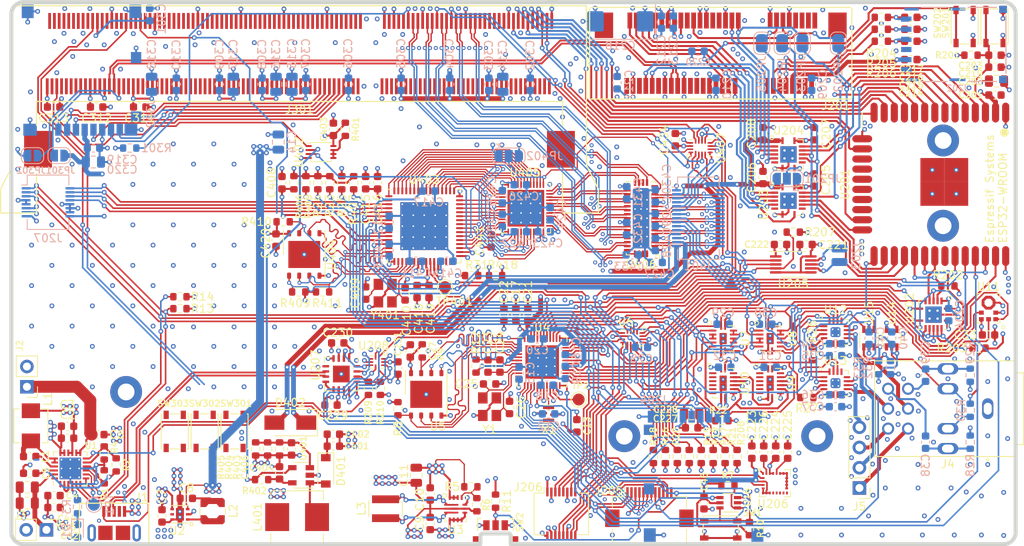
<source format=kicad_pcb>
(kicad_pcb (version 20171130) (host pcbnew "(5.1.9-0-10_14)")
  (layers (0 F.Cu signal) (1 GND power) (2 PWR power) (31 B.Cu signal) (34 B.Paste user) (35 F.Paste user) (36 B.SilkS user) (37 F.SilkS user) (38 B.Mask user) (39 F.Mask user) (44 Edge.Cuts user))
  (net 0 "")
  (net 1 GND)
  (net 2 +3V3)
  (net 3 +1V8)
  (net 4 GPIO_13)
  (net 5 GPIO_18)
  (net 6 GPIO_23)
  (net 7 JTAG_TCK)
  (net 8 JTAG_TDO)
  (net 9 JTAG_TMS)
  (net 10 JTAG_TDI)
  (net 11 "Net-(L2-Pad1)")
  (net 12 WAKE)
  (net 13 "Net-(R2-Pad2)")
  (net 14 "Net-(C1-Pad1)")
  (net 15 "Net-(C1-Pad2)")
  (net 16 VBUS)
  (net 17 "Net-(C5-Pad1)")
  (net 18 "Net-(C6-Pad1)")
  (net 19 "Net-(D1-Pad1)")
  (net 20 PWM2.1)
  (net 21 PWM0.1)
  (net 22 "Net-(L3-Pad1)")
  (net 23 "Net-(L3-Pad2)")
  (net 24 "Net-(R1-Pad1)")
  (net 25 "Net-(R3-Pad1)")
  (net 26 PWM1.1)
  (net 27 SPI1.SS0)
  (net 28 SPI1.MOSI)
  (net 29 SPI1.MISO)
  (net 30 SPI1.SCK)
  (net 31 SPI1.SS2)
  (net 32 SPI1.SS3)
  (net 33 "Net-(U7-Pad3)")
  (net 34 "Net-(U10-Pad11)")
  (net 35 "Net-(C38-Pad1)")
  (net 36 "Net-(C39-Pad1)")
  (net 37 /SPK_GAIN)
  (net 38 GPIO_20)
  (net 39 GPIO_0)
  (net 40 GPIO_22)
  (net 41 /SPK_EN)
  (net 42 /SPK_CLK)
  (net 43 "Net-(U10-Pad14)")
  (net 44 +VSYS)
  (net 45 /periph/Quectel.UART.RXD)
  (net 46 /periph/Quectel.UART.TXD)
  (net 47 /periph/Quectel.UART.RI)
  (net 48 /periph/SIMCom.UART.TXD)
  (net 49 /periph/Quectel.UART.DTR)
  (net 50 /periph/SIMCom.UART.RI)
  (net 51 /periph/SIMCom.UART.DTR)
  (net 52 /periph/ESP32.U2.RXD)
  (net 53 /periph/ESP32.U2.TXD)
  (net 54 /periph/Modem.PCM.CLK)
  (net 55 /periph/Modem.PCM.DO)
  (net 56 /periph/Modem.PCM.DI)
  (net 57 /periph/Modem.PCM.SYNC)
  (net 58 /periph/ESP32.U2.DTR)
  (net 59 /periph/ESP32.U2.RI)
  (net 60 /periph/ESP32.PCM.SYNC)
  (net 61 /periph/ESP32.PCM.DO)
  (net 62 /periph/ESP32.PCM.CLK)
  (net 63 /periph/ESP32.PCM.DI)
  (net 64 /periph/ESP32.VSPI.SS0)
  (net 65 /periph/ESP32.VSPI.MOSI)
  (net 66 /periph/ESP32.VSPI.MISO)
  (net 67 "Net-(C301-Pad1)")
  (net 68 ESP32.HSPI.MOSI)
  (net 69 ESP32.HSPI.SCK)
  (net 70 ESP32.HSPI.MISO)
  (net 71 ESP32.HSPI.SS0)
  (net 72 ESP32.IO27)
  (net 73 DISP_LED_A)
  (net 74 DISP_LED_K)
  (net 75 /PLL_AVSS)
  (net 76 /PLL_AVDD)
  (net 77 /XTAL_XI)
  (net 78 /XTAL_XO)
  (net 79 /QSPI_CS)
  (net 80 /QSPI_DQ_3)
  (net 81 /QSPI_DQ_2)
  (net 82 /QSPI_DQ_1)
  (net 83 /QSPI_DQ_0)
  (net 84 /PSD_LFALTCLK)
  (net 85 /QSPI_CLK)
  (net 86 "Net-(J1-Pad4)")
  (net 87 "Net-(J202-Pad6)")
  (net 88 "Net-(J301-Pad21)")
  (net 89 "Net-(J301-Pad23)")
  (net 90 "Net-(J301-Pad25)")
  (net 91 "Net-(J301-Pad27)")
  (net 92 "Net-(J301-Pad29)")
  (net 93 "Net-(J301-Pad31)")
  (net 94 "Net-(J301-Pad63)")
  (net 95 "Net-(J301-Pad65)")
  (net 96 "Net-(J301-Pad69)")
  (net 97 "Net-(J301-Pad73)")
  (net 98 "Net-(J301-Pad77)")
  (net 99 "Net-(J301-Pad79)")
  (net 100 "Net-(J301-Pad81)")
  (net 101 "Net-(J301-Pad83)")
  (net 102 "Net-(J301-Pad85)")
  (net 103 "Net-(J301-Pad89)")
  (net 104 "Net-(J301-Pad91)")
  (net 105 "Net-(J301-Pad93)")
  (net 106 "Net-(J301-Pad95)")
  (net 107 "Net-(J301-Pad97)")
  (net 108 "Net-(J301-Pad99)")
  (net 109 "Net-(J301-Pad101)")
  (net 110 "Net-(J301-Pad103)")
  (net 111 "Net-(J301-Pad107)")
  (net 112 "Net-(J301-Pad109)")
  (net 113 "Net-(J301-Pad111)")
  (net 114 "Net-(J301-Pad113)")
  (net 115 "Net-(J301-Pad115)")
  (net 116 "Net-(J301-Pad117)")
  (net 117 "Net-(J301-Pad119)")
  (net 118 "Net-(J301-Pad121)")
  (net 119 "Net-(J301-Pad125)")
  (net 120 "Net-(J301-Pad127)")
  (net 121 "Net-(J301-Pad131)")
  (net 122 "Net-(J301-Pad133)")
  (net 123 "Net-(J301-Pad137)")
  (net 124 "Net-(J301-Pad139)")
  (net 125 "Net-(J301-Pad143)")
  (net 126 "Net-(J301-Pad145)")
  (net 127 "Net-(J301-Pad147)")
  (net 128 "Net-(J301-Pad157)")
  (net 129 "Net-(J301-Pad161)")
  (net 130 "Net-(J301-Pad163)")
  (net 131 "Net-(J301-Pad167)")
  (net 132 "Net-(J301-Pad169)")
  (net 133 "Net-(J301-Pad173)")
  (net 134 "Net-(J301-Pad175)")
  (net 135 "Net-(J301-Pad179)")
  (net 136 "Net-(J301-Pad181)")
  (net 137 "Net-(J301-Pad187)")
  (net 138 "Net-(J301-Pad189)")
  (net 139 "Net-(J301-Pad191)")
  (net 140 "Net-(J301-Pad193)")
  (net 141 "Net-(J301-Pad195)")
  (net 142 "Net-(J301-Pad197)")
  (net 143 "Net-(J301-Pad199)")
  (net 144 "Net-(J301-Pad201)")
  (net 145 "Net-(J301-Pad203)")
  (net 146 "Net-(J301-Pad2)")
  (net 147 "Net-(J301-Pad4)")
  (net 148 "Net-(J301-Pad6)")
  (net 149 "Net-(J301-Pad8)")
  (net 150 "Net-(J301-Pad12)")
  (net 151 "Net-(J301-Pad14)")
  (net 152 "Net-(J301-Pad16)")
  (net 153 "Net-(J301-Pad18)")
  (net 154 "Net-(J301-Pad20)")
  (net 155 "Net-(J301-Pad22)")
  (net 156 "Net-(J301-Pad24)")
  (net 157 "Net-(J301-Pad26)")
  (net 158 "Net-(J301-Pad30)")
  (net 159 "Net-(J301-Pad32)")
  (net 160 "Net-(J301-Pad34)")
  (net 161 "Net-(J301-Pad36)")
  (net 162 "Net-(J301-Pad38)")
  (net 163 "Net-(J301-Pad40)")
  (net 164 "Net-(J301-Pad42)")
  (net 165 "Net-(J301-Pad44)")
  (net 166 "Net-(J301-Pad48)")
  (net 167 "Net-(J301-Pad50)")
  (net 168 "Net-(J301-Pad52)")
  (net 169 "Net-(J301-Pad54)")
  (net 170 "Net-(J301-Pad56)")
  (net 171 "Net-(J301-Pad62)")
  (net 172 "Net-(J301-Pad66)")
  (net 173 "Net-(J301-Pad68)")
  (net 174 "Net-(J301-Pad70)")
  (net 175 "Net-(J301-Pad72)")
  (net 176 "Net-(J301-Pad74)")
  (net 177 "Net-(J301-Pad92)")
  (net 178 "Net-(J301-Pad94)")
  (net 179 "Net-(J301-Pad98)")
  (net 180 "Net-(J301-Pad100)")
  (net 181 "Net-(J301-Pad102)")
  (net 182 "Net-(J301-Pad104)")
  (net 183 "Net-(J301-Pad106)")
  (net 184 "Net-(J301-Pad108)")
  (net 185 "Net-(J301-Pad110)")
  (net 186 "Net-(J301-Pad112)")
  (net 187 "Net-(J301-Pad116)")
  (net 188 "Net-(J301-Pad118)")
  (net 189 "Net-(J301-Pad120)")
  (net 190 "Net-(J301-Pad122)")
  (net 191 "Net-(J301-Pad124)")
  (net 192 "Net-(J301-Pad126)")
  (net 193 "Net-(J301-Pad128)")
  (net 194 "Net-(J301-Pad130)")
  (net 195 "Net-(J301-Pad134)")
  (net 196 "Net-(J301-Pad136)")
  (net 197 "Net-(J301-Pad138)")
  (net 198 "Net-(J301-Pad140)")
  (net 199 "Net-(J301-Pad142)")
  (net 200 "Net-(J301-Pad144)")
  (net 201 "Net-(J301-Pad146)")
  (net 202 "Net-(J301-Pad148)")
  (net 203 "Net-(J301-Pad152)")
  (net 204 "Net-(J301-Pad156)")
  (net 205 "Net-(J301-Pad158)")
  (net 206 "Net-(J301-Pad160)")
  (net 207 "Net-(J301-Pad162)")
  (net 208 "Net-(J301-Pad164)")
  (net 209 "Net-(J301-Pad166)")
  (net 210 "Net-(J301-Pad170)")
  (net 211 "Net-(J301-Pad172)")
  (net 212 "Net-(J301-Pad182)")
  (net 213 "Net-(J301-Pad184)")
  (net 214 "Net-(J301-Pad188)")
  (net 215 "Net-(J301-Pad190)")
  (net 216 "Net-(J301-Pad192)")
  (net 217 "Net-(J301-Pad194)")
  (net 218 "Net-(J301-Pad196)")
  (net 219 "Net-(J301-Pad198)")
  (net 220 "Net-(J301-Pad202)")
  (net 221 "Net-(U1-Pad24)")
  (net 222 "Net-(U9-Pad1)")
  (net 223 "Net-(U9-Pad2)")
  (net 224 "Net-(U9-Pad3)")
  (net 225 "Net-(U9-Pad4)")
  (net 226 "Net-(U9-Pad5)")
  (net 227 "Net-(U9-Pad6)")
  (net 228 "Net-(U9-Pad7)")
  (net 229 "Net-(U9-Pad15)")
  (net 230 "Net-(U10-Pad15)")
  (net 231 "Net-(U10-Pad7)")
  (net 232 "Net-(U10-Pad6)")
  (net 233 "Net-(U10-Pad5)")
  (net 234 "Net-(U10-Pad4)")
  (net 235 "Net-(U10-Pad3)")
  (net 236 "Net-(U10-Pad2)")
  (net 237 "Net-(U10-Pad1)")
  (net 238 "Net-(U201-Pad32)")
  (net 239 "Net-(U201-Pad22)")
  (net 240 "Net-(U201-Pad21)")
  (net 241 "Net-(U201-Pad20)")
  (net 242 "Net-(U201-Pad19)")
  (net 243 "Net-(U201-Pad18)")
  (net 244 "Net-(U201-Pad17)")
  (net 245 "Net-(U203-Pad6)")
  (net 246 "Net-(U203-Pad9)")
  (net 247 "Net-(U204-Pad9)")
  (net 248 "Net-(U204-Pad6)")
  (net 249 "Net-(X1-Pad1)")
  (net 250 /periph/ESP32.VSPI.SCK)
  (net 251 "Net-(J301-Pad155)")
  (net 252 "Net-(J301-Pad154)")
  (net 253 "Net-(J301-Pad60)")
  (net 254 PWM1.2)
  (net 255 GPIO_12)
  (net 256 TMUX.I2C0.SCL)
  (net 257 TMUX.I2C0.SDA)
  (net 258 DISP_CS)
  (net 259 /MIC_CLK)
  (net 260 /MIC_WS)
  (net 261 /SPK_R+)
  (net 262 /SPK_L+)
  (net 263 /SPK_L-)
  (net 264 /SPK_R-)
  (net 265 "Net-(R5-Pad2)")
  (net 266 iMX8.USB1.D_P)
  (net 267 iMX8.USB1.D_N)
  (net 268 iMX8.PWM1)
  (net 269 BT81X.GPIO3)
  (net 270 BT81X.GPIO0)
  (net 271 BT81X.GPIO1)
  (net 272 BT81X.GPIO2)
  (net 273 BT81X.R0)
  (net 274 BT81X.CTP.RST)
  (net 275 BT81X.CTP.INT)
  (net 276 BT81X.CTP.SCL)
  (net 277 BT81X.CTP.SDA)
  (net 278 BT81X.BL_PWM)
  (net 279 BT81X.DE)
  (net 280 BT81X.VSYNC)
  (net 281 BT81X.HSYNC)
  (net 282 BT81X.DISP)
  (net 283 BT81X.PCLK)
  (net 284 BT81X.B7)
  (net 285 BT81X.B6)
  (net 286 BT81X.B5)
  (net 287 BT81X.B4)
  (net 288 BT81X.B3)
  (net 289 BT81X.B2)
  (net 290 BT81X.B1)
  (net 291 BT81X.B0)
  (net 292 BT81X.G7)
  (net 293 BT81X.G6)
  (net 294 BT81X.G5)
  (net 295 BT81X.G4)
  (net 296 BT81X.G3)
  (net 297 BT81X.G2)
  (net 298 BT81X.G1)
  (net 299 BT81X.G0)
  (net 300 BT81X.R7)
  (net 301 BT81X.R6)
  (net 302 BT81X.R5)
  (net 303 BT81X.R4)
  (net 304 BT81X.R3)
  (net 305 BT81X.R2)
  (net 306 BT81X.R1)
  (net 307 "Net-(JP201-Pad2)")
  (net 308 "Net-(J301-Pad58)")
  (net 309 "Net-(C38-Pad2)")
  (net 310 "Net-(C39-Pad2)")
  (net 311 "Net-(C214-Pad1)")
  (net 312 "Net-(C215-Pad1)")
  (net 313 "Net-(C216-Pad1)")
  (net 314 "Net-(C217-Pad1)")
  (net 315 "Net-(C408-Pad1)")
  (net 316 "Net-(D401-Pad2)")
  (net 317 "Net-(J201-Pad48)")
  (net 318 "Net-(J201-Pad42)")
  (net 319 "Net-(J201-Pad33)")
  (net 320 "Net-(J201-Pad32)")
  (net 321 "Net-(J201-Pad30)")
  (net 322 "Net-(J201-Pad28)")
  (net 323 "Net-(J201-Pad25)")
  (net 324 "Net-(J201-Pad23)")
  (net 325 "Net-(J201-Pad20)")
  (net 326 "Net-(J201-Pad16)")
  (net 327 "Net-(J201-Pad14)")
  (net 328 "Net-(J201-Pad12)")
  (net 329 "Net-(J201-Pad10)")
  (net 330 "Net-(J201-Pad7)")
  (net 331 "Net-(J201-Pad6)")
  (net 332 "Net-(J201-Pad5)")
  (net 333 "Net-(J201-Pad3)")
  (net 334 "Net-(J201-Pad1)")
  (net 335 "Net-(J203-Pad2)")
  (net 336 "Net-(J203-Pad1)")
  (net 337 "Net-(U14-Pad1)")
  (net 338 /HP_SWITCH)
  (net 339 /disp/CTP_SCL)
  (net 340 /disp/CTP_SDA)
  (net 341 /disp/CTP_INT)
  (net 342 /disp/CTP_RST)
  (net 343 "Net-(R401-Pad2)")
  (net 344 "Net-(R402-Pad2)")
  (net 345 "Net-(U405-Pad22)")
  (net 346 "Net-(U405-Pad23)")
  (net 347 "Net-(U405-Pad26)")
  (net 348 "Net-(U406-Pad17)")
  (net 349 "Net-(U406-Pad19)")
  (net 350 "Net-(U406-Pad41)")
  (net 351 "Net-(U406-Pad42)")
  (net 352 /HP_DET)
  (net 353 /SPK_L_HP+)
  (net 354 /SPK_R_HP_+)
  (net 355 /MIC_SD)
  (net 356 /SPK_SD)
  (net 357 "Net-(U8-Pad2)")
  (net 358 /SPK_GAIN_SEL)
  (net 359 /disp/DISP_LVDS_A0N)
  (net 360 /disp/DISP_LVDS_A0P)
  (net 361 /disp/DISP_LVDS_A1N)
  (net 362 /disp/DISP_LVDS_A1P)
  (net 363 /disp/DISP_LVDS_A2N)
  (net 364 /disp/DISP_LVDS_A2P)
  (net 365 /disp/DISP_LVDS_A3N)
  (net 366 /disp/DISP_LVDS_A3P)
  (net 367 /disp/BT81X_QSPI_CS)
  (net 368 /disp/BT81X_QSPI_DQ_3)
  (net 369 /disp/BT81X_QSPI_DQ_2)
  (net 370 /disp/BT81X_QSPI_CLK)
  (net 371 /disp/BT81X_QSPI_DQ_0)
  (net 372 /disp/BT81X_QSPI_DQ_1)
  (net 373 /disp/BT81X_X1)
  (net 374 /disp/BT81X_X2)
  (net 375 /disp/BT81X_1V2)
  (net 376 TMUX.GPIO0)
  (net 377 TMUX.GPIO1)
  (net 378 "Net-(JP402-Pad2)")
  (net 379 /RESET)
  (net 380 JTAG_TRST_N)
  (net 381 /BQ_INT)
  (net 382 /BQ_QON)
  (net 383 "Net-(U201-Pad5)")
  (net 384 "Net-(U201-Pad10)")
  (net 385 /BQ_PMID)
  (net 386 "Net-(U7-Pad10)")
  (net 387 /periph/PERST)
  (net 388 "Net-(C222-Pad1)")
  (net 389 "Net-(C225-Pad1)")
  (net 390 "Net-(C226-Pad1)")
  (net 391 /exp/ALT_BOOT)
  (net 392 /exp/SD2_CLK)
  (net 393 /exp/SD2_CMD)
  (net 394 /exp/SD2_DAT0)
  (net 395 /exp/SD2_DAT1)
  (net 396 /exp/SD2_DAT2)
  (net 397 /exp/SD2_DAT3)
  (net 398 "Net-(U206-Pad9)")
  (net 399 "Net-(U206-Pad10)")
  (net 400 "Net-(U206-Pad11)")
  (net 401 "Net-(U206-Pad12)")
  (net 402 "Net-(U206-Pad13)")
  (net 403 "Net-(J204-Pad1)")
  (net 404 "Net-(J204-Pad8)")
  (net 405 "Net-(J205-Pad12)")
  (net 406 iMX8.GPIO5.IO29)
  (net 407 iMX8.GPIO5.IO28)
  (net 408 iMX8.I2C3.SCL)
  (net 409 iMX8.I2C3.SDA)
  (net 410 "Net-(J301-Pad75)")
  (net 411 "Net-(J301-Pad129)")
  (net 412 "Net-(J301-Pad135)")
  (net 413 "Net-(J301-Pad149)")
  (net 414 "Net-(J301-Pad151)")
  (net 415 "Net-(J301-Pad153)")
  (net 416 USB_D-)
  (net 417 USB_D+)
  (net 418 /periph/USB_CBUS3)
  (net 419 /periph/USB_RXD)
  (net 420 "Net-(U207-Pad5)")
  (net 421 /periph/USB_CBUS1)
  (net 422 /periph/USB_CBUS0)
  (net 423 /periph/USB_TXD)
  (net 424 "Net-(U207-Pad16)")
  (net 425 "Net-(U1-Pad2)")
  (net 426 ESP32.UART0.RXD)
  (net 427 ESP32.UART0.TXD)
  (net 428 UART0.TXD)
  (net 429 UART0.RXD)
  (net 430 iMX8.LVDS0.CLKP)
  (net 431 iMX8.LVDS0.CLKN)
  (net 432 iMX8.LVDS0.A0P)
  (net 433 iMX8.LVDS0.A0N)
  (net 434 iMX8.LVDS0.A1P)
  (net 435 iMX8.LVDS0.A1N)
  (net 436 iMX8.LVDS0.A2P)
  (net 437 iMX8.LVDS0.A2N)
  (net 438 iMX8.LVDS0.A3P)
  (net 439 iMX8.LVDS0.A3N)
  (net 440 /disp/DISP_LVDS_CLKN)
  (net 441 /disp/DISP_LVDS_CLKP)
  (net 442 /disp/DS90_LVDS_A3P)
  (net 443 /disp/DS90_LVDS_A3N)
  (net 444 /disp/DS90_LVDS_CLKP)
  (net 445 /disp/DS90_LVDS_CLKN)
  (net 446 /disp/DS90_LVDS_A2P)
  (net 447 /disp/DS90_LVDS_A2N)
  (net 448 /disp/DS90_LVDS_A1P)
  (net 449 /disp/DS90_LVDS_A1N)
  (net 450 /disp/DS90_LVDS_A0P)
  (net 451 /disp/DS90_LVDS_A0N)
  (net 452 /periph/ESP32.EN)
  (net 453 "Net-(R26-Pad1)")
  (net 454 "Net-(R27-Pad1)")
  (net 455 "Net-(R32-Pad2)")
  (net 456 "Net-(R33-Pad1)")
  (net 457 /AON_PMU_OUT_0)
  (net 458 /AON_PMU_OUT_1)
  (net 459 /exp/RESET)
  (net 460 "Net-(J204-Pad9)")
  (net 461 "Net-(J204-Pad10)")
  (net 462 /exp/SD2_DET)
  (net 463 "Net-(J1-Pad6)")
  (net 464 /disp/BT81X_AUDIO)
  (net 465 iMX8.USB1.ID)
  (net 466 iMX8.USB1.VBUS)
  (net 467 "Net-(J401-Pad2)")
  (net 468 "Net-(J301-Pad76)")
  (net 469 /exp/POWER)
  (net 470 ESP32.IO26)
  (net 471 "Net-(U201-Pad4)")
  (module footprints:Molex_MicroSD-5027740891 (layer B.Cu) (at 186.85 139.7)
    (fp_text reference J204 (at -0.2 -17.8) (layer B.SilkS) (effects (justify mirror)))
    (fp_text value Micro_SD_Card_Det)
    (pad 10 smd rect (at -0.85 -6.65) (size 1.3 1.4) (layers B.Cu B.Paste B.Mask) (net 461 "Net-(J204-Pad10)"))
    (pad 9 smd rect (at -0.85 -14.05) (size 1.3 1.3) (layers B.Cu B.Paste B.Mask) (net 460 "Net-(J204-Pad9)"))
    (pad 11 smd rect (at -0.2 -15.7) (size 1.6 1.5) (layers B.Cu B.Paste B.Mask) (net 1 GND))
    (pad 11 smd rect (at -0.75 -0.85) (size 1.5 1.7) (layers B.Cu B.Paste B.Mask) (net 1 GND))
    (pad 11 smd rect (at 12.45 -15.7) (size 1.7 1.5) (layers B.Cu B.Paste B.Mask) (net 1 GND))
    (pad 11 smd rect (at 12.75 -0.85) (size 1.5 1.7) (layers B.Cu B.Paste B.Mask) (net 1 GND))
    (pad 8 smd rect (at 1.2 -15.7) (size 0.8 1.5) (layers B.Cu B.Paste B.Mask) (net 404 "Net-(J204-Pad8)"))
    (pad 7 smd rect (at 2.3 -15.7) (size 0.8 1.5) (layers B.Cu B.Paste B.Mask) (net 29 SPI1.MISO))
    (pad 6 smd rect (at 3.4 -15.7) (size 0.8 1.5) (layers B.Cu B.Paste B.Mask) (net 1 GND))
    (pad 5 smd rect (at 4.5 -15.7) (size 0.8 1.5) (layers B.Cu B.Paste B.Mask) (net 30 SPI1.SCK))
    (pad 4 smd rect (at 5.6 -15.7) (size 0.8 1.5) (layers B.Cu B.Paste B.Mask) (net 2 +3V3))
    (pad 3 smd rect (at 6.7 -15.7) (size 0.8 1.5) (layers B.Cu B.Paste B.Mask) (net 28 SPI1.MOSI))
    (pad 2 smd rect (at 7.8 -15.7) (size 0.8 1.5) (layers B.Cu B.Paste B.Mask) (net 39 GPIO_0))
    (pad 1 smd rect (at 8.9 -15.7) (size 0.8 1.5) (layers B.Cu B.Paste B.Mask) (net 403 "Net-(J204-Pad1)"))
  )
  (module footprints:Molex_MicroSD-5027740891 (layer B.Cu) (at 120.8 72.3 180)
    (fp_text reference J302 (at -2.7 -13.7 90) (layer B.SilkS) (effects (justify mirror)))
    (fp_text value Micro_SD_Card_Det)
    (pad 10 smd rect (at -0.85 -6.65 180) (size 1.3 1.4) (layers B.Cu B.Paste B.Mask) (net 1 GND))
    (pad 9 smd rect (at -0.85 -14.05 180) (size 1.3 1.3) (layers B.Cu B.Paste B.Mask) (net 462 /exp/SD2_DET))
    (pad 11 smd rect (at -0.2 -15.7 180) (size 1.6 1.5) (layers B.Cu B.Paste B.Mask) (net 1 GND))
    (pad 11 smd rect (at -0.75 -0.85 180) (size 1.5 1.7) (layers B.Cu B.Paste B.Mask) (net 1 GND))
    (pad 11 smd rect (at 12.45 -15.7 180) (size 1.7 1.5) (layers B.Cu B.Paste B.Mask) (net 1 GND))
    (pad 11 smd rect (at 12.75 -0.85 180) (size 1.5 1.7) (layers B.Cu B.Paste B.Mask) (net 1 GND))
    (pad 8 smd rect (at 1.2 -15.7 180) (size 0.8 1.5) (layers B.Cu B.Paste B.Mask) (net 395 /exp/SD2_DAT1))
    (pad 7 smd rect (at 2.3 -15.7 180) (size 0.8 1.5) (layers B.Cu B.Paste B.Mask) (net 394 /exp/SD2_DAT0))
    (pad 6 smd rect (at 3.4 -15.7 180) (size 0.8 1.5) (layers B.Cu B.Paste B.Mask) (net 1 GND))
    (pad 5 smd rect (at 4.5 -15.7 180) (size 0.8 1.5) (layers B.Cu B.Paste B.Mask) (net 392 /exp/SD2_CLK))
    (pad 4 smd rect (at 5.6 -15.7 180) (size 0.8 1.5) (layers B.Cu B.Paste B.Mask) (net 2 +3V3))
    (pad 3 smd rect (at 6.7 -15.7 180) (size 0.8 1.5) (layers B.Cu B.Paste B.Mask) (net 393 /exp/SD2_CMD))
    (pad 2 smd rect (at 7.8 -15.7 180) (size 0.8 1.5) (layers B.Cu B.Paste B.Mask) (net 397 /exp/SD2_DAT3))
    (pad 1 smd rect (at 8.9 -15.7 180) (size 0.8 1.5) (layers B.Cu B.Paste B.Mask) (net 396 /exp/SD2_DAT2))
  )
  (module footprints:Panasonic_EVPAE (layer F.Cu) (at 166.75 138.25)
    (fp_text reference SW2 (at 3.05 -1 90) (layer F.SilkS) (effects (font (size 0.8 0.8))))
    (fp_text value WAKE)
    (pad 0 smd rect (at 2.5 1.1) (size 0.7 0.7) (layers F.Cu F.Paste F.Mask))
    (pad 0 smd rect (at -2.5 1.1) (size 0.7 0.7) (layers F.Cu F.Paste F.Mask))
    (pad 1 smd rect (at 1.15 -0.625) (size 0.8 1.25) (layers F.Cu F.Paste F.Mask) (net 1 GND))
    (pad 1 smd rect (at -1.15 -0.625) (size 0.8 1.25) (layers F.Cu F.Paste F.Mask) (net 1 GND))
    (pad 2 smd rect (at 0 -0.625) (size 0.8 1.25) (layers F.Cu F.Paste F.Mask) (net 12 WAKE))
  )
  (module footprints:DHVQFN-16_2.5x3.5mm_P0.5mm_EP1.0x2.0mm (layer F.Cu) (at 201.2 119.8 270)
    (fp_text reference U9 (at 0 -2.75 90) (layer F.SilkS))
    (fp_text value 74HC595)
    (pad 17 smd rect (at -0.475 0) (size 0.9 0.95) (layers F.Cu F.Paste F.Mask) (net 1 GND))
    (pad 1 smd rect (at -1.8 0.25) (size 0.24 0.9) (layers F.Cu F.Paste F.Mask) (net 222 "Net-(U9-Pad1)"))
    (pad 2 smd rect (at -1.25 1.3 270) (size 0.24 0.9) (layers F.Cu F.Paste F.Mask) (net 223 "Net-(U9-Pad2)"))
    (pad 3 smd rect (at -0.75 1.3 270) (size 0.24 0.9) (layers F.Cu F.Paste F.Mask) (net 224 "Net-(U9-Pad3)"))
    (pad 4 smd rect (at -0.25 1.3 270) (size 0.24 0.9) (layers F.Cu F.Paste F.Mask) (net 225 "Net-(U9-Pad4)"))
    (pad 5 smd rect (at 0.25 1.3 270) (size 0.24 0.9) (layers F.Cu F.Paste F.Mask) (net 226 "Net-(U9-Pad5)"))
    (pad 6 smd rect (at 0.75 1.3 270) (size 0.24 0.9) (layers F.Cu F.Paste F.Mask) (net 227 "Net-(U9-Pad6)"))
    (pad 7 smd rect (at 1.25 1.3 270) (size 0.24 0.9) (layers F.Cu F.Paste F.Mask) (net 228 "Net-(U9-Pad7)"))
    (pad 8 smd rect (at 1.8 0.25) (size 0.24 0.9) (layers F.Cu F.Paste F.Mask) (net 1 GND))
    (pad 9 smd rect (at 1.8 -0.25) (size 0.24 0.9) (layers F.Cu F.Paste F.Mask) (net 43 "Net-(U10-Pad14)"))
    (pad 10 smd rect (at 1.25 -1.3 270) (size 0.24 0.9) (layers F.Cu F.Paste F.Mask) (net 2 +3V3))
    (pad 11 smd rect (at 0.75 -1.3 270) (size 0.24 0.9) (layers F.Cu F.Paste F.Mask) (net 34 "Net-(U10-Pad11)"))
    (pad 12 smd rect (at 0.25 -1.3 270) (size 0.24 0.9) (layers F.Cu F.Paste F.Mask) (net 1 GND))
    (pad 13 smd rect (at -0.25 -1.3 270) (size 0.24 0.9) (layers F.Cu F.Paste F.Mask) (net 2 +3V3))
    (pad 14 smd rect (at -0.75 -1.3 270) (size 0.24 0.9) (layers F.Cu F.Paste F.Mask) (net 355 /MIC_SD))
    (pad 15 smd rect (at -1.25 -1.3 270) (size 0.24 0.9) (layers F.Cu F.Paste F.Mask) (net 229 "Net-(U9-Pad15)"))
    (pad 16 smd rect (at -1.8 -0.25) (size 0.24 0.9) (layers F.Cu F.Paste F.Mask) (net 2 +3V3))
    (pad 17 smd rect (at 0.475 0) (size 0.9 0.95) (layers F.Cu F.Paste F.Mask) (net 1 GND))
  )
  (module footprints:DHVQFN-16_2.5x3.5mm_P0.5mm_EP1.0x2.0mm (layer F.Cu) (at 195.3 119.8 270)
    (fp_text reference U10 (at 0 -2.75 90) (layer F.SilkS))
    (fp_text value 74HC595)
    (pad 17 smd rect (at -0.475 0) (size 0.9 0.95) (layers F.Cu F.Paste F.Mask) (net 1 GND))
    (pad 1 smd rect (at -1.8 0.25) (size 0.24 0.9) (layers F.Cu F.Paste F.Mask) (net 237 "Net-(U10-Pad1)"))
    (pad 2 smd rect (at -1.25 1.3 270) (size 0.24 0.9) (layers F.Cu F.Paste F.Mask) (net 236 "Net-(U10-Pad2)"))
    (pad 3 smd rect (at -0.75 1.3 270) (size 0.24 0.9) (layers F.Cu F.Paste F.Mask) (net 235 "Net-(U10-Pad3)"))
    (pad 4 smd rect (at -0.25 1.3 270) (size 0.24 0.9) (layers F.Cu F.Paste F.Mask) (net 234 "Net-(U10-Pad4)"))
    (pad 5 smd rect (at 0.25 1.3 270) (size 0.24 0.9) (layers F.Cu F.Paste F.Mask) (net 233 "Net-(U10-Pad5)"))
    (pad 6 smd rect (at 0.75 1.3 270) (size 0.24 0.9) (layers F.Cu F.Paste F.Mask) (net 232 "Net-(U10-Pad6)"))
    (pad 7 smd rect (at 1.25 1.3 270) (size 0.24 0.9) (layers F.Cu F.Paste F.Mask) (net 231 "Net-(U10-Pad7)"))
    (pad 8 smd rect (at 1.8 0.25) (size 0.24 0.9) (layers F.Cu F.Paste F.Mask) (net 1 GND))
    (pad 9 smd rect (at 1.8 -0.25) (size 0.24 0.9) (layers F.Cu F.Paste F.Mask) (net 356 /SPK_SD))
    (pad 10 smd rect (at 1.25 -1.3 270) (size 0.24 0.9) (layers F.Cu F.Paste F.Mask) (net 2 +3V3))
    (pad 11 smd rect (at 0.75 -1.3 270) (size 0.24 0.9) (layers F.Cu F.Paste F.Mask) (net 34 "Net-(U10-Pad11)"))
    (pad 12 smd rect (at 0.25 -1.3 270) (size 0.24 0.9) (layers F.Cu F.Paste F.Mask) (net 1 GND))
    (pad 13 smd rect (at -0.25 -1.3 270) (size 0.24 0.9) (layers F.Cu F.Paste F.Mask) (net 2 +3V3))
    (pad 14 smd rect (at -0.75 -1.3 270) (size 0.24 0.9) (layers F.Cu F.Paste F.Mask) (net 43 "Net-(U10-Pad14)"))
    (pad 15 smd rect (at -1.25 -1.3 270) (size 0.24 0.9) (layers F.Cu F.Paste F.Mask) (net 230 "Net-(U10-Pad15)"))
    (pad 16 smd rect (at -1.8 -0.25) (size 0.24 0.9) (layers F.Cu F.Paste F.Mask) (net 2 +3V3))
    (pad 17 smd rect (at 0.475 0) (size 0.9 0.95) (layers F.Cu F.Paste F.Mask) (net 1 GND))
  )
  (module footprints:DHVQFN-14_2.5x3.0mm_P0.5mm_EP1.0x1.5mm (layer F.Cu) (at 195.3 114.2 270)
    (fp_text reference U7 (at 0 -2.8 90) (layer F.SilkS))
    (fp_text value 74HC00)
    (pad 15 smd rect (at -0.35 0) (size 0.9 0.7) (layers F.Cu F.Paste F.Mask) (net 1 GND))
    (pad 1 smd rect (at -1.55 0.25) (size 0.24 0.9) (layers F.Cu F.Paste F.Mask) (net 259 /MIC_CLK))
    (pad 2 smd rect (at -1 1.3 270) (size 0.24 0.9) (layers F.Cu F.Paste F.Mask) (net 254 PWM1.2))
    (pad 3 smd rect (at -0.5 1.3 270) (size 0.24 0.9) (layers F.Cu F.Paste F.Mask) (net 33 "Net-(U7-Pad3)"))
    (pad 4 smd rect (at 0 1.3 270) (size 0.24 0.9) (layers F.Cu F.Paste F.Mask) (net 33 "Net-(U7-Pad3)"))
    (pad 5 smd rect (at 0.5 1.3 270) (size 0.24 0.9) (layers F.Cu F.Paste F.Mask) (net 5 GPIO_18))
    (pad 6 smd rect (at 1 1.3 270) (size 0.24 0.9) (layers F.Cu F.Paste F.Mask) (net 34 "Net-(U10-Pad11)"))
    (pad 7 smd rect (at 1.55 0.25) (size 0.24 0.9) (layers F.Cu F.Paste F.Mask) (net 1 GND))
    (pad 8 smd rect (at 1.55 -0.25) (size 0.24 0.9) (layers F.Cu F.Paste F.Mask) (net 41 /SPK_EN))
    (pad 9 smd rect (at 1 -1.3 270) (size 0.24 0.9) (layers F.Cu F.Paste F.Mask) (net 254 PWM1.2))
    (pad 10 smd rect (at 0.5 -1.3 270) (size 0.24 0.9) (layers F.Cu F.Paste F.Mask) (net 386 "Net-(U7-Pad10)"))
    (pad 11 smd rect (at 0 -1.3 270) (size 0.24 0.9) (layers F.Cu F.Paste F.Mask) (net 386 "Net-(U7-Pad10)"))
    (pad 12 smd rect (at -0.5 -1.3 270) (size 0.24 0.9) (layers F.Cu F.Paste F.Mask) (net 5 GPIO_18))
    (pad 13 smd rect (at -1 -1.3 270) (size 0.24 0.9) (layers F.Cu F.Paste F.Mask) (net 5 GPIO_18))
    (pad 14 smd rect (at -1.55 -0.25) (size 0.24 0.9) (layers F.Cu F.Paste F.Mask) (net 2 +3V3))
    (pad 15 smd rect (at 0.35 0) (size 0.9 0.7) (layers F.Cu F.Paste F.Mask) (net 1 GND))
  )
  (module footprints:DHVQFN-14_2.5x3.0mm_P0.5mm_EP1.0x1.5mm (layer F.Cu) (at 201.2 114.2 270)
    (fp_text reference U8 (at 0 -2.8 90) (layer F.SilkS))
    (fp_text value 74HC00)
    (pad 15 smd rect (at -0.35 0) (size 0.9 0.7) (layers F.Cu F.Paste F.Mask) (net 1 GND))
    (pad 1 smd rect (at -1.55 0.25) (size 0.24 0.9) (layers F.Cu F.Paste F.Mask) (net 20 PWM2.1))
    (pad 2 smd rect (at -1 1.3 270) (size 0.24 0.9) (layers F.Cu F.Paste F.Mask) (net 357 "Net-(U8-Pad2)"))
    (pad 3 smd rect (at -0.5 1.3 270) (size 0.24 0.9) (layers F.Cu F.Paste F.Mask) (net 258 DISP_CS))
    (pad 4 smd rect (at 0 1.3 270) (size 0.24 0.9) (layers F.Cu F.Paste F.Mask) (net 41 /SPK_EN))
    (pad 5 smd rect (at 0.5 1.3 270) (size 0.24 0.9) (layers F.Cu F.Paste F.Mask) (net 41 /SPK_EN))
    (pad 6 smd rect (at 1 1.3 270) (size 0.24 0.9) (layers F.Cu F.Paste F.Mask) (net 357 "Net-(U8-Pad2)"))
    (pad 7 smd rect (at 1.55 0.25) (size 0.24 0.9) (layers F.Cu F.Paste F.Mask) (net 1 GND))
    (pad 8 smd rect (at 1.55 -0.25) (size 0.24 0.9) (layers F.Cu F.Paste F.Mask) (net 358 /SPK_GAIN_SEL))
    (pad 9 smd rect (at 1 -1.3 270) (size 0.24 0.9) (layers F.Cu F.Paste F.Mask) (net 338 /HP_SWITCH))
    (pad 10 smd rect (at 0.5 -1.3 270) (size 0.24 0.9) (layers F.Cu F.Paste F.Mask) (net 272 BT81X.GPIO2))
    (pad 11 smd rect (at 0 -1.3 270) (size 0.24 0.9) (layers F.Cu F.Paste F.Mask) (net 42 /SPK_CLK))
    (pad 12 smd rect (at -0.5 -1.3 270) (size 0.24 0.9) (layers F.Cu F.Paste F.Mask) (net 259 /MIC_CLK))
    (pad 13 smd rect (at -1 -1.3 270) (size 0.24 0.9) (layers F.Cu F.Paste F.Mask) (net 259 /MIC_CLK))
    (pad 14 smd rect (at -1.55 -0.25) (size 0.24 0.9) (layers F.Cu F.Paste F.Mask) (net 2 +3V3))
    (pad 15 smd rect (at 0.35 0) (size 0.9 0.7) (layers F.Cu F.Paste F.Mask) (net 1 GND))
  )
  (module footprints:TE_SODIMMDDR3-2013289 (layer F.Cu) (at 142.15 78.45 180)
    (fp_text reference J301 (at 0 -7.05) (layer F.SilkS))
    (fp_text value iMX8)
    (pad 204 smd rect (at 31.65 -4.1 180) (size 0.35 2) (layers F.Cu F.Paste F.Mask) (net 44 +VSYS))
    (pad 202 smd rect (at 31.05 -4.1 180) (size 0.35 2) (layers F.Cu F.Paste F.Mask) (net 220 "Net-(J301-Pad202)"))
    (pad 200 smd rect (at 30.45 -4.1 180) (size 0.35 2) (layers F.Cu F.Paste F.Mask) (net 268 iMX8.PWM1))
    (pad 198 smd rect (at 29.85 -4.1 180) (size 0.35 2) (layers F.Cu F.Paste F.Mask) (net 219 "Net-(J301-Pad198)"))
    (pad 196 smd rect (at 29.25 -4.1 180) (size 0.35 2) (layers F.Cu F.Paste F.Mask) (net 218 "Net-(J301-Pad196)"))
    (pad 194 smd rect (at 28.65 -4.1 180) (size 0.35 2) (layers F.Cu F.Paste F.Mask) (net 217 "Net-(J301-Pad194)"))
    (pad 192 smd rect (at 28.05 -4.1 180) (size 0.35 2) (layers F.Cu F.Paste F.Mask) (net 216 "Net-(J301-Pad192)"))
    (pad 190 smd rect (at 27.45 -4.1 180) (size 0.35 2) (layers F.Cu F.Paste F.Mask) (net 215 "Net-(J301-Pad190)"))
    (pad 188 smd rect (at 26.85 -4.1 180) (size 0.35 2) (layers F.Cu F.Paste F.Mask) (net 214 "Net-(J301-Pad188)"))
    (pad 186 smd rect (at 26.25 -4.1 180) (size 0.35 2) (layers F.Cu F.Paste F.Mask) (net 44 +VSYS))
    (pad 184 smd rect (at 25.65 -4.1 180) (size 0.35 2) (layers F.Cu F.Paste F.Mask) (net 213 "Net-(J301-Pad184)"))
    (pad 182 smd rect (at 25.05 -4.1 180) (size 0.35 2) (layers F.Cu F.Paste F.Mask) (net 212 "Net-(J301-Pad182)"))
    (pad 180 smd rect (at 24.45 -4.1 180) (size 0.35 2) (layers F.Cu F.Paste F.Mask) (net 466 iMX8.USB1.VBUS))
    (pad 178 smd rect (at 23.85 -4.1 180) (size 0.35 2) (layers F.Cu F.Paste F.Mask) (net 267 iMX8.USB1.D_N))
    (pad 176 smd rect (at 23.25 -4.1 180) (size 0.35 2) (layers F.Cu F.Paste F.Mask) (net 266 iMX8.USB1.D_P))
    (pad 174 smd rect (at 22.65 -4.1 180) (size 0.35 2) (layers F.Cu F.Paste F.Mask) (net 465 iMX8.USB1.ID))
    (pad 172 smd rect (at 22.05 -4.1 180) (size 0.35 2) (layers F.Cu F.Paste F.Mask) (net 211 "Net-(J301-Pad172)"))
    (pad 170 smd rect (at 21.45 -4.1 180) (size 0.35 2) (layers F.Cu F.Paste F.Mask) (net 210 "Net-(J301-Pad170)"))
    (pad 168 smd rect (at 20.85 -4.1 180) (size 0.35 2) (layers F.Cu F.Paste F.Mask) (net 44 +VSYS))
    (pad 166 smd rect (at 20.25 -4.1 180) (size 0.35 2) (layers F.Cu F.Paste F.Mask) (net 209 "Net-(J301-Pad166)"))
    (pad 164 smd rect (at 19.65 -4.1 180) (size 0.35 2) (layers F.Cu F.Paste F.Mask) (net 208 "Net-(J301-Pad164)"))
    (pad 162 smd rect (at 19.05 -4.1 180) (size 0.35 2) (layers F.Cu F.Paste F.Mask) (net 207 "Net-(J301-Pad162)"))
    (pad 160 smd rect (at 18.45 -4.1 180) (size 0.35 2) (layers F.Cu F.Paste F.Mask) (net 206 "Net-(J301-Pad160)"))
    (pad 158 smd rect (at 17.85 -4.1 180) (size 0.35 2) (layers F.Cu F.Paste F.Mask) (net 205 "Net-(J301-Pad158)"))
    (pad 156 smd rect (at 17.25 -4.1 180) (size 0.35 2) (layers F.Cu F.Paste F.Mask) (net 204 "Net-(J301-Pad156)"))
    (pad 154 smd rect (at 16.65 -4.1 180) (size 0.35 2) (layers F.Cu F.Paste F.Mask) (net 252 "Net-(J301-Pad154)"))
    (pad 152 smd rect (at 16.05 -4.1 180) (size 0.35 2) (layers F.Cu F.Paste F.Mask) (net 203 "Net-(J301-Pad152)"))
    (pad 150 smd rect (at 15.45 -4.1 180) (size 0.35 2) (layers F.Cu F.Paste F.Mask) (net 44 +VSYS))
    (pad 148 smd rect (at 14.85 -4.1 180) (size 0.35 2) (layers F.Cu F.Paste F.Mask) (net 202 "Net-(J301-Pad148)"))
    (pad 146 smd rect (at 14.25 -4.1 180) (size 0.35 2) (layers F.Cu F.Paste F.Mask) (net 201 "Net-(J301-Pad146)"))
    (pad 144 smd rect (at 13.65 -4.1 180) (size 0.35 2) (layers F.Cu F.Paste F.Mask) (net 200 "Net-(J301-Pad144)"))
    (pad 142 smd rect (at 13.05 -4.1 180) (size 0.35 2) (layers F.Cu F.Paste F.Mask) (net 199 "Net-(J301-Pad142)"))
    (pad 140 smd rect (at 12.45 -4.1 180) (size 0.35 2) (layers F.Cu F.Paste F.Mask) (net 198 "Net-(J301-Pad140)"))
    (pad 138 smd rect (at 11.85 -4.1 180) (size 0.35 2) (layers F.Cu F.Paste F.Mask) (net 197 "Net-(J301-Pad138)"))
    (pad 136 smd rect (at 11.25 -4.1 180) (size 0.35 2) (layers F.Cu F.Paste F.Mask) (net 196 "Net-(J301-Pad136)"))
    (pad 134 smd rect (at 10.65 -4.1 180) (size 0.35 2) (layers F.Cu F.Paste F.Mask) (net 195 "Net-(J301-Pad134)"))
    (pad 132 smd rect (at 10.05 -4.1 180) (size 0.35 2) (layers F.Cu F.Paste F.Mask) (net 44 +VSYS))
    (pad 130 smd rect (at 9.45 -4.1 180) (size 0.35 2) (layers F.Cu F.Paste F.Mask) (net 194 "Net-(J301-Pad130)"))
    (pad 128 smd rect (at 8.85 -4.1 180) (size 0.35 2) (layers F.Cu F.Paste F.Mask) (net 193 "Net-(J301-Pad128)"))
    (pad 126 smd rect (at 8.25 -4.1 180) (size 0.35 2) (layers F.Cu F.Paste F.Mask) (net 192 "Net-(J301-Pad126)"))
    (pad 124 smd rect (at 7.65 -4.1 180) (size 0.35 2) (layers F.Cu F.Paste F.Mask) (net 191 "Net-(J301-Pad124)"))
    (pad 122 smd rect (at 7.05 -4.1 180) (size 0.35 2) (layers F.Cu F.Paste F.Mask) (net 190 "Net-(J301-Pad122)"))
    (pad 120 smd rect (at 6.45 -4.1 180) (size 0.35 2) (layers F.Cu F.Paste F.Mask) (net 189 "Net-(J301-Pad120)"))
    (pad 118 smd rect (at 5.85 -4.1 180) (size 0.35 2) (layers F.Cu F.Paste F.Mask) (net 188 "Net-(J301-Pad118)"))
    (pad 116 smd rect (at 5.25 -4.1 180) (size 0.35 2) (layers F.Cu F.Paste F.Mask) (net 187 "Net-(J301-Pad116)"))
    (pad 114 smd rect (at 4.65 -4.1 180) (size 0.35 2) (layers F.Cu F.Paste F.Mask) (net 44 +VSYS))
    (pad 112 smd rect (at 4.05 -4.1 180) (size 0.35 2) (layers F.Cu F.Paste F.Mask) (net 186 "Net-(J301-Pad112)"))
    (pad 110 smd rect (at 3.45 -4.1 180) (size 0.35 2) (layers F.Cu F.Paste F.Mask) (net 185 "Net-(J301-Pad110)"))
    (pad 108 smd rect (at 2.85 -4.1 180) (size 0.35 2) (layers F.Cu F.Paste F.Mask) (net 184 "Net-(J301-Pad108)"))
    (pad 106 smd rect (at 2.25 -4.1 180) (size 0.35 2) (layers F.Cu F.Paste F.Mask) (net 183 "Net-(J301-Pad106)"))
    (pad 104 smd rect (at 1.65 -4.1 180) (size 0.35 2) (layers F.Cu F.Paste F.Mask) (net 182 "Net-(J301-Pad104)"))
    (pad 102 smd rect (at 1.05 -4.1 180) (size 0.35 2) (layers F.Cu F.Paste F.Mask) (net 181 "Net-(J301-Pad102)"))
    (pad 100 smd rect (at 0.45 -4.1 180) (size 0.35 2) (layers F.Cu F.Paste F.Mask) (net 180 "Net-(J301-Pad100)"))
    (pad 98 smd rect (at -0.15 -4.1 180) (size 0.35 2) (layers F.Cu F.Paste F.Mask) (net 179 "Net-(J301-Pad98)"))
    (pad 96 smd rect (at -0.75 -4.1 180) (size 0.35 2) (layers F.Cu F.Paste F.Mask) (net 44 +VSYS))
    (pad 94 smd rect (at -1.35 -4.1 180) (size 0.35 2) (layers F.Cu F.Paste F.Mask) (net 178 "Net-(J301-Pad94)"))
    (pad 92 smd rect (at -1.95 -4.1 180) (size 0.35 2) (layers F.Cu F.Paste F.Mask) (net 177 "Net-(J301-Pad92)"))
    (pad 90 smd rect (at -2.55 -4.1 180) (size 0.35 2) (layers F.Cu F.Paste F.Mask) (net 397 /exp/SD2_DAT3))
    (pad 88 smd rect (at -3.15 -4.1 180) (size 0.35 2) (layers F.Cu F.Paste F.Mask) (net 396 /exp/SD2_DAT2))
    (pad 86 smd rect (at -3.75 -4.1 180) (size 0.35 2) (layers F.Cu F.Paste F.Mask) (net 395 /exp/SD2_DAT1))
    (pad 84 smd rect (at -4.35 -4.1 180) (size 0.35 2) (layers F.Cu F.Paste F.Mask) (net 394 /exp/SD2_DAT0))
    (pad 82 smd rect (at -4.95 -4.1 180) (size 0.35 2) (layers F.Cu F.Paste F.Mask) (net 393 /exp/SD2_CMD))
    (pad 80 smd rect (at -5.55 -4.1 180) (size 0.35 2) (layers F.Cu F.Paste F.Mask) (net 392 /exp/SD2_CLK))
    (pad 78 smd rect (at -6.15 -4.1 180) (size 0.35 2) (layers F.Cu F.Paste F.Mask) (net 44 +VSYS))
    (pad 76 smd rect (at -6.75 -4.1 180) (size 0.35 2) (layers F.Cu F.Paste F.Mask) (net 468 "Net-(J301-Pad76)"))
    (pad 74 smd rect (at -7.35 -4.1 180) (size 0.35 2) (layers F.Cu F.Paste F.Mask) (net 176 "Net-(J301-Pad74)"))
    (pad 72 smd rect (at -10.35 -4.1 180) (size 0.35 2) (layers F.Cu F.Paste F.Mask) (net 175 "Net-(J301-Pad72)"))
    (pad 70 smd rect (at -10.95 -4.1 180) (size 0.35 2) (layers F.Cu F.Paste F.Mask) (net 174 "Net-(J301-Pad70)"))
    (pad 68 smd rect (at -11.55 -4.1 180) (size 0.35 2) (layers F.Cu F.Paste F.Mask) (net 173 "Net-(J301-Pad68)"))
    (pad 66 smd rect (at -12.15 -4.1 180) (size 0.35 2) (layers F.Cu F.Paste F.Mask) (net 172 "Net-(J301-Pad66)"))
    (pad 64 smd rect (at -12.75 -4.1 180) (size 0.35 2) (layers F.Cu F.Paste F.Mask) (net 44 +VSYS))
    (pad 62 smd rect (at -13.35 -4.1 180) (size 0.35 2) (layers F.Cu F.Paste F.Mask) (net 171 "Net-(J301-Pad62)"))
    (pad 60 smd rect (at -13.95 -4.1 180) (size 0.35 2) (layers F.Cu F.Paste F.Mask) (net 253 "Net-(J301-Pad60)"))
    (pad 58 smd rect (at -14.55 -4.1 180) (size 0.35 2) (layers F.Cu F.Paste F.Mask) (net 308 "Net-(J301-Pad58)"))
    (pad 56 smd rect (at -15.15 -4.1 180) (size 0.35 2) (layers F.Cu F.Paste F.Mask) (net 170 "Net-(J301-Pad56)"))
    (pad 54 smd rect (at -15.75 -4.1 180) (size 0.35 2) (layers F.Cu F.Paste F.Mask) (net 169 "Net-(J301-Pad54)"))
    (pad 52 smd rect (at -16.35 -4.1 180) (size 0.35 2) (layers F.Cu F.Paste F.Mask) (net 168 "Net-(J301-Pad52)"))
    (pad 50 smd rect (at -16.95 -4.1 180) (size 0.35 2) (layers F.Cu F.Paste F.Mask) (net 167 "Net-(J301-Pad50)"))
    (pad 48 smd rect (at -17.55 -4.1 180) (size 0.35 2) (layers F.Cu F.Paste F.Mask) (net 166 "Net-(J301-Pad48)"))
    (pad 46 smd rect (at -18.15 -4.1 180) (size 0.35 2) (layers F.Cu F.Paste F.Mask) (net 44 +VSYS))
    (pad 44 smd rect (at -18.75 -4.1 180) (size 0.35 2) (layers F.Cu F.Paste F.Mask) (net 165 "Net-(J301-Pad44)"))
    (pad 42 smd rect (at -19.35 -4.1 180) (size 0.35 2) (layers F.Cu F.Paste F.Mask) (net 164 "Net-(J301-Pad42)"))
    (pad 40 smd rect (at -19.95 -4.1 180) (size 0.35 2) (layers F.Cu F.Paste F.Mask) (net 163 "Net-(J301-Pad40)"))
    (pad 38 smd rect (at -20.55 -4.1 180) (size 0.35 2) (layers F.Cu F.Paste F.Mask) (net 162 "Net-(J301-Pad38)"))
    (pad 36 smd rect (at -21.15 -4.1 180) (size 0.35 2) (layers F.Cu F.Paste F.Mask) (net 161 "Net-(J301-Pad36)"))
    (pad 34 smd rect (at -21.75 -4.1 180) (size 0.35 2) (layers F.Cu F.Paste F.Mask) (net 160 "Net-(J301-Pad34)"))
    (pad 32 smd rect (at -22.35 -4.1 180) (size 0.35 2) (layers F.Cu F.Paste F.Mask) (net 159 "Net-(J301-Pad32)"))
    (pad 30 smd rect (at -22.95 -4.1 180) (size 0.35 2) (layers F.Cu F.Paste F.Mask) (net 158 "Net-(J301-Pad30)"))
    (pad 28 smd rect (at -23.55 -4.1 180) (size 0.35 2) (layers F.Cu F.Paste F.Mask) (net 44 +VSYS))
    (pad 26 smd rect (at -24.15 -4.1 180) (size 0.35 2) (layers F.Cu F.Paste F.Mask) (net 157 "Net-(J301-Pad26)"))
    (pad 24 smd rect (at -24.75 -4.1 180) (size 0.35 2) (layers F.Cu F.Paste F.Mask) (net 156 "Net-(J301-Pad24)"))
    (pad 22 smd rect (at -25.35 -4.1 180) (size 0.35 2) (layers F.Cu F.Paste F.Mask) (net 155 "Net-(J301-Pad22)"))
    (pad 20 smd rect (at -25.95 -4.1 180) (size 0.35 2) (layers F.Cu F.Paste F.Mask) (net 154 "Net-(J301-Pad20)"))
    (pad 18 smd rect (at -26.55 -4.1 180) (size 0.35 2) (layers F.Cu F.Paste F.Mask) (net 153 "Net-(J301-Pad18)"))
    (pad 16 smd rect (at -27.15 -4.1 180) (size 0.35 2) (layers F.Cu F.Paste F.Mask) (net 152 "Net-(J301-Pad16)"))
    (pad 14 smd rect (at -27.75 -4.1 180) (size 0.35 2) (layers F.Cu F.Paste F.Mask) (net 151 "Net-(J301-Pad14)"))
    (pad 12 smd rect (at -28.35 -4.1 180) (size 0.35 2) (layers F.Cu F.Paste F.Mask) (net 150 "Net-(J301-Pad12)"))
    (pad 10 smd rect (at -28.95 -4.1 180) (size 0.35 2) (layers F.Cu F.Paste F.Mask) (net 44 +VSYS))
    (pad 8 smd rect (at -29.55 -4.1 180) (size 0.35 2) (layers F.Cu F.Paste F.Mask) (net 149 "Net-(J301-Pad8)"))
    (pad 6 smd rect (at -30.15 -4.1 180) (size 0.35 2) (layers F.Cu F.Paste F.Mask) (net 148 "Net-(J301-Pad6)"))
    (pad 4 smd rect (at -30.75 -4.1 180) (size 0.35 2) (layers F.Cu F.Paste F.Mask) (net 147 "Net-(J301-Pad4)"))
    (pad 2 smd rect (at -31.35 -4.1 180) (size 0.35 2) (layers F.Cu F.Paste F.Mask) (net 146 "Net-(J301-Pad2)"))
    (pad 203 smd rect (at 31.35 4.1 180) (size 0.35 2) (layers F.Cu F.Paste F.Mask) (net 145 "Net-(J301-Pad203)"))
    (pad 201 smd rect (at 30.75 4.1 180) (size 0.35 2) (layers F.Cu F.Paste F.Mask) (net 144 "Net-(J301-Pad201)"))
    (pad 199 smd rect (at 30.15 4.1 180) (size 0.35 2) (layers F.Cu F.Paste F.Mask) (net 143 "Net-(J301-Pad199)"))
    (pad 197 smd rect (at 29.55 4.1 180) (size 0.35 2) (layers F.Cu F.Paste F.Mask) (net 142 "Net-(J301-Pad197)"))
    (pad 195 smd rect (at 28.95 4.1 180) (size 0.35 2) (layers F.Cu F.Paste F.Mask) (net 141 "Net-(J301-Pad195)"))
    (pad 193 smd rect (at 28.35 4.1 180) (size 0.35 2) (layers F.Cu F.Paste F.Mask) (net 140 "Net-(J301-Pad193)"))
    (pad 191 smd rect (at 27.75 4.1 180) (size 0.35 2) (layers F.Cu F.Paste F.Mask) (net 139 "Net-(J301-Pad191)"))
    (pad 189 smd rect (at 27.15 4.1 180) (size 0.35 2) (layers F.Cu F.Paste F.Mask) (net 138 "Net-(J301-Pad189)"))
    (pad 187 smd rect (at 26.55 4.1 180) (size 0.35 2) (layers F.Cu F.Paste F.Mask) (net 137 "Net-(J301-Pad187)"))
    (pad 185 smd rect (at 25.95 4.1 180) (size 0.35 2) (layers F.Cu F.Paste F.Mask) (net 391 /exp/ALT_BOOT))
    (pad 183 smd rect (at 25.35 4.1 180) (size 0.35 2) (layers F.Cu F.Paste F.Mask) (net 67 "Net-(C301-Pad1)"))
    (pad 181 smd rect (at 24.75 4.1 180) (size 0.35 2) (layers F.Cu F.Paste F.Mask) (net 136 "Net-(J301-Pad181)"))
    (pad 179 smd rect (at 24.15 4.1 180) (size 0.35 2) (layers F.Cu F.Paste F.Mask) (net 135 "Net-(J301-Pad179)"))
    (pad 177 smd rect (at 23.55 4.1 180) (size 0.35 2) (layers F.Cu F.Paste F.Mask) (net 1 GND))
    (pad 175 smd rect (at 22.95 4.1 180) (size 0.35 2) (layers F.Cu F.Paste F.Mask) (net 134 "Net-(J301-Pad175)"))
    (pad 173 smd rect (at 22.35 4.1 180) (size 0.35 2) (layers F.Cu F.Paste F.Mask) (net 133 "Net-(J301-Pad173)"))
    (pad 171 smd rect (at 21.75 4.1 180) (size 0.35 2) (layers F.Cu F.Paste F.Mask) (net 459 /exp/RESET))
    (pad 169 smd rect (at 21.15 4.1 180) (size 0.35 2) (layers F.Cu F.Paste F.Mask) (net 132 "Net-(J301-Pad169)"))
    (pad 167 smd rect (at 20.55 4.1 180) (size 0.35 2) (layers F.Cu F.Paste F.Mask) (net 131 "Net-(J301-Pad167)"))
    (pad 165 smd rect (at 19.95 4.1 180) (size 0.35 2) (layers F.Cu F.Paste F.Mask) (net 469 /exp/POWER))
    (pad 163 smd rect (at 19.35 4.1 180) (size 0.35 2) (layers F.Cu F.Paste F.Mask) (net 130 "Net-(J301-Pad163)"))
    (pad 161 smd rect (at 18.75 4.1 180) (size 0.35 2) (layers F.Cu F.Paste F.Mask) (net 129 "Net-(J301-Pad161)"))
    (pad 159 smd rect (at 18.15 4.1 180) (size 0.35 2) (layers F.Cu F.Paste F.Mask) (net 1 GND))
    (pad 157 smd rect (at 17.55 4.1 180) (size 0.35 2) (layers F.Cu F.Paste F.Mask) (net 128 "Net-(J301-Pad157)"))
    (pad 155 smd rect (at 16.95 4.1 180) (size 0.35 2) (layers F.Cu F.Paste F.Mask) (net 251 "Net-(J301-Pad155)"))
    (pad 153 smd rect (at 16.35 4.1 180) (size 0.35 2) (layers F.Cu F.Paste F.Mask) (net 415 "Net-(J301-Pad153)"))
    (pad 151 smd rect (at 15.75 4.1 180) (size 0.35 2) (layers F.Cu F.Paste F.Mask) (net 414 "Net-(J301-Pad151)"))
    (pad 149 smd rect (at 15.15 4.1 180) (size 0.35 2) (layers F.Cu F.Paste F.Mask) (net 413 "Net-(J301-Pad149)"))
    (pad 147 smd rect (at 14.55 4.1 180) (size 0.35 2) (layers F.Cu F.Paste F.Mask) (net 127 "Net-(J301-Pad147)"))
    (pad 145 smd rect (at 13.95 4.1 180) (size 0.35 2) (layers F.Cu F.Paste F.Mask) (net 126 "Net-(J301-Pad145)"))
    (pad 143 smd rect (at 13.35 4.1 180) (size 0.35 2) (layers F.Cu F.Paste F.Mask) (net 125 "Net-(J301-Pad143)"))
    (pad 141 smd rect (at 12.75 4.1 180) (size 0.35 2) (layers F.Cu F.Paste F.Mask) (net 1 GND))
    (pad 139 smd rect (at 12.15 4.1 180) (size 0.35 2) (layers F.Cu F.Paste F.Mask) (net 124 "Net-(J301-Pad139)"))
    (pad 137 smd rect (at 11.55 4.1 180) (size 0.35 2) (layers F.Cu F.Paste F.Mask) (net 123 "Net-(J301-Pad137)"))
    (pad 135 smd rect (at 10.95 4.1 180) (size 0.35 2) (layers F.Cu F.Paste F.Mask) (net 412 "Net-(J301-Pad135)"))
    (pad 133 smd rect (at 10.35 4.1 180) (size 0.35 2) (layers F.Cu F.Paste F.Mask) (net 122 "Net-(J301-Pad133)"))
    (pad 131 smd rect (at 9.75 4.1 180) (size 0.35 2) (layers F.Cu F.Paste F.Mask) (net 121 "Net-(J301-Pad131)"))
    (pad 129 smd rect (at 9.15 4.1 180) (size 0.35 2) (layers F.Cu F.Paste F.Mask) (net 411 "Net-(J301-Pad129)"))
    (pad 127 smd rect (at 8.55 4.1 180) (size 0.35 2) (layers F.Cu F.Paste F.Mask) (net 120 "Net-(J301-Pad127)"))
    (pad 125 smd rect (at 7.95 4.1 180) (size 0.35 2) (layers F.Cu F.Paste F.Mask) (net 119 "Net-(J301-Pad125)"))
    (pad 123 smd rect (at 7.35 4.1 180) (size 0.35 2) (layers F.Cu F.Paste F.Mask) (net 1 GND))
    (pad 121 smd rect (at 6.75 4.1 180) (size 0.35 2) (layers F.Cu F.Paste F.Mask) (net 118 "Net-(J301-Pad121)"))
    (pad 119 smd rect (at 6.15 4.1 180) (size 0.35 2) (layers F.Cu F.Paste F.Mask) (net 117 "Net-(J301-Pad119)"))
    (pad 117 smd rect (at 5.55 4.1 180) (size 0.35 2) (layers F.Cu F.Paste F.Mask) (net 116 "Net-(J301-Pad117)"))
    (pad 115 smd rect (at 4.95 4.1 180) (size 0.35 2) (layers F.Cu F.Paste F.Mask) (net 115 "Net-(J301-Pad115)"))
    (pad 113 smd rect (at 4.35 4.1 180) (size 0.35 2) (layers F.Cu F.Paste F.Mask) (net 114 "Net-(J301-Pad113)"))
    (pad 111 smd rect (at 3.75 4.1 180) (size 0.35 2) (layers F.Cu F.Paste F.Mask) (net 113 "Net-(J301-Pad111)"))
    (pad 109 smd rect (at 3.15 4.1 180) (size 0.35 2) (layers F.Cu F.Paste F.Mask) (net 112 "Net-(J301-Pad109)"))
    (pad 107 smd rect (at 2.55 4.1 180) (size 0.35 2) (layers F.Cu F.Paste F.Mask) (net 111 "Net-(J301-Pad107)"))
    (pad 105 smd rect (at 1.95 4.1 180) (size 0.35 2) (layers F.Cu F.Paste F.Mask) (net 1 GND))
    (pad 103 smd rect (at 1.35 4.1 180) (size 0.35 2) (layers F.Cu F.Paste F.Mask) (net 110 "Net-(J301-Pad103)"))
    (pad 101 smd rect (at 0.75 4.1 180) (size 0.35 2) (layers F.Cu F.Paste F.Mask) (net 109 "Net-(J301-Pad101)"))
    (pad 99 smd rect (at 0.15 4.1 180) (size 0.35 2) (layers F.Cu F.Paste F.Mask) (net 108 "Net-(J301-Pad99)"))
    (pad 97 smd rect (at -0.45 4.1 180) (size 0.35 2) (layers F.Cu F.Paste F.Mask) (net 107 "Net-(J301-Pad97)"))
    (pad 95 smd rect (at -1.05 4.1 180) (size 0.35 2) (layers F.Cu F.Paste F.Mask) (net 106 "Net-(J301-Pad95)"))
    (pad 93 smd rect (at -1.65 4.1 180) (size 0.35 2) (layers F.Cu F.Paste F.Mask) (net 105 "Net-(J301-Pad93)"))
    (pad 91 smd rect (at -2.25 4.1 180) (size 0.35 2) (layers F.Cu F.Paste F.Mask) (net 104 "Net-(J301-Pad91)"))
    (pad 89 smd rect (at -2.85 4.1 180) (size 0.35 2) (layers F.Cu F.Paste F.Mask) (net 103 "Net-(J301-Pad89)"))
    (pad 87 smd rect (at -3.45 4.1 180) (size 0.35 2) (layers F.Cu F.Paste F.Mask) (net 1 GND))
    (pad 85 smd rect (at -4.05 4.1 180) (size 0.35 2) (layers F.Cu F.Paste F.Mask) (net 102 "Net-(J301-Pad85)"))
    (pad 83 smd rect (at -4.65 4.1 180) (size 0.35 2) (layers F.Cu F.Paste F.Mask) (net 101 "Net-(J301-Pad83)"))
    (pad 81 smd rect (at -5.25 4.1 180) (size 0.35 2) (layers F.Cu F.Paste F.Mask) (net 100 "Net-(J301-Pad81)"))
    (pad 79 smd rect (at -5.85 4.1 180) (size 0.35 2) (layers F.Cu F.Paste F.Mask) (net 99 "Net-(J301-Pad79)"))
    (pad 77 smd rect (at -6.45 4.1 180) (size 0.35 2) (layers F.Cu F.Paste F.Mask) (net 98 "Net-(J301-Pad77)"))
    (pad 75 smd rect (at -7.05 4.1 180) (size 0.35 2) (layers F.Cu F.Paste F.Mask) (net 410 "Net-(J301-Pad75)"))
    (pad 73 smd rect (at -7.65 4.1 180) (size 0.35 2) (layers F.Cu F.Paste F.Mask) (net 97 "Net-(J301-Pad73)"))
    (pad 71 smd rect (at -10.65 4.1 180) (size 0.35 2) (layers F.Cu F.Paste F.Mask) (net 1 GND))
    (pad 69 smd rect (at -11.25 4.1 180) (size 0.35 2) (layers F.Cu F.Paste F.Mask) (net 96 "Net-(J301-Pad69)"))
    (pad 67 smd rect (at -11.85 4.1 180) (size 0.35 2) (layers F.Cu F.Paste F.Mask) (net 1 GND))
    (pad 65 smd rect (at -12.45 4.1 180) (size 0.35 2) (layers F.Cu F.Paste F.Mask) (net 95 "Net-(J301-Pad65)"))
    (pad 63 smd rect (at -13.05 4.1 180) (size 0.35 2) (layers F.Cu F.Paste F.Mask) (net 94 "Net-(J301-Pad63)"))
    (pad 61 smd rect (at -13.65 4.1 180) (size 0.35 2) (layers F.Cu F.Paste F.Mask) (net 462 /exp/SD2_DET))
    (pad 59 smd rect (at -14.25 4.1 180) (size 0.35 2) (layers F.Cu F.Paste F.Mask) (net 439 iMX8.LVDS0.A3N))
    (pad 57 smd rect (at -14.85 4.1 180) (size 0.35 2) (layers F.Cu F.Paste F.Mask) (net 438 iMX8.LVDS0.A3P))
    (pad 55 smd rect (at -15.45 4.1 180) (size 0.35 2) (layers F.Cu F.Paste F.Mask) (net 1 GND))
    (pad 53 smd rect (at -16.05 4.1 180) (size 0.35 2) (layers F.Cu F.Paste F.Mask) (net 437 iMX8.LVDS0.A2N))
    (pad 51 smd rect (at -16.65 4.1 180) (size 0.35 2) (layers F.Cu F.Paste F.Mask) (net 436 iMX8.LVDS0.A2P))
    (pad 49 smd rect (at -17.25 4.1 180) (size 0.35 2) (layers F.Cu F.Paste F.Mask) (net 409 iMX8.I2C3.SDA))
    (pad 47 smd rect (at -17.85 4.1 180) (size 0.35 2) (layers F.Cu F.Paste F.Mask) (net 435 iMX8.LVDS0.A1N))
    (pad 45 smd rect (at -18.45 4.1 180) (size 0.35 2) (layers F.Cu F.Paste F.Mask) (net 434 iMX8.LVDS0.A1P))
    (pad 43 smd rect (at -19.05 4.1 180) (size 0.35 2) (layers F.Cu F.Paste F.Mask) (net 408 iMX8.I2C3.SCL))
    (pad 41 smd rect (at -19.65 4.1 180) (size 0.35 2) (layers F.Cu F.Paste F.Mask) (net 433 iMX8.LVDS0.A0N))
    (pad 39 smd rect (at -20.25 4.1 180) (size 0.35 2) (layers F.Cu F.Paste F.Mask) (net 432 iMX8.LVDS0.A0P))
    (pad 37 smd rect (at -20.85 4.1 180) (size 0.35 2) (layers F.Cu F.Paste F.Mask) (net 1 GND))
    (pad 35 smd rect (at -21.45 4.1 180) (size 0.35 2) (layers F.Cu F.Paste F.Mask) (net 431 iMX8.LVDS0.CLKN))
    (pad 33 smd rect (at -22.05 4.1 180) (size 0.35 2) (layers F.Cu F.Paste F.Mask) (net 430 iMX8.LVDS0.CLKP))
    (pad 31 smd rect (at -22.65 4.1 180) (size 0.35 2) (layers F.Cu F.Paste F.Mask) (net 93 "Net-(J301-Pad31)"))
    (pad 29 smd rect (at -23.25 4.1 180) (size 0.35 2) (layers F.Cu F.Paste F.Mask) (net 92 "Net-(J301-Pad29)"))
    (pad 27 smd rect (at -23.85 4.1 180) (size 0.35 2) (layers F.Cu F.Paste F.Mask) (net 91 "Net-(J301-Pad27)"))
    (pad 25 smd rect (at -24.45 4.1 180) (size 0.35 2) (layers F.Cu F.Paste F.Mask) (net 90 "Net-(J301-Pad25)"))
    (pad 23 smd rect (at -25.05 4.1 180) (size 0.35 2) (layers F.Cu F.Paste F.Mask) (net 89 "Net-(J301-Pad23)"))
    (pad 21 smd rect (at -25.65 4.1 180) (size 0.35 2) (layers F.Cu F.Paste F.Mask) (net 88 "Net-(J301-Pad21)"))
    (pad 19 smd rect (at -26.25 4.1 180) (size 0.35 2) (layers F.Cu F.Paste F.Mask) (net 1 GND))
    (pad 17 smd rect (at -26.85 4.1 180) (size 0.35 2) (layers F.Cu F.Paste F.Mask) (net 71 ESP32.HSPI.SS0))
    (pad 15 smd rect (at -27.45 4.1 180) (size 0.35 2) (layers F.Cu F.Paste F.Mask) (net 70 ESP32.HSPI.MISO))
    (pad 13 smd rect (at -28.05 4.1 180) (size 0.35 2) (layers F.Cu F.Paste F.Mask) (net 69 ESP32.HSPI.SCK))
    (pad 11 smd rect (at -28.65 4.1 180) (size 0.35 2) (layers F.Cu F.Paste F.Mask) (net 68 ESP32.HSPI.MOSI))
    (pad 9 smd rect (at -29.25 4.1 180) (size 0.35 2) (layers F.Cu F.Paste F.Mask) (net 72 ESP32.IO27))
    (pad 7 smd rect (at -29.85 4.1 180) (size 0.35 2) (layers F.Cu F.Paste F.Mask) (net 470 ESP32.IO26))
    (pad 5 smd rect (at -30.45 4.1 180) (size 0.35 2) (layers F.Cu F.Paste F.Mask) (net 407 iMX8.GPIO5.IO28))
    (pad 3 smd rect (at -31.05 4.1 180) (size 0.35 2) (layers F.Cu F.Paste F.Mask) (net 406 iMX8.GPIO5.IO29))
    (pad 1 smd rect (at -31.65 4.1 180) (size 0.35 2) (layers F.Cu F.Paste F.Mask) (net 1 GND))
    (pad "" smd rect (at -32.8 -12 180) (size 3.5 4.6) (layers F.Cu F.Paste F.Mask))
    (pad "" smd rect (at 32.8 -12 180) (size 3.5 4.6) (layers F.Cu F.Paste F.Mask))
    (pad "" np_thru_hole circle (at 33.4 0 180) (size 1.1 1.1) (drill 1.1) (layers *.Cu *.Mask))
    (pad "" np_thru_hole circle (at -33.4 0 180) (size 1.6 1.6) (drill 1.6) (layers *.Cu *.Mask))
  )
  (module Resistor_SMD:R_0603_1608Metric (layer F.Cu) (at 145.95 94.65 270)
    (fp_text reference R23 (at 2.9 0 90) (layer F.SilkS))
    (fp_text value 100K)
    (pad 2 smd roundrect (at 0.825 0 270) (size 0.8 0.95) (layers F.Cu F.Paste F.Mask) (net 29 SPI1.MISO))
    (pad 1 smd roundrect (at -0.825 0 270) (size 0.8 0.95) (layers F.Cu F.Paste F.Mask) (net 2 +3V3))
  )
  (module Resistor_SMD:R_0603_1608Metric (layer F.Cu) (at 144.45 94.65 270)
    (fp_text reference R24 (at 2.9 0 90) (layer F.SilkS))
    (fp_text value 100K)
    (pad 1 smd roundrect (at -0.825 0 270) (size 0.8 0.95) (layers F.Cu F.Paste F.Mask) (net 2 +3V3))
    (pad 2 smd roundrect (at 0.825 0 270) (size 0.8 0.95) (layers F.Cu F.Paste F.Mask) (net 28 SPI1.MOSI))
  )
  (module Resistor_SMD:R_0603_1608Metric (layer F.Cu) (at 147.45 94.65 270)
    (fp_text reference R25 (at 2.9 -0.05 90) (layer F.SilkS))
    (fp_text value 100K)
    (pad 1 smd roundrect (at -0.825 0 270) (size 0.8 0.95) (layers F.Cu F.Paste F.Mask) (net 1 GND))
    (pad 2 smd roundrect (at 0.825 0 270) (size 0.8 0.95) (layers F.Cu F.Paste F.Mask) (net 30 SPI1.SCK))
  )
  (module footprints:TE_mPCIe-1775862 (layer F.Cu) (at 207.5 78.4 180)
    (fp_text reference J201 (at -1.95 -6.6 180) (layer F.SilkS))
    (fp_text value Modem)
    (pad 53 thru_hole circle (at 24.6 -48.05 180) (size 4 4) (drill 2.1) (layers *.Cu *.Mask) (net 1 GND))
    (pad 53 thru_hole circle (at 0.4 -48.05 180) (size 4 4) (drill 2.1) (layers *.Cu *.Mask) (net 1 GND))
    (pad 52 smd rect (at 24.3 -4.1 180) (size 0.6 2) (layers F.Cu F.Paste F.Mask) (net 2 +3V3))
    (pad 51 smd rect (at 23.9 4.1 180) (size 0.6 2) (layers F.Cu F.Paste F.Mask) (net 57 /periph/Modem.PCM.SYNC))
    (pad 50 smd rect (at 23.5 -4.1 180) (size 0.6 2) (layers F.Cu F.Paste F.Mask) (net 1 GND))
    (pad 49 smd rect (at 23.1 4.1 180) (size 0.6 2) (layers F.Cu F.Paste F.Mask) (net 56 /periph/Modem.PCM.DI))
    (pad 48 smd rect (at 22.7 -4.1 180) (size 0.6 2) (layers F.Cu F.Paste F.Mask) (net 317 "Net-(J201-Pad48)"))
    (pad 47 smd rect (at 22.3 4.1 180) (size 0.6 2) (layers F.Cu F.Paste F.Mask) (net 55 /periph/Modem.PCM.DO))
    (pad 46 smd rect (at 21.9 -4.1 180) (size 0.6 2) (layers F.Cu F.Paste F.Mask) (net 51 /periph/SIMCom.UART.DTR))
    (pad 45 smd rect (at 21.5 4.1 180) (size 0.6 2) (layers F.Cu F.Paste F.Mask) (net 54 /periph/Modem.PCM.CLK))
    (pad 44 smd rect (at 21.1 -4.1 180) (size 0.6 2) (layers F.Cu F.Paste F.Mask) (net 50 /periph/SIMCom.UART.RI))
    (pad 43 smd rect (at 20.7 4.1 180) (size 0.6 2) (layers F.Cu F.Paste F.Mask) (net 1 GND))
    (pad 42 smd rect (at 20.3 -4.1 180) (size 0.6 2) (layers F.Cu F.Paste F.Mask) (net 318 "Net-(J201-Pad42)"))
    (pad 41 smd rect (at 19.9 4.1 180) (size 0.6 2) (layers F.Cu F.Paste F.Mask) (net 2 +3V3))
    (pad 40 smd rect (at 19.5 -4.1 180) (size 0.6 2) (layers F.Cu F.Paste F.Mask) (net 1 GND))
    (pad 39 smd rect (at 19.1 4.1 180) (size 0.6 2) (layers F.Cu F.Paste F.Mask) (net 2 +3V3))
    (pad 38 smd rect (at 18.7 -4.1 180) (size 0.6 2) (layers F.Cu F.Paste F.Mask) (net 266 iMX8.USB1.D_P))
    (pad 37 smd rect (at 18.3 4.1 180) (size 0.6 2) (layers F.Cu F.Paste F.Mask) (net 1 GND))
    (pad 36 smd rect (at 17.9 -4.1 180) (size 0.6 2) (layers F.Cu F.Paste F.Mask) (net 267 iMX8.USB1.D_N))
    (pad 35 smd rect (at 17.5 4.1 180) (size 0.6 2) (layers F.Cu F.Paste F.Mask) (net 1 GND))
    (pad 34 smd rect (at 17.1 -4.1 180) (size 0.6 2) (layers F.Cu F.Paste F.Mask) (net 1 GND))
    (pad 33 smd rect (at 16.7 4.1 180) (size 0.6 2) (layers F.Cu F.Paste F.Mask) (net 319 "Net-(J201-Pad33)"))
    (pad 32 smd rect (at 16.3 -4.1 180) (size 0.6 2) (layers F.Cu F.Paste F.Mask) (net 320 "Net-(J201-Pad32)"))
    (pad 31 smd rect (at 15.9 4.1 180) (size 0.6 2) (layers F.Cu F.Paste F.Mask) (net 49 /periph/Quectel.UART.DTR))
    (pad 30 smd rect (at 15.5 -4.1 180) (size 0.6 2) (layers F.Cu F.Paste F.Mask) (net 321 "Net-(J201-Pad30)"))
    (pad 29 smd rect (at 15.1 4.1 180) (size 0.6 2) (layers F.Cu F.Paste F.Mask) (net 1 GND))
    (pad 28 smd rect (at 14.7 -4.1 180) (size 0.6 2) (layers F.Cu F.Paste F.Mask) (net 322 "Net-(J201-Pad28)"))
    (pad 27 smd rect (at 14.3 4.1 180) (size 0.6 2) (layers F.Cu F.Paste F.Mask) (net 1 GND))
    (pad 26 smd rect (at 13.9 -4.1 180) (size 0.6 2) (layers F.Cu F.Paste F.Mask) (net 1 GND))
    (pad 25 smd rect (at 13.5 4.1 180) (size 0.6 2) (layers F.Cu F.Paste F.Mask) (net 323 "Net-(J201-Pad25)"))
    (pad 24 smd rect (at 13.1 -4.1 180) (size 0.6 2) (layers F.Cu F.Paste F.Mask) (net 2 +3V3))
    (pad 23 smd rect (at 12.7 4.1 180) (size 0.6 2) (layers F.Cu F.Paste F.Mask) (net 324 "Net-(J201-Pad23)"))
    (pad 22 smd rect (at 12.3 -4.1 180) (size 0.6 2) (layers F.Cu F.Paste F.Mask) (net 387 /periph/PERST))
    (pad 21 smd rect (at 11.9 4.1 180) (size 0.6 2) (layers F.Cu F.Paste F.Mask) (net 1 GND))
    (pad 20 smd rect (at 11.5 -4.1 180) (size 0.6 2) (layers F.Cu F.Paste F.Mask) (net 325 "Net-(J201-Pad20)"))
    (pad 19 smd rect (at 11.1 4.1 180) (size 0.6 2) (layers F.Cu F.Paste F.Mask) (net 48 /periph/SIMCom.UART.TXD))
    (pad 18 smd rect (at 10.7 -4.1 180) (size 0.6 2) (layers F.Cu F.Paste F.Mask) (net 1 GND))
    (pad 17 smd rect (at 10.3 4.1 180) (size 0.6 2) (layers F.Cu F.Paste F.Mask) (net 47 /periph/Quectel.UART.RI))
    (pad 16 smd rect (at 6.7 -4.1 180) (size 0.6 2) (layers F.Cu F.Paste F.Mask) (net 326 "Net-(J201-Pad16)"))
    (pad 15 smd rect (at 6.3 4.1 180) (size 0.6 2) (layers F.Cu F.Paste F.Mask) (net 1 GND))
    (pad 14 smd rect (at 5.9 -4.1 180) (size 0.6 2) (layers F.Cu F.Paste F.Mask) (net 327 "Net-(J201-Pad14)"))
    (pad 13 smd rect (at 5.5 4.1 180) (size 0.6 2) (layers F.Cu F.Paste F.Mask) (net 46 /periph/Quectel.UART.TXD))
    (pad 12 smd rect (at 5.1 -4.1 180) (size 0.6 2) (layers F.Cu F.Paste F.Mask) (net 328 "Net-(J201-Pad12)"))
    (pad 11 smd rect (at 4.7 4.1 180) (size 0.6 2) (layers F.Cu F.Paste F.Mask) (net 45 /periph/Quectel.UART.RXD))
    (pad 10 smd rect (at 4.3 -4.1 180) (size 0.6 2) (layers F.Cu F.Paste F.Mask) (net 329 "Net-(J201-Pad10)"))
    (pad 9 smd rect (at 3.9 4.1 180) (size 0.6 2) (layers F.Cu F.Paste F.Mask) (net 1 GND))
    (pad 8 smd rect (at 3.5 -4.1 180) (size 0.6 2) (layers F.Cu F.Paste F.Mask) (net 311 "Net-(C214-Pad1)"))
    (pad 7 smd rect (at 3.1 4.1 180) (size 0.6 2) (layers F.Cu F.Paste F.Mask) (net 330 "Net-(J201-Pad7)"))
    (pad 6 smd rect (at 2.7 -4.1 180) (size 0.6 2) (layers F.Cu F.Paste F.Mask) (net 331 "Net-(J201-Pad6)"))
    (pad 5 smd rect (at 2.3 4.1 180) (size 0.6 2) (layers F.Cu F.Paste F.Mask) (net 332 "Net-(J201-Pad5)"))
    (pad 4 smd rect (at 1.9 -4.1 180) (size 0.6 2) (layers F.Cu F.Paste F.Mask) (net 1 GND))
    (pad 3 smd rect (at 1.5 4.1 180) (size 0.6 2) (layers F.Cu F.Paste F.Mask) (net 333 "Net-(J201-Pad3)"))
    (pad 2 smd rect (at 1.1 -4.1 180) (size 0.6 2) (layers F.Cu F.Paste F.Mask) (net 2 +3V3))
    (pad 1 smd rect (at 0.7 4.1 180) (size 0.6 2) (layers F.Cu F.Paste F.Mask) (net 334 "Net-(J201-Pad1)"))
    (pad "" smd rect (at 27.15 3.5 180) (size 2.3 3.2) (layers F.Cu F.Paste F.Mask))
    (pad "" smd rect (at -2.15 3.5 180) (size 2.3 3.2) (layers F.Cu F.Paste F.Mask))
    (pad "" np_thru_hole circle (at 0 0 180) (size 1.6 1.6) (drill 1.6) (layers *.Cu *.Mask))
    (pad "" np_thru_hole circle (at 25 0 180) (size 1.05 1.05) (drill 1.05) (layers *.Cu *.Mask))
  )
  (module footprints:GCT_MicroUSB-USB3080 (layer F.Cu) (at 118.9 135.9)
    (fp_text reference J1 (at 3.45 -1.8) (layer F.SilkS))
    (fp_text value USB_OTG)
    (pad 6 smd rect (at 1.1 2.68) (size 1.8 1.8) (layers F.Cu F.Paste F.Mask) (net 463 "Net-(J1-Pad6)"))
    (pad 6 smd rect (at -1.1 2.68) (size 1.8 1.8) (layers F.Cu F.Paste F.Mask) (net 463 "Net-(J1-Pad6)"))
    (pad 6 thru_hole oval (at 2.825 2.68 90) (size 2.15 1.05) (drill oval 1.55 0.45) (layers *.Cu *.Mask) (net 463 "Net-(J1-Pad6)"))
    (pad 6 thru_hole oval (at -2.825 2.68 90) (size 2.15 1.05) (drill oval 1.55 0.45) (layers *.Cu *.Mask) (net 463 "Net-(J1-Pad6)"))
    (pad 5 smd rect (at 1.3 -0.01254 90) (size 1.35 0.4) (layers F.Cu F.Paste F.Mask) (net 1 GND))
    (pad 4 smd rect (at 0.65 -0.01254 90) (size 1.35 0.4) (layers F.Cu F.Paste F.Mask) (net 86 "Net-(J1-Pad4)"))
    (pad 3 smd rect (at 0 -0.01254 90) (size 1.35 0.4) (layers F.Cu F.Paste F.Mask) (net 417 USB_D+))
    (pad 2 smd rect (at -0.65 -0.01254 90) (size 1.35 0.4) (layers F.Cu F.Paste F.Mask) (net 416 USB_D-))
    (pad 1 smd rect (at -1.3 -0.01254 90) (size 1.35 0.4) (layers F.Cu F.Paste F.Mask) (net 16 VBUS))
  )
  (module footprints:TPS630250 (layer F.Cu) (at 161.75 135.55 90)
    (fp_text reference U3 (at -2.65 0) (layer F.SilkS))
    (fp_text value TPS630250)
    (pad 14 smd rect (at 1.4 -0.75 90) (size 0.6 0.24) (layers F.Cu F.Paste F.Mask) (net 2 +3V3))
    (pad 13 smd rect (at 1.4 -0.25 90) (size 0.6 0.24) (layers F.Cu F.Paste F.Mask) (net 2 +3V3))
    (pad 12 smd rect (at 1.4 0.25 90) (size 0.6 0.24) (layers F.Cu F.Paste F.Mask) (net 2 +3V3))
    (pad 11 smd rect (at 1.4 0.75 90) (size 0.6 0.24) (layers F.Cu F.Paste F.Mask) (net 265 "Net-(R5-Pad2)"))
    (pad 7 smd rect (at -1.4 0.75 90) (size 0.6 0.24) (layers F.Cu F.Paste F.Mask) (net 44 +VSYS))
    (pad 6 smd rect (at -1.4 0.25 90) (size 0.6 0.24) (layers F.Cu F.Paste F.Mask) (net 44 +VSYS))
    (pad 5 smd rect (at -1.4 -0.25 90) (size 0.6 0.24) (layers F.Cu F.Paste F.Mask) (net 44 +VSYS))
    (pad 4 smd rect (at -1.4 -0.75 90) (size 0.6 0.24) (layers F.Cu F.Paste F.Mask) (net 44 +VSYS))
    (pad 10 smd rect (at 0.5 1.15 90) (size 0.24 0.6) (layers F.Cu F.Paste F.Mask) (net 1 GND))
    (pad 9 smd rect (at 0 1.15 90) (size 0.24 0.6) (layers F.Cu F.Paste F.Mask) (net 1 GND))
    (pad 8 smd rect (at -0.5 1.15 90) (size 0.24 0.6) (layers F.Cu F.Paste F.Mask) (net 44 +VSYS))
    (pad 3 smd rect (at -0.49 -0.555 90) (size 0.22 1.79) (layers F.Cu F.Paste F.Mask) (net 22 "Net-(L3-Pad1)"))
    (pad 2 smd rect (at 0 -0.555 90) (size 0.24 1.79) (layers F.Cu F.Paste F.Mask) (net 1 GND))
    (pad 1 smd rect (at 0.49 -0.555 90) (size 0.22 1.79) (layers F.Cu F.Paste F.Mask) (net 23 "Net-(L3-Pad2)"))
  )
  (module footprints:TPS62290 (layer F.Cu) (at 127.15 136.25 180)
    (fp_text reference U2 (at 0.35 -2.05) (layer F.SilkS))
    (fp_text value TPS62293)
    (pad 7 smd rect (at 0 0.55 180) (size 1 0.5) (layers F.Cu F.Paste F.Mask) (net 1 GND))
    (pad 7 smd rect (at 0 -0.55 180) (size 1 0.5) (layers F.Cu F.Paste F.Mask) (net 1 GND))
    (pad 7 smd rect (at 0 0 180) (size 1 0.6) (layers F.Cu F.Paste F.Mask) (net 1 GND))
    (pad 6 smd rect (at 0.975 -0.65 180) (size 0.45 0.3) (layers F.Cu F.Paste F.Mask) (net 1 GND))
    (pad 5 smd rect (at 0.975 0 180) (size 0.45 0.3) (layers F.Cu F.Paste F.Mask) (net 44 +VSYS))
    (pad 4 smd rect (at 0.975 0.65 180) (size 0.45 0.3) (layers F.Cu F.Paste F.Mask) (net 44 +VSYS))
    (pad 3 smd rect (at -0.975 0.65 180) (size 0.45 0.3) (layers F.Cu F.Paste F.Mask) (net 3 +1V8))
    (pad 2 smd rect (at -0.975 0 180) (size 0.45 0.3) (layers F.Cu F.Paste F.Mask) (net 1 GND))
    (pad 1 smd rect (at -0.975 -0.65 180) (size 0.45 0.3) (layers F.Cu F.Paste F.Mask) (net 11 "Net-(L2-Pad1)"))
  )
  (module footprints:Texas_R-PWQFN-N42 (layer F.Cu) (at 185 99.1 180)
    (fp_text reference U406 (at 0 -5.8) (layer F.SilkS))
    (fp_text value TS3DV520ERUA)
    (pad 43 thru_hole circle (at 0.75 2.3 180) (size 0.5 0.5) (drill 0.2) (layers *.Cu) (net 1 GND))
    (pad 43 thru_hole circle (at -0.75 2.3 180) (size 0.5 0.5) (drill 0.2) (layers *.Cu) (net 1 GND))
    (pad 43 thru_hole circle (at -0.75 1.15 180) (size 0.5 0.5) (drill 0.2) (layers *.Cu) (net 1 GND))
    (pad 43 thru_hole circle (at 0 1.15 180) (size 0.5 0.5) (drill 0.2) (layers *.Cu) (net 1 GND))
    (pad 43 thru_hole circle (at 0 0 180) (size 0.5 0.5) (drill 0.2) (layers *.Cu) (net 1 GND))
    (pad 43 thru_hole circle (at 0 -3.5 180) (size 0.5 0.5) (drill 0.2) (layers *.Cu) (net 1 GND))
    (pad 43 thru_hole circle (at 0 2.3 180) (size 0.5 0.5) (drill 0.2) (layers *.Cu) (net 1 GND))
    (pad 43 thru_hole circle (at 0.75 -1.15 180) (size 0.5 0.5) (drill 0.2) (layers *.Cu) (net 1 GND))
    (pad 43 thru_hole circle (at -0.75 -1.15 180) (size 0.5 0.5) (drill 0.2) (layers *.Cu) (net 1 GND))
    (pad 43 thru_hole circle (at 0 -1.15 180) (size 0.5 0.5) (drill 0.2) (layers *.Cu) (net 1 GND))
    (pad 43 thru_hole circle (at 0 -2.3 180) (size 0.5 0.5) (drill 0.2) (layers *.Cu) (net 1 GND))
    (pad 43 thru_hole circle (at 0.75 0 180) (size 0.5 0.5) (drill 0.2) (layers *.Cu) (net 1 GND))
    (pad 43 thru_hole circle (at 0 3.5 180) (size 0.5 0.5) (drill 0.2) (layers *.Cu) (net 1 GND))
    (pad 43 thru_hole circle (at 0.75 1.15 180) (size 0.5 0.5) (drill 0.2) (layers *.Cu) (net 1 GND))
    (pad 43 thru_hole circle (at 0.75 -2.3 180) (size 0.5 0.5) (drill 0.2) (layers *.Cu) (net 1 GND))
    (pad 43 thru_hole circle (at -0.75 -2.3 180) (size 0.5 0.5) (drill 0.2) (layers *.Cu) (net 1 GND))
    (pad 43 thru_hole circle (at -0.75 0 180) (size 0.5 0.5) (drill 0.2) (layers *.Cu) (net 1 GND))
    (pad 43 smd roundrect (at 0 0 180) (size 2.05 7.55) (layers B.Cu) (roundrect_rratio 0.122) (net 1 GND))
    (pad 43 smd roundrect (at 0 0 180) (size 2.05 7.55) (layers F.Cu F.Mask) (roundrect_rratio 0.122) (net 1 GND))
    (pad 42 smd roundrect (at -0.75 -4.475 180) (size 0.3 0.85) (layers F.Cu F.Paste F.Mask) (roundrect_rratio 0.208) (net 351 "Net-(U406-Pad42)"))
    (pad 41 smd roundrect (at -0.25 -4.475 180) (size 0.3 0.85) (layers F.Cu F.Paste F.Mask) (roundrect_rratio 0.208) (net 350 "Net-(U406-Pad41)"))
    (pad 40 smd roundrect (at 0.25 -4.475 180) (size 0.3 0.85) (layers F.Cu F.Paste F.Mask) (roundrect_rratio 0.208) (net 2 +3V3))
    (pad 39 smd roundrect (at 0.75 -4.475 180) (size 0.3 0.85) (layers F.Cu F.Paste F.Mask) (roundrect_rratio 0.208) (net 438 iMX8.LVDS0.A3P))
    (pad 38 smd roundrect (at 1.725 -4 180) (size 0.85 0.3) (layers F.Cu F.Paste F.Mask) (roundrect_rratio 0.208) (net 439 iMX8.LVDS0.A3N))
    (pad 37 smd roundrect (at 1.725 -3.5 180) (size 0.85 0.3) (layers F.Cu F.Paste F.Mask) (roundrect_rratio 0.208) (net 442 /disp/DS90_LVDS_A3P))
    (pad 36 smd roundrect (at 1.725 -3 180) (size 0.85 0.3) (layers F.Cu F.Paste F.Mask) (roundrect_rratio 0.208) (net 443 /disp/DS90_LVDS_A3N))
    (pad 35 smd roundrect (at 1.725 -2.5 180) (size 0.85 0.3) (layers F.Cu F.Paste F.Mask) (roundrect_rratio 0.208) (net 430 iMX8.LVDS0.CLKP))
    (pad 34 smd roundrect (at 1.725 -2 180) (size 0.85 0.3) (layers F.Cu F.Paste F.Mask) (roundrect_rratio 0.208) (net 431 iMX8.LVDS0.CLKN))
    (pad 33 smd roundrect (at 1.725 -1.5 180) (size 0.85 0.3) (layers F.Cu F.Paste F.Mask) (roundrect_rratio 0.208) (net 444 /disp/DS90_LVDS_CLKP))
    (pad 32 smd roundrect (at 1.725 -1 180) (size 0.85 0.3) (layers F.Cu F.Paste F.Mask) (roundrect_rratio 0.208) (net 445 /disp/DS90_LVDS_CLKN))
    (pad 31 smd roundrect (at 1.725 -0.5 180) (size 0.85 0.3) (layers F.Cu F.Paste F.Mask) (roundrect_rratio 0.208) (net 2 +3V3))
    (pad 30 smd roundrect (at 1.725 0 180) (size 0.85 0.3) (layers F.Cu F.Paste F.Mask) (roundrect_rratio 0.208) (net 436 iMX8.LVDS0.A2P))
    (pad 29 smd roundrect (at 1.725 0.5 180) (size 0.85 0.3) (layers F.Cu F.Paste F.Mask) (roundrect_rratio 0.208) (net 437 iMX8.LVDS0.A2N))
    (pad 28 smd roundrect (at 1.725 1 180) (size 0.85 0.3) (layers F.Cu F.Paste F.Mask) (roundrect_rratio 0.208) (net 446 /disp/DS90_LVDS_A2P))
    (pad 27 smd roundrect (at 1.725 1.5 180) (size 0.85 0.3) (layers F.Cu F.Paste F.Mask) (roundrect_rratio 0.208) (net 447 /disp/DS90_LVDS_A2N))
    (pad 26 smd roundrect (at 1.725 2 180) (size 0.85 0.3) (layers F.Cu F.Paste F.Mask) (roundrect_rratio 0.208) (net 434 iMX8.LVDS0.A1P))
    (pad 25 smd roundrect (at 1.725 2.5 180) (size 0.85 0.3) (layers F.Cu F.Paste F.Mask) (roundrect_rratio 0.208) (net 435 iMX8.LVDS0.A1N))
    (pad 24 smd roundrect (at 1.725 3 180) (size 0.85 0.3) (layers F.Cu F.Paste F.Mask) (roundrect_rratio 0.208) (net 448 /disp/DS90_LVDS_A1P))
    (pad 23 smd roundrect (at 1.725 3.5 180) (size 0.85 0.3) (layers F.Cu F.Paste F.Mask) (roundrect_rratio 0.208) (net 449 /disp/DS90_LVDS_A1N))
    (pad 22 smd roundrect (at 1.725 4 180) (size 0.85 0.3) (layers F.Cu F.Paste F.Mask) (roundrect_rratio 0.208) (net 2 +3V3))
    (pad 21 smd roundrect (at 0.75 4.475 180) (size 0.3 0.85) (layers F.Cu F.Paste F.Mask) (roundrect_rratio 0.208) (net 451 /disp/DS90_LVDS_A0N))
    (pad 20 smd roundrect (at 0.25 4.475 180) (size 0.3 0.85) (layers F.Cu F.Paste F.Mask) (roundrect_rratio 0.208) (net 450 /disp/DS90_LVDS_A0P))
    (pad 19 smd roundrect (at -0.25 4.475 180) (size 0.3 0.85) (layers F.Cu F.Paste F.Mask) (roundrect_rratio 0.208) (net 349 "Net-(U406-Pad19)"))
    (pad 18 smd roundrect (at -0.75 4.475 180) (size 0.3 0.85) (layers F.Cu F.Paste F.Mask) (roundrect_rratio 0.208) (net 433 iMX8.LVDS0.A0N))
    (pad 17 smd roundrect (at -1.725 4 180) (size 0.85 0.3) (layers F.Cu F.Paste F.Mask) (roundrect_rratio 0.208) (net 348 "Net-(U406-Pad17)"))
    (pad 16 smd roundrect (at -1.725 3.5 180) (size 0.85 0.3) (layers F.Cu F.Paste F.Mask) (roundrect_rratio 0.208) (net 432 iMX8.LVDS0.A0P))
    (pad 15 smd roundrect (at -1.725 3 180) (size 0.85 0.3) (layers F.Cu F.Paste F.Mask) (roundrect_rratio 0.208) (net 359 /disp/DISP_LVDS_A0N))
    (pad 14 smd roundrect (at -1.725 2.5 180) (size 0.85 0.3) (layers F.Cu F.Paste F.Mask) (roundrect_rratio 0.208) (net 360 /disp/DISP_LVDS_A0P))
    (pad 13 smd roundrect (at -1.725 2 180) (size 0.85 0.3) (layers F.Cu F.Paste F.Mask) (roundrect_rratio 0.208) (net 2 +3V3))
    (pad 12 smd roundrect (at -1.725 1.5 180) (size 0.85 0.3) (layers F.Cu F.Paste F.Mask) (roundrect_rratio 0.208) (net 282 BT81X.DISP))
    (pad 11 smd roundrect (at -1.725 1 180) (size 0.85 0.3) (layers F.Cu F.Paste F.Mask) (roundrect_rratio 0.208) (net 361 /disp/DISP_LVDS_A1N))
    (pad 10 smd roundrect (at -1.725 0.5 180) (size 0.85 0.3) (layers F.Cu F.Paste F.Mask) (roundrect_rratio 0.208) (net 362 /disp/DISP_LVDS_A1P))
    (pad 9 smd roundrect (at -1.725 0 180) (size 0.85 0.3) (layers F.Cu F.Paste F.Mask) (roundrect_rratio 0.208) (net 363 /disp/DISP_LVDS_A2N))
    (pad 8 smd roundrect (at -1.725 -0.5 180) (size 0.85 0.3) (layers F.Cu F.Paste F.Mask) (roundrect_rratio 0.208) (net 364 /disp/DISP_LVDS_A2P))
    (pad 7 smd roundrect (at -1.725 -1 180) (size 0.85 0.3) (layers F.Cu F.Paste F.Mask) (roundrect_rratio 0.208) (net 2 +3V3))
    (pad 6 smd roundrect (at -1.725 -1.5 180) (size 0.85 0.3) (layers F.Cu F.Paste F.Mask) (roundrect_rratio 0.208) (net 440 /disp/DISP_LVDS_CLKN))
    (pad 5 smd roundrect (at -1.725 -2 180) (size 0.85 0.3) (layers F.Cu F.Paste F.Mask) (roundrect_rratio 0.208) (net 441 /disp/DISP_LVDS_CLKP))
    (pad 4 smd roundrect (at -1.725 -2.5 180) (size 0.85 0.3) (layers F.Cu F.Paste F.Mask) (roundrect_rratio 0.208) (net 2 +3V3))
    (pad 3 smd roundrect (at -1.725 -3 180) (size 0.85 0.3) (layers F.Cu F.Paste F.Mask) (roundrect_rratio 0.208) (net 365 /disp/DISP_LVDS_A3N))
    (pad 2 smd roundrect (at -1.725 -3.5 180) (size 0.85 0.3) (layers F.Cu F.Paste F.Mask) (roundrect_rratio 0.208) (net 366 /disp/DISP_LVDS_A3P))
    (pad 1 smd roundrect (at -1.725 -4 180) (size 0.85 0.3) (layers F.Cu F.Paste F.Mask) (roundrect_rratio 0.208) (net 2 +3V3))
  )
  (module footprints:SiT1533 (layer F.Cu) (at 173.4 123.65 90)
    (fp_text reference X1 (at -2 0.05 180) (layer F.SilkS))
    (fp_text value SiT1533)
    (pad 4 smd rect (at 0.1 -0.45 90) (size 0.3 0.5) (layers F.Cu F.Paste F.Mask) (net 2 +3V3))
    (pad 2 smd rect (at -0.1 0.45 90) (size 0.3 0.5) (layers F.Cu F.Paste F.Mask) (net 1 GND))
    (pad 3 smd rect (at 0.8 0 90) (size 0.4 1.4) (layers F.Cu F.Paste F.Mask) (net 84 /PSD_LFALTCLK))
    (pad 1 smd rect (at -0.8 0 90) (size 0.4 1.4) (layers F.Cu F.Paste F.Mask) (net 249 "Net-(X1-Pad1)"))
  )
  (module footprints:TQFN-16-1EP_3x3mm_P0.5mm_EP1.23x1.23mm_ThermalVias (layer F.Cu) (at 209.4 113.4)
    (fp_text reference U12 (at 0 -2.8) (layer F.SilkS))
    (fp_text value MAX98357A)
    (pad 17 smd roundrect (at 0 0) (size 1.23 1.23) (layers B.Cu) (roundrect_rratio 0.203) (net 1 GND))
    (pad 17 thru_hole circle (at -0.35 0.35) (size 0.5 0.5) (drill 0.2) (layers *.Cu) (net 1 GND))
    (pad 17 thru_hole circle (at 0.35 0.35) (size 0.5 0.5) (drill 0.2) (layers *.Cu) (net 1 GND))
    (pad 17 thru_hole circle (at 0.35 -0.35) (size 0.5 0.5) (drill 0.2) (layers *.Cu) (net 1 GND))
    (pad 17 thru_hole circle (at -0.35 -0.35) (size 0.5 0.5) (drill 0.2) (layers *.Cu) (net 1 GND))
    (pad 16 smd roundrect (at -0.75 -1.4375) (size 0.25 0.825) (layers F.Cu F.Paste F.Mask) (net 42 /SPK_CLK))
    (pad 15 smd roundrect (at -0.25 -1.4375) (size 0.25 0.825) (layers F.Cu F.Paste F.Mask) (net 1 GND))
    (pad 14 smd roundrect (at 0.25 -1.4375) (size 0.25 0.825) (layers F.Cu F.Paste F.Mask) (net 20 PWM2.1))
    (pad 13 smd roundrect (at 0.75 -1.4375) (size 0.25 0.825) (layers F.Cu F.Paste F.Mask))
    (pad 12 smd roundrect (at 1.4375 -0.75) (size 0.825 0.25) (layers F.Cu F.Paste F.Mask))
    (pad 11 smd roundrect (at 1.4375 -0.25) (size 0.825 0.25) (layers F.Cu F.Paste F.Mask) (net 1 GND))
    (pad 10 smd roundrect (at 1.4375 0.25) (size 0.825 0.25) (layers F.Cu F.Paste F.Mask) (net 263 /SPK_L-))
    (pad 9 smd roundrect (at 1.4375 0.75) (size 0.825 0.25) (layers F.Cu F.Paste F.Mask) (net 353 /SPK_L_HP+))
    (pad 8 smd roundrect (at 0.75 1.4375) (size 0.25 0.825) (layers F.Cu F.Paste F.Mask) (net 44 +VSYS))
    (pad 7 smd roundrect (at 0.25 1.4375) (size 0.25 0.825) (layers F.Cu F.Paste F.Mask) (net 44 +VSYS))
    (pad 6 smd roundrect (at -0.25 1.4375) (size 0.25 0.825) (layers F.Cu F.Paste F.Mask))
    (pad 5 smd roundrect (at -0.75 1.4375) (size 0.25 0.825) (layers F.Cu F.Paste F.Mask))
    (pad 4 smd roundrect (at -1.4375 0.75) (size 0.825 0.25) (layers F.Cu F.Paste F.Mask) (net 453 "Net-(R26-Pad1)"))
    (pad 3 smd roundrect (at -1.4375 0.25) (size 0.825 0.25) (layers F.Cu F.Paste F.Mask) (net 1 GND))
    (pad 2 smd roundrect (at -1.4375 -0.25) (size 0.825 0.25) (layers F.Cu F.Paste F.Mask) (net 37 /SPK_GAIN))
    (pad 1 smd roundrect (at -1.4375 -0.75) (size 0.825 0.25) (layers F.Cu F.Paste F.Mask) (net 356 /SPK_SD))
    (pad 17 smd roundrect (at 0 0) (size 1.23 1.23) (layers F.Cu F.Mask) (roundrect_rratio 0.203) (net 1 GND))
  )
  (module footprints:TQFN-16-1EP_3x3mm_P0.5mm_EP1.23x1.23mm_ThermalVias (layer F.Cu) (at 209.4 119.8)
    (fp_text reference U13 (at 0 -2.8) (layer F.SilkS))
    (fp_text value MAX98357A)
    (pad 17 smd roundrect (at 0 0) (size 1.23 1.23) (layers B.Cu) (roundrect_rratio 0.203) (net 1 GND))
    (pad 17 thru_hole circle (at -0.35 0.35) (size 0.5 0.5) (drill 0.2) (layers *.Cu) (net 1 GND))
    (pad 17 thru_hole circle (at 0.35 0.35) (size 0.5 0.5) (drill 0.2) (layers *.Cu) (net 1 GND))
    (pad 17 thru_hole circle (at 0.35 -0.35) (size 0.5 0.5) (drill 0.2) (layers *.Cu) (net 1 GND))
    (pad 17 thru_hole circle (at -0.35 -0.35) (size 0.5 0.5) (drill 0.2) (layers *.Cu) (net 1 GND))
    (pad 16 smd roundrect (at -0.75 -1.4375) (size 0.25 0.825) (layers F.Cu F.Paste F.Mask) (net 42 /SPK_CLK))
    (pad 15 smd roundrect (at -0.25 -1.4375) (size 0.25 0.825) (layers F.Cu F.Paste F.Mask) (net 1 GND))
    (pad 14 smd roundrect (at 0.25 -1.4375) (size 0.25 0.825) (layers F.Cu F.Paste F.Mask) (net 20 PWM2.1))
    (pad 13 smd roundrect (at 0.75 -1.4375) (size 0.25 0.825) (layers F.Cu F.Paste F.Mask))
    (pad 12 smd roundrect (at 1.4375 -0.75) (size 0.825 0.25) (layers F.Cu F.Paste F.Mask))
    (pad 11 smd roundrect (at 1.4375 -0.25) (size 0.825 0.25) (layers F.Cu F.Paste F.Mask) (net 1 GND))
    (pad 10 smd roundrect (at 1.4375 0.25) (size 0.825 0.25) (layers F.Cu F.Paste F.Mask) (net 264 /SPK_R-))
    (pad 9 smd roundrect (at 1.4375 0.75) (size 0.825 0.25) (layers F.Cu F.Paste F.Mask) (net 354 /SPK_R_HP_+))
    (pad 8 smd roundrect (at 0.75 1.4375) (size 0.25 0.825) (layers F.Cu F.Paste F.Mask) (net 44 +VSYS))
    (pad 7 smd roundrect (at 0.25 1.4375) (size 0.25 0.825) (layers F.Cu F.Paste F.Mask) (net 44 +VSYS))
    (pad 6 smd roundrect (at -0.25 1.4375) (size 0.25 0.825) (layers F.Cu F.Paste F.Mask))
    (pad 5 smd roundrect (at -0.75 1.4375) (size 0.25 0.825) (layers F.Cu F.Paste F.Mask))
    (pad 4 smd roundrect (at -1.4375 0.75) (size 0.825 0.25) (layers F.Cu F.Paste F.Mask) (net 454 "Net-(R27-Pad1)"))
    (pad 3 smd roundrect (at -1.4375 0.25) (size 0.825 0.25) (layers F.Cu F.Paste F.Mask) (net 1 GND))
    (pad 2 smd roundrect (at -1.4375 -0.25) (size 0.825 0.25) (layers F.Cu F.Paste F.Mask) (net 37 /SPK_GAIN))
    (pad 1 smd roundrect (at -1.4375 -0.75) (size 0.825 0.25) (layers F.Cu F.Paste F.Mask) (net 356 /SPK_SD))
    (pad 17 smd roundrect (at 0 0) (size 1.23 1.23) (layers F.Cu F.Mask) (roundrect_rratio 0.203) (net 1 GND))
  )
  (module footprints:UQFN-10_1.4x1.8mm_P0.4mm (layer F.Cu) (at 151.9 117.15 270)
    (fp_text reference U208 (at -2.05 0.45 180) (layer F.SilkS))
    (fp_text value TMUX154ERSW)
    (pad 9 smd rect (at 0 -0.8 270) (size 0.2 0.6) (layers F.Cu F.Paste F.Mask) (net 2 +3V3))
    (pad 6 smd rect (at 0.6 0.2 270) (size 0.6 0.2) (layers F.Cu F.Paste F.Mask) (net 427 ESP32.UART0.TXD))
    (pad 3 smd rect (at -0.4 0.8 270) (size 0.2 0.6) (layers F.Cu F.Paste F.Mask) (net 423 /periph/USB_TXD))
    (pad 2 smd rect (at -0.6 0.2 270) (size 0.6 0.2) (layers F.Cu F.Paste F.Mask) (net 426 ESP32.UART0.RXD))
    (pad 8 smd rect (at 0.4 -0.8 270) (size 0.2 0.6) (layers F.Cu F.Paste F.Mask) (net 422 /periph/USB_CBUS0))
    (pad 7 smd rect (at 0.6 -0.2 270) (size 0.6 0.2) (layers F.Cu F.Paste F.Mask) (net 428 UART0.TXD))
    (pad 5 smd rect (at 0.4 0.8 270) (size 0.2 0.6) (layers F.Cu F.Paste F.Mask) (net 419 /periph/USB_RXD))
    (pad 4 smd rect (at 0 0.8 270) (size 0.2 0.6) (layers F.Cu F.Paste F.Mask) (net 1 GND))
    (pad 1 smd rect (at -0.55 -0.2 270) (size 0.7 0.2) (layers F.Cu F.Paste F.Mask) (net 429 UART0.RXD))
    (pad 10 smd rect (at -0.4 -0.8 270) (size 0.2 0.6) (layers F.Cu F.Paste F.Mask) (net 421 /periph/USB_CBUS1))
  )
  (module Capacitor_SMD:C_0603_1608Metric (layer F.Cu) (at 139.65 131.05 90)
    (fp_text reference C404 (at 0.65 -2.25 180) (layer F.SilkS) (effects (font (size 0.8 0.8))))
    (fp_text value 10uF)
    (pad 2 smd roundrect (at 0.775 0 90) (size 0.9 0.95) (layers F.Cu F.Paste F.Mask) (net 1 GND))
    (pad 1 smd roundrect (at -0.775 0 90) (size 0.9 0.95) (layers F.Cu F.Paste F.Mask) (net 44 +VSYS))
  )
  (module footprints:SolderWirePad_1x02_SMD_1x2mm (layer B.Cu) (at 209.9 103.75 90)
    (fp_text reference J203 (at 0 2.1 270) (layer B.SilkS) (effects (justify mirror)))
    (fp_text value Motor)
    (pad 2 smd roundrect (at 0.85 0 90) (size 1 2) (layers B.Cu B.Paste B.Mask) (net 335 "Net-(J203-Pad2)"))
    (pad 1 smd roundrect (at -0.85 0 90) (size 1 2) (layers B.Cu B.Paste B.Mask) (net 336 "Net-(J203-Pad1)"))
  )
  (module Resistor_SMD:R_0603_1608Metric (layer F.Cu) (at 227.4 115.4 180)
    (fp_text reference R203 (at 3.4 0) (layer F.SilkS))
    (fp_text value 47K)
    (pad 2 smd roundrect (at 0.825 0 180) (size 0.8 0.95) (layers F.Cu F.Paste F.Mask) (net 27 SPI1.SS0))
    (pad 1 smd roundrect (at -0.825 0 180) (size 0.8 0.95) (layers F.Cu F.Paste F.Mask) (net 2 +3V3))
  )
  (module footprints:UQFN-16_1.8x2.6mm_P0.4mm (layer F.Cu) (at 183.9 114.1 270)
    (fp_text reference U6 (at -2 0.8 180) (layer F.SilkS))
    (fp_text value TMUX1574RSV)
    (pad 16 smd roundrect (at -0.6 -1.2 270) (size 0.2 0.6) (layers F.Cu F.Paste F.Mask) (net 376 TMUX.GPIO0))
    (pad 15 smd roundrect (at -0.2 -1.2 270) (size 0.2 0.6) (layers F.Cu F.Paste F.Mask) (net 41 /SPK_EN))
    (pad 14 smd roundrect (at 0.2 -1.2 270) (size 0.2 0.6) (layers F.Cu F.Paste F.Mask) (net 2 +3V3))
    (pad 13 smd roundrect (at 0.6 -1.2 270) (size 0.2 0.6) (layers F.Cu F.Paste F.Mask) (net 1 GND))
    (pad 8 smd roundrect (at 0.6 1.2 270) (size 0.2 0.6) (layers F.Cu F.Paste F.Mask) (net 355 /MIC_SD))
    (pad 7 smd roundrect (at 0.2 1.2 270) (size 0.2 0.6) (layers F.Cu F.Paste F.Mask) (net 255 GPIO_12))
    (pad 6 smd roundrect (at -0.2 1.2 270) (size 0.2 0.6) (layers F.Cu F.Paste F.Mask) (net 1 GND))
    (pad 5 smd roundrect (at -0.6 1.2 270) (size 0.2 0.6) (layers F.Cu F.Paste F.Mask) (net 4 GPIO_13))
    (pad 12 smd roundrect (at 0.8 -0.6 270) (size 0.6 0.2) (layers F.Cu F.Paste F.Mask) (net 377 TMUX.GPIO1))
    (pad 11 smd roundrect (at 0.8 -0.2 270) (size 0.6 0.2) (layers F.Cu F.Paste F.Mask) (net 259 /MIC_CLK))
    (pad 10 smd roundrect (at 0.8 0.2 270) (size 0.6 0.2) (layers F.Cu F.Paste F.Mask) (net 21 PWM0.1))
    (pad 9 smd roundrect (at 0.8 0.6 270) (size 0.6 0.2) (layers F.Cu F.Paste F.Mask) (net 257 TMUX.I2C0.SDA))
    (pad 4 smd roundrect (at -0.8 0.6 270) (size 0.6 0.2) (layers F.Cu F.Paste F.Mask) (net 356 /SPK_SD))
    (pad 3 smd roundrect (at -0.8 0.2 270) (size 0.6 0.2) (layers F.Cu F.Paste F.Mask) (net 256 TMUX.I2C0.SCL))
    (pad 2 smd roundrect (at -0.8 -0.2 270) (size 0.6 0.2) (layers F.Cu F.Paste F.Mask) (net 26 PWM1.1))
    (pad 1 smd roundrect (at -0.75 -0.6 270) (size 0.7 0.2) (layers F.Cu F.Paste F.Mask) (net 260 /MIC_WS))
  )
  (module Package_DFN_QFN:QFN-48-1EP_6x6mm_P0.4mm_EP4.6x4.6mm_ThermalVias (layer F.Cu) (at 170.55 97.85)
    (fp_text reference U405 (at -0.1 -4.5) (layer F.SilkS))
    (fp_text value DS90C185)
    (pad 49 smd rect (at 0 0) (size 4.1 4.1) (layers B.Cu) (net 1 GND))
    (pad 49 thru_hole circle (at 1.8 1.8) (size 0.5 0.5) (drill 0.2) (layers *.Cu) (net 1 GND))
    (pad 49 thru_hole circle (at 0.6 1.8) (size 0.5 0.5) (drill 0.2) (layers *.Cu) (net 1 GND))
    (pad 49 thru_hole circle (at -0.6 1.8) (size 0.5 0.5) (drill 0.2) (layers *.Cu) (net 1 GND))
    (pad 49 thru_hole circle (at -1.8 1.8) (size 0.5 0.5) (drill 0.2) (layers *.Cu) (net 1 GND))
    (pad 49 thru_hole circle (at 1.8 0.6) (size 0.5 0.5) (drill 0.2) (layers *.Cu) (net 1 GND))
    (pad 49 thru_hole circle (at 0.6 0.6) (size 0.5 0.5) (drill 0.2) (layers *.Cu) (net 1 GND))
    (pad 49 thru_hole circle (at -0.6 0.6) (size 0.5 0.5) (drill 0.2) (layers *.Cu) (net 1 GND))
    (pad 49 thru_hole circle (at -1.8 0.6) (size 0.5 0.5) (drill 0.2) (layers *.Cu) (net 1 GND))
    (pad 49 thru_hole circle (at 1.8 -0.6) (size 0.5 0.5) (drill 0.2) (layers *.Cu) (net 1 GND))
    (pad 49 thru_hole circle (at 0.6 -0.6) (size 0.5 0.5) (drill 0.2) (layers *.Cu) (net 1 GND))
    (pad 49 thru_hole circle (at -0.6 -0.6) (size 0.5 0.5) (drill 0.2) (layers *.Cu) (net 1 GND))
    (pad 49 thru_hole circle (at -1.8 -0.6) (size 0.5 0.5) (drill 0.2) (layers *.Cu) (net 1 GND))
    (pad 49 thru_hole circle (at 1.8 -1.8) (size 0.5 0.5) (drill 0.2) (layers *.Cu) (net 1 GND))
    (pad 49 thru_hole circle (at 0.6 -1.8) (size 0.5 0.5) (drill 0.2) (layers *.Cu) (net 1 GND))
    (pad 49 thru_hole circle (at -0.6 -1.8) (size 0.5 0.5) (drill 0.2) (layers *.Cu) (net 1 GND))
    (pad 49 thru_hole circle (at -1.8 -1.8) (size 0.5 0.5) (drill 0.2) (layers *.Cu) (net 1 GND))
    (pad 49 smd rect (at 0 0) (size 4.6 4.6) (layers F.Cu F.Mask) (net 1 GND))
    (pad 48 smd roundrect (at -2.2 -2.95) (size 0.2 0.8) (layers F.Cu F.Paste F.Mask) (net 3 +1V8))
    (pad 47 smd roundrect (at -1.8 -2.95) (size 0.2 0.8) (layers F.Cu F.Paste F.Mask) (net 297 BT81X.G2))
    (pad 46 smd roundrect (at -1.4 -2.95) (size 0.2 0.8) (layers F.Cu F.Paste F.Mask) (net 298 BT81X.G1))
    (pad 45 smd roundrect (at -1 -2.95) (size 0.2 0.8) (layers F.Cu F.Paste F.Mask) (net 299 BT81X.G0))
    (pad 44 smd roundrect (at -0.6 -2.95) (size 0.2 0.8) (layers F.Cu F.Paste F.Mask) (net 302 BT81X.R5))
    (pad 43 smd roundrect (at -0.2 -2.95) (size 0.2 0.8) (layers F.Cu F.Paste F.Mask) (net 303 BT81X.R4))
    (pad 42 smd roundrect (at 0.2 -2.95) (size 0.2 0.8) (layers F.Cu F.Paste F.Mask) (net 304 BT81X.R3))
    (pad 41 smd roundrect (at 0.6 -2.95) (size 0.2 0.8) (layers F.Cu F.Paste F.Mask) (net 305 BT81X.R2))
    (pad 40 smd roundrect (at 1 -2.95) (size 0.2 0.8) (layers F.Cu F.Paste F.Mask) (net 306 BT81X.R1))
    (pad 39 smd roundrect (at 1.4 -2.95) (size 0.2 0.8) (layers F.Cu F.Paste F.Mask) (net 378 "Net-(JP402-Pad2)"))
    (pad 38 smd roundrect (at 1.8 -2.95) (size 0.2 0.8) (layers F.Cu F.Paste F.Mask) (net 273 BT81X.R0))
    (pad 37 smd roundrect (at 2.2 -2.95) (size 0.2 0.8) (layers F.Cu F.Paste F.Mask) (net 282 BT81X.DISP))
    (pad 36 smd roundrect (at 2.95 -2.2) (size 0.8 0.2) (layers F.Cu F.Paste F.Mask) (net 451 /disp/DS90_LVDS_A0N))
    (pad 35 smd roundrect (at 2.95 -1.8) (size 0.8 0.2) (layers F.Cu F.Paste F.Mask) (net 450 /disp/DS90_LVDS_A0P))
    (pad 34 smd roundrect (at 2.95 -1.4) (size 0.8 0.2) (layers F.Cu F.Paste F.Mask) (net 449 /disp/DS90_LVDS_A1N))
    (pad 33 smd roundrect (at 2.95 -1) (size 0.8 0.2) (layers F.Cu F.Paste F.Mask) (net 448 /disp/DS90_LVDS_A1P))
    (pad 32 smd roundrect (at 2.95 -0.6) (size 0.8 0.2) (layers F.Cu F.Paste F.Mask) (net 447 /disp/DS90_LVDS_A2N))
    (pad 31 smd roundrect (at 2.95 -0.2) (size 0.8 0.2) (layers F.Cu F.Paste F.Mask) (net 446 /disp/DS90_LVDS_A2P))
    (pad 30 smd roundrect (at 2.95 0.2) (size 0.8 0.2) (layers F.Cu F.Paste F.Mask) (net 445 /disp/DS90_LVDS_CLKN))
    (pad 29 smd roundrect (at 2.95 0.6) (size 0.8 0.2) (layers F.Cu F.Paste F.Mask) (net 444 /disp/DS90_LVDS_CLKP))
    (pad 28 smd roundrect (at 2.95 1) (size 0.8 0.2) (layers F.Cu F.Paste F.Mask) (net 443 /disp/DS90_LVDS_A3N))
    (pad 27 smd roundrect (at 2.95 1.4) (size 0.8 0.2) (layers F.Cu F.Paste F.Mask) (net 442 /disp/DS90_LVDS_A3P))
    (pad 26 smd roundrect (at 2.95 1.8) (size 0.8 0.2) (layers F.Cu F.Paste F.Mask) (net 347 "Net-(U405-Pad26)"))
    (pad 25 smd roundrect (at 2.95 2.2) (size 0.8 0.2) (layers F.Cu F.Paste F.Mask) (net 3 +1V8))
    (pad 24 smd roundrect (at 2.2 2.95) (size 0.2 0.8) (layers F.Cu F.Paste F.Mask) (net 1 GND))
    (pad 23 smd roundrect (at 1.8 2.95) (size 0.2 0.8) (layers F.Cu F.Paste F.Mask) (net 346 "Net-(U405-Pad23)"))
    (pad 22 smd roundrect (at 1.4 2.95) (size 0.2 0.8) (layers F.Cu F.Paste F.Mask) (net 345 "Net-(U405-Pad22)"))
    (pad 21 smd roundrect (at 1 2.95) (size 0.2 0.8) (layers F.Cu F.Paste F.Mask) (net 284 BT81X.B7))
    (pad 20 smd roundrect (at 0.6 2.95) (size 0.2 0.8) (layers F.Cu F.Paste F.Mask) (net 285 BT81X.B6))
    (pad 19 smd roundrect (at 0.2 2.95) (size 0.2 0.8) (layers F.Cu F.Paste F.Mask) (net 292 BT81X.G7))
    (pad 18 smd roundrect (at -0.2 2.95) (size 0.2 0.8) (layers F.Cu F.Paste F.Mask) (net 293 BT81X.G6))
    (pad 17 smd roundrect (at -0.6 2.95) (size 0.2 0.8) (layers F.Cu F.Paste F.Mask) (net 300 BT81X.R7))
    (pad 16 smd roundrect (at -1 2.95) (size 0.2 0.8) (layers F.Cu F.Paste F.Mask) (net 301 BT81X.R6))
    (pad 15 smd roundrect (at -1.4 2.95) (size 0.2 0.8) (layers F.Cu F.Paste F.Mask) (net 1 GND))
    (pad 14 smd roundrect (at -1.8 2.95) (size 0.2 0.8) (layers F.Cu F.Paste F.Mask) (net 279 BT81X.DE))
    (pad 13 smd roundrect (at -2.2 2.95) (size 0.2 0.8) (layers F.Cu F.Paste F.Mask) (net 3 +1V8))
    (pad 12 smd roundrect (at -2.95 2.2) (size 0.8 0.2) (layers F.Cu F.Paste F.Mask) (net 280 BT81X.VSYNC))
    (pad 11 smd roundrect (at -2.95 1.8) (size 0.8 0.2) (layers F.Cu F.Paste F.Mask) (net 281 BT81X.HSYNC))
    (pad 10 smd roundrect (at -2.95 1.4) (size 0.8 0.2) (layers F.Cu F.Paste F.Mask) (net 286 BT81X.B5))
    (pad 9 smd roundrect (at -2.95 1) (size 0.8 0.2) (layers F.Cu F.Paste F.Mask) (net 287 BT81X.B4))
    (pad 8 smd roundrect (at -2.95 0.6) (size 0.8 0.2) (layers F.Cu F.Paste F.Mask) (net 288 BT81X.B3))
    (pad 7 smd roundrect (at -2.95 0.2) (size 0.8 0.2) (layers F.Cu F.Paste F.Mask) (net 289 BT81X.B2))
    (pad 6 smd roundrect (at -2.95 -0.2) (size 0.8 0.2) (layers F.Cu F.Paste F.Mask) (net 283 BT81X.PCLK))
    (pad 5 smd roundrect (at -2.95 -0.6) (size 0.8 0.2) (layers F.Cu F.Paste F.Mask) (net 290 BT81X.B1))
    (pad 4 smd roundrect (at -2.95 -1) (size 0.8 0.2) (layers F.Cu F.Paste F.Mask) (net 291 BT81X.B0))
    (pad 3 smd roundrect (at -2.95 -1.4) (size 0.8 0.2) (layers F.Cu F.Paste F.Mask) (net 294 BT81X.G5))
    (pad 2 smd roundrect (at -2.95 -1.8) (size 0.8 0.2) (layers F.Cu F.Paste F.Mask) (net 295 BT81X.G4))
    (pad 1 smd roundrect (at -2.95 -2.2) (size 0.8 0.2) (layers F.Cu F.Paste F.Mask) (net 296 BT81X.G3))
  )
  (module footprints:ICS-43434 (layer F.Cu) (at 228.6 109.7)
    (fp_text reference U11 (at 0 -2) (layer F.SilkS))
    (fp_text value ICS-43434)
    (pad 3 smd trapezoid (at -0.4858 0.4858 135) (size 0.575 0.36) (rect_delta 0 -0.15) (layers F.Cu F.Paste F.Mask) (net 1 GND))
    (pad 3 smd trapezoid (at 0.4858 0.4858 225) (size 0.575 0.36) (rect_delta 0 -0.15) (layers F.Cu F.Paste F.Mask) (net 1 GND))
    (pad 3 smd trapezoid (at 0 0.687 180) (size 0.575 0.36) (rect_delta 0 -0.15) (layers F.Cu F.Paste F.Mask) (net 1 GND))
    (pad 3 smd trapezoid (at -0.4858 -0.4858 45) (size 0.575 0.36) (rect_delta 0 -0.15) (layers F.Cu F.Paste F.Mask) (net 1 GND))
    (pad 3 smd trapezoid (at 0.687 0 180) (size 0.36 0.575) (rect_delta 0.15 0) (layers F.Cu F.Paste F.Mask) (net 1 GND))
    (pad "" np_thru_hole circle (at 0 0) (size 0.6 0.6) (drill 0.6) (layers *.Cu *.Mask))
    (pad 3 smd trapezoid (at 0.4858 -0.4858 315) (size 0.575 0.36) (rect_delta 0 -0.125) (layers F.Cu F.Paste F.Mask) (net 1 GND))
    (pad 3 smd trapezoid (at -0.687 0) (size 0.36 0.575) (rect_delta 0.15 0) (layers F.Cu F.Paste F.Mask) (net 1 GND))
    (pad 3 smd trapezoid (at 0 -0.6825) (size 0.575 0.36) (rect_delta 0 -0.15) (layers F.Cu F.Paste F.Mask) (net 1 GND))
    (pad 6 smd rect (at 0 2.074) (size 0.6 0.522) (layers F.Cu F.Paste F.Mask) (net 355 /MIC_SD))
    (pad 4 smd rect (at -0.9 1.252) (size 0.6 0.522) (layers F.Cu F.Paste F.Mask) (net 259 /MIC_CLK))
    (pad 5 smd rect (at -0.9 2.074) (size 0.6 0.522) (layers F.Cu F.Paste F.Mask) (net 2 +3V3))
    (pad 2 smd rect (at 0.9 1.252) (size 0.6 0.522) (layers F.Cu F.Paste F.Mask) (net 1 GND))
    (pad 1 smd rect (at 0.9 2.074) (size 0.6 0.522) (layers F.Cu F.Paste F.Mask) (net 260 /MIC_WS))
  )
  (module footprints:ESP32-WROOM (layer F.Cu) (at 225.5 94.85 90)
    (fp_text reference U201 (at 0 -14.9 90) (layer F.SilkS))
    (fp_text value ESP32-WROOM)
    (fp_text user ESP32-WROOM (at -1.7 4.9 270) (layer F.SilkS))
    (fp_text user "Espressif Systems" (at -0.55 3.25 270) (layer F.SilkS))
    (pad 39 smd rect (at -1.2 -0.95 90) (size 3 3) (layers F.Cu F.Paste F.Mask) (net 1 GND))
    (pad 39 smd rect (at 1.8 -0.95 90) (size 3 3) (layers F.Cu F.Paste F.Mask) (net 1 GND))
    (pad 39 smd rect (at 1.8 -3.95 90) (size 3 3) (layers F.Cu F.Paste F.Mask) (net 1 GND))
    (pad 39 smd rect (at -1.2 -3.95 90) (size 3 3) (layers F.Cu F.Paste F.Mask) (net 1 GND))
    (pad 1 smd oval (at 9 5.25 90) (size 2.5 0.9) (layers F.Cu F.Paste F.Mask) (net 1 GND))
    (pad 2 smd oval (at 9 3.98 90) (size 2.5 0.9) (layers F.Cu F.Paste F.Mask) (net 2 +3V3))
    (pad 3 smd oval (at 9 2.71 90) (size 2.5 0.9) (layers F.Cu F.Paste F.Mask) (net 452 /periph/ESP32.EN))
    (pad 4 smd oval (at 9 1.44 90) (size 2.5 0.9) (layers F.Cu F.Paste F.Mask) (net 471 "Net-(U201-Pad4)"))
    (pad 5 smd oval (at 9 0.17 90) (size 2.5 0.9) (layers F.Cu F.Paste F.Mask) (net 383 "Net-(U201-Pad5)"))
    (pad 6 smd oval (at 9 -1.1 90) (size 2.5 0.9) (layers F.Cu F.Paste F.Mask) (net 63 /periph/ESP32.PCM.DI))
    (pad 7 smd oval (at 9 -2.37 90) (size 2.5 0.9) (layers F.Cu F.Paste F.Mask) (net 59 /periph/ESP32.U2.RI))
    (pad 8 smd oval (at 9 -3.64 90) (size 2.5 0.9) (layers F.Cu F.Paste F.Mask) (net 58 /periph/ESP32.U2.DTR))
    (pad 9 smd oval (at 9 -4.91 90) (size 2.5 0.9) (layers F.Cu F.Paste F.Mask) (net 62 /periph/ESP32.PCM.CLK))
    (pad 10 smd oval (at 9 -6.18 90) (size 2.5 0.9) (layers F.Cu F.Paste F.Mask) (net 384 "Net-(U201-Pad10)"))
    (pad 11 smd oval (at 9 -7.45 90) (size 2.5 0.9) (layers F.Cu F.Paste F.Mask) (net 470 ESP32.IO26))
    (pad 12 smd oval (at 9 -8.72 90) (size 2.5 0.9) (layers F.Cu F.Paste F.Mask) (net 72 ESP32.IO27))
    (pad 13 smd oval (at 9 -9.99 90) (size 2.5 0.9) (layers F.Cu F.Paste F.Mask) (net 69 ESP32.HSPI.SCK))
    (pad 14 smd oval (at 9 -11.26 90) (size 2.5 0.9) (layers F.Cu F.Paste F.Mask) (net 70 ESP32.HSPI.MISO))
    (pad 15 smd oval (at 5.715 -12.75 90) (size 0.9 2.5) (layers F.Cu F.Paste F.Mask) (net 1 GND))
    (pad 16 smd oval (at 4.445 -12.75 90) (size 0.9 2.5) (layers F.Cu F.Paste F.Mask) (net 68 ESP32.HSPI.MOSI))
    (pad 17 smd oval (at 3.175 -12.75 90) (size 0.9 2.5) (layers F.Cu F.Paste F.Mask) (net 244 "Net-(U201-Pad17)"))
    (pad 18 smd oval (at 1.905 -12.75 90) (size 0.9 2.5) (layers F.Cu F.Paste F.Mask) (net 243 "Net-(U201-Pad18)"))
    (pad 19 smd oval (at 0.635 -12.75 90) (size 0.9 2.5) (layers F.Cu F.Paste F.Mask) (net 242 "Net-(U201-Pad19)"))
    (pad 20 smd oval (at -0.635 -12.75 90) (size 0.9 2.5) (layers F.Cu F.Paste F.Mask) (net 241 "Net-(U201-Pad20)"))
    (pad 21 smd oval (at -1.905 -12.75 90) (size 0.9 2.5) (layers F.Cu F.Paste F.Mask) (net 240 "Net-(U201-Pad21)"))
    (pad 22 smd oval (at -3.175 -12.75 90) (size 0.9 2.5) (layers F.Cu F.Paste F.Mask) (net 239 "Net-(U201-Pad22)"))
    (pad 23 smd oval (at -4.445 -12.75 90) (size 0.9 2.5) (layers F.Cu F.Paste F.Mask) (net 71 ESP32.HSPI.SS0))
    (pad 24 smd oval (at -5.715 -12.75 90) (size 0.9 2.5) (layers F.Cu F.Paste F.Mask) (net 61 /periph/ESP32.PCM.DO))
    (pad 25 smd oval (at -9 -11.26 90) (size 2.5 0.9) (layers F.Cu F.Paste F.Mask) (net 12 WAKE))
    (pad 26 smd oval (at -9 -9.99 90) (size 2.5 0.9) (layers F.Cu F.Paste F.Mask) (net 60 /periph/ESP32.PCM.SYNC))
    (pad 27 smd oval (at -9 -8.72 90) (size 2.5 0.9) (layers F.Cu F.Paste F.Mask) (net 53 /periph/ESP32.U2.TXD))
    (pad 28 smd oval (at -9 -7.45 90) (size 2.5 0.9) (layers F.Cu F.Paste F.Mask) (net 52 /periph/ESP32.U2.RXD))
    (pad 29 smd oval (at -9 -6.18 90) (size 2.5 0.9) (layers F.Cu F.Paste F.Mask) (net 64 /periph/ESP32.VSPI.SS0))
    (pad 30 smd oval (at -9 -4.91 90) (size 2.5 0.9) (layers F.Cu F.Paste F.Mask) (net 250 /periph/ESP32.VSPI.SCK))
    (pad 31 smd oval (at -9 -3.64 90) (size 2.5 0.9) (layers F.Cu F.Paste F.Mask) (net 66 /periph/ESP32.VSPI.MISO))
    (pad 32 smd oval (at -9 -2.37 90) (size 2.5 0.9) (layers F.Cu F.Paste F.Mask) (net 238 "Net-(U201-Pad32)"))
    (pad 33 smd oval (at -9 -1.1 90) (size 2.5 0.9) (layers F.Cu F.Paste F.Mask) (net 40 GPIO_22))
    (pad 34 smd oval (at -9 0.17 90) (size 2.5 0.9) (layers F.Cu F.Paste F.Mask) (net 426 ESP32.UART0.RXD))
    (pad 35 smd oval (at -9 1.44 90) (size 2.5 0.9) (layers F.Cu F.Paste F.Mask) (net 427 ESP32.UART0.TXD))
    (pad 36 smd oval (at -9 2.71 90) (size 2.5 0.9) (layers F.Cu F.Paste F.Mask) (net 38 GPIO_20))
    (pad 37 smd oval (at -9 3.98 90) (size 2.5 0.9) (layers F.Cu F.Paste F.Mask) (net 65 /periph/ESP32.VSPI.MOSI))
    (pad 38 smd oval (at -9 5.25 90) (size 2.5 0.9) (layers F.Cu F.Paste F.Mask) (net 1 GND))
  )
  (module Capacitor_SMD:C_0603_1608Metric (layer F.Cu) (at 167.8 111.15 90)
    (fp_text reference C22 (at 2.8 0 270) (layer F.SilkS))
    (fp_text value 10uF)
    (pad 2 smd roundrect (at 0.775 0 90) (size 0.9 0.95) (layers F.Cu F.Paste F.Mask) (net 1 GND))
    (pad 1 smd roundrect (at -0.775 0 90) (size 0.9 0.95) (layers F.Cu F.Paste F.Mask) (net 2 +3V3))
  )
  (module Resistor_SMD:R_0603_1608Metric (layer B.Cu) (at 216.3 117.85 90)
    (fp_text reference R32 (at 0 -2.8 270) (layer B.SilkS) (effects (justify mirror)))
    (fp_text value 50K)
    (pad 2 smd roundrect (at 0.825 0 90) (size 0.8 0.95) (layers B.Cu B.Paste B.Mask) (net 455 "Net-(R32-Pad2)"))
    (pad 1 smd roundrect (at -0.825 0 90) (size 0.8 0.95) (layers B.Cu B.Paste B.Mask) (net 44 +VSYS))
  )
  (module Resistor_SMD:R_0603_1608Metric (layer F.Cu) (at 148.95 94.65 270)
    (fp_text reference R407 (at 3.4 0.05 90) (layer F.SilkS))
    (fp_text value 47K)
    (pad 2 smd roundrect (at 0.825 0 270) (size 0.8 0.95) (layers F.Cu F.Paste F.Mask) (net 32 SPI1.SS3))
    (pad 1 smd roundrect (at -0.825 0 270) (size 0.8 0.95) (layers F.Cu F.Paste F.Mask) (net 2 +3V3))
  )
  (module footprints:TXC_7M (layer F.Cu) (at 152.9 108.5 270)
    (fp_text reference Y401 (at 2.75 0 180) (layer F.SilkS))
    (fp_text value 12MHz)
    (pad 3 smd rect (at -1.1 -0.85 270) (size 1.4 1.2) (layers F.Cu F.Paste F.Mask) (net 1 GND))
    (pad 3 smd rect (at 1.1 0.85 270) (size 1.4 1.2) (layers F.Cu F.Paste F.Mask) (net 1 GND))
    (pad 2 smd rect (at 1.1 -0.85 270) (size 1.4 1.2) (layers F.Cu F.Paste F.Mask) (net 374 /disp/BT81X_X2))
    (pad 1 smd rect (at -1.1 0.85 270) (size 1.4 1.2) (layers F.Cu F.Paste F.Mask) (net 373 /disp/BT81X_X1))
  )
  (module footprints:TXC_7M (layer F.Cu) (at 166 122.75 270)
    (fp_text reference Y1 (at 2.85 0) (layer F.SilkS))
    (fp_text value 16MHz)
    (pad 3 smd rect (at -1.1 -0.85 270) (size 1.4 1.2) (layers F.Cu F.Paste F.Mask) (net 1 GND))
    (pad 3 smd rect (at 1.1 0.85 270) (size 1.4 1.2) (layers F.Cu F.Paste F.Mask) (net 1 GND))
    (pad 2 smd rect (at 1.1 -0.85 270) (size 1.4 1.2) (layers F.Cu F.Paste F.Mask) (net 78 /XTAL_XO))
    (pad 1 smd rect (at -1.1 0.85 270) (size 1.4 1.2) (layers F.Cu F.Paste F.Mask) (net 77 /XTAL_XI))
  )
  (module footprints:Wurth_NanoSIM-693043020611 (layer B.Cu) (at 224.7 77.3 270)
    (fp_text reference J202 (at 5.5 0 180) (layer B.SilkS) (effects (font (size 0.762 0.762) (thickness 0.127)) (justify mirror)))
    (fp_text value SIM_Card hide)
    (pad 0 smd rect (at 4.4 -5.72 270) (size 0.9 1) (layers B.Cu B.Paste B.Mask))
    (pad 0 smd rect (at -4.4 -5.72 270) (size 0.9 1) (layers B.Cu B.Paste B.Mask))
    (pad 0 smd rect (at 4.43 0 270) (size 0.35 2) (layers B.Cu B.Paste B.Mask))
    (pad 0 smd rect (at -4.43 0 270) (size 0.35 2) (layers B.Cu B.Paste B.Mask))
    (pad 0 smd rect (at 4.43 5.75 270) (size 0.35 1.8) (layers B.Cu B.Paste B.Mask))
    (pad 0 smd rect (at -4.43 5.75 270) (size 0.35 1.8) (layers B.Cu B.Paste B.Mask))
    (pad 5 smd rect (at 3.175 6.42 270) (size 0.65 1.3) (layers B.Cu B.Paste B.Mask) (net 1 GND))
    (pad 1 smd rect (at 1.905 6.42 270) (size 0.65 1.3) (layers B.Cu B.Paste B.Mask) (net 311 "Net-(C214-Pad1)"))
    (pad 6 smd rect (at 0.635 6.42 270) (size 0.65 1.3) (layers B.Cu B.Paste B.Mask) (net 87 "Net-(J202-Pad6)"))
    (pad 2 smd rect (at -0.635 6.42 270) (size 0.65 1.3) (layers B.Cu B.Paste B.Mask) (net 312 "Net-(C215-Pad1)"))
    (pad 3 smd rect (at -1.905 6.42 270) (size 0.65 1.3) (layers B.Cu B.Paste B.Mask) (net 313 "Net-(C216-Pad1)"))
    (pad 7 smd rect (at -3.175 6.42 270) (size 0.65 1.3) (layers B.Cu B.Paste B.Mask) (net 314 "Net-(C217-Pad1)"))
  )
  (module Resistor_SMD:R_0603_1608Metric (layer F.Cu) (at 163.65 132.8)
    (fp_text reference R5 (at -2.35 0) (layer F.SilkS))
    (fp_text value 560K)
    (pad 2 smd roundrect (at 0.825 0) (size 0.8 0.95) (layers F.Cu F.Paste F.Mask) (net 265 "Net-(R5-Pad2)"))
    (pad 1 smd roundrect (at -0.825 0) (size 0.8 0.95) (layers F.Cu F.Paste F.Mask) (net 2 +3V3))
  )
  (module Capacitor_SMD:C_0603_1608Metric (layer F.Cu) (at 108.3 129)
    (fp_text reference C1 (at 2 0 90) (layer F.SilkS) (effects (font (size 0.8 0.8))))
    (fp_text value 47nF)
    (pad 2 smd roundrect (at 0.775 0) (size 0.9 0.95) (layers F.Cu F.Paste F.Mask) (net 15 "Net-(C1-Pad2)"))
    (pad 1 smd roundrect (at -0.775 0) (size 0.9 0.95) (layers F.Cu F.Paste F.Mask) (net 14 "Net-(C1-Pad1)"))
  )
  (module Capacitor_SMD:C_0603_1608Metric (layer F.Cu) (at 113.05 126.7 180)
    (fp_text reference C2 (at 0 2.9 180) (layer F.SilkS))
    (fp_text value 10uF)
    (pad 2 smd roundrect (at 0.775 0 180) (size 0.9 0.95) (layers F.Cu F.Paste F.Mask) (net 1 GND))
    (pad 1 smd roundrect (at -0.775 0 180) (size 0.9 0.95) (layers F.Cu F.Paste F.Mask) (net 44 +VSYS))
  )
  (module Capacitor_SMD:C_0603_1608Metric (layer F.Cu) (at 113.05 125.2 180)
    (fp_text reference C3 (at 0 2.7 180) (layer F.SilkS))
    (fp_text value 10uF)
    (pad 2 smd roundrect (at 0.775 0 180) (size 0.9 0.95) (layers F.Cu F.Paste F.Mask) (net 1 GND))
    (pad 1 smd roundrect (at -0.775 0 180) (size 0.9 0.95) (layers F.Cu F.Paste F.Mask) (net 44 +VSYS))
  )
  (module Capacitor_SMD:C_0603_1608Metric (layer F.Cu) (at 111.35 133.9 180)
    (fp_text reference C4 (at -2.25 0 180) (layer F.SilkS) (effects (font (size 0.8 0.8))))
    (fp_text value 1uF)
    (pad 2 smd roundrect (at 0.775 0 180) (size 0.9 0.95) (layers F.Cu F.Paste F.Mask) (net 1 GND))
    (pad 1 smd roundrect (at -0.775 0 180) (size 0.9 0.95) (layers F.Cu F.Paste F.Mask) (net 16 VBUS))
  )
  (module Capacitor_SMD:C_0603_1608Metric (layer F.Cu) (at 108.3 131.1 180)
    (fp_text reference C5 (at -2.05 0 270) (layer F.SilkS) (effects (font (size 0.8 0.8))))
    (fp_text value 4.7uF)
    (pad 2 smd roundrect (at 0.775 0 180) (size 0.9 0.95) (layers F.Cu F.Paste F.Mask) (net 1 GND))
    (pad 1 smd roundrect (at -0.775 0 180) (size 0.9 0.95) (layers F.Cu F.Paste F.Mask) (net 17 "Net-(C5-Pad1)"))
  )
  (module Capacitor_SMD:C_0603_1608Metric (layer F.Cu) (at 116.85 126.25)
    (fp_text reference C6 (at 2.4 0) (layer F.SilkS))
    (fp_text value 10uF)
    (pad 2 smd roundrect (at 0.775 0) (size 0.9 0.95) (layers F.Cu F.Paste F.Mask) (net 1 GND))
    (pad 1 smd roundrect (at -0.775 0) (size 0.9 0.95) (layers F.Cu F.Paste F.Mask) (net 18 "Net-(C6-Pad1)"))
  )
  (module Capacitor_SMD:C_0603_1608Metric (layer F.Cu) (at 124.9 136.45 270)
    (fp_text reference C7 (at -2.4 0 270) (layer F.SilkS))
    (fp_text value 10uF)
    (pad 2 smd roundrect (at 0.775 0 270) (size 0.9 0.95) (layers F.Cu F.Paste F.Mask) (net 1 GND))
    (pad 1 smd roundrect (at -0.775 0 270) (size 0.9 0.95) (layers F.Cu F.Paste F.Mask) (net 44 +VSYS))
  )
  (module Capacitor_SMD:C_0603_1608Metric (layer F.Cu) (at 127.95 134.25 180)
    (fp_text reference C8 (at 0 1.3) (layer F.SilkS))
    (fp_text value 10uF)
    (pad 2 smd roundrect (at 0.775 0 180) (size 0.9 0.95) (layers F.Cu F.Paste F.Mask) (net 1 GND))
    (pad 1 smd roundrect (at -0.775 0 180) (size 0.9 0.95) (layers F.Cu F.Paste F.Mask) (net 3 +1V8))
  )
  (module Capacitor_SMD:C_0603_1608Metric (layer F.Cu) (at 158.55 137.4 90)
    (fp_text reference C9 (at 0 -1.3 270) (layer F.SilkS))
    (fp_text value 10uF)
    (pad 2 smd roundrect (at 0.775 0 90) (size 0.9 0.95) (layers F.Cu F.Paste F.Mask) (net 1 GND))
    (pad 1 smd roundrect (at -0.775 0 90) (size 0.9 0.95) (layers F.Cu F.Paste F.Mask) (net 44 +VSYS))
  )
  (module Capacitor_SMD:C_0603_1608Metric (layer B.Cu) (at 173.4 123.65)
    (fp_text reference C12 (at 0 1.55) (layer B.SilkS) (effects (justify mirror)))
    (fp_text value 0.1uF)
    (pad 2 smd roundrect (at 0.775 0) (size 0.9 0.95) (layers B.Cu B.Paste B.Mask) (net 1 GND))
    (pad 1 smd roundrect (at -0.775 0) (size 0.9 0.95) (layers B.Cu B.Paste B.Mask) (net 2 +3V3))
  )
  (module Capacitor_SMD:C_0603_1608Metric (layer F.Cu) (at 176.95 125.15 270)
    (fp_text reference C13 (at 0 -1.3 270) (layer F.SilkS) (effects (font (size 0.8 0.8))))
    (fp_text value 10nF)
    (pad 2 smd roundrect (at 0.775 0 270) (size 0.9 0.95) (layers F.Cu F.Paste F.Mask) (net 1 GND))
    (pad 1 smd roundrect (at -0.775 0 270) (size 0.9 0.95) (layers F.Cu F.Paste F.Mask) (net 379 /RESET))
  )
  (module Capacitor_SMD:C_0603_1608Metric (layer B.Cu) (at 169.7 118.55 90)
    (fp_text reference C15 (at 0 1.4 270) (layer B.SilkS) (effects (justify mirror)))
    (fp_text value 0.1uF)
    (pad 2 smd roundrect (at 0.775 0 90) (size 0.9 0.95) (layers B.Cu B.Paste B.Mask) (net 1 GND))
    (pad 1 smd roundrect (at -0.775 0 90) (size 0.9 0.95) (layers B.Cu B.Paste B.Mask) (net 2 +3V3))
  )
  (module Capacitor_SMD:C_0603_1608Metric (layer B.Cu) (at 175.5 115.45 90)
    (fp_text reference C16 (at 0 1.4 90) (layer B.SilkS) (effects (justify mirror)))
    (fp_text value 0.1uF)
    (pad 2 smd roundrect (at 0.775 0 90) (size 0.9 0.95) (layers B.Cu B.Paste B.Mask) (net 1 GND))
    (pad 1 smd roundrect (at -0.775 0 90) (size 0.9 0.95) (layers B.Cu B.Paste B.Mask) (net 2 +3V3))
  )
  (module Capacitor_SMD:C_0603_1608Metric (layer F.Cu) (at 169.3 111.15 90)
    (fp_text reference C17 (at 2.8 0 90) (layer F.SilkS))
    (fp_text value 0.1uF)
    (pad 2 smd roundrect (at 0.775 0 90) (size 0.9 0.95) (layers F.Cu F.Paste F.Mask) (net 1 GND))
    (pad 1 smd roundrect (at -0.775 0 90) (size 0.9 0.95) (layers F.Cu F.Paste F.Mask) (net 2 +3V3))
  )
  (module Capacitor_SMD:C_0603_1608Metric (layer F.Cu) (at 170.8 111.15 90)
    (fp_text reference C21 (at 2.8 0 270) (layer F.SilkS))
    (fp_text value 10uF)
    (pad 2 smd roundrect (at 0.775 0 90) (size 0.9 0.95) (layers F.Cu F.Paste F.Mask) (net 1 GND))
    (pad 1 smd roundrect (at -0.775 0 90) (size 0.9 0.95) (layers F.Cu F.Paste F.Mask) (net 3 +1V8))
  )
  (module Capacitor_SMD:C_0603_1608Metric (layer B.Cu) (at 173.2 120.05 180)
    (fp_text reference C18 (at 0 -1.4 180) (layer B.SilkS) (effects (justify mirror)))
    (fp_text value 0.1uF)
    (pad 2 smd roundrect (at 0.775 0 180) (size 0.9 0.95) (layers B.Cu B.Paste B.Mask) (net 1 GND))
    (pad 1 smd roundrect (at -0.775 0 180) (size 0.9 0.95) (layers B.Cu B.Paste B.Mask) (net 2 +3V3))
  )
  (module Capacitor_SMD:C_0603_1608Metric (layer B.Cu) (at 175.5 118.45 270)
    (fp_text reference C19 (at 0 -1.4 90) (layer B.SilkS) (effects (justify mirror)))
    (fp_text value 0.1uF)
    (pad 2 smd roundrect (at 0.775 0 270) (size 0.9 0.95) (layers B.Cu B.Paste B.Mask) (net 1 GND))
    (pad 1 smd roundrect (at -0.775 0 270) (size 0.9 0.95) (layers B.Cu B.Paste B.Mask) (net 3 +1V8))
  )
  (module Capacitor_SMD:C_0603_1608Metric (layer B.Cu) (at 172 114.25)
    (fp_text reference C20 (at 0 1.4 180) (layer B.SilkS) (effects (justify mirror)))
    (fp_text value 0.1uF)
    (pad 2 smd roundrect (at 0.775 0) (size 0.9 0.95) (layers B.Cu B.Paste B.Mask) (net 1 GND))
    (pad 1 smd roundrect (at -0.775 0) (size 0.9 0.95) (layers B.Cu B.Paste B.Mask) (net 3 +1V8))
  )
  (module Capacitor_SMD:C_0603_1608Metric (layer F.Cu) (at 156.05 115.75 90)
    (fp_text reference C27 (at 0 2.8 270) (layer F.SilkS) (effects (font (size 0.8 0.8))))
    (fp_text value 0.1uF)
    (pad 2 smd roundrect (at 0.775 0 90) (size 0.9 0.95) (layers F.Cu F.Paste F.Mask) (net 1 GND))
    (pad 1 smd roundrect (at -0.775 0 90) (size 0.9 0.95) (layers F.Cu F.Paste F.Mask) (net 2 +3V3))
  )
  (module Capacitor_SMD:C_0603_1608Metric (layer F.Cu) (at 165.8 117.649864 270)
    (fp_text reference C23 (at -2.949864 0 270) (layer F.SilkS))
    (fp_text value 0.1uF)
    (pad 2 smd roundrect (at 0.775 0 270) (size 0.9 0.95) (layers F.Cu F.Paste F.Mask) (net 75 /PLL_AVSS))
    (pad 1 smd roundrect (at -0.775 0 270) (size 0.9 0.95) (layers F.Cu F.Paste F.Mask) (net 76 /PLL_AVDD))
  )
  (module Capacitor_SMD:C_0603_1608Metric (layer F.Cu) (at 167.3 117.649864 270)
    (fp_text reference C24 (at -2.999864 0 270) (layer F.SilkS))
    (fp_text value 0.1uF)
    (pad 2 smd roundrect (at 0.775 0 270) (size 0.9 0.95) (layers F.Cu F.Paste F.Mask) (net 75 /PLL_AVSS))
    (pad 1 smd roundrect (at -0.775 0 270) (size 0.9 0.95) (layers F.Cu F.Paste F.Mask) (net 76 /PLL_AVDD))
  )
  (module Capacitor_SMD:C_0603_1608Metric (layer F.Cu) (at 166 119.9)
    (fp_text reference C25 (at -2.9 0 180) (layer F.SilkS))
    (fp_text value 10pF)
    (pad 2 smd roundrect (at 0.775 0) (size 0.9 0.95) (layers F.Cu F.Paste F.Mask) (net 1 GND))
    (pad 1 smd roundrect (at -0.775 0) (size 0.9 0.95) (layers F.Cu F.Paste F.Mask) (net 77 /XTAL_XI))
  )
  (module Capacitor_SMD:C_0603_1608Metric (layer F.Cu) (at 168.5 122.85 90)
    (fp_text reference C26 (at 0 1.45 270) (layer F.SilkS))
    (fp_text value 10pF)
    (pad 2 smd roundrect (at 0.775 0 90) (size 0.9 0.95) (layers F.Cu F.Paste F.Mask) (net 1 GND))
    (pad 1 smd roundrect (at -0.775 0 90) (size 0.9 0.95) (layers F.Cu F.Paste F.Mask) (net 78 /XTAL_XO))
  )
  (module Capacitor_SMD:C_0603_1608Metric (layer B.Cu) (at 195.3 112.4 180)
    (fp_text reference C29 (at 0 1.43) (layer B.SilkS) (effects (justify mirror)))
    (fp_text value 0.1uF)
    (pad 2 smd roundrect (at 0.775 0 180) (size 0.9 0.95) (layers B.Cu B.Paste B.Mask) (net 1 GND))
    (pad 1 smd roundrect (at -0.775 0 180) (size 0.9 0.95) (layers B.Cu B.Paste B.Mask) (net 2 +3V3))
  )
  (module Capacitor_SMD:C_0603_1608Metric (layer B.Cu) (at 200.65 112.4 180)
    (fp_text reference C30 (at 0 1.43) (layer B.SilkS) (effects (justify mirror)))
    (fp_text value 0.1uF)
    (pad 2 smd roundrect (at 0.775 0 180) (size 0.9 0.95) (layers B.Cu B.Paste B.Mask) (net 1 GND))
    (pad 1 smd roundrect (at -0.775 0 180) (size 0.9 0.95) (layers B.Cu B.Paste B.Mask) (net 2 +3V3))
  )
  (module Capacitor_SMD:C_0603_1608Metric (layer B.Cu) (at 201.2 117.8 180)
    (fp_text reference C31 (at 0 1.43) (layer B.SilkS) (effects (justify mirror)))
    (fp_text value 0.1uF)
    (pad 2 smd roundrect (at 0.775 0 180) (size 0.9 0.95) (layers B.Cu B.Paste B.Mask) (net 1 GND))
    (pad 1 smd roundrect (at -0.775 0 180) (size 0.9 0.95) (layers B.Cu B.Paste B.Mask) (net 2 +3V3))
  )
  (module Capacitor_SMD:C_0603_1608Metric (layer B.Cu) (at 195.5 117.8 180)
    (fp_text reference C32 (at 0 1.43) (layer B.SilkS) (effects (justify mirror)))
    (fp_text value 0.1uF)
    (pad 2 smd roundrect (at 0.775 0 180) (size 0.9 0.95) (layers B.Cu B.Paste B.Mask) (net 1 GND))
    (pad 1 smd roundrect (at -0.775 0 180) (size 0.9 0.95) (layers B.Cu B.Paste B.Mask) (net 2 +3V3))
  )
  (module Capacitor_SMD:C_0603_1608Metric (layer F.Cu) (at 228.6 113.75)
    (fp_text reference C33 (at -2.9 0) (layer F.SilkS))
    (fp_text value 0.1uF)
    (pad 2 smd roundrect (at 0.775 0) (size 0.9 0.95) (layers F.Cu F.Paste F.Mask) (net 1 GND))
    (pad 1 smd roundrect (at -0.775 0) (size 0.9 0.95) (layers F.Cu F.Paste F.Mask) (net 2 +3V3))
  )
  (module Capacitor_SMD:C_0603_1608Metric (layer B.Cu) (at 209.4 116.35 180)
    (fp_text reference C35 (at 2.85 0) (layer B.SilkS) (effects (justify mirror)))
    (fp_text value 10uF)
    (pad 2 smd roundrect (at 0.775 0 180) (size 0.9 0.95) (layers B.Cu B.Paste B.Mask) (net 1 GND))
    (pad 1 smd roundrect (at -0.775 0 180) (size 0.9 0.95) (layers B.Cu B.Paste B.Mask) (net 44 +VSYS))
  )
  (module Capacitor_SMD:C_0603_1608Metric (layer B.Cu) (at 209.4 114.85 180)
    (fp_text reference C34 (at 2.85 -0.05) (layer B.SilkS) (effects (justify mirror)))
    (fp_text value 0.1uF)
    (pad 2 smd roundrect (at 0.775 0 180) (size 0.9 0.95) (layers B.Cu B.Paste B.Mask) (net 1 GND))
    (pad 1 smd roundrect (at -0.775 0 180) (size 0.9 0.95) (layers B.Cu B.Paste B.Mask) (net 44 +VSYS))
  )
  (module Capacitor_SMD:C_0603_1608Metric (layer F.Cu) (at 150.45 108.5 90)
    (fp_text reference C409 (at 0 -1.3 90) (layer F.SilkS))
    (fp_text value 10pF)
    (pad 2 smd roundrect (at 0.775 0 90) (size 0.9 0.95) (layers F.Cu F.Paste F.Mask) (net 1 GND))
    (pad 1 smd roundrect (at -0.775 0 90) (size 0.9 0.95) (layers F.Cu F.Paste F.Mask) (net 373 /disp/BT81X_X1))
  )
  (module Capacitor_SMD:C_0603_1608Metric (layer F.Cu) (at 155.4 108.6 90)
    (fp_text reference C410 (at -3.35 0.2 270) (layer F.SilkS))
    (fp_text value 10pF)
    (pad 2 smd roundrect (at 0.775 0 90) (size 0.9 0.95) (layers F.Cu F.Paste F.Mask) (net 1 GND))
    (pad 1 smd roundrect (at -0.775 0 90) (size 0.9 0.95) (layers F.Cu F.Paste F.Mask) (net 374 /disp/BT81X_X2))
  )
  (module Capacitor_SMD:C_0603_1608Metric (layer B.Cu) (at 156.75 104.5 180)
    (fp_text reference C411 (at 0 -1.5) (layer B.SilkS) (effects (justify mirror)))
    (fp_text value 0.1uF)
    (pad 2 smd roundrect (at 0.775 0 180) (size 0.9 0.95) (layers B.Cu B.Paste B.Mask) (net 1 GND))
    (pad 1 smd roundrect (at -0.775 0 180) (size 0.9 0.95) (layers B.Cu B.Paste B.Mask) (net 2 +3V3))
  )
  (module Capacitor_SMD:C_0603_1608Metric (layer B.Cu) (at 153.4 99.6 90)
    (fp_text reference C412 (at 0.35 -1.35 270) (layer B.SilkS) (effects (justify mirror)))
    (fp_text value 0.1uF)
    (pad 2 smd roundrect (at 0.775 0 90) (size 0.9 0.95) (layers B.Cu B.Paste B.Mask) (net 1 GND))
    (pad 1 smd roundrect (at -0.775 0 90) (size 0.9 0.95) (layers B.Cu B.Paste B.Mask) (net 2 +3V3))
  )
  (module Capacitor_SMD:C_0603_1608Metric (layer B.Cu) (at 153.4 103.1 90)
    (fp_text reference C413 (at -0.35 -1.35 90) (layer B.SilkS) (effects (justify mirror)))
    (fp_text value 0.1uF)
    (pad 2 smd roundrect (at 0.775 0 90) (size 0.9 0.95) (layers B.Cu B.Paste B.Mask) (net 1 GND))
    (pad 1 smd roundrect (at -0.775 0 90) (size 0.9 0.95) (layers B.Cu B.Paste B.Mask) (net 2 +3V3))
  )
  (module Capacitor_SMD:C_0603_1608Metric (layer B.Cu) (at 160.65 104.5)
    (fp_text reference C414 (at 0 1.5 -180) (layer B.SilkS) (effects (justify mirror)))
    (fp_text value 0.1uF)
    (pad 2 smd roundrect (at 0.775 0) (size 0.9 0.95) (layers B.Cu B.Paste B.Mask) (net 1 GND))
    (pad 1 smd roundrect (at -0.775 0) (size 0.9 0.95) (layers B.Cu B.Paste B.Mask) (net 3 +1V8))
  )
  (module Capacitor_SMD:C_0603_1608Metric (layer F.Cu) (at 151.95 94.65 90)
    (fp_text reference C416 (at -3.3 0 90) (layer F.SilkS))
    (fp_text value 0.1uF)
    (pad 2 smd roundrect (at 0.775 0 90) (size 0.9 0.95) (layers F.Cu F.Paste F.Mask) (net 1 GND))
    (pad 1 smd roundrect (at -0.775 0 90) (size 0.9 0.95) (layers F.Cu F.Paste F.Mask) (net 375 /disp/BT81X_1V2))
  )
  (module Capacitor_SMD:C_0603_1608Metric (layer B.Cu) (at 158.35 95.7)
    (fp_text reference C417 (at 0 1.4 180) (layer B.SilkS) (effects (justify mirror)))
    (fp_text value 0.1uF)
    (pad 2 smd roundrect (at 0.775 0) (size 0.9 0.95) (layers B.Cu B.Paste B.Mask) (net 1 GND))
    (pad 1 smd roundrect (at -0.775 0) (size 0.9 0.95) (layers B.Cu B.Paste B.Mask) (net 375 /disp/BT81X_1V2))
  )
  (module Capacitor_SMD:C_0603_1608Metric (layer F.Cu) (at 156.9 108.3 270)
    (fp_text reference C418 (at 3.4 -0.2 90) (layer F.SilkS))
    (fp_text value 10uF)
    (pad 2 smd roundrect (at 0.775 0 270) (size 0.9 0.95) (layers F.Cu F.Paste F.Mask) (net 1 GND))
    (pad 1 smd roundrect (at -0.775 0 270) (size 0.9 0.95) (layers F.Cu F.Paste F.Mask) (net 375 /disp/BT81X_1V2))
  )
  (module Capacitor_SMD:C_0603_1608Metric (layer F.Cu) (at 158.4 108.3 270)
    (fp_text reference C419 (at 3.4 -0.2 90) (layer F.SilkS))
    (fp_text value 0.1uF)
    (pad 2 smd roundrect (at 0.775 0 270) (size 0.9 0.95) (layers F.Cu F.Paste F.Mask) (net 1 GND))
    (pad 1 smd roundrect (at -0.775 0 270) (size 0.9 0.95) (layers F.Cu F.Paste F.Mask) (net 375 /disp/BT81X_1V2))
  )
  (module Capacitor_SMD:C_0603_1608Metric (layer F.Cu) (at 146.4 127.7)
    (fp_text reference C401 (at 2.95 0 180) (layer F.SilkS) (effects (font (size 0.8 0.8))))
    (fp_text value 1uF)
    (pad 2 smd roundrect (at 0.775 0) (size 0.9 0.95) (layers F.Cu F.Paste F.Mask) (net 1 GND))
    (pad 1 smd roundrect (at -0.775 0) (size 0.9 0.95) (layers F.Cu F.Paste F.Mask) (net 73 DISP_LED_A))
  )
  (module Capacitor_SMD:C_0603_1608Metric (layer F.Cu) (at 146.4 126.2)
    (fp_text reference C402 (at 3 0 180) (layer F.SilkS) (effects (font (size 0.8 0.8))))
    (fp_text value 1uF)
    (pad 2 smd roundrect (at 0.775 0) (size 0.9 0.95) (layers F.Cu F.Paste F.Mask) (net 1 GND))
    (pad 1 smd roundrect (at -0.775 0) (size 0.9 0.95) (layers F.Cu F.Paste F.Mask) (net 73 DISP_LED_A))
  )
  (module Capacitor_SMD:C_0603_1608Metric (layer F.Cu) (at 141.15 128.05 270)
    (fp_text reference C406 (at 2.3 5.85 270) (layer F.SilkS) (effects (font (size 0.8 0.8))))
    (fp_text value 0.1uF)
    (pad 2 smd roundrect (at 0.775 0 270) (size 0.9 0.95) (layers F.Cu F.Paste F.Mask) (net 1 GND))
    (pad 1 smd roundrect (at -0.775 0 270) (size 0.9 0.95) (layers F.Cu F.Paste F.Mask) (net 74 DISP_LED_K))
  )
  (module Capacitor_SMD:C_0603_1608Metric (layer F.Cu) (at 139.95 94.65 90)
    (fp_text reference C408 (at 0 -1.3 270) (layer F.SilkS))
    (fp_text value 0.1uF)
    (pad 2 smd roundrect (at 0.775 0 90) (size 0.9 0.95) (layers F.Cu F.Paste F.Mask) (net 1 GND))
    (pad 1 smd roundrect (at -0.775 0 90) (size 0.9 0.95) (layers F.Cu F.Paste F.Mask) (net 315 "Net-(C408-Pad1)"))
  )
  (module Capacitor_SMD:C_0603_1608Metric (layer F.Cu) (at 229.4 83.65)
    (fp_text reference C201 (at -3.05 0) (layer F.SilkS) (effects (font (size 0.8 0.8))))
    (fp_text value 0.1uF)
    (pad 2 smd roundrect (at 0.775 0) (size 0.9 0.95) (layers F.Cu F.Paste F.Mask) (net 1 GND))
    (pad 1 smd roundrect (at -0.775 0) (size 0.9 0.95) (layers F.Cu F.Paste F.Mask) (net 2 +3V3))
  )
  (module Capacitor_SMD:C_0603_1608Metric (layer F.Cu) (at 229.4 78.65)
    (fp_text reference C203 (at -3.05 1.3 180) (layer F.SilkS) (effects (font (size 0.8 0.8))))
    (fp_text value 1uF)
    (pad 2 smd roundrect (at 0.775 0) (size 0.9 0.95) (layers F.Cu F.Paste F.Mask) (net 1 GND))
    (pad 1 smd roundrect (at -0.775 0) (size 0.9 0.95) (layers F.Cu F.Paste F.Mask) (net 452 /periph/ESP32.EN))
  )
  (module Capacitor_SMD:C_0603_1608Metric (layer F.Cu) (at 218.85 79.2)
    (fp_text reference C214 (at 0.05 4.2) (layer F.SilkS) (effects (font (size 0.8 0.8))))
    (fp_text value 0.1uF)
    (pad 2 smd roundrect (at 0.775 0) (size 0.9 0.95) (layers F.Cu F.Paste F.Mask) (net 1 GND))
    (pad 1 smd roundrect (at -0.775 0) (size 0.9 0.95) (layers F.Cu F.Paste F.Mask) (net 311 "Net-(C214-Pad1)"))
  )
  (module Capacitor_SMD:C_0603_1608Metric (layer F.Cu) (at 218.85 76.9)
    (fp_text reference C215 (at 0.05 5.5) (layer F.SilkS) (effects (font (size 0.8 0.8))))
    (fp_text value 33pF)
    (pad 2 smd roundrect (at 0.775 0) (size 0.9 0.95) (layers F.Cu F.Paste F.Mask) (net 1 GND))
    (pad 1 smd roundrect (at -0.775 0) (size 0.9 0.95) (layers F.Cu F.Paste F.Mask) (net 312 "Net-(C215-Pad1)"))
  )
  (module Capacitor_SMD:C_0603_1608Metric (layer F.Cu) (at 218.85 75.4)
    (fp_text reference C216 (at 0.05 6) (layer F.SilkS) (effects (font (size 0.8 0.8))))
    (fp_text value 33pF)
    (pad 2 smd roundrect (at 0.775 0) (size 0.9 0.95) (layers F.Cu F.Paste F.Mask) (net 1 GND))
    (pad 1 smd roundrect (at -0.775 0) (size 0.9 0.95) (layers F.Cu F.Paste F.Mask) (net 313 "Net-(C216-Pad1)"))
  )
  (module Capacitor_SMD:C_0603_1608Metric (layer F.Cu) (at 218.85 73.9)
    (fp_text reference C217 (at 0.05 6.5) (layer F.SilkS) (effects (font (size 0.8 0.8))))
    (fp_text value 33pF)
    (pad 2 smd roundrect (at 0.775 0) (size 0.9 0.95) (layers F.Cu F.Paste F.Mask) (net 1 GND))
    (pad 1 smd roundrect (at -0.775 0) (size 0.9 0.95) (layers F.Cu F.Paste F.Mask) (net 314 "Net-(C217-Pad1)"))
  )
  (module Capacitor_SMD:C_0603_1608Metric (layer B.Cu) (at 223.6 111.2 90)
    (fp_text reference C204 (at 0 1.4 270) (layer B.SilkS) (effects (justify mirror)))
    (fp_text value 0.1uF)
    (pad 2 smd roundrect (at 0.775 0 90) (size 0.9 0.95) (layers B.Cu B.Paste B.Mask) (net 1 GND))
    (pad 1 smd roundrect (at -0.775 0 90) (size 0.9 0.95) (layers B.Cu B.Paste B.Mask) (net 2 +3V3))
  )
  (module Capacitor_SMD:C_0603_1608Metric (layer F.Cu) (at 206.7 94.3 90)
    (fp_text reference C205 (at 0 1.5 90) (layer F.SilkS))
    (fp_text value 0.1uF)
    (pad 2 smd roundrect (at 0.775 0 90) (size 0.9 0.95) (layers F.Cu F.Paste F.Mask) (net 1 GND))
    (pad 1 smd roundrect (at -0.775 0 90) (size 0.9 0.95) (layers F.Cu F.Paste F.Mask) (net 2 +3V3))
  )
  (module Capacitor_SMD:C_0603_1608Metric (layer F.Cu) (at 200.3 94 90)
    (fp_text reference C206 (at 0 -1.43 90) (layer F.SilkS))
    (fp_text value 0.1uF)
    (pad 2 smd roundrect (at 0.775 0 90) (size 0.9 0.95) (layers F.Cu F.Paste F.Mask) (net 1 GND))
    (pad 1 smd roundrect (at -0.775 0 90) (size 0.9 0.95) (layers F.Cu F.Paste F.Mask) (net 3 +1V8))
  )
  (module Capacitor_SMD:C_0603_1608Metric (layer F.Cu) (at 206.7 88.5 90)
    (fp_text reference C207 (at 0 1.55 90) (layer F.SilkS))
    (fp_text value 0.1uF)
    (pad 2 smd roundrect (at 0.775 0 90) (size 0.9 0.95) (layers F.Cu F.Paste F.Mask) (net 1 GND))
    (pad 1 smd roundrect (at -0.775 0 90) (size 0.9 0.95) (layers F.Cu F.Paste F.Mask) (net 2 +3V3))
  )
  (module Capacitor_SMD:C_0603_1608Metric (layer F.Cu) (at 200.3 88.5 90)
    (fp_text reference C208 (at 0 -1.43 90) (layer F.SilkS))
    (fp_text value 0.1uF)
    (pad 2 smd roundrect (at 0.775 0 90) (size 0.9 0.95) (layers F.Cu F.Paste F.Mask) (net 1 GND))
    (pad 1 smd roundrect (at -0.775 0 90) (size 0.9 0.95) (layers F.Cu F.Paste F.Mask) (net 3 +1V8))
  )
  (module Capacitor_SMD:C_0603_1608Metric (layer F.Cu) (at 205.7 102.4)
    (fp_text reference C221 (at 3.45 0.05) (layer F.SilkS))
    (fp_text value 1uF)
    (pad 2 smd roundrect (at 0.775 0) (size 0.9 0.95) (layers F.Cu F.Paste F.Mask) (net 2 +3V3))
    (pad 1 smd roundrect (at -0.775 0) (size 0.9 0.95) (layers F.Cu F.Paste F.Mask) (net 1 GND))
  )
  (module Capacitor_SMD:C_0603_1608Metric (layer F.Cu) (at 202.5 102.4)
    (fp_text reference C222 (at -3 0 180) (layer F.SilkS) (effects (font (size 0.8 0.8))))
    (fp_text value 1uF)
    (pad 2 smd roundrect (at 0.775 0) (size 0.9 0.95) (layers F.Cu F.Paste F.Mask) (net 1 GND))
    (pad 1 smd roundrect (at -0.775 0) (size 0.9 0.95) (layers F.Cu F.Paste F.Mask) (net 388 "Net-(C222-Pad1)"))
  )
  (module Capacitor_SMD:C_0603_1608Metric (layer B.Cu) (at 187.55 74.5 270)
    (fp_text reference C212 (at 3.5 0 270) (layer B.SilkS) (effects (justify mirror)))
    (fp_text value 0.1uF)
    (pad 2 smd roundrect (at 0.775 0 270) (size 0.9 0.95) (layers B.Cu B.Paste B.Mask) (net 1 GND))
    (pad 1 smd roundrect (at -0.775 0 270) (size 0.9 0.95) (layers B.Cu B.Paste B.Mask) (net 2 +3V3))
  )
  (module Capacitor_SMD:C_0603_1608Metric (layer B.Cu) (at 189.05 74.5 270)
    (fp_text reference C213 (at 3.5 0 270) (layer B.SilkS) (effects (justify mirror)))
    (fp_text value 0.1uF)
    (pad 2 smd roundrect (at 0.775 0 270) (size 0.9 0.95) (layers B.Cu B.Paste B.Mask) (net 1 GND))
    (pad 1 smd roundrect (at -0.775 0 270) (size 0.9 0.95) (layers B.Cu B.Paste B.Mask) (net 2 +3V3))
  )
  (module Capacitor_SMD:C_0603_1608Metric (layer B.Cu) (at 206.4 82.3 90)
    (fp_text reference C209 (at 0 1.4 90) (layer B.SilkS) (effects (justify mirror)))
    (fp_text value 0.1uF)
    (pad 2 smd roundrect (at 0.775 0 90) (size 0.9 0.95) (layers B.Cu B.Paste B.Mask) (net 1 GND))
    (pad 1 smd roundrect (at -0.775 0 90) (size 0.9 0.95) (layers B.Cu B.Paste B.Mask) (net 2 +3V3))
  )
  (module Capacitor_SMD:C_0603_1608Metric (layer B.Cu) (at 194.4 82.3 90)
    (fp_text reference C210 (at 0 1.4 90) (layer B.SilkS) (effects (justify mirror)))
    (fp_text value 0.1uF)
    (pad 2 smd roundrect (at 0.775 0 90) (size 0.9 0.95) (layers B.Cu B.Paste B.Mask) (net 1 GND))
    (pad 1 smd roundrect (at -0.775 0 90) (size 0.9 0.95) (layers B.Cu B.Paste B.Mask) (net 2 +3V3))
  )
  (module Capacitor_SMD:C_0603_1608Metric (layer B.Cu) (at 182 82.1 90)
    (fp_text reference C211 (at -0.3 1.5 90) (layer B.SilkS) (effects (justify mirror)))
    (fp_text value 0.1uF)
    (pad 2 smd roundrect (at 0.775 0 90) (size 0.9 0.95) (layers B.Cu B.Paste B.Mask) (net 1 GND))
    (pad 1 smd roundrect (at -0.775 0 90) (size 0.9 0.95) (layers B.Cu B.Paste B.Mask) (net 2 +3V3))
  )
  (module Capacitor_SMD:C_0603_1608Metric (layer B.Cu) (at 123.35 73.55 90)
    (fp_text reference C301 (at -0.55 1.5 270) (layer B.SilkS) (effects (justify mirror)))
    (fp_text value 4.7uF)
    (pad 2 smd roundrect (at 0.775 0 90) (size 0.9 0.95) (layers B.Cu B.Paste B.Mask) (net 1 GND))
    (pad 1 smd roundrect (at -0.775 0 90) (size 0.9 0.95) (layers B.Cu B.Paste B.Mask) (net 67 "Net-(C301-Pad1)"))
  )
  (module Capacitor_SMD:C_0603_1608Metric (layer B.Cu) (at 171.1 82.3 90)
    (fp_text reference C302 (at 3.65 0 90) (layer B.SilkS) (effects (justify mirror)))
    (fp_text value 0.1uF)
    (pad 2 smd roundrect (at 0.775 0 90) (size 0.9 0.95) (layers B.Cu B.Paste B.Mask) (net 1 GND))
    (pad 1 smd roundrect (at -0.775 0 90) (size 0.9 0.95) (layers B.Cu B.Paste B.Mask) (net 44 +VSYS))
  )
  (module Capacitor_SMD:C_0603_1608Metric (layer B.Cu) (at 165.9 82.3 90)
    (fp_text reference C303 (at 3.65 0 90) (layer B.SilkS) (effects (justify mirror)))
    (fp_text value 0.1uF)
    (pad 2 smd roundrect (at 0.775 0 90) (size 0.9 0.95) (layers B.Cu B.Paste B.Mask) (net 1 GND))
    (pad 1 smd roundrect (at -0.775 0 90) (size 0.9 0.95) (layers B.Cu B.Paste B.Mask) (net 44 +VSYS))
  )
  (module Capacitor_SMD:C_0603_1608Metric (layer B.Cu) (at 161 82.3 90)
    (fp_text reference C304 (at 3.85 -0.05 90) (layer B.SilkS) (effects (justify mirror)))
    (fp_text value 0.1uF)
    (pad 2 smd roundrect (at 0.775 0 90) (size 0.9 0.95) (layers B.Cu B.Paste B.Mask) (net 1 GND))
    (pad 1 smd roundrect (at -0.775 0 90) (size 0.9 0.95) (layers B.Cu B.Paste B.Mask) (net 44 +VSYS))
  )
  (module Capacitor_SMD:C_0603_1608Metric (layer B.Cu) (at 154.9 82.3 90)
    (fp_text reference C305 (at 3.85 0 90) (layer B.SilkS) (effects (justify mirror)))
    (fp_text value 0.1uF)
    (pad 2 smd roundrect (at 0.775 0 90) (size 0.9 0.95) (layers B.Cu B.Paste B.Mask) (net 1 GND))
    (pad 1 smd roundrect (at -0.775 0 90) (size 0.9 0.95) (layers B.Cu B.Paste B.Mask) (net 44 +VSYS))
  )
  (module Capacitor_SMD:C_0603_1608Metric (layer B.Cu) (at 148.3 82.3 90)
    (fp_text reference C306 (at 3.85 -0.05 270) (layer B.SilkS) (effects (justify mirror)))
    (fp_text value 0.1uF)
    (pad 2 smd roundrect (at 0.775 0 90) (size 0.9 0.95) (layers B.Cu B.Paste B.Mask) (net 1 GND))
    (pad 1 smd roundrect (at -0.775 0 90) (size 0.9 0.95) (layers B.Cu B.Paste B.Mask) (net 44 +VSYS))
  )
  (module Capacitor_SMD:C_0603_1608Metric (layer B.Cu) (at 142.95 82.3 90)
    (fp_text reference C307 (at 3.85 0 90) (layer B.SilkS) (effects (justify mirror)))
    (fp_text value 0.1uF)
    (pad 2 smd roundrect (at 0.775 0 90) (size 0.9 0.95) (layers B.Cu B.Paste B.Mask) (net 1 GND))
    (pad 1 smd roundrect (at -0.775 0 90) (size 0.9 0.95) (layers B.Cu B.Paste B.Mask) (net 44 +VSYS))
  )
  (module Capacitor_SMD:C_0603_1608Metric (layer B.Cu) (at 137.45 82.3 90)
    (fp_text reference C308 (at 3.75 0 90) (layer B.SilkS) (effects (justify mirror)))
    (fp_text value 0.1uF)
    (pad 2 smd roundrect (at 0.775 0 90) (size 0.9 0.95) (layers B.Cu B.Paste B.Mask) (net 1 GND))
    (pad 1 smd roundrect (at -0.775 0 90) (size 0.9 0.95) (layers B.Cu B.Paste B.Mask) (net 44 +VSYS))
  )
  (module Capacitor_SMD:C_0603_1608Metric (layer B.Cu) (at 132.1 82.3 90)
    (fp_text reference C309 (at 3.75 0 90) (layer B.SilkS) (effects (justify mirror)))
    (fp_text value 0.1uF)
    (pad 2 smd roundrect (at 0.775 0 90) (size 0.9 0.95) (layers B.Cu B.Paste B.Mask) (net 1 GND))
    (pad 1 smd roundrect (at -0.775 0 90) (size 0.9 0.95) (layers B.Cu B.Paste B.Mask) (net 44 +VSYS))
  )
  (module Capacitor_SMD:C_0603_1608Metric (layer B.Cu) (at 126.7 82.3 90)
    (fp_text reference C310 (at 3.7 0 90) (layer B.SilkS) (effects (justify mirror)))
    (fp_text value 0.1uF)
    (pad 2 smd roundrect (at 0.775 0 90) (size 0.9 0.95) (layers B.Cu B.Paste B.Mask) (net 1 GND))
    (pad 1 smd roundrect (at -0.775 0 90) (size 0.9 0.95) (layers B.Cu B.Paste B.Mask) (net 44 +VSYS))
  )
  (module Capacitor_SMD:C_0603_1608Metric (layer F.Cu) (at 122.1 85.15)
    (fp_text reference C311 (at 0 1.4 180) (layer F.SilkS))
    (fp_text value 0.1uF)
    (pad 2 smd roundrect (at 0.775 0) (size 0.9 0.95) (layers F.Cu F.Paste F.Mask) (net 1 GND))
    (pad 1 smd roundrect (at -0.775 0) (size 0.9 0.95) (layers F.Cu F.Paste F.Mask) (net 44 +VSYS))
  )
  (module Capacitor_SMD:C_0603_1608Metric (layer F.Cu) (at 116.7 85.15)
    (fp_text reference C312 (at 0 1.4 180) (layer F.SilkS))
    (fp_text value 0.1uF)
    (pad 2 smd roundrect (at 0.775 0) (size 0.9 0.95) (layers F.Cu F.Paste F.Mask) (net 1 GND))
    (pad 1 smd roundrect (at -0.775 0) (size 0.9 0.95) (layers F.Cu F.Paste F.Mask) (net 44 +VSYS))
  )
  (module Capacitor_SMD:C_0603_1608Metric (layer F.Cu) (at 111.3 85.15)
    (fp_text reference C313 (at 0 1.4 180) (layer F.SilkS))
    (fp_text value 0.1uF)
    (pad 2 smd roundrect (at 0.775 0) (size 0.9 0.95) (layers F.Cu F.Paste F.Mask) (net 1 GND))
    (pad 1 smd roundrect (at -0.775 0) (size 0.9 0.95) (layers F.Cu F.Paste F.Mask) (net 44 +VSYS))
  )
  (module LED_SMD:LED_0603_1608Metric (layer B.Cu) (at 114.3 138.35 270)
    (fp_text reference D1 (at 0 1.4 270) (layer B.SilkS) (effects (justify mirror)))
    (fp_text value LED)
    (pad 2 smd roundrect (at 0.7875 0 270) (size 0.875 0.95) (layers B.Cu B.Paste B.Mask) (net 44 +VSYS))
    (pad 1 smd roundrect (at -0.7875 0 270) (size 0.875 0.95) (layers B.Cu B.Paste B.Mask) (net 19 "Net-(D1-Pad1)"))
  )
  (module Diode_SMD:D_SOD-123 (layer F.Cu) (at 145.45 130.8 270)
    (fp_text reference D401 (at 0 -1.9 270) (layer F.SilkS))
    (fp_text value MBR0540)
    (pad 2 smd rect (at 1.65 0 270) (size 0.9 1.2) (layers F.Cu F.Paste F.Mask) (net 316 "Net-(D401-Pad2)"))
    (pad 1 smd rect (at -1.65 0 270) (size 0.9 1.2) (layers F.Cu F.Paste F.Mask) (net 73 DISP_LED_A))
  )
  (module Resistor_SMD:R_0603_1608Metric (layer F.Cu) (at 117.65 131.55 90)
    (fp_text reference R1 (at -2.15 0.05 270) (layer F.SilkS) (effects (font (size 0.8 0.8))))
    (fp_text value 260R)
    (pad 2 smd roundrect (at 0.825 0 90) (size 0.8 0.95) (layers F.Cu F.Paste F.Mask) (net 1 GND))
    (pad 1 smd roundrect (at -0.825 0 90) (size 0.8 0.95) (layers F.Cu F.Paste F.Mask) (net 24 "Net-(R1-Pad1)"))
  )
  (module Resistor_SMD:R_0603_1608Metric (layer F.Cu) (at 119.15 130.05 90)
    (fp_text reference R2 (at 0 1.3 90) (layer F.SilkS) (effects (font (size 0.8 0.8))))
    (fp_text value 10K)
    (pad 2 smd roundrect (at 0.825 0 90) (size 0.8 0.95) (layers F.Cu F.Paste F.Mask) (net 13 "Net-(R2-Pad2)"))
    (pad 1 smd roundrect (at -0.825 0 90) (size 0.8 0.95) (layers F.Cu F.Paste F.Mask) (net 17 "Net-(C5-Pad1)"))
  )
  (module Resistor_SMD:R_0603_1608Metric (layer B.Cu) (at 114.3 135.3 270)
    (fp_text reference R3 (at 0 1.35 90) (layer B.SilkS) (effects (justify mirror)))
    (fp_text value 2.2K)
    (pad 2 smd roundrect (at 0.825 0 270) (size 0.8 0.95) (layers B.Cu B.Paste B.Mask) (net 19 "Net-(D1-Pad1)"))
    (pad 1 smd roundrect (at -0.825 0 270) (size 0.8 0.95) (layers B.Cu B.Paste B.Mask) (net 25 "Net-(R3-Pad1)"))
  )
  (module Resistor_SMD:R_0603_1608Metric (layer F.Cu) (at 117.65 128.55 270)
    (fp_text reference R4 (at -0.7 -1.3 90) (layer F.SilkS) (effects (font (size 0.8 0.8))))
    (fp_text value 10K)
    (pad 2 smd roundrect (at 0.825 0 270) (size 0.8 0.95) (layers F.Cu F.Paste F.Mask) (net 1 GND))
    (pad 1 smd roundrect (at -0.825 0 270) (size 0.8 0.95) (layers F.Cu F.Paste F.Mask) (net 13 "Net-(R2-Pad2)"))
  )
  (module Resistor_SMD:R_0603_1608Metric (layer F.Cu) (at 127.15 110.45 180)
    (fp_text reference R13 (at -2.85 0) (layer F.SilkS))
    (fp_text value 10K)
    (pad 2 smd roundrect (at 0.825 0 180) (size 0.8 0.95) (layers F.Cu F.Paste F.Mask) (net 256 TMUX.I2C0.SCL))
    (pad 1 smd roundrect (at -0.825 0 180) (size 0.8 0.95) (layers F.Cu F.Paste F.Mask) (net 2 +3V3))
  )
  (module Resistor_SMD:R_0603_1608Metric (layer F.Cu) (at 127.15 108.95 180)
    (fp_text reference R14 (at -2.85 0 180) (layer F.SilkS))
    (fp_text value 10K)
    (pad 2 smd roundrect (at 0.825 0 180) (size 0.8 0.95) (layers F.Cu F.Paste F.Mask) (net 257 TMUX.I2C0.SDA))
    (pad 1 smd roundrect (at -0.825 0 180) (size 0.8 0.95) (layers F.Cu F.Paste F.Mask) (net 2 +3V3))
  )
  (module Resistor_SMD:R_0603_1608Metric (layer F.Cu) (at 164.4 135.05 270)
    (fp_text reference R6 (at 0 -1.2 90) (layer F.SilkS) (effects (font (size 0.8 0.8))))
    (fp_text value 180K)
    (pad 2 smd roundrect (at 0.825 0 270) (size 0.8 0.95) (layers F.Cu F.Paste F.Mask) (net 1 GND))
    (pad 1 smd roundrect (at -0.825 0 270) (size 0.8 0.95) (layers F.Cu F.Paste F.Mask) (net 265 "Net-(R5-Pad2)"))
  )
  (module Resistor_SMD:R_0603_1608Metric (layer F.Cu) (at 198.6 138.05 270)
    (fp_text reference R10 (at 0 -1.4 270) (layer F.SilkS) (effects (font (size 0.8 0.8))))
    (fp_text value 100K)
    (pad 2 smd roundrect (at 0.825 0 270) (size 0.8 0.95) (layers F.Cu F.Paste F.Mask) (net 2 +3V3))
    (pad 1 smd roundrect (at -0.825 0 270) (size 0.8 0.95) (layers F.Cu F.Paste F.Mask) (net 379 /RESET))
  )
  (module Resistor_SMD:R_0603_1608Metric (layer F.Cu) (at 166.75 134.6 90)
    (fp_text reference R11 (at 0 1.4 270) (layer F.SilkS))
    (fp_text value 100K)
    (pad 2 smd roundrect (at 0.825 0 90) (size 0.8 0.95) (layers F.Cu F.Paste F.Mask) (net 2 +3V3))
    (pad 1 smd roundrect (at -0.825 0 90) (size 0.8 0.95) (layers F.Cu F.Paste F.Mask) (net 12 WAKE))
  )
  (module Resistor_SMD:R_0603_1608Metric (layer F.Cu) (at 164.3 117.65 90)
    (fp_text reference R12 (at 2.95 0 90) (layer F.SilkS))
    (fp_text value 100R)
    (pad 2 smd roundrect (at 0.825 0 90) (size 0.8 0.95) (layers F.Cu F.Paste F.Mask) (net 76 /PLL_AVDD))
    (pad 1 smd roundrect (at -0.825 0 90) (size 0.8 0.95) (layers F.Cu F.Paste F.Mask) (net 3 +1V8))
  )
  (module Resistor_SMD:R_0603_1608Metric (layer B.Cu) (at 214.8 117.85 270)
    (fp_text reference R33 (at 0 2.5 270) (layer B.SilkS) (effects (justify mirror)))
    (fp_text value 50K)
    (pad 2 smd roundrect (at 0.825 0 270) (size 0.8 0.95) (layers B.Cu B.Paste B.Mask) (net 1 GND))
    (pad 1 smd roundrect (at -0.825 0 270) (size 0.8 0.95) (layers B.Cu B.Paste B.Mask) (net 456 "Net-(R33-Pad1)"))
  )
  (module Resistor_SMD:R_0603_1608Metric (layer F.Cu) (at 191.05 129 270)
    (fp_text reference R15 (at -2.55 -2.3 270) (layer F.SilkS) (effects (font (size 0.8 0.8))))
    (fp_text value 100K)
    (pad 2 smd roundrect (at 0.825 0 270) (size 0.8 0.95) (layers F.Cu F.Paste F.Mask) (net 1 GND))
    (pad 1 smd roundrect (at -0.825 0 270) (size 0.8 0.95) (layers F.Cu F.Paste F.Mask) (net 376 TMUX.GPIO0))
  )
  (module Resistor_SMD:R_0603_1608Metric (layer F.Cu) (at 188.05 129 270)
    (fp_text reference R16 (at -2.55 0 90) (layer F.SilkS) (effects (font (size 0.8 0.8))))
    (fp_text value 100K)
    (pad 2 smd roundrect (at 0.825 0 270) (size 0.8 0.95) (layers F.Cu F.Paste F.Mask) (net 1 GND))
    (pad 1 smd roundrect (at -0.825 0 270) (size 0.8 0.95) (layers F.Cu F.Paste F.Mask) (net 377 TMUX.GPIO1))
  )
  (module Resistor_SMD:R_0603_1608Metric (layer F.Cu) (at 194.05 129 90)
    (fp_text reference R17 (at 2.55 1.35 90) (layer F.SilkS) (effects (font (size 0.8 0.8))))
    (fp_text value 47K)
    (pad 2 smd roundrect (at 0.825 0 90) (size 0.8 0.95) (layers F.Cu F.Paste F.Mask) (net 254 PWM1.2))
    (pad 1 smd roundrect (at -0.825 0 90) (size 0.8 0.95) (layers F.Cu F.Paste F.Mask) (net 2 +3V3))
  )
  (module Resistor_SMD:R_0603_1608Metric (layer F.Cu) (at 186.55 129 90)
    (fp_text reference R18 (at 2.55 0 90) (layer F.SilkS) (effects (font (size 0.8 0.8))))
    (fp_text value 100K)
    (pad 2 smd roundrect (at 0.825 0 90) (size 0.8 0.95) (layers F.Cu F.Paste F.Mask) (net 259 /MIC_CLK))
    (pad 1 smd roundrect (at -0.825 0 90) (size 0.8 0.95) (layers F.Cu F.Paste F.Mask) (net 1 GND))
  )
  (module Resistor_SMD:R_0603_1608Metric (layer F.Cu) (at 192.55 129 90)
    (fp_text reference R19 (at 2.55 1.8 270) (layer F.SilkS) (effects (font (size 0.8 0.8))))
    (fp_text value 100K)
    (pad 2 smd roundrect (at 0.825 0 90) (size 0.8 0.95) (layers F.Cu F.Paste F.Mask) (net 260 /MIC_WS))
    (pad 1 smd roundrect (at -0.825 0 90) (size 0.8 0.95) (layers F.Cu F.Paste F.Mask) (net 1 GND))
  )
  (module Resistor_SMD:R_0603_1608Metric (layer F.Cu) (at 189.55 129 90)
    (fp_text reference R20 (at 2.55 -0.15 270) (layer F.SilkS) (effects (font (size 0.8 0.8))))
    (fp_text value 100K)
    (pad 2 smd roundrect (at 0.825 0 90) (size 0.8 0.95) (layers F.Cu F.Paste F.Mask) (net 20 PWM2.1))
    (pad 1 smd roundrect (at -0.825 0 90) (size 0.8 0.95) (layers F.Cu F.Paste F.Mask) (net 1 GND))
  )
  (module Resistor_SMD:R_0603_1608Metric (layer F.Cu) (at 195.55 129 90)
    (fp_text reference R21 (at 2.55 0.9 90) (layer F.SilkS) (effects (font (size 0.8 0.8))))
    (fp_text value 100K)
    (pad 2 smd roundrect (at 0.825 0 90) (size 0.8 0.95) (layers F.Cu F.Paste F.Mask) (net 5 GPIO_18))
    (pad 1 smd roundrect (at -0.825 0 90) (size 0.8 0.95) (layers F.Cu F.Paste F.Mask) (net 1 GND))
  )
  (module Resistor_SMD:R_0603_1608Metric (layer F.Cu) (at 195.15 124.5 180)
    (fp_text reference R22 (at 0.45 1.3 180) (layer F.SilkS) (effects (font (size 0.8 0.8))))
    (fp_text value 100K)
    (pad 2 smd roundrect (at 0.825 0 180) (size 0.8 0.95) (layers F.Cu F.Paste F.Mask) (net 355 /MIC_SD))
    (pad 1 smd roundrect (at -0.825 0 180) (size 0.8 0.95) (layers F.Cu F.Paste F.Mask) (net 1 GND))
  )
  (module Resistor_SMD:R_0603_1608Metric (layer F.Cu) (at 137.4 131.9 180)
    (fp_text reference R402 (at 0.9 -1.4 180) (layer F.SilkS) (effects (font (size 0.8 0.8))))
    (fp_text value 47K)
    (pad 2 smd roundrect (at 0.825 0 180) (size 0.8 0.95) (layers F.Cu F.Paste F.Mask) (net 344 "Net-(R402-Pad2)"))
    (pad 1 smd roundrect (at -0.825 0 180) (size 0.8 0.95) (layers F.Cu F.Paste F.Mask) (net 44 +VSYS))
  )
  (module Resistor_SMD:R_0603_1608Metric (layer F.Cu) (at 139.65 128.05 270)
    (fp_text reference R403 (at 2.3 5.35 270) (layer F.SilkS) (effects (font (size 0.8 0.8))))
    (fp_text value 22R)
    (pad 2 smd roundrect (at 0.825 0 270) (size 0.8 0.95) (layers F.Cu F.Paste F.Mask) (net 1 GND))
    (pad 1 smd roundrect (at -0.825 0 270) (size 0.8 0.95) (layers F.Cu F.Paste F.Mask) (net 74 DISP_LED_K))
  )
  (module Resistor_SMD:R_0603_1608Metric (layer F.Cu) (at 138.15 128.05 270)
    (fp_text reference R404 (at 2.3 4.85 270) (layer F.SilkS) (effects (font (size 0.8 0.8))))
    (fp_text value 15R)
    (pad 2 smd roundrect (at 0.825 0 270) (size 0.8 0.95) (layers F.Cu F.Paste F.Mask) (net 1 GND))
    (pad 1 smd roundrect (at -0.825 0 270) (size 0.8 0.95) (layers F.Cu F.Paste F.Mask) (net 74 DISP_LED_K))
  )
  (module Resistor_SMD:R_0603_1608Metric (layer F.Cu) (at 136.65 128.05 270)
    (fp_text reference R405 (at 2.3 4.35 270) (layer F.SilkS) (effects (font (size 0.8 0.8))))
    (fp_text value 68R)
    (pad 2 smd roundrect (at 0.825 0 270) (size 0.8 0.95) (layers F.Cu F.Paste F.Mask) (net 1 GND))
    (pad 1 smd roundrect (at -0.825 0 270) (size 0.8 0.95) (layers F.Cu F.Paste F.Mask) (net 74 DISP_LED_K))
  )
  (module Resistor_SMD:R_0603_1608Metric (layer F.Cu) (at 142.95 94.65 270)
    (fp_text reference R408 (at 3 -0.3 90) (layer F.SilkS) (effects (font (size 0.8 0.8))))
    (fp_text value 47K)
    (pad 2 smd roundrect (at 0.825 0 270) (size 0.8 0.95) (layers F.Cu F.Paste F.Mask) (net 6 GPIO_23))
    (pad 1 smd roundrect (at -0.825 0 270) (size 0.8 0.95) (layers F.Cu F.Paste F.Mask) (net 2 +3V3))
  )
  (module Resistor_SMD:R_0603_1608Metric (layer F.Cu) (at 141.45 94.65 270)
    (fp_text reference R406 (at 3 -0.7 90) (layer F.SilkS) (effects (font (size 0.8 0.8))))
    (fp_text value 47K)
    (pad 2 smd roundrect (at 0.825 0 270) (size 0.8 0.95) (layers F.Cu F.Paste F.Mask) (net 315 "Net-(C408-Pad1)"))
    (pad 1 smd roundrect (at -0.825 0 270) (size 0.8 0.95) (layers F.Cu F.Paste F.Mask) (net 2 +3V3))
  )
  (module Resistor_SMD:R_0603_1608Metric (layer F.Cu) (at 154.5 123 270)
    (fp_text reference R8 (at 2.5 -0.05 270) (layer F.SilkS))
    (fp_text value 100K)
    (pad 2 smd roundrect (at 0.825 0 270) (size 0.8 0.95) (layers F.Cu F.Paste F.Mask) (net 79 /QSPI_CS))
    (pad 1 smd roundrect (at -0.825 0 270) (size 0.8 0.95) (layers F.Cu F.Paste F.Mask) (net 2 +3V3))
  )
  (module Resistor_SMD:R_0603_1608Metric (layer F.Cu) (at 226.4 78.65)
    (fp_text reference R201 (at -2.95 0) (layer F.SilkS) (effects (font (size 0.8 0.8))))
    (fp_text value 10K)
    (pad 2 smd roundrect (at 0.825 0) (size 0.8 0.95) (layers F.Cu F.Paste F.Mask) (net 452 /periph/ESP32.EN))
    (pad 1 smd roundrect (at -0.825 0) (size 0.8 0.95) (layers F.Cu F.Paste F.Mask) (net 2 +3V3))
  )
  (module Resistor_SMD:R_0603_1608Metric (layer F.Cu) (at 223.5 107.6 180)
    (fp_text reference R202 (at 0 1.35 180) (layer F.SilkS))
    (fp_text value 47K)
    (pad 2 smd roundrect (at 0.825 0 180) (size 0.8 0.95) (layers F.Cu F.Paste F.Mask) (net 64 /periph/ESP32.VSPI.SS0))
    (pad 1 smd roundrect (at -0.825 0 180) (size 0.8 0.95) (layers F.Cu F.Paste F.Mask) (net 2 +3V3))
  )
  (module Resistor_SMD:R_0603_1608Metric (layer F.Cu) (at 215.15 73.9 180)
    (fp_text reference R204 (at 0.0116 -4.5212 180) (layer F.SilkS))
    (fp_text value 22R)
    (pad 2 smd roundrect (at 0.825 0 180) (size 0.8 0.95) (layers F.Cu F.Paste F.Mask) (net 329 "Net-(J201-Pad10)"))
    (pad 1 smd roundrect (at -0.825 0 180) (size 0.8 0.95) (layers F.Cu F.Paste F.Mask) (net 314 "Net-(C217-Pad1)"))
  )
  (module Resistor_SMD:R_0603_1608Metric (layer F.Cu) (at 215.15 75.4 180)
    (fp_text reference R205 (at 0.0116 -4.2672 180) (layer F.SilkS))
    (fp_text value 22R)
    (pad 2 smd roundrect (at 0.825 0 180) (size 0.8 0.95) (layers F.Cu F.Paste F.Mask) (net 328 "Net-(J201-Pad12)"))
    (pad 1 smd roundrect (at -0.825 0 180) (size 0.8 0.95) (layers F.Cu F.Paste F.Mask) (net 313 "Net-(C216-Pad1)"))
  )
  (module Resistor_SMD:R_0603_1608Metric (layer F.Cu) (at 215.15 76.9 180)
    (fp_text reference R206 (at 0.0116 -4.0132 180) (layer F.SilkS))
    (fp_text value 22R)
    (pad 2 smd roundrect (at 0.825 0 180) (size 0.8 0.95) (layers F.Cu F.Paste F.Mask) (net 327 "Net-(J201-Pad14)"))
    (pad 1 smd roundrect (at -0.825 0 180) (size 0.8 0.95) (layers F.Cu F.Paste F.Mask) (net 312 "Net-(C215-Pad1)"))
  )
  (module Resistor_SMD:R_0603_1608Metric (layer F.Cu) (at 204.1 100.85 180)
    (fp_text reference R207 (at -3.35 0 180) (layer F.SilkS))
    (fp_text value 100K)
    (pad 2 smd roundrect (at 0.825 0 180) (size 0.8 0.95) (layers F.Cu F.Paste F.Mask) (net 269 BT81X.GPIO3))
    (pad 1 smd roundrect (at -0.825 0 180) (size 0.8 0.95) (layers F.Cu F.Paste F.Mask) (net 1 GND))
  )
  (module Resistor_SMD:R_0603_1608Metric (layer F.Cu) (at 197.05 129 90)
    (fp_text reference R208 (at 2.95 0.5 270) (layer F.SilkS) (effects (font (size 0.8 0.8))))
    (fp_text value 47K)
    (pad 2 smd roundrect (at 0.825 0 90) (size 0.8 0.95) (layers F.Cu F.Paste F.Mask) (net 39 GPIO_0))
    (pad 1 smd roundrect (at -0.825 0 90) (size 0.8 0.95) (layers F.Cu F.Paste F.Mask) (net 2 +3V3))
  )
  (module Package_TO_SOT_SMD:SOT-23-5 (layer F.Cu) (at 142.35 131.35 180)
    (fp_text reference U401 (at -0.25 3.4 270) (layer F.SilkS) (effects (font (size 0.8 0.8))))
    (fp_text value FAN5333BSX)
    (pad 5 smd rect (at 1.1 -0.95 180) (size 1.06 0.65) (layers F.Cu F.Paste F.Mask) (net 44 +VSYS))
    (pad 4 smd rect (at 1.1 0.95 180) (size 1.06 0.65) (layers F.Cu F.Paste F.Mask) (net 344 "Net-(R402-Pad2)"))
    (pad 3 smd rect (at -1.1 0.95 180) (size 1.06 0.65) (layers F.Cu F.Paste F.Mask) (net 74 DISP_LED_K))
    (pad 2 smd rect (at -1.1 0 180) (size 1.06 0.65) (layers F.Cu F.Paste F.Mask) (net 1 GND))
    (pad 1 smd rect (at -1.1 -0.95 180) (size 1.06 0.65) (layers F.Cu F.Paste F.Mask) (net 316 "Net-(D401-Pad2)"))
  )
  (module Package_SO:VSSOP-10_3x3mm_P0.5mm (layer F.Cu) (at 204.1 104.9)
    (fp_text reference U205 (at 0 2.45) (layer F.SilkS))
    (fp_text value DRV2605LDGS)
    (pad 10 smd roundrect (at 2.2 -1) (size 1.45 0.3) (layers F.Cu F.Paste F.Mask) (net 2 +3V3))
    (pad 9 smd roundrect (at 2.2 -0.5) (size 1.45 0.3) (layers F.Cu F.Paste F.Mask) (net 335 "Net-(J203-Pad2)"))
    (pad 8 smd roundrect (at 2.2 0) (size 1.45 0.3) (layers F.Cu F.Paste F.Mask) (net 1 GND))
    (pad 7 smd roundrect (at 2.2 0.5) (size 1.45 0.3) (layers F.Cu F.Paste F.Mask) (net 336 "Net-(J203-Pad1)"))
    (pad 6 smd roundrect (at 2.2 1) (size 1.45 0.3) (layers F.Cu F.Paste F.Mask) (net 2 +3V3))
    (pad 5 smd roundrect (at -2.2 1) (size 1.45 0.3) (layers F.Cu F.Paste F.Mask) (net 2 +3V3))
    (pad 4 smd roundrect (at -2.2 0.5) (size 1.45 0.3) (layers F.Cu F.Paste F.Mask) (net 269 BT81X.GPIO3))
    (pad 3 smd roundrect (at -2.2 0) (size 1.45 0.3) (layers F.Cu F.Paste F.Mask) (net 257 TMUX.I2C0.SDA))
    (pad 2 smd roundrect (at -2.2 -0.5) (size 1.45 0.3) (layers F.Cu F.Paste F.Mask) (net 256 TMUX.I2C0.SCL))
    (pad 1 smd roundrect (at -2.2 -1) (size 1.45 0.3) (layers F.Cu F.Paste F.Mask) (net 388 "Net-(C222-Pad1)"))
  )
  (module Diode_SMD:D_SMA (layer F.Cu) (at 141 124.75 180)
    (fp_text reference D402 (at 0 2.5 180) (layer F.SilkS))
    (fp_text value 3SMAJ5935B-TP)
    (pad 2 smd rect (at 2 0 180) (size 2.5 1.8) (layers F.Cu F.Paste F.Mask) (net 74 DISP_LED_K))
    (pad 1 smd rect (at -2 0 180) (size 2.5 1.8) (layers F.Cu F.Paste F.Mask) (net 73 DISP_LED_A))
  )
  (module Package_DFN_QFN:Texas_S-PWQFN-N24_EP2.7x2.7mm_ThermalVias (layer F.Cu) (at 113.4 130.5 90)
    (fp_text reference U1 (at 2.85 2.6 180) (layer F.SilkS) (effects (font (size 0.8 0.8))))
    (fp_text value BQ25895)
    (pad 25 smd rect (at 0 0 90) (size 2.7 2.7) (layers B.Cu) (net 1 GND))
    (pad 25 thru_hole circle (at 1.1 1.1 90) (size 0.5 0.5) (drill 0.2) (layers *.Cu) (net 1 GND))
    (pad 25 thru_hole circle (at 0 1.1 90) (size 0.5 0.5) (drill 0.2) (layers *.Cu) (net 1 GND))
    (pad 25 thru_hole circle (at -1.1 1.1 90) (size 0.5 0.5) (drill 0.2) (layers *.Cu) (net 1 GND))
    (pad 25 thru_hole circle (at 1.1 0 90) (size 0.5 0.5) (drill 0.2) (layers *.Cu) (net 1 GND))
    (pad 25 thru_hole circle (at 0 0 90) (size 0.5 0.5) (drill 0.2) (layers *.Cu) (net 1 GND))
    (pad 25 thru_hole circle (at -1.1 0 90) (size 0.5 0.5) (drill 0.2) (layers *.Cu) (net 1 GND))
    (pad 25 thru_hole circle (at 1.1 -1.1 90) (size 0.5 0.5) (drill 0.2) (layers *.Cu) (net 1 GND))
    (pad 25 thru_hole circle (at 0 -1.1 90) (size 0.5 0.5) (drill 0.2) (layers *.Cu) (net 1 GND))
    (pad 25 thru_hole circle (at -1.1 -1.1 90) (size 0.5 0.5) (drill 0.2) (layers *.Cu) (net 1 GND))
    (pad 25 smd rect (at 0 0 90) (size 2.7 2.7) (layers F.Cu F.Mask) (net 1 GND))
    (pad 24 smd roundrect (at -1.25 -1.9625 90) (size 0.25 0.825) (layers F.Cu F.Paste F.Mask) (net 221 "Net-(U1-Pad24)"))
    (pad 23 smd roundrect (at -0.75 -1.9625 90) (size 0.25 0.825) (layers F.Cu F.Paste F.Mask) (net 385 /BQ_PMID))
    (pad 22 smd roundrect (at -0.25 -1.9625 90) (size 0.25 0.825) (layers F.Cu F.Paste F.Mask) (net 17 "Net-(C5-Pad1)"))
    (pad 21 smd roundrect (at 0.25 -1.9625 90) (size 0.25 0.825) (layers F.Cu F.Paste F.Mask) (net 15 "Net-(C1-Pad2)"))
    (pad 20 smd roundrect (at 0.75 -1.9625 90) (size 0.25 0.825) (layers F.Cu F.Paste F.Mask) (net 14 "Net-(C1-Pad1)"))
    (pad 19 smd roundrect (at 1.25 -1.9625 90) (size 0.25 0.825) (layers F.Cu F.Paste F.Mask) (net 14 "Net-(C1-Pad1)"))
    (pad 18 smd roundrect (at 1.9625 -1.25 90) (size 0.825 0.25) (layers F.Cu F.Paste F.Mask) (net 1 GND))
    (pad 17 smd roundrect (at 1.9625 -0.75 90) (size 0.825 0.25) (layers F.Cu F.Paste F.Mask) (net 1 GND))
    (pad 16 smd roundrect (at 1.9625 -0.25 90) (size 0.825 0.25) (layers F.Cu F.Paste F.Mask) (net 44 +VSYS))
    (pad 15 smd roundrect (at 1.9625 0.25 90) (size 0.825 0.25) (layers F.Cu F.Paste F.Mask) (net 44 +VSYS))
    (pad 14 smd roundrect (at 1.9625 0.75 90) (size 0.825 0.25) (layers F.Cu F.Paste F.Mask) (net 18 "Net-(C6-Pad1)"))
    (pad 13 smd roundrect (at 1.9625 1.25 90) (size 0.825 0.25) (layers F.Cu F.Paste F.Mask) (net 18 "Net-(C6-Pad1)"))
    (pad 12 smd roundrect (at 1.25 1.9625 90) (size 0.25 0.825) (layers F.Cu F.Paste F.Mask) (net 382 /BQ_QON))
    (pad 11 smd roundrect (at 0.75 1.9625 90) (size 0.25 0.825) (layers F.Cu F.Paste F.Mask) (net 13 "Net-(R2-Pad2)"))
    (pad 10 smd roundrect (at 0.25 1.9625 90) (size 0.25 0.825) (layers F.Cu F.Paste F.Mask) (net 24 "Net-(R1-Pad1)"))
    (pad 9 smd roundrect (at -0.25 1.9625 90) (size 0.25 0.825) (layers F.Cu F.Paste F.Mask) (net 1 GND))
    (pad 8 smd roundrect (at -0.75 1.9625 90) (size 0.25 0.825) (layers F.Cu F.Paste F.Mask) (net 44 +VSYS))
    (pad 7 smd roundrect (at -1.25 1.9625 90) (size 0.25 0.825) (layers F.Cu F.Paste F.Mask) (net 381 /BQ_INT))
    (pad 6 smd roundrect (at -1.9625 1.25 90) (size 0.825 0.25) (layers F.Cu F.Paste F.Mask) (net 257 TMUX.I2C0.SDA))
    (pad 5 smd roundrect (at -1.9625 0.75 90) (size 0.825 0.25) (layers F.Cu F.Paste F.Mask) (net 256 TMUX.I2C0.SCL))
    (pad 4 smd roundrect (at -1.9625 0.25 90) (size 0.825 0.25) (layers F.Cu F.Paste F.Mask) (net 25 "Net-(R3-Pad1)"))
    (pad 3 smd roundrect (at -1.9625 -0.25 90) (size 0.825 0.25) (layers F.Cu F.Paste F.Mask) (net 425 "Net-(U1-Pad2)"))
    (pad 2 smd roundrect (at -1.9625 -0.75 90) (size 0.825 0.25) (layers F.Cu F.Paste F.Mask) (net 425 "Net-(U1-Pad2)"))
    (pad 1 smd roundrect (at -1.9625 -1.25 90) (size 0.825 0.25) (layers F.Cu F.Paste F.Mask) (net 16 VBUS))
  )
  (module Package_DFN_QFN:QFN-48-1EP_6x6mm_P0.4mm_EP4.2x4.2mm_ThermalVias (layer F.Cu) (at 172.6 117.15)
    (fp_text reference U4 (at 0 -4.32) (layer F.SilkS))
    (fp_text value FE310-G002)
    (pad 49 smd rect (at 0 0) (size 3.65 3.65) (layers B.Cu) (net 1 GND))
    (pad 49 thru_hole circle (at 1.575 1.575) (size 0.5 0.5) (drill 0.2) (layers *.Cu) (net 1 GND))
    (pad 49 thru_hole circle (at 0.525 1.575) (size 0.5 0.5) (drill 0.2) (layers *.Cu) (net 1 GND))
    (pad 49 thru_hole circle (at -0.525 1.575) (size 0.5 0.5) (drill 0.2) (layers *.Cu) (net 1 GND))
    (pad 49 thru_hole circle (at -1.575 1.575) (size 0.5 0.5) (drill 0.2) (layers *.Cu) (net 1 GND))
    (pad 49 thru_hole circle (at 1.575 0.525) (size 0.5 0.5) (drill 0.2) (layers *.Cu) (net 1 GND))
    (pad 49 thru_hole circle (at 0.525 0.525) (size 0.5 0.5) (drill 0.2) (layers *.Cu) (net 1 GND))
    (pad 49 thru_hole circle (at -0.525 0.525) (size 0.5 0.5) (drill 0.2) (layers *.Cu) (net 1 GND))
    (pad 49 thru_hole circle (at -1.575 0.525) (size 0.5 0.5) (drill 0.2) (layers *.Cu) (net 1 GND))
    (pad 49 thru_hole circle (at 1.575 -0.525) (size 0.5 0.5) (drill 0.2) (layers *.Cu) (net 1 GND))
    (pad 49 thru_hole circle (at 0.525 -0.525) (size 0.5 0.5) (drill 0.2) (layers *.Cu) (net 1 GND))
    (pad 49 thru_hole circle (at -0.525 -0.525) (size 0.5 0.5) (drill 0.2) (layers *.Cu) (net 1 GND))
    (pad 49 thru_hole circle (at -1.575 -0.525) (size 0.5 0.5) (drill 0.2) (layers *.Cu) (net 1 GND))
    (pad 49 thru_hole circle (at 1.575 -1.575) (size 0.5 0.5) (drill 0.2) (layers *.Cu) (net 1 GND))
    (pad 49 thru_hole circle (at 0.525 -1.575) (size 0.5 0.5) (drill 0.2) (layers *.Cu) (net 1 GND))
    (pad 49 thru_hole circle (at -0.525 -1.575) (size 0.5 0.5) (drill 0.2) (layers *.Cu) (net 1 GND))
    (pad 49 thru_hole circle (at -1.575 -1.575) (size 0.5 0.5) (drill 0.2) (layers *.Cu) (net 1 GND))
    (pad 49 smd rect (at 0 0) (size 4.2 4.2) (layers F.Cu F.Mask) (net 1 GND))
    (pad 48 smd roundrect (at -2.2 -2.95) (size 0.2 0.85) (layers F.Cu F.Paste F.Mask) (net 85 /QSPI_CLK))
    (pad 47 smd roundrect (at -1.8 -2.95) (size 0.2 0.85) (layers F.Cu F.Paste F.Mask) (net 2 +3V3))
    (pad 46 smd roundrect (at -1.4 -2.95) (size 0.2 0.85) (layers F.Cu F.Paste F.Mask) (net 3 +1V8))
    (pad 45 smd roundrect (at -1 -2.95) (size 0.2 0.85) (layers F.Cu F.Paste F.Mask) (net 6 GPIO_23))
    (pad 44 smd roundrect (at -0.6 -2.95) (size 0.2 0.85) (layers F.Cu F.Paste F.Mask) (net 40 GPIO_22))
    (pad 43 smd roundrect (at -0.2 -2.95) (size 0.2 0.85) (layers F.Cu F.Paste F.Mask) (net 254 PWM1.2))
    (pad 42 smd roundrect (at 0.2 -2.95) (size 0.2 0.85) (layers F.Cu F.Paste F.Mask) (net 38 GPIO_20))
    (pad 41 smd roundrect (at 0.6 -2.95) (size 0.2 0.85) (layers F.Cu F.Paste F.Mask) (net 26 PWM1.1))
    (pad 40 smd roundrect (at 1 -2.95) (size 0.2 0.85) (layers F.Cu F.Paste F.Mask) (net 5 GPIO_18))
    (pad 39 smd roundrect (at 1.4 -2.95) (size 0.2 0.85) (layers F.Cu F.Paste F.Mask) (net 428 UART0.TXD))
    (pad 38 smd roundrect (at 1.8 -2.95) (size 0.2 0.85) (layers F.Cu F.Paste F.Mask) (net 429 UART0.RXD))
    (pad 37 smd roundrect (at 2.2 -2.95) (size 0.2 0.85) (layers F.Cu F.Paste F.Mask) (net 4 GPIO_13))
    (pad 36 smd roundrect (at 2.95 -2.2) (size 0.85 0.2) (layers F.Cu F.Paste F.Mask) (net 255 GPIO_12))
    (pad 35 smd roundrect (at 2.95 -1.8) (size 0.85 0.2) (layers F.Cu F.Paste F.Mask) (net 20 PWM2.1))
    (pad 34 smd roundrect (at 2.95 -1.4) (size 0.85 0.2) (layers F.Cu F.Paste F.Mask) (net 32 SPI1.SS3))
    (pad 33 smd roundrect (at 2.95 -1) (size 0.85 0.2) (layers F.Cu F.Paste F.Mask) (net 31 SPI1.SS2))
    (pad 32 smd roundrect (at 2.95 -0.6) (size 0.85 0.2) (layers F.Cu F.Paste F.Mask) (net 2 +3V3))
    (pad 31 smd roundrect (at 2.95 -0.2) (size 0.85 0.2) (layers F.Cu F.Paste F.Mask) (net 30 SPI1.SCK))
    (pad 30 smd roundrect (at 2.95 0.2) (size 0.85 0.2) (layers F.Cu F.Paste F.Mask) (net 3 +1V8))
    (pad 29 smd roundrect (at 2.95 0.6) (size 0.85 0.2) (layers F.Cu F.Paste F.Mask) (net 29 SPI1.MISO))
    (pad 28 smd roundrect (at 2.95 1) (size 0.85 0.2) (layers F.Cu F.Paste F.Mask) (net 28 SPI1.MOSI))
    (pad 27 smd roundrect (at 2.95 1.4) (size 0.85 0.2) (layers F.Cu F.Paste F.Mask) (net 27 SPI1.SS0))
    (pad 26 smd roundrect (at 2.95 1.8) (size 0.85 0.2) (layers F.Cu F.Paste F.Mask) (net 21 PWM0.1))
    (pad 25 smd roundrect (at 2.95 2.2) (size 0.85 0.2) (layers F.Cu F.Paste F.Mask) (net 39 GPIO_0))
    (pad 24 smd roundrect (at 2.2 2.95) (size 0.2 0.85) (layers F.Cu F.Paste F.Mask) (net 379 /RESET))
    (pad 23 smd roundrect (at 1.8 2.95) (size 0.2 0.85) (layers F.Cu F.Paste F.Mask) (net 2 +3V3))
    (pad 22 smd roundrect (at 1.4 2.95) (size 0.2 0.85) (layers F.Cu F.Paste F.Mask) (net 457 /AON_PMU_OUT_0))
    (pad 21 smd roundrect (at 1 2.95) (size 0.2 0.85) (layers F.Cu F.Paste F.Mask) (net 1 GND))
    (pad 20 smd roundrect (at 0.6 2.95) (size 0.2 0.85) (layers F.Cu F.Paste F.Mask) (net 84 /PSD_LFALTCLK))
    (pad 19 smd roundrect (at 0.2 2.95) (size 0.2 0.85) (layers F.Cu F.Paste F.Mask) (net 2 +3V3))
    (pad 18 smd roundrect (at -0.2 2.95) (size 0.2 0.85) (layers F.Cu F.Paste F.Mask) (net 12 WAKE))
    (pad 17 smd roundrect (at -0.6 2.95) (size 0.2 0.85) (layers F.Cu F.Paste F.Mask) (net 458 /AON_PMU_OUT_1))
    (pad 16 smd roundrect (at -1 2.95) (size 0.2 0.85) (layers F.Cu F.Paste F.Mask) (net 10 JTAG_TDI))
    (pad 15 smd roundrect (at -1.4 2.95) (size 0.2 0.85) (layers F.Cu F.Paste F.Mask) (net 9 JTAG_TMS))
    (pad 14 smd roundrect (at -1.8 2.95) (size 0.2 0.85) (layers F.Cu F.Paste F.Mask) (net 8 JTAG_TDO))
    (pad 13 smd roundrect (at -2.2 2.95) (size 0.2 0.85) (layers F.Cu F.Paste F.Mask) (net 7 JTAG_TCK))
    (pad 12 smd roundrect (at -2.95 2.2) (size 0.85 0.2) (layers F.Cu F.Paste F.Mask) (net 2 +3V3))
    (pad 11 smd roundrect (at -2.95 1.8) (size 0.85 0.2) (layers F.Cu F.Paste F.Mask) (net 2 +3V3))
    (pad 10 smd roundrect (at -2.95 1.4) (size 0.85 0.2) (layers F.Cu F.Paste F.Mask) (net 78 /XTAL_XO))
    (pad 9 smd roundrect (at -2.95 1) (size 0.85 0.2) (layers F.Cu F.Paste F.Mask) (net 77 /XTAL_XI))
    (pad 8 smd roundrect (at -2.95 0.6) (size 0.85 0.2) (layers F.Cu F.Paste F.Mask) (net 75 /PLL_AVSS))
    (pad 7 smd roundrect (at -2.95 0.2) (size 0.85 0.2) (layers F.Cu F.Paste F.Mask) (net 76 /PLL_AVDD))
    (pad 6 smd roundrect (at -2.95 -0.2) (size 0.85 0.2) (layers F.Cu F.Paste F.Mask) (net 3 +1V8))
    (pad 5 smd roundrect (at -2.95 -0.6) (size 0.85 0.2) (layers F.Cu F.Paste F.Mask) (net 79 /QSPI_CS))
    (pad 4 smd roundrect (at -2.95 -1) (size 0.85 0.2) (layers F.Cu F.Paste F.Mask) (net 83 /QSPI_DQ_0))
    (pad 3 smd roundrect (at -2.95 -1.4) (size 0.85 0.2) (layers F.Cu F.Paste F.Mask) (net 82 /QSPI_DQ_1))
    (pad 2 smd roundrect (at -2.95 -1.8) (size 0.85 0.2) (layers F.Cu F.Paste F.Mask) (net 81 /QSPI_DQ_2))
    (pad 1 smd roundrect (at -2.95 -2.2) (size 0.85 0.2) (layers F.Cu F.Paste F.Mask) (net 80 /QSPI_DQ_3))
  )
  (module Resistor_SMD:R_0603_1608Metric (layer F.Cu) (at 157.55 115.75 270)
    (fp_text reference R9 (at 0.4 -2.35 90) (layer F.SilkS) (effects (font (size 0.8 0.8))))
    (fp_text value 100K)
    (pad 2 smd roundrect (at 0.825 0 270) (size 0.8 0.95) (layers F.Cu F.Paste F.Mask) (net 80 /QSPI_DQ_3))
    (pad 1 smd roundrect (at -0.825 0 270) (size 0.8 0.95) (layers F.Cu F.Paste F.Mask) (net 2 +3V3))
  )
  (module Connector_FFC-FPC:Hirose_FH12-12S-0.5SH_1x12-1MP_P0.50mm_Horizontal (layer F.Cu) (at 186.05 135.35)
    (fp_text reference J205 (at -5.1 -2.05 180) (layer F.SilkS))
    (fp_text value Prog)
    (pad 12 smd rect (at 2.75 -1.85) (size 0.3 1.3) (layers F.Cu F.Paste F.Mask) (net 405 "Net-(J205-Pad12)"))
    (pad 11 smd rect (at 2.25 -1.85) (size 0.3 1.3) (layers F.Cu F.Paste F.Mask) (net 429 UART0.RXD))
    (pad 10 smd rect (at 1.75 -1.85) (size 0.3 1.3) (layers F.Cu F.Paste F.Mask) (net 428 UART0.TXD))
    (pad 9 smd rect (at 1.25 -1.85) (size 0.3 1.3) (layers F.Cu F.Paste F.Mask) (net 1 GND))
    (pad 8 smd rect (at 0.75 -1.85) (size 0.3 1.3) (layers F.Cu F.Paste F.Mask) (net 380 JTAG_TRST_N))
    (pad 7 smd rect (at 0.25 -1.85) (size 0.3 1.3) (layers F.Cu F.Paste F.Mask) (net 10 JTAG_TDI))
    (pad 6 smd rect (at -0.25 -1.85) (size 0.3 1.3) (layers F.Cu F.Paste F.Mask) (net 9 JTAG_TMS))
    (pad 5 smd rect (at -0.75 -1.85) (size 0.3 1.3) (layers F.Cu F.Paste F.Mask) (net 8 JTAG_TDO))
    (pad 4 smd rect (at -1.25 -1.85) (size 0.3 1.3) (layers F.Cu F.Paste F.Mask) (net 7 JTAG_TCK))
    (pad 3 smd rect (at -1.75 -1.85) (size 0.3 1.3) (layers F.Cu F.Paste F.Mask) (net 1 GND))
    (pad 2 smd rect (at -2.25 -1.85) (size 0.3 1.3) (layers F.Cu F.Paste F.Mask) (net 427 ESP32.UART0.TXD))
    (pad 1 smd rect (at -2.75 -1.85) (size 0.3 1.3) (layers F.Cu F.Paste F.Mask) (net 426 ESP32.UART0.RXD))
    (pad MP smd rect (at -4.65 1.4) (size 1.8 2.2) (layers F.Cu F.Paste F.Mask))
    (pad MP smd rect (at 4.65 1.4) (size 1.8 2.2) (layers F.Cu F.Paste F.Mask))
  )
  (module Capacitor_SMD:C_0603_1608Metric (layer F.Cu) (at 191.35 125.4 180)
    (fp_text reference C227 (at 3.3 1.15) (layer F.SilkS) (effects (font (size 0.8 0.8))))
    (fp_text value 0.1uF)
    (pad 2 smd roundrect (at 0.775 0 180) (size 0.9 0.95) (layers F.Cu F.Paste F.Mask) (net 1 GND))
    (pad 1 smd roundrect (at -0.775 0 180) (size 0.9 0.95) (layers F.Cu F.Paste F.Mask) (net 2 +3V3))
  )
  (module Capacitor_SMD:C_0603_1608Metric (layer B.Cu) (at 185.05 115.3 180)
    (fp_text reference C28 (at 0 -1.45) (layer B.SilkS) (effects (justify mirror)))
    (fp_text value 0.1uF)
    (pad 2 smd roundrect (at 0.775 0 180) (size 0.9 0.95) (layers B.Cu B.Paste B.Mask) (net 1 GND))
    (pad 1 smd roundrect (at -0.775 0 180) (size 0.9 0.95) (layers B.Cu B.Paste B.Mask) (net 2 +3V3))
  )
  (module Capacitor_SMD:C_0603_1608Metric (layer F.Cu) (at 139.2 101.85 270)
    (fp_text reference C420 (at 0.4 1.3 90) (layer F.SilkS))
    (fp_text value 0.1uF)
    (pad 2 smd roundrect (at 0.775 0 270) (size 0.9 0.95) (layers F.Cu F.Paste F.Mask) (net 1 GND))
    (pad 1 smd roundrect (at -0.775 0 270) (size 0.9 0.95) (layers F.Cu F.Paste F.Mask) (net 2 +3V3))
  )
  (module Resistor_SMD:R_0603_1608Metric (layer F.Cu) (at 142.05 108.35 180)
    (fp_text reference R409 (at 0.45 -1.4) (layer F.SilkS))
    (fp_text value 47K)
    (pad 2 smd roundrect (at 0.825 0 180) (size 0.8 0.95) (layers F.Cu F.Paste F.Mask) (net 367 /disp/BT81X_QSPI_CS))
    (pad 1 smd roundrect (at -0.825 0 180) (size 0.8 0.95) (layers F.Cu F.Paste F.Mask) (net 2 +3V3))
  )
  (module Resistor_SMD:R_0603_1608Metric (layer F.Cu) (at 140.1 99.55)
    (fp_text reference R410 (at -3.35 0) (layer F.SilkS))
    (fp_text value 47K)
    (pad 2 smd roundrect (at 0.825 0) (size 0.8 0.95) (layers F.Cu F.Paste F.Mask) (net 368 /disp/BT81X_QSPI_DQ_3))
    (pad 1 smd roundrect (at -0.825 0) (size 0.8 0.95) (layers F.Cu F.Paste F.Mask) (net 2 +3V3))
  )
  (module Resistor_SMD:R_0603_1608Metric (layer F.Cu) (at 145.05 108.35)
    (fp_text reference R411 (at 0.6 1.4) (layer F.SilkS))
    (fp_text value 47K)
    (pad 2 smd roundrect (at 0.825 0) (size 0.8 0.95) (layers F.Cu F.Paste F.Mask) (net 369 /disp/BT81X_QSPI_DQ_2))
    (pad 1 smd roundrect (at -0.825 0) (size 0.8 0.95) (layers F.Cu F.Paste F.Mask) (net 2 +3V3))
  )
  (module Package_SON:WSON-8-1EP_6x5mm_P1.27mm_EP3.4x4mm (layer F.Cu) (at 158.05 121.2 90)
    (fp_text reference U5 (at -4 1.45 180) (layer F.SilkS))
    (fp_text value IS25LP128-JKLE)
    (pad 9 smd rect (at 0 0 90) (size 3.4 4) (layers F.Cu F.Mask) (net 1 GND))
    (pad 8 smd roundrect (at 2.6625 -1.905 90) (size 0.775 0.5) (layers F.Cu F.Paste F.Mask) (net 2 +3V3))
    (pad 7 smd roundrect (at 2.6625 -0.635 90) (size 0.775 0.5) (layers F.Cu F.Paste F.Mask) (net 80 /QSPI_DQ_3))
    (pad 6 smd roundrect (at 2.6625 0.635 90) (size 0.775 0.5) (layers F.Cu F.Paste F.Mask) (net 85 /QSPI_CLK))
    (pad 5 smd roundrect (at 2.6625 1.905 90) (size 0.775 0.5) (layers F.Cu F.Paste F.Mask) (net 83 /QSPI_DQ_0))
    (pad 4 smd roundrect (at -2.6625 1.905 90) (size 0.775 0.5) (layers F.Cu F.Paste F.Mask) (net 1 GND))
    (pad 3 smd roundrect (at -2.6625 0.635 90) (size 0.775 0.5) (layers F.Cu F.Paste F.Mask) (net 81 /QSPI_DQ_2))
    (pad 2 smd roundrect (at -2.6625 -0.635 90) (size 0.775 0.5) (layers F.Cu F.Paste F.Mask) (net 82 /QSPI_DQ_1))
    (pad 1 smd roundrect (at -2.6625 -1.905 90) (size 0.775 0.5) (layers F.Cu F.Paste F.Mask) (net 79 /QSPI_CS))
  )
  (module Package_SON:WSON-8-1EP_6x5mm_P1.27mm_EP3.4x4mm (layer F.Cu) (at 142.75 103.65 90)
    (fp_text reference U404 (at 0 3.45 270) (layer F.SilkS))
    (fp_text value IS25LP128-JKLE)
    (pad 9 smd rect (at 0 0 90) (size 3.4 4) (layers F.Cu F.Mask) (net 1 GND))
    (pad 8 smd roundrect (at 2.6625 -1.905 90) (size 0.775 0.5) (layers F.Cu F.Paste F.Mask) (net 2 +3V3))
    (pad 7 smd roundrect (at 2.6625 -0.635 90) (size 0.775 0.5) (layers F.Cu F.Paste F.Mask) (net 368 /disp/BT81X_QSPI_DQ_3))
    (pad 6 smd roundrect (at 2.6625 0.635 90) (size 0.775 0.5) (layers F.Cu F.Paste F.Mask) (net 370 /disp/BT81X_QSPI_CLK))
    (pad 5 smd roundrect (at 2.6625 1.905 90) (size 0.775 0.5) (layers F.Cu F.Paste F.Mask) (net 371 /disp/BT81X_QSPI_DQ_0))
    (pad 4 smd roundrect (at -2.6625 1.905 90) (size 0.775 0.5) (layers F.Cu F.Paste F.Mask) (net 1 GND))
    (pad 3 smd roundrect (at -2.6625 0.635 90) (size 0.775 0.5) (layers F.Cu F.Paste F.Mask) (net 369 /disp/BT81X_QSPI_DQ_2))
    (pad 2 smd roundrect (at -2.6625 -0.635 90) (size 0.775 0.5) (layers F.Cu F.Paste F.Mask) (net 372 /disp/BT81X_QSPI_DQ_1))
    (pad 1 smd roundrect (at -2.6625 -1.905 90) (size 0.775 0.5) (layers F.Cu F.Paste F.Mask) (net 367 /disp/BT81X_QSPI_CS))
  )
  (module Capacitor_SMD:C_0603_1608Metric (layer B.Cu) (at 209.4 121.25 180)
    (fp_text reference C36 (at 2.85 0) (layer B.SilkS) (effects (justify mirror)))
    (fp_text value 0.1uF)
    (pad 2 smd roundrect (at 0.775 0 180) (size 0.9 0.95) (layers B.Cu B.Paste B.Mask) (net 1 GND))
    (pad 1 smd roundrect (at -0.775 0 180) (size 0.9 0.95) (layers B.Cu B.Paste B.Mask) (net 44 +VSYS))
  )
  (module Capacitor_SMD:C_0603_1608Metric (layer B.Cu) (at 209.4 122.75 180)
    (fp_text reference C37 (at 2.85 0) (layer B.SilkS) (effects (justify mirror)))
    (fp_text value 10uF)
    (pad 2 smd roundrect (at 0.775 0 180) (size 0.9 0.95) (layers B.Cu B.Paste B.Mask) (net 1 GND))
    (pad 1 smd roundrect (at -0.775 0 180) (size 0.9 0.95) (layers B.Cu B.Paste B.Mask) (net 44 +VSYS))
  )
  (module Capacitor_SMD:C_0603_1608Metric (layer B.Cu) (at 220.7 127.2 90)
    (fp_text reference C38 (at -2.9 0 90) (layer B.SilkS) (effects (justify mirror)))
    (fp_text value 10uF)
    (pad 2 smd roundrect (at 0.775 0 90) (size 0.9 0.95) (layers B.Cu B.Paste B.Mask) (net 309 "Net-(C38-Pad2)"))
    (pad 1 smd roundrect (at -0.775 0 90) (size 0.9 0.95) (layers B.Cu B.Paste B.Mask) (net 35 "Net-(C38-Pad1)"))
  )
  (module Capacitor_SMD:C_0603_1608Metric (layer B.Cu) (at 220.7 118.8 270)
    (fp_text reference C39 (at -2.85 0 270) (layer B.SilkS) (effects (justify mirror)))
    (fp_text value 10uF)
    (pad 2 smd roundrect (at 0.775 0 270) (size 0.9 0.95) (layers B.Cu B.Paste B.Mask) (net 310 "Net-(C39-Pad2)"))
    (pad 1 smd roundrect (at -0.775 0 270) (size 0.9 0.95) (layers B.Cu B.Paste B.Mask) (net 36 "Net-(C39-Pad1)"))
  )
  (module Capacitor_SMD:C_0603_1608Metric (layer B.Cu) (at 216.45 114.15 270)
    (fp_text reference C40 (at 0 -1.45 90) (layer B.SilkS) (effects (justify mirror)))
    (fp_text value 0.1uF)
    (pad 2 smd roundrect (at 0.775 0 270) (size 0.9 0.95) (layers B.Cu B.Paste B.Mask) (net 1 GND))
    (pad 1 smd roundrect (at -0.775 0 270) (size 0.9 0.95) (layers B.Cu B.Paste B.Mask) (net 2 +3V3))
  )
  (module Capacitor_SMD:C_0603_1608Metric (layer B.Cu) (at 213.6 114.15 270)
    (fp_text reference C41 (at 0 -1.45 270) (layer B.SilkS) (effects (justify mirror)))
    (fp_text value 0.1uF)
    (pad 2 smd roundrect (at 0.775 0 270) (size 0.9 0.95) (layers B.Cu B.Paste B.Mask) (net 1 GND))
    (pad 1 smd roundrect (at -0.775 0 270) (size 0.9 0.95) (layers B.Cu B.Paste B.Mask) (net 44 +VSYS))
  )
  (module Resistor_SMD:R_0603_1608Metric (layer F.Cu) (at 206.5 116.1 270)
    (fp_text reference R26 (at -2.8 0 90) (layer F.SilkS))
    (fp_text value 2.2K)
    (pad 2 smd roundrect (at 0.825 0 270) (size 0.8 0.95) (layers F.Cu F.Paste F.Mask) (net 41 /SPK_EN))
    (pad 1 smd roundrect (at -0.825 0 270) (size 0.8 0.95) (layers F.Cu F.Paste F.Mask) (net 453 "Net-(R26-Pad1)"))
  )
  (module Resistor_SMD:R_0603_1608Metric (layer F.Cu) (at 205.8 121.6 180)
    (fp_text reference R27 (at 0 -1.35) (layer F.SilkS))
    (fp_text value 255K)
    (pad 2 smd roundrect (at 0.825 0 180) (size 0.8 0.95) (layers F.Cu F.Paste F.Mask) (net 41 /SPK_EN))
    (pad 1 smd roundrect (at -0.825 0 180) (size 0.8 0.95) (layers F.Cu F.Paste F.Mask) (net 454 "Net-(R27-Pad1)"))
  )
  (module Resistor_SMD:R_0603_1608Metric (layer B.Cu) (at 226.3 127.2 90)
    (fp_text reference R28 (at -2.9 0 90) (layer B.SilkS) (effects (justify mirror)))
    (fp_text value 47K)
    (pad 2 smd roundrect (at 0.825 0 90) (size 0.8 0.95) (layers B.Cu B.Paste B.Mask) (net 1 GND))
    (pad 1 smd roundrect (at -0.825 0 90) (size 0.8 0.95) (layers B.Cu B.Paste B.Mask) (net 35 "Net-(C38-Pad1)"))
  )
  (module Resistor_SMD:R_0603_1608Metric (layer B.Cu) (at 226.3 118.8 270)
    (fp_text reference R29 (at -2.85 0 90) (layer B.SilkS) (effects (justify mirror)))
    (fp_text value 47K)
    (pad 2 smd roundrect (at 0.825 0 270) (size 0.8 0.95) (layers B.Cu B.Paste B.Mask) (net 1 GND))
    (pad 1 smd roundrect (at -0.825 0 270) (size 0.8 0.95) (layers B.Cu B.Paste B.Mask) (net 36 "Net-(C39-Pad1)"))
  )
  (module Resistor_SMD:R_0603_1608Metric (layer B.Cu) (at 226.3 123.2 90)
    (fp_text reference R30 (at 0 -1.15 90) (layer B.SilkS) (effects (justify mirror)))
    (fp_text value 100K)
    (pad 2 smd roundrect (at 0.825 0 90) (size 0.8 0.95) (layers B.Cu B.Paste B.Mask) (net 2 +3V3))
    (pad 1 smd roundrect (at -0.825 0 90) (size 0.8 0.95) (layers B.Cu B.Paste B.Mask) (net 352 /HP_DET))
  )
  (module Jumper:SolderJumper-3_P1.3mm_Open_RoundedPad1.0x1.5mm (layer B.Cu) (at 203.3 94.15 180)
    (fp_text reference JP201 (at -4.5 0) (layer B.SilkS) (effects (justify mirror)))
    (fp_text value SIMCom_EN)
    (pad 2 smd rect (at 0 0 180) (size 1 1.5) (layers B.Cu B.Mask) (net 307 "Net-(JP201-Pad2)"))
    (pad 3 smd custom (at 1.3 0 180) (size 1 0.5) (layers B.Cu B.Mask) (net 3 +1V8) (options (clearance outline) (anchor rect)) (primitives (gr_circle (center 0 -0.25) (end 0.5 -0.25) (width 0)) (gr_circle (center 0 0.25) (end 0.5 0.25) (width 0)) (gr_poly (pts (xy -0.55 0.75) (xy 0 0.75) (xy 0 -0.75) (xy -0.55 -0.75)) (width 0))))
    (pad 1 smd custom (at -1.3 0 180) (size 1 0.5) (layers B.Cu B.Mask) (net 1 GND) (options (clearance outline) (anchor rect)) (primitives (gr_circle (center 0 -0.25) (end 0.5 -0.25) (width 0)) (gr_circle (center 0 0.25) (end 0.5 0.25) (width 0)) (gr_poly (pts (xy 0.55 0.75) (xy 0 0.75) (xy 0 -0.75) (xy 0.55 -0.75)) (width 0))))
  )
  (module Jumper:SolderJumper-2_P1.3mm_Open_RoundedPad1.0x1.5mm (layer B.Cu) (at 209.75 77.15 90)
    (fp_text reference JP202 (at -3.85 0 90) (layer B.SilkS) (effects (justify mirror)))
    (fp_text value Q.DTR)
    (pad 2 smd custom (at 0.65 0 90) (size 1 0.5) (layers B.Cu B.Mask) (net 49 /periph/Quectel.UART.DTR) (options (clearance outline) (anchor rect)) (primitives (gr_circle (center 0 -0.25) (end 0.5 -0.25) (width 0)) (gr_circle (center 0 0.25) (end 0.5 0.25) (width 0)) (gr_poly (pts (xy 0 0.75) (xy -0.5 0.75) (xy -0.5 -0.75) (xy 0 -0.75)) (width 0))))
    (pad 1 smd custom (at -0.65 0 90) (size 1 0.5) (layers B.Cu B.Mask) (net 58 /periph/ESP32.U2.DTR) (options (clearance outline) (anchor rect)) (primitives (gr_circle (center 0 -0.25) (end 0.5 -0.25) (width 0)) (gr_circle (center 0 0.25) (end 0.5 0.25) (width 0)) (gr_poly (pts (xy 0 0.75) (xy 0.5 0.75) (xy 0.5 -0.75) (xy 0 -0.75)) (width 0))))
  )
  (module Jumper:SolderJumper-2_P1.3mm_Open_RoundedPad1.0x1.5mm (layer B.Cu) (at 205.25 77.15 90)
    (fp_text reference JP203 (at -3.85 -0.15 90) (layer B.SilkS) (effects (justify mirror)))
    (fp_text value Q.RI)
    (pad 2 smd custom (at 0.65 0 90) (size 1 0.5) (layers B.Cu B.Mask) (net 47 /periph/Quectel.UART.RI) (options (clearance outline) (anchor rect)) (primitives (gr_circle (center 0 -0.25) (end 0.5 -0.25) (width 0)) (gr_circle (center 0 0.25) (end 0.5 0.25) (width 0)) (gr_poly (pts (xy 0 0.75) (xy -0.5 0.75) (xy -0.5 -0.75) (xy 0 -0.75)) (width 0))))
    (pad 1 smd custom (at -0.65 0 90) (size 1 0.5) (layers B.Cu B.Mask) (net 59 /periph/ESP32.U2.RI) (options (clearance outline) (anchor rect)) (primitives (gr_circle (center 0 -0.25) (end 0.5 -0.25) (width 0)) (gr_circle (center 0 0.25) (end 0.5 0.25) (width 0)) (gr_poly (pts (xy 0 0.75) (xy 0.5 0.75) (xy 0.5 -0.75) (xy 0 -0.75)) (width 0))))
  )
  (module Jumper:SolderJumper-2_P1.3mm_Open_RoundedPad1.0x1.5mm (layer B.Cu) (at 200.15 77.15 90)
    (fp_text reference JP205 (at -3.85 0 90) (layer B.SilkS) (effects (justify mirror)))
    (fp_text value Q.TXD)
    (pad 2 smd custom (at 0.65 0 90) (size 1 0.5) (layers B.Cu B.Mask) (net 46 /periph/Quectel.UART.TXD) (options (clearance outline) (anchor rect)) (primitives (gr_circle (center 0 -0.25) (end 0.5 -0.25) (width 0)) (gr_circle (center 0 0.25) (end 0.5 0.25) (width 0)) (gr_poly (pts (xy 0 0.75) (xy -0.5 0.75) (xy -0.5 -0.75) (xy 0 -0.75)) (width 0))))
    (pad 1 smd custom (at -0.65 0 90) (size 1 0.5) (layers B.Cu B.Mask) (net 52 /periph/ESP32.U2.RXD) (options (clearance outline) (anchor rect)) (primitives (gr_circle (center 0 -0.25) (end 0.5 -0.25) (width 0)) (gr_circle (center 0 0.25) (end 0.5 0.25) (width 0)) (gr_poly (pts (xy 0 0.75) (xy 0.5 0.75) (xy 0.5 -0.75) (xy 0 -0.75)) (width 0))))
  )
  (module Jumper:SolderJumper-2_P1.3mm_Open_RoundedPad1.0x1.5mm (layer B.Cu) (at 202.7 77.15 90)
    (fp_text reference JP204 (at -3.85 0 90) (layer B.SilkS) (effects (justify mirror)))
    (fp_text value Q.RXD)
    (pad 2 smd custom (at 0.65 0 90) (size 1 0.5) (layers B.Cu B.Mask) (net 45 /periph/Quectel.UART.RXD) (options (clearance outline) (anchor rect)) (primitives (gr_circle (center 0 -0.25) (end 0.5 -0.25) (width 0)) (gr_circle (center 0 0.25) (end 0.5 0.25) (width 0)) (gr_poly (pts (xy 0 0.75) (xy -0.5 0.75) (xy -0.5 -0.75) (xy 0 -0.75)) (width 0))))
    (pad 1 smd custom (at -0.65 0 90) (size 1 0.5) (layers B.Cu B.Mask) (net 53 /periph/ESP32.U2.TXD) (options (clearance outline) (anchor rect)) (primitives (gr_circle (center 0 -0.25) (end 0.5 -0.25) (width 0)) (gr_circle (center 0 0.25) (end 0.5 0.25) (width 0)) (gr_poly (pts (xy 0 0.75) (xy 0.5 0.75) (xy 0.5 -0.75) (xy 0 -0.75)) (width 0))))
  )
  (module Capacitor_SMD:C_0603_1608Metric (layer B.Cu) (at 167.6 99.4 90)
    (fp_text reference C421 (at -0.45 -1.3 90) (layer B.SilkS) (effects (justify mirror)))
    (fp_text value 0.01uF)
    (pad 2 smd roundrect (at 0.775 0 90) (size 0.9 0.95) (layers B.Cu B.Paste B.Mask) (net 1 GND))
    (pad 1 smd roundrect (at -0.775 0 90) (size 0.9 0.95) (layers B.Cu B.Paste B.Mask) (net 3 +1V8))
  )
  (module Capacitor_SMD:C_0603_1608Metric (layer B.Cu) (at 169.85 100.8)
    (fp_text reference C422 (at -0.4 1.45) (layer B.SilkS) (effects (justify mirror)))
    (fp_text value 0.1uF)
    (pad 2 smd roundrect (at 0.775 0) (size 0.9 0.95) (layers B.Cu B.Paste B.Mask) (net 1 GND))
    (pad 1 smd roundrect (at -0.775 0) (size 0.9 0.95) (layers B.Cu B.Paste B.Mask) (net 3 +1V8))
  )
  (module Capacitor_SMD:C_0603_1608Metric (layer B.Cu) (at 172.85 100.8 180)
    (fp_text reference C423 (at -0.45 -1.45) (layer B.SilkS) (effects (justify mirror)))
    (fp_text value 0.01uF)
    (pad 2 smd roundrect (at 0.775 0 180) (size 0.9 0.95) (layers B.Cu B.Paste B.Mask) (net 1 GND))
    (pad 1 smd roundrect (at -0.775 0 180) (size 0.9 0.95) (layers B.Cu B.Paste B.Mask) (net 3 +1V8))
  )
  (module Capacitor_SMD:C_0603_1608Metric (layer B.Cu) (at 173.6 98.55 90)
    (fp_text reference C424 (at 0 1.43 90) (layer B.SilkS) (effects (justify mirror)))
    (fp_text value 0.1uF)
    (pad 2 smd roundrect (at 0.775 0 90) (size 0.9 0.95) (layers B.Cu B.Paste B.Mask) (net 1 GND))
    (pad 1 smd roundrect (at -0.775 0 90) (size 0.9 0.95) (layers B.Cu B.Paste B.Mask) (net 3 +1V8))
  )
  (module Capacitor_SMD:C_0603_1608Metric (layer B.Cu) (at 167.6 96.4 270)
    (fp_text reference C425 (at -0.65 1.3 90) (layer B.SilkS) (effects (justify mirror)))
    (fp_text value 0.01uF)
    (pad 2 smd roundrect (at 0.775 0 270) (size 0.9 0.95) (layers B.Cu B.Paste B.Mask) (net 1 GND))
    (pad 1 smd roundrect (at -0.775 0 270) (size 0.9 0.95) (layers B.Cu B.Paste B.Mask) (net 3 +1V8))
  )
  (module Capacitor_SMD:C_0603_1608Metric (layer B.Cu) (at 169.85 94.9)
    (fp_text reference C426 (at 0.45 1.45) (layer B.SilkS) (effects (justify mirror)))
    (fp_text value 0.1uF)
    (pad 2 smd roundrect (at 0.775 0) (size 0.9 0.95) (layers B.Cu B.Paste B.Mask) (net 1 GND))
    (pad 1 smd roundrect (at -0.775 0) (size 0.9 0.95) (layers B.Cu B.Paste B.Mask) (net 3 +1V8))
  )
  (module Capacitor_SMD:C_0603_1608Metric (layer B.Cu) (at 186.9 104.65 180)
    (fp_text reference C427 (at -0.4 -1.45 180) (layer B.SilkS) (effects (justify mirror)))
    (fp_text value 0.1uF)
    (pad 2 smd roundrect (at 0.775 0 180) (size 0.9 0.95) (layers B.Cu B.Paste B.Mask) (net 1 GND))
    (pad 1 smd roundrect (at -0.775 0 180) (size 0.9 0.95) (layers B.Cu B.Paste B.Mask) (net 2 +3V3))
  )
  (module Capacitor_SMD:C_0603_1608Metric (layer B.Cu) (at 186.8 102.4 270)
    (fp_text reference C428 (at -0.25 -1.45 90) (layer B.SilkS) (effects (justify mirror)))
    (fp_text value 0.1uF)
    (pad 2 smd roundrect (at 0.775 0 270) (size 0.9 0.95) (layers B.Cu B.Paste B.Mask) (net 1 GND))
    (pad 1 smd roundrect (at -0.775 0 270) (size 0.9 0.95) (layers B.Cu B.Paste B.Mask) (net 2 +3V3))
  )
  (module Capacitor_SMD:C_0603_1608Metric (layer B.Cu) (at 186.8 99.3 90)
    (fp_text reference C429 (at 1.05 1.45 90) (layer B.SilkS) (effects (justify mirror)))
    (fp_text value 0.1uF)
    (pad 2 smd roundrect (at 0.775 0 90) (size 0.9 0.95) (layers B.Cu B.Paste B.Mask) (net 1 GND))
    (pad 1 smd roundrect (at -0.775 0 90) (size 0.9 0.95) (layers B.Cu B.Paste B.Mask) (net 2 +3V3))
  )
  (module Capacitor_SMD:C_0603_1608Metric (layer B.Cu) (at 186.8 96.3 90)
    (fp_text reference C430 (at 2.1 1.43 90) (layer B.SilkS) (effects (justify mirror)))
    (fp_text value 0.1uF)
    (pad 2 smd roundrect (at 0.775 0 90) (size 0.9 0.95) (layers B.Cu B.Paste B.Mask) (net 1 GND))
    (pad 1 smd roundrect (at -0.775 0 90) (size 0.9 0.95) (layers B.Cu B.Paste B.Mask) (net 2 +3V3))
  )
  (module Capacitor_SMD:C_0603_1608Metric (layer B.Cu) (at 183.2 95.9 270)
    (fp_text reference C431 (at 0 -1.45 90) (layer B.SilkS) (effects (justify mirror)))
    (fp_text value 0.1uF)
    (pad 2 smd roundrect (at 0.775 0 270) (size 0.9 0.95) (layers B.Cu B.Paste B.Mask) (net 1 GND))
    (pad 1 smd roundrect (at -0.775 0 270) (size 0.9 0.95) (layers B.Cu B.Paste B.Mask) (net 2 +3V3))
  )
  (module Capacitor_SMD:C_0603_1608Metric (layer B.Cu) (at 183.2 100.4 270)
    (fp_text reference C432 (at 0 -1.45 90) (layer B.SilkS) (effects (justify mirror)))
    (fp_text value 0.1uF)
    (pad 2 smd roundrect (at 0.775 0 270) (size 0.9 0.95) (layers B.Cu B.Paste B.Mask) (net 1 GND))
    (pad 1 smd roundrect (at -0.775 0 270) (size 0.9 0.95) (layers B.Cu B.Paste B.Mask) (net 2 +3V3))
  )
  (module Capacitor_SMD:C_0603_1608Metric (layer B.Cu) (at 183.9 103.7 180)
    (fp_text reference C433 (at 0.4 -1.45) (layer B.SilkS) (effects (justify mirror)))
    (fp_text value 0.1uF)
    (pad 2 smd roundrect (at 0.775 0 180) (size 0.9 0.95) (layers B.Cu B.Paste B.Mask) (net 1 GND))
    (pad 1 smd roundrect (at -0.775 0 180) (size 0.9 0.95) (layers B.Cu B.Paste B.Mask) (net 2 +3V3))
  )
  (module Capacitor_SMD:C_0603_1608Metric (layer F.Cu) (at 146.4 87.95 90)
    (fp_text reference C403 (at 0 -1.2 90) (layer F.SilkS) (effects (font (size 0.8 0.8))))
    (fp_text value 0.1uF)
    (pad 2 smd roundrect (at 0.775 0 90) (size 0.9 0.95) (layers F.Cu F.Paste F.Mask) (net 1 GND))
    (pad 1 smd roundrect (at -0.775 0 90) (size 0.9 0.95) (layers F.Cu F.Paste F.Mask) (net 3 +1V8))
  )
  (module Capacitor_SMD:C_0603_1608Metric (layer F.Cu) (at 150.45 94.65 90)
    (fp_text reference C415 (at -3.35 0 90) (layer F.SilkS))
    (fp_text value 1uF)
    (pad 2 smd roundrect (at 0.775 0 90) (size 0.9 0.95) (layers F.Cu F.Paste F.Mask) (net 1 GND))
    (pad 1 smd roundrect (at -0.775 0 90) (size 0.9 0.95) (layers F.Cu F.Paste F.Mask) (net 375 /disp/BT81X_1V2))
  )
  (module Resistor_SMD:R_0603_1608Metric (layer F.Cu) (at 147.9 87.95 270)
    (fp_text reference R401 (at 0 -1.3 90) (layer F.SilkS) (effects (font (size 0.8 0.8))))
    (fp_text value 47K)
    (pad 2 smd roundrect (at 0.825 0 270) (size 0.8 0.95) (layers F.Cu F.Paste F.Mask) (net 343 "Net-(R401-Pad2)"))
    (pad 1 smd roundrect (at -0.825 0 270) (size 0.8 0.95) (layers F.Cu F.Paste F.Mask) (net 3 +1V8))
  )
  (module Package_SO:VSSOP-8_2.4x2.1mm_P0.5mm (layer F.Cu) (at 144.85 90.8)
    (fp_text reference U402 (at -2.8 0 90) (layer F.SilkS))
    (fp_text value SN74LVC3G06DCU)
    (pad 8 smd rect (at 1.55 -0.75) (size 0.75 0.25) (layers F.Cu F.Paste F.Mask) (net 3 +1V8))
    (pad 7 smd rect (at 1.55 -0.25) (size 0.75 0.25) (layers F.Cu F.Paste F.Mask) (net 343 "Net-(R401-Pad2)"))
    (pad 6 smd rect (at 1.55 0.25) (size 0.75 0.25) (layers F.Cu F.Paste F.Mask) (net 343 "Net-(R401-Pad2)"))
    (pad 5 smd rect (at 1.55 0.75) (size 0.75 0.25) (layers F.Cu F.Paste F.Mask) (net 343 "Net-(R401-Pad2)"))
    (pad 4 smd rect (at -1.55 0.75) (size 0.75 0.25) (layers F.Cu F.Paste F.Mask) (net 1 GND))
    (pad 3 smd rect (at -1.55 0.25) (size 0.75 0.25) (layers F.Cu F.Paste F.Mask) (net 278 BT81X.BL_PWM))
    (pad 2 smd rect (at -1.55 -0.25) (size 0.75 0.25) (layers F.Cu F.Paste F.Mask) (net 344 "Net-(R402-Pad2)"))
    (pad 1 smd rect (at -1.55 -0.75) (size 0.75 0.25) (layers F.Cu F.Paste F.Mask) (net 268 iMX8.PWM1))
  )
  (module Capacitor_SMD:C_0603_1608Metric (layer F.Cu) (at 189.3 89.25 90)
    (fp_text reference C434 (at 0 -1.4 90) (layer F.SilkS))
    (fp_text value 0.1uF)
    (pad 2 smd roundrect (at 0.775 0 90) (size 0.9 0.95) (layers F.Cu F.Paste F.Mask) (net 1 GND))
    (pad 1 smd roundrect (at -0.775 0 90) (size 0.9 0.95) (layers F.Cu F.Paste F.Mask) (net 2 +3V3))
  )
  (module Capacitor_SMD:C_0603_1608Metric (layer F.Cu) (at 201.9 128.45 90)
    (fp_text reference C224 (at 3.35 0 270) (layer F.SilkS))
    (fp_text value 0.1uF)
    (pad 2 smd roundrect (at 0.775 0 90) (size 0.9 0.95) (layers F.Cu F.Paste F.Mask) (net 1 GND))
    (pad 1 smd roundrect (at -0.775 0 90) (size 0.9 0.95) (layers F.Cu F.Paste F.Mask) (net 2 +3V3))
  )
  (module Capacitor_SMD:C_0603_1608Metric (layer F.Cu) (at 203.4 128.45 90)
    (fp_text reference C225 (at 3.35 0 270) (layer F.SilkS))
    (fp_text value 0.01uF)
    (pad 2 smd roundrect (at 0.775 0 90) (size 0.9 0.95) (layers F.Cu F.Paste F.Mask) (net 1 GND))
    (pad 1 smd roundrect (at -0.775 0 90) (size 0.9 0.95) (layers F.Cu F.Paste F.Mask) (net 389 "Net-(C225-Pad1)"))
  )
  (module Capacitor_SMD:C_0603_1608Metric (layer F.Cu) (at 200.4 128.45 90)
    (fp_text reference C226 (at 3.35 0 90) (layer F.SilkS))
    (fp_text value 0.1uF)
    (pad 2 smd roundrect (at 0.775 0 90) (size 0.9 0.95) (layers F.Cu F.Paste F.Mask) (net 1 GND))
    (pad 1 smd roundrect (at -0.775 0 90) (size 0.9 0.95) (layers F.Cu F.Paste F.Mask) (net 390 "Net-(C226-Pad1)"))
  )
  (module Package_LGA:LGA-24L_3x3.5mm_P0.43mm (layer F.Cu) (at 201.8 132.35)
    (fp_text reference U206 (at -0.25 2.6) (layer F.SilkS))
    (fp_text value LSM9DS1)
    (pad 13 smd rect (at 1.505 1.225) (size 0.23 0.35) (layers F.Cu F.Paste F.Mask) (net 402 "Net-(U206-Pad13)"))
    (pad 12 smd rect (at 1.075 1.225) (size 0.23 0.35) (layers F.Cu F.Paste F.Mask) (net 401 "Net-(U206-Pad12)"))
    (pad 11 smd rect (at 0.645 1.225) (size 0.23 0.35) (layers F.Cu F.Paste F.Mask) (net 400 "Net-(U206-Pad11)"))
    (pad 10 smd rect (at 0.215 1.225) (size 0.23 0.35) (layers F.Cu F.Paste F.Mask) (net 399 "Net-(U206-Pad10)"))
    (pad 9 smd rect (at -0.215 1.225) (size 0.23 0.35) (layers F.Cu F.Paste F.Mask) (net 398 "Net-(U206-Pad9)"))
    (pad 8 smd rect (at -0.645 1.225) (size 0.23 0.35) (layers F.Cu F.Paste F.Mask) (net 2 +3V3))
    (pad 7 smd rect (at -1.075 1.225) (size 0.23 0.35) (layers F.Cu F.Paste F.Mask) (net 2 +3V3))
    (pad 6 smd rect (at -1.505 1.225) (size 0.23 0.35) (layers F.Cu F.Paste F.Mask) (net 2 +3V3))
    (pad 18 smd rect (at 1.505 -1.225) (size 0.23 0.35) (layers F.Cu F.Paste F.Mask) (net 1 GND))
    (pad 19 smd rect (at 1.075 -1.225) (size 0.23 0.35) (layers F.Cu F.Paste F.Mask) (net 1 GND))
    (pad 20 smd rect (at 0.645 -1.225) (size 0.23 0.35) (layers F.Cu F.Paste F.Mask) (net 1 GND))
    (pad 21 smd rect (at 0.215 -1.225) (size 0.23 0.35) (layers F.Cu F.Paste F.Mask) (net 389 "Net-(C225-Pad1)"))
    (pad 22 smd rect (at -0.215 -1.225) (size 0.23 0.35) (layers F.Cu F.Paste F.Mask) (net 2 +3V3))
    (pad 23 smd rect (at -0.645 -1.225) (size 0.23 0.35) (layers F.Cu F.Paste F.Mask) (net 2 +3V3))
    (pad 24 smd rect (at -1.075 -1.225) (size 0.23 0.35) (layers F.Cu F.Paste F.Mask) (net 390 "Net-(C226-Pad1)"))
    (pad 14 smd rect (at 1.475 0.645) (size 0.35 0.23) (layers F.Cu F.Paste F.Mask) (net 1 GND))
    (pad 5 smd rect (at -1.475 0.645) (size 0.35 0.23) (layers F.Cu F.Paste F.Mask) (net 2 +3V3))
    (pad 15 smd rect (at 1.475 0.215) (size 0.35 0.23) (layers F.Cu F.Paste F.Mask) (net 1 GND))
    (pad 4 smd rect (at -1.475 0.215) (size 0.35 0.23) (layers F.Cu F.Paste F.Mask) (net 257 TMUX.I2C0.SDA))
    (pad 16 smd rect (at 1.475 -0.215) (size 0.35 0.23) (layers F.Cu F.Paste F.Mask) (net 1 GND))
    (pad 3 smd rect (at -1.475 -0.215) (size 0.35 0.23) (layers F.Cu F.Paste F.Mask) (net 2 +3V3))
    (pad 17 smd rect (at 1.475 -0.645) (size 0.35 0.23) (layers F.Cu F.Paste F.Mask) (net 1 GND))
    (pad 2 smd rect (at -1.475 -0.645) (size 0.35 0.23) (layers F.Cu F.Paste F.Mask) (net 256 TMUX.I2C0.SCL))
    (pad 1 smd rect (at -1.505 -1.225) (size 0.23 0.35) (layers F.Cu F.Paste F.Mask) (net 2 +3V3))
  )
  (module Capacitor_SMD:C_0603_1608Metric (layer F.Cu) (at 198.9 128.45 90)
    (fp_text reference C223 (at 3.35 0 270) (layer F.SilkS))
    (fp_text value 0.1uF)
    (pad 2 smd roundrect (at 0.775 0 90) (size 0.9 0.95) (layers F.Cu F.Paste F.Mask) (net 1 GND))
    (pad 1 smd roundrect (at -0.775 0 90) (size 0.9 0.95) (layers F.Cu F.Paste F.Mask) (net 2 +3V3))
  )
  (module footprints:Texas_R-PDSO-G5 (layer F.Cu) (at 216.45 114.15 90)
    (fp_text reference U14 (at 3.15 0 90) (layer F.SilkS))
    (fp_text value SN74LVC1G04DCK)
    (pad 4 smd rect (at 1.1 0.65 90) (size 0.9 0.4) (layers F.Cu F.Paste F.Mask) (net 338 /HP_SWITCH))
    (pad 2 smd rect (at -1.1 0 90) (size 0.9 0.4) (layers F.Cu F.Paste F.Mask) (net 352 /HP_DET))
    (pad 1 smd rect (at -1.1 -0.65 90) (size 0.9 0.4) (layers F.Cu F.Paste F.Mask) (net 337 "Net-(U14-Pad1)"))
    (pad 3 smd rect (at -1.1 0.65 90) (size 0.9 0.4) (layers F.Cu F.Paste F.Mask) (net 1 GND))
    (pad 5 smd rect (at 1.1 -0.65 90) (size 0.9 0.4) (layers F.Cu F.Paste F.Mask) (net 2 +3V3))
  )
  (module Package_TO_SOT_SMD:Texas_R-PDSO-G6 (layer F.Cu) (at 213.6 114.15 90)
    (fp_text reference U15 (at 3.2 0 90) (layer F.SilkS))
    (fp_text value SN74LVC1G3157DCK)
    (pad 6 smd rect (at 1.1 -0.65 90) (size 0.9 0.4) (layers F.Cu F.Paste F.Mask) (net 358 /SPK_GAIN_SEL))
    (pad 4 smd rect (at 1.1 0.65 90) (size 0.9 0.4) (layers F.Cu F.Paste F.Mask) (net 37 /SPK_GAIN))
    (pad 2 smd rect (at -1.1 0 90) (size 0.9 0.4) (layers F.Cu F.Paste F.Mask) (net 1 GND))
    (pad 5 smd rect (at 1.1 0 90) (size 0.9 0.4) (layers F.Cu F.Paste F.Mask) (net 44 +VSYS))
    (pad 3 smd rect (at -1.1 0.65 90) (size 0.9 0.4) (layers F.Cu F.Paste F.Mask) (net 456 "Net-(R33-Pad1)"))
    (pad 1 smd rect (at -1.1 -0.65 90) (size 0.9 0.4) (layers F.Cu F.Paste F.Mask) (net 455 "Net-(R32-Pad2)"))
  )
  (module Resistor_SMD:R_0603_1608Metric (layer F.Cu) (at 166.75 106.3)
    (fp_text reference R418 (at 0.9 -1.35) (layer F.SilkS))
    (fp_text value 100K)
    (pad 2 smd roundrect (at 0.825 0) (size 0.8 0.95) (layers F.Cu F.Paste F.Mask) (net 1 GND))
    (pad 1 smd roundrect (at -0.825 0) (size 0.8 0.95) (layers F.Cu F.Paste F.Mask) (net 271 BT81X.GPIO1))
  )
  (module Jumper:SolderJumper-3_P1.3mm_Open_RoundedPad1.0x1.5mm (layer B.Cu) (at 168.4 91.3)
    (fp_text reference JP402 (at 4.5 0) (layer B.SilkS) (effects (justify mirror)))
    (fp_text value VOD_SEL)
    (pad 2 smd rect (at 0 0) (size 1 1.5) (layers B.Cu B.Mask) (net 378 "Net-(JP402-Pad2)"))
    (pad 3 smd custom (at 1.3 0) (size 1 0.5) (layers B.Cu B.Mask) (net 1 GND) (options (clearance outline) (anchor rect)) (primitives (gr_circle (center 0 -0.25) (end 0.5 -0.25) (width 0)) (gr_circle (center 0 0.25) (end 0.5 0.25) (width 0)) (gr_poly (pts (xy -0.55 0.75) (xy 0 0.75) (xy 0 -0.75) (xy -0.55 -0.75)) (width 0))))
    (pad 1 smd custom (at -1.3 0) (size 1 0.5) (layers B.Cu B.Mask) (net 3 +1V8) (options (clearance outline) (anchor rect)) (primitives (gr_circle (center 0 -0.25) (end 0.5 -0.25) (width 0)) (gr_circle (center 0 0.25) (end 0.5 0.25) (width 0)) (gr_poly (pts (xy 0.55 0.75) (xy 0 0.75) (xy 0 -0.75) (xy 0.55 -0.75)) (width 0))))
  )
  (module TestPoint:TestPoint_Pad_D1.5mm (layer F.Cu) (at 160.4 107.75)
    (fp_text reference TP401 (at 1.2 1.8 180) (layer F.SilkS))
    (fp_text value AUDIO)
    (pad 1 smd circle (at 0 0) (size 1.5 1.5) (layers F.Cu F.Mask) (net 464 /disp/BT81X_AUDIO))
  )
  (module Connector_Molex:Molex_SlimStack_54722-0164_2x08_P0.50mm_Vertical (layer F.Cu) (at 175 136.2)
    (fp_text reference J206 (at -4.15 -3.35) (layer F.SilkS))
    (fp_text value Expansion)
    (pad 16 smd rect (at 1.75 2.75) (size 0.3 1.1) (layers F.Cu F.Paste F.Mask) (net 376 TMUX.GPIO0))
    (pad 14 smd rect (at 1.25 2.75) (size 0.3 1.1) (layers F.Cu F.Paste F.Mask) (net 377 TMUX.GPIO1))
    (pad 12 smd rect (at 0.75 2.75) (size 0.3 1.1) (layers F.Cu F.Paste F.Mask) (net 1 GND))
    (pad 10 smd rect (at 0.25 2.75) (size 0.3 1.1) (layers F.Cu F.Paste F.Mask) (net 256 TMUX.I2C0.SCL))
    (pad 8 smd rect (at -0.25 2.75) (size 0.3 1.1) (layers F.Cu F.Paste F.Mask) (net 257 TMUX.I2C0.SDA))
    (pad 6 smd rect (at -0.75 2.75) (size 0.3 1.1) (layers F.Cu F.Paste F.Mask) (net 1 GND))
    (pad 4 smd rect (at -1.25 2.75) (size 0.3 1.1) (layers F.Cu F.Paste F.Mask) (net 44 +VSYS))
    (pad 2 smd rect (at -1.75 2.75) (size 0.3 1.1) (layers F.Cu F.Paste F.Mask) (net 44 +VSYS))
    (pad 15 smd rect (at 1.75 -2.75) (size 0.3 1.1) (layers F.Cu F.Paste F.Mask) (net 429 UART0.RXD))
    (pad 13 smd rect (at 1.25 -2.75) (size 0.3 1.1) (layers F.Cu F.Paste F.Mask) (net 428 UART0.TXD))
    (pad 11 smd rect (at 0.75 -2.75) (size 0.3 1.1) (layers F.Cu F.Paste F.Mask) (net 1 GND))
    (pad 9 smd rect (at 0.25 -2.75) (size 0.3 1.1) (layers F.Cu F.Paste F.Mask) (net 30 SPI1.SCK))
    (pad 7 smd rect (at -0.25 -2.75) (size 0.3 1.1) (layers F.Cu F.Paste F.Mask) (net 29 SPI1.MISO))
    (pad 5 smd rect (at -0.75 -2.75) (size 0.3 1.1) (layers F.Cu F.Paste F.Mask) (net 28 SPI1.MOSI))
    (pad 3 smd rect (at -1.25 -2.75) (size 0.3 1.1) (layers F.Cu F.Paste F.Mask) (net 1 GND))
    (pad 1 smd rect (at -1.75 -2.75) (size 0.3 1.1) (layers F.Cu F.Paste F.Mask) (net 2 +3V3))
  )
  (module Connector_Molex:Molex_SlimStack_54722-0164_2x08_P0.50mm_Vertical (layer B.Cu) (at 110.6 97.1 270)
    (fp_text reference J207 (at 4.5 0) (layer B.SilkS) (effects (justify mirror)))
    (fp_text value Camera)
    (pad 16 smd rect (at 1.75 -2.75 270) (size 0.3 1.1) (layers B.Cu B.Paste B.Mask) (net 2 +3V3))
    (pad 14 smd rect (at 1.25 -2.75 270) (size 0.3 1.1) (layers B.Cu B.Paste B.Mask) (net 1 GND))
    (pad 12 smd rect (at 0.75 -2.75 270) (size 0.3 1.1) (layers B.Cu B.Paste B.Mask) (net 1 GND))
    (pad 10 smd rect (at 0.25 -2.75 270) (size 0.3 1.1) (layers B.Cu B.Paste B.Mask) (net 1 GND))
    (pad 8 smd rect (at -0.25 -2.75 270) (size 0.3 1.1) (layers B.Cu B.Paste B.Mask) (net 270 BT81X.GPIO0))
    (pad 6 smd rect (at -0.75 -2.75 270) (size 0.3 1.1) (layers B.Cu B.Paste B.Mask) (net 28 SPI1.MOSI))
    (pad 4 smd rect (at -1.25 -2.75 270) (size 0.3 1.1) (layers B.Cu B.Paste B.Mask) (net 29 SPI1.MISO))
    (pad 2 smd rect (at -1.75 -2.75 270) (size 0.3 1.1) (layers B.Cu B.Paste B.Mask) (net 30 SPI1.SCK))
    (pad 15 smd rect (at 1.75 2.75 270) (size 0.3 1.1) (layers B.Cu B.Paste B.Mask) (net 1 GND))
    (pad 13 smd rect (at 1.25 2.75 270) (size 0.3 1.1) (layers B.Cu B.Paste B.Mask) (net 44 +VSYS))
    (pad 11 smd rect (at 0.75 2.75 270) (size 0.3 1.1) (layers B.Cu B.Paste B.Mask) (net 44 +VSYS))
    (pad 9 smd rect (at 0.25 2.75 270) (size 0.3 1.1) (layers B.Cu B.Paste B.Mask) (net 1 GND))
    (pad 7 smd rect (at -0.25 2.75 270) (size 0.3 1.1) (layers B.Cu B.Paste B.Mask) (net 1 GND))
    (pad 5 smd rect (at -0.75 2.75 270) (size 0.3 1.1) (layers B.Cu B.Paste B.Mask) (net 31 SPI1.SS2))
    (pad 3 smd rect (at -1.25 2.75 270) (size 0.3 1.1) (layers B.Cu B.Paste B.Mask) (net 257 TMUX.I2C0.SDA))
    (pad 1 smd rect (at -1.75 2.75 270) (size 0.3 1.1) (layers B.Cu B.Paste B.Mask) (net 256 TMUX.I2C0.SCL))
  )
  (module Capacitor_SMD:C_0805_2012Metric (layer F.Cu) (at 156.8 131.35 270)
    (fp_text reference C11 (at 0 1.55 90) (layer F.SilkS))
    (fp_text value 47uF)
    (pad 2 smd roundrect (at 0.95 0 270) (size 1 1.45) (layers F.Cu F.Paste F.Mask) (net 1 GND))
    (pad 1 smd roundrect (at -0.95 0 270) (size 1 1.45) (layers F.Cu F.Paste F.Mask) (net 2 +3V3))
  )
  (module Capacitor_SMD:C_0805_2012Metric (layer F.Cu) (at 108 134.85 180)
    (fp_text reference C43 (at -4.95 -3) (layer F.SilkS) (effects (font (size 0.8 0.8))))
    (fp_text value 22uF)
    (pad 2 smd roundrect (at 0.95 0 180) (size 1 1.45) (layers F.Cu F.Paste F.Mask) (net 1 GND))
    (pad 1 smd roundrect (at -0.95 0 180) (size 1 1.45) (layers F.Cu F.Paste F.Mask) (net 385 /BQ_PMID))
  )
  (module Capacitor_SMD:C_0805_2012Metric (layer F.Cu) (at 108 132.85 180)
    (fp_text reference C44 (at -4.95 -3.95) (layer F.SilkS) (effects (font (size 0.8 0.8))))
    (fp_text value 22uF)
    (pad 2 smd roundrect (at 0.95 0 180) (size 1 1.45) (layers F.Cu F.Paste F.Mask) (net 1 GND))
    (pad 1 smd roundrect (at -0.95 0 180) (size 1 1.45) (layers F.Cu F.Paste F.Mask) (net 385 /BQ_PMID))
  )
  (module Capacitor_SMD:C_0805_2012Metric (layer B.Cu) (at 167.65 82.3 90)
    (fp_text reference C314 (at 3.65 0 90) (layer B.SilkS) (effects (justify mirror)))
    (fp_text value 22uF)
    (pad 2 smd roundrect (at 0.95 0 90) (size 1 1.45) (layers B.Cu B.Paste B.Mask) (net 1 GND))
    (pad 1 smd roundrect (at -0.95 0 90) (size 1 1.45) (layers B.Cu B.Paste B.Mask) (net 44 +VSYS))
  )
  (module Capacitor_SMD:C_0805_2012Metric (layer B.Cu) (at 141.2 82.3 90)
    (fp_text reference C315 (at 3.85 0 90) (layer B.SilkS) (effects (justify mirror)))
    (fp_text value 22uF)
    (pad 2 smd roundrect (at 0.95 0 90) (size 1 1.45) (layers B.Cu B.Paste B.Mask) (net 1 GND))
    (pad 1 smd roundrect (at -0.95 0 90) (size 1 1.45) (layers B.Cu B.Paste B.Mask) (net 44 +VSYS))
  )
  (module Capacitor_SMD:C_0805_2012Metric (layer B.Cu) (at 139.2 82.3 90)
    (fp_text reference C316 (at 3.75 0 90) (layer B.SilkS) (effects (justify mirror)))
    (fp_text value 22uF)
    (pad 2 smd roundrect (at 0.95 0 90) (size 1 1.45) (layers B.Cu B.Paste B.Mask) (net 1 GND))
    (pad 1 smd roundrect (at -0.95 0 90) (size 1 1.45) (layers B.Cu B.Paste B.Mask) (net 44 +VSYS))
  )
  (module Capacitor_SMD:C_0805_2012Metric (layer B.Cu) (at 133.85 82.3 90)
    (fp_text reference C317 (at 3.75 0 90) (layer B.SilkS) (effects (justify mirror)))
    (fp_text value 22uF)
    (pad 2 smd roundrect (at 0.95 0 90) (size 1 1.45) (layers B.Cu B.Paste B.Mask) (net 1 GND))
    (pad 1 smd roundrect (at -0.95 0 90) (size 1 1.45) (layers B.Cu B.Paste B.Mask) (net 44 +VSYS))
  )
  (module Capacitor_SMD:C_0805_2012Metric (layer B.Cu) (at 123.6 82.3 90)
    (fp_text reference C318 (at 3.75 0 90) (layer B.SilkS) (effects (justify mirror)))
    (fp_text value 22uF)
    (pad 2 smd roundrect (at 0.95 0 90) (size 1 1.45) (layers B.Cu B.Paste B.Mask) (net 1 GND))
    (pad 1 smd roundrect (at -0.95 0 90) (size 1 1.45) (layers B.Cu B.Paste B.Mask) (net 44 +VSYS))
  )
  (module Capacitor_SMD:C_0603_1608Metric (layer F.Cu) (at 111.35 135.4 180)
    (fp_text reference C42 (at -1.95 -3.55 180) (layer F.SilkS) (effects (font (size 0.8 0.8))))
    (fp_text value 10uF)
    (pad 2 smd roundrect (at 0.775 0 180) (size 0.9 0.95) (layers F.Cu F.Paste F.Mask) (net 1 GND))
    (pad 1 smd roundrect (at -0.775 0 180) (size 0.9 0.95) (layers F.Cu F.Paste F.Mask) (net 16 VBUS))
  )
  (module Capacitor_SMD:C_0603_1608Metric (layer F.Cu) (at 192.9 134.8 270)
    (fp_text reference C45 (at -2.65 -0.05 90) (layer F.SilkS) (effects (font (size 0.8 0.8))))
    (fp_text value 0.1uF)
    (pad 2 smd roundrect (at 0.775 0 270) (size 0.9 0.95) (layers F.Cu F.Paste F.Mask) (net 1 GND))
    (pad 1 smd roundrect (at -0.775 0 270) (size 0.9 0.95) (layers F.Cu F.Paste F.Mask) (net 2 +3V3))
  )
  (module Resistor_SMD:R_0603_1608Metric (layer F.Cu) (at 195.9 132.65)
    (fp_text reference R7 (at 0 -1.3) (layer F.SilkS) (effects (font (size 0.8 0.8))))
    (fp_text value 100K)
    (pad 2 smd roundrect (at 0.825 0) (size 0.8 0.95) (layers F.Cu F.Paste F.Mask) (net 380 JTAG_TRST_N))
    (pad 1 smd roundrect (at -0.825 0) (size 0.8 0.95) (layers F.Cu F.Paste F.Mask) (net 2 +3V3))
  )
  (module Package_TO_SOT_SMD:Texas_R-PDSO-G6 (layer F.Cu) (at 196 134.8 180)
    (fp_text reference U16 (at -2.35 0.7 90) (layer F.SilkS) (effects (font (size 0.8 0.8))))
    (fp_text value SN74LVC2G07DCK)
    (pad 6 smd rect (at 1.1 -0.65 180) (size 0.9 0.4) (layers F.Cu F.Paste F.Mask) (net 379 /RESET))
    (pad 4 smd rect (at 1.1 0.65 180) (size 0.9 0.4) (layers F.Cu F.Paste F.Mask) (net 382 /BQ_QON))
    (pad 2 smd rect (at -1.1 0 180) (size 0.9 0.4) (layers F.Cu F.Paste F.Mask) (net 1 GND))
    (pad 5 smd rect (at 1.1 0 180) (size 0.9 0.4) (layers F.Cu F.Paste F.Mask) (net 2 +3V3))
    (pad 3 smd rect (at -1.1 0.65 180) (size 0.9 0.4) (layers F.Cu F.Paste F.Mask) (net 12 WAKE))
    (pad 1 smd rect (at -1.1 -0.65 180) (size 0.9 0.4) (layers F.Cu F.Paste F.Mask) (net 380 JTAG_TRST_N))
  )
  (module Connector_PinHeader_2.54mm:PinHeader_1x02_P2.54mm_Vertical (layer F.Cu) (at 110.4 138.2 270)
    (fp_text reference J3 (at -1.9 3.25) (layer F.SilkS) (effects (font (size 0.8 0.8))))
    (fp_text value +5V)
    (pad 2 thru_hole oval (at 0 2.54 270) (size 1.7 1.7) (drill 1) (layers *.Cu *.Mask) (net 1 GND))
    (pad 1 thru_hole rect (at 0 0 270) (size 1.7 1.7) (drill 1) (layers *.Cu *.Mask) (net 385 /BQ_PMID))
  )
  (module Capacitor_SMD:C_0603_1608Metric (layer F.Cu) (at 158.55 133.7 270)
    (fp_text reference C10 (at 0.7 1.3 90) (layer F.SilkS))
    (fp_text value 10uF)
    (pad 2 smd roundrect (at 0.775 0 270) (size 0.9 0.95) (layers F.Cu F.Paste F.Mask) (net 1 GND))
    (pad 1 smd roundrect (at -0.775 0 270) (size 0.9 0.95) (layers F.Cu F.Paste F.Mask) (net 2 +3V3))
  )
  (module Capacitor_SMD:C_0603_1608Metric (layer B.Cu) (at 192.15 78.15 180)
    (fp_text reference C220 (at 0 -1.35) (layer B.SilkS) (effects (font (size 0.8 0.8)) (justify mirror)))
    (fp_text value 0.1uF)
    (pad 2 smd roundrect (at 0.775 0 180) (size 0.9 0.95) (layers B.Cu B.Paste B.Mask) (net 1 GND))
    (pad 1 smd roundrect (at -0.775 0 180) (size 0.9 0.95) (layers B.Cu B.Paste B.Mask) (net 387 /periph/PERST))
  )
  (module Capacitor_SMD:C_0603_1608Metric (layer B.Cu) (at 116.3 90.3)
    (fp_text reference C319 (at 3.6 1.45) (layer B.SilkS) (effects (justify mirror)))
    (fp_text value 0.1uF)
    (pad 2 smd roundrect (at 0.775 0) (size 0.9 0.95) (layers B.Cu B.Paste B.Mask) (net 1 GND))
    (pad 1 smd roundrect (at -0.775 0) (size 0.9 0.95) (layers B.Cu B.Paste B.Mask) (net 2 +3V3))
  )
  (module Connector_PinHeader_2.54mm:PinHeader_1x04_P2.54mm_Vertical (layer F.Cu) (at 212.4 132.95 180)
    (fp_text reference J5 (at 0 -2.33) (layer F.SilkS))
    (fp_text value SPEAKER)
    (pad 4 thru_hole oval (at 0 7.62 180) (size 1.7 1.7) (drill 1) (layers *.Cu *.Mask) (net 264 /SPK_R-))
    (pad 3 thru_hole oval (at 0 5.08 180) (size 1.7 1.7) (drill 1) (layers *.Cu *.Mask) (net 261 /SPK_R+))
    (pad 2 thru_hole oval (at 0 2.54 180) (size 1.7 1.7) (drill 1) (layers *.Cu *.Mask) (net 263 /SPK_L-))
    (pad 1 thru_hole rect (at 0 0 180) (size 1.7 1.7) (drill 1) (layers *.Cu *.Mask) (net 262 /SPK_L+))
  )
  (module Button_Switch_SMD:SW_SPST_PTS810 (layer F.Cu) (at 195 138.15 180)
    (fp_text reference SW1 (at -4 2.1 180) (layer F.SilkS) (effects (font (size 0.8 0.8))))
    (fp_text value RESET)
    (pad 2 smd rect (at 2.075 1.075 180) (size 1.05 0.65) (layers F.Cu F.Paste F.Mask) (net 379 /RESET))
    (pad 2 smd rect (at -2.075 1.075 180) (size 1.05 0.65) (layers F.Cu F.Paste F.Mask) (net 379 /RESET))
    (pad 1 smd rect (at 2.075 -1.075 180) (size 1.05 0.65) (layers F.Cu F.Paste F.Mask) (net 1 GND))
    (pad 1 smd rect (at -2.075 -1.075 180) (size 1.05 0.65) (layers F.Cu F.Paste F.Mask) (net 1 GND))
  )
  (module Button_Switch_SMD:SW_SPST_PTS810 (layer F.Cu) (at 229.35 75.05 90)
    (fp_text reference SW201 (at 0.5 -6.1 90) (layer F.SilkS) (effects (font (size 0.8 0.8))))
    (fp_text value ESP32_RST)
    (pad 2 smd rect (at 2.075 1.075 90) (size 1.05 0.65) (layers F.Cu F.Paste F.Mask) (net 1 GND))
    (pad 2 smd rect (at -2.075 1.075 90) (size 1.05 0.65) (layers F.Cu F.Paste F.Mask) (net 1 GND))
    (pad 1 smd rect (at 2.075 -1.075 90) (size 1.05 0.65) (layers F.Cu F.Paste F.Mask) (net 452 /periph/ESP32.EN))
    (pad 1 smd rect (at -2.075 -1.075 90) (size 1.05 0.65) (layers F.Cu F.Paste F.Mask) (net 452 /periph/ESP32.EN))
  )
  (module Button_Switch_SMD:SW_SPST_PTS810 (layer F.Cu) (at 225.6 75.05 90)
    (fp_text reference SW202 (at 0.45 -3.4 90) (layer F.SilkS) (effects (font (size 0.8 0.8))))
    (fp_text value MODEM_RST)
    (pad 2 smd rect (at 2.075 1.075 90) (size 1.05 0.65) (layers F.Cu F.Paste F.Mask) (net 1 GND))
    (pad 2 smd rect (at -2.075 1.075 90) (size 1.05 0.65) (layers F.Cu F.Paste F.Mask) (net 1 GND))
    (pad 1 smd rect (at 2.075 -1.075 90) (size 1.05 0.65) (layers F.Cu F.Paste F.Mask) (net 387 /periph/PERST))
    (pad 1 smd rect (at -2.075 -1.075 90) (size 1.05 0.65) (layers F.Cu F.Paste F.Mask) (net 387 /periph/PERST))
  )
  (module Capacitor_SMD:C_0603_1608Metric (layer F.Cu) (at 146.95 114.75 180)
    (fp_text reference C230 (at 0 1.3) (layer F.SilkS))
    (fp_text value 0.1uF)
    (pad 2 smd roundrect (at 0.775 0 180) (size 0.9 0.95) (layers F.Cu F.Paste F.Mask) (net 1 GND))
    (pad 1 smd roundrect (at -0.775 0 180) (size 0.9 0.95) (layers F.Cu F.Paste F.Mask) (net 2 +3V3))
  )
  (module Capacitor_SMD:C_0603_1608Metric (layer F.Cu) (at 154.5 117.9 270)
    (fp_text reference C231 (at -3.05 0 90) (layer F.SilkS) (effects (font (size 0.8 0.8))))
    (fp_text value 0.1uF)
    (pad 2 smd roundrect (at 0.775 0 270) (size 0.9 0.95) (layers F.Cu F.Paste F.Mask) (net 1 GND))
    (pad 1 smd roundrect (at -0.775 0 270) (size 0.9 0.95) (layers F.Cu F.Paste F.Mask) (net 2 +3V3))
  )
  (module Resistor_SMD:R_0603_1608Metric (layer F.Cu) (at 150.8 120.45 90)
    (fp_text reference R209 (at -3.05 0 270) (layer F.SilkS) (effects (font (size 0.8 0.8))))
    (fp_text value 4.7K)
    (pad 2 smd roundrect (at 0.825 0 90) (size 0.8 0.95) (layers F.Cu F.Paste F.Mask) (net 418 /periph/USB_CBUS3))
    (pad 1 smd roundrect (at -0.825 0 90) (size 0.8 0.95) (layers F.Cu F.Paste F.Mask) (net 16 VBUS))
  )
  (module Resistor_SMD:R_0603_1608Metric (layer F.Cu) (at 152.3 120.45 270)
    (fp_text reference R210 (at 3.05 0 270) (layer F.SilkS) (effects (font (size 0.8 0.8))))
    (fp_text value 10K)
    (pad 2 smd roundrect (at 0.825 0 270) (size 0.8 0.95) (layers F.Cu F.Paste F.Mask) (net 1 GND))
    (pad 1 smd roundrect (at -0.825 0 270) (size 0.8 0.95) (layers F.Cu F.Paste F.Mask) (net 418 /periph/USB_CBUS3))
  )
  (module Package_DFN_QFN:QFN-16-1EP_4x4mm_P0.65mm_EP2.1x2.1mm (layer F.Cu) (at 147.4 118.65 270)
    (fp_text reference U207 (at -1.1 3.25 90) (layer F.SilkS))
    (fp_text value FT230XQ)
    (pad 17 smd rect (at 0 0 270) (size 2.1 2.1) (layers F.Cu F.Mask) (net 1 GND))
    (pad 16 smd roundrect (at -0.975 -1.95 270) (size 0.3 0.85) (layers F.Cu F.Paste F.Mask) (net 424 "Net-(U207-Pad16)"))
    (pad 15 smd roundrect (at -0.325 -1.95 270) (size 0.3 0.85) (layers F.Cu F.Paste F.Mask) (net 423 /periph/USB_TXD))
    (pad 14 smd roundrect (at 0.325 -1.95 270) (size 0.3 0.85) (layers F.Cu F.Paste F.Mask) (net 418 /periph/USB_CBUS3))
    (pad 13 smd roundrect (at 0.975 -1.95 270) (size 0.3 0.85) (layers F.Cu F.Paste F.Mask) (net 1 GND))
    (pad 12 smd roundrect (at 1.95 -0.975 270) (size 0.85 0.3) (layers F.Cu F.Paste F.Mask) (net 422 /periph/USB_CBUS0))
    (pad 11 smd roundrect (at 1.95 -0.325 270) (size 0.85 0.3) (layers F.Cu F.Paste F.Mask) (net 421 /periph/USB_CBUS1))
    (pad 10 smd roundrect (at 1.95 0.325 270) (size 0.85 0.3) (layers F.Cu F.Paste F.Mask) (net 2 +3V3))
    (pad 9 smd roundrect (at 1.95 0.975 270) (size 0.85 0.3) (layers F.Cu F.Paste F.Mask) (net 2 +3V3))
    (pad 8 smd roundrect (at 0.975 1.95 270) (size 0.3 0.85) (layers F.Cu F.Paste F.Mask) (net 2 +3V3))
    (pad 7 smd roundrect (at 0.325 1.95 270) (size 0.3 0.85) (layers F.Cu F.Paste F.Mask) (net 416 USB_D-))
    (pad 6 smd roundrect (at -0.325 1.95 270) (size 0.3 0.85) (layers F.Cu F.Paste F.Mask) (net 417 USB_D+))
    (pad 5 smd roundrect (at -0.975 1.95 270) (size 0.3 0.85) (layers F.Cu F.Paste F.Mask) (net 420 "Net-(U207-Pad5)"))
    (pad 4 smd roundrect (at -1.95 0.975 270) (size 0.85 0.3) (layers F.Cu F.Paste F.Mask) (net 1 GND))
    (pad 3 smd roundrect (at -1.95 0.325 270) (size 0.85 0.3) (layers F.Cu F.Paste F.Mask) (net 1 GND))
    (pad 2 smd roundrect (at -1.95 -0.325 270) (size 0.85 0.3) (layers F.Cu F.Paste F.Mask) (net 419 /periph/USB_RXD))
    (pad 1 smd roundrect (at -1.95 -0.975 270) (size 0.85 0.3) (layers F.Cu F.Paste F.Mask) (net 2 +3V3))
  )
  (module Package_DFN_QFN:QFN-64-1EP_9x9mm_P0.5mm_EP6x6mm_ThermalVias (layer F.Cu) (at 157.8 100.1)
    (fp_text reference U403 (at 0 -5.82) (layer F.SilkS))
    (fp_text value BT817Q)
    (pad 65 smd rect (at 0 0) (size 6 6) (layers B.Cu) (net 1 GND))
    (pad 65 thru_hole circle (at 2.75 2.75) (size 0.5 0.5) (drill 0.2) (layers *.Cu) (net 1 GND))
    (pad 65 thru_hole circle (at 1.375 2.75) (size 0.5 0.5) (drill 0.2) (layers *.Cu) (net 1 GND))
    (pad 65 thru_hole circle (at 0 2.75) (size 0.5 0.5) (drill 0.2) (layers *.Cu) (net 1 GND))
    (pad 65 thru_hole circle (at -1.375 2.75) (size 0.5 0.5) (drill 0.2) (layers *.Cu) (net 1 GND))
    (pad 65 thru_hole circle (at -2.75 2.75) (size 0.5 0.5) (drill 0.2) (layers *.Cu) (net 1 GND))
    (pad 65 thru_hole circle (at 2.75 1.375) (size 0.5 0.5) (drill 0.2) (layers *.Cu) (net 1 GND))
    (pad 65 thru_hole circle (at 1.375 1.375) (size 0.5 0.5) (drill 0.2) (layers *.Cu) (net 1 GND))
    (pad 65 thru_hole circle (at 0 1.375) (size 0.5 0.5) (drill 0.2) (layers *.Cu) (net 1 GND))
    (pad 65 thru_hole circle (at -1.375 1.375) (size 0.5 0.5) (drill 0.2) (layers *.Cu) (net 1 GND))
    (pad 65 thru_hole circle (at -2.75 1.375) (size 0.5 0.5) (drill 0.2) (layers *.Cu) (net 1 GND))
    (pad 65 thru_hole circle (at 2.75 0) (size 0.5 0.5) (drill 0.2) (layers *.Cu) (net 1 GND))
    (pad 65 thru_hole circle (at 1.375 0) (size 0.5 0.5) (drill 0.2) (layers *.Cu) (net 1 GND))
    (pad 65 thru_hole circle (at 0 0) (size 0.5 0.5) (drill 0.2) (layers *.Cu) (net 1 GND))
    (pad 65 thru_hole circle (at -1.375 0) (size 0.5 0.5) (drill 0.2) (layers *.Cu) (net 1 GND))
    (pad 65 thru_hole circle (at -2.75 0) (size 0.5 0.5) (drill 0.2) (layers *.Cu) (net 1 GND))
    (pad 65 thru_hole circle (at 2.75 -1.375) (size 0.5 0.5) (drill 0.2) (layers *.Cu) (net 1 GND))
    (pad 65 thru_hole circle (at 1.375 -1.375) (size 0.5 0.5) (drill 0.2) (layers *.Cu) (net 1 GND))
    (pad 65 thru_hole circle (at 0 -1.375) (size 0.5 0.5) (drill 0.2) (layers *.Cu) (net 1 GND))
    (pad 65 thru_hole circle (at -1.375 -1.375) (size 0.5 0.5) (drill 0.2) (layers *.Cu) (net 1 GND))
    (pad 65 thru_hole circle (at -2.75 -1.375) (size 0.5 0.5) (drill 0.2) (layers *.Cu) (net 1 GND))
    (pad 65 thru_hole circle (at 2.75 -2.75) (size 0.5 0.5) (drill 0.2) (layers *.Cu) (net 1 GND))
    (pad 65 thru_hole circle (at 1.375 -2.75) (size 0.5 0.5) (drill 0.2) (layers *.Cu) (net 1 GND))
    (pad 65 thru_hole circle (at 0 -2.75) (size 0.5 0.5) (drill 0.2) (layers *.Cu) (net 1 GND))
    (pad 65 thru_hole circle (at -1.375 -2.75) (size 0.5 0.5) (drill 0.2) (layers *.Cu) (net 1 GND))
    (pad 65 thru_hole circle (at -2.75 -2.75) (size 0.5 0.5) (drill 0.2) (layers *.Cu) (net 1 GND))
    (pad 65 smd rect (at 0 0) (size 6 6) (layers F.Cu F.Mask) (net 1 GND))
    (pad 64 smd roundrect (at -3.75 -4.4375) (size 0.25 0.875) (layers F.Cu F.Paste F.Mask) (net 306 BT81X.R1))
    (pad 63 smd roundrect (at -3.25 -4.4375) (size 0.25 0.875) (layers F.Cu F.Paste F.Mask) (net 305 BT81X.R2))
    (pad 62 smd roundrect (at -2.75 -4.4375) (size 0.25 0.875) (layers F.Cu F.Paste F.Mask) (net 304 BT81X.R3))
    (pad 61 smd roundrect (at -2.25 -4.4375) (size 0.25 0.875) (layers F.Cu F.Paste F.Mask) (net 303 BT81X.R4))
    (pad 60 smd roundrect (at -1.75 -4.4375) (size 0.25 0.875) (layers F.Cu F.Paste F.Mask) (net 302 BT81X.R5))
    (pad 59 smd roundrect (at -1.25 -4.4375) (size 0.25 0.875) (layers F.Cu F.Paste F.Mask) (net 301 BT81X.R6))
    (pad 58 smd roundrect (at -0.75 -4.4375) (size 0.25 0.875) (layers F.Cu F.Paste F.Mask) (net 300 BT81X.R7))
    (pad 57 smd roundrect (at -0.25 -4.4375) (size 0.25 0.875) (layers F.Cu F.Paste F.Mask) (net 375 /disp/BT81X_1V2))
    (pad 56 smd roundrect (at 0.25 -4.4375) (size 0.25 0.875) (layers F.Cu F.Paste F.Mask) (net 299 BT81X.G0))
    (pad 55 smd roundrect (at 0.75 -4.4375) (size 0.25 0.875) (layers F.Cu F.Paste F.Mask) (net 298 BT81X.G1))
    (pad 54 smd roundrect (at 1.25 -4.4375) (size 0.25 0.875) (layers F.Cu F.Paste F.Mask) (net 297 BT81X.G2))
    (pad 53 smd roundrect (at 1.75 -4.4375) (size 0.25 0.875) (layers F.Cu F.Paste F.Mask) (net 296 BT81X.G3))
    (pad 52 smd roundrect (at 2.25 -4.4375) (size 0.25 0.875) (layers F.Cu F.Paste F.Mask) (net 295 BT81X.G4))
    (pad 51 smd roundrect (at 2.75 -4.4375) (size 0.25 0.875) (layers F.Cu F.Paste F.Mask) (net 294 BT81X.G5))
    (pad 50 smd roundrect (at 3.25 -4.4375) (size 0.25 0.875) (layers F.Cu F.Paste F.Mask) (net 293 BT81X.G6))
    (pad 49 smd roundrect (at 3.75 -4.4375) (size 0.25 0.875) (layers F.Cu F.Paste F.Mask) (net 292 BT81X.G7))
    (pad 48 smd roundrect (at 4.4375 -3.75) (size 0.875 0.25) (layers F.Cu F.Paste F.Mask) (net 1 GND))
    (pad 47 smd roundrect (at 4.4375 -3.25) (size 0.875 0.25) (layers F.Cu F.Paste F.Mask) (net 291 BT81X.B0))
    (pad 46 smd roundrect (at 4.4375 -2.75) (size 0.875 0.25) (layers F.Cu F.Paste F.Mask) (net 290 BT81X.B1))
    (pad 45 smd roundrect (at 4.4375 -2.25) (size 0.875 0.25) (layers F.Cu F.Paste F.Mask) (net 289 BT81X.B2))
    (pad 44 smd roundrect (at 4.4375 -1.75) (size 0.875 0.25) (layers F.Cu F.Paste F.Mask) (net 288 BT81X.B3))
    (pad 43 smd roundrect (at 4.4375 -1.25) (size 0.875 0.25) (layers F.Cu F.Paste F.Mask) (net 287 BT81X.B4))
    (pad 42 smd roundrect (at 4.4375 -0.75) (size 0.875 0.25) (layers F.Cu F.Paste F.Mask) (net 286 BT81X.B5))
    (pad 41 smd roundrect (at 4.4375 -0.25) (size 0.875 0.25) (layers F.Cu F.Paste F.Mask) (net 285 BT81X.B6))
    (pad 40 smd roundrect (at 4.4375 0.25) (size 0.875 0.25) (layers F.Cu F.Paste F.Mask) (net 284 BT81X.B7))
    (pad 39 smd roundrect (at 4.4375 0.75) (size 0.875 0.25) (layers F.Cu F.Paste F.Mask) (net 283 BT81X.PCLK))
    (pad 38 smd roundrect (at 4.4375 1.25) (size 0.875 0.25) (layers F.Cu F.Paste F.Mask) (net 282 BT81X.DISP))
    (pad 37 smd roundrect (at 4.4375 1.75) (size 0.875 0.25) (layers F.Cu F.Paste F.Mask) (net 281 BT81X.HSYNC))
    (pad 36 smd roundrect (at 4.4375 2.25) (size 0.875 0.25) (layers F.Cu F.Paste F.Mask) (net 280 BT81X.VSYNC))
    (pad 35 smd roundrect (at 4.4375 2.75) (size 0.875 0.25) (layers F.Cu F.Paste F.Mask) (net 279 BT81X.DE))
    (pad 34 smd roundrect (at 4.4375 3.25) (size 0.875 0.25) (layers F.Cu F.Paste F.Mask) (net 278 BT81X.BL_PWM))
    (pad 33 smd roundrect (at 4.4375 3.75) (size 0.875 0.25) (layers F.Cu F.Paste F.Mask) (net 1 GND))
    (pad 32 smd roundrect (at 3.75 4.4375) (size 0.25 0.875) (layers F.Cu F.Paste F.Mask) (net 277 BT81X.CTP.SDA))
    (pad 31 smd roundrect (at 3.25 4.4375) (size 0.25 0.875) (layers F.Cu F.Paste F.Mask) (net 276 BT81X.CTP.SCL))
    (pad 30 smd roundrect (at 2.75 4.4375) (size 0.25 0.875) (layers F.Cu F.Paste F.Mask) (net 275 BT81X.CTP.INT))
    (pad 29 smd roundrect (at 2.25 4.4375) (size 0.25 0.875) (layers F.Cu F.Paste F.Mask) (net 274 BT81X.CTP.RST))
    (pad 28 smd roundrect (at 1.75 4.4375) (size 0.25 0.875) (layers F.Cu F.Paste F.Mask) (net 3 +1V8))
    (pad 27 smd roundrect (at 1.25 4.4375) (size 0.25 0.875) (layers F.Cu F.Paste F.Mask) (net 2 +3V3))
    (pad 26 smd roundrect (at 0.75 4.4375) (size 0.25 0.875) (layers F.Cu F.Paste F.Mask) (net 464 /disp/BT81X_AUDIO))
    (pad 25 smd roundrect (at 0.25 4.4375) (size 0.25 0.875) (layers F.Cu F.Paste F.Mask) (net 375 /disp/BT81X_1V2))
    (pad 24 smd roundrect (at -0.25 4.4375) (size 0.25 0.875) (layers F.Cu F.Paste F.Mask) (net 2 +3V3))
    (pad 23 smd roundrect (at -0.75 4.4375) (size 0.25 0.875) (layers F.Cu F.Paste F.Mask) (net 1 GND))
    (pad 22 smd roundrect (at -1.25 4.4375) (size 0.25 0.875) (layers F.Cu F.Paste F.Mask) (net 374 /disp/BT81X_X2))
    (pad 21 smd roundrect (at -1.75 4.4375) (size 0.25 0.875) (layers F.Cu F.Paste F.Mask) (net 373 /disp/BT81X_X1))
    (pad 20 smd roundrect (at -2.25 4.4375) (size 0.25 0.875) (layers F.Cu F.Paste F.Mask) (net 368 /disp/BT81X_QSPI_DQ_3))
    (pad 19 smd roundrect (at -2.75 4.4375) (size 0.25 0.875) (layers F.Cu F.Paste F.Mask) (net 369 /disp/BT81X_QSPI_DQ_2))
    (pad 18 smd roundrect (at -3.25 4.4375) (size 0.25 0.875) (layers F.Cu F.Paste F.Mask) (net 372 /disp/BT81X_QSPI_DQ_1))
    (pad 17 smd roundrect (at -3.75 4.4375) (size 0.25 0.875) (layers F.Cu F.Paste F.Mask) (net 2 +3V3))
    (pad 16 smd roundrect (at -4.4375 3.75) (size 0.875 0.25) (layers F.Cu F.Paste F.Mask) (net 371 /disp/BT81X_QSPI_DQ_0))
    (pad 15 smd roundrect (at -4.4375 3.25) (size 0.875 0.25) (layers F.Cu F.Paste F.Mask) (net 367 /disp/BT81X_QSPI_CS))
    (pad 14 smd roundrect (at -4.4375 2.75) (size 0.875 0.25) (layers F.Cu F.Paste F.Mask) (net 370 /disp/BT81X_QSPI_CLK))
    (pad 13 smd roundrect (at -4.4375 2.25) (size 0.875 0.25) (layers F.Cu F.Paste F.Mask) (net 269 BT81X.GPIO3))
    (pad 12 smd roundrect (at -4.4375 1.75) (size 0.875 0.25) (layers F.Cu F.Paste F.Mask) (net 315 "Net-(C408-Pad1)"))
    (pad 11 smd roundrect (at -4.4375 1.25) (size 0.875 0.25) (layers F.Cu F.Paste F.Mask) (net 6 GPIO_23))
    (pad 10 smd roundrect (at -4.4375 0.75) (size 0.875 0.25) (layers F.Cu F.Paste F.Mask) (net 272 BT81X.GPIO2))
    (pad 9 smd roundrect (at -4.4375 0.25) (size 0.875 0.25) (layers F.Cu F.Paste F.Mask) (net 2 +3V3))
    (pad 8 smd roundrect (at -4.4375 -0.25) (size 0.875 0.25) (layers F.Cu F.Paste F.Mask) (net 271 BT81X.GPIO1))
    (pad 7 smd roundrect (at -4.4375 -0.75) (size 0.875 0.25) (layers F.Cu F.Paste F.Mask) (net 270 BT81X.GPIO0))
    (pad 6 smd roundrect (at -4.4375 -1.25) (size 0.875 0.25) (layers F.Cu F.Paste F.Mask) (net 32 SPI1.SS3))
    (pad 5 smd roundrect (at -4.4375 -1.75) (size 0.875 0.25) (layers F.Cu F.Paste F.Mask) (net 28 SPI1.MOSI))
    (pad 4 smd roundrect (at -4.4375 -2.25) (size 0.875 0.25) (layers F.Cu F.Paste F.Mask) (net 29 SPI1.MISO))
    (pad 3 smd roundrect (at -4.4375 -2.75) (size 0.875 0.25) (layers F.Cu F.Paste F.Mask) (net 30 SPI1.SCK))
    (pad 2 smd roundrect (at -4.4375 -3.25) (size 0.875 0.25) (layers F.Cu F.Paste F.Mask) (net 375 /disp/BT81X_1V2))
    (pad 1 smd roundrect (at -4.4375 -3.75) (size 0.875 0.25) (layers F.Cu F.Paste F.Mask) (net 273 BT81X.R0))
  )
  (module Inductor_SMD:L_Vishay_IHLP-1616 (layer F.Cu) (at 108.45 125.15 90)
    (fp_text reference L1 (at 3.35 2.15 90) (layer F.SilkS))
    (fp_text value 2.2uH)
    (pad 2 smd rect (at 1.89225 0 90) (size 1.8545 2.286) (layers F.Cu F.Paste F.Mask) (net 44 +VSYS))
    (pad 1 smd rect (at -1.89225 0 90) (size 1.8545 2.286) (layers F.Cu F.Paste F.Mask) (net 14 "Net-(C1-Pad1)"))
  )
  (module Capacitor_SMD:C_0603_1608Metric (layer F.Cu) (at 146.1 122.55 180)
    (fp_text reference C229 (at -0.25 -1.3 180) (layer F.SilkS))
    (fp_text value 0.1uF)
    (pad 2 smd roundrect (at 0.775 0 180) (size 0.9 0.95) (layers F.Cu F.Paste F.Mask) (net 1 GND))
    (pad 1 smd roundrect (at -0.775 0 180) (size 0.9 0.95) (layers F.Cu F.Paste F.Mask) (net 2 +3V3))
  )
  (module Capacitor_SMD:C_0603_1608Metric (layer F.Cu) (at 166.2 101.95 90)
    (fp_text reference C441 (at 0 -1.43 90) (layer F.SilkS))
    (fp_text value 10uF)
    (pad 2 smd roundrect (at 0.775 0 90) (size 0.9 0.95) (layers F.Cu F.Paste F.Mask) (net 3 +1V8))
    (pad 1 smd roundrect (at -0.775 0 90) (size 0.9 0.95) (layers F.Cu F.Paste F.Mask) (net 1 GND))
  )
  (module Connector_PinHeader_2.54mm:PinHeader_1x02_P2.54mm_Vertical (layer F.Cu) (at 107.95 120.25 180)
    (fp_text reference J2 (at 0.9 5.15 90) (layer F.SilkS) (effects (font (size 0.8 0.8))))
    (fp_text value BATT)
    (pad 2 thru_hole oval (at 0 2.54 180) (size 1.7 1.7) (drill 1) (layers *.Cu *.Mask) (net 1 GND))
    (pad 1 thru_hole rect (at 0 0 180) (size 1.7 1.7) (drill 1) (layers *.Cu *.Mask) (net 18 "Net-(C6-Pad1)"))
  )
  (module TestPoint:TestPoint_Pad_D1.5mm (layer B.Cu) (at 116.35 135.05)
    (fp_text reference TP1 (at 2 0 90) (layer B.SilkS) (effects (justify mirror)))
    (fp_text value BQ_INT)
    (pad 1 smd circle (at 0 0) (size 1.5 1.5) (layers B.Cu B.Mask) (net 381 /BQ_INT))
  )
  (module Capacitor_Tantalum_SMD:CP_EIA-7343-31_Kemet-D (layer B.Cu) (at 182.4 74.4 180)
    (fp_text reference C218 (at 0 -3.05) (layer B.SilkS) (effects (justify mirror)))
    (fp_text value 470uF)
    (pad 2 smd roundrect (at 3.1125 0 180) (size 2.075 2.55) (layers B.Cu B.Paste B.Mask) (roundrect_rratio 0.120482) (net 1 GND))
    (pad 1 smd roundrect (at -3.1125 0 180) (size 2.075 2.55) (layers B.Cu B.Paste B.Mask) (roundrect_rratio 0.120482) (net 2 +3V3))
  )
  (module Capacitor_SMD:C_0805_2012Metric (layer F.Cu) (at 229.6 81.9)
    (fp_text reference C202 (at -3.25 0.05) (layer F.SilkS) (effects (font (size 0.8 0.8))))
    (fp_text value 22uF)
    (pad 2 smd roundrect (at 0.95 0) (size 1 1.45) (layers F.Cu F.Paste F.Mask) (net 1 GND))
    (pad 1 smd roundrect (at -0.95 0) (size 1 1.45) (layers F.Cu F.Paste F.Mask) (net 2 +3V3))
  )
  (module Capacitor_SMD:C_0603_1608Metric (layer F.Cu) (at 229.4 80.15)
    (fp_text reference C219 (at -3.05 0.8) (layer F.SilkS) (effects (font (size 0.8 0.8))))
    (fp_text value 0.1uF)
    (pad 2 smd roundrect (at 0.775 0) (size 0.9 0.95) (layers F.Cu F.Paste F.Mask) (net 1 GND))
    (pad 1 smd roundrect (at -0.775 0) (size 0.9 0.95) (layers F.Cu F.Paste F.Mask) (net 452 /periph/ESP32.EN))
  )
  (module footprints:SJ-3571N (layer F.Cu) (at 223.5 123 180)
    (fp_text reference J4 (at 0 -6.95) (layer F.SilkS))
    (fp_text value SJ-3571N)
    (pad 9 thru_hole circle (at 7.5 2.5 180) (size 1.508 1.508) (drill 1) (layers *.Cu *.Mask) (net 309 "Net-(C38-Pad2)"))
    (pad 8 thru_hole circle (at 7.5 0 180) (size 1.508 1.508) (drill 1) (layers *.Cu *.Mask) (net 354 /SPK_R_HP_+))
    (pad 7 thru_hole circle (at 7.5 -2.5 180) (size 1.508 1.508) (drill 1) (layers *.Cu *.Mask) (net 261 /SPK_R+))
    (pad "" np_thru_hole circle (at -7.5 5 180) (size 1.2 1.2) (drill 1.2) (layers *.Cu *.Mask))
    (pad "" np_thru_hole circle (at -5 5 180) (size 1.6 1.6) (drill 1.6) (layers *.Cu *.Mask))
    (pad "" np_thru_hole circle (at -7.5 -5 180) (size 1.2 1.2) (drill 1.2) (layers *.Cu *.Mask))
    (pad "" np_thru_hole circle (at -5 -5 180) (size 1.6 1.6) (drill 1.6) (layers *.Cu *.Mask))
    (pad "" np_thru_hole circle (at 0 0 180) (size 1.6 1.6) (drill 1.6) (layers *.Cu *.Mask))
    (pad "" np_thru_hole circle (at 5 5 180) (size 1.6 1.6) (drill 1.6) (layers *.Cu *.Mask))
    (pad "" np_thru_hole circle (at 5 -5 180) (size 1.6 1.6) (drill 1.6) (layers *.Cu *.Mask))
    (pad 1 thru_hole oval (at -5 0 270) (size 2.6 1.4) (drill oval 1.5 1) (layers *.Cu *.Mask) (net 1 GND))
    (pad 4 thru_hole circle (at 5 -2.5 180) (size 1.508 1.508) (drill 1) (layers *.Cu *.Mask) (net 262 /SPK_L+))
    (pad 5 thru_hole circle (at 5 0 180) (size 1.508 1.508) (drill 1) (layers *.Cu *.Mask) (net 353 /SPK_L_HP+))
    (pad 6 thru_hole circle (at 5 2.5 180) (size 1.508 1.508) (drill 1) (layers *.Cu *.Mask) (net 310 "Net-(C39-Pad2)"))
    (pad 2 thru_hole oval (at 0 5 180) (size 2.6 1.4) (drill oval 1.5 1) (layers *.Cu *.Mask) (net 36 "Net-(C39-Pad1)"))
    (pad 10 thru_hole oval (at 0 2.5 180) (size 2.6 1.4) (drill oval 1.5 1) (layers *.Cu *.Mask) (net 352 /HP_DET))
    (pad 3 thru_hole oval (at 0 -5 180) (size 2.6 1.4) (drill oval 1.5 1) (layers *.Cu *.Mask) (net 35 "Net-(C38-Pad1)"))
    (pad 11 thru_hole oval (at 0 -2.5 180) (size 2.6 1.4) (drill oval 1.5 1) (layers *.Cu *.Mask) (net 352 /HP_DET))
  )
  (module footprints:Coilcraft-LPS3015 (layer F.Cu) (at 131.25 135.85 90)
    (fp_text reference L2 (at 0 2.6 90) (layer F.SilkS))
    (fp_text value 2.2uH)
    (pad 1 smd rect (at -1.27 0 90) (size 0.76 2.54) (layers F.Cu F.Paste F.Mask) (net 11 "Net-(L2-Pad1)"))
    (pad 1 smd rect (at -0.9525 -1.175 90) (size 0.885 0.7) (layers F.Cu F.Paste F.Mask) (net 11 "Net-(L2-Pad1)"))
    (pad 1 smd rect (at -0.8578 -0.8573 129.7) (size 0.4936 0.4936) (layers F.Cu F.Paste F.Mask) (net 11 "Net-(L2-Pad1)"))
    (pad 1 smd rect (at -1.395 -1.27 135) (size 0.3606 0.3606) (layers F.Cu F.Paste F.Mask) (net 11 "Net-(L2-Pad1)"))
    (pad 1 smd rect (at -1.395 1.27 135) (size 0.3606 0.3606) (layers F.Cu F.Paste F.Mask) (net 11 "Net-(L2-Pad1)"))
    (pad 1 smd rect (at -0.9525 1.175 90) (size 0.885 0.7) (layers F.Cu F.Paste F.Mask) (net 11 "Net-(L2-Pad1)"))
    (pad 1 smd rect (at -0.8578 0.8573 50.3) (size 0.4936 0.4936) (layers F.Cu F.Paste F.Mask) (net 11 "Net-(L2-Pad1)"))
    (pad 2 smd rect (at 1.27 0 90) (size 0.76 2.54) (layers F.Cu F.Paste F.Mask) (net 3 +1V8))
    (pad 2 smd rect (at 0.9525 -1.175 90) (size 0.885 0.7) (layers F.Cu F.Paste F.Mask) (net 3 +1V8))
    (pad 2 smd rect (at 0.8578 -0.8573 50.3) (size 0.4936 0.4936) (layers F.Cu F.Paste F.Mask) (net 3 +1V8))
    (pad 2 smd rect (at 1.395 -1.27 135) (size 0.3606 0.3606) (layers F.Cu F.Paste F.Mask) (net 3 +1V8))
    (pad 2 smd rect (at 0.9525 1.175 90) (size 0.885 0.7) (layers F.Cu F.Paste F.Mask) (net 3 +1V8))
    (pad 2 smd rect (at 0.8578 0.8573 129.7) (size 0.4936 0.4936) (layers F.Cu F.Paste F.Mask) (net 3 +1V8))
    (pad 2 smd rect (at 1.395 1.27 135) (size 0.3606 0.3606) (layers F.Cu F.Paste F.Mask) (net 3 +1V8))
  )
  (module footprints:Coilcraft-XAL40 (layer F.Cu) (at 152.95 135.55 90)
    (fp_text reference L3 (at 0 -3 90) (layer F.SilkS))
    (fp_text value 1uH)
    (pad 1 smd rect (at -1.185 0 90) (size 0.98 3.4) (layers F.Cu F.Paste F.Mask) (net 22 "Net-(L3-Pad1)"))
    (pad 2 smd rect (at 1.185 0 90) (size 0.98 3.4) (layers F.Cu F.Paste F.Mask) (net 23 "Net-(L3-Pad2)"))
  )
  (module footprints:Murata-LQH66SN (layer F.Cu) (at 141.85 136.6)
    (fp_text reference L401 (at -4.95 0 90) (layer F.SilkS))
    (fp_text value 10uH)
    (pad 1 smd rect (at -2.5 0) (size 3 3.5) (layers F.Cu F.Paste F.Mask) (net 44 +VSYS))
    (pad 2 smd rect (at 2.5 0) (size 3 3.5) (layers F.Cu F.Paste F.Mask) (net 316 "Net-(D401-Pad2)"))
  )
  (module Capacitor_SMD:C_0805_2012Metric (layer F.Cu) (at 191.35 123.65 180)
    (fp_text reference C228 (at 3.25 0.55) (layer F.SilkS) (effects (font (size 0.8 0.8))))
    (fp_text value 22uF)
    (pad 2 smd roundrect (at 0.95 0 180) (size 1 1.45) (layers F.Cu F.Paste F.Mask) (net 1 GND))
    (pad 1 smd roundrect (at -0.95 0 180) (size 1 1.45) (layers F.Cu F.Paste F.Mask) (net 2 +3V3))
  )
  (module Capacitor_SMD:C_0805_2012Metric (layer B.Cu) (at 116.3 92.05)
    (fp_text reference C320 (at 3.6 0.95) (layer B.SilkS) (effects (justify mirror)))
    (fp_text value 22uF)
    (pad 1 smd roundrect (at -0.95 0) (size 1 1.45) (layers B.Cu B.Paste B.Mask) (net 2 +3V3))
    (pad 2 smd roundrect (at 0.95 0) (size 1 1.45) (layers B.Cu B.Paste B.Mask) (net 1 GND))
  )
  (module Resistor_SMD:R_0603_1608Metric (layer F.Cu) (at 163.75 106.3 180)
    (fp_text reference R31 (at -0.65 1.35) (layer F.SilkS))
    (fp_text value 100K)
    (pad 1 smd roundrect (at -0.825 0 180) (size 0.8 0.95) (layers F.Cu F.Paste F.Mask) (net 272 BT81X.GPIO2))
    (pad 2 smd roundrect (at 0.825 0 180) (size 0.8 0.95) (layers F.Cu F.Paste F.Mask) (net 1 GND))
  )
  (module footprints:Texas_S-PVQFN-N14_ThermalVias (layer F.Cu) (at 221.7 111.2 270)
    (fp_text reference U202 (at -0.8 3 270) (layer F.SilkS))
    (fp_text value SN74CBTLV3125RGY)
    (pad 1 smd rect (at -0.75 -1.725 180) (size 0.85 0.28) (layers F.Cu F.Paste F.Mask) (net 27 SPI1.SS0))
    (pad 2 smd rect (at -1.725 -1 180) (size 0.28 0.85) (layers F.Cu F.Paste F.Mask) (net 1 GND))
    (pad 3 smd rect (at -1.725 -0.5 180) (size 0.28 0.85) (layers F.Cu F.Paste F.Mask) (net 64 /periph/ESP32.VSPI.SS0))
    (pad 4 smd rect (at -1.725 0 180) (size 0.28 0.85) (layers F.Cu F.Paste F.Mask) (net 27 SPI1.SS0))
    (pad 5 smd rect (at -1.725 0.5 180) (size 0.28 0.85) (layers F.Cu F.Paste F.Mask) (net 66 /periph/ESP32.VSPI.MISO))
    (pad 6 smd rect (at -1.725 1 180) (size 0.28 0.85) (layers F.Cu F.Paste F.Mask) (net 29 SPI1.MISO))
    (pad 7 smd rect (at -0.75 1.725 180) (size 0.85 0.28) (layers F.Cu F.Paste F.Mask) (net 1 GND))
    (pad 8 smd rect (at 0.75 1.725 180) (size 0.85 0.28) (layers F.Cu F.Paste F.Mask) (net 28 SPI1.MOSI))
    (pad 9 smd rect (at 1.725 1 180) (size 0.28 0.85) (layers F.Cu F.Paste F.Mask) (net 65 /periph/ESP32.VSPI.MOSI))
    (pad 10 smd rect (at 1.725 0.5 180) (size 0.28 0.85) (layers F.Cu F.Paste F.Mask) (net 27 SPI1.SS0))
    (pad 11 smd rect (at 1.725 0 180) (size 0.28 0.85) (layers F.Cu F.Paste F.Mask) (net 30 SPI1.SCK))
    (pad 12 smd rect (at 1.725 -0.5 180) (size 0.28 0.85) (layers F.Cu F.Paste F.Mask) (net 250 /periph/ESP32.VSPI.SCK))
    (pad 13 smd rect (at 1.725 -1 180) (size 0.28 0.85) (layers F.Cu F.Paste F.Mask) (net 27 SPI1.SS0))
    (pad 14 smd rect (at 0.75 -1.725 180) (size 0.85 0.28) (layers F.Cu F.Paste F.Mask) (net 2 +3V3))
    (pad 15 smd rect (at 0 0 180) (size 2.05 2.05) (layers F.Cu F.Mask) (net 1 GND))
    (pad 15 thru_hole circle (at 0.5 -0.5 180) (size 0.6 0.6) (drill 0.3) (layers *.Cu) (net 1 GND))
    (pad 15 thru_hole circle (at 0.5 0.5 180) (size 0.6 0.6) (drill 0.3) (layers *.Cu) (net 1 GND))
    (pad 15 thru_hole circle (at -0.5 0.5 180) (size 0.6 0.6) (drill 0.3) (layers *.Cu) (net 1 GND))
    (pad 15 thru_hole circle (at -0.5 -0.5 180) (size 0.6 0.6) (drill 0.3) (layers *.Cu) (net 1 GND))
    (pad 15 smd rect (at 0 0 180) (size 2.05 2.05) (layers B.Cu) (net 1 GND))
  )
  (module footprints:Texas_S-PVQFN-N14_ThermalVias (layer F.Cu) (at 203.5 96.9)
    (fp_text reference U203 (at -3.1 0.5 90) (layer F.SilkS))
    (fp_text value TXB0104RGY)
    (pad 1 smd rect (at -0.75 -1.725 270) (size 0.85 0.28) (layers F.Cu F.Paste F.Mask) (net 3 +1V8))
    (pad 2 smd rect (at -1.725 -1 270) (size 0.28 0.85) (layers F.Cu F.Paste F.Mask) (net 54 /periph/Modem.PCM.CLK))
    (pad 3 smd rect (at -1.725 -0.5 270) (size 0.28 0.85) (layers F.Cu F.Paste F.Mask) (net 55 /periph/Modem.PCM.DO))
    (pad 4 smd rect (at -1.725 0 270) (size 0.28 0.85) (layers F.Cu F.Paste F.Mask) (net 56 /periph/Modem.PCM.DI))
    (pad 5 smd rect (at -1.725 0.5 270) (size 0.28 0.85) (layers F.Cu F.Paste F.Mask) (net 57 /periph/Modem.PCM.SYNC))
    (pad 6 smd rect (at -1.725 1 270) (size 0.28 0.85) (layers F.Cu F.Paste F.Mask) (net 245 "Net-(U203-Pad6)"))
    (pad 7 smd rect (at -0.75 1.725 270) (size 0.85 0.28) (layers F.Cu F.Paste F.Mask) (net 1 GND))
    (pad 8 smd rect (at 0.75 1.725 270) (size 0.85 0.28) (layers F.Cu F.Paste F.Mask) (net 3 +1V8))
    (pad 9 smd rect (at 1.725 1 270) (size 0.28 0.85) (layers F.Cu F.Paste F.Mask) (net 246 "Net-(U203-Pad9)"))
    (pad 10 smd rect (at 1.725 0.5 270) (size 0.28 0.85) (layers F.Cu F.Paste F.Mask) (net 60 /periph/ESP32.PCM.SYNC))
    (pad 11 smd rect (at 1.725 0 270) (size 0.28 0.85) (layers F.Cu F.Paste F.Mask) (net 61 /periph/ESP32.PCM.DO))
    (pad 12 smd rect (at 1.725 -0.5 270) (size 0.28 0.85) (layers F.Cu F.Paste F.Mask) (net 63 /periph/ESP32.PCM.DI))
    (pad 13 smd rect (at 1.725 -1 270) (size 0.28 0.85) (layers F.Cu F.Paste F.Mask) (net 62 /periph/ESP32.PCM.CLK))
    (pad 14 smd rect (at 0.75 -1.725 270) (size 0.85 0.28) (layers F.Cu F.Paste F.Mask) (net 2 +3V3))
    (pad 15 smd rect (at 0 0 270) (size 2.05 2.05) (layers F.Cu F.Mask) (net 1 GND))
    (pad 15 thru_hole circle (at 0.5 -0.5 270) (size 0.6 0.6) (drill 0.3) (layers *.Cu) (net 1 GND))
    (pad 15 thru_hole circle (at 0.5 0.5 270) (size 0.6 0.6) (drill 0.3) (layers *.Cu) (net 1 GND))
    (pad 15 thru_hole circle (at -0.5 0.5 270) (size 0.6 0.6) (drill 0.3) (layers *.Cu) (net 1 GND))
    (pad 15 thru_hole circle (at -0.5 -0.5 270) (size 0.6 0.6) (drill 0.3) (layers *.Cu) (net 1 GND))
    (pad 15 smd rect (at 0 0 270) (size 2.05 2.05) (layers B.Cu) (net 1 GND))
  )
  (module footprints:Texas_S-PVQFN-N14_ThermalVias (layer F.Cu) (at 203.5 91.1)
    (fp_text reference U204 (at 0 -3) (layer F.SilkS))
    (fp_text value TXB0104RGY)
    (pad 15 smd rect (at 0 0 270) (size 2.05 2.05) (layers B.Cu) (net 1 GND))
    (pad 15 thru_hole circle (at -0.5 -0.5 270) (size 0.6 0.6) (drill 0.3) (layers *.Cu) (net 1 GND))
    (pad 15 thru_hole circle (at -0.5 0.5 270) (size 0.6 0.6) (drill 0.3) (layers *.Cu) (net 1 GND))
    (pad 15 thru_hole circle (at 0.5 0.5 270) (size 0.6 0.6) (drill 0.3) (layers *.Cu) (net 1 GND))
    (pad 15 thru_hole circle (at 0.5 -0.5 270) (size 0.6 0.6) (drill 0.3) (layers *.Cu) (net 1 GND))
    (pad 15 smd rect (at 0 0 270) (size 2.05 2.05) (layers F.Cu F.Mask) (net 1 GND))
    (pad 14 smd rect (at 0.75 -1.725 270) (size 0.85 0.28) (layers F.Cu F.Paste F.Mask) (net 2 +3V3))
    (pad 13 smd rect (at 1.725 -1 270) (size 0.28 0.85) (layers F.Cu F.Paste F.Mask) (net 59 /periph/ESP32.U2.RI))
    (pad 12 smd rect (at 1.725 -0.5 270) (size 0.28 0.85) (layers F.Cu F.Paste F.Mask) (net 58 /periph/ESP32.U2.DTR))
    (pad 11 smd rect (at 1.725 0 270) (size 0.28 0.85) (layers F.Cu F.Paste F.Mask) (net 52 /periph/ESP32.U2.RXD))
    (pad 10 smd rect (at 1.725 0.5 270) (size 0.28 0.85) (layers F.Cu F.Paste F.Mask) (net 53 /periph/ESP32.U2.TXD))
    (pad 9 smd rect (at 1.725 1 270) (size 0.28 0.85) (layers F.Cu F.Paste F.Mask) (net 247 "Net-(U204-Pad9)"))
    (pad 8 smd rect (at 0.75 1.725 270) (size 0.85 0.28) (layers F.Cu F.Paste F.Mask) (net 307 "Net-(JP201-Pad2)"))
    (pad 7 smd rect (at -0.75 1.725 270) (size 0.85 0.28) (layers F.Cu F.Paste F.Mask) (net 1 GND))
    (pad 6 smd rect (at -1.725 1 270) (size 0.28 0.85) (layers F.Cu F.Paste F.Mask) (net 248 "Net-(U204-Pad6)"))
    (pad 5 smd rect (at -1.725 0.5 270) (size 0.28 0.85) (layers F.Cu F.Paste F.Mask) (net 47 /periph/Quectel.UART.RI))
    (pad 4 smd rect (at -1.725 0 270) (size 0.28 0.85) (layers F.Cu F.Paste F.Mask) (net 48 /periph/SIMCom.UART.TXD))
    (pad 3 smd rect (at -1.725 -0.5 270) (size 0.28 0.85) (layers F.Cu F.Paste F.Mask) (net 51 /periph/SIMCom.UART.DTR))
    (pad 2 smd rect (at -1.725 -1 270) (size 0.28 0.85) (layers F.Cu F.Paste F.Mask) (net 50 /periph/SIMCom.UART.RI))
    (pad 1 smd rect (at -0.75 -1.725 270) (size 0.85 0.28) (layers F.Cu F.Paste F.Mask) (net 3 +1V8))
  )
  (module Connector_Molex:Molex_SlimStack_54722-0304_2x15_P0.50mm_Vertical (layer B.Cu) (at 192.2 99.1 270)
    (fp_text reference J401 (at 6 0 180) (layer B.SilkS) (effects (justify mirror)))
    (fp_text value Display)
    (pad 1 smd rect (at -3.5 2.75 270) (size 0.3 1.1) (layers B.Cu B.Paste B.Mask) (net 2 +3V3))
    (pad 3 smd rect (at -3 2.75 270) (size 0.3 1.1) (layers B.Cu B.Paste B.Mask) (net 3 +1V8))
    (pad 5 smd rect (at -2.5 2.75 270) (size 0.3 1.1) (layers B.Cu B.Paste B.Mask) (net 339 /disp/CTP_SCL))
    (pad 7 smd rect (at -2 2.75 270) (size 0.3 1.1) (layers B.Cu B.Paste B.Mask) (net 340 /disp/CTP_SDA))
    (pad 9 smd rect (at -1.5 2.75 270) (size 0.3 1.1) (layers B.Cu B.Paste B.Mask) (net 341 /disp/CTP_INT))
    (pad 11 smd rect (at -1 2.75 270) (size 0.3 1.1) (layers B.Cu B.Paste B.Mask) (net 342 /disp/CTP_RST))
    (pad 13 smd rect (at -0.5 2.75 270) (size 0.3 1.1) (layers B.Cu B.Paste B.Mask) (net 1 GND))
    (pad 15 smd rect (at 0 2.75 270) (size 0.3 1.1) (layers B.Cu B.Paste B.Mask) (net 258 DISP_CS))
    (pad 17 smd rect (at 0.5 2.75 270) (size 0.3 1.1) (layers B.Cu B.Paste B.Mask) (net 30 SPI1.SCK))
    (pad 19 smd rect (at 1 2.75 270) (size 0.3 1.1) (layers B.Cu B.Paste B.Mask) (net 28 SPI1.MOSI))
    (pad 21 smd rect (at 1.5 2.75 270) (size 0.3 1.1) (layers B.Cu B.Paste B.Mask) (net 29 SPI1.MISO))
    (pad 23 smd rect (at 2 2.75 270) (size 0.3 1.1) (layers B.Cu B.Paste B.Mask) (net 271 BT81X.GPIO1))
    (pad 25 smd rect (at 2.5 2.75 270) (size 0.3 1.1) (layers B.Cu B.Paste B.Mask) (net 1 GND))
    (pad 27 smd rect (at 3 2.75 270) (size 0.3 1.1) (layers B.Cu B.Paste B.Mask) (net 73 DISP_LED_A))
    (pad 29 smd rect (at 3.5 2.75 270) (size 0.3 1.1) (layers B.Cu B.Paste B.Mask) (net 74 DISP_LED_K))
    (pad 2 smd rect (at -3.5 -2.75 270) (size 0.3 1.1) (layers B.Cu B.Paste B.Mask) (net 467 "Net-(J401-Pad2)"))
    (pad 4 smd rect (at -3 -2.75 270) (size 0.3 1.1) (layers B.Cu B.Paste B.Mask) (net 359 /disp/DISP_LVDS_A0N))
    (pad 6 smd rect (at -2.5 -2.75 270) (size 0.3 1.1) (layers B.Cu B.Paste B.Mask) (net 360 /disp/DISP_LVDS_A0P))
    (pad 8 smd rect (at -2 -2.75 270) (size 0.3 1.1) (layers B.Cu B.Paste B.Mask) (net 1 GND))
    (pad 10 smd rect (at -1.5 -2.75 270) (size 0.3 1.1) (layers B.Cu B.Paste B.Mask) (net 361 /disp/DISP_LVDS_A1N))
    (pad 12 smd rect (at -1 -2.75 270) (size 0.3 1.1) (layers B.Cu B.Paste B.Mask) (net 362 /disp/DISP_LVDS_A1P))
    (pad 14 smd rect (at -0.5 -2.75 270) (size 0.3 1.1) (layers B.Cu B.Paste B.Mask) (net 1 GND))
    (pad 16 smd rect (at 0 -2.75 270) (size 0.3 1.1) (layers B.Cu B.Paste B.Mask) (net 363 /disp/DISP_LVDS_A2N))
    (pad 18 smd rect (at 0.5 -2.75 270) (size 0.3 1.1) (layers B.Cu B.Paste B.Mask) (net 364 /disp/DISP_LVDS_A2P))
    (pad 20 smd rect (at 1 -2.75 270) (size 0.3 1.1) (layers B.Cu B.Paste B.Mask) (net 1 GND))
    (pad 22 smd rect (at 1.5 -2.75 270) (size 0.3 1.1) (layers B.Cu B.Paste B.Mask) (net 440 /disp/DISP_LVDS_CLKN))
    (pad 24 smd rect (at 2 -2.75 270) (size 0.3 1.1) (layers B.Cu B.Paste B.Mask) (net 441 /disp/DISP_LVDS_CLKP))
    (pad 26 smd rect (at 2.5 -2.75 270) (size 0.3 1.1) (layers B.Cu B.Paste B.Mask) (net 1 GND))
    (pad 28 smd rect (at 3 -2.75 270) (size 0.3 1.1) (layers B.Cu B.Paste B.Mask) (net 365 /disp/DISP_LVDS_A3N))
    (pad 30 smd rect (at 3.5 -2.75 270) (size 0.3 1.1) (layers B.Cu B.Paste B.Mask) (net 366 /disp/DISP_LVDS_A3P))
  )
  (module TestPoint:TestPoint_Pad_D1.5mm (layer F.Cu) (at 177.175 121.85)
    (fp_text reference TP2 (at 0.225 -1.75) (layer F.SilkS) (effects (font (size 0.8 0.8))))
    (fp_text value PMU_OUT0)
    (pad 1 smd circle (at 0 0) (size 1.5 1.5) (layers F.Cu F.Mask) (net 457 /AON_PMU_OUT_0))
  )
  (module Resistor_SMD:R_0603_1608Metric (layer B.Cu) (at 120.85 90.3)
    (fp_text reference R301 (at 3.35 0) (layer B.SilkS) (effects (justify mirror)))
    (fp_text value 100K)
    (pad 1 smd roundrect (at -0.825 0) (size 0.8 0.95) (layers B.Cu B.Paste B.Mask) (net 2 +3V3))
    (pad 2 smd roundrect (at 0.825 0) (size 0.8 0.95) (layers B.Cu B.Paste B.Mask) (net 462 /exp/SD2_DET))
  )
  (module Button_Switch_SMD:SW_SPST_PTS810 (layer F.Cu) (at 134 125.85 90)
    (fp_text reference SW301 (at 3.5 0.2 180) (layer F.SilkS) (effects (font (size 0.8 0.8))))
    (fp_text value iMX8_ALT_BOOT)
    (pad 2 smd rect (at 2.075 1.075 90) (size 1.05 0.65) (layers F.Cu F.Paste F.Mask) (net 2 +3V3))
    (pad 2 smd rect (at -2.075 1.075 90) (size 1.05 0.65) (layers F.Cu F.Paste F.Mask) (net 2 +3V3))
    (pad 1 smd rect (at 2.075 -1.075 90) (size 1.05 0.65) (layers F.Cu F.Paste F.Mask) (net 391 /exp/ALT_BOOT))
    (pad 1 smd rect (at -2.075 -1.075 90) (size 1.05 0.65) (layers F.Cu F.Paste F.Mask) (net 391 /exp/ALT_BOOT))
  )
  (module Button_Switch_SMD:SW_SPST_PTS810 (layer F.Cu) (at 130.25 125.85 90)
    (fp_text reference SW302 (at 3.5 0 180) (layer F.SilkS) (effects (font (size 0.8 0.8))))
    (fp_text value iMX8_RST)
    (pad 1 smd rect (at -2.075 -1.075 90) (size 1.05 0.65) (layers F.Cu F.Paste F.Mask) (net 459 /exp/RESET))
    (pad 1 smd rect (at 2.075 -1.075 90) (size 1.05 0.65) (layers F.Cu F.Paste F.Mask) (net 459 /exp/RESET))
    (pad 2 smd rect (at -2.075 1.075 90) (size 1.05 0.65) (layers F.Cu F.Paste F.Mask) (net 1 GND))
    (pad 2 smd rect (at 2.075 1.075 90) (size 1.05 0.65) (layers F.Cu F.Paste F.Mask) (net 1 GND))
  )
  (module Jumper:SolderJumper-2_P1.3mm_Open_RoundedPad1.0x1.5mm (layer B.Cu) (at 112 91.25 180)
    (fp_text reference JP301 (at -0.15 -1.85) (layer B.SilkS) (effects (font (size 0.8 0.8)) (justify mirror)))
    (fp_text value USB_VBUS)
    (pad 2 smd custom (at 0.65 0 180) (size 1 0.5) (layers B.Cu B.Mask) (net 466 iMX8.USB1.VBUS) (options (clearance outline) (anchor rect)) (primitives (gr_circle (center 0 -0.25) (end 0.5 -0.25) (width 0)) (gr_circle (center 0 0.25) (end 0.5 0.25) (width 0)) (gr_poly (pts (xy 0 0.75) (xy -0.5 0.75) (xy -0.5 -0.75) (xy 0 -0.75)) (width 0))))
    (pad 1 smd custom (at -0.65 0 180) (size 1 0.5) (layers B.Cu B.Mask) (net 2 +3V3) (options (clearance outline) (anchor rect)) (primitives (gr_circle (center 0 -0.25) (end 0.5 -0.25) (width 0)) (gr_circle (center 0 0.25) (end 0.5 0.25) (width 0)) (gr_poly (pts (xy 0 0.75) (xy 0.5 0.75) (xy 0.5 -0.75) (xy 0 -0.75)) (width 0))))
  )
  (module Jumper:SolderJumper-2_P1.3mm_Open_RoundedPad1.0x1.5mm (layer B.Cu) (at 108.65 91.25)
    (fp_text reference JP302 (at -0.2 1.85) (layer B.SilkS) (effects (font (size 0.8 0.8)) (justify mirror)))
    (fp_text value USB_ID)
    (pad 1 smd custom (at -0.65 0) (size 1 0.5) (layers B.Cu B.Mask) (net 1 GND) (options (clearance outline) (anchor rect)) (primitives (gr_circle (center 0 -0.25) (end 0.5 -0.25) (width 0)) (gr_circle (center 0 0.25) (end 0.5 0.25) (width 0)) (gr_poly (pts (xy 0 0.75) (xy 0.5 0.75) (xy 0.5 -0.75) (xy 0 -0.75)) (width 0))))
    (pad 2 smd custom (at 0.65 0) (size 1 0.5) (layers B.Cu B.Mask) (net 465 iMX8.USB1.ID) (options (clearance outline) (anchor rect)) (primitives (gr_circle (center 0 -0.25) (end 0.5 -0.25) (width 0)) (gr_circle (center 0 0.25) (end 0.5 0.25) (width 0)) (gr_poly (pts (xy 0 0.75) (xy -0.5 0.75) (xy -0.5 -0.75) (xy 0 -0.75)) (width 0))))
  )
  (module footprints:Spacer (layer B.Cu) (at 222.9 89.35)
    (fp_text reference J402 hide)
    (fp_text value Spacer)
    (pad 1 thru_hole circle (at 0 0) (size 4 4) (drill 2.1) (layers *.Cu *.Mask) (net 1 GND))
  )
  (module footprints:Spacer (layer B.Cu) (at 222.9 100.05)
    (fp_text reference J403 hide)
    (fp_text value Spacer)
    (pad 1 thru_hole circle (at 0 0) (size 4 4) (drill 2.1) (layers *.Cu *.Mask) (net 1 GND))
  )
  (module Capacitor_SMD:C_0805_2012Metric (layer B.Cu) (at 139.5 89.55 90)
    (fp_text reference C14 (at 0 1.68 90) (layer B.SilkS) (effects (justify mirror)))
    (fp_text value 22uF)
    (pad 1 smd roundrect (at -0.95 0 90) (size 1 1.45) (layers B.Cu B.Paste B.Mask) (net 3 +1V8))
    (pad 2 smd roundrect (at 0.95 0 90) (size 1 1.45) (layers B.Cu B.Paste B.Mask) (net 1 GND))
  )
  (module footprints:Spacer (layer F.Cu) (at 120.4 120.9)
    (fp_text reference J303 hide)
    (fp_text value Spacer)
    (pad 1 thru_hole circle (at 0 0) (size 4 4) (drill 2.1) (layers *.Cu *.Mask) (net 1 GND))
  )
  (module Button_Switch_SMD:SW_SPST_PTS810 (layer F.Cu) (at 126.5 125.85 90)
    (fp_text reference SW303 (at 3.5 -0.2 180) (layer F.SilkS) (effects (font (size 0.8 0.8))))
    (fp_text value iMX8_PWR)
    (pad 1 smd rect (at -2.075 -1.075 90) (size 1.05 0.65) (layers F.Cu F.Paste F.Mask) (net 469 /exp/POWER))
    (pad 1 smd rect (at 2.075 -1.075 90) (size 1.05 0.65) (layers F.Cu F.Paste F.Mask) (net 469 /exp/POWER))
    (pad 2 smd rect (at -2.075 1.075 90) (size 1.05 0.65) (layers F.Cu F.Paste F.Mask) (net 1 GND))
    (pad 2 smd rect (at 2.075 1.075 90) (size 1.05 0.65) (layers F.Cu F.Paste F.Mask) (net 1 GND))
  )
  (module footprints:UQFN-16_1.8x2.6mm_P0.4mm (layer F.Cu) (at 192.45 90.25 90)
    (fp_text reference U407 (at -0.05 2.6 90) (layer F.SilkS))
    (fp_text value TMUX1574RSV)
    (pad 1 smd roundrect (at -0.75 -0.6 90) (size 0.7 0.2) (layers F.Cu F.Paste F.Mask) (net 256 TMUX.I2C0.SCL))
    (pad 2 smd roundrect (at -0.8 -0.2 90) (size 0.6 0.2) (layers F.Cu F.Paste F.Mask) (net 339 /disp/CTP_SCL))
    (pad 3 smd roundrect (at -0.8 0.2 90) (size 0.6 0.2) (layers F.Cu F.Paste F.Mask) (net 409 iMX8.I2C3.SDA))
    (pad 4 smd roundrect (at -0.8 0.6 90) (size 0.6 0.2) (layers F.Cu F.Paste F.Mask) (net 257 TMUX.I2C0.SDA))
    (pad 9 smd roundrect (at 0.8 0.6 90) (size 0.6 0.2) (layers F.Cu F.Paste F.Mask) (net 407 iMX8.GPIO5.IO28))
    (pad 10 smd roundrect (at 0.8 0.2 90) (size 0.6 0.2) (layers F.Cu F.Paste F.Mask) (net 342 /disp/CTP_RST))
    (pad 11 smd roundrect (at 0.8 -0.2 90) (size 0.6 0.2) (layers F.Cu F.Paste F.Mask) (net 376 TMUX.GPIO0))
    (pad 12 smd roundrect (at 0.8 -0.6 90) (size 0.6 0.2) (layers F.Cu F.Paste F.Mask) (net 406 iMX8.GPIO5.IO29))
    (pad 5 smd roundrect (at -0.6 1.2 90) (size 0.2 0.6) (layers F.Cu F.Paste F.Mask) (net 340 /disp/CTP_SDA))
    (pad 6 smd roundrect (at -0.2 1.2 90) (size 0.2 0.6) (layers F.Cu F.Paste F.Mask) (net 1 GND))
    (pad 7 smd roundrect (at 0.2 1.2 90) (size 0.2 0.6) (layers F.Cu F.Paste F.Mask) (net 341 /disp/CTP_INT))
    (pad 8 smd roundrect (at 0.6 1.2 90) (size 0.2 0.6) (layers F.Cu F.Paste F.Mask) (net 377 TMUX.GPIO1))
    (pad 13 smd roundrect (at 0.6 -1.2 90) (size 0.2 0.6) (layers F.Cu F.Paste F.Mask) (net 1 GND))
    (pad 14 smd roundrect (at 0.2 -1.2 90) (size 0.2 0.6) (layers F.Cu F.Paste F.Mask) (net 2 +3V3))
    (pad 15 smd roundrect (at -0.2 -1.2 90) (size 0.2 0.6) (layers F.Cu F.Paste F.Mask) (net 282 BT81X.DISP))
    (pad 16 smd roundrect (at -0.6 -1.2 90) (size 0.2 0.6) (layers F.Cu F.Paste F.Mask) (net 408 iMX8.I2C3.SCL))
  )
  (gr_line (start 168.65 140) (end 230.5 140) (layer Edge.Cuts) (width 0.5))
  (gr_line (start 168.65 138.95) (end 168.65 140) (layer Edge.Cuts) (width 0.5))
  (gr_line (start 165.15 138.65) (end 168.35 138.65) (layer Edge.Cuts) (width 0.5))
  (gr_arc (start 168.35 138.95) (end 168.65 138.95) (angle -90) (layer Edge.Cuts) (width 0.5))
  (gr_arc (start 165.15 138.95) (end 165.15 138.65) (angle -90) (layer Edge.Cuts) (width 0.5))
  (gr_line (start 164.85 140) (end 164.85 138.95) (layer Edge.Cuts) (width 0.5))
  (gr_arc (start 107.5 73.5) (end 107.5 72) (angle -90) (layer Edge.Cuts) (width 0.5))
  (gr_arc (start 107.5 138.5) (end 106 138.5) (angle -90) (layer Edge.Cuts) (width 0.5))
  (gr_arc (start 230.5 138.5) (end 230.5 140) (angle -90) (layer Edge.Cuts) (width 0.5))
  (gr_arc (start 230.5 73.5) (end 232 73.5) (angle -90) (layer Edge.Cuts) (width 0.5))
  (gr_line (start 107.5 72) (end 230.5 72) (layer Edge.Cuts) (width 0.5))
  (gr_line (start 106 138.5) (end 106 73.5) (layer Edge.Cuts) (width 0.5))
  (gr_line (start 164.85 140) (end 107.5 140) (layer Edge.Cuts) (width 0.5))
  (gr_line (start 232 73.5) (end 232 138.5) (layer Edge.Cuts) (width 0.5))
  (via (at 215.15 74.65) (size 0.6) (drill 0.3) (layers F.Cu B.Cu) (net 1))
  (via (at 215.15 76.15) (size 0.6) (drill 0.3) (layers F.Cu B.Cu) (net 1))
  (segment (start 191.4 104.6) (end 191.4 104.6) (width 0.25) (layer B.Cu) (net 1))
  (segment (start 191.4 104.6) (end 191.4 104.55) (width 0.25) (layer B.Cu) (net 1))
  (via (at 191.4 104.6) (size 0.6) (drill 0.3) (layers F.Cu B.Cu) (net 1))
  (via (at 144.45 117.8) (size 0.6) (drill 0.3) (layers F.Cu B.Cu) (net 1))
  (via (at 117.65 77.35) (size 0.6) (drill 0.3) (layers F.Cu B.Cu) (net 1))
  (via (at 119.2 75.9) (size 0.6) (drill 0.3) (layers F.Cu B.Cu) (net 1))
  (via (at 192.3 97.1) (size 0.508) (drill 0.254) (layers F.Cu B.Cu) (net 1))
  (via (at 168.6 84.1) (size 0.6) (drill 0.3) (layers F.Cu B.Cu) (net 1))
  (via (at 170.2 84.1) (size 0.6) (drill 0.3) (layers F.Cu B.Cu) (net 1))
  (via (at 195.3 120.275) (size 0.5) (drill 0.2) (layers F.Cu B.Cu) (net 1))
  (via (at 195.3 119.325) (size 0.5) (drill 0.2) (layers F.Cu B.Cu) (net 1))
  (via (at 195.3 113.85) (size 0.5) (drill 0.2) (layers F.Cu B.Cu) (net 1))
  (via (at 195.3 114.55) (size 0.5) (drill 0.2) (layers F.Cu B.Cu) (net 1))
  (via (at 201.2 113.85) (size 0.5) (drill 0.2) (layers F.Cu B.Cu) (net 1))
  (via (at 201.2 114.55) (size 0.5) (drill 0.2) (layers F.Cu B.Cu) (net 1))
  (via (at 201.8 84) (size 0.6) (drill 0.3) (layers F.Cu B.Cu) (net 1))
  (via (at 194.35 126) (size 0.6) (drill 0.3) (layers F.Cu B.Cu) (net 1))
  (via (at 192.3 120.65) (size 0.6) (drill 0.3) (layers F.Cu B.Cu) (net 1))
  (via (at 192.65 100.1) (size 0.508) (drill 0.254) (layers F.Cu B.Cu) (net 1))
  (via (at 192.65 98.6) (size 0.508) (drill 0.254) (layers F.Cu B.Cu) (net 1))
  (via (at 193.85 101.6) (size 0.508) (drill 0.254) (layers F.Cu B.Cu) (net 1))
  (segment (start 194.95 101.6) (end 193.85 101.6) (width 0.25) (layer B.Cu) (net 1))
  (via (at 193.85 100.1) (size 0.508) (drill 0.254) (layers F.Cu B.Cu) (net 1))
  (segment (start 194.95 100.1) (end 193.85 100.1) (width 0.25) (layer B.Cu) (net 1))
  (via (at 193.85 98.6) (size 0.508) (drill 0.254) (layers F.Cu B.Cu) (net 1))
  (segment (start 194.95 98.6) (end 193.85 98.6) (width 0.25) (layer B.Cu) (net 1))
  (via (at 133.94 92.32) (size 0.6) (drill 0.3) (layers F.Cu B.Cu) (net 1))
  (via (at 169.9 75.85) (size 0.6) (drill 0.3) (layers F.Cu B.Cu) (net 1))
  (via (at 213.05 87.15) (size 0.6) (drill 0.3) (layers F.Cu B.Cu) (net 1))
  (via (at 173.95 101.8) (size 0.6) (drill 0.3) (layers F.Cu B.Cu) (net 1))
  (via (at 121.24 99.94) (size 0.6) (drill 0.3) (layers F.Cu B.Cu) (net 1))
  (via (at 126.32 99.94) (size 0.6) (drill 0.3) (layers F.Cu B.Cu) (net 1))
  (via (at 126.32 105.02) (size 0.6) (drill 0.3) (layers F.Cu B.Cu) (net 1))
  (via (at 121.24 105.02) (size 0.6) (drill 0.3) (layers F.Cu B.Cu) (net 1))
  (via (at 131.4 99.94) (size 0.6) (drill 0.3) (layers F.Cu B.Cu) (net 1))
  (via (at 131.4 105.02) (size 0.6) (drill 0.3) (layers F.Cu B.Cu) (net 1))
  (via (at 113.62 92.32) (size 0.6) (drill 0.3) (layers F.Cu B.Cu) (net 1))
  (via (at 123.78 92.32) (size 0.6) (drill 0.3) (layers F.Cu B.Cu) (net 1))
  (via (at 128.86 92.32) (size 0.6) (drill 0.3) (layers F.Cu B.Cu) (net 1))
  (via (at 159.34 89.78) (size 0.6) (drill 0.3) (layers F.Cu B.Cu) (net 1))
  (via (at 164.4 89.9) (size 0.6) (drill 0.3) (layers F.Cu B.Cu) (net 1))
  (via (at 121.24 94.86) (size 0.6) (drill 0.3) (layers F.Cu B.Cu) (net 1))
  (via (at 126.32 94.86) (size 0.6) (drill 0.3) (layers F.Cu B.Cu) (net 1))
  (via (at 131.4 94.86) (size 0.6) (drill 0.3) (layers F.Cu B.Cu) (net 1))
  (via (at 123.78 102.48) (size 0.6) (drill 0.3) (layers F.Cu B.Cu) (net 1))
  (via (at 128.86 102.48) (size 0.6) (drill 0.3) (layers F.Cu B.Cu) (net 1))
  (via (at 133.94 102.48) (size 0.6) (drill 0.3) (layers F.Cu B.Cu) (net 1))
  (via (at 133.94 107.56) (size 0.6) (drill 0.3) (layers F.Cu B.Cu) (net 1))
  (via (at 128.86 107.56) (size 0.6) (drill 0.3) (layers F.Cu B.Cu) (net 1))
  (via (at 123.78 107.56) (size 0.6) (drill 0.3) (layers F.Cu B.Cu) (net 1))
  (via (at 118.7 102.48) (size 0.6) (drill 0.3) (layers F.Cu B.Cu) (net 1))
  (via (at 118.7 107.56) (size 0.6) (drill 0.3) (layers F.Cu B.Cu) (net 1))
  (via (at 121.24 110.1) (size 0.6) (drill 0.3) (layers F.Cu B.Cu) (net 1))
  (via (at 217.25 125) (size 0.6) (drill 0.3) (layers F.Cu B.Cu) (net 1))
  (via (at 215.9 126.85) (size 0.6) (drill 0.3) (layers F.Cu B.Cu) (net 1))
  (via (at 165.55 77.75) (size 0.508) (drill 0.254) (layers F.Cu B.Cu) (net 1))
  (via (at 181.2 102.1) (size 0.508) (drill 0.254) (layers F.Cu B.Cu) (net 1))
  (via (at 179.05 100.1) (size 0.508) (drill 0.254) (layers F.Cu B.Cu) (net 1))
  (via (at 178.8 96.6) (size 0.508) (drill 0.254) (layers F.Cu B.Cu) (net 1))
  (via (at 179.25 104.65) (size 0.508) (drill 0.254) (layers F.Cu B.Cu) (net 1))
  (via (at 181.15 104.65) (size 0.508) (drill 0.254) (layers F.Cu B.Cu) (net 1))
  (via (at 157.15 77.75) (size 0.508) (drill 0.254) (layers F.Cu B.Cu) (net 1))
  (via (at 163.45 77.75) (size 0.508) (drill 0.254) (layers F.Cu B.Cu) (net 1))
  (via (at 161.35 77.75) (size 0.508) (drill 0.254) (layers F.Cu B.Cu) (net 1))
  (via (at 159.25 77.75) (size 0.508) (drill 0.254) (layers F.Cu B.Cu) (net 1))
  (via (at 155.05 77.75) (size 0.508) (drill 0.254) (layers F.Cu B.Cu) (net 1))
  (via (at 178.8 89.95) (size 0.508) (drill 0.254) (layers F.Cu B.Cu) (net 1))
  (via (at 178.8 92.05) (size 0.508) (drill 0.254) (layers F.Cu B.Cu) (net 1))
  (via (at 179.8 97.6) (size 0.508) (drill 0.254) (layers F.Cu B.Cu) (net 1))
  (via (at 178.05 99.1) (size 0.508) (drill 0.254) (layers F.Cu B.Cu) (net 1))
  (via (at 180.2 101.1) (size 0.508) (drill 0.254) (layers F.Cu B.Cu) (net 1))
  (segment (start 112.05 137.2) (end 112.05 138) (width 0.25) (layer F.Cu) (net 1))
  (via (at 112.85 137.2) (size 0.6) (drill 0.3) (layers F.Cu B.Cu) (net 1))
  (via (at 112.05 137.2) (size 0.6) (drill 0.3) (layers F.Cu B.Cu) (net 1))
  (via (at 112.05 138) (size 0.6) (drill 0.3) (layers F.Cu B.Cu) (net 1))
  (segment (start 112.15 128.55) (end 112.65 128.55) (width 0.25) (layer F.Cu) (net 1))
  (via (at 119.6 125.45) (size 0.6) (drill 0.3) (layers F.Cu B.Cu) (net 1))
  (segment (start 117.6 126.25) (end 118.85 126.25) (width 0.25) (layer F.Cu) (net 1))
  (via (at 110.9 125.7) (size 0.6) (drill 0.3) (layers F.Cu B.Cu) (net 1))
  (segment (start 126.4 132.25) (end 126.4 131.45) (width 0.25) (layer F.Cu) (net 1))
  (segment (start 127.2 132.25) (end 127.2 131.45) (width 0.25) (layer F.Cu) (net 1))
  (via (at 127.2 131.45) (size 0.6) (drill 0.3) (layers F.Cu B.Cu) (net 1))
  (via (at 127.2 132.25) (size 0.6) (drill 0.3) (layers F.Cu B.Cu) (net 1))
  (via (at 127.2 133.05) (size 0.6) (drill 0.3) (layers F.Cu B.Cu) (net 1))
  (via (at 126.4 133.05) (size 0.6) (drill 0.3) (layers F.Cu B.Cu) (net 1))
  (via (at 126.4 132.25) (size 0.6) (drill 0.3) (layers F.Cu B.Cu) (net 1))
  (via (at 126.4 131.45) (size 0.6) (drill 0.3) (layers F.Cu B.Cu) (net 1))
  (via (at 126.4 130.65) (size 0.6) (drill 0.3) (layers F.Cu B.Cu) (net 1))
  (via (at 127.2 130.65) (size 0.6) (drill 0.3) (layers F.Cu B.Cu) (net 1))
  (segment (start 153.35 132.4) (end 152.55 132.4) (width 0.25) (layer F.Cu) (net 1))
  (segment (start 151.75 132.4) (end 151.75 131.6) (width 0.25) (layer F.Cu) (net 1))
  (via (at 153.35 132.4) (size 0.6) (drill 0.3) (layers F.Cu B.Cu) (net 1))
  (segment (start 151.75 132.4) (end 152.55 132.4) (width 0.25) (layer F.Cu) (net 1))
  (via (at 152.55 132.4) (size 0.6) (drill 0.3) (layers F.Cu B.Cu) (net 1))
  (via (at 151.75 132.4) (size 0.6) (drill 0.3) (layers F.Cu B.Cu) (net 1))
  (segment (start 152.55 131.6) (end 151.75 131.6) (width 0.25) (layer F.Cu) (net 1))
  (via (at 151.75 131.6) (size 0.6) (drill 0.3) (layers F.Cu B.Cu) (net 1))
  (segment (start 153.35 131.6) (end 152.55 131.6) (width 0.25) (layer F.Cu) (net 1))
  (via (at 152.55 131.6) (size 0.6) (drill 0.3) (layers F.Cu B.Cu) (net 1))
  (via (at 153.35 131.6) (size 0.6) (drill 0.3) (layers F.Cu B.Cu) (net 1))
  (segment (start 155.75 139.05) (end 156.55 139.05) (width 0.25) (layer F.Cu) (net 1))
  (via (at 156.55 139.05) (size 0.6) (drill 0.3) (layers F.Cu B.Cu) (net 1))
  (via (at 155.75 139.05) (size 0.6) (drill 0.3) (layers F.Cu B.Cu) (net 1))
  (segment (start 156.55 138.25) (end 155.75 138.25) (width 0.25) (layer F.Cu) (net 1))
  (via (at 155.75 138.25) (size 0.6) (drill 0.3) (layers F.Cu B.Cu) (net 1))
  (via (at 156.55 138.25) (size 0.6) (drill 0.3) (layers F.Cu B.Cu) (net 1))
  (segment (start 126.175 136.9) (end 127.05 136.9) (width 0.25) (layer F.Cu) (net 1))
  (via (at 136.55 129.8) (size 0.6) (drill 0.3) (layers F.Cu B.Cu) (net 1))
  (via (at 137.35 129.8) (size 0.6) (drill 0.3) (layers F.Cu B.Cu) (net 1))
  (via (at 230.7 105.9) (size 0.6) (drill 0.3) (layers F.Cu B.Cu) (net 1))
  (via (at 111.4 126.2) (size 0.6) (drill 0.3) (layers F.Cu B.Cu) (net 1))
  (via (at 110.9 126.7) (size 0.6) (drill 0.3) (layers F.Cu B.Cu) (net 1))
  (via (at 127.15 137.65) (size 0.6) (drill 0.3) (layers F.Cu B.Cu) (net 1))
  (segment (start 126.4 131.45) (end 126.4 130.65) (width 0.25) (layer F.Cu) (net 1))
  (segment (start 127.2 133.05) (end 127.2 132.25) (width 0.25) (layer F.Cu) (net 1))
  (via (at 171.1 80.55) (size 0.6) (drill 0.3) (layers F.Cu B.Cu) (net 1))
  (segment (start 171.1 81.5125) (end 171.1 80.55) (width 0.25) (layer B.Cu) (net 1))
  (via (at 126.7 80.55) (size 0.6) (drill 0.3) (layers F.Cu B.Cu) (net 1))
  (segment (start 126.7 81.5125) (end 126.7 80.55) (width 0.25) (layer B.Cu) (net 1))
  (segment (start 186.824 74.8536) (end 186.724 74.9536) (width 0.25) (layer F.Cu) (net 1))
  (segment (start 200.5875 87.8125) (end 200.6 87.8) (width 0.25) (layer F.Cu) (net 1))
  (segment (start 205.7375 93.5125) (end 205.7 93.55) (width 0.25) (layer F.Cu) (net 1))
  (via (at 205.7 93.55) (size 0.6) (drill 0.3) (layers F.Cu B.Cu) (net 1))
  (segment (start 206.7 93.5125) (end 205.7375 93.5125) (width 0.25) (layer F.Cu) (net 1))
  (via (at 205.7 87.7) (size 0.6) (drill 0.3) (layers F.Cu B.Cu) (net 1))
  (segment (start 205.7125 87.7125) (end 205.7 87.7) (width 0.25) (layer F.Cu) (net 1))
  (segment (start 206.7 87.7125) (end 205.7125 87.7125) (width 0.25) (layer F.Cu) (net 1))
  (segment (start 202.75 98.625) (end 203.175 98.625) (width 0.25) (layer F.Cu) (net 1))
  (segment (start 203.5 98.3) (end 203.5 96.9) (width 0.25) (layer F.Cu) (net 1))
  (segment (start 203.175 98.625) (end 203.5 98.3) (width 0.25) (layer F.Cu) (net 1))
  (segment (start 202.75 92.825) (end 203.225 92.825) (width 0.25) (layer F.Cu) (net 1))
  (segment (start 203.5 92.55) (end 203.5 91.1) (width 0.25) (layer F.Cu) (net 1))
  (segment (start 203.225 92.825) (end 203.5 92.55) (width 0.25) (layer F.Cu) (net 1))
  (via (at 168.4 72.85) (size 0.6) (drill 0.3) (layers F.Cu B.Cu) (net 1))
  (segment (start 168.4 74.35) (end 168.4 72.85) (width 0.25) (layer F.Cu) (net 1))
  (via (at 173.8 72.85) (size 0.6) (drill 0.3) (layers F.Cu B.Cu) (net 1))
  (segment (start 173.8 74.35) (end 173.8 72.85) (width 0.25) (layer F.Cu) (net 1))
  (via (at 163 72.85) (size 0.6) (drill 0.3) (layers F.Cu B.Cu) (net 1))
  (segment (start 163 74.35) (end 163 72.85) (width 0.25) (layer F.Cu) (net 1))
  (via (at 157.6 72.85) (size 0.6) (drill 0.3) (layers F.Cu B.Cu) (net 1))
  (segment (start 157.6 74.35) (end 157.6 72.85) (width 0.25) (layer F.Cu) (net 1))
  (via (at 152.8 72.85) (size 0.6) (drill 0.3) (layers F.Cu B.Cu) (net 1))
  (segment (start 152.8 74.35) (end 152.8 72.85) (width 0.25) (layer F.Cu) (net 1))
  (via (at 145.6 72.85) (size 0.6) (drill 0.3) (layers F.Cu B.Cu) (net 1))
  (segment (start 145.6 74.35) (end 145.6 72.85) (width 0.25) (layer F.Cu) (net 1))
  (via (at 140.2 72.85) (size 0.6) (drill 0.3) (layers F.Cu B.Cu) (net 1))
  (segment (start 140.2 74.35) (end 140.2 72.85) (width 0.25) (layer F.Cu) (net 1))
  (via (at 134.8 72.85) (size 0.6) (drill 0.3) (layers F.Cu B.Cu) (net 1))
  (segment (start 134.8 74.35) (end 134.8 72.85) (width 0.25) (layer F.Cu) (net 1))
  (via (at 129.4 72.85) (size 0.6) (drill 0.3) (layers F.Cu B.Cu) (net 1))
  (segment (start 129.4 74.35) (end 129.4 72.85) (width 0.25) (layer F.Cu) (net 1))
  (via (at 221.55 93.05) (size 0.6) (drill 0.3) (layers F.Cu B.Cu) (net 1))
  (via (at 224.55 93.05) (size 0.6) (drill 0.3) (layers F.Cu B.Cu) (net 1))
  (via (at 224.55 96.05) (size 0.6) (drill 0.3) (layers F.Cu B.Cu) (net 1))
  (via (at 221.55 96.05) (size 0.6) (drill 0.3) (layers F.Cu B.Cu) (net 1))
  (via (at 186.8 76.3) (size 0.6) (drill 0.3) (layers F.Cu B.Cu) (net 1))
  (segment (start 186.8 74.3) (end 186.8 76.3) (width 0.25) (layer F.Cu) (net 1))
  (via (at 189.2 76.3) (size 0.6) (drill 0.3) (layers F.Cu B.Cu) (net 1))
  (segment (start 189.2 74.3) (end 189.2 76.3) (width 0.25) (layer F.Cu) (net 1))
  (via (at 184 81) (size 0.6) (drill 0.3) (layers F.Cu B.Cu) (net 1))
  (segment (start 184 82.5) (end 184 81) (width 0.25) (layer F.Cu) (net 1))
  (segment (start 221.625 110.725) (end 221.75 110.6) (width 0.2) (layer F.Cu) (net 1))
  (via (at 205.6 83.9) (size 0.6) (drill 0.3) (layers F.Cu B.Cu) (net 1))
  (segment (start 205.6 82.5) (end 205.6 83.9) (width 0.25) (layer F.Cu) (net 1))
  (via (at 207.4 81.8) (size 0.6) (drill 0.3) (layers F.Cu B.Cu) (net 1))
  (segment (start 207.1125 81.5125) (end 207.4 81.8) (width 0.25) (layer B.Cu) (net 1))
  (segment (start 206.4 81.5125) (end 207.1125 81.5125) (width 0.25) (layer B.Cu) (net 1))
  (via (at 223.6 109.2) (size 0.6) (drill 0.3) (layers F.Cu B.Cu) (net 1))
  (segment (start 223.6 110.4125) (end 223.6 109.2) (width 0.25) (layer B.Cu) (net 1))
  (segment (start 223.325 109.475) (end 222.7 109.475) (width 0.25) (layer F.Cu) (net 1))
  (segment (start 223.6 109.2) (end 223.325 109.475) (width 0.25) (layer F.Cu) (net 1))
  (via (at 209 117.4) (size 0.6) (drill 0.3) (layers F.Cu B.Cu) (net 1))
  (segment (start 209.15 117.55) (end 209 117.4) (width 0.25) (layer F.Cu) (net 1))
  (segment (start 209.15 118.3625) (end 209.15 117.55) (width 0.25) (layer F.Cu) (net 1))
  (segment (start 207.85 116.35) (end 207.6 116.1) (width 0.25) (layer B.Cu) (net 1))
  (via (at 207.6 116.1) (size 0.6) (drill 0.3) (layers F.Cu B.Cu) (net 1))
  (segment (start 208.6125 116.35) (end 207.85 116.35) (width 0.25) (layer B.Cu) (net 1))
  (via (at 209 111) (size 0.6) (drill 0.3) (layers F.Cu B.Cu) (net 1))
  (segment (start 209.15 111.15) (end 209 111) (width 0.25) (layer F.Cu) (net 1))
  (segment (start 209.15 111.9625) (end 209.15 111.15) (width 0.25) (layer F.Cu) (net 1))
  (via (at 206.8 114.3) (size 0.6) (drill 0.3) (layers F.Cu B.Cu) (net 1))
  (segment (start 226.3 119.5875) (end 226.3 120.6) (width 0.25) (layer B.Cu) (net 1))
  (via (at 226.3 125.4) (size 0.6) (drill 0.3) (layers F.Cu B.Cu) (net 1))
  (segment (start 226.3 126.4125) (end 226.3 125.4) (width 0.25) (layer B.Cu) (net 1))
  (via (at 194.4 111.4) (size 0.6) (drill 0.3) (layers F.Cu B.Cu) (net 1))
  (segment (start 194.5125 111.5125) (end 194.4 111.4) (width 0.25) (layer B.Cu) (net 1))
  (segment (start 194.5125 112.4) (end 194.5125 111.5125) (width 0.25) (layer B.Cu) (net 1))
  (via (at 207.6 122.8) (size 0.6) (drill 0.3) (layers F.Cu B.Cu) (net 1))
  (segment (start 207.65 122.75) (end 207.6 122.8) (width 0.25) (layer B.Cu) (net 1))
  (segment (start 208.6125 122.75) (end 207.65 122.75) (width 0.25) (layer B.Cu) (net 1))
  (via (at 197.7 120.2) (size 0.6) (drill 0.3) (layers F.Cu B.Cu) (net 1))
  (segment (start 197.55 120.05) (end 197.7 120.2) (width 0.25) (layer F.Cu) (net 1))
  (segment (start 196.6 120.05) (end 197.55 120.05) (width 0.25) (layer F.Cu) (net 1))
  (via (at 194.9 122.6) (size 0.6) (drill 0.3) (layers F.Cu B.Cu) (net 1))
  (segment (start 195.05 122.45) (end 194.9 122.6) (width 0.25) (layer F.Cu) (net 1))
  (segment (start 195.05 121.6) (end 195.05 122.45) (width 0.25) (layer F.Cu) (net 1))
  (via (at 203.6 120.2) (size 0.6) (drill 0.3) (layers F.Cu B.Cu) (net 1))
  (segment (start 203.45 120.05) (end 203.6 120.2) (width 0.25) (layer F.Cu) (net 1))
  (segment (start 202.5 120.05) (end 203.45 120.05) (width 0.25) (layer F.Cu) (net 1))
  (via (at 199.4 117.8) (size 0.6) (drill 0.3) (layers F.Cu B.Cu) (net 1))
  (segment (start 200.4125 117.8) (end 199.4 117.8) (width 0.25) (layer B.Cu) (net 1))
  (via (at 211.9 112.8) (size 0.6) (drill 0.3) (layers F.Cu B.Cu) (net 1))
  (segment (start 211.55 113.15) (end 211.9 112.8) (width 0.25) (layer F.Cu) (net 1))
  (segment (start 210.8375 113.15) (end 211.55 113.15) (width 0.25) (layer F.Cu) (net 1))
  (segment (start 211.55 119.55) (end 211.9 119.2) (width 0.25) (layer F.Cu) (net 1))
  (segment (start 210.8375 119.55) (end 211.55 119.55) (width 0.25) (layer F.Cu) (net 1))
  (via (at 196.8 83.9) (size 0.6) (drill 0.3) (layers F.Cu B.Cu) (net 1))
  (segment (start 196.8 82.5) (end 196.8 83.9) (width 0.25) (layer F.Cu) (net 1))
  (via (at 188 81) (size 0.6) (drill 0.3) (layers F.Cu B.Cu) (net 1))
  (segment (start 188 82.5) (end 188 81) (width 0.25) (layer F.Cu) (net 1))
  (via (at 190.4 81) (size 0.6) (drill 0.3) (layers F.Cu B.Cu) (net 1))
  (segment (start 190.4 82.5) (end 190.4 81) (width 0.25) (layer F.Cu) (net 1))
  (via (at 190 76.3) (size 0.6) (drill 0.3) (layers F.Cu B.Cu) (net 1))
  (segment (start 190 74.3) (end 190 76.3) (width 0.25) (layer F.Cu) (net 1))
  (via (at 192.4 72.8) (size 0.6) (drill 0.3) (layers F.Cu B.Cu) (net 1))
  (segment (start 192.4 74.3) (end 192.4 72.8) (width 0.25) (layer F.Cu) (net 1))
  (via (at 193.2 72.8) (size 0.6) (drill 0.3) (layers F.Cu B.Cu) (net 1))
  (segment (start 193.2 74.3) (end 193.2 72.8) (width 0.25) (layer F.Cu) (net 1))
  (via (at 195.6 72.8) (size 0.6) (drill 0.3) (layers F.Cu B.Cu) (net 1))
  (segment (start 195.6 74.3) (end 195.6 72.8) (width 0.25) (layer F.Cu) (net 1))
  (via (at 201.2 72.8) (size 0.6) (drill 0.3) (layers F.Cu B.Cu) (net 1))
  (segment (start 201.2 74.3) (end 201.2 72.8) (width 0.25) (layer F.Cu) (net 1))
  (via (at 203.6 72.8) (size 0.6) (drill 0.3) (layers F.Cu B.Cu) (net 1))
  (segment (start 203.6 74.3) (end 203.6 72.8) (width 0.25) (layer F.Cu) (net 1))
  (segment (start 201.875 92.825) (end 201.8 92.9) (width 0.25) (layer F.Cu) (net 1))
  (via (at 201.8 92.9) (size 0.6) (drill 0.3) (layers F.Cu B.Cu) (net 1))
  (segment (start 202.75 92.825) (end 201.875 92.825) (width 0.25) (layer F.Cu) (net 1))
  (segment (start 201.875 98.625) (end 201.8 98.7) (width 0.25) (layer F.Cu) (net 1))
  (via (at 201.8 98.7) (size 0.6) (drill 0.3) (layers F.Cu B.Cu) (net 1))
  (segment (start 202.75 98.625) (end 201.875 98.625) (width 0.25) (layer F.Cu) (net 1))
  (via (at 230.4 110.9) (size 0.6) (drill 0.3) (layers F.Cu B.Cu) (net 1))
  (via (at 148.3 80.55) (size 0.6) (drill 0.3) (layers F.Cu B.Cu) (net 1))
  (segment (start 148.3 81.5125) (end 148.3 80.55) (width 0.25) (layer B.Cu) (net 1))
  (via (at 154.9 80.55) (size 0.6) (drill 0.3) (layers F.Cu B.Cu) (net 1))
  (segment (start 154.9 81.5125) (end 154.9 80.55) (width 0.25) (layer B.Cu) (net 1))
  (via (at 207.6 104.9) (size 0.6) (drill 0.3) (layers F.Cu B.Cu) (net 1))
  (segment (start 206.3 104.9) (end 207.6 104.9) (width 0.25) (layer F.Cu) (net 1))
  (via (at 204.9 103.4) (size 0.6) (drill 0.3) (layers F.Cu B.Cu) (net 1))
  (segment (start 204.9125 103.3875) (end 204.9 103.4) (width 0.25) (layer F.Cu) (net 1))
  (segment (start 204.9125 102.4) (end 204.9125 103.3875) (width 0.25) (layer F.Cu) (net 1))
  (via (at 203.3 103.4) (size 0.6) (drill 0.3) (layers F.Cu B.Cu) (net 1))
  (segment (start 203.2875 103.3875) (end 203.3 103.4) (width 0.25) (layer F.Cu) (net 1))
  (segment (start 203.2875 102.4) (end 203.2875 103.3875) (width 0.25) (layer F.Cu) (net 1))
  (segment (start 205.85 100.85) (end 205.9 100.9) (width 0.25) (layer F.Cu) (net 1))
  (via (at 205.9 100.9) (size 0.6) (drill 0.3) (layers F.Cu B.Cu) (net 1))
  (segment (start 204.8875 100.85) (end 205.85 100.85) (width 0.25) (layer F.Cu) (net 1))
  (segment (start 156.5125 98.8125) (end 157.8 100.1) (width 0.25) (layer B.Cu) (net 1))
  (segment (start 153.4 98.8125) (end 156.5125 98.8125) (width 0.25) (layer B.Cu) (net 1))
  (segment (start 155.5875 102.3125) (end 157.8 100.1) (width 0.25) (layer B.Cu) (net 1))
  (segment (start 153.4 102.3125) (end 155.5875 102.3125) (width 0.25) (layer B.Cu) (net 1))
  (segment (start 155.9625 101.9375) (end 157.8 100.1) (width 0.25) (layer B.Cu) (net 1))
  (segment (start 155.9625 104.5) (end 155.9625 101.9375) (width 0.25) (layer B.Cu) (net 1))
  (segment (start 161.4375 103.7375) (end 157.8 100.1) (width 0.25) (layer B.Cu) (net 1))
  (segment (start 161.4375 104.5) (end 161.4375 103.7375) (width 0.25) (layer B.Cu) (net 1))
  (segment (start 159.1375 98.7625) (end 157.8 100.1) (width 0.25) (layer B.Cu) (net 1))
  (segment (start 159.1375 95.7) (end 159.1375 98.7625) (width 0.25) (layer B.Cu) (net 1))
  (segment (start 172.6 119.8625) (end 172.6 117.15) (width 0.25) (layer B.Cu) (net 1))
  (segment (start 172.4125 120.05) (end 172.6 119.8625) (width 0.25) (layer B.Cu) (net 1))
  (segment (start 172.6 114.4375) (end 172.6 117.15) (width 0.25) (layer B.Cu) (net 1))
  (segment (start 172.7875 114.25) (end 172.6 114.4375) (width 0.25) (layer B.Cu) (net 1))
  (segment (start 171.9875 117.7625) (end 172.6 117.15) (width 0.25) (layer B.Cu) (net 1))
  (segment (start 169.7 117.7625) (end 171.9875 117.7625) (width 0.25) (layer B.Cu) (net 1))
  (segment (start 175.0875 114.6625) (end 172.6 117.15) (width 0.25) (layer B.Cu) (net 1))
  (segment (start 175.5 114.6625) (end 175.0875 114.6625) (width 0.25) (layer B.Cu) (net 1))
  (segment (start 174.6875 119.2375) (end 172.6 117.15) (width 0.25) (layer B.Cu) (net 1))
  (segment (start 175.5 119.2375) (end 174.6875 119.2375) (width 0.25) (layer B.Cu) (net 1))
  (segment (start 167.65 119.9) (end 167.8 119.75) (width 0.25) (layer F.Cu) (net 1))
  (via (at 167.8 119.75) (size 0.6) (drill 0.3) (layers F.Cu B.Cu) (net 1))
  (segment (start 166.7875 119.9) (end 167.65 119.9) (width 0.25) (layer F.Cu) (net 1))
  (via (at 168.65 121.1) (size 0.6) (drill 0.3) (layers F.Cu B.Cu) (net 1))
  (segment (start 168.5 121.25) (end 168.65 121.1) (width 0.25) (layer F.Cu) (net 1))
  (segment (start 168.5 122.0625) (end 168.5 121.25) (width 0.25) (layer F.Cu) (net 1))
  (via (at 218.75 110.45) (size 0.6) (drill 0.3) (layers F.Cu B.Cu) (net 1))
  (segment (start 219.975 110.45) (end 218.75 110.45) (width 0.25) (layer F.Cu) (net 1))
  (via (at 181.45 113.95) (size 0.6) (drill 0.3) (layers F.Cu B.Cu) (net 1))
  (segment (start 181.5 113.9) (end 181.45 113.95) (width 0.2) (layer F.Cu) (net 1))
  (segment (start 182.7 113.9) (end 181.5 113.9) (width 0.2) (layer F.Cu) (net 1))
  (via (at 175.2 123.65) (size 0.6) (drill 0.3) (layers F.Cu B.Cu) (net 1))
  (segment (start 174.1875 123.65) (end 175.2 123.65) (width 0.25) (layer B.Cu) (net 1))
  (segment (start 175.1 123.75) (end 175.2 123.65) (width 0.2) (layer F.Cu) (net 1))
  (segment (start 173.85 123.75) (end 175.1 123.75) (width 0.2) (layer F.Cu) (net 1))
  (segment (start 169.15 100.8) (end 169.15 101.9) (width 0.2) (layer F.Cu) (net 1))
  (segment (start 169.15 101.9) (end 168.95 102.1) (width 0.2) (layer F.Cu) (net 1))
  (via (at 168.95 102.1) (size 0.6) (drill 0.3) (layers F.Cu B.Cu) (net 1))
  (via (at 156.75 105.7) (size 0.6) (drill 0.3) (layers F.Cu B.Cu) (net 1))
  (via (at 170.8 108.95) (size 0.6) (drill 0.3) (layers F.Cu B.Cu) (net 1))
  (segment (start 170.8 110.3625) (end 170.8 108.95) (width 0.25) (layer F.Cu) (net 1))
  (via (at 169.3 108.95) (size 0.6) (drill 0.3) (layers F.Cu B.Cu) (net 1))
  (segment (start 169.3 110.3625) (end 169.3 108.95) (width 0.25) (layer F.Cu) (net 1))
  (via (at 167.8 108.95) (size 0.6) (drill 0.3) (layers F.Cu B.Cu) (net 1))
  (segment (start 167.8 110.3625) (end 167.8 108.95) (width 0.25) (layer F.Cu) (net 1))
  (segment (start 157.05 104.5375) (end 157.05 105.3) (width 0.25) (layer F.Cu) (net 1))
  (segment (start 156.75 105.6) (end 156.75 105.7) (width 0.25) (layer F.Cu) (net 1))
  (segment (start 157.05 105.3) (end 156.75 105.6) (width 0.25) (layer F.Cu) (net 1))
  (segment (start 166.85 121.65) (end 166.85 121.75) (width 0.25) (layer F.Cu) (net 1))
  (segment (start 166.85 121.75) (end 166 122.6) (width 0.25) (layer F.Cu) (net 1))
  (segment (start 166 122.6) (end 166 122.9) (width 0.25) (layer F.Cu) (net 1))
  (segment (start 165.15 123.75) (end 165.15 123.85) (width 0.25) (layer F.Cu) (net 1))
  (segment (start 166 122.9) (end 165.15 123.75) (width 0.25) (layer F.Cu) (net 1))
  (segment (start 153.75 107.4) (end 153.75 107.5) (width 0.25) (layer F.Cu) (net 1))
  (segment (start 153.75 107.5) (end 152.9 108.35) (width 0.25) (layer F.Cu) (net 1))
  (segment (start 152.9 108.35) (end 152.9 108.65) (width 0.25) (layer F.Cu) (net 1))
  (segment (start 152.05 109.5) (end 152.05 109.6) (width 0.25) (layer F.Cu) (net 1))
  (segment (start 152.9 108.65) (end 152.05 109.5) (width 0.25) (layer F.Cu) (net 1))
  (via (at 161.1 123.85) (size 0.6) (drill 0.3) (layers F.Cu B.Cu) (net 1))
  (segment (start 161.0875 123.8625) (end 161.1 123.85) (width 0.25) (layer F.Cu) (net 1))
  (segment (start 159.955 123.8625) (end 161.0875 123.8625) (width 0.25) (layer F.Cu) (net 1))
  (via (at 145.8 106.3) (size 0.6) (drill 0.3) (layers F.Cu B.Cu) (net 1))
  (segment (start 145.7875 106.3125) (end 145.8 106.3) (width 0.25) (layer F.Cu) (net 1))
  (segment (start 144.655 106.3125) (end 145.7875 106.3125) (width 0.25) (layer F.Cu) (net 1))
  (via (at 150.45 92.85) (size 0.6) (drill 0.3) (layers F.Cu B.Cu) (net 1))
  (segment (start 150.45 93.8625) (end 150.45 92.85) (width 0.25) (layer F.Cu) (net 1))
  (via (at 151.95 92.85) (size 0.6) (drill 0.3) (layers F.Cu B.Cu) (net 1))
  (segment (start 151.95 93.8625) (end 151.95 92.85) (width 0.25) (layer F.Cu) (net 1))
  (via (at 139.2 103.65) (size 0.6) (drill 0.3) (layers F.Cu B.Cu) (net 1))
  (segment (start 139.2 102.6375) (end 139.2 103.65) (width 0.25) (layer F.Cu) (net 1))
  (via (at 172.95 101.8) (size 0.6) (drill 0.3) (layers F.Cu B.Cu) (net 1))
  (segment (start 172.75 101.6) (end 172.95 101.8) (width 0.2) (layer F.Cu) (net 1))
  (segment (start 172.75 100.8) (end 172.75 101.6) (width 0.2) (layer F.Cu) (net 1))
  (segment (start 227.913 109.9846) (end 228.1142 110.1858) (width 0.25) (layer F.Cu) (net 1))
  (segment (start 227.913 109.7) (end 227.913 109.9846) (width 0.25) (layer F.Cu) (net 1))
  (segment (start 228.3154 110.387) (end 228.6 110.387) (width 0.25) (layer F.Cu) (net 1))
  (segment (start 228.1142 110.1858) (end 228.3154 110.387) (width 0.25) (layer F.Cu) (net 1))
  (segment (start 228.8846 110.387) (end 229.0858 110.1858) (width 0.25) (layer F.Cu) (net 1))
  (segment (start 228.6 110.387) (end 228.8846 110.387) (width 0.25) (layer F.Cu) (net 1))
  (segment (start 229.287 109.9846) (end 229.287 109.7) (width 0.25) (layer F.Cu) (net 1))
  (segment (start 229.0858 110.1858) (end 229.287 109.9846) (width 0.25) (layer F.Cu) (net 1))
  (segment (start 229.287 109.4154) (end 229.0858 109.2142) (width 0.25) (layer F.Cu) (net 1))
  (segment (start 229.287 109.7) (end 229.287 109.4154) (width 0.25) (layer F.Cu) (net 1))
  (segment (start 228.8891 109.0175) (end 228.6 109.0175) (width 0.25) (layer F.Cu) (net 1))
  (segment (start 229.0858 109.2142) (end 228.8891 109.0175) (width 0.25) (layer F.Cu) (net 1))
  (segment (start 228.3109 109.0175) (end 228.1142 109.2142) (width 0.25) (layer F.Cu) (net 1))
  (segment (start 228.6 109.0175) (end 228.3109 109.0175) (width 0.25) (layer F.Cu) (net 1))
  (segment (start 227.913 109.4154) (end 227.913 109.7) (width 0.25) (layer F.Cu) (net 1))
  (segment (start 228.1142 109.2142) (end 227.913 109.4154) (width 0.25) (layer F.Cu) (net 1))
  (segment (start 173.6 97.7625) (end 170.6375 97.7625) (width 0.25) (layer B.Cu) (net 1))
  (segment (start 170.6375 97.7625) (end 170.55 97.85) (width 0.25) (layer B.Cu) (net 1))
  (segment (start 170.6375 94.9) (end 170.6375 97.7625) (width 0.25) (layer B.Cu) (net 1))
  (segment (start 169.8875 97.1875) (end 170.55 97.85) (width 0.25) (layer B.Cu) (net 1))
  (segment (start 167.6 97.1875) (end 169.8875 97.1875) (width 0.25) (layer B.Cu) (net 1))
  (segment (start 169.7875 98.6125) (end 170.55 97.85) (width 0.25) (layer B.Cu) (net 1))
  (segment (start 167.6 98.6125) (end 169.7875 98.6125) (width 0.25) (layer B.Cu) (net 1))
  (segment (start 170.6375 97.9375) (end 170.55 97.85) (width 0.25) (layer B.Cu) (net 1))
  (segment (start 170.6375 100.8) (end 170.6375 97.9375) (width 0.25) (layer B.Cu) (net 1))
  (segment (start 172.0625 99.3625) (end 170.55 97.85) (width 0.25) (layer B.Cu) (net 1))
  (segment (start 172.0625 100.8) (end 172.0625 99.3625) (width 0.25) (layer B.Cu) (net 1))
  (segment (start 230.348 110.952) (end 230.4 110.9) (width 0.25) (layer F.Cu) (net 1))
  (segment (start 229.5 110.952) (end 230.348 110.952) (width 0.25) (layer F.Cu) (net 1))
  (via (at 142.75 103.65) (size 0.6) (drill 0.3) (layers F.Cu B.Cu) (net 1))
  (via (at 158.05 121.2) (size 0.6) (drill 0.3) (layers F.Cu B.Cu) (net 1))
  (segment (start 127.2 133.05) (end 126.4 133.05) (width 0.25) (layer F.Cu) (net 1))
  (segment (start 126.4 133.05) (end 126.4 132.25) (width 0.25) (layer F.Cu) (net 1))
  (via (at 124.4 139.05) (size 0.6) (drill 0.3) (layers F.Cu B.Cu) (net 1))
  (via (at 124.4 138.25) (size 0.6) (drill 0.3) (layers F.Cu B.Cu) (net 1))
  (via (at 125.2 138.25) (size 0.6) (drill 0.3) (layers F.Cu B.Cu) (net 1))
  (via (at 126 138.25) (size 0.6) (drill 0.3) (layers F.Cu B.Cu) (net 1))
  (via (at 125.2 139.05) (size 0.6) (drill 0.3) (layers F.Cu B.Cu) (net 1))
  (via (at 126 139.05) (size 0.6) (drill 0.3) (layers F.Cu B.Cu) (net 1))
  (segment (start 151.65 131.7) (end 151.75 131.6) (width 0.25) (layer F.Cu) (net 1))
  (via (at 213.6 116.05) (size 0.6) (drill 0.3) (layers F.Cu B.Cu) (net 1))
  (segment (start 213.6 115.25) (end 213.6 116.05) (width 0.25) (layer F.Cu) (net 1))
  (segment (start 213.6 116.05) (end 213.6 114.9375) (width 0.25) (layer B.Cu) (net 1))
  (via (at 217.1 116.05) (size 0.6) (drill 0.3) (layers F.Cu B.Cu) (net 1))
  (segment (start 217.1 115.25) (end 217.1 116.05) (width 0.25) (layer F.Cu) (net 1))
  (segment (start 107.85 98.85) (end 108.55 98.85) (width 0.25) (layer B.Cu) (net 1))
  (via (at 109.15 99.45) (size 0.6) (drill 0.3) (layers F.Cu B.Cu) (net 1))
  (segment (start 108.55 98.85) (end 109.15 99.45) (width 0.25) (layer B.Cu) (net 1))
  (segment (start 202.445 131.125) (end 202.875 131.125) (width 0.2) (layer F.Cu) (net 1))
  (segment (start 202.875 131.125) (end 203.305 131.125) (width 0.2) (layer F.Cu) (net 1))
  (segment (start 203.275 132.995) (end 203.275 132.565) (width 0.2) (layer F.Cu) (net 1))
  (segment (start 203.275 132.565) (end 203.275 132.135) (width 0.2) (layer F.Cu) (net 1))
  (segment (start 203.275 132.135) (end 203.275 131.705) (width 0.2) (layer F.Cu) (net 1))
  (segment (start 203.305 131.675) (end 203.305 131.125) (width 0.2) (layer F.Cu) (net 1))
  (segment (start 203.275 131.705) (end 203.305 131.675) (width 0.2) (layer F.Cu) (net 1))
  (segment (start 127.2 131.45) (end 127.2 130.65) (width 0.25) (layer F.Cu) (net 1))
  (segment (start 127.2 130.65) (end 126.4 130.65) (width 0.25) (layer F.Cu) (net 1))
  (via (at 203.4 126.65) (size 0.6) (drill 0.3) (layers F.Cu B.Cu) (net 1))
  (segment (start 203.4 127.6625) (end 203.4 126.65) (width 0.25) (layer F.Cu) (net 1))
  (via (at 201.9 126.65) (size 0.6) (drill 0.3) (layers F.Cu B.Cu) (net 1))
  (segment (start 201.9 127.6625) (end 201.9 126.65) (width 0.25) (layer F.Cu) (net 1))
  (via (at 200.4 126.65) (size 0.6) (drill 0.3) (layers F.Cu B.Cu) (net 1))
  (segment (start 200.4 127.6625) (end 200.4 126.65) (width 0.25) (layer F.Cu) (net 1))
  (via (at 204.35 131.5) (size 0.6) (drill 0.3) (layers F.Cu B.Cu) (net 1))
  (via (at 112.35 97.35) (size 0.6) (drill 0.3) (layers F.Cu B.Cu) (net 1))
  (segment (start 113.35 97.35) (end 112.35 97.35) (width 0.25) (layer B.Cu) (net 1))
  (segment (start 113.35 97.35) (end 113.35 97.85) (width 0.25) (layer B.Cu) (net 1))
  (segment (start 113.35 97.85) (end 113.35 98.35) (width 0.25) (layer B.Cu) (net 1))
  (via (at 114.35 97.85) (size 0.6) (drill 0.3) (layers F.Cu B.Cu) (net 1))
  (segment (start 113.35 97.85) (end 114.35 97.85) (width 0.25) (layer B.Cu) (net 1))
  (segment (start 107.85 96.85) (end 107.85 97.35) (width 0.25) (layer B.Cu) (net 1))
  (via (at 198.05 134.8) (size 0.6) (drill 0.3) (layers F.Cu B.Cu) (net 1))
  (segment (start 197.1 134.8) (end 198.05 134.8) (width 0.25) (layer F.Cu) (net 1))
  (segment (start 172.95 101.6875) (end 172.0625 100.8) (width 0.25) (layer B.Cu) (net 1))
  (segment (start 172.95 101.8) (end 172.95 101.6875) (width 0.25) (layer B.Cu) (net 1))
  (via (at 174 122) (size 0.6) (drill 0.3) (layers F.Cu B.Cu) (net 1))
  (segment (start 173.6 120.1) (end 173.6 121.275) (width 0.2) (layer F.Cu) (net 1))
  (segment (start 174 121.675) (end 174 122) (width 0.2) (layer F.Cu) (net 1))
  (segment (start 173.6 121.275) (end 174 121.675) (width 0.2) (layer F.Cu) (net 1))
  (via (at 201.625 87.7) (size 0.6) (drill 0.3) (layers F.Cu B.Cu) (net 1))
  (segment (start 201.6125 87.7125) (end 201.625 87.7) (width 0.25) (layer F.Cu) (net 1))
  (segment (start 200.3 87.7125) (end 201.6125 87.7125) (width 0.25) (layer F.Cu) (net 1))
  (via (at 162.275 95.725) (size 0.6) (drill 0.3) (layers F.Cu B.Cu) (net 1))
  (segment (start 162.2375 95.7625) (end 162.275 95.725) (width 0.25) (layer F.Cu) (net 1))
  (segment (start 162.2375 96.35) (end 162.2375 95.7625) (width 0.25) (layer F.Cu) (net 1))
  (via (at 164 123.85) (size 0.6) (drill 0.3) (layers F.Cu B.Cu) (net 1))
  (segment (start 165.15 123.85) (end 164 123.85) (width 0.25) (layer F.Cu) (net 1))
  (via (at 163.25 104.05) (size 0.6) (drill 0.3) (layers F.Cu B.Cu) (net 1))
  (segment (start 163.05 103.85) (end 163.25 104.05) (width 0.25) (layer F.Cu) (net 1))
  (segment (start 162.2375 103.85) (end 163.05 103.85) (width 0.25) (layer F.Cu) (net 1))
  (via (at 156.9 110.1) (size 0.6) (drill 0.3) (layers F.Cu B.Cu) (net 1))
  (segment (start 156.9 109.0875) (end 156.9 110.1) (width 0.2) (layer F.Cu) (net 1))
  (via (at 155.7 106.75) (size 0.6) (drill 0.3) (layers F.Cu B.Cu) (net 1))
  (segment (start 155.4 107.05) (end 155.7 106.75) (width 0.25) (layer F.Cu) (net 1))
  (segment (start 155.4 107.8125) (end 155.4 107.05) (width 0.25) (layer F.Cu) (net 1))
  (via (at 165.05 103.65) (size 0.6) (drill 0.3) (layers F.Cu B.Cu) (net 1))
  (via (at 223.9 132.95) (size 0.6) (drill 0.3) (layers F.Cu B.Cu) (net 1))
  (via (at 231 116.75) (size 0.6) (drill 0.3) (layers F.Cu B.Cu) (net 1))
  (via (at 230.5 133.5) (size 0.6) (drill 0.3) (layers F.Cu B.Cu) (net 1))
  (via (at 227.7 133.95) (size 0.6) (drill 0.3) (layers F.Cu B.Cu) (net 1))
  (via (at 225.8 133.45) (size 0.6) (drill 0.3) (layers F.Cu B.Cu) (net 1))
  (via (at 228.5 130) (size 0.6) (drill 0.3) (layers F.Cu B.Cu) (net 1))
  (via (at 231 126.75) (size 0.6) (drill 0.3) (layers F.Cu B.Cu) (net 1))
  (via (at 231 119.25) (size 0.6) (drill 0.3) (layers F.Cu B.Cu) (net 1))
  (via (at 226.3 130) (size 0.6) (drill 0.3) (layers F.Cu B.Cu) (net 1))
  (via (at 219.75 130) (size 0.6) (drill 0.3) (layers F.Cu B.Cu) (net 1))
  (via (at 226.25 116.75) (size 0.6) (drill 0.3) (layers F.Cu B.Cu) (net 1))
  (via (at 183.7 104.65) (size 0.6) (drill 0.3) (layers F.Cu B.Cu) (net 1))
  (via (at 164.2 120.2) (size 0.6) (drill 0.3) (layers F.Cu B.Cu) (net 1))
  (via (at 165.9 80.55) (size 0.6) (drill 0.3) (layers F.Cu B.Cu) (net 1))
  (segment (start 165.9 81.5125) (end 165.9 80.55) (width 0.25) (layer B.Cu) (net 1))
  (via (at 167.65 80.35) (size 0.6) (drill 0.3) (layers F.Cu B.Cu) (net 1))
  (segment (start 167.65 81.3625) (end 167.65 80.35) (width 0.25) (layer B.Cu) (net 1))
  (via (at 161 80.55) (size 0.6) (drill 0.3) (layers F.Cu B.Cu) (net 1))
  (segment (start 161 80.55) (end 161 81.5125) (width 0.6) (layer B.Cu) (net 1))
  (via (at 133.85 80.35) (size 0.6) (drill 0.3) (layers F.Cu B.Cu) (net 1))
  (segment (start 133.85 81.3625) (end 133.85 80.35) (width 0.25) (layer B.Cu) (net 1))
  (via (at 132.1 80.55) (size 0.6) (drill 0.3) (layers F.Cu B.Cu) (net 1))
  (segment (start 132.1 81.5125) (end 132.1 80.55) (width 0.25) (layer B.Cu) (net 1))
  (via (at 123.6 80.35) (size 0.6) (drill 0.3) (layers F.Cu B.Cu) (net 1))
  (segment (start 123.6 81.3625) (end 123.6 80.35) (width 0.25) (layer B.Cu) (net 1))
  (via (at 137.45 80.55) (size 0.6) (drill 0.3) (layers F.Cu B.Cu) (net 1))
  (segment (start 137.45 81.5125) (end 137.45 80.55) (width 0.25) (layer B.Cu) (net 1))
  (via (at 139.2 80.35) (size 0.6) (drill 0.3) (layers F.Cu B.Cu) (net 1))
  (segment (start 139.2 81.3625) (end 139.2 80.35) (width 0.25) (layer B.Cu) (net 1))
  (via (at 141.2 80.35) (size 0.6) (drill 0.3) (layers F.Cu B.Cu) (net 1))
  (segment (start 141.2 81.3625) (end 141.2 80.35) (width 0.25) (layer B.Cu) (net 1))
  (via (at 142.95 80.55) (size 0.6) (drill 0.3) (layers F.Cu B.Cu) (net 1))
  (segment (start 142.95 81.5125) (end 142.95 80.55) (width 0.25) (layer B.Cu) (net 1))
  (via (at 182 83.9) (size 0.6) (drill 0.3) (layers F.Cu B.Cu) (net 1))
  (via (at 182 80.35) (size 0.6) (drill 0.3) (layers F.Cu B.Cu) (net 1))
  (segment (start 182 81.3125) (end 182 80.35) (width 0.25) (layer B.Cu) (net 1))
  (via (at 106.85 96.85) (size 0.6) (drill 0.3) (layers F.Cu B.Cu) (net 1))
  (segment (start 107.85 96.85) (end 106.85 96.85) (width 0.25) (layer B.Cu) (net 1))
  (via (at 162.05 115.15) (size 0.508) (drill 0.254) (layers F.Cu B.Cu) (net 1))
  (via (at 180.2 105.65) (size 0.508) (drill 0.254) (layers F.Cu B.Cu) (net 1))
  (via (at 179.8 92.65) (size 0.6) (drill 0.3) (layers F.Cu B.Cu) (net 1))
  (via (at 147.85 107.4) (size 0.6) (drill 0.3) (layers F.Cu B.Cu) (net 1))
  (via (at 150.7 106.7) (size 0.6) (drill 0.3) (layers F.Cu B.Cu) (net 1))
  (segment (start 150.45 106.95) (end 150.7 106.7) (width 0.25) (layer F.Cu) (net 1))
  (segment (start 150.45 107.7125) (end 150.45 106.95) (width 0.25) (layer F.Cu) (net 1))
  (via (at 210.6 105.95) (size 0.6) (drill 0.3) (layers F.Cu B.Cu) (net 1))
  (via (at 199.95 98.85) (size 0.6) (drill 0.3) (layers F.Cu B.Cu) (net 1))
  (via (at 196.9 116.8) (size 0.6) (drill 0.3) (layers F.Cu B.Cu) (net 1))
  (via (at 198.65 122.3) (size 0.6) (drill 0.3) (layers F.Cu B.Cu) (net 1))
  (via (at 205.3 98.8) (size 0.6) (drill 0.3) (layers F.Cu B.Cu) (net 1))
  (via (at 201.75 100.85) (size 0.6) (drill 0.3) (layers F.Cu B.Cu) (net 1))
  (via (at 205.05 78.85) (size 0.6) (drill 0.3) (layers F.Cu B.Cu) (net 1))
  (via (at 160.95 121.85) (size 0.6) (drill 0.3) (layers F.Cu B.Cu) (net 1))
  (via (at 160.95 118.3) (size 0.6) (drill 0.3) (layers F.Cu B.Cu) (net 1))
  (via (at 167.55 89.9) (size 0.6) (drill 0.3) (layers F.Cu B.Cu) (net 1))
  (via (at 169.7 89.9) (size 0.6) (drill 0.3) (layers F.Cu B.Cu) (net 1))
  (segment (start 169.7 91.3) (end 169.7 89.9) (width 0.25) (layer B.Cu) (net 1))
  (via (at 173.55 94.85) (size 0.6) (drill 0.3) (layers F.Cu B.Cu) (net 1))
  (via (at 181.95 91.5) (size 0.6) (drill 0.3) (layers F.Cu B.Cu) (net 1))
  (via (at 145.4 104.25) (size 0.6) (drill 0.3) (layers F.Cu B.Cu) (net 1))
  (via (at 213.75 87.55) (size 0.6) (drill 0.3) (layers F.Cu B.Cu) (net 1))
  (via (at 131.4 110.1) (size 0.6) (drill 0.3) (layers F.Cu B.Cu) (net 1))
  (via (at 146.64 110.1) (size 0.6) (drill 0.3) (layers F.Cu B.Cu) (net 1))
  (via (at 154 84.1) (size 0.6) (drill 0.3) (layers F.Cu B.Cu) (net 1))
  (via (at 152.5 84.1) (size 0.6) (drill 0.3) (layers F.Cu B.Cu) (net 1))
  (via (at 213.9 78.55) (size 0.6) (drill 0.3) (layers F.Cu B.Cu) (net 1))
  (via (at 217 78.1) (size 0.6) (drill 0.3) (layers F.Cu B.Cu) (net 1))
  (via (at 193.75 117.8) (size 0.6) (drill 0.3) (layers F.Cu B.Cu) (net 1))
  (segment (start 193.75 117.8) (end 194.7125 117.8) (width 0.25) (layer B.Cu) (net 1))
  (via (at 229.25 107.7) (size 0.6) (drill 0.3) (layers F.Cu B.Cu) (net 1))
  (via (at 231.1 108.35) (size 0.6) (drill 0.3) (layers F.Cu B.Cu) (net 1))
  (via (at 217.25 123.6) (size 0.6) (drill 0.3) (layers F.Cu B.Cu) (net 1))
  (via (at 118.7 112.64) (size 0.6) (drill 0.3) (layers F.Cu B.Cu) (net 1))
  (via (at 204.35 132.3) (size 0.6) (drill 0.3) (layers F.Cu B.Cu) (net 1))
  (via (at 204.35 130.7) (size 0.6) (drill 0.3) (layers F.Cu B.Cu) (net 1))
  (segment (start 216.45 114.9375) (end 216.45 115.85) (width 0.25) (layer B.Cu) (net 1))
  (segment (start 216.65 116.05) (end 217.1 116.05) (width 0.25) (layer B.Cu) (net 1))
  (segment (start 216.45 115.85) (end 216.65 116.05) (width 0.25) (layer B.Cu) (net 1))
  (via (at 163.2 134.15) (size 0.6) (drill 0.3) (layers F.Cu B.Cu) (net 1))
  (segment (start 163.2 134.75) (end 163.2 134.15) (width 0.25) (layer F.Cu) (net 1))
  (segment (start 162.9 135.05) (end 163.2 134.75) (width 0.25) (layer F.Cu) (net 1))
  (via (at 116.65 132.25) (size 0.6) (drill 0.3) (layers F.Cu B.Cu) (net 1))
  (segment (start 115.3625 130.75) (end 115.75401 130.75) (width 0.1524) (layer F.Cu) (net 1))
  (segment (start 115.75401 130.75) (end 116.40362 131.39961) (width 0.1524) (layer F.Cu) (net 1))
  (via (at 116.65 130.05) (size 0.6) (drill 0.3) (layers F.Cu B.Cu) (net 1))
  (segment (start 116.65 130.05) (end 116.65 132.25) (width 0.25) (layer B.Cu) (net 1))
  (via (at 111.4 125.2) (size 0.6) (drill 0.3) (layers F.Cu B.Cu) (net 1))
  (segment (start 116.40362 132.00362) (end 116.65 132.25) (width 0.1524) (layer F.Cu) (net 1))
  (segment (start 116.40362 131.39961) (end 116.40362 132.00362) (width 0.1524) (layer F.Cu) (net 1))
  (segment (start 116.65 130.05) (end 117.65 130.05) (width 0.25) (layer F.Cu) (net 1))
  (segment (start 117.65 130.05) (end 117.65 130.7625) (width 0.25) (layer F.Cu) (net 1))
  (segment (start 117.65 130.05) (end 117.65 129.3375) (width 0.25) (layer F.Cu) (net 1))
  (segment (start 157.35 138.25) (end 157.35 139.05) (width 0.25) (layer F.Cu) (net 1))
  (via (at 157.35 139.05) (size 0.6) (drill 0.3) (layers F.Cu B.Cu) (net 1))
  (via (at 157.35 138.25) (size 0.6) (drill 0.3) (layers F.Cu B.Cu) (net 1))
  (segment (start 154.15 132.4) (end 154.15 131.6) (width 0.25) (layer F.Cu) (net 1))
  (via (at 154.15 131.6) (size 0.6) (drill 0.3) (layers F.Cu B.Cu) (net 1))
  (via (at 154.15 132.4) (size 0.6) (drill 0.3) (layers F.Cu B.Cu) (net 1))
  (segment (start 157.35 139.05) (end 156.55 139.05) (width 0.25) (layer F.Cu) (net 1))
  (segment (start 157.35 138.25) (end 156.55 138.25) (width 0.25) (layer F.Cu) (net 1))
  (segment (start 154.15 131.6) (end 153.35 131.6) (width 0.25) (layer F.Cu) (net 1))
  (segment (start 154.15 132.4) (end 153.35 132.4) (width 0.25) (layer F.Cu) (net 1))
  (segment (start 162.9 135.55) (end 161.195 135.55) (width 0.25) (layer F.Cu) (net 1))
  (via (at 112.85 138) (size 0.6) (drill 0.3) (layers F.Cu B.Cu) (net 1))
  (segment (start 162.9 135.55) (end 163.45 135.55) (width 0.25) (layer F.Cu) (net 1))
  (segment (start 163.7375 135.8375) (end 164.4 135.8375) (width 0.25) (layer F.Cu) (net 1))
  (segment (start 163.45 135.55) (end 163.7375 135.8375) (width 0.25) (layer F.Cu) (net 1))
  (segment (start 112.05 137.2) (end 112.85 137.2) (width 0.25) (layer F.Cu) (net 1))
  (segment (start 112.85 137.2) (end 112.85 138) (width 0.25) (layer F.Cu) (net 1))
  (segment (start 112.85 138) (end 112.05 138) (width 0.25) (layer F.Cu) (net 1))
  (segment (start 112.0125 137.1625) (end 112.05 137.2) (width 0.25) (layer F.Cu) (net 1))
  (via (at 228.5 126.4) (size 0.6) (drill 0.3) (layers F.Cu B.Cu) (net 1))
  (via (at 128.9 135.85) (size 0.6) (drill 0.3) (layers F.Cu B.Cu) (net 1))
  (segment (start 128.5 136.25) (end 128.9 135.85) (width 0.25) (layer F.Cu) (net 1))
  (segment (start 128.125 136.25) (end 128.5 136.25) (width 0.25) (layer F.Cu) (net 1))
  (segment (start 111.4 125.2) (end 110.9 125.7) (width 0.25) (layer F.Cu) (net 1))
  (segment (start 110.9 125.7) (end 111.4 126.2) (width 0.25) (layer F.Cu) (net 1))
  (segment (start 111.4 126.2) (end 110.9 126.7) (width 0.25) (layer F.Cu) (net 1))
  (segment (start 112.2625 125.2) (end 112.2625 126.7) (width 0.2) (layer F.Cu) (net 1))
  (segment (start 155.75 137.6) (end 157.8 135.55) (width 0.2) (layer F.Cu) (net 1))
  (segment (start 147.1875 126.2) (end 147.1875 127.7) (width 0.25) (layer F.Cu) (net 1))
  (segment (start 156.8 132.2875) (end 156.8 133.75) (width 0.25) (layer F.Cu) (net 1))
  (segment (start 157.5375 134.4875) (end 158.55 134.4875) (width 0.25) (layer F.Cu) (net 1))
  (segment (start 156.8 133.75) (end 157.5375 134.4875) (width 0.25) (layer F.Cu) (net 1))
  (segment (start 158.55 136.6125) (end 158.55 135.55) (width 0.25) (layer F.Cu) (net 1))
  (segment (start 158.55 135.55) (end 161.195 135.55) (width 0.2) (layer F.Cu) (net 1))
  (segment (start 157.8 135.55) (end 158.55 135.55) (width 0.2) (layer F.Cu) (net 1))
  (segment (start 158.55 134.4875) (end 158.55 135.55) (width 0.25) (layer F.Cu) (net 1))
  (segment (start 154.2625 132.2875) (end 154.15 132.4) (width 0.25) (layer F.Cu) (net 1))
  (segment (start 156.8 132.2875) (end 154.2625 132.2875) (width 0.25) (layer F.Cu) (net 1))
  (via (at 136.55 130.6) (size 0.6) (drill 0.3) (layers F.Cu B.Cu) (net 1))
  (segment (start 149.1 126.95) (end 149.1 127.75) (width 0.25) (layer F.Cu) (net 1))
  (segment (start 149.1 126.95) (end 149.1 126.15) (width 0.25) (layer F.Cu) (net 1))
  (via (at 149.1 126.15) (size 0.6) (drill 0.3) (layers F.Cu B.Cu) (net 1))
  (via (at 149.1 126.95) (size 0.6) (drill 0.3) (layers F.Cu B.Cu) (net 1))
  (via (at 149.1 127.75) (size 0.6) (drill 0.3) (layers F.Cu B.Cu) (net 1))
  (segment (start 148.3 126.95) (end 148.3 127.75) (width 0.25) (layer F.Cu) (net 1))
  (via (at 148.3 127.75) (size 0.6) (drill 0.3) (layers F.Cu B.Cu) (net 1))
  (segment (start 148.3 126.15) (end 148.3 126.95) (width 0.25) (layer F.Cu) (net 1))
  (via (at 148.3 126.95) (size 0.6) (drill 0.3) (layers F.Cu B.Cu) (net 1))
  (via (at 148.3 126.15) (size 0.6) (drill 0.3) (layers F.Cu B.Cu) (net 1))
  (segment (start 149.1 127.75) (end 148.3 127.75) (width 0.25) (layer F.Cu) (net 1))
  (segment (start 155.75 137.6) (end 155.75 138.25) (width 0.2) (layer F.Cu) (net 1))
  (segment (start 155.75 139.05) (end 155.75 138.25) (width 0.25) (layer F.Cu) (net 1))
  (segment (start 148.3 126.15) (end 149.1 126.15) (width 0.25) (layer F.Cu) (net 1))
  (segment (start 148.25 127.7) (end 148.3 127.75) (width 0.25) (layer F.Cu) (net 1))
  (segment (start 147.1875 127.7) (end 148.25 127.7) (width 0.25) (layer F.Cu) (net 1))
  (segment (start 148.25 126.2) (end 148.3 126.15) (width 0.25) (layer F.Cu) (net 1))
  (segment (start 147.1875 126.2) (end 148.25 126.2) (width 0.25) (layer F.Cu) (net 1))
  (via (at 116.16 105.02) (size 0.6) (drill 0.3) (layers F.Cu B.Cu) (net 1))
  (via (at 113.62 102.48) (size 0.6) (drill 0.3) (layers F.Cu B.Cu) (net 1))
  (segment (start 127.1625 133.0875) (end 127.2 133.05) (width 0.25) (layer F.Cu) (net 1))
  (segment (start 127.1625 134.25) (end 127.1625 133.0875) (width 0.25) (layer F.Cu) (net 1))
  (segment (start 125.8375 137.2375) (end 126.175 136.9) (width 0.25) (layer F.Cu) (net 1))
  (segment (start 124.9 137.2375) (end 125.8375 137.2375) (width 0.25) (layer F.Cu) (net 1))
  (via (at 165.5 76.05) (size 0.6) (drill 0.3) (layers F.Cu B.Cu) (net 1))
  (via (at 152.8 76.05) (size 0.6) (drill 0.3) (layers F.Cu B.Cu) (net 1))
  (via (at 192.4 75.8) (size 0.6) (drill 0.3) (layers F.Cu B.Cu) (net 1))
  (via (at 191.05 76.3) (size 0.6) (drill 0.3) (layers F.Cu B.Cu) (net 1))
  (segment (start 183.1125 103.7) (end 183.15 103.7) (width 0.25) (layer B.Cu) (net 1))
  (segment (start 183.15 103.7) (end 185 101.85) (width 0.25) (layer B.Cu) (net 1))
  (segment (start 186.8 103.1875) (end 186.3375 103.1875) (width 0.25) (layer B.Cu) (net 1))
  (segment (start 185 101.85) (end 185 99.1) (width 0.25) (layer B.Cu) (net 1))
  (segment (start 186.3375 103.1875) (end 185 101.85) (width 0.25) (layer B.Cu) (net 1))
  (segment (start 186.1125 104.65) (end 185.5 104.0375) (width 0.25) (layer B.Cu) (net 1))
  (segment (start 185.5 99.6) (end 185 99.1) (width 0.25) (layer B.Cu) (net 1))
  (segment (start 185.5 104.0375) (end 185.5 99.6) (width 0.25) (layer B.Cu) (net 1))
  (segment (start 184.0375 101.1875) (end 184.25 101.4) (width 0.25) (layer B.Cu) (net 1))
  (segment (start 183.2 101.1875) (end 184.0375 101.1875) (width 0.25) (layer B.Cu) (net 1))
  (segment (start 185.5875 98.5125) (end 185 99.1) (width 0.25) (layer B.Cu) (net 1))
  (segment (start 186.8 98.5125) (end 185.5875 98.5125) (width 0.25) (layer B.Cu) (net 1))
  (segment (start 184.1375 96.6875) (end 184.25 96.8) (width 0.25) (layer B.Cu) (net 1))
  (segment (start 183.2 96.6875) (end 184.1375 96.6875) (width 0.25) (layer B.Cu) (net 1))
  (segment (start 186.7125 95.6) (end 185 95.6) (width 0.25) (layer B.Cu) (net 1))
  (segment (start 186.8 95.5125) (end 186.7125 95.6) (width 0.25) (layer B.Cu) (net 1))
  (via (at 204.1 105.15) (size 0.6) (drill 0.3) (layers F.Cu B.Cu) (net 1))
  (via (at 195.05 116.8) (size 0.6) (drill 0.3) (layers F.Cu B.Cu) (net 1))
  (segment (start 195.05 115.75) (end 195.05 116.8) (width 0.25) (layer F.Cu) (net 1))
  (via (at 193.1 111.95) (size 0.6) (drill 0.3) (layers F.Cu B.Cu) (net 1))
  (segment (start 200.8 121.75) (end 199.9 121.75) (width 0.25) (layer F.Cu) (net 1))
  (via (at 199.9 121.75) (size 0.6) (drill 0.3) (layers F.Cu B.Cu) (net 1))
  (segment (start 200.95 121.6) (end 200.8 121.75) (width 0.25) (layer F.Cu) (net 1))
  (via (at 197.85 122.3) (size 0.6) (drill 0.3) (layers F.Cu B.Cu) (net 1))
  (via (at 216.325 121.75) (size 0.6) (drill 0.3) (layers F.Cu B.Cu) (net 1))
  (via (at 199.9 115.9) (size 0.6) (drill 0.3) (layers F.Cu B.Cu) (net 1))
  (segment (start 200.05 115.75) (end 199.9 115.9) (width 0.25) (layer F.Cu) (net 1))
  (segment (start 200.95 115.75) (end 200.05 115.75) (width 0.25) (layer F.Cu) (net 1))
  (via (at 212.7 102.8) (size 0.6) (drill 0.3) (layers F.Cu B.Cu) (net 1))
  (via (at 212.7 102) (size 0.6) (drill 0.3) (layers F.Cu B.Cu) (net 1))
  (via (at 212.7 103.6) (size 0.6) (drill 0.3) (layers F.Cu B.Cu) (net 1))
  (via (at 231.1 106.65) (size 0.6) (drill 0.3) (layers F.Cu B.Cu) (net 1))
  (via (at 231.1 107.5) (size 0.6) (drill 0.3) (layers F.Cu B.Cu) (net 1))
  (via (at 207.9 75.85) (size 0.6) (drill 0.3) (layers F.Cu B.Cu) (net 1))
  (via (at 192 81) (size 0.6) (drill 0.3) (layers F.Cu B.Cu) (net 1))
  (via (at 195.6 75.8) (size 0.6) (drill 0.3) (layers F.Cu B.Cu) (net 1))
  (via (at 196.55 77.9) (size 0.6) (drill 0.3) (layers F.Cu B.Cu) (net 1))
  (via (at 197.15 78.5) (size 0.6) (drill 0.3) (layers F.Cu B.Cu) (net 1))
  (via (at 197.75 79.1) (size 0.6) (drill 0.3) (layers F.Cu B.Cu) (net 1))
  (via (at 193.6 83.9) (size 0.6) (drill 0.3) (layers F.Cu B.Cu) (net 1))
  (via (at 190.4 83.9) (size 0.6) (drill 0.3) (layers F.Cu B.Cu) (net 1))
  (via (at 184 83.9) (size 0.6) (drill 0.3) (layers F.Cu B.Cu) (net 1))
  (via (at 193.6 81) (size 0.6) (drill 0.3) (layers F.Cu B.Cu) (net 1))
  (segment (start 193.6 82.5) (end 193.6 81) (width 0.25) (layer F.Cu) (net 1))
  (segment (start 193.6 81) (end 193.6 81.35) (width 0.25) (layer B.Cu) (net 1))
  (segment (start 193.7625 81.5125) (end 194.4 81.5125) (width 0.25) (layer B.Cu) (net 1))
  (segment (start 193.6 81.35) (end 193.7625 81.5125) (width 0.25) (layer B.Cu) (net 1))
  (via (at 189.35 79.15) (size 0.6) (drill 0.3) (layers F.Cu B.Cu) (net 1))
  (via (at 182.9 76.3) (size 0.6) (drill 0.3) (layers F.Cu B.Cu) (net 1))
  (via (at 207.4 82.9) (size 0.6) (drill 0.3) (layers F.Cu B.Cu) (net 1))
  (via (at 208.5 81.8) (size 0.6) (drill 0.3) (layers F.Cu B.Cu) (net 1))
  (via (at 219 126.7) (size 0.6) (drill 0.3) (layers F.Cu B.Cu) (net 1))
  (via (at 155.15 91.9) (size 0.6) (drill 0.3) (layers F.Cu B.Cu) (net 1))
  (via (at 198.9 126.65) (size 0.6) (drill 0.3) (layers F.Cu B.Cu) (net 1))
  (segment (start 198.9 127.6625) (end 198.9 126.65) (width 0.25) (layer F.Cu) (net 1))
  (via (at 204.8 128.55) (size 0.6) (drill 0.3) (layers F.Cu B.Cu) (net 1))
  (segment (start 214.8 118.6375) (end 214.8 119.6) (width 0.25) (layer B.Cu) (net 1))
  (via (at 215.05 114.05) (size 0.6) (drill 0.3) (layers F.Cu B.Cu) (net 1))
  (via (at 223.5 119.25) (size 0.6) (drill 0.3) (layers F.Cu B.Cu) (net 1))
  (via (at 228.5 119.6) (size 0.6) (drill 0.3) (layers F.Cu B.Cu) (net 1))
  (via (at 226.3 120.6) (size 0.6) (drill 0.3) (layers F.Cu B.Cu) (net 1))
  (via (at 224.6 122.1) (size 0.6) (drill 0.3) (layers F.Cu B.Cu) (net 1))
  (via (at 219.75 121.2) (size 0.6) (drill 0.3) (layers F.Cu B.Cu) (net 1))
  (via (at 219.75 118.85) (size 0.6) (drill 0.3) (layers F.Cu B.Cu) (net 1))
  (via (at 217.95 119.25) (size 0.6) (drill 0.3) (layers F.Cu B.Cu) (net 1))
  (segment (start 214.8 118.6375) (end 215.5875 117.85) (width 0.25) (layer B.Cu) (net 1))
  (segment (start 215.5875 117.85) (end 216.8 117.85) (width 0.25) (layer B.Cu) (net 1))
  (segment (start 215.5625 114.05) (end 215.05 114.05) (width 0.25) (layer B.Cu) (net 1))
  (segment (start 216.45 114.9375) (end 215.5625 114.05) (width 0.25) (layer B.Cu) (net 1))
  (via (at 230.4 110.1) (size 0.6) (drill 0.3) (layers F.Cu B.Cu) (net 1))
  (segment (start 230 109.7) (end 230.4 110.1) (width 0.25) (layer F.Cu) (net 1))
  (segment (start 229.287 109.7) (end 230 109.7) (width 0.25) (layer F.Cu) (net 1))
  (via (at 217.15 128) (size 0.6) (drill 0.3) (layers F.Cu B.Cu) (net 1))
  (via (at 155.1 76.05) (size 0.6) (drill 0.3) (layers F.Cu B.Cu) (net 1))
  (via (at 213.15 72.75) (size 0.6) (drill 0.3) (layers F.Cu B.Cu) (net 1))
  (via (at 226.15 82.75) (size 0.6) (drill 0.3) (layers F.Cu B.Cu) (net 1))
  (via (at 227 80.25) (size 0.6) (drill 0.3) (layers F.Cu B.Cu) (net 1))
  (via (at 183.45 78.95) (size 0.6) (drill 0.3) (layers F.Cu B.Cu) (net 1))
  (via (at 177.45 81.4) (size 0.6) (drill 0.3) (layers F.Cu B.Cu) (net 1))
  (via (at 176.15 79.75) (size 0.6) (drill 0.3) (layers F.Cu B.Cu) (net 1))
  (via (at 176.85 79.05) (size 0.6) (drill 0.3) (layers F.Cu B.Cu) (net 1))
  (via (at 181.45 78.1) (size 0.6) (drill 0.3) (layers F.Cu B.Cu) (net 1))
  (via (at 177.45 83.15) (size 0.6) (drill 0.3) (layers F.Cu B.Cu) (net 1))
  (via (at 168 78.55) (size 0.6) (drill 0.3) (layers F.Cu B.Cu) (net 1))
  (via (at 126.32 89.78) (size 0.6) (drill 0.3) (layers F.Cu B.Cu) (net 1))
  (via (at 131.4 89.78) (size 0.6) (drill 0.3) (layers F.Cu B.Cu) (net 1))
  (via (at 142.35 91.55) (size 0.6) (drill 0.3) (layers F.Cu B.Cu) (net 1))
  (segment (start 143.3 91.55) (end 142.35 91.55) (width 0.25) (layer F.Cu) (net 1))
  (via (at 141.35 87.4) (size 0.6) (drill 0.3) (layers F.Cu B.Cu) (net 1))
  (via (at 149.5 84.1) (size 0.6) (drill 0.3) (layers F.Cu B.Cu) (net 1))
  (via (at 154.9 85.35) (size 0.6) (drill 0.3) (layers F.Cu B.Cu) (net 1))
  (via (at 157.2 87.65) (size 0.6) (drill 0.3) (layers F.Cu B.Cu) (net 1))
  (via (at 119.7 80.4) (size 0.6) (drill 0.3) (layers F.Cu B.Cu) (net 1))
  (via (at 125.9 84.1) (size 0.6) (drill 0.3) (layers F.Cu B.Cu) (net 1))
  (via (at 142.35 90.55) (size 0.6) (drill 0.3) (layers F.Cu B.Cu) (net 1))
  (via (at 106.8 90.45) (size 0.6) (drill 0.3) (layers F.Cu B.Cu) (net 1))
  (via (at 115.85 72.8) (size 0.6) (drill 0.3) (layers F.Cu B.Cu) (net 1))
  (via (at 112.7 72.8) (size 0.6) (drill 0.3) (layers F.Cu B.Cu) (net 1))
  (via (at 115 75.9) (size 0.6) (drill 0.3) (layers F.Cu B.Cu) (net 1))
  (via (at 113.85 76.95) (size 0.6) (drill 0.3) (layers F.Cu B.Cu) (net 1))
  (via (at 112.6 75.9) (size 0.6) (drill 0.3) (layers F.Cu B.Cu) (net 1))
  (via (at 111.4 76.95) (size 0.6) (drill 0.3) (layers F.Cu B.Cu) (net 1))
  (via (at 108.4 83.25) (size 0.6) (drill 0.3) (layers F.Cu B.Cu) (net 1))
  (via (at 106.8 87.95) (size 0.6) (drill 0.3) (layers F.Cu B.Cu) (net 1))
  (via (at 131.4 77.08) (size 0.6) (drill 0.3) (layers F.Cu B.Cu) (net 1))
  (via (at 136.48 77.08) (size 0.6) (drill 0.3) (layers F.Cu B.Cu) (net 1))
  (via (at 141.56 77.08) (size 0.6) (drill 0.3) (layers F.Cu B.Cu) (net 1))
  (via (at 146.64 77.08) (size 0.6) (drill 0.3) (layers F.Cu B.Cu) (net 1))
  (via (at 151.72 77.08) (size 0.6) (drill 0.3) (layers F.Cu B.Cu) (net 1))
  (via (at 115.45 77.35) (size 0.6) (drill 0.3) (layers F.Cu B.Cu) (net 1))
  (via (at 117.45 80.4) (size 0.6) (drill 0.3) (layers F.Cu B.Cu) (net 1))
  (via (at 146.4 86.15) (size 0.6) (drill 0.3) (layers F.Cu B.Cu) (net 1))
  (segment (start 146.4 87.1625) (end 146.4 86.15) (width 0.25) (layer F.Cu) (net 1))
  (via (at 110.9 124.7) (size 0.6) (drill 0.3) (layers F.Cu B.Cu) (net 1))
  (segment (start 110.9 124.7) (end 111.4 125.2) (width 0.25) (layer F.Cu) (net 1))
  (via (at 150.3 116.95) (size 0.6) (drill 0.3) (layers F.Cu B.Cu) (net 1))
  (segment (start 150.5 117.15) (end 150.3 116.95) (width 0.2) (layer F.Cu) (net 1))
  (segment (start 151.1 117.15) (end 150.5 117.15) (width 0.2) (layer F.Cu) (net 1))
  (segment (start 147.075 115.775) (end 147.05 115.75) (width 0.25) (layer F.Cu) (net 1))
  (via (at 147.05 115.75) (size 0.6) (drill 0.3) (layers F.Cu B.Cu) (net 1))
  (segment (start 147.075 116.7) (end 147.075 115.775) (width 0.25) (layer F.Cu) (net 1))
  (via (at 145.75 116.7) (size 0.6) (drill 0.3) (layers F.Cu B.Cu) (net 1))
  (segment (start 146.425 116.7) (end 145.75 116.7) (width 0.25) (layer F.Cu) (net 1))
  (via (at 147.4 118.65) (size 0.6) (drill 0.3) (layers F.Cu B.Cu) (net 1))
  (via (at 153.35 121.25) (size 0.6) (drill 0.3) (layers F.Cu B.Cu) (net 1))
  (segment (start 153.3375 121.2375) (end 153.35 121.25) (width 0.25) (layer F.Cu) (net 1))
  (segment (start 152.3 121.2375) (end 153.3375 121.2375) (width 0.25) (layer F.Cu) (net 1))
  (via (at 146.15 115.75) (size 0.6) (drill 0.3) (layers F.Cu B.Cu) (net 1))
  (segment (start 146.1625 115.7375) (end 146.15 115.75) (width 0.25) (layer F.Cu) (net 1))
  (segment (start 146.1625 114.75) (end 146.1625 115.7375) (width 0.25) (layer F.Cu) (net 1))
  (via (at 154.5 119.65) (size 0.6) (drill 0.3) (layers F.Cu B.Cu) (net 1))
  (segment (start 154.5 118.6875) (end 154.5 119.65) (width 0.25) (layer F.Cu) (net 1))
  (via (at 151.1 115.6) (size 0.6) (drill 0.3) (layers F.Cu B.Cu) (net 1))
  (via (at 118.8 127.05) (size 0.6) (drill 0.3) (layers F.Cu B.Cu) (net 1))
  (segment (start 118.7 126.35) (end 118.8 126.25) (width 0.25) (layer F.Cu) (net 1))
  (via (at 118.8 126.25) (size 0.6) (drill 0.3) (layers F.Cu B.Cu) (net 1))
  (via (at 118.8 125.45) (size 0.6) (drill 0.3) (layers F.Cu B.Cu) (net 1))
  (segment (start 193.9375 135.5875) (end 193.95 135.6) (width 0.2) (layer F.Cu) (net 1))
  (via (at 193.95 135.6) (size 0.6) (drill 0.3) (layers F.Cu B.Cu) (net 1))
  (segment (start 192.9 135.5875) (end 193.9375 135.5875) (width 0.2) (layer F.Cu) (net 1))
  (via (at 119.6 126.25) (size 0.6) (drill 0.3) (layers F.Cu B.Cu) (net 1))
  (via (at 119.6 127.05) (size 0.6) (drill 0.3) (layers F.Cu B.Cu) (net 1))
  (segment (start 118.8 125.45) (end 118.8 126.25) (width 0.2) (layer F.Cu) (net 1))
  (segment (start 118.8 126.25) (end 118.8 127.05) (width 0.2) (layer F.Cu) (net 1))
  (segment (start 118.8 127.05) (end 119.6 127.05) (width 0.2) (layer F.Cu) (net 1))
  (segment (start 119.6 127.05) (end 119.6 126.25) (width 0.2) (layer F.Cu) (net 1))
  (segment (start 119.6 126.25) (end 119.6 125.45) (width 0.2) (layer F.Cu) (net 1))
  (segment (start 119.6 125.45) (end 118.8 125.45) (width 0.2) (layer F.Cu) (net 1))
  (via (at 149.85 123.2) (size 0.6) (drill 0.3) (layers F.Cu B.Cu) (net 1))
  (via (at 146.2 121.55) (size 0.6) (drill 0.3) (layers F.Cu B.Cu) (net 1))
  (via (at 149.35 121.55) (size 0.6) (drill 0.3) (layers F.Cu B.Cu) (net 1))
  (segment (start 149.35 119.625) (end 149.35 121.55) (width 0.25) (layer F.Cu) (net 1))
  (via (at 144.8 120.25) (size 0.6) (drill 0.3) (layers F.Cu B.Cu) (net 1))
  (segment (start 146.2 121.55) (end 145.55 121.55) (width 0.25) (layer F.Cu) (net 1))
  (segment (start 145.3125 121.7875) (end 145.3125 122.55) (width 0.25) (layer F.Cu) (net 1))
  (segment (start 145.55 121.55) (end 145.3125 121.7875) (width 0.25) (layer F.Cu) (net 1))
  (via (at 165.05 102.65) (size 0.6) (drill 0.3) (layers F.Cu B.Cu) (net 1))
  (segment (start 165.1375 102.7375) (end 165.05 102.65) (width 0.25) (layer F.Cu) (net 1))
  (segment (start 166.2 102.7375) (end 165.1375 102.7375) (width 0.25) (layer F.Cu) (net 1))
  (segment (start 217.1 117.55) (end 217.1 116.05) (width 0.25) (layer B.Cu) (net 1))
  (segment (start 216.8 117.85) (end 217.1 117.55) (width 0.25) (layer B.Cu) (net 1))
  (via (at 207.6 121.5) (size 0.6) (drill 0.3) (layers F.Cu B.Cu) (net 1))
  (segment (start 207.85 121.25) (end 207.6 121.5) (width 0.25) (layer B.Cu) (net 1))
  (segment (start 208.6125 121.25) (end 207.85 121.25) (width 0.25) (layer B.Cu) (net 1))
  (via (at 207.6 115.3) (size 0.6) (drill 0.3) (layers F.Cu B.Cu) (net 1))
  (segment (start 208.6125 114.85) (end 208.05 114.85) (width 0.25) (layer B.Cu) (net 1))
  (segment (start 207.45 113.65) (end 206.8 114.3) (width 0.25) (layer F.Cu) (net 1))
  (segment (start 207.9625 113.65) (end 207.45 113.65) (width 0.25) (layer F.Cu) (net 1))
  (via (at 199.85 111.4) (size 0.6) (drill 0.3) (layers F.Cu B.Cu) (net 1))
  (segment (start 199.8625 111.4125) (end 199.85 111.4) (width 0.25) (layer B.Cu) (net 1))
  (segment (start 199.8625 112.4) (end 199.8625 111.4125) (width 0.25) (layer B.Cu) (net 1))
  (via (at 198.9 112.3) (size 0.6) (drill 0.3) (layers F.Cu B.Cu) (net 1))
  (segment (start 199 112.4) (end 198.9 112.3) (width 0.25) (layer B.Cu) (net 1))
  (segment (start 199.8625 112.4) (end 199 112.4) (width 0.25) (layer B.Cu) (net 1))
  (via (at 224.35 116.75) (size 0.6) (drill 0.3) (layers F.Cu B.Cu) (net 1))
  (via (at 220.05 116.75) (size 0.6) (drill 0.3) (layers F.Cu B.Cu) (net 1))
  (via (at 214.7 111) (size 0.6) (drill 0.3) (layers F.Cu B.Cu) (net 1))
  (segment (start 207.9625 120.05) (end 207.5 120.05) (width 0.25) (layer F.Cu) (net 1))
  (via (at 206.85 120.45) (size 0.6) (drill 0.3) (layers F.Cu B.Cu) (net 1))
  (segment (start 207.1 120.45) (end 206.85 120.45) (width 0.25) (layer F.Cu) (net 1))
  (segment (start 207.5 120.05) (end 207.1 120.45) (width 0.25) (layer F.Cu) (net 1))
  (via (at 205.25 119.35) (size 0.6) (drill 0.3) (layers F.Cu B.Cu) (net 1))
  (segment (start 230.75 105.85) (end 230.7 105.9) (width 0.25) (layer F.Cu) (net 1))
  (segment (start 230.75 103.85) (end 230.75 105.85) (width 0.25) (layer F.Cu) (net 1))
  (via (at 203.5 116.6) (size 0.6) (drill 0.3) (layers F.Cu B.Cu) (net 1))
  (via (at 221.7 127.2) (size 0.6) (drill 0.3) (layers F.Cu B.Cu) (net 1))
  (segment (start 214.8 119.6) (end 214.8 119.6) (width 0.25) (layer B.Cu) (net 1))
  (via (at 214.8 119.6) (size 0.6) (drill 0.3) (layers F.Cu B.Cu) (net 1))
  (via (at 217.85 113.6) (size 0.6) (drill 0.3) (layers F.Cu B.Cu) (net 1))
  (via (at 144.55 131.35) (size 0.6) (drill 0.3) (layers F.Cu B.Cu) (net 1))
  (segment (start 143.45 131.35) (end 144.55 131.35) (width 0.25) (layer F.Cu) (net 1))
  (via (at 224.6 123.9) (size 0.6) (drill 0.3) (layers F.Cu B.Cu) (net 1))
  (segment (start 208.05 114.85) (end 207.6 115.3) (width 0.25) (layer B.Cu) (net 1))
  (via (at 229.4 112.7) (size 0.6) (drill 0.3) (layers F.Cu B.Cu) (net 1))
  (segment (start 229.3875 112.7125) (end 229.4 112.7) (width 0.25) (layer F.Cu) (net 1))
  (segment (start 229.3875 113.75) (end 229.3875 112.7125) (width 0.25) (layer F.Cu) (net 1))
  (via (at 229.4 114.8) (size 0.6) (drill 0.3) (layers F.Cu B.Cu) (net 1))
  (segment (start 229.3875 114.7875) (end 229.4 114.8) (width 0.25) (layer F.Cu) (net 1))
  (segment (start 229.3875 113.75) (end 229.3875 114.7875) (width 0.25) (layer F.Cu) (net 1))
  (via (at 213.05 87.95) (size 0.6) (drill 0.3) (layers F.Cu B.Cu) (net 1))
  (via (at 126.2 112.7) (size 0.6) (drill 0.3) (layers F.Cu B.Cu) (net 1))
  (via (at 108.35 130.05) (size 0.6) (drill 0.3) (layers F.Cu B.Cu) (net 1))
  (segment (start 108.35 129.95) (end 108.35 130.05) (width 0.25) (layer B.Cu) (net 1))
  (via (at 121.95 136.15) (size 0.6) (drill 0.3) (layers F.Cu B.Cu) (net 1))
  (via (at 121.95 135.35) (size 0.6) (drill 0.3) (layers F.Cu B.Cu) (net 1))
  (via (at 121.15 136.15) (size 0.6) (drill 0.3) (layers F.Cu B.Cu) (net 1))
  (via (at 121.15 135.35) (size 0.6) (drill 0.3) (layers F.Cu B.Cu) (net 1))
  (via (at 121.95 134.55) (size 0.6) (drill 0.3) (layers F.Cu B.Cu) (net 1))
  (via (at 121.15 134.55) (size 0.6) (drill 0.3) (layers F.Cu B.Cu) (net 1))
  (segment (start 112.15 127.95) (end 112.15 128.5375) (width 0.25) (layer F.Cu) (net 1))
  (segment (start 110.9 126.7) (end 112.15 127.95) (width 0.25) (layer F.Cu) (net 1))
  (segment (start 112.2625 127.8375) (end 112.2625 126.7) (width 0.25) (layer F.Cu) (net 1))
  (segment (start 112.15 127.95) (end 112.2625 127.8375) (width 0.25) (layer F.Cu) (net 1))
  (segment (start 121.15 136.15) (end 121.15 135.35) (width 0.25) (layer F.Cu) (net 1))
  (segment (start 121.15 135.35) (end 121.15 134.55) (width 0.25) (layer F.Cu) (net 1))
  (segment (start 121.15 134.55) (end 121.95 134.55) (width 0.25) (layer F.Cu) (net 1))
  (segment (start 121.95 134.55) (end 121.95 135.35) (width 0.25) (layer F.Cu) (net 1))
  (segment (start 121.15 136.15) (end 121.95 136.15) (width 0.25) (layer F.Cu) (net 1))
  (segment (start 121.95 136.15) (end 121.95 135.35) (width 0.25) (layer F.Cu) (net 1))
  (segment (start 116.2 130.5) (end 113.4 130.5) (width 0.25) (layer B.Cu) (net 1))
  (segment (start 116.65 130.05) (end 116.2 130.5) (width 0.25) (layer B.Cu) (net 1))
  (segment (start 108.9 129.4) (end 109.4 129.4) (width 0.25) (layer B.Cu) (net 1))
  (segment (start 113.4 130.5) (end 113.4 132.3) (width 0.25) (layer B.Cu) (net 1))
  (segment (start 113.4 132.3) (end 113.55 132.45) (width 0.25) (layer B.Cu) (net 1))
  (segment (start 116.45 132.45) (end 116.65 132.25) (width 0.25) (layer B.Cu) (net 1))
  (segment (start 113.55 132.45) (end 116.45 132.45) (width 0.25) (layer B.Cu) (net 1))
  (segment (start 107.5125 131.1) (end 107.5125 130.2875) (width 0.25) (layer F.Cu) (net 1))
  (segment (start 107.75 130.05) (end 108.35 130.05) (width 0.25) (layer F.Cu) (net 1))
  (segment (start 107.5125 130.2875) (end 107.75 130.05) (width 0.25) (layer F.Cu) (net 1))
  (via (at 179.25 72.75) (size 0.6) (drill 0.3) (layers F.Cu B.Cu) (net 1))
  (segment (start 179.2875 72.7375) (end 179.25 72.7) (width 0.25) (layer B.Cu) (net 1))
  (segment (start 179.2875 74.4) (end 179.2875 72.7375) (width 0.25) (layer B.Cu) (net 1))
  (via (at 177.7 74.4) (size 0.6) (drill 0.3) (layers F.Cu B.Cu) (net 1))
  (segment (start 179.2875 74.4) (end 177.7 74.4) (width 0.25) (layer B.Cu) (net 1))
  (segment (start 189.05 76.15) (end 189.2 76.3) (width 0.25) (layer B.Cu) (net 1))
  (segment (start 189.05 75.2875) (end 189.05 76.15) (width 0.25) (layer B.Cu) (net 1))
  (segment (start 187.55 75.2875) (end 187.55 76.1) (width 0.25) (layer B.Cu) (net 1))
  (segment (start 187.35 76.3) (end 186.8 76.3) (width 0.25) (layer B.Cu) (net 1))
  (segment (start 187.55 76.1) (end 187.35 76.3) (width 0.25) (layer B.Cu) (net 1))
  (via (at 230.75 87.6) (size 0.6) (drill 0.3) (layers F.Cu B.Cu) (net 1))
  (segment (start 230.75 85.85) (end 230.75 87.6) (width 0.25) (layer F.Cu) (net 1))
  (via (at 231.2 83) (size 0.6) (drill 0.3) (layers F.Cu B.Cu) (net 1))
  (segment (start 230.5375 82.3375) (end 231.2 83) (width 0.25) (layer F.Cu) (net 1))
  (segment (start 230.5375 81.9) (end 230.5375 82.3375) (width 0.25) (layer F.Cu) (net 1))
  (segment (start 127.15 134.2625) (end 127.1625 134.25) (width 0.6) (layer F.Cu) (net 1))
  (segment (start 127.15 136.25) (end 127.15 135.8) (width 0.6) (layer F.Cu) (net 1))
  (segment (start 127.15 137.65) (end 127.15 136.5) (width 0.6) (layer F.Cu) (net 1))
  (segment (start 127.15 136.5) (end 127.15 136.25) (width 0.6) (layer F.Cu) (net 1))
  (via (at 127.15 136.6) (size 0.508) (drill 0.254) (layers F.Cu B.Cu) (net 1))
  (segment (start 127.15 135.8) (end 127.15 134.2625) (width 0.6) (layer F.Cu) (net 1))
  (via (at 127.15 135.9) (size 0.508) (drill 0.254) (layers F.Cu B.Cu) (net 1))
  (via (at 224.8 111.5) (size 0.6) (drill 0.3) (layers F.Cu B.Cu) (net 1))
  (segment (start 223.7125 110.4125) (end 224.8 111.5) (width 0.25) (layer B.Cu) (net 1))
  (segment (start 223.6 110.4125) (end 223.7125 110.4125) (width 0.25) (layer B.Cu) (net 1))
  (segment (start 224.5 111.2) (end 221.7 111.2) (width 0.25) (layer F.Cu) (net 1))
  (segment (start 224.8 111.5) (end 224.5 111.2) (width 0.25) (layer F.Cu) (net 1))
  (via (at 226.65 74.05) (size 0.6) (drill 0.3) (layers F.Cu B.Cu) (net 1))
  (segment (start 226.675 74.025) (end 226.65 74.05) (width 0.25) (layer F.Cu) (net 1))
  (segment (start 226.675 73.025) (end 226.675 74.025) (width 0.25) (layer F.Cu) (net 1))
  (via (at 226.65 76.15) (size 0.6) (drill 0.3) (layers F.Cu B.Cu) (net 1))
  (segment (start 226.675 76.175) (end 226.65 76.15) (width 0.25) (layer F.Cu) (net 1))
  (segment (start 226.675 77.175) (end 226.675 76.175) (width 0.25) (layer F.Cu) (net 1))
  (via (at 230.4 76.15) (size 0.6) (drill 0.3) (layers F.Cu B.Cu) (net 1))
  (segment (start 230.425 76.175) (end 230.4 76.15) (width 0.25) (layer F.Cu) (net 1))
  (segment (start 230.425 77.175) (end 230.425 76.175) (width 0.25) (layer F.Cu) (net 1))
  (segment (start 230.425 74.025) (end 230.4 74.05) (width 0.25) (layer F.Cu) (net 1))
  (via (at 230.4 74.05) (size 0.6) (drill 0.3) (layers F.Cu B.Cu) (net 1))
  (segment (start 230.425 73.025) (end 230.425 74.025) (width 0.25) (layer F.Cu) (net 1))
  (via (at 220.6 73.9) (size 0.6) (drill 0.3) (layers F.Cu B.Cu) (net 1))
  (segment (start 219.6375 73.9) (end 220.6 73.9) (width 0.25) (layer F.Cu) (net 1))
  (via (at 220.6 75.4) (size 0.6) (drill 0.3) (layers F.Cu B.Cu) (net 1))
  (segment (start 219.6375 75.4) (end 220.6 75.4) (width 0.25) (layer F.Cu) (net 1))
  (via (at 220.6 79.2) (size 0.6) (drill 0.3) (layers F.Cu B.Cu) (net 1))
  (segment (start 219.6375 79.2) (end 220.6 79.2) (width 0.25) (layer F.Cu) (net 1))
  (via (at 220.6 76.9) (size 0.6) (drill 0.3) (layers F.Cu B.Cu) (net 1))
  (segment (start 219.6375 76.9) (end 220.6 76.9) (width 0.25) (layer F.Cu) (net 1))
  (via (at 211.45 75.2) (size 0.6) (drill 0.3) (layers F.Cu B.Cu) (net 1))
  (via (at 155 115.45) (size 0.6) (drill 0.3) (layers F.Cu B.Cu) (net 1))
  (segment (start 155.5625 115.45) (end 155 115.45) (width 0.25) (layer F.Cu) (net 1))
  (segment (start 156.05 114.9625) (end 155.5625 115.45) (width 0.25) (layer F.Cu) (net 1))
  (via (at 155.4 123.2) (size 0.6) (drill 0.3) (layers F.Cu B.Cu) (net 1))
  (segment (start 136.65 128.8375) (end 138.15 128.8375) (width 0.25) (layer F.Cu) (net 1))
  (segment (start 138.15 128.8375) (end 139.65 128.8375) (width 0.25) (layer F.Cu) (net 1))
  (segment (start 139.65 128.8375) (end 141.15 128.8375) (width 0.25) (layer F.Cu) (net 1))
  (via (at 142.15 128.85) (size 0.6) (drill 0.3) (layers F.Cu B.Cu) (net 1))
  (segment (start 142.1375 128.8375) (end 142.15 128.85) (width 0.25) (layer F.Cu) (net 1))
  (segment (start 141.15 128.8375) (end 142.1375 128.8375) (width 0.25) (layer F.Cu) (net 1))
  (segment (start 138.6875 130.2625) (end 138.65 130.3) (width 0.25) (layer F.Cu) (net 1))
  (via (at 138.65 130.3) (size 0.6) (drill 0.3) (layers F.Cu B.Cu) (net 1))
  (segment (start 139.65 130.2625) (end 138.6875 130.2625) (width 0.25) (layer F.Cu) (net 1))
  (via (at 138.15 129.8) (size 0.6) (drill 0.3) (layers F.Cu B.Cu) (net 1))
  (segment (start 138.15 128.8375) (end 138.15 129.8) (width 0.25) (layer F.Cu) (net 1))
  (via (at 193.85 97.1) (size 0.508) (drill 0.254) (layers F.Cu B.Cu) (net 1))
  (segment (start 194.95 97.1) (end 193.85 97.1) (width 0.25) (layer B.Cu) (net 1))
  (via (at 190.55 101.6) (size 0.508) (drill 0.254) (layers F.Cu B.Cu) (net 1))
  (segment (start 189.45 101.6) (end 190.55 101.6) (width 0.25) (layer B.Cu) (net 1))
  (via (at 189.55 125.4) (size 0.6) (drill 0.3) (layers F.Cu B.Cu) (net 1))
  (segment (start 190.575 125.4) (end 189.55 125.4) (width 0.25) (layer F.Cu) (net 1))
  (via (at 190.9 98.6) (size 0.508) (drill 0.254) (layers F.Cu B.Cu) (net 1))
  (segment (start 189.45 98.6) (end 190.9 98.6) (width 0.25) (layer B.Cu) (net 1))
  (via (at 199.7 92.05) (size 0.6) (drill 0.3) (layers F.Cu B.Cu) (net 1))
  (via (at 191.4 121.75) (size 0.6) (drill 0.3) (layers F.Cu B.Cu) (net 1))
  (segment (start 190.4 122.75) (end 191.4 121.75) (width 0.25) (layer F.Cu) (net 1))
  (segment (start 190.4 123.65) (end 190.4 122.75) (width 0.25) (layer F.Cu) (net 1))
  (via (at 192.35 118.05) (size 0.6) (drill 0.3) (layers F.Cu B.Cu) (net 1))
  (via (at 196.95 124.5) (size 0.6) (drill 0.3) (layers F.Cu B.Cu) (net 1))
  (segment (start 195.975 124.5) (end 196.95 124.5) (width 0.25) (layer F.Cu) (net 1))
  (via (at 177.85 89.1) (size 0.6) (drill 0.3) (layers F.Cu B.Cu) (net 1))
  (via (at 172.6 92.5) (size 0.6) (drill 0.3) (layers F.Cu B.Cu) (net 1))
  (via (at 181.95 90.15) (size 0.6) (drill 0.3) (layers F.Cu B.Cu) (net 1))
  (via (at 175.15 86.4) (size 0.6) (drill 0.3) (layers F.Cu B.Cu) (net 1))
  (segment (start 192.925 139.225) (end 197.075 139.225) (width 0.25) (layer F.Cu) (net 1))
  (via (at 183.4 136.15) (size 0.6) (drill 0.3) (layers F.Cu B.Cu) (net 1))
  (segment (start 184.3 135.25) (end 183.4 136.15) (width 0.25) (layer F.Cu) (net 1))
  (segment (start 184.3 133.5) (end 184.3 135.25) (width 0.25) (layer F.Cu) (net 1))
  (via (at 175.95 137.75) (size 0.6) (drill 0.3) (layers F.Cu B.Cu) (net 1))
  (segment (start 175.75 137.95) (end 175.95 137.75) (width 0.25) (layer F.Cu) (net 1))
  (segment (start 175.75 138.95) (end 175.75 137.95) (width 0.25) (layer F.Cu) (net 1))
  (via (at 174.15 137.95) (size 0.6) (drill 0.3) (layers F.Cu B.Cu) (net 1))
  (segment (start 174.25 138.05) (end 174.15 137.95) (width 0.25) (layer F.Cu) (net 1))
  (segment (start 174.25 138.95) (end 174.25 138.05) (width 0.25) (layer F.Cu) (net 1))
  (via (at 175.75 134.55) (size 0.6) (drill 0.3) (layers F.Cu B.Cu) (net 1))
  (segment (start 175.75 133.45) (end 175.75 134.55) (width 0.25) (layer F.Cu) (net 1))
  (via (at 173.75 134.55) (size 0.6) (drill 0.3) (layers F.Cu B.Cu) (net 1))
  (segment (start 173.75 133.45) (end 173.75 134.55) (width 0.25) (layer F.Cu) (net 1))
  (via (at 180.45 134.375) (size 0.508) (drill 0.254) (layers F.Cu B.Cu) (net 1))
  (via (at 181.725 134.375) (size 0.508) (drill 0.254) (layers F.Cu B.Cu) (net 1))
  (via (at 201.2 119.325) (size 0.5) (drill 0.2) (layers F.Cu B.Cu) (net 1))
  (via (at 201.2 120.275) (size 0.5) (drill 0.2) (layers F.Cu B.Cu) (net 1))
  (via (at 208.95 87.55) (size 0.6) (drill 0.3) (layers F.Cu B.Cu) (net 1))
  (via (at 186.55 130.75) (size 0.6) (drill 0.3) (layers F.Cu B.Cu) (net 1))
  (segment (start 186.55 129.825) (end 186.55 130.75) (width 0.25) (layer F.Cu) (net 1))
  (via (at 188.05 130.75) (size 0.6) (drill 0.3) (layers F.Cu B.Cu) (net 1))
  (segment (start 188.05 129.825) (end 188.05 130.75) (width 0.25) (layer F.Cu) (net 1))
  (via (at 189.55 130.75) (size 0.6) (drill 0.3) (layers F.Cu B.Cu) (net 1))
  (segment (start 189.55 129.825) (end 189.55 130.75) (width 0.25) (layer F.Cu) (net 1))
  (via (at 191.05 130.75) (size 0.6) (drill 0.3) (layers F.Cu B.Cu) (net 1))
  (segment (start 191.05 129.825) (end 191.05 130.75) (width 0.25) (layer F.Cu) (net 1))
  (via (at 192.55 130.75) (size 0.6) (drill 0.3) (layers F.Cu B.Cu) (net 1))
  (segment (start 192.55 129.825) (end 192.55 130.75) (width 0.25) (layer F.Cu) (net 1))
  (via (at 195.55 130.75) (size 0.6) (drill 0.3) (layers F.Cu B.Cu) (net 1))
  (segment (start 195.55 129.825) (end 195.55 130.75) (width 0.25) (layer F.Cu) (net 1))
  (segment (start 136.55 129.8) (end 137.35 129.8) (width 0.25) (layer F.Cu) (net 1))
  (segment (start 137.35 129.8) (end 138.15 129.8) (width 0.25) (layer F.Cu) (net 1))
  (segment (start 139.65 128.875) (end 139.65 130.275) (width 0.25) (layer F.Cu) (net 1))
  (segment (start 136.65 129.7) (end 136.55 129.8) (width 0.25) (layer F.Cu) (net 1))
  (segment (start 136.65 128.875) (end 136.65 129.7) (width 0.25) (layer F.Cu) (net 1))
  (segment (start 136.55 130.6) (end 136.55 129.8) (width 0.25) (layer F.Cu) (net 1))
  (via (at 187.75 134.8) (size 0.6) (drill 0.3) (layers F.Cu B.Cu) (net 1))
  (segment (start 187.3 134.35) (end 187.75 134.8) (width 0.25) (layer F.Cu) (net 1))
  (segment (start 187.3 133.5) (end 187.3 134.35) (width 0.25) (layer F.Cu) (net 1))
  (via (at 178.65 136.4) (size 0.6) (drill 0.3) (layers F.Cu B.Cu) (net 1))
  (via (at 183.8 138.25) (size 0.6) (drill 0.3) (layers F.Cu B.Cu) (net 1))
  (via (at 181.4 138.85) (size 0.6) (drill 0.3) (layers F.Cu B.Cu) (net 1))
  (via (at 107.05 136.1) (size 0.6) (drill 0.3) (layers F.Cu B.Cu) (net 1))
  (via (at 108.05 136.1) (size 0.6) (drill 0.3) (layers F.Cu B.Cu) (net 1))
  (via (at 107.55 136.7) (size 0.6) (drill 0.3) (layers F.Cu B.Cu) (net 1))
  (via (at 110.2 136.6) (size 0.6) (drill 0.3) (layers F.Cu B.Cu) (net 1))
  (via (at 111 136.6) (size 0.6) (drill 0.3) (layers F.Cu B.Cu) (net 1))
  (segment (start 110.2 136.6) (end 111 136.6) (width 0.25) (layer F.Cu) (net 1))
  (segment (start 107.05 132.8) (end 107.05 134.75) (width 0.25) (layer F.Cu) (net 1))
  (via (at 158.4 110.1) (size 0.6) (drill 0.3) (layers F.Cu B.Cu) (net 1))
  (segment (start 158.4 109.075) (end 158.4 110.1) (width 0.25) (layer F.Cu) (net 1))
  (segment (start 151.4 110.25) (end 150.9 110.25) (width 0.25) (layer F.Cu) (net 1))
  (via (at 150.9 110.25) (size 0.6) (drill 0.3) (layers F.Cu B.Cu) (net 1))
  (segment (start 152.05 109.6) (end 151.4 110.25) (width 0.25) (layer F.Cu) (net 1))
  (via (at 163.75 113) (size 0.6) (drill 0.3) (layers F.Cu B.Cu) (net 1))
  (via (at 159.75 114.65) (size 0.6) (drill 0.3) (layers F.Cu B.Cu) (net 1))
  (via (at 158.3 115.75) (size 0.6) (drill 0.3) (layers F.Cu B.Cu) (net 1))
  (segment (start 212.75 88.25) (end 213.05 87.95) (width 0.25) (layer F.Cu) (net 1))
  (segment (start 212.75 89.135) (end 212.75 88.25) (width 0.25) (layer F.Cu) (net 1))
  (via (at 231.15 80.15) (size 0.6) (drill 0.3) (layers F.Cu B.Cu) (net 1))
  (segment (start 230.175 80.15) (end 231.15 80.15) (width 0.25) (layer F.Cu) (net 1))
  (segment (start 120.88746 135.88746) (end 121.15 136.15) (width 0.25) (layer F.Cu) (net 1))
  (segment (start 120.2 135.88746) (end 120.88746 135.88746) (width 0.25) (layer F.Cu) (net 1))
  (segment (start 111.6 137.2) (end 112.05 137.2) (width 0.25) (layer F.Cu) (net 1))
  (segment (start 111 136.6) (end 111.6 137.2) (width 0.25) (layer F.Cu) (net 1))
  (via (at 117 137.05) (size 0.508) (drill 0.254) (layers F.Cu B.Cu) (net 1))
  (segment (start 107.05 134.85) (end 107.05 136.1) (width 0.25) (layer F.Cu) (net 1))
  (segment (start 107.05 136.1) (end 108.05 136.1) (width 0.25) (layer F.Cu) (net 1))
  (segment (start 108.05 136.2) (end 107.55 136.7) (width 0.25) (layer F.Cu) (net 1))
  (segment (start 108.05 136.1) (end 108.05 136.2) (width 0.25) (layer F.Cu) (net 1))
  (segment (start 107.05 136.2) (end 107.05 136.1) (width 0.25) (layer F.Cu) (net 1))
  (segment (start 107.55 136.7) (end 107.05 136.2) (width 0.25) (layer F.Cu) (net 1))
  (via (at 175.2 124.9) (size 0.6) (drill 0.3) (layers F.Cu B.Cu) (net 1))
  (segment (start 176.225 125.925) (end 175.2 124.9) (width 0.25) (layer F.Cu) (net 1))
  (segment (start 176.95 125.925) (end 176.225 125.925) (width 0.25) (layer F.Cu) (net 1))
  (via (at 191.35 79.15) (size 0.6) (drill 0.3) (layers F.Cu B.Cu) (net 1))
  (segment (start 191.375 79.125) (end 191.35 79.15) (width 0.25) (layer B.Cu) (net 1))
  (segment (start 191.375 78.15) (end 191.375 79.125) (width 0.25) (layer B.Cu) (net 1))
  (via (at 185.5 127.2) (size 0.6) (drill 0.3) (layers F.Cu B.Cu) (net 1))
  (via (at 197.05 138.4) (size 0.6) (drill 0.3) (layers F.Cu B.Cu) (net 1))
  (segment (start 197.075 138.425) (end 197.05 138.4) (width 0.25) (layer F.Cu) (net 1))
  (segment (start 197.075 139.225) (end 197.075 138.425) (width 0.25) (layer F.Cu) (net 1))
  (via (at 192.95 138.4) (size 0.6) (drill 0.3) (layers F.Cu B.Cu) (net 1))
  (segment (start 192.925 138.425) (end 192.95 138.4) (width 0.25) (layer F.Cu) (net 1))
  (segment (start 192.925 139.225) (end 192.925 138.425) (width 0.25) (layer F.Cu) (net 1))
  (via (at 200.95 138.85) (size 0.6) (drill 0.3) (layers F.Cu B.Cu) (net 1))
  (segment (start 199.6 138.85) (end 200.95 138.85) (width 0.25) (layer B.Cu) (net 1))
  (via (at 187.85 138.85) (size 0.6) (drill 0.3) (layers F.Cu B.Cu) (net 1))
  (segment (start 186.1 138.85) (end 187.85 138.85) (width 0.25) (layer B.Cu) (net 1))
  (via (at 200.95 124) (size 0.6) (drill 0.3) (layers F.Cu B.Cu) (net 1))
  (segment (start 199.3 124) (end 200.95 124) (width 0.25) (layer B.Cu) (net 1))
  (via (at 184.75 124) (size 0.6) (drill 0.3) (layers F.Cu B.Cu) (net 1))
  (segment (start 186.65 124) (end 184.75 124) (width 0.25) (layer B.Cu) (net 1))
  (via (at 231.15 78.65) (size 0.6) (drill 0.3) (layers F.Cu B.Cu) (net 1))
  (segment (start 230.175 78.65) (end 231.15 78.65) (width 0.25) (layer F.Cu) (net 1))
  (via (at 123.85 85.15) (size 0.6) (drill 0.3) (layers F.Cu B.Cu) (net 1))
  (segment (start 122.875 85.15) (end 123.85 85.15) (width 0.25) (layer F.Cu) (net 1))
  (segment (start 190.575 123.825) (end 190.575 125.4) (width 0.25) (layer F.Cu) (net 1))
  (segment (start 190.4 123.65) (end 190.575 123.825) (width 0.25) (layer F.Cu) (net 1))
  (segment (start 190.25 124.7) (end 189.55 125.4) (width 0.25) (layer B.Cu) (net 1))
  (segment (start 190.25 124) (end 190.25 124.7) (width 0.25) (layer B.Cu) (net 1))
  (via (at 117.4 89.25) (size 0.6) (drill 0.3) (layers F.Cu B.Cu) (net 1))
  (segment (start 117.4 88) (end 117.4 89.25) (width 0.25) (layer B.Cu) (net 1))
  (via (at 122.3 88) (size 0.6) (drill 0.3) (layers F.Cu B.Cu) (net 1))
  (segment (start 121 88) (end 122.3 88) (width 0.25) (layer B.Cu) (net 1))
  (via (at 118.6 72.85) (size 0.6) (drill 0.3) (layers F.Cu B.Cu) (net 1))
  (segment (start 118.6 74.35) (end 118.6 72.85) (width 0.25) (layer F.Cu) (net 1))
  (via (at 124.35 72.75) (size 0.6) (drill 0.3) (layers F.Cu B.Cu) (net 1))
  (segment (start 124.325 72.775) (end 124.35 72.75) (width 0.25) (layer B.Cu) (net 1))
  (segment (start 123.35 72.775) (end 124.325 72.775) (width 0.25) (layer B.Cu) (net 1))
  (segment (start 112.075 84.325) (end 112.3 84.1) (width 0.25) (layer F.Cu) (net 1))
  (via (at 112.3 84.1) (size 0.6) (drill 0.3) (layers F.Cu B.Cu) (net 1))
  (segment (start 112.075 85.15) (end 112.075 84.325) (width 0.25) (layer F.Cu) (net 1))
  (segment (start 110.575 133.9) (end 110.575 135.4) (width 0.25) (layer F.Cu) (net 1))
  (segment (start 110.575 136.225) (end 110.2 136.6) (width 0.25) (layer F.Cu) (net 1))
  (segment (start 110.575 135.4) (end 110.575 136.225) (width 0.25) (layer F.Cu) (net 1))
  (via (at 118.05 90.3) (size 0.6) (drill 0.3) (layers F.Cu B.Cu) (net 1))
  (segment (start 117.075 90.3) (end 118.05 90.3) (width 0.25) (layer B.Cu) (net 1))
  (via (at 118.3 92.05) (size 0.6) (drill 0.3) (layers F.Cu B.Cu) (net 1))
  (segment (start 117.25 92.05) (end 118.3 92.05) (width 0.25) (layer B.Cu) (net 1))
  (via (at 121.65 77.75) (size 0.6) (drill 0.3) (layers F.Cu B.Cu) (net 1))
  (segment (start 121.65 78.95) (end 121.65 77.75) (width 0.25) (layer B.Cu) (net 1))
  (via (at 124 75.85) (size 0.6) (drill 0.3) (layers F.Cu B.Cu) (net 1))
  (segment (start 124 74.35) (end 124 75.85) (width 0.25) (layer F.Cu) (net 1))
  (segment (start 117.4 89.975) (end 117.075 90.3) (width 0.25) (layer B.Cu) (net 1))
  (segment (start 117.4 89.25) (end 117.4 89.975) (width 0.25) (layer B.Cu) (net 1))
  (segment (start 117.075 91.875) (end 117.25 92.05) (width 0.25) (layer B.Cu) (net 1))
  (segment (start 117.075 90.3) (end 117.075 91.875) (width 0.25) (layer B.Cu) (net 1))
  (via (at 183.95 72.75) (size 0.6) (drill 0.3) (layers F.Cu B.Cu) (net 1))
  (via (at 188 83.9) (size 0.6) (drill 0.3) (layers F.Cu B.Cu) (net 1))
  (via (at 158.55 72.8) (size 0.6) (drill 0.3) (layers F.Cu B.Cu) (net 1))
  (via (at 162.1 72.8) (size 0.6) (drill 0.3) (layers F.Cu B.Cu) (net 1))
  (via (at 154 72.85) (size 0.6) (drill 0.3) (layers F.Cu B.Cu) (net 1))
  (segment (start 154 74.35) (end 154 72.85) (width 0.25) (layer F.Cu) (net 1))
  (segment (start 200.95 114.8) (end 201.2 114.55) (width 0.25) (layer F.Cu) (net 1))
  (segment (start 200.95 115.75) (end 200.95 114.8) (width 0.25) (layer F.Cu) (net 1))
  (segment (start 195.05 114.8) (end 195.3 114.55) (width 0.25) (layer F.Cu) (net 1))
  (segment (start 195.05 115.75) (end 195.05 114.8) (width 0.25) (layer F.Cu) (net 1))
  (segment (start 195.05 120.525) (end 195.3 120.275) (width 0.25) (layer F.Cu) (net 1))
  (segment (start 195.05 121.6) (end 195.05 120.525) (width 0.25) (layer F.Cu) (net 1))
  (segment (start 200.95 120.525) (end 201.2 120.275) (width 0.25) (layer F.Cu) (net 1))
  (segment (start 200.95 121.6) (end 200.95 120.525) (width 0.25) (layer F.Cu) (net 1))
  (via (at 200.25 74.3) (size 0.6) (drill 0.3) (layers F.Cu B.Cu) (net 1))
  (via (at 198 74.3) (size 0.6) (drill 0.3) (layers F.Cu B.Cu) (net 1))
  (via (at 207.8 72.95) (size 0.6) (drill 0.3) (layers F.Cu B.Cu) (net 1))
  (segment (start 200.3 93.225) (end 200.3 92.425) (width 0.25) (layer F.Cu) (net 1))
  (segment (start 199.925 92.05) (end 199.7 92.05) (width 0.25) (layer F.Cu) (net 1))
  (segment (start 200.3 92.425) (end 199.925 92.05) (width 0.25) (layer F.Cu) (net 1))
  (via (at 176.65 134.55) (size 0.6) (drill 0.3) (layers F.Cu B.Cu) (net 1))
  (via (at 147.45 92.85) (size 0.6) (drill 0.3) (layers F.Cu B.Cu) (net 1))
  (segment (start 147.45 93.825) (end 147.45 92.85) (width 0.25) (layer F.Cu) (net 1))
  (via (at 139.95 92.85) (size 0.6) (drill 0.3) (layers F.Cu B.Cu) (net 1))
  (segment (start 139.95 93.875) (end 139.95 92.85) (width 0.25) (layer F.Cu) (net 1))
  (via (at 123.95 131.9) (size 0.6) (drill 0.3) (layers F.Cu B.Cu) (net 1))
  (via (at 172 84.1) (size 0.6) (drill 0.3) (layers F.Cu B.Cu) (net 1))
  (via (at 174.85 84.1) (size 0.6) (drill 0.3) (layers F.Cu B.Cu) (net 1))
  (via (at 174.2 83.45) (size 0.6) (drill 0.3) (layers F.Cu B.Cu) (net 1))
  (via (at 109.3 73.15) (size 0.6) (drill 0.3) (layers F.Cu B.Cu) (net 1))
  (segment (start 108.05 73.15) (end 109.3 73.15) (width 0.25) (layer B.Cu) (net 1))
  (via (at 108.05 74.5) (size 0.6) (drill 0.3) (layers F.Cu B.Cu) (net 1))
  (segment (start 108.05 73.15) (end 108.05 74.5) (width 0.25) (layer B.Cu) (net 1))
  (via (at 119.4 133.5) (size 0.508) (drill 0.254) (layers F.Cu B.Cu) (net 1))
  (via (at 120.2 132.75) (size 0.6) (drill 0.3) (layers F.Cu B.Cu) (net 1))
  (via (at 118.45 85.15) (size 0.6) (drill 0.3) (layers F.Cu B.Cu) (net 1))
  (segment (start 117.475 85.15) (end 118.45 85.15) (width 0.25) (layer F.Cu) (net 1))
  (via (at 106.8 92.95) (size 0.6) (drill 0.3) (layers F.Cu B.Cu) (net 1))
  (via (at 108.35 86.75) (size 0.6) (drill 0.3) (layers F.Cu B.Cu) (net 1))
  (segment (start 108.35 88) (end 108.35 86.75) (width 0.25) (layer B.Cu) (net 1))
  (via (at 111.85 89.3) (size 0.6) (drill 0.3) (layers F.Cu B.Cu) (net 1))
  (via (at 120.3 72.85) (size 0.6) (drill 0.3) (layers F.Cu B.Cu) (net 1))
  (segment (start 120.6 73.15) (end 120.3 72.85) (width 0.25) (layer B.Cu) (net 1))
  (segment (start 121.55 73.15) (end 120.6 73.15) (width 0.25) (layer B.Cu) (net 1))
  (via (at 138.45 92.15) (size 0.6) (drill 0.3) (layers F.Cu B.Cu) (net 1))
  (via (at 138.45 92.95) (size 0.6) (drill 0.3) (layers F.Cu B.Cu) (net 1))
  (via (at 138.2 100.15) (size 0.6) (drill 0.3) (layers F.Cu B.Cu) (net 1))
  (via (at 138.2 102.625) (size 0.6) (drill 0.3) (layers F.Cu B.Cu) (net 1))
  (via (at 134.9 125.95) (size 0.6) (drill 0.3) (layers F.Cu B.Cu) (net 1))
  (via (at 134.9 126.75) (size 0.6) (drill 0.3) (layers F.Cu B.Cu) (net 1))
  (via (at 142.65 117.8) (size 0.6) (drill 0.3) (layers F.Cu B.Cu) (net 1))
  (via (at 144.65 115.75) (size 0.6) (drill 0.3) (layers F.Cu B.Cu) (net 1))
  (via (at 138.2 88.6) (size 0.6) (drill 0.3) (layers F.Cu B.Cu) (net 1))
  (segment (start 139.5 88.6) (end 138.2 88.6) (width 0.25) (layer B.Cu) (net 1))
  (via (at 143.35 123.3) (size 0.6) (drill 0.3) (layers F.Cu B.Cu) (net 1))
  (via (at 144 112.75) (size 0.6) (drill 0.3) (layers F.Cu B.Cu) (net 1))
  (via (at 116.16 110.1) (size 0.6) (drill 0.3) (layers F.Cu B.Cu) (net 1))
  (via (at 113.62 107.56) (size 0.6) (drill 0.3) (layers F.Cu B.Cu) (net 1))
  (via (at 111.08 105.02) (size 0.6) (drill 0.3) (layers F.Cu B.Cu) (net 1))
  (via (at 111.08 99.94) (size 0.6) (drill 0.3) (layers F.Cu B.Cu) (net 1))
  (via (at 108.54 102.48) (size 0.6) (drill 0.3) (layers F.Cu B.Cu) (net 1))
  (via (at 108.54 107.56) (size 0.6) (drill 0.3) (layers F.Cu B.Cu) (net 1))
  (via (at 111.08 110.1) (size 0.6) (drill 0.3) (layers F.Cu B.Cu) (net 1))
  (via (at 113.62 112.64) (size 0.6) (drill 0.3) (layers F.Cu B.Cu) (net 1))
  (via (at 116.16 115.18) (size 0.6) (drill 0.3) (layers F.Cu B.Cu) (net 1))
  (via (at 121.24 115.18) (size 0.6) (drill 0.3) (layers F.Cu B.Cu) (net 1))
  (via (at 123.78 112.64) (size 0.6) (drill 0.3) (layers F.Cu B.Cu) (net 1))
  (via (at 118.7 117.72) (size 0.6) (drill 0.3) (layers F.Cu B.Cu) (net 1))
  (via (at 111.08 115.18) (size 0.6) (drill 0.3) (layers F.Cu B.Cu) (net 1))
  (via (at 108.54 112.64) (size 0.6) (drill 0.3) (layers F.Cu B.Cu) (net 1))
  (via (at 113.62 117.72) (size 0.6) (drill 0.3) (layers F.Cu B.Cu) (net 1))
  (via (at 116.16 120.26) (size 0.6) (drill 0.3) (layers F.Cu B.Cu) (net 1))
  (via (at 123.78 117.72) (size 0.6) (drill 0.3) (layers F.Cu B.Cu) (net 1))
  (via (at 126.32 115.18) (size 0.6) (drill 0.3) (layers F.Cu B.Cu) (net 1))
  (via (at 128.86 112.74) (size 0.6) (drill 0.3) (layers F.Cu B.Cu) (net 1))
  (via (at 131.4 115.18) (size 0.6) (drill 0.3) (layers F.Cu B.Cu) (net 1))
  (via (at 133.94 112.74) (size 0.6) (drill 0.3) (layers F.Cu B.Cu) (net 1))
  (via (at 133.94 117.72) (size 0.6) (drill 0.3) (layers F.Cu B.Cu) (net 1))
  (via (at 128.86 117.72) (size 0.6) (drill 0.3) (layers F.Cu B.Cu) (net 1))
  (via (at 139.02 112.74) (size 0.6) (drill 0.3) (layers F.Cu B.Cu) (net 1))
  (via (at 141.56 115.18) (size 0.6) (drill 0.3) (layers F.Cu B.Cu) (net 1))
  (via (at 131.4 120.26) (size 0.6) (drill 0.3) (layers F.Cu B.Cu) (net 1))
  (via (at 139.02 120.26) (size 0.6) (drill 0.3) (layers F.Cu B.Cu) (net 1))
  (via (at 138.7 123.3) (size 0.6) (drill 0.3) (layers F.Cu B.Cu) (net 1))
  (via (at 170 125.2) (size 0.6) (drill 0.3) (layers F.Cu B.Cu) (net 1))
  (via (at 172.75 127.4) (size 0.6) (drill 0.3) (layers F.Cu B.Cu) (net 1))
  (via (at 199.98 135.5) (size 0.6) (drill 0.3) (layers F.Cu B.Cu) (net 1))
  (via (at 205.06 135.5) (size 0.6) (drill 0.3) (layers F.Cu B.Cu) (net 1))
  (via (at 210.14 135.5) (size 0.6) (drill 0.3) (layers F.Cu B.Cu) (net 1))
  (via (at 213.55 136.45) (size 0.6) (drill 0.3) (layers F.Cu B.Cu) (net 1))
  (via (at 220.55 136.45) (size 0.6) (drill 0.3) (layers F.Cu B.Cu) (net 1))
  (via (at 222.25 136.9) (size 0.6) (drill 0.3) (layers F.Cu B.Cu) (net 1))
  (via (at 205.05 138.85) (size 0.6) (drill 0.3) (layers F.Cu B.Cu) (net 1))
  (via (at 210.15 138.85) (size 0.6) (drill 0.3) (layers F.Cu B.Cu) (net 1))
  (via (at 215.25 138.85) (size 0.6) (drill 0.3) (layers F.Cu B.Cu) (net 1))
  (via (at 220.3 138.85) (size 0.6) (drill 0.3) (layers F.Cu B.Cu) (net 1))
  (via (at 230.5 138.9) (size 0.6) (drill 0.3) (layers F.Cu B.Cu) (net 1))
  (via (at 227.7 138.85) (size 0.6) (drill 0.3) (layers F.Cu B.Cu) (net 1))
  (via (at 224.3 138.85) (size 0.6) (drill 0.3) (layers F.Cu B.Cu) (net 1))
  (via (at 211.9 119.2) (size 0.6) (drill 0.3) (layers F.Cu B.Cu) (net 1))
  (via (at 211.9 117.45) (size 0.6) (drill 0.3) (layers F.Cu B.Cu) (net 1))
  (via (at 150.55 74.1) (size 0.6) (drill 0.3) (layers F.Cu B.Cu) (net 1))
  (via (at 151.9 74.1) (size 0.6) (drill 0.3) (layers F.Cu B.Cu) (net 1))
  (via (at 150.25 82.55) (size 0.6) (drill 0.3) (layers F.Cu B.Cu) (net 1))
  (via (at 151.75 82.5) (size 0.6) (drill 0.3) (layers F.Cu B.Cu) (net 1))
  (via (at 110.15 87.55) (size 0.6) (drill 0.3) (layers F.Cu B.Cu) (net 1))
  (via (at 129.55 75.85) (size 0.6) (drill 0.3) (layers F.Cu B.Cu) (net 1))
  (via (at 156.65 72.8) (size 0.6) (drill 0.3) (layers F.Cu B.Cu) (net 1))
  (via (at 153.35 114.3) (size 0.6) (drill 0.3) (layers F.Cu B.Cu) (net 1))
  (via (at 148.7 114.3) (size 0.6) (drill 0.3) (layers F.Cu B.Cu) (net 1))
  (via (at 149.3 116.95) (size 0.6) (drill 0.3) (layers F.Cu B.Cu) (net 1))
  (via (at 129.05 77.35) (size 0.6) (drill 0.3) (layers F.Cu B.Cu) (net 1))
  (via (at 184 129.75) (size 0.6) (drill 0.3) (layers F.Cu B.Cu) (net 1))
  (via (at 135.21 94.86) (size 0.6) (drill 0.3) (layers F.Cu B.Cu) (net 1))
  (via (at 135.21 99.94) (size 0.6) (drill 0.3) (layers F.Cu B.Cu) (net 1))
  (via (at 135.21 105.02) (size 0.6) (drill 0.3) (layers F.Cu B.Cu) (net 1))
  (via (at 135.21 110.1) (size 0.6) (drill 0.3) (layers F.Cu B.Cu) (net 1))
  (via (at 135.21 115.18) (size 0.6) (drill 0.3) (layers F.Cu B.Cu) (net 1))
  (via (at 139.02 115.18) (size 0.6) (drill 0.3) (layers F.Cu B.Cu) (net 1))
  (via (at 139.02 110.1) (size 0.6) (drill 0.3) (layers F.Cu B.Cu) (net 1))
  (via (at 139.02 105.02) (size 0.6) (drill 0.3) (layers F.Cu B.Cu) (net 1))
  (via (at 139.02 107.56) (size 0.6) (drill 0.3) (layers F.Cu B.Cu) (net 1))
  (via (at 139.02 117.72) (size 0.6) (drill 0.3) (layers F.Cu B.Cu) (net 1))
  (via (at 111.7 80.85) (size 0.6) (drill 0.3) (layers F.Cu B.Cu) (net 1))
  (via (at 113.7 78.8) (size 0.6) (drill 0.3) (layers F.Cu B.Cu) (net 1))
  (via (at 121.3 75.95) (size 0.6) (drill 0.3) (layers F.Cu B.Cu) (net 1))
  (via (at 125.35 77.55) (size 0.6) (drill 0.3) (layers F.Cu B.Cu) (net 1))
  (via (at 125.65 120.5) (size 0.6) (drill 0.3) (layers F.Cu B.Cu) (net 1))
  (via (at 128.2 120.5) (size 0.6) (drill 0.3) (layers F.Cu B.Cu) (net 1))
  (via (at 122.75 125.95) (size 0.6) (drill 0.3) (layers F.Cu B.Cu) (net 1))
  (via (at 121.3 124.9) (size 0.6) (drill 0.3) (layers F.Cu B.Cu) (net 1))
  (via (at 122.55 132.9) (size 0.6) (drill 0.3) (layers F.Cu B.Cu) (net 1))
  (via (at 135.2 120.25) (size 0.6) (drill 0.3) (layers F.Cu B.Cu) (net 1))
  (segment (start 108 91.25) (end 107.25 91.25) (width 0.25) (layer B.Cu) (net 1))
  (segment (start 106.8 90.8) (end 106.8 90.45) (width 0.25) (layer B.Cu) (net 1))
  (segment (start 107.25 91.25) (end 106.8 90.8) (width 0.25) (layer B.Cu) (net 1))
  (via (at 212.85 121.75) (size 0.6) (drill 0.3) (layers F.Cu B.Cu) (net 1))
  (via (at 213.4 124.15) (size 0.6) (drill 0.3) (layers F.Cu B.Cu) (net 1))
  (via (at 213.4 126.6) (size 0.6) (drill 0.3) (layers F.Cu B.Cu) (net 1))
  (via (at 211.4 126.6) (size 0.6) (drill 0.3) (layers F.Cu B.Cu) (net 1))
  (via (at 211.4 129.15) (size 0.6) (drill 0.3) (layers F.Cu B.Cu) (net 1))
  (via (at 211.25 124.5) (size 0.6) (drill 0.3) (layers F.Cu B.Cu) (net 1))
  (via (at 214.05 129.95) (size 0.6) (drill 0.3) (layers F.Cu B.Cu) (net 1))
  (via (at 214.1 133.85) (size 0.6) (drill 0.3) (layers F.Cu B.Cu) (net 1))
  (via (at 211.4 131.5) (size 0.6) (drill 0.3) (layers F.Cu B.Cu) (net 1))
  (via (at 215.65 129.5) (size 0.6) (drill 0.3) (layers F.Cu B.Cu) (net 1))
  (via (at 219.75 132.95) (size 0.6) (drill 0.3) (layers F.Cu B.Cu) (net 1))
  (via (at 215.65 132.95) (size 0.6) (drill 0.3) (layers F.Cu B.Cu) (net 1))
  (via (at 199.55 133.25) (size 0.6) (drill 0.3) (layers F.Cu B.Cu) (net 1))
  (via (at 215.4 124.25) (size 0.6) (drill 0.3) (layers F.Cu B.Cu) (net 1))
  (via (at 219.8 123.3) (size 0.6) (drill 0.3) (layers F.Cu B.Cu) (net 1))
  (via (at 174.15 131.75) (size 0.6) (drill 0.3) (layers F.Cu B.Cu) (net 1))
  (via (at 165.75 132.05) (size 0.6) (drill 0.3) (layers F.Cu B.Cu) (net 1))
  (via (at 168.8 137.65) (size 0.6) (drill 0.3) (layers F.Cu B.Cu) (net 1))
  (segment (start 167.9 137.625) (end 168.775 137.625) (width 0.25) (layer F.Cu) (net 1))
  (via (at 164.7 137.65) (size 0.6) (drill 0.3) (layers F.Cu B.Cu) (net 1))
  (segment (start 164.725 137.625) (end 164.7 137.65) (width 0.25) (layer F.Cu) (net 1))
  (segment (start 165.6 137.625) (end 164.725 137.625) (width 0.25) (layer F.Cu) (net 1))
  (via (at 170.5 139.25) (size 0.6) (drill 0.3) (layers F.Cu B.Cu) (net 1))
  (segment (start 168.8 137.65) (end 168.9 137.65) (width 0.25) (layer B.Cu) (net 1))
  (via (at 183.6 114.1) (size 0.6) (drill 0.3) (layers F.Cu B.Cu) (net 1))
  (segment (start 184.275 114.775) (end 183.6 114.1) (width 0.25) (layer B.Cu) (net 1))
  (segment (start 184.275 115.3) (end 184.275 114.775) (width 0.25) (layer B.Cu) (net 1))
  (segment (start 183.4 113.9) (end 183.6 114.1) (width 0.2) (layer F.Cu) (net 1))
  (segment (start 182.7 113.9) (end 183.4 113.9) (width 0.2) (layer F.Cu) (net 1))
  (segment (start 185.1 114.7) (end 185.55 114.7) (width 0.2) (layer F.Cu) (net 1))
  (via (at 186.8 114.9) (size 0.6) (drill 0.3) (layers F.Cu B.Cu) (net 1))
  (segment (start 185.75 114.9) (end 186.8 114.9) (width 0.2) (layer F.Cu) (net 1))
  (segment (start 185.55 114.7) (end 185.75 114.9) (width 0.2) (layer F.Cu) (net 1))
  (via (at 194.55 90.65) (size 0.6) (drill 0.3) (layers F.Cu B.Cu) (net 1))
  (segment (start 194.35 90.45) (end 194.55 90.65) (width 0.2) (layer F.Cu) (net 1))
  (segment (start 193.65 90.45) (end 194.35 90.45) (width 0.2) (layer F.Cu) (net 1))
  (segment (start 191.25 89.65) (end 190.8 89.65) (width 0.2) (layer F.Cu) (net 1))
  (via (at 190.35 89.25) (size 0.6) (drill 0.3) (layers F.Cu B.Cu) (net 1))
  (segment (start 190.4 89.25) (end 190.35 89.25) (width 0.2) (layer F.Cu) (net 1))
  (segment (start 190.8 89.65) (end 190.4 89.25) (width 0.2) (layer F.Cu) (net 1))
  (via (at 190.35 88.45) (size 0.6) (drill 0.3) (layers F.Cu B.Cu) (net 1))
  (segment (start 190.325 88.475) (end 190.35 88.45) (width 0.25) (layer F.Cu) (net 1))
  (segment (start 189.3 88.475) (end 190.325 88.475) (width 0.25) (layer F.Cu) (net 1))
  (via (at 175.45 109.35) (size 0.6) (drill 0.3) (layers F.Cu B.Cu) (net 1))
  (via (at 174.05 109.35) (size 0.6) (drill 0.3) (layers F.Cu B.Cu) (net 1))
  (via (at 194.45 104) (size 0.6) (drill 0.3) (layers F.Cu B.Cu) (net 1))
  (via (at 161.95 106.3) (size 0.6) (drill 0.3) (layers F.Cu B.Cu) (net 1))
  (segment (start 162.725 106.3) (end 161.95 106.3) (width 0.25) (layer F.Cu) (net 1))
  (via (at 167.55 105.25) (size 0.6) (drill 0.3) (layers F.Cu B.Cu) (net 1))
  (segment (start 167.575 105.275) (end 167.55 105.25) (width 0.25) (layer F.Cu) (net 1))
  (segment (start 167.575 106.3) (end 167.575 105.275) (width 0.25) (layer F.Cu) (net 1))
  (via (at 194.45 94) (size 0.6) (drill 0.3) (layers F.Cu B.Cu) (net 1))
  (via (at 196.2 94) (size 0.6) (drill 0.3) (layers F.Cu B.Cu) (net 1))
  (via (at 197.45 97.55) (size 0.6) (drill 0.3) (layers F.Cu B.Cu) (net 1))
  (via (at 197.95 103.35) (size 0.6) (drill 0.3) (layers F.Cu B.Cu) (net 1))
  (via (at 194.75 87.6) (size 0.6) (drill 0.3) (layers F.Cu B.Cu) (net 1))
  (via (at 196.2 89.95) (size 0.6) (drill 0.3) (layers F.Cu B.Cu) (net 1))
  (segment (start 206.3 103.9) (end 205.3 103.9) (width 0.25) (layer F.Cu) (net 2))
  (segment (start 205.3 103.9) (end 205.05 104.15) (width 0.25) (layer F.Cu) (net 2))
  (segment (start 205.05 104.15) (end 205.05 105.85) (width 0.25) (layer F.Cu) (net 2))
  (segment (start 205 105.9) (end 206.3 105.9) (width 0.25) (layer F.Cu) (net 2))
  (segment (start 205.05 105.85) (end 205 105.9) (width 0.25) (layer F.Cu) (net 2))
  (segment (start 201.9 105.9) (end 205 105.9) (width 0.25) (layer F.Cu) (net 2))
  (via (at 205.7 89.35) (size 0.6) (drill 0.3) (layers F.Cu B.Cu) (net 2))
  (segment (start 205.7625 89.2875) (end 205.7 89.35) (width 0.25) (layer F.Cu) (net 2))
  (segment (start 206.7 89.2875) (end 205.7625 89.2875) (width 0.25) (layer F.Cu) (net 2))
  (via (at 205.7 95.15) (size 0.6) (drill 0.3) (layers F.Cu B.Cu) (net 2))
  (segment (start 205.7625 95.0875) (end 205.7 95.15) (width 0.25) (layer F.Cu) (net 2))
  (segment (start 206.7 95.0875) (end 205.7625 95.0875) (width 0.25) (layer F.Cu) (net 2))
  (segment (start 204.25 95.175) (end 204.725 95.175) (width 0.25) (layer F.Cu) (net 2))
  (segment (start 204.25 89.375) (end 204.825 89.375) (width 0.25) (layer F.Cu) (net 2))
  (segment (start 205.675 89.375) (end 205.7 89.35) (width 0.6) (layer F.Cu) (net 2))
  (segment (start 204.825 89.375) (end 205.675 89.375) (width 0.6) (layer F.Cu) (net 2))
  (segment (start 205.675 95.175) (end 204.725 95.175) (width 0.6) (layer F.Cu) (net 2))
  (segment (start 205.7 95.15) (end 205.675 95.175) (width 0.6) (layer F.Cu) (net 2))
  (segment (start 206.3 103.9) (end 206.3 103.25) (width 0.25) (layer F.Cu) (net 2))
  (segment (start 206.4875 103.0625) (end 206.4875 102.4) (width 0.25) (layer F.Cu) (net 2))
  (segment (start 206.3 103.25) (end 206.4875 103.0625) (width 0.25) (layer F.Cu) (net 2))
  (segment (start 188.4 73.2) (end 188.8 72.8) (width 0.25) (layer F.Cu) (net 2))
  (segment (start 188.4 74.3) (end 188.4 73.2) (width 0.25) (layer F.Cu) (net 2))
  (segment (start 187.6 73.2) (end 187.2 72.8) (width 0.25) (layer F.Cu) (net 2))
  (segment (start 187.6 74.3) (end 187.6 73.2) (width 0.25) (layer F.Cu) (net 2))
  (via (at 206.4 83.9) (size 0.6) (drill 0.3) (layers F.Cu B.Cu) (net 2))
  (segment (start 206.4 82.5) (end 206.4 83.9) (width 0.25) (layer F.Cu) (net 2))
  (segment (start 206.4 83.9) (end 206.4 83.0875) (width 0.25) (layer B.Cu) (net 2))
  (via (at 194.4 83.9) (size 0.6) (drill 0.3) (layers F.Cu B.Cu) (net 2))
  (segment (start 194.4 82.5) (end 194.4 83.9) (width 0.25) (layer F.Cu) (net 2))
  (segment (start 194.4 83.9) (end 194.4 83.0875) (width 0.25) (layer B.Cu) (net 2))
  (via (at 183.2 83.9) (size 0.6) (drill 0.3) (layers F.Cu B.Cu) (net 2))
  (segment (start 183.2 82.5) (end 183.2 83.9) (width 0.25) (layer F.Cu) (net 2))
  (segment (start 223.425 112.825) (end 223.6 113) (width 0.25) (layer F.Cu) (net 2))
  (via (at 223.6 113) (size 0.6) (drill 0.3) (layers F.Cu B.Cu) (net 2))
  (segment (start 223.425 111.95) (end 223.425 112.825) (width 0.25) (layer F.Cu) (net 2))
  (segment (start 223.6 113) (end 223.6 111.9875) (width 0.25) (layer B.Cu) (net 2))
  (via (at 196 111.4) (size 0.6) (drill 0.3) (layers F.Cu B.Cu) (net 2))
  (segment (start 195.55 111.85) (end 196 111.4) (width 0.25) (layer F.Cu) (net 2))
  (segment (start 195.55 112.65) (end 195.55 111.85) (width 0.25) (layer F.Cu) (net 2))
  (segment (start 196.0875 111.4875) (end 196.0875 112.4) (width 0.25) (layer B.Cu) (net 2))
  (segment (start 196 111.4) (end 196.0875 111.4875) (width 0.25) (layer B.Cu) (net 2))
  (via (at 198.4 119.7) (size 0.6) (drill 0.3) (layers F.Cu B.Cu) (net 2))
  (segment (start 198.25 119.55) (end 198.4 119.7) (width 0.25) (layer F.Cu) (net 2))
  (segment (start 196.6 119.55) (end 198.25 119.55) (width 0.25) (layer F.Cu) (net 2))
  (via (at 196 116.8) (size 0.6) (drill 0.3) (layers F.Cu B.Cu) (net 2))
  (segment (start 195.55 117.25) (end 196 116.8) (width 0.25) (layer F.Cu) (net 2))
  (segment (start 195.55 118) (end 195.55 117.25) (width 0.25) (layer F.Cu) (net 2))
  (segment (start 182.1875 82.8875) (end 182 82.8875) (width 0.25) (layer B.Cu) (net 2))
  (segment (start 183.2 83.9) (end 182.1875 82.8875) (width 0.25) (layer B.Cu) (net 2))
  (via (at 207.45 102.4) (size 0.6) (drill 0.3) (layers F.Cu B.Cu) (net 2))
  (segment (start 206.4875 102.4) (end 207.45 102.4) (width 0.25) (layer F.Cu) (net 2))
  (via (at 153.4 104.9) (size 0.6) (drill 0.3) (layers F.Cu B.Cu) (net 2))
  (segment (start 153.7625 104.5375) (end 153.4 104.9) (width 0.25) (layer F.Cu) (net 2))
  (segment (start 154.05 104.5375) (end 153.7625 104.5375) (width 0.25) (layer F.Cu) (net 2))
  (segment (start 153.4 104.9) (end 153.4 103.8875) (width 0.25) (layer B.Cu) (net 2))
  (via (at 157.55 105.7) (size 0.6) (drill 0.3) (layers F.Cu B.Cu) (net 2))
  (segment (start 157.55 104.5375) (end 157.55 105.7) (width 0.25) (layer F.Cu) (net 2))
  (segment (start 157.55 104.5125) (end 157.5375 104.5) (width 0.25) (layer B.Cu) (net 2))
  (segment (start 157.55 105.7) (end 157.55 104.5125) (width 0.25) (layer B.Cu) (net 2))
  (via (at 169.8 113) (size 0.6) (drill 0.3) (layers F.Cu B.Cu) (net 2))
  (via (at 169.65 120.35) (size 0.6) (drill 0.3) (layers F.Cu B.Cu) (net 2))
  (segment (start 169.65 119.35) (end 169.65 120.35) (width 0.2) (layer F.Cu) (net 2))
  (segment (start 169.65 119.3875) (end 169.7 119.3375) (width 0.2) (layer B.Cu) (net 2))
  (segment (start 169.65 120.35) (end 169.65 119.3875) (width 0.2) (layer B.Cu) (net 2))
  (segment (start 174.4 120.1) (end 174.4 120.7) (width 0.2) (layer F.Cu) (net 2))
  (via (at 172.8 122) (size 0.6) (drill 0.3) (layers F.Cu B.Cu) (net 2))
  (segment (start 172.8 120.1) (end 172.8 122) (width 0.2) (layer F.Cu) (net 2))
  (via (at 171.6 123.65) (size 0.6) (drill 0.3) (layers F.Cu B.Cu) (net 2))
  (segment (start 172.6125 123.65) (end 171.6 123.65) (width 0.25) (layer B.Cu) (net 2))
  (segment (start 171.7 123.55) (end 171.6 123.65) (width 0.2) (layer F.Cu) (net 2))
  (segment (start 172.95 123.55) (end 171.7 123.55) (width 0.2) (layer F.Cu) (net 2))
  (via (at 152.4 100.35) (size 0.6) (drill 0.3) (layers F.Cu B.Cu) (net 2))
  (segment (start 153.3625 100.35) (end 152.4 100.35) (width 0.25) (layer F.Cu) (net 2))
  (segment (start 153.3625 100.35) (end 153.4 100.3875) (width 0.25) (layer B.Cu) (net 2))
  (segment (start 152.4 100.35) (end 153.3625 100.35) (width 0.25) (layer B.Cu) (net 2))
  (via (at 167.8 113) (size 0.6) (drill 0.3) (layers F.Cu B.Cu) (net 2))
  (segment (start 167.8 111.9375) (end 167.8 112.95) (width 0.25) (layer F.Cu) (net 2))
  (segment (start 170.8 114.2) (end 170.8 113.68001) (width 0.2) (layer F.Cu) (net 2))
  (segment (start 170.11999 113) (end 169.8 113) (width 0.2) (layer F.Cu) (net 2))
  (segment (start 170.8 113.68001) (end 170.11999 113) (width 0.2) (layer F.Cu) (net 2))
  (segment (start 169.8 112.4375) (end 169.3 111.9375) (width 0.25) (layer F.Cu) (net 2))
  (segment (start 169.8 113) (end 169.8 112.4375) (width 0.25) (layer F.Cu) (net 2))
  (segment (start 140.77 101.0625) (end 140.845 100.9875) (width 0.25) (layer F.Cu) (net 2))
  (segment (start 139.2 101.0625) (end 140.77 101.0625) (width 0.25) (layer F.Cu) (net 2))
  (segment (start 139.3125 100.95) (end 139.2 101.0625) (width 0.25) (layer F.Cu) (net 2))
  (segment (start 139.3125 99.55) (end 139.3125 100.95) (width 0.25) (layer F.Cu) (net 2))
  (via (at 202.5 121.7) (size 0.6) (drill 0.3) (layers F.Cu B.Cu) (net 2))
  (segment (start 202.5 121.05) (end 202.5 121.7) (width 0.25) (layer F.Cu) (net 2))
  (via (at 174.9 121.05) (size 0.6) (drill 0.3) (layers F.Cu B.Cu) (net 2))
  (segment (start 174.75 121.05) (end 174.9 121.05) (width 0.2) (layer F.Cu) (net 2))
  (segment (start 174.4 120.7) (end 174.75 121.05) (width 0.2) (layer F.Cu) (net 2))
  (segment (start 174.9 120.9625) (end 173.9875 120.05) (width 0.2) (layer B.Cu) (net 2))
  (segment (start 174.9 121.05) (end 174.9 120.9625) (width 0.2) (layer B.Cu) (net 2))
  (segment (start 159.05 104.5375) (end 159.05 105.95) (width 0.25) (layer F.Cu) (net 2))
  (via (at 227.6 82.1) (size 0.6) (drill 0.3) (layers F.Cu B.Cu) (net 2))
  (via (at 138.2 101) (size 0.6) (drill 0.3) (layers F.Cu B.Cu) (net 2))
  (segment (start 138.2625 101.0625) (end 138.2 101) (width 0.25) (layer F.Cu) (net 2))
  (segment (start 139.2 101.0625) (end 138.2625 101.0625) (width 0.25) (layer F.Cu) (net 2))
  (segment (start 169.65 118.95) (end 169.65 119.35) (width 0.2) (layer F.Cu) (net 2))
  (via (at 227.7 112.7) (size 0.6) (drill 0.3) (layers F.Cu B.Cu) (net 2))
  (segment (start 227.7 111.774) (end 227.7 112.7) (width 0.25) (layer F.Cu) (net 2))
  (segment (start 227.7 113.6375) (end 227.8125 113.75) (width 0.25) (layer F.Cu) (net 2))
  (segment (start 227.7 112.7) (end 227.7 113.6375) (width 0.25) (layer F.Cu) (net 2))
  (segment (start 200.325 133.545) (end 200.295 133.575) (width 0.2) (layer F.Cu) (net 2))
  (segment (start 200.325 132.995) (end 200.325 133.545) (width 0.2) (layer F.Cu) (net 2))
  (segment (start 200.295 133.575) (end 200.725 133.575) (width 0.2) (layer F.Cu) (net 2))
  (segment (start 200.725 133.575) (end 201.155 133.575) (width 0.2) (layer F.Cu) (net 2))
  (via (at 215.8 112.25) (size 0.6) (drill 0.3) (layers F.Cu B.Cu) (net 2))
  (segment (start 215.8 113.05) (end 215.8 112.25) (width 0.25) (layer F.Cu) (net 2))
  (segment (start 215.8 112.7125) (end 216.45 113.3625) (width 0.25) (layer B.Cu) (net 2))
  (segment (start 215.8 112.25) (end 215.8 112.7125) (width 0.25) (layer B.Cu) (net 2))
  (via (at 160.05 130.95) (size 0.6) (drill 0.3) (layers F.Cu B.Cu) (net 2))
  (via (at 160.05 130.15) (size 0.6) (drill 0.3) (layers F.Cu B.Cu) (net 2))
  (via (at 158.45 130.15) (size 0.6) (drill 0.3) (layers F.Cu B.Cu) (net 2))
  (via (at 159.25 130.15) (size 0.6) (drill 0.3) (layers F.Cu B.Cu) (net 2))
  (via (at 159.25 130.95) (size 0.6) (drill 0.3) (layers F.Cu B.Cu) (net 2))
  (via (at 158.45 130.95) (size 0.6) (drill 0.3) (layers F.Cu B.Cu) (net 2))
  (segment (start 159.25 130.15) (end 159.25 130.95) (width 0.25) (layer F.Cu) (net 2))
  (segment (start 158.45 130.95) (end 158.45 130.15) (width 0.25) (layer F.Cu) (net 2))
  (segment (start 161 134.15) (end 161.5 134.15) (width 0.25) (layer F.Cu) (net 2))
  (segment (start 161.5 134.15) (end 162 134.15) (width 0.25) (layer F.Cu) (net 2))
  (via (at 227.6 83.2) (size 0.6) (drill 0.3) (layers F.Cu B.Cu) (net 2))
  (via (at 226.3 121.4) (size 0.6) (drill 0.3) (layers F.Cu B.Cu) (net 2))
  (segment (start 226.3 122.4125) (end 226.3 121.4) (width 0.25) (layer B.Cu) (net 2))
  (segment (start 142.8375 108.35) (end 144.2625 108.35) (width 0.25) (layer F.Cu) (net 2))
  (via (at 142.85 109.4) (size 0.6) (drill 0.3) (layers F.Cu B.Cu) (net 2))
  (segment (start 142.85 108.3625) (end 142.85 109.4) (width 0.25) (layer F.Cu) (net 2))
  (segment (start 142.8375 108.35) (end 142.85 108.3625) (width 0.25) (layer F.Cu) (net 2))
  (via (at 184.7 104.7) (size 0.508) (drill 0.254) (layers F.Cu B.Cu) (net 2))
  (segment (start 184.75 104.65) (end 184.7 104.7) (width 0.25) (layer F.Cu) (net 2))
  (segment (start 184.75 103.575) (end 184.75 104.65) (width 0.25) (layer F.Cu) (net 2))
  (segment (start 184.6875 104.6875) (end 184.6875 103.7) (width 0.25) (layer B.Cu) (net 2))
  (segment (start 184.7 104.7) (end 184.6875 104.6875) (width 0.25) (layer B.Cu) (net 2))
  (via (at 187.8 97.1) (size 0.508) (drill 0.254) (layers F.Cu B.Cu) (net 2))
  (segment (start 186.725 97.1) (end 187.8 97.1) (width 0.25) (layer F.Cu) (net 2))
  (segment (start 187.7875 97.0875) (end 186.8 97.0875) (width 0.25) (layer B.Cu) (net 2))
  (segment (start 187.8 97.1) (end 187.7875 97.0875) (width 0.25) (layer B.Cu) (net 2))
  (via (at 187.8 100.1) (size 0.508) (drill 0.254) (layers F.Cu B.Cu) (net 2))
  (segment (start 186.725 100.1) (end 187.8 100.1) (width 0.25) (layer F.Cu) (net 2))
  (segment (start 186.8125 100.1) (end 186.8 100.0875) (width 0.25) (layer B.Cu) (net 2))
  (segment (start 187.8 100.1) (end 186.8125 100.1) (width 0.25) (layer B.Cu) (net 2))
  (via (at 187.8 101.6) (size 0.508) (drill 0.254) (layers F.Cu B.Cu) (net 2))
  (segment (start 186.725 101.6) (end 187.8 101.6) (width 0.25) (layer F.Cu) (net 2))
  (segment (start 186.8125 101.6) (end 186.8 101.6125) (width 0.25) (layer B.Cu) (net 2))
  (segment (start 187.8 101.6) (end 186.8125 101.6) (width 0.25) (layer B.Cu) (net 2))
  (via (at 187.8 103.1) (size 0.508) (drill 0.254) (layers F.Cu B.Cu) (net 2))
  (segment (start 186.725 103.1) (end 187.8 103.1) (width 0.25) (layer F.Cu) (net 2))
  (segment (start 187.6875 103.2125) (end 187.6875 104.65) (width 0.25) (layer B.Cu) (net 2))
  (segment (start 187.8 103.1) (end 187.6875 103.2125) (width 0.25) (layer B.Cu) (net 2))
  (segment (start 159.25 130.15) (end 158.45 130.15) (width 0.25) (layer F.Cu) (net 2))
  (via (at 199.4 131.95) (size 0.6) (drill 0.3) (layers F.Cu B.Cu) (net 2))
  (segment (start 199.585 132.135) (end 199.4 131.95) (width 0.2) (layer F.Cu) (net 2))
  (segment (start 200.325 132.135) (end 199.585 132.135) (width 0.2) (layer F.Cu) (net 2))
  (via (at 199.4 130.75) (size 0.6) (drill 0.3) (layers F.Cu B.Cu) (net 2))
  (segment (start 199.92 130.75) (end 199.4 130.75) (width 0.2) (layer F.Cu) (net 2))
  (segment (start 200.295 131.125) (end 199.92 130.75) (width 0.2) (layer F.Cu) (net 2))
  (segment (start 200.635 132.135) (end 200.325 132.135) (width 0.2) (layer F.Cu) (net 2))
  (segment (start 200.8 132.3) (end 200.635 132.135) (width 0.2) (layer F.Cu) (net 2))
  (segment (start 200.725 133.575) (end 200.725 133.275) (width 0.2) (layer F.Cu) (net 2))
  (segment (start 200.8 133.2) (end 200.8 132.3) (width 0.2) (layer F.Cu) (net 2))
  (segment (start 200.725 133.275) (end 200.8 133.2) (width 0.2) (layer F.Cu) (net 2))
  (via (at 117.65 98.85) (size 0.6) (drill 0.3) (layers F.Cu B.Cu) (net 2))
  (via (at 159.8 106.6) (size 0.6) (drill 0.3) (layers F.Cu B.Cu) (net 2))
  (segment (start 159.7 106.6) (end 159.8 106.6) (width 0.25) (layer F.Cu) (net 2))
  (segment (start 159.05 105.95) (end 159.7 106.6) (width 0.25) (layer F.Cu) (net 2))
  (segment (start 196.2875 117.0875) (end 196 116.8) (width 0.25) (layer B.Cu) (net 2))
  (segment (start 196.2875 117.8) (end 196.2875 117.0875) (width 0.25) (layer B.Cu) (net 2))
  (via (at 182.35 99.6) (size 0.508) (drill 0.254) (layers F.Cu B.Cu) (net 2))
  (segment (start 183.275 99.6) (end 182.35 99.6) (width 0.25) (layer F.Cu) (net 2))
  (segment (start 182.3625 99.6125) (end 183.2 99.6125) (width 0.25) (layer B.Cu) (net 2))
  (segment (start 182.35 99.6) (end 182.3625 99.6125) (width 0.25) (layer B.Cu) (net 2))
  (via (at 182.35 95.1) (size 0.508) (drill 0.254) (layers F.Cu B.Cu) (net 2))
  (segment (start 183.275 95.1) (end 182.35 95.1) (width 0.25) (layer F.Cu) (net 2))
  (segment (start 182.3625 95.1125) (end 183.2 95.1125) (width 0.25) (layer B.Cu) (net 2))
  (segment (start 182.35 95.1) (end 182.3625 95.1125) (width 0.25) (layer B.Cu) (net 2))
  (segment (start 158.1875 130.4125) (end 158.45 130.15) (width 0.25) (layer F.Cu) (net 2))
  (segment (start 156.8 130.4125) (end 158.1875 130.4125) (width 0.25) (layer F.Cu) (net 2))
  (segment (start 159.25 129.55) (end 159.25 130.15) (width 0.1524) (layer F.Cu) (net 2))
  (segment (start 159.4 129.4) (end 159.25 129.55) (width 0.1524) (layer F.Cu) (net 2))
  (segment (start 203.45 119.55) (end 203.6 119.4) (width 0.25) (layer F.Cu) (net 2))
  (via (at 203.6 119.4) (size 0.6) (drill 0.3) (layers F.Cu B.Cu) (net 2))
  (segment (start 202.5 119.55) (end 203.45 119.55) (width 0.25) (layer F.Cu) (net 2))
  (via (at 196.6 121.7) (size 0.6) (drill 0.3) (layers F.Cu B.Cu) (net 2))
  (segment (start 196.6 121.05) (end 196.6 121.7) (width 0.25) (layer F.Cu) (net 2))
  (via (at 203 117.8) (size 0.6) (drill 0.3) (layers F.Cu B.Cu) (net 2))
  (segment (start 201.9875 117.8) (end 203 117.8) (width 0.25) (layer B.Cu) (net 2))
  (segment (start 202.8 118) (end 201.45 118) (width 0.25) (layer F.Cu) (net 2))
  (segment (start 203 117.8) (end 202.8 118) (width 0.25) (layer F.Cu) (net 2))
  (segment (start 201.155 130.205) (end 201.15 130.2) (width 0.2) (layer F.Cu) (net 2))
  (via (at 201.15 130.2) (size 0.6) (drill 0.3) (layers F.Cu B.Cu) (net 2))
  (segment (start 201.155 131.125) (end 201.155 130.205) (width 0.2) (layer F.Cu) (net 2))
  (segment (start 201.15 129.9875) (end 201.9 129.2375) (width 0.25) (layer F.Cu) (net 2))
  (segment (start 201.15 130.2) (end 201.15 129.9875) (width 0.25) (layer F.Cu) (net 2))
  (segment (start 198.9 130.25) (end 199.4 130.75) (width 0.25) (layer F.Cu) (net 2))
  (segment (start 198.9 129.2375) (end 198.9 130.25) (width 0.25) (layer F.Cu) (net 2))
  (segment (start 201.155 131.125) (end 201.585 131.125) (width 0.2) (layer F.Cu) (net 2))
  (via (at 224.9 108.6) (size 0.6) (drill 0.3) (layers F.Cu B.Cu) (net 2))
  (segment (start 224.9 108.2125) (end 224.9 108.6) (width 0.25) (layer F.Cu) (net 2))
  (segment (start 224.2875 107.6) (end 224.9 108.2125) (width 0.25) (layer F.Cu) (net 2))
  (via (at 153.5 117.15) (size 0.6) (drill 0.3) (layers F.Cu B.Cu) (net 2))
  (segment (start 152.7 117.15) (end 153.5 117.15) (width 0.2) (layer F.Cu) (net 2))
  (segment (start 154.5375 117.15) (end 154.55 117.1375) (width 0.25) (layer F.Cu) (net 2))
  (segment (start 153.5 117.15) (end 154.5375 117.15) (width 0.25) (layer F.Cu) (net 2))
  (via (at 147 121.55) (size 0.6) (drill 0.3) (layers F.Cu B.Cu) (net 2))
  (segment (start 147.075 121.475) (end 147 121.55) (width 0.25) (layer F.Cu) (net 2))
  (segment (start 147.075 120.6) (end 147.075 121.475) (width 0.25) (layer F.Cu) (net 2))
  (segment (start 145.45 119.625) (end 145.45 120.05) (width 0.25) (layer F.Cu) (net 2))
  (segment (start 146 120.6) (end 146.425 120.6) (width 0.25) (layer F.Cu) (net 2))
  (segment (start 145.45 120.05) (end 146 120.6) (width 0.25) (layer F.Cu) (net 2))
  (segment (start 146.425 120.6) (end 147.075 120.6) (width 0.25) (layer F.Cu) (net 2))
  (segment (start 146.8875 121.6625) (end 146.8875 122.55) (width 0.25) (layer F.Cu) (net 2))
  (segment (start 147 121.55) (end 146.8875 121.6625) (width 0.25) (layer F.Cu) (net 2))
  (segment (start 148.375 116.7) (end 148.375 116.175) (width 0.25) (layer F.Cu) (net 2))
  (via (at 148.7 115.75) (size 0.6) (drill 0.3) (layers F.Cu B.Cu) (net 2))
  (segment (start 148.7 115.85) (end 148.7 115.75) (width 0.25) (layer F.Cu) (net 2))
  (segment (start 148.375 116.175) (end 148.7 115.85) (width 0.25) (layer F.Cu) (net 2))
  (segment (start 148.7 115.75) (end 148.7 115.65) (width 0.25) (layer F.Cu) (net 2))
  (segment (start 147.8 114.75) (end 147.7375 114.75) (width 0.25) (layer F.Cu) (net 2))
  (segment (start 148.7 115.65) (end 147.8 114.75) (width 0.25) (layer F.Cu) (net 2))
  (via (at 202.4 112.4) (size 0.6) (drill 0.3) (layers F.Cu B.Cu) (net 2))
  (segment (start 201.4375 112.4) (end 202.4 112.4) (width 0.25) (layer B.Cu) (net 2))
  (segment (start 202.15 112.65) (end 201.45 112.65) (width 0.25) (layer F.Cu) (net 2))
  (segment (start 202.4 112.4) (end 202.15 112.65) (width 0.25) (layer F.Cu) (net 2))
  (segment (start 226.3 121.4) (end 226.4 121.4) (width 0.25) (layer F.Cu) (net 2))
  (segment (start 226.4 121.4) (end 227.2 120.6) (width 0.25) (layer F.Cu) (net 2))
  (segment (start 227.2 116.3875) (end 228.1875 115.4) (width 0.25) (layer F.Cu) (net 2))
  (segment (start 227.2 120.6) (end 227.2 116.3875) (width 0.25) (layer F.Cu) (net 2))
  (segment (start 228.1875 115.4) (end 228.2375 115.45) (width 0.25) (layer F.Cu) (net 2))
  (segment (start 228.2375 115.45) (end 229.65 115.45) (width 0.25) (layer F.Cu) (net 2))
  (via (at 230.4 113.6) (size 0.6) (drill 0.3) (layers F.Cu B.Cu) (net 2))
  (segment (start 230.4 114.7) (end 230.4 113.6) (width 0.25) (layer F.Cu) (net 2))
  (segment (start 229.65 115.45) (end 230.4 114.7) (width 0.25) (layer F.Cu) (net 2))
  (via (at 188.8 72.8) (size 0.6) (drill 0.3) (layers F.Cu B.Cu) (net 2))
  (via (at 187.2 72.8) (size 0.6) (drill 0.3) (layers F.Cu B.Cu) (net 2))
  (via (at 185.5 72.75) (size 0.6) (drill 0.3) (layers F.Cu B.Cu) (net 2))
  (segment (start 185.5125 72.7125) (end 185.5 72.7) (width 0.25) (layer B.Cu) (net 2))
  (segment (start 187.55 73.15) (end 187.2 72.8) (width 0.25) (layer B.Cu) (net 2))
  (segment (start 187.55 73.7125) (end 187.55 73.15) (width 0.25) (layer B.Cu) (net 2))
  (segment (start 189.05 73.05) (end 188.8 72.8) (width 0.25) (layer B.Cu) (net 2))
  (segment (start 189.05 73.7125) (end 189.05 73.05) (width 0.25) (layer B.Cu) (net 2))
  (segment (start 227.8 81.9) (end 227.6 82.1) (width 0.25) (layer F.Cu) (net 2))
  (segment (start 228.6625 81.9) (end 227.8 81.9) (width 0.25) (layer F.Cu) (net 2))
  (segment (start 185.5 74.3875) (end 185.5125 74.4) (width 0.25) (layer B.Cu) (net 2))
  (segment (start 185.5 72.75) (end 185.5 74.3875) (width 0.25) (layer B.Cu) (net 2))
  (via (at 156.05 117.55) (size 0.6) (drill 0.3) (layers F.Cu B.Cu) (net 2))
  (segment (start 156.05 116.5375) (end 156.05 117.55) (width 0.25) (layer F.Cu) (net 2))
  (segment (start 156.145 117.645) (end 156.05 117.55) (width 0.25) (layer F.Cu) (net 2))
  (segment (start 156.145 118.5375) (end 156.145 117.645) (width 0.25) (layer F.Cu) (net 2))
  (segment (start 156.05 116.5375) (end 156.05 116.5) (width 0.25) (layer F.Cu) (net 2))
  (segment (start 157.55 115) (end 157.55 114.9625) (width 0.25) (layer F.Cu) (net 2))
  (segment (start 156.05 116.5) (end 157.55 115) (width 0.25) (layer F.Cu) (net 2))
  (via (at 189.45 95.05) (size 0.6) (drill 0.3) (layers F.Cu B.Cu) (net 2))
  (segment (start 189.45 95.6) (end 189.45 94.95) (width 0.25) (layer B.Cu) (net 2))
  (segment (start 176.85 116.55) (end 177.05 116.35) (width 0.2) (layer F.Cu) (net 2))
  (via (at 177.05 116.35) (size 0.6) (drill 0.3) (layers F.Cu B.Cu) (net 2))
  (segment (start 175.55 116.55) (end 176.85 116.55) (width 0.2) (layer F.Cu) (net 2))
  (via (at 193.15 125.4) (size 0.6) (drill 0.3) (layers F.Cu B.Cu) (net 2))
  (segment (start 192.125 125.4) (end 193.15 125.4) (width 0.25) (layer F.Cu) (net 2))
  (segment (start 192.9 134.025) (end 192.05 134.875) (width 0.25) (layer F.Cu) (net 2))
  (segment (start 192.05 134.875) (end 192.05 137.55) (width 0.25) (layer F.Cu) (net 2))
  (segment (start 192.05 137.55) (end 192.25 137.75) (width 0.25) (layer F.Cu) (net 2))
  (via (at 192.9 132.4) (size 0.6) (drill 0.3) (layers F.Cu B.Cu) (net 2))
  (segment (start 192.9 134.025) (end 192.9 132.4) (width 0.25) (layer F.Cu) (net 2))
  (segment (start 194.825 132.4) (end 195.075 132.65) (width 0.25) (layer F.Cu) (net 2))
  (segment (start 192.9 132.4) (end 194.825 132.4) (width 0.25) (layer F.Cu) (net 2))
  (segment (start 159.4 129.4) (end 162.25 129.4) (width 0.1524) (layer F.Cu) (net 2))
  (segment (start 162.825 129.975) (end 162.825 132.8) (width 0.1524) (layer F.Cu) (net 2))
  (segment (start 162.25 129.4) (end 162.825 129.975) (width 0.1524) (layer F.Cu) (net 2))
  (segment (start 194.9 134.8) (end 194.85 134.85) (width 0.25) (layer F.Cu) (net 2))
  (segment (start 194.85 134.85) (end 193.7 134.85) (width 0.25) (layer F.Cu) (net 2))
  (segment (start 192.9 134.05) (end 192.9 134.025) (width 0.25) (layer F.Cu) (net 2))
  (segment (start 193.7 134.85) (end 192.9 134.05) (width 0.25) (layer F.Cu) (net 2))
  (via (at 153.45 122.15) (size 0.6) (drill 0.3) (layers F.Cu B.Cu) (net 2))
  (segment (start 153.475 122.175) (end 153.45 122.15) (width 0.25) (layer F.Cu) (net 2))
  (segment (start 154.5 122.175) (end 153.475 122.175) (width 0.25) (layer F.Cu) (net 2))
  (segment (start 158.45 130.95) (end 159.25 130.95) (width 0.25) (layer F.Cu) (net 2))
  (segment (start 159.25 130.95) (end 160.05 130.95) (width 0.25) (layer F.Cu) (net 2))
  (segment (start 160.05 130.95) (end 160.05 130.15) (width 0.25) (layer F.Cu) (net 2))
  (segment (start 160.05 130.15) (end 159.25 130.15) (width 0.25) (layer F.Cu) (net 2))
  (segment (start 158.55 131.05) (end 158.45 130.95) (width 0.25) (layer F.Cu) (net 2))
  (segment (start 158.55 132.925) (end 158.55 131.05) (width 0.25) (layer F.Cu) (net 2))
  (segment (start 161 131.9) (end 160.05 130.95) (width 0.25) (layer F.Cu) (net 2))
  (segment (start 161 134.15) (end 161 131.9) (width 0.25) (layer F.Cu) (net 2))
  (segment (start 197.475 137.75) (end 198.6 138.875) (width 0.25) (layer F.Cu) (net 2))
  (segment (start 192.25 137.75) (end 197.475 137.75) (width 0.25) (layer F.Cu) (net 2))
  (via (at 224.65 78.65) (size 0.6) (drill 0.3) (layers F.Cu B.Cu) (net 2))
  (segment (start 225.575 78.65) (end 224.65 78.65) (width 0.25) (layer F.Cu) (net 2))
  (segment (start 192.125 123.825) (end 192.125 125.4) (width 0.25) (layer F.Cu) (net 2))
  (segment (start 192.3 123.65) (end 192.125 123.825) (width 0.25) (layer F.Cu) (net 2))
  (segment (start 192.45 124.7) (end 193.15 125.4) (width 0.25) (layer B.Cu) (net 2))
  (segment (start 192.45 124) (end 192.45 124.7) (width 0.25) (layer B.Cu) (net 2))
  (segment (start 229.48 84.505) (end 228.625 83.65) (width 0.6) (layer F.Cu) (net 2))
  (segment (start 229.48 85.85) (end 229.48 84.505) (width 0.6) (layer F.Cu) (net 2))
  (segment (start 228.05 83.65) (end 228.625 83.65) (width 0.25) (layer F.Cu) (net 2))
  (segment (start 227.6 83.2) (end 228.05 83.65) (width 0.25) (layer F.Cu) (net 2))
  (segment (start 141.45 93.825) (end 142.95 93.825) (width 0.25) (layer F.Cu) (net 2))
  (segment (start 142.95 93.825) (end 144.45 93.825) (width 0.25) (layer F.Cu) (net 2))
  (segment (start 144.45 93.825) (end 145.95 93.825) (width 0.25) (layer F.Cu) (net 2))
  (segment (start 145.95 93.825) (end 146.775 94.65) (width 0.25) (layer F.Cu) (net 2))
  (segment (start 148.125 94.65) (end 148.95 93.825) (width 0.25) (layer F.Cu) (net 2))
  (segment (start 146.775 94.65) (end 148.125 94.65) (width 0.25) (layer F.Cu) (net 2))
  (via (at 119.05 90.3) (size 0.6) (drill 0.3) (layers F.Cu B.Cu) (net 2))
  (segment (start 120.025 90.3) (end 119.05 90.3) (width 0.25) (layer B.Cu) (net 2))
  (segment (start 115.35 92.05) (end 115.35 93.15) (width 0.6) (layer B.Cu) (net 2))
  (via (at 117.4 93.55) (size 0.6) (drill 0.3) (layers F.Cu B.Cu) (net 2))
  (segment (start 115.75 93.55) (end 117.4 93.55) (width 0.6) (layer B.Cu) (net 2))
  (segment (start 115.35 93.15) (end 115.75 93.55) (width 0.6) (layer B.Cu) (net 2))
  (segment (start 176.925 116.225) (end 175.5 116.225) (width 0.25) (layer B.Cu) (net 2))
  (segment (start 177.05 116.35) (end 176.925 116.225) (width 0.25) (layer B.Cu) (net 2))
  (segment (start 199.4 130.75) (end 199.4 131.95) (width 0.6) (layer B.Cu) (net 2))
  (segment (start 193.35 131.95) (end 192.9 132.4) (width 0.6) (layer B.Cu) (net 2))
  (segment (start 199.4 131.95) (end 193.35 131.95) (width 0.6) (layer B.Cu) (net 2))
  (via (at 197.05 130.75) (size 0.6) (drill 0.3) (layers F.Cu B.Cu) (net 2))
  (segment (start 197.05 129.825) (end 197.05 130.75) (width 0.25) (layer F.Cu) (net 2))
  (via (at 194.05 130.75) (size 0.6) (drill 0.3) (layers F.Cu B.Cu) (net 2))
  (segment (start 194.05 129.825) (end 194.05 130.75) (width 0.25) (layer F.Cu) (net 2))
  (via (at 141.45 92.85) (size 0.6) (drill 0.3) (layers F.Cu B.Cu) (net 2))
  (segment (start 141.45 93.825) (end 141.45 92.85) (width 0.25) (layer F.Cu) (net 2))
  (segment (start 113.35 98.85) (end 117.65 98.85) (width 0.25) (layer B.Cu) (net 2))
  (via (at 173.25 131.75) (size 0.6) (drill 0.3) (layers F.Cu B.Cu) (net 2))
  (segment (start 173.25 133.45) (end 173.25 131.75) (width 0.25) (layer F.Cu) (net 2))
  (via (at 128.95 108.95) (size 0.6) (drill 0.3) (layers F.Cu B.Cu) (net 2))
  (segment (start 127.975 108.95) (end 128.95 108.95) (width 0.25) (layer F.Cu) (net 2))
  (via (at 128.95 110.45) (size 0.6) (drill 0.3) (layers F.Cu B.Cu) (net 2))
  (segment (start 127.975 110.45) (end 128.95 110.45) (width 0.25) (layer F.Cu) (net 2))
  (via (at 142.95 92.85) (size 0.6) (drill 0.3) (layers F.Cu B.Cu) (net 2))
  (segment (start 142.95 93.825) (end 142.95 92.85) (width 0.25) (layer F.Cu) (net 2))
  (via (at 144.45 92.85) (size 0.6) (drill 0.3) (layers F.Cu B.Cu) (net 2))
  (segment (start 144.45 93.825) (end 144.45 92.85) (width 0.25) (layer F.Cu) (net 2))
  (segment (start 115.525 91.875) (end 115.525 90.3) (width 0.6) (layer B.Cu) (net 2))
  (segment (start 115.35 92.05) (end 115.525 91.875) (width 0.6) (layer B.Cu) (net 2))
  (segment (start 115.525 90.3) (end 115.525 89.475) (width 0.6) (layer B.Cu) (net 2))
  (segment (start 115.2 89.15) (end 115.2 88) (width 0.6) (layer B.Cu) (net 2))
  (segment (start 115.525 89.475) (end 115.2 89.15) (width 0.6) (layer B.Cu) (net 2))
  (segment (start 115.35 92.05) (end 114.5 92.05) (width 0.6) (layer B.Cu) (net 2))
  (segment (start 113.7 91.25) (end 112.65 91.25) (width 0.6) (layer B.Cu) (net 2))
  (segment (start 114.5 92.05) (end 113.7 91.25) (width 0.6) (layer B.Cu) (net 2))
  (via (at 166.75 131.75) (size 0.6) (drill 0.3) (layers F.Cu B.Cu) (net 2))
  (segment (start 166.75 133.775) (end 166.75 131.75) (width 0.25) (layer F.Cu) (net 2))
  (via (at 186 114.3) (size 0.6) (drill 0.3) (layers F.Cu B.Cu) (net 2))
  (segment (start 185.1 114.3) (end 186 114.3) (width 0.2) (layer F.Cu) (net 2))
  (segment (start 185.825 114.475) (end 186 114.3) (width 0.25) (layer B.Cu) (net 2))
  (segment (start 185.825 115.3) (end 185.825 114.475) (width 0.25) (layer B.Cu) (net 2))
  (via (at 190.35 90.05) (size 0.6) (drill 0.3) (layers F.Cu B.Cu) (net 2))
  (segment (start 191.25 90.05) (end 190.35 90.05) (width 0.2) (layer F.Cu) (net 2))
  (segment (start 190.325 90.025) (end 190.35 90.05) (width 0.25) (layer F.Cu) (net 2))
  (segment (start 189.3 90.025) (end 190.325 90.025) (width 0.25) (layer F.Cu) (net 2))
  (via (at 136.4 90.1) (size 0.6) (drill 0.3) (layers F.Cu B.Cu) (net 3))
  (via (at 137.2 90.1) (size 0.6) (drill 0.3) (layers F.Cu B.Cu) (net 3))
  (via (at 137.2 90.9) (size 0.6) (drill 0.3) (layers F.Cu B.Cu) (net 3))
  (via (at 138 90.1) (size 0.6) (drill 0.3) (layers F.Cu B.Cu) (net 3))
  (via (at 138 90.9) (size 0.6) (drill 0.3) (layers F.Cu B.Cu) (net 3))
  (via (at 136.4 90.9) (size 0.6) (drill 0.3) (layers F.Cu B.Cu) (net 3))
  (segment (start 189.45 96.1) (end 190.15 96.1) (width 0.25) (layer B.Cu) (net 3))
  (via (at 190.35 95.05) (size 0.6) (drill 0.3) (layers F.Cu B.Cu) (net 3))
  (segment (start 190.15 96.1) (end 190.35 95.9) (width 0.25) (layer B.Cu) (net 3))
  (segment (start 202.725 95.2) (end 202.75 95.175) (width 0.25) (layer F.Cu) (net 3))
  (segment (start 202.725 89.4) (end 202.75 89.375) (width 0.25) (layer F.Cu) (net 3))
  (segment (start 130.92 134.25) (end 131.25 134.58) (width 0.25) (layer F.Cu) (net 3))
  (segment (start 128.7375 134.25) (end 130.92 134.25) (width 0.25) (layer F.Cu) (net 3))
  (segment (start 202.75 89.375) (end 202.275 89.375) (width 0.25) (layer F.Cu) (net 3))
  (segment (start 200.3875 89.375) (end 200.3 89.2875) (width 0.6) (layer F.Cu) (net 3))
  (segment (start 202.275 89.375) (end 200.3875 89.375) (width 0.6) (layer F.Cu) (net 3))
  (segment (start 202.75 95.175) (end 202.275 95.175) (width 0.25) (layer F.Cu) (net 3))
  (segment (start 202.275 95.175) (end 201.375 95.175) (width 0.6) (layer F.Cu) (net 3))
  (segment (start 200.9875 94.7875) (end 200.3 94.7875) (width 0.6) (layer F.Cu) (net 3))
  (segment (start 201.375 95.175) (end 200.9875 94.7875) (width 0.6) (layer F.Cu) (net 3))
  (via (at 130.45 132.6) (size 0.6) (drill 0.3) (layers F.Cu B.Cu) (net 3))
  (via (at 131.25 132.6) (size 0.6) (drill 0.3) (layers F.Cu B.Cu) (net 3))
  (segment (start 130.45 132.6) (end 131.25 132.6) (width 0.25) (layer F.Cu) (net 3))
  (via (at 131.25 133.4) (size 0.6) (drill 0.3) (layers F.Cu B.Cu) (net 3))
  (via (at 132.05 132.6) (size 0.6) (drill 0.3) (layers F.Cu B.Cu) (net 3))
  (via (at 132.05 133.4) (size 0.6) (drill 0.3) (layers F.Cu B.Cu) (net 3))
  (via (at 130.45 133.4) (size 0.6) (drill 0.3) (layers F.Cu B.Cu) (net 3))
  (segment (start 130.45 132.6) (end 130.45 133.4) (width 0.25) (layer F.Cu) (net 3))
  (segment (start 131.25 133.4) (end 130.45 133.4) (width 0.25) (layer F.Cu) (net 3))
  (segment (start 200.3 94.7875) (end 200.3 94.7) (width 0.25) (layer F.Cu) (net 3))
  (segment (start 200.1875 94.9) (end 200.3 94.7875) (width 0.6) (layer F.Cu) (net 3))
  (via (at 177.4 117.55) (size 0.6) (drill 0.3) (layers F.Cu B.Cu) (net 3))
  (segment (start 177.2 117.35) (end 177.4 117.55) (width 0.2) (layer F.Cu) (net 3))
  (segment (start 175.55 117.35) (end 177.2 117.35) (width 0.2) (layer F.Cu) (net 3))
  (via (at 171 113) (size 0.6) (drill 0.3) (layers F.Cu B.Cu) (net 3))
  (segment (start 170.8 111.9375) (end 171.3125 111.9375) (width 0.6) (layer F.Cu) (net 3))
  (segment (start 177.2875 117.6625) (end 177.4 117.55) (width 0.25) (layer B.Cu) (net 3))
  (segment (start 175.5 117.6625) (end 177.2875 117.6625) (width 0.25) (layer B.Cu) (net 3))
  (via (at 159.8 105.8) (size 0.6) (drill 0.3) (layers F.Cu B.Cu) (net 3))
  (segment (start 159.8625 105.7375) (end 159.8625 104.5) (width 0.25) (layer B.Cu) (net 3))
  (segment (start 159.8 105.8) (end 159.8625 105.7375) (width 0.25) (layer B.Cu) (net 3))
  (segment (start 159.55 105.55) (end 159.8 105.8) (width 0.25) (layer F.Cu) (net 3))
  (segment (start 159.55 104.5375) (end 159.55 105.55) (width 0.25) (layer F.Cu) (net 3))
  (segment (start 171.2 113.2) (end 171 113) (width 0.2) (layer F.Cu) (net 3))
  (segment (start 171.2 114.2) (end 171.2 113.2) (width 0.2) (layer F.Cu) (net 3))
  (segment (start 170.8 112.8) (end 171 113) (width 0.6) (layer F.Cu) (net 3))
  (segment (start 170.8 111.9375) (end 170.8 112.8) (width 0.6) (layer F.Cu) (net 3))
  (segment (start 175.35 113) (end 171 113) (width 0.6) (layer B.Cu) (net 3))
  (segment (start 170.984002 113) (end 171 113) (width 0.6) (layer B.Cu) (net 3))
  (segment (start 171.2125 114.25) (end 171.2125 114.2125) (width 0.25) (layer B.Cu) (net 3))
  (segment (start 170.492001 113.492001) (end 170.984002 113) (width 0.6) (layer B.Cu) (net 3))
  (segment (start 171.2125 114.2125) (end 170.492001 113.492001) (width 0.25) (layer B.Cu) (net 3))
  (via (at 167.6 94.65) (size 0.6) (drill 0.3) (layers F.Cu B.Cu) (net 3))
  (segment (start 167.85 94.9) (end 167.6 94.65) (width 0.2) (layer F.Cu) (net 3))
  (segment (start 168.35 94.9) (end 167.85 94.9) (width 0.2) (layer F.Cu) (net 3))
  (via (at 167.6 101.15) (size 0.6) (drill 0.3) (layers F.Cu B.Cu) (net 3))
  (segment (start 167.95 100.8) (end 167.6 101.15) (width 0.2) (layer F.Cu) (net 3))
  (segment (start 168.35 100.8) (end 167.95 100.8) (width 0.2) (layer F.Cu) (net 3))
  (segment (start 167.6 101.15) (end 167.6 100.1875) (width 0.2) (layer B.Cu) (net 3))
  (segment (start 168.7125 101.15) (end 169.0625 100.8) (width 0.2) (layer B.Cu) (net 3))
  (segment (start 167.6 101.15) (end 168.7125 101.15) (width 0.2) (layer B.Cu) (net 3))
  (segment (start 167.6 94.65) (end 167.6 95.6125) (width 0.2) (layer B.Cu) (net 3))
  (segment (start 168.8125 94.65) (end 169.0625 94.9) (width 0.2) (layer B.Cu) (net 3))
  (segment (start 167.6 94.65) (end 168.8125 94.65) (width 0.2) (layer B.Cu) (net 3))
  (via (at 174.6 100.8) (size 0.6) (drill 0.3) (layers F.Cu B.Cu) (net 3))
  (segment (start 174.6 100.8) (end 173.6375 100.8) (width 0.2) (layer B.Cu) (net 3))
  (segment (start 174.6 100.3375) (end 173.6 99.3375) (width 0.2) (layer B.Cu) (net 3))
  (segment (start 174.6 100.8) (end 174.6 100.3375) (width 0.2) (layer B.Cu) (net 3))
  (segment (start 147.9 87.2375) (end 147.9 87.1625) (width 0.25) (layer F.Cu) (net 3))
  (segment (start 146.4 88.7375) (end 147.9 87.2375) (width 0.25) (layer F.Cu) (net 3))
  (segment (start 200.3 94.7875) (end 200.3 94.8) (width 0.6) (layer F.Cu) (net 3))
  (via (at 166.4 89.9) (size 0.6) (drill 0.3) (layers F.Cu B.Cu) (net 3))
  (segment (start 166.4 90.6) (end 166.4 89.9) (width 0.25) (layer B.Cu) (net 3))
  (segment (start 167.1 91.3) (end 166.4 90.6) (width 0.25) (layer B.Cu) (net 3))
  (segment (start 171.3125 111.9375) (end 172.4 110.85) (width 0.6) (layer F.Cu) (net 3))
  (via (at 172.4 108.95) (size 0.6) (drill 0.3) (layers F.Cu B.Cu) (net 3))
  (segment (start 172.4 110.85) (end 172.4 108.95) (width 0.6) (layer F.Cu) (net 3))
  (via (at 181.2 105.75) (size 0.6) (drill 0.3) (layers F.Cu B.Cu) (net 3))
  (via (at 168.35 116.95) (size 0.6) (drill 0.3) (layers F.Cu B.Cu) (net 3))
  (segment (start 169.65 116.95) (end 168.35 116.95) (width 0.2) (layer F.Cu) (net 3))
  (segment (start 168.35 116.95) (end 169.75 115.55) (width 0.6) (layer B.Cu) (net 3))
  (segment (start 169.75 114.234002) (end 170.492001 113.492001) (width 0.6) (layer B.Cu) (net 3))
  (segment (start 169.75 115.55) (end 169.75 114.234002) (width 0.6) (layer B.Cu) (net 3))
  (segment (start 131.25 133.4) (end 132.05 133.4) (width 0.25) (layer F.Cu) (net 3))
  (segment (start 131.25 132.6) (end 132.05 132.6) (width 0.25) (layer F.Cu) (net 3))
  (segment (start 132.05 133.4) (end 132.05 132.6) (width 0.25) (layer F.Cu) (net 3))
  (segment (start 128.125 135.6) (end 128.125 135.175) (width 0.1524) (layer F.Cu) (net 3))
  (segment (start 128.125 135.175) (end 127.95 135) (width 0.1524) (layer F.Cu) (net 3))
  (segment (start 127.95 135) (end 127.95 132.8) (width 0.1524) (layer F.Cu) (net 3))
  (segment (start 128.15 132.6) (end 130.45 132.6) (width 0.1524) (layer F.Cu) (net 3))
  (segment (start 127.95 132.8) (end 128.15 132.6) (width 0.1524) (layer F.Cu) (net 3))
  (segment (start 146.4 88.7375) (end 146.4 90.05) (width 0.25) (layer F.Cu) (net 3))
  (segment (start 145.3625 88.7375) (end 145.35 88.75) (width 0.25) (layer F.Cu) (net 3))
  (via (at 145.35 88.75) (size 0.6) (drill 0.3) (layers F.Cu B.Cu) (net 3))
  (segment (start 146.4 88.7375) (end 145.3625 88.7375) (width 0.25) (layer F.Cu) (net 3))
  (via (at 165.05 117.65) (size 0.6) (drill 0.3) (layers F.Cu B.Cu) (net 3))
  (segment (start 167.65 117.65) (end 165.05 117.65) (width 0.25) (layer B.Cu) (net 3))
  (segment (start 168.35 116.95) (end 167.65 117.65) (width 0.25) (layer B.Cu) (net 3))
  (segment (start 165.05 117.6875) (end 164.3 118.4375) (width 0.25) (layer F.Cu) (net 3))
  (segment (start 165.05 117.65) (end 165.05 117.6875) (width 0.25) (layer F.Cu) (net 3))
  (segment (start 167.5875 101.1625) (end 167.6 101.15) (width 0.25) (layer F.Cu) (net 3))
  (segment (start 166.2 101.1625) (end 167.5875 101.1625) (width 0.25) (layer F.Cu) (net 3))
  (segment (start 173.85 100.05) (end 174.6 100.8) (width 0.2) (layer F.Cu) (net 3))
  (segment (start 173.5 100.05) (end 173.85 100.05) (width 0.2) (layer F.Cu) (net 3))
  (segment (start 190.35 95.9) (end 190.35 95.05) (width 0.25) (layer B.Cu) (net 3))
  (segment (start 175.35 113) (end 177.85 115.5) (width 0.6) (layer B.Cu) (net 3))
  (segment (start 177.85 117.1) (end 177.4 117.55) (width 0.6) (layer B.Cu) (net 3))
  (segment (start 177.85 115.5) (end 177.85 117.1) (width 0.6) (layer B.Cu) (net 3))
  (via (at 201.375 95.175) (size 0.6) (drill 0.3) (layers F.Cu B.Cu) (net 3))
  (segment (start 202 94.55) (end 201.375 95.175) (width 0.25) (layer B.Cu) (net 3))
  (segment (start 202 94.15) (end 202 94.55) (width 0.25) (layer B.Cu) (net 3))
  (segment (start 204.25 98.95) (end 203.7 99.5) (width 0.25) (layer F.Cu) (net 3))
  (segment (start 204.25 98.625) (end 204.25 98.95) (width 0.25) (layer F.Cu) (net 3))
  (segment (start 203.7 99.5) (end 201.6 99.5) (width 0.25) (layer F.Cu) (net 3))
  (segment (start 131.25 132.6) (end 131.25 128.05) (width 1) (layer B.Cu) (net 3))
  (segment (start 131.25 128.05) (end 137.2 122.1) (width 1) (layer B.Cu) (net 3))
  (segment (start 137.2 122.1) (end 137.2 90.9) (width 1) (layer B.Cu) (net 3))
  (segment (start 138.4 90.5) (end 138 90.1) (width 0.25) (layer B.Cu) (net 3))
  (segment (start 139.5 90.5) (end 138.4 90.5) (width 0.25) (layer B.Cu) (net 3))
  (segment (start 136.4 90.1) (end 137.2 90.1) (width 0.25) (layer B.Cu) (net 3))
  (segment (start 137.2 90.1) (end 138 90.1) (width 0.25) (layer B.Cu) (net 3))
  (segment (start 138 90.1) (end 138 90.9) (width 0.25) (layer B.Cu) (net 3))
  (segment (start 138 90.9) (end 137.2 90.9) (width 0.25) (layer B.Cu) (net 3))
  (segment (start 137.2 90.9) (end 136.4 90.9) (width 0.25) (layer B.Cu) (net 3))
  (segment (start 136.4 90.9) (end 136.4 90.1) (width 0.25) (layer B.Cu) (net 3))
  (segment (start 193 95.05) (end 190.35 95.05) (width 0.6) (layer F.Cu) (net 3))
  (segment (start 181.2 105.75) (end 188.95 105.75) (width 0.6) (layer F.Cu) (net 3))
  (segment (start 194.65 96.7) (end 193 95.05) (width 0.6) (layer F.Cu) (net 3))
  (segment (start 194.65 96.7) (end 194.65 102.4) (width 0.6) (layer F.Cu) (net 3))
  (segment (start 194.65 102.4) (end 193.6 103.45) (width 0.6) (layer F.Cu) (net 3))
  (segment (start 191.25 103.45) (end 188.95 105.75) (width 0.6) (layer F.Cu) (net 3))
  (segment (start 193.6 103.45) (end 191.25 103.45) (width 0.6) (layer F.Cu) (net 3))
  (via (at 197.05 94.85) (size 0.6) (drill 0.3) (layers F.Cu B.Cu) (net 3))
  (segment (start 200.3 94.775) (end 200.225 94.85) (width 0.6) (layer F.Cu) (net 3))
  (via (at 193.024271 95.074271) (size 0.6) (drill 0.3) (layers F.Cu B.Cu) (net 3))
  (segment (start 193.248542 94.85) (end 193.024271 95.074271) (width 0.6) (layer B.Cu) (net 3))
  (segment (start 197.05 94.85) (end 193.248542 94.85) (width 0.6) (layer B.Cu) (net 3))
  (segment (start 201.6 99.5) (end 198.374999 96.274999) (width 0.25) (layer F.Cu) (net 3))
  (segment (start 198.374999 96.274999) (end 198.374999 94.874999) (width 0.25) (layer F.Cu) (net 3))
  (segment (start 198.35 94.85) (end 197.05 94.85) (width 0.6) (layer F.Cu) (net 3))
  (segment (start 198.374999 94.874999) (end 198.35 94.85) (width 0.25) (layer F.Cu) (net 3))
  (segment (start 200.3 89.275) (end 198.775 89.275) (width 0.6) (layer F.Cu) (net 3))
  (segment (start 198.775 89.275) (end 198.2 89.85) (width 0.6) (layer F.Cu) (net 3))
  (segment (start 198.2 89.85) (end 198.2 90.55) (width 0.6) (layer F.Cu) (net 3))
  (segment (start 198.2 90.55) (end 198.85 91.2) (width 0.6) (layer F.Cu) (net 3))
  (segment (start 198.85 94.85) (end 198.35 94.85) (width 0.6) (layer F.Cu) (net 3))
  (segment (start 198.85 91.2) (end 198.85 94.85) (width 0.6) (layer F.Cu) (net 3))
  (segment (start 200.225 94.85) (end 198.85 94.85) (width 0.6) (layer F.Cu) (net 3))
  (segment (start 182.25 113.5) (end 182.7 113.5) (width 0.2) (layer F.Cu) (net 4))
  (segment (start 182.05 113.3) (end 182.25 113.5) (width 0.2) (layer F.Cu) (net 4))
  (segment (start 174.8 114.2) (end 174.85001 114.14999) (width 0.2) (layer F.Cu) (net 4))
  (segment (start 182.05 113.3) (end 181.25 113.3) (width 0.2) (layer F.Cu) (net 4))
  (segment (start 180.40001 114.14999) (end 174.85001 114.14999) (width 0.2) (layer F.Cu) (net 4))
  (segment (start 181.25 113.3) (end 180.40001 114.14999) (width 0.2) (layer F.Cu) (net 4))
  (segment (start 173.6 113.334302) (end 174.484302 112.45) (width 0.2) (layer F.Cu) (net 5))
  (segment (start 173.6 114.2) (end 173.6 113.334302) (width 0.2) (layer F.Cu) (net 5))
  (segment (start 196.6 113.2) (end 196.6 113.7) (width 0.2) (layer F.Cu) (net 5))
  (via (at 197.6 113.7) (size 0.6) (drill 0.3) (layers F.Cu B.Cu) (net 5))
  (segment (start 196.6 113.7) (end 197.6 113.7) (width 0.2) (layer F.Cu) (net 5))
  (segment (start 192.9 114.7) (end 194 114.7) (width 0.2) (layer F.Cu) (net 5))
  (segment (start 197.6 113.7) (end 196.2 115.1) (width 0.2) (layer B.Cu) (net 5))
  (segment (start 193.1 122.9) (end 193.1 124.5) (width 0.2) (layer F.Cu) (net 5))
  (via (at 192 122.3) (size 0.6) (drill 0.3) (layers F.Cu B.Cu) (net 5))
  (segment (start 192.5 122.3) (end 192 122.3) (width 0.2) (layer F.Cu) (net 5))
  (segment (start 193.1 122.9) (end 192.5 122.3) (width 0.2) (layer F.Cu) (net 5))
  (via (at 191.6 119.95) (size 0.6) (drill 0.3) (layers F.Cu B.Cu) (net 5))
  (segment (start 191.6 121.1) (end 191.6 119.95) (width 0.2) (layer B.Cu) (net 5))
  (segment (start 192 121.5) (end 191.6 121.1) (width 0.2) (layer B.Cu) (net 5))
  (segment (start 192 122.3) (end 192 121.5) (width 0.2) (layer B.Cu) (net 5))
  (segment (start 193.1 124.5) (end 193.75 125.15) (width 0.2) (layer F.Cu) (net 5))
  (segment (start 193.75 126.375) (end 195.55 128.175) (width 0.2) (layer F.Cu) (net 5))
  (segment (start 193.75 125.15) (end 193.75 126.375) (width 0.2) (layer F.Cu) (net 5))
  (segment (start 174.484302 112.45) (end 182.046299 112.45) (width 0.2) (layer F.Cu) (net 5))
  (via (at 189.65 110.7) (size 0.6) (drill 0.3) (layers F.Cu B.Cu) (net 5))
  (via (at 192.75 113.8) (size 0.6) (drill 0.3) (layers F.Cu B.Cu) (net 5))
  (segment (start 189.65 110.7) (end 192.75 113.8) (width 0.2) (layer B.Cu) (net 5))
  (segment (start 194.05 115.1) (end 192.75 113.8) (width 0.2) (layer B.Cu) (net 5))
  (segment (start 196.2 115.1) (end 194.05 115.1) (width 0.2) (layer B.Cu) (net 5))
  (segment (start 192.75 114.55) (end 192.9 114.7) (width 0.2) (layer F.Cu) (net 5))
  (segment (start 192.75 113.8) (end 192.75 114.55) (width 0.2) (layer F.Cu) (net 5))
  (segment (start 191.6 119.95) (end 191.6 117.8) (width 0.2) (layer F.Cu) (net 5))
  (segment (start 191.6 117.8) (end 192.65 116.75) (width 0.2) (layer F.Cu) (net 5))
  (segment (start 192.65 114.95) (end 192.9 114.7) (width 0.2) (layer F.Cu) (net 5))
  (segment (start 192.65 116.75) (end 192.65 114.95) (width 0.2) (layer F.Cu) (net 5))
  (segment (start 189.65 110.7) (end 188.2 110.7) (width 0.2) (layer F.Cu) (net 5))
  (segment (start 182.046299 112.45) (end 183.196299 111.3) (width 0.2) (layer F.Cu) (net 5))
  (segment (start 187.6 111.3) (end 188.2 110.7) (width 0.2) (layer F.Cu) (net 5))
  (segment (start 183.196299 111.3) (end 187.6 111.3) (width 0.2) (layer F.Cu) (net 5))
  (segment (start 171.6 114.2) (end 171.6 112.5) (width 0.2) (layer F.Cu) (net 6))
  (via (at 173.2 109.35) (size 0.6) (drill 0.3) (layers F.Cu B.Cu) (net 6))
  (segment (start 173.2 110.9) (end 173.2 109.35) (width 0.2) (layer F.Cu) (net 6))
  (segment (start 171.6 112.5) (end 173.2 110.9) (width 0.2) (layer F.Cu) (net 6))
  (via (at 148.25 100.05) (size 0.6) (drill 0.3) (layers F.Cu B.Cu) (net 6))
  (segment (start 149.55 101.35) (end 153.3625 101.35) (width 0.2) (layer F.Cu) (net 6))
  (segment (start 148.25 100.05) (end 149.55 101.35) (width 0.2) (layer F.Cu) (net 6))
  (via (at 162.65 108.95) (size 0.6) (drill 0.3) (layers F.Cu B.Cu) (net 6))
  (segment (start 162.65 108.95) (end 160.6 108.95) (width 0.2) (layer F.Cu) (net 6))
  (segment (start 160.6 108.95) (end 158.7 110.85) (width 0.2) (layer F.Cu) (net 6))
  (segment (start 173.2 109.35) (end 172.95 109.6) (width 0.2) (layer B.Cu) (net 6))
  (segment (start 163.3 109.6) (end 162.65 108.95) (width 0.2) (layer B.Cu) (net 6))
  (segment (start 172.95 109.6) (end 163.3 109.6) (width 0.2) (layer B.Cu) (net 6))
  (segment (start 148.25 100.05) (end 146.45 98.25) (width 0.2) (layer B.Cu) (net 6))
  (via (at 142.95 96.45) (size 0.6) (drill 0.3) (layers F.Cu B.Cu) (net 6))
  (segment (start 144.75 98.25) (end 142.95 96.45) (width 0.2) (layer B.Cu) (net 6))
  (segment (start 146.45 98.25) (end 144.75 98.25) (width 0.2) (layer B.Cu) (net 6))
  (segment (start 142.95 96.45) (end 142.95 95.475) (width 0.2) (layer F.Cu) (net 6))
  (via (at 148.3 110.65) (size 0.6) (drill 0.3) (layers F.Cu B.Cu) (net 6))
  (segment (start 148.5 110.85) (end 148.3 110.65) (width 0.2) (layer F.Cu) (net 6))
  (segment (start 158.7 110.85) (end 148.5 110.85) (width 0.2) (layer F.Cu) (net 6))
  (segment (start 148.3 110.65) (end 148.5 110.45) (width 0.2) (layer B.Cu) (net 6))
  (segment (start 148.5 100.3) (end 148.25 100.05) (width 0.2) (layer B.Cu) (net 6))
  (segment (start 148.5 110.45) (end 148.5 100.3) (width 0.2) (layer B.Cu) (net 6))
  (via (at 169.65 121.15) (size 0.508) (drill 0.254) (layers F.Cu B.Cu) (net 7))
  (segment (start 170.4 120.1) (end 170.4 120.45) (width 0.1524) (layer F.Cu) (net 7))
  (segment (start 169.7 121.15) (end 169.65 121.15) (width 0.1524) (layer F.Cu) (net 7))
  (segment (start 170.4 120.45) (end 169.7 121.15) (width 0.1524) (layer F.Cu) (net 7))
  (segment (start 169.65 123.9) (end 169.65 121.15) (width 0.1524) (layer B.Cu) (net 7))
  (segment (start 171.25 125.5) (end 169.65 123.9) (width 0.1524) (layer B.Cu) (net 7))
  (segment (start 184.8 133.5) (end 184.8 135.35) (width 0.1524) (layer F.Cu) (net 7))
  (via (at 184.7 136.15) (size 0.508) (drill 0.254) (layers F.Cu B.Cu) (net 7))
  (segment (start 184.7 135.45) (end 184.7 136.15) (width 0.1524) (layer F.Cu) (net 7))
  (segment (start 184.8 135.35) (end 184.7 135.45) (width 0.1524) (layer F.Cu) (net 7))
  (segment (start 184.7 136.15) (end 184.25 136.15) (width 0.1524) (layer B.Cu) (net 7))
  (segment (start 173.6 125.5) (end 184.25 136.15) (width 0.1524) (layer B.Cu) (net 7))
  (segment (start 171.25 125.5) (end 173.6 125.5) (width 0.1524) (layer B.Cu) (net 7))
  (via (at 170.15 121.65) (size 0.508) (drill 0.254) (layers F.Cu B.Cu) (net 8))
  (segment (start 170.8 120.1) (end 170.8 120.519016) (width 0.1524) (layer F.Cu) (net 8))
  (segment (start 170.15 121.169016) (end 170.15 121.65) (width 0.1524) (layer F.Cu) (net 8))
  (segment (start 170.8 120.519016) (end 170.15 121.169016) (width 0.1524) (layer F.Cu) (net 8))
  (segment (start 170.15 121.65) (end 170.15 123.95) (width 0.1524) (layer B.Cu) (net 8))
  (segment (start 170.15 123.95) (end 171.35 125.15) (width 0.1524) (layer B.Cu) (net 8))
  (segment (start 185.3 133.5) (end 185.3 134.85) (width 0.1524) (layer F.Cu) (net 8))
  (via (at 185.2 135.65) (size 0.508) (drill 0.254) (layers F.Cu B.Cu) (net 8))
  (segment (start 185.2 134.95) (end 185.2 135.65) (width 0.1524) (layer F.Cu) (net 8))
  (segment (start 185.3 134.85) (end 185.2 134.95) (width 0.1524) (layer F.Cu) (net 8))
  (segment (start 185.2 135.65) (end 184.2 135.65) (width 0.1524) (layer B.Cu) (net 8))
  (segment (start 173.7 125.15) (end 171.35 125.15) (width 0.1524) (layer B.Cu) (net 8))
  (segment (start 184.2 135.65) (end 173.7 125.15) (width 0.1524) (layer B.Cu) (net 8))
  (segment (start 171.2 120.1) (end 171.2 120.550082) (width 0.1524) (layer F.Cu) (net 9))
  (via (at 170.65 122.15) (size 0.508) (drill 0.254) (layers F.Cu B.Cu) (net 9))
  (segment (start 170.65 121.100082) (end 170.65 122.15) (width 0.1524) (layer F.Cu) (net 9))
  (segment (start 171.2 120.550082) (end 170.65 121.100082) (width 0.1524) (layer F.Cu) (net 9))
  (segment (start 170.65 122.15) (end 170.65 124) (width 0.1524) (layer B.Cu) (net 9))
  (segment (start 170.65 124) (end 171.45 124.8) (width 0.1524) (layer B.Cu) (net 9))
  (segment (start 185.8 133.5) (end 185.8 134.35) (width 0.1524) (layer F.Cu) (net 9))
  (segment (start 185.7 134.45) (end 185.7 135.15) (width 0.1524) (layer F.Cu) (net 9))
  (via (at 185.7 135.15) (size 0.508) (drill 0.254) (layers F.Cu B.Cu) (net 9))
  (segment (start 185.8 134.35) (end 185.7 134.45) (width 0.1524) (layer F.Cu) (net 9))
  (segment (start 185.7 135.15) (end 184.15 135.15) (width 0.1524) (layer B.Cu) (net 9))
  (segment (start 173.8 124.8) (end 184.15 135.15) (width 0.1524) (layer B.Cu) (net 9))
  (segment (start 171.45 124.8) (end 173.8 124.8) (width 0.1524) (layer B.Cu) (net 9))
  (segment (start 171.6 120.1) (end 171.6 120.6) (width 0.1524) (layer F.Cu) (net 10))
  (segment (start 171.6 120.6) (end 171.15 121.05) (width 0.1524) (layer F.Cu) (net 10))
  (via (at 171.15 122.65) (size 0.508) (drill 0.254) (layers F.Cu B.Cu) (net 10))
  (segment (start 171.15 121.05) (end 171.15 122.65) (width 0.1524) (layer F.Cu) (net 10))
  (segment (start 171.15 122.65) (end 171 122.8) (width 0.1524) (layer B.Cu) (net 10))
  (segment (start 171 122.8) (end 171 123.9) (width 0.1524) (layer B.Cu) (net 10))
  (segment (start 171 123.9) (end 171.55 124.45) (width 0.1524) (layer B.Cu) (net 10))
  (segment (start 186.3 134.55) (end 186.2 134.65) (width 0.1524) (layer F.Cu) (net 10))
  (via (at 186.2 134.65) (size 0.508) (drill 0.254) (layers F.Cu B.Cu) (net 10))
  (segment (start 186.3 133.5) (end 186.3 134.55) (width 0.1524) (layer F.Cu) (net 10))
  (segment (start 186.2 134.65) (end 184.1 134.65) (width 0.1524) (layer B.Cu) (net 10))
  (segment (start 173.9 124.45) (end 171.55 124.45) (width 0.1524) (layer B.Cu) (net 10))
  (segment (start 184.1 134.65) (end 173.9 124.45) (width 0.1524) (layer B.Cu) (net 10))
  (segment (start 131.03 136.9) (end 131.25 137.12) (width 0.25) (layer F.Cu) (net 11))
  (segment (start 128.125 136.9) (end 131.03 136.9) (width 0.25) (layer F.Cu) (net 11))
  (via (at 198.05 134) (size 0.6) (drill 0.3) (layers F.Cu B.Cu) (net 12))
  (segment (start 197.9 134.15) (end 198.05 134) (width 0.2) (layer F.Cu) (net 12))
  (segment (start 197.1 134.15) (end 197.9 134.15) (width 0.2) (layer F.Cu) (net 12))
  (via (at 213.25 104.8) (size 0.6) (drill 0.3) (layers F.Cu B.Cu) (net 12))
  (segment (start 213.25 104.8) (end 213.75 104.8) (width 0.2) (layer F.Cu) (net 12))
  (segment (start 214.24 104.31) (end 214.24 103.85) (width 0.2) (layer F.Cu) (net 12))
  (segment (start 213.75 104.8) (end 214.24 104.31) (width 0.2) (layer F.Cu) (net 12))
  (segment (start 213.25 104.8) (end 213.25 110.45) (width 0.2) (layer B.Cu) (net 12))
  (segment (start 213.25 110.45) (end 214.4 111.6) (width 0.2) (layer B.Cu) (net 12))
  (segment (start 214.4 111.6) (end 214.4 116.1) (width 0.2) (layer B.Cu) (net 12))
  (segment (start 214.4 116.1) (end 213.225 117.275) (width 0.2) (layer B.Cu) (net 12))
  (segment (start 172.4 120.1) (end 172.4 121.5) (width 0.2) (layer F.Cu) (net 12))
  (via (at 171.95 122.65) (size 0.6) (drill 0.3) (layers F.Cu B.Cu) (net 12))
  (segment (start 171.95 121.95) (end 171.95 122.65) (width 0.2) (layer F.Cu) (net 12))
  (segment (start 172.4 121.5) (end 171.95 121.95) (width 0.2) (layer F.Cu) (net 12))
  (segment (start 171.95 122.65) (end 175.05 122.65) (width 0.2) (layer B.Cu) (net 12))
  (segment (start 186.8 132.05) (end 182.05 132.05) (width 0.2) (layer B.Cu) (net 12))
  (segment (start 182.05 132.05) (end 175.8 125.8) (width 0.2) (layer B.Cu) (net 12))
  (segment (start 175.8 125.8) (end 175.8 123.4) (width 0.2) (layer B.Cu) (net 12))
  (segment (start 175.8 123.4) (end 175.05 122.65) (width 0.2) (layer B.Cu) (net 12))
  (via (at 189.45 133.6) (size 0.6) (drill 0.3) (layers F.Cu B.Cu) (net 12))
  (segment (start 188.35 133.6) (end 186.8 132.05) (width 0.2) (layer B.Cu) (net 12))
  (segment (start 189.45 133.6) (end 188.35 133.6) (width 0.2) (layer B.Cu) (net 12))
  (segment (start 197.65 133.6) (end 189.45 133.6) (width 0.2) (layer B.Cu) (net 12))
  (segment (start 198.05 134) (end 197.65 133.6) (width 0.2) (layer B.Cu) (net 12))
  (segment (start 189.45 134.1) (end 189.45 133.6) (width 0.2) (layer F.Cu) (net 12))
  (segment (start 189.45 134.1) (end 187.6 135.95) (width 0.2) (layer F.Cu) (net 12))
  (segment (start 187.6 135.95) (end 185.7 135.95) (width 0.2) (layer F.Cu) (net 12))
  (via (at 184.7 138.25) (size 0.6) (drill 0.3) (layers F.Cu B.Cu) (net 12))
  (segment (start 184.7 136.95) (end 184.7 138.25) (width 0.2) (layer F.Cu) (net 12))
  (segment (start 185.7 135.95) (end 184.7 136.95) (width 0.2) (layer F.Cu) (net 12))
  (segment (start 184.7 138.25) (end 183.5 139.45) (width 0.2) (layer B.Cu) (net 12))
  (segment (start 213.225 117.275) (end 213.225 119.975) (width 0.2) (layer B.Cu) (net 12))
  (segment (start 213.225 119.975) (end 214.75 121.5) (width 0.2) (layer B.Cu) (net 12))
  (segment (start 214.75 121.5) (end 214.75 134.15) (width 0.2) (layer B.Cu) (net 12))
  (segment (start 214.75 134.15) (end 212.1 136.8) (width 0.2) (layer B.Cu) (net 12))
  (segment (start 212.1 136.8) (end 199.85 136.8) (width 0.2) (layer B.Cu) (net 12))
  (segment (start 199.85 136.8) (end 198.65 135.6) (width 0.2) (layer B.Cu) (net 12))
  (segment (start 198.65 135.6) (end 198.65 134.55) (width 0.2) (layer B.Cu) (net 12))
  (segment (start 198.1 134) (end 198.05 134) (width 0.2) (layer B.Cu) (net 12))
  (segment (start 198.65 134.55) (end 198.1 134) (width 0.2) (layer B.Cu) (net 12))
  (segment (start 183.5 139.45) (end 171.55 139.45) (width 0.2) (layer B.Cu) (net 12))
  (via (at 166.75 136.4) (size 0.6) (drill 0.3) (layers F.Cu B.Cu) (net 12))
  (segment (start 168.5 136.4) (end 166.75 136.4) (width 0.2) (layer B.Cu) (net 12))
  (segment (start 171.55 139.45) (end 168.5 136.4) (width 0.2) (layer B.Cu) (net 12))
  (segment (start 166.75 136.4) (end 166.75 137.625) (width 0.2) (layer F.Cu) (net 12))
  (segment (start 166.75 136.4) (end 166.75 135.425) (width 0.2) (layer F.Cu) (net 12))
  (segment (start 115.3375 129.75) (end 115.95 129.75) (width 0.25) (layer F.Cu) (net 13))
  (segment (start 115.95 129.75) (end 116.9 128.8) (width 0.25) (layer F.Cu) (net 13))
  (segment (start 116.9 128.5125) (end 117.65 127.7625) (width 0.25) (layer F.Cu) (net 13))
  (segment (start 116.9 128.8) (end 116.9 128.5125) (width 0.25) (layer F.Cu) (net 13))
  (segment (start 117.65 127.7625) (end 119.15 129.2625) (width 0.25) (layer F.Cu) (net 13))
  (segment (start 107.525 128.9875) (end 107.5125 129) (width 0.6) (layer F.Cu) (net 14))
  (segment (start 107.5125 127.97975) (end 108.45 127.04225) (width 0.6) (layer F.Cu) (net 14))
  (segment (start 107.5125 129) (end 107.5125 127.97975) (width 0.6) (layer F.Cu) (net 14))
  (segment (start 111.4375 129.75) (end 111.4375 129.25) (width 0.25) (layer F.Cu) (net 14))
  (segment (start 110.65775 129.25) (end 108.45 127.04225) (width 0.25) (layer F.Cu) (net 14))
  (segment (start 111.4375 129.25) (end 110.65775 129.25) (width 0.25) (layer F.Cu) (net 14))
  (segment (start 111.4375 130.25) (end 110.95 130.25) (width 0.25) (layer F.Cu) (net 15))
  (segment (start 109.7 129) (end 109.0875 129) (width 0.25) (layer F.Cu) (net 15))
  (segment (start 110.95 130.25) (end 109.7 129) (width 0.25) (layer F.Cu) (net 15))
  (segment (start 150.8 121.2375) (end 148.6875 123.35) (width 0.2) (layer F.Cu) (net 16))
  (segment (start 148.6875 123.35) (end 144.9 123.35) (width 0.2) (layer F.Cu) (net 16))
  (segment (start 117.6 136.8) (end 117.6 135.88746) (width 0.2) (layer F.Cu) (net 16))
  (segment (start 117.9 137.1) (end 117.6 136.8) (width 0.2) (layer F.Cu) (net 16))
  (segment (start 117.9 137.1) (end 122 137.1) (width 0.2) (layer F.Cu) (net 16))
  (segment (start 122 137.1) (end 123.2 135.9) (width 0.2) (layer F.Cu) (net 16))
  (segment (start 123.2 135.9) (end 123.2 126.4) (width 0.2) (layer F.Cu) (net 16))
  (segment (start 123.2 126.4) (end 124.95 124.65) (width 0.2) (layer F.Cu) (net 16))
  (segment (start 124.95 124.65) (end 135.5 124.65) (width 0.2) (layer F.Cu) (net 16))
  (segment (start 135.5 124.65) (end 137.85 122.3) (width 0.2) (layer F.Cu) (net 16))
  (segment (start 143.85 122.3) (end 144.9 123.35) (width 0.2) (layer F.Cu) (net 16))
  (segment (start 137.85 122.3) (end 143.85 122.3) (width 0.2) (layer F.Cu) (net 16))
  (via (at 118.25 131.55) (size 0.6) (drill 0.3) (layers F.Cu B.Cu) (net 17))
  (segment (start 116.9 132.9) (end 118.25 131.55) (width 0.25) (layer B.Cu) (net 17))
  (segment (start 118.475 131.55) (end 118.25 131.55) (width 0.25) (layer F.Cu) (net 17))
  (segment (start 119.15 130.875) (end 118.475 131.55) (width 0.25) (layer F.Cu) (net 17))
  (via (at 110.45 130.75) (size 0.6) (drill 0.3) (layers F.Cu B.Cu) (net 17))
  (segment (start 111.4375 130.75) (end 110.45 130.75) (width 0.25) (layer F.Cu) (net 17))
  (segment (start 112.6 132.9) (end 116.9 132.9) (width 0.25) (layer B.Cu) (net 17))
  (segment (start 110.45 130.75) (end 112.6 132.9) (width 0.25) (layer B.Cu) (net 17))
  (segment (start 110.45 130.75) (end 110.1 130.75) (width 0.25) (layer F.Cu) (net 17))
  (segment (start 109.75 131.1) (end 109.075 131.1) (width 0.25) (layer F.Cu) (net 17))
  (segment (start 110.1 130.75) (end 109.75 131.1) (width 0.25) (layer F.Cu) (net 17))
  (segment (start 114.15 128.55) (end 114.65 128.55) (width 0.25) (layer F.Cu) (net 18))
  (segment (start 114.65 128.5375) (end 114.65 128.25) (width 0.25) (layer F.Cu) (net 18))
  (segment (start 114.65 128.25) (end 115.4 127.5) (width 0.25) (layer F.Cu) (net 18))
  (segment (start 115.4 126.9125) (end 116.0625 126.25) (width 0.25) (layer F.Cu) (net 18))
  (segment (start 115.4 127.5) (end 115.4 126.9125) (width 0.25) (layer F.Cu) (net 18))
  (segment (start 107.95 120.25) (end 114.2 120.25) (width 1.5) (layer F.Cu) (net 18))
  (segment (start 114.2 120.25) (end 115.9 121.95) (width 1.5) (layer F.Cu) (net 18))
  (segment (start 115.9 126.075) (end 116.075 126.25) (width 1.5) (layer F.Cu) (net 18))
  (segment (start 115.9 121.95) (end 115.9 126.075) (width 1.5) (layer F.Cu) (net 18))
  (segment (start 114.3 136.125) (end 114.3 137.5625) (width 0.25) (layer B.Cu) (net 19))
  (segment (start 209.65 118.3625) (end 209.65 117.2) (width 0.2) (layer F.Cu) (net 20))
  (segment (start 209.65 117.2) (end 209.25 116.8) (width 0.2) (layer F.Cu) (net 20))
  (segment (start 209.25 116.8) (end 208.75 116.8) (width 0.2) (layer F.Cu) (net 20))
  (segment (start 208.75 116.8) (end 207.75 117.8) (width 0.2) (layer F.Cu) (net 20))
  (segment (start 209.65 111.9625) (end 209.65 110.8) (width 0.2) (layer F.Cu) (net 20))
  (segment (start 209.65 110.8) (end 209.25 110.4) (width 0.2) (layer F.Cu) (net 20))
  (segment (start 209.25 110.4) (end 206.6 110.4) (width 0.2) (layer F.Cu) (net 20))
  (segment (start 205.15 110.4) (end 204.9 110.65) (width 0.2) (layer F.Cu) (net 20))
  (via (at 204.9 110.65) (size 0.6) (drill 0.3) (layers F.Cu B.Cu) (net 20))
  (segment (start 206.6 110.4) (end 205.15 110.4) (width 0.2) (layer F.Cu) (net 20))
  (segment (start 204.299999 110.049999) (end 204.9 110.65) (width 0.2) (layer B.Cu) (net 20))
  (via (at 201.25 111.4) (size 0.6) (drill 0.3) (layers F.Cu B.Cu) (net 20))
  (segment (start 200.95 111.7) (end 201.25 111.4) (width 0.2) (layer F.Cu) (net 20))
  (segment (start 200.95 112.65) (end 200.95 111.7) (width 0.2) (layer F.Cu) (net 20))
  (via (at 201.25 110.2) (size 0.6) (drill 0.3) (layers F.Cu B.Cu) (net 20))
  (segment (start 201.25 111.4) (end 201.25 110.2) (width 0.2) (layer B.Cu) (net 20))
  (segment (start 201.400001 110.049999) (end 204.299999 110.049999) (width 0.2) (layer B.Cu) (net 20))
  (segment (start 201.25 110.2) (end 201.400001 110.049999) (width 0.2) (layer B.Cu) (net 20))
  (via (at 205 118.2) (size 0.6) (drill 0.3) (layers F.Cu B.Cu) (net 20))
  (segment (start 205.4 117.8) (end 205 118.2) (width 0.2) (layer F.Cu) (net 20))
  (segment (start 207.75 117.8) (end 205.4 117.8) (width 0.2) (layer F.Cu) (net 20))
  (segment (start 204.3 111.25) (end 204.9 110.65) (width 0.2) (layer B.Cu) (net 20))
  (segment (start 204.3 114.35) (end 204.3 111.25) (width 0.2) (layer B.Cu) (net 20))
  (segment (start 205 115.05) (end 204.3 114.35) (width 0.2) (layer B.Cu) (net 20))
  (segment (start 205 118.2) (end 205 115.05) (width 0.2) (layer B.Cu) (net 20))
  (segment (start 201.05 110.4) (end 201.25 110.2) (width 0.2) (layer F.Cu) (net 20))
  (segment (start 193.7 110.4) (end 201.05 110.4) (width 0.2) (layer F.Cu) (net 20))
  (via (at 186.8 119.55) (size 0.6) (drill 0.3) (layers F.Cu B.Cu) (net 20))
  (segment (start 186.8 119.55) (end 187.2 119.55) (width 0.2) (layer F.Cu) (net 20))
  (via (at 186.8 121.15) (size 0.6) (drill 0.3) (layers F.Cu B.Cu) (net 20))
  (segment (start 186.8 119.55) (end 186.8 121.15) (width 0.2) (layer B.Cu) (net 20))
  (segment (start 186.8 121.15) (end 186.8 121.4) (width 0.2) (layer F.Cu) (net 20))
  (segment (start 186.8 121.4) (end 187.75 122.35) (width 0.2) (layer F.Cu) (net 20))
  (segment (start 176.06999 115.35) (end 176.46999 114.95) (width 0.2) (layer F.Cu) (net 20))
  (segment (start 176.46999 114.95) (end 180.8 114.95) (width 0.2) (layer F.Cu) (net 20))
  (segment (start 175.55 115.35) (end 176.06999 115.35) (width 0.2) (layer F.Cu) (net 20))
  (segment (start 186.8 116.75) (end 186.8 119.55) (width 0.2) (layer B.Cu) (net 20))
  (segment (start 186.25 117.35) (end 186.8 116.8) (width 0.2) (layer F.Cu) (net 20))
  (segment (start 186.8 116.8) (end 186.8 116.75) (width 0.2) (layer F.Cu) (net 20))
  (via (at 186.8 116.75) (size 0.6) (drill 0.3) (layers F.Cu B.Cu) (net 20))
  (segment (start 183.2 117.35) (end 186.25 117.35) (width 0.2) (layer F.Cu) (net 20))
  (segment (start 180.8 114.95) (end 183.2 117.35) (width 0.2) (layer F.Cu) (net 20))
  (segment (start 187.75 126.375) (end 189.55 128.175) (width 0.2) (layer F.Cu) (net 20))
  (segment (start 187.75 122.35) (end 187.75 126.375) (width 0.2) (layer F.Cu) (net 20))
  (segment (start 187.2 119.55) (end 190.35 116.4) (width 0.2) (layer F.Cu) (net 20))
  (segment (start 190.35 113.75) (end 193.7 110.4) (width 0.2) (layer F.Cu) (net 20))
  (segment (start 190.35 116.4) (end 190.35 113.75) (width 0.2) (layer F.Cu) (net 20))
  (segment (start 183.7 115.727697) (end 183.7 114.9) (width 0.2) (layer F.Cu) (net 21))
  (via (at 183.75 116.25) (size 0.6) (drill 0.3) (layers F.Cu B.Cu) (net 21))
  (segment (start 183.75 115.777697) (end 183.7 115.727697) (width 0.2) (layer F.Cu) (net 21))
  (segment (start 183.75 116.25) (end 183.75 115.777697) (width 0.2) (layer F.Cu) (net 21))
  (segment (start 175.55 118.95) (end 176.06999 118.95) (width 0.2) (layer F.Cu) (net 21))
  (segment (start 176.06999 118.95) (end 176.46999 119.35) (width 0.2) (layer F.Cu) (net 21))
  (via (at 183.6 119.55) (size 0.6) (drill 0.3) (layers F.Cu B.Cu) (net 21))
  (segment (start 183.6 116.4) (end 183.6 119.55) (width 0.2) (layer B.Cu) (net 21))
  (segment (start 183.75 116.25) (end 183.6 116.4) (width 0.2) (layer B.Cu) (net 21))
  (segment (start 183.4 119.35) (end 176.46999 119.35) (width 0.2) (layer F.Cu) (net 21))
  (segment (start 183.6 119.55) (end 183.4 119.35) (width 0.2) (layer F.Cu) (net 21))
  (via (at 155.05 137.2) (size 0.6) (drill 0.3) (layers F.Cu B.Cu) (net 22))
  (via (at 155.5 136.65) (size 0.6) (drill 0.3) (layers F.Cu B.Cu) (net 22))
  (via (at 160.2 136.55) (size 0.6) (drill 0.3) (layers F.Cu B.Cu) (net 22))
  (via (at 159.7 137.05) (size 0.6) (drill 0.3) (layers F.Cu B.Cu) (net 22))
  (segment (start 159.7 137.05) (end 160.2 136.55) (width 0.2) (layer F.Cu) (net 22))
  (segment (start 160.71 136.04) (end 161.195 136.04) (width 0.2) (layer F.Cu) (net 22))
  (segment (start 160.2 136.55) (end 160.71 136.04) (width 0.2) (layer F.Cu) (net 22))
  (segment (start 155.5 136.75) (end 155.05 137.2) (width 0.25) (layer F.Cu) (net 22))
  (segment (start 155.5 136.65) (end 155.5 136.75) (width 0.25) (layer F.Cu) (net 22))
  (segment (start 154.585 136.735) (end 155.05 137.2) (width 0.25) (layer F.Cu) (net 22))
  (segment (start 152.95 136.735) (end 154.585 136.735) (width 0.25) (layer F.Cu) (net 22))
  (segment (start 159.3 136.65) (end 159.7 137.05) (width 0.25) (layer B.Cu) (net 22))
  (segment (start 155.5 136.65) (end 159.3 136.65) (width 0.25) (layer B.Cu) (net 22))
  (via (at 159.7 134.05) (size 0.6) (drill 0.3) (layers F.Cu B.Cu) (net 23))
  (via (at 160.2 134.55) (size 0.6) (drill 0.3) (layers F.Cu B.Cu) (net 23))
  (via (at 155.5 134.45) (size 0.6) (drill 0.3) (layers F.Cu B.Cu) (net 23))
  (via (at 155.05 133.9) (size 0.6) (drill 0.3) (layers F.Cu B.Cu) (net 23))
  (segment (start 159.7 134.05) (end 160.2 134.55) (width 0.2) (layer F.Cu) (net 23))
  (segment (start 160.71 135.06) (end 161.195 135.06) (width 0.2) (layer F.Cu) (net 23))
  (segment (start 160.2 134.55) (end 160.71 135.06) (width 0.2) (layer F.Cu) (net 23))
  (segment (start 155.5 134.35) (end 155.05 133.9) (width 0.25) (layer F.Cu) (net 23))
  (segment (start 155.5 134.45) (end 155.5 134.35) (width 0.25) (layer F.Cu) (net 23))
  (segment (start 154.585 134.365) (end 155.05 133.9) (width 0.25) (layer F.Cu) (net 23))
  (segment (start 152.95 134.365) (end 154.585 134.365) (width 0.25) (layer F.Cu) (net 23))
  (segment (start 159.3 134.45) (end 159.7 134.05) (width 0.25) (layer B.Cu) (net 23))
  (segment (start 155.5 134.45) (end 159.3 134.45) (width 0.25) (layer B.Cu) (net 23))
  (segment (start 115.3625 130.25) (end 115.85 130.25) (width 0.25) (layer F.Cu) (net 24))
  (segment (start 115.85 130.25) (end 116.85 131.25) (width 0.25) (layer F.Cu) (net 24))
  (segment (start 116.85 131.5375) (end 117.65 132.3375) (width 0.25) (layer F.Cu) (net 24))
  (segment (start 116.85 131.25) (end 116.85 131.5375) (width 0.25) (layer F.Cu) (net 24))
  (segment (start 113.65 133.25) (end 113.95 133.55) (width 0.25) (layer F.Cu) (net 25))
  (via (at 113.95 133.55) (size 0.6) (drill 0.3) (layers F.Cu B.Cu) (net 25))
  (segment (start 113.65 132.4625) (end 113.65 133.25) (width 0.25) (layer F.Cu) (net 25))
  (segment (start 114.3 133.9) (end 114.3 134.475) (width 0.25) (layer B.Cu) (net 25))
  (segment (start 113.95 133.55) (end 114.3 133.9) (width 0.25) (layer B.Cu) (net 25))
  (via (at 184.3 112.45) (size 0.6) (drill 0.3) (layers F.Cu B.Cu) (net 26))
  (segment (start 184.1 112.65) (end 184.3 112.45) (width 0.2) (layer F.Cu) (net 26))
  (segment (start 184.1 113.3) (end 184.1 112.65) (width 0.2) (layer F.Cu) (net 26))
  (segment (start 173.2 114.2) (end 173.2 113.168604) (width 0.2) (layer F.Cu) (net 26))
  (segment (start 173.2 113.168604) (end 174.318604 112.05) (width 0.2) (layer F.Cu) (net 26))
  (segment (start 184.3 112.4) (end 184.3 112.45) (width 0.2) (layer B.Cu) (net 26))
  (segment (start 183.5 111.6) (end 184.3 112.4) (width 0.2) (layer B.Cu) (net 26))
  (segment (start 181.55 112.05) (end 182 111.6) (width 0.2) (layer F.Cu) (net 26))
  (via (at 182 111.6) (size 0.6) (drill 0.3) (layers F.Cu B.Cu) (net 26))
  (segment (start 174.318604 112.05) (end 181.55 112.05) (width 0.2) (layer F.Cu) (net 26))
  (segment (start 182 111.6) (end 183.5 111.6) (width 0.2) (layer B.Cu) (net 26))
  (via (at 221.7 108.2) (size 0.6) (drill 0.3) (layers F.Cu B.Cu) (net 27))
  (segment (start 221.7 109.475) (end 221.7 108.2) (width 0.2) (layer F.Cu) (net 27))
  (segment (start 222.7 113.7) (end 222.9 113.9) (width 0.2) (layer F.Cu) (net 27))
  (via (at 222.9 113.9) (size 0.6) (drill 0.3) (layers F.Cu B.Cu) (net 27))
  (segment (start 222.7 112.925) (end 222.7 113.7) (width 0.2) (layer F.Cu) (net 27))
  (segment (start 221.2 112.925) (end 221.2 113.7) (width 0.2) (layer F.Cu) (net 27))
  (segment (start 221.7 108.2) (end 223.488002 108.2) (width 0.2) (layer B.Cu) (net 27))
  (segment (start 224.8 109.511998) (end 224.8 110.5) (width 0.2) (layer B.Cu) (net 27))
  (via (at 224.8 110.5) (size 0.6) (drill 0.3) (layers F.Cu B.Cu) (net 27))
  (segment (start 223.488002 108.2) (end 224.8 109.511998) (width 0.2) (layer B.Cu) (net 27))
  (segment (start 224.75 110.45) (end 223.425 110.45) (width 0.2) (layer F.Cu) (net 27))
  (segment (start 224.8 110.5) (end 224.75 110.45) (width 0.2) (layer F.Cu) (net 27))
  (segment (start 221 113.9) (end 220.9 113.9) (width 0.2) (layer B.Cu) (net 27))
  (segment (start 221 113.9) (end 222.9 113.9) (width 0.2) (layer B.Cu) (net 27))
  (segment (start 221.2 113.7) (end 221 113.9) (width 0.2) (layer F.Cu) (net 27))
  (via (at 221 113.9) (size 0.6) (drill 0.3) (layers F.Cu B.Cu) (net 27))
  (segment (start 220 109.9) (end 221.7 108.2) (width 0.2) (layer B.Cu) (net 27))
  (segment (start 219.685097 112.8) (end 220 112.8) (width 0.2) (layer F.Cu) (net 27))
  (via (at 220 112.8) (size 0.6) (drill 0.3) (layers F.Cu B.Cu) (net 27))
  (segment (start 220 112.8) (end 220 109.9) (width 0.2) (layer B.Cu) (net 27))
  (segment (start 221 113.9) (end 220.715698 113.9) (width 0.2) (layer B.Cu) (net 27))
  (segment (start 220 113.184302) (end 220 112.8) (width 0.2) (layer B.Cu) (net 27))
  (segment (start 220.715698 113.9) (end 220 113.184302) (width 0.2) (layer B.Cu) (net 27))
  (segment (start 188.600028 114.314876) (end 188.600028 117.547066) (width 0.2) (layer F.Cu) (net 27))
  (segment (start 200.3 108.8) (end 215.684302 108.8) (width 0.2) (layer F.Cu) (net 27))
  (segment (start 219.684302 112.8) (end 219.685097 112.8) (width 0.2) (layer F.Cu) (net 27))
  (segment (start 215.684302 108.8) (end 219.684302 112.8) (width 0.2) (layer F.Cu) (net 27))
  (via (at 225.65 115.4) (size 0.6) (drill 0.3) (layers F.Cu B.Cu) (net 27))
  (segment (start 224.4 115.4) (end 225.65 115.4) (width 0.2) (layer B.Cu) (net 27))
  (segment (start 222.9 113.9) (end 224.4 115.4) (width 0.2) (layer B.Cu) (net 27))
  (segment (start 225.65 115.4) (end 226.6125 115.4) (width 0.2) (layer F.Cu) (net 27))
  (segment (start 188.600028 114.314876) (end 193.314904 109.6) (width 0.2) (layer F.Cu) (net 27))
  (segment (start 199.5 109.6) (end 200.3 108.8) (width 0.2) (layer F.Cu) (net 27))
  (segment (start 193.314904 109.6) (end 199.5 109.6) (width 0.2) (layer F.Cu) (net 27))
  (segment (start 175.55 118.55) (end 176.25 118.55) (width 0.2) (layer F.Cu) (net 27))
  (segment (start 176.25 118.55) (end 176.65 118.95) (width 0.2) (layer F.Cu) (net 27))
  (segment (start 187.197094 118.95) (end 188.600028 117.547066) (width 0.2) (layer F.Cu) (net 27))
  (segment (start 176.65 118.95) (end 187.197094 118.95) (width 0.2) (layer F.Cu) (net 27))
  (segment (start 219.400795 111.95) (end 219.975 111.95) (width 0.2) (layer F.Cu) (net 28))
  (segment (start 188.200018 114.149188) (end 188.200018 117.381378) (width 0.2) (layer F.Cu) (net 28))
  (via (at 117.65 96.7) (size 0.6) (drill 0.3) (layers F.Cu B.Cu) (net 28))
  (segment (start 117.3 96.35) (end 117.65 96.7) (width 0.2) (layer B.Cu) (net 28))
  (segment (start 113.35 96.35) (end 117.3 96.35) (width 0.2) (layer B.Cu) (net 28))
  (segment (start 200.1 108.4) (end 215.85 108.4) (width 0.2) (layer F.Cu) (net 28))
  (segment (start 219.4 111.95) (end 219.400795 111.95) (width 0.2) (layer F.Cu) (net 28))
  (segment (start 215.85 108.4) (end 219.4 111.95) (width 0.2) (layer F.Cu) (net 28))
  (segment (start 188.200018 114.149188) (end 193.149206 109.2) (width 0.2) (layer F.Cu) (net 28))
  (via (at 198.65 109) (size 0.6) (drill 0.3) (layers F.Cu B.Cu) (net 28))
  (segment (start 198.45 109.2) (end 198.65 109) (width 0.2) (layer F.Cu) (net 28))
  (segment (start 193.149206 109.2) (end 198.45 109.2) (width 0.2) (layer F.Cu) (net 28))
  (segment (start 198.65 109) (end 198.65 108.45) (width 0.2) (layer B.Cu) (net 28))
  (segment (start 198.65 108.45) (end 197.6 107.4) (width 0.2) (layer B.Cu) (net 28))
  (segment (start 198.65 109) (end 199.5 109) (width 0.2) (layer F.Cu) (net 28))
  (segment (start 199.5 109) (end 200.1 108.4) (width 0.2) (layer F.Cu) (net 28))
  (segment (start 189.45 100.1) (end 190.45 100.1) (width 0.2) (layer B.Cu) (net 28))
  (segment (start 190.45 100.1) (end 191.55 101.2) (width 0.2) (layer B.Cu) (net 28))
  (segment (start 175.55 118.15) (end 176.45 118.15) (width 0.2) (layer F.Cu) (net 28))
  (segment (start 176.45 118.15) (end 176.85 118.55) (width 0.2) (layer F.Cu) (net 28))
  (segment (start 187.031396 118.55) (end 188.200018 117.381378) (width 0.2) (layer F.Cu) (net 28))
  (via (at 178.45 118.35) (size 0.6) (drill 0.3) (layers F.Cu B.Cu) (net 28))
  (segment (start 178.35 118.35) (end 178.45 118.25) (width 0.2) (layer B.Cu) (net 28))
  (segment (start 178.25 118.55) (end 178.45 118.35) (width 0.2) (layer F.Cu) (net 28))
  (segment (start 176.85 118.55) (end 178.25 118.55) (width 0.2) (layer F.Cu) (net 28))
  (segment (start 178.65 118.55) (end 187.031396 118.55) (width 0.2) (layer F.Cu) (net 28))
  (segment (start 178.45 118.35) (end 178.65 118.55) (width 0.2) (layer F.Cu) (net 28))
  (segment (start 178.45 118.35) (end 178.45 115.25) (width 0.2) (layer B.Cu) (net 28))
  (segment (start 178.45 115.25) (end 175.6 112.4) (width 0.2) (layer B.Cu) (net 28))
  (via (at 148.5 98.55) (size 0.6) (drill 0.3) (layers F.Cu B.Cu) (net 28))
  (segment (start 148.5 98.45) (end 148.55 98.5) (width 0.2) (layer F.Cu) (net 28))
  (segment (start 148.9 98.95) (end 148.5 98.55) (width 0.2) (layer B.Cu) (net 28))
  (segment (start 148.9 111.15) (end 148.9 98.95) (width 0.2) (layer B.Cu) (net 28))
  (segment (start 148.5 98.55) (end 149.85 98.55) (width 0.2) (layer F.Cu) (net 28))
  (segment (start 150.05 98.35) (end 153.3625 98.35) (width 0.2) (layer F.Cu) (net 28))
  (segment (start 149.85 98.55) (end 150.05 98.35) (width 0.2) (layer F.Cu) (net 28))
  (via (at 178.45 120.35) (size 0.6) (drill 0.3) (layers F.Cu B.Cu) (net 28))
  (segment (start 178.45 118.35) (end 178.45 120.35) (width 0.2) (layer B.Cu) (net 28))
  (via (at 180.25 120.35) (size 0.6) (drill 0.3) (layers F.Cu B.Cu) (net 28))
  (segment (start 178.45 120.35) (end 180.25 120.35) (width 0.2) (layer F.Cu) (net 28))
  (segment (start 180.25 120.35) (end 182.05 122.15) (width 0.2) (layer B.Cu) (net 28))
  (segment (start 182.05 122.15) (end 189.35 122.15) (width 0.2) (layer B.Cu) (net 28))
  (segment (start 189.35 122.15) (end 189.75 122.55) (width 0.2) (layer B.Cu) (net 28))
  (segment (start 189.75 122.55) (end 191.35 122.55) (width 0.2) (layer B.Cu) (net 28))
  (segment (start 191.35 122.55) (end 191.75 122.95) (width 0.2) (layer B.Cu) (net 28))
  (segment (start 191.75 122.95) (end 193.35 122.95) (width 0.2) (layer B.Cu) (net 28))
  (segment (start 193.55 123.15) (end 193.55 124) (width 0.2) (layer B.Cu) (net 28))
  (segment (start 193.35 122.95) (end 193.55 123.15) (width 0.2) (layer B.Cu) (net 28))
  (segment (start 195.8 107.4) (end 197.6 107.4) (width 0.2) (layer B.Cu) (net 28))
  (segment (start 174.25 133.45) (end 174.25 132.6) (width 0.2) (layer F.Cu) (net 28))
  (segment (start 174.25 132.6) (end 177.8 129.05) (width 0.2) (layer F.Cu) (net 28))
  (segment (start 177.8 129.05) (end 177.8 123.025) (width 0.2) (layer F.Cu) (net 28))
  (segment (start 178.45 122.375) (end 178.45 120.35) (width 0.2) (layer F.Cu) (net 28))
  (segment (start 177.8 123.025) (end 178.45 122.375) (width 0.2) (layer F.Cu) (net 28))
  (segment (start 148.9 111.15) (end 150.4 112.65) (width 0.2) (layer B.Cu) (net 28))
  (segment (start 150.4 112.65) (end 161.6 112.65) (width 0.2) (layer B.Cu) (net 28))
  (segment (start 161.85 112.4) (end 175.6 112.4) (width 0.2) (layer B.Cu) (net 28))
  (segment (start 161.6 112.65) (end 161.85 112.4) (width 0.2) (layer B.Cu) (net 28))
  (segment (start 191.55 103.15) (end 191.55 101.2) (width 0.2) (layer B.Cu) (net 28))
  (segment (start 195.8 107.4) (end 191.55 103.15) (width 0.2) (layer B.Cu) (net 28))
  (segment (start 148.5 98.55) (end 147.8 97.85) (width 0.2) (layer B.Cu) (net 28))
  (via (at 144.45 96.45) (size 0.6) (drill 0.3) (layers F.Cu B.Cu) (net 28))
  (segment (start 145.85 97.85) (end 144.45 96.45) (width 0.2) (layer B.Cu) (net 28))
  (segment (start 147.8 97.85) (end 145.85 97.85) (width 0.2) (layer B.Cu) (net 28))
  (segment (start 144.45 96.45) (end 144.45 95.475) (width 0.2) (layer F.Cu) (net 28))
  (segment (start 148.5 98.55) (end 147.8 97.85) (width 0.2) (layer F.Cu) (net 28))
  (segment (start 118.8 97.85) (end 117.65 96.7) (width 0.2) (layer F.Cu) (net 28))
  (segment (start 147.8 97.85) (end 118.8 97.85) (width 0.2) (layer F.Cu) (net 28))
  (segment (start 220.7 109.475) (end 220.675 109.5) (width 0.2) (layer F.Cu) (net 29))
  (segment (start 175.55 117.75) (end 176.662793 117.75) (width 0.2) (layer F.Cu) (net 29))
  (segment (start 217.491493 109.475) (end 220.7 109.475) (width 0.2) (layer F.Cu) (net 29))
  (segment (start 186.865698 118.15) (end 187.800008 117.21569) (width 0.2) (layer F.Cu) (net 29))
  (segment (start 187.800008 113.983498) (end 187.800008 117.21569) (width 0.2) (layer F.Cu) (net 29))
  (via (at 117.65 95.85) (size 0.6) (drill 0.3) (layers F.Cu B.Cu) (net 29))
  (segment (start 113.35 95.85) (end 117.65 95.85) (width 0.2) (layer B.Cu) (net 29))
  (segment (start 216.016493 108) (end 217.491493 109.475) (width 0.2) (layer F.Cu) (net 29))
  (via (at 197.95 108.6) (size 0.6) (drill 0.3) (layers F.Cu B.Cu) (net 29))
  (segment (start 197.95 108.6) (end 197.95 108.55) (width 0.2) (layer F.Cu) (net 29))
  (segment (start 197.95 108.6) (end 198.15 108.4) (width 0.2) (layer F.Cu) (net 29))
  (segment (start 198.15 108.4) (end 199.1 108.4) (width 0.2) (layer F.Cu) (net 29))
  (segment (start 199.5 108) (end 216.016493 108) (width 0.2) (layer F.Cu) (net 29))
  (segment (start 199.1 108.4) (end 199.5 108) (width 0.2) (layer F.Cu) (net 29))
  (segment (start 176.662793 117.75) (end 177.062793 118.15) (width 0.2) (layer F.Cu) (net 29))
  (segment (start 177.7 118.15) (end 178.1 117.75) (width 0.2) (layer F.Cu) (net 29))
  (segment (start 177.062793 118.15) (end 177.7 118.15) (width 0.2) (layer F.Cu) (net 29))
  (via (at 179.05 117.75) (size 0.6) (drill 0.3) (layers F.Cu B.Cu) (net 29))
  (segment (start 178.1 117.75) (end 179.05 117.75) (width 0.2) (layer F.Cu) (net 29))
  (segment (start 179.45 118.15) (end 186.865698 118.15) (width 0.2) (layer F.Cu) (net 29))
  (segment (start 179.05 117.75) (end 179.45 118.15) (width 0.2) (layer F.Cu) (net 29))
  (segment (start 179.05 117.75) (end 179.05 115.284302) (width 0.2) (layer B.Cu) (net 29))
  (segment (start 179.05 115.284302) (end 175.765698 112) (width 0.2) (layer B.Cu) (net 29))
  (via (at 149.1 97.95) (size 0.6) (drill 0.3) (layers F.Cu B.Cu) (net 29))
  (segment (start 149.3 98.15) (end 149.1 97.95) (width 0.2) (layer B.Cu) (net 29))
  (segment (start 149.3 110.95) (end 149.3 98.15) (width 0.2) (layer B.Cu) (net 29))
  (segment (start 149.1 97.95) (end 149.95 97.95) (width 0.2) (layer F.Cu) (net 29))
  (segment (start 150.05 97.85) (end 153.3625 97.85) (width 0.2) (layer F.Cu) (net 29))
  (segment (start 149.95 97.95) (end 150.05 97.85) (width 0.2) (layer F.Cu) (net 29))
  (via (at 179.05 121.55) (size 0.6) (drill 0.3) (layers F.Cu B.Cu) (net 29))
  (segment (start 179.05 117.75) (end 179.05 121.55) (width 0.2) (layer B.Cu) (net 29))
  (segment (start 179.05 121.55) (end 180.45 122.95) (width 0.2) (layer B.Cu) (net 29))
  (segment (start 180.45 122.95) (end 188.95 122.95) (width 0.2) (layer B.Cu) (net 29))
  (segment (start 189.15 123.15) (end 189.15 124) (width 0.2) (layer B.Cu) (net 29))
  (segment (start 188.95 122.95) (end 189.15 123.15) (width 0.2) (layer B.Cu) (net 29))
  (segment (start 179.05 121.55) (end 179.05 122.35) (width 0.2) (layer F.Cu) (net 29))
  (segment (start 179.05 122.35) (end 178.2 123.2) (width 0.2) (layer F.Cu) (net 29))
  (segment (start 178.2 123.2) (end 178.2 129.25) (width 0.2) (layer F.Cu) (net 29))
  (segment (start 174.75 132.7) (end 174.75 133.45) (width 0.2) (layer F.Cu) (net 29))
  (segment (start 178.2 129.25) (end 174.75 132.7) (width 0.2) (layer F.Cu) (net 29))
  (segment (start 149.3 110.95) (end 150.6 112.25) (width 0.2) (layer B.Cu) (net 29))
  (segment (start 150.6 112.25) (end 161.4 112.25) (width 0.2) (layer B.Cu) (net 29))
  (segment (start 161.65 112) (end 175.765698 112) (width 0.2) (layer B.Cu) (net 29))
  (segment (start 161.4 112.25) (end 161.65 112) (width 0.2) (layer B.Cu) (net 29))
  (segment (start 197.15 107.8) (end 197.95 108.6) (width 0.2) (layer B.Cu) (net 29))
  (segment (start 191.15 103.35) (end 195.6 107.8) (width 0.2) (layer B.Cu) (net 29))
  (segment (start 191.15 101.4) (end 191.15 103.35) (width 0.2) (layer B.Cu) (net 29))
  (segment (start 195.6 107.8) (end 197.15 107.8) (width 0.2) (layer B.Cu) (net 29))
  (segment (start 190.35 100.6) (end 191.15 101.4) (width 0.2) (layer B.Cu) (net 29))
  (segment (start 189.45 100.6) (end 190.35 100.6) (width 0.2) (layer B.Cu) (net 29))
  (segment (start 149.1 97.95) (end 148.6 97.45) (width 0.2) (layer B.Cu) (net 29))
  (via (at 145.95 96.45) (size 0.6) (drill 0.3) (layers F.Cu B.Cu) (net 29))
  (segment (start 146.95 97.45) (end 145.95 96.45) (width 0.2) (layer B.Cu) (net 29))
  (segment (start 148.6 97.45) (end 146.95 97.45) (width 0.2) (layer B.Cu) (net 29))
  (segment (start 145.95 96.45) (end 145.95 95.475) (width 0.2) (layer F.Cu) (net 29))
  (segment (start 149.1 97.95) (end 148.6 97.45) (width 0.2) (layer F.Cu) (net 29))
  (segment (start 119.25 97.45) (end 117.65 95.85) (width 0.2) (layer F.Cu) (net 29))
  (segment (start 148.6 97.45) (end 119.25 97.45) (width 0.2) (layer F.Cu) (net 29))
  (segment (start 187.800008 113.983498) (end 192.983506 108.8) (width 0.2) (layer F.Cu) (net 29))
  (segment (start 197.75 108.8) (end 197.95 108.6) (width 0.2) (layer F.Cu) (net 29))
  (segment (start 192.983506 108.8) (end 197.75 108.8) (width 0.2) (layer F.Cu) (net 29))
  (via (at 221.7 114.5) (size 0.6) (drill 0.3) (layers F.Cu B.Cu) (net 30))
  (via (at 218 108.2) (size 0.6) (drill 0.3) (layers F.Cu B.Cu) (net 30))
  (segment (start 221.7 112.925) (end 221.7 114.5) (width 0.2) (layer F.Cu) (net 30))
  (segment (start 221.7 114.5) (end 220.75 114.5) (width 0.2) (layer B.Cu) (net 30))
  (segment (start 220.75 114.5) (end 219.399999 113.149999) (width 0.2) (layer B.Cu) (net 30))
  (segment (start 219.399999 109.599999) (end 218 108.2) (width 0.2) (layer B.Cu) (net 30))
  (segment (start 219.399999 113.149999) (end 219.399999 109.599999) (width 0.2) (layer B.Cu) (net 30))
  (segment (start 216.782191 108.2) (end 218 108.2) (width 0.2) (layer F.Cu) (net 30))
  (segment (start 186.7 117.75) (end 187.4 117.05) (width 0.2) (layer F.Cu) (net 30))
  (segment (start 187.4 113.817808) (end 187.4 117.05) (width 0.2) (layer F.Cu) (net 30))
  (via (at 117.65 95) (size 0.6) (drill 0.3) (layers F.Cu B.Cu) (net 30))
  (segment (start 117.3 95.35) (end 117.65 95) (width 0.2) (layer B.Cu) (net 30))
  (segment (start 113.35 95.35) (end 117.3 95.35) (width 0.2) (layer B.Cu) (net 30))
  (segment (start 216.182191 107.6) (end 216.782191 108.2) (width 0.2) (layer F.Cu) (net 30))
  (via (at 198.85 107.8) (size 0.6) (drill 0.3) (layers F.Cu B.Cu) (net 30))
  (segment (start 199.05 107.6) (end 198.85 107.8) (width 0.2) (layer F.Cu) (net 30))
  (segment (start 216.182191 107.6) (end 199.05 107.6) (width 0.2) (layer F.Cu) (net 30))
  (segment (start 198.85 107.8) (end 197.9 107.8) (width 0.2) (layer F.Cu) (net 30))
  (segment (start 198.85 107.8) (end 198.05 107) (width 0.2) (layer B.Cu) (net 30))
  (segment (start 189.45 99.6) (end 190.55 99.6) (width 0.2) (layer B.Cu) (net 30))
  (segment (start 190.55 99.6) (end 191.95 101) (width 0.2) (layer B.Cu) (net 30))
  (segment (start 179.45 116.95) (end 179.65 117.15) (width 0.2) (layer F.Cu) (net 30))
  (via (at 179.65 117.15) (size 0.6) (drill 0.3) (layers F.Cu B.Cu) (net 30))
  (segment (start 175.55 116.95) (end 179.45 116.95) (width 0.2) (layer F.Cu) (net 30))
  (segment (start 180.25 117.75) (end 186.7 117.75) (width 0.2) (layer F.Cu) (net 30))
  (segment (start 179.65 117.15) (end 180.25 117.75) (width 0.2) (layer F.Cu) (net 30))
  (segment (start 179.65 117.15) (end 179.65 115.318603) (width 0.2) (layer B.Cu) (net 30))
  (segment (start 179.65 115.318603) (end 175.931397 111.6) (width 0.2) (layer B.Cu) (net 30))
  (via (at 149.7 97.35) (size 0.6) (drill 0.3) (layers F.Cu B.Cu) (net 30))
  (segment (start 149.7 97.35) (end 153.3625 97.35) (width 0.2) (layer F.Cu) (net 30))
  (segment (start 149.7 110.75) (end 149.7 97.35) (width 0.2) (layer B.Cu) (net 30))
  (via (at 179.65 120.95) (size 0.6) (drill 0.3) (layers F.Cu B.Cu) (net 30))
  (segment (start 179.65 117.15) (end 179.65 120.95) (width 0.2) (layer B.Cu) (net 30))
  (segment (start 179.65 120.95) (end 181.25 122.55) (width 0.2) (layer B.Cu) (net 30))
  (segment (start 181.25 122.55) (end 189.15 122.55) (width 0.2) (layer B.Cu) (net 30))
  (segment (start 189.15 122.55) (end 189.55 122.95) (width 0.2) (layer B.Cu) (net 30))
  (segment (start 189.55 122.95) (end 191.15 122.95) (width 0.2) (layer B.Cu) (net 30))
  (segment (start 191.35 123.15) (end 191.35 124) (width 0.2) (layer B.Cu) (net 30))
  (segment (start 191.15 122.95) (end 191.35 123.15) (width 0.2) (layer B.Cu) (net 30))
  (segment (start 196 107) (end 198.05 107) (width 0.2) (layer B.Cu) (net 30))
  (segment (start 175.25 133.45) (end 175.25 132.8) (width 0.2) (layer F.Cu) (net 30))
  (segment (start 175.25 132.8) (end 178.6 129.45) (width 0.2) (layer F.Cu) (net 30))
  (segment (start 178.6 129.45) (end 178.6 123.4) (width 0.2) (layer F.Cu) (net 30))
  (segment (start 179.65 122.35) (end 179.65 120.95) (width 0.2) (layer F.Cu) (net 30))
  (segment (start 178.6 123.4) (end 179.65 122.35) (width 0.2) (layer F.Cu) (net 30))
  (segment (start 149.7 110.75) (end 150.8 111.85) (width 0.2) (layer B.Cu) (net 30))
  (segment (start 150.8 111.85) (end 161.2 111.85) (width 0.2) (layer B.Cu) (net 30))
  (segment (start 161.45 111.6) (end 175.931397 111.6) (width 0.2) (layer B.Cu) (net 30))
  (segment (start 161.2 111.85) (end 161.45 111.6) (width 0.2) (layer B.Cu) (net 30))
  (segment (start 191.95 102.95) (end 191.95 101) (width 0.2) (layer B.Cu) (net 30))
  (segment (start 196 107) (end 191.95 102.95) (width 0.2) (layer B.Cu) (net 30))
  (segment (start 149.7 97.35) (end 149.4 97.05) (width 0.2) (layer B.Cu) (net 30))
  (via (at 147.45 96.45) (size 0.6) (drill 0.3) (layers F.Cu B.Cu) (net 30))
  (segment (start 148.05 97.05) (end 147.45 96.45) (width 0.2) (layer B.Cu) (net 30))
  (segment (start 149.4 97.05) (end 148.05 97.05) (width 0.2) (layer B.Cu) (net 30))
  (segment (start 147.45 96.45) (end 147.45 95.475) (width 0.2) (layer F.Cu) (net 30))
  (segment (start 149.7 97.35) (end 149.4 97.05) (width 0.2) (layer F.Cu) (net 30))
  (segment (start 119.7 97.05) (end 117.65 95) (width 0.2) (layer F.Cu) (net 30))
  (segment (start 149.4 97.05) (end 119.7 97.05) (width 0.2) (layer F.Cu) (net 30))
  (segment (start 187.4 113.817808) (end 192.817808 108.4) (width 0.2) (layer F.Cu) (net 30))
  (segment (start 197.3 108.4) (end 197.9 107.8) (width 0.2) (layer F.Cu) (net 30))
  (segment (start 192.817808 108.4) (end 197.3 108.4) (width 0.2) (layer F.Cu) (net 30))
  (segment (start 175.55 116.15) (end 176.401386 116.15) (width 0.2) (layer F.Cu) (net 31))
  (segment (start 176.401386 116.15) (end 176.801386 115.75) (width 0.2) (layer F.Cu) (net 31))
  (via (at 180.85 116.25) (size 0.6) (drill 0.3) (layers F.Cu B.Cu) (net 31))
  (segment (start 176.801386 115.75) (end 179.5 115.75) (width 0.2) (layer F.Cu) (net 31))
  (segment (start 180 116.25) (end 180.85 116.25) (width 0.2) (layer F.Cu) (net 31))
  (segment (start 179.5 115.75) (end 180 116.25) (width 0.2) (layer F.Cu) (net 31))
  (segment (start 180.85 116.25) (end 180.85 115.384302) (width 0.2) (layer B.Cu) (net 31))
  (segment (start 180.85 115.384302) (end 176.265698 110.8) (width 0.2) (layer B.Cu) (net 31))
  (via (at 160.85 110.75) (size 0.6) (drill 0.3) (layers F.Cu B.Cu) (net 31))
  (segment (start 160.85 110.75) (end 160.6 110.75) (width 0.2) (layer F.Cu) (net 31))
  (segment (start 160.6 110.75) (end 159.3 112.05) (width 0.2) (layer F.Cu) (net 31))
  (segment (start 160.9 110.8) (end 160.85 110.75) (width 0.2) (layer B.Cu) (net 31))
  (segment (start 176.265698 110.8) (end 160.9 110.8) (width 0.2) (layer B.Cu) (net 31))
  (via (at 109.15 96.7) (size 0.6) (drill 0.3) (layers F.Cu B.Cu) (net 31))
  (segment (start 108.8 96.35) (end 107.85 96.35) (width 0.2) (layer B.Cu) (net 31))
  (segment (start 109.15 96.7) (end 108.8 96.35) (width 0.2) (layer B.Cu) (net 31))
  (segment (start 124.5 112.05) (end 159.3 112.05) (width 0.2) (layer F.Cu) (net 31))
  (segment (start 109.15 96.7) (end 124.5 112.05) (width 0.2) (layer F.Cu) (net 31))
  (segment (start 175.55 115.75) (end 176.235688 115.75) (width 0.2) (layer F.Cu) (net 32))
  (segment (start 176.235688 115.75) (end 176.635688 115.35) (width 0.2) (layer F.Cu) (net 32))
  (via (at 180.25 115.65) (size 0.6) (drill 0.3) (layers F.Cu B.Cu) (net 32))
  (segment (start 179.95 115.35) (end 180.25 115.65) (width 0.2) (layer F.Cu) (net 32))
  (segment (start 176.635688 115.35) (end 179.95 115.35) (width 0.2) (layer F.Cu) (net 32))
  (segment (start 180.25 115.65) (end 180.25 115.35) (width 0.2) (layer B.Cu) (net 32))
  (segment (start 180.25 115.35) (end 176.1 111.2) (width 0.2) (layer B.Cu) (net 32))
  (via (at 150.3 98.95) (size 0.6) (drill 0.3) (layers F.Cu B.Cu) (net 32))
  (segment (start 150.1 99.15) (end 150.3 98.95) (width 0.2) (layer B.Cu) (net 32))
  (segment (start 150.1 110.55) (end 150.1 99.15) (width 0.2) (layer B.Cu) (net 32))
  (segment (start 150.4 98.85) (end 153.3625 98.85) (width 0.2) (layer F.Cu) (net 32))
  (segment (start 150.3 98.95) (end 150.4 98.85) (width 0.2) (layer F.Cu) (net 32))
  (segment (start 150.1 110.55) (end 151 111.45) (width 0.2) (layer B.Cu) (net 32))
  (segment (start 151 111.45) (end 161 111.45) (width 0.2) (layer B.Cu) (net 32))
  (segment (start 161.25 111.2) (end 176.1 111.2) (width 0.2) (layer B.Cu) (net 32))
  (segment (start 161 111.45) (end 161.25 111.2) (width 0.2) (layer B.Cu) (net 32))
  (segment (start 150.3 98.95) (end 150.3 97.1) (width 0.2) (layer B.Cu) (net 32))
  (via (at 148.95 96.45) (size 0.6) (drill 0.3) (layers F.Cu B.Cu) (net 32))
  (segment (start 149.65 96.45) (end 148.95 96.45) (width 0.2) (layer B.Cu) (net 32))
  (segment (start 150.3 97.1) (end 149.65 96.45) (width 0.2) (layer B.Cu) (net 32))
  (segment (start 148.95 96.45) (end 148.95 95.475) (width 0.2) (layer F.Cu) (net 32))
  (segment (start 194 113.7) (end 194 114.2) (width 0.25) (layer F.Cu) (net 33))
  (segment (start 196.6 120.55) (end 197.15 120.55) (width 0.25) (layer F.Cu) (net 34))
  (segment (start 202.5 120.55) (end 203.05 120.55) (width 0.25) (layer F.Cu) (net 34))
  (segment (start 197.15 120.55) (end 197.5 120.9) (width 0.25) (layer F.Cu) (net 34))
  (segment (start 193.1 121.7) (end 193.1 115.8) (width 0.25) (layer F.Cu) (net 34))
  (segment (start 193.7 115.2) (end 194 115.2) (width 0.25) (layer F.Cu) (net 34))
  (segment (start 193.1 115.8) (end 193.7 115.2) (width 0.25) (layer F.Cu) (net 34))
  (segment (start 203.05 120.55) (end 203.4 120.9) (width 0.25) (layer F.Cu) (net 34))
  (segment (start 203.4 120.9) (end 203.4 121.7) (width 0.25) (layer F.Cu) (net 34))
  (segment (start 193.1 121.7) (end 194.65 123.25) (width 0.25) (layer F.Cu) (net 34))
  (segment (start 194.65 123.25) (end 195.95 123.25) (width 0.25) (layer F.Cu) (net 34))
  (segment (start 197.5 121.7) (end 197.5 120.9) (width 0.25) (layer F.Cu) (net 34))
  (segment (start 203.4 121.7) (end 202.15 122.95) (width 0.25) (layer F.Cu) (net 34))
  (segment (start 197.5 122.95) (end 196.875 122.325) (width 0.25) (layer F.Cu) (net 34))
  (segment (start 202.15 122.95) (end 197.5 122.95) (width 0.25) (layer F.Cu) (net 34))
  (segment (start 196.875 122.325) (end 197.5 121.7) (width 0.25) (layer F.Cu) (net 34))
  (segment (start 195.95 123.25) (end 196.875 122.325) (width 0.25) (layer F.Cu) (net 34))
  (segment (start 220.7125 128) (end 220.7 127.9875) (width 0.25) (layer B.Cu) (net 35))
  (segment (start 223.5 128) (end 220.7125 128) (width 0.25) (layer B.Cu) (net 35))
  (segment (start 226.2875 128) (end 226.3 127.9875) (width 0.25) (layer B.Cu) (net 35))
  (segment (start 223.5 128) (end 226.2875 128) (width 0.25) (layer B.Cu) (net 35))
  (segment (start 220.7125 118) (end 220.7 118.0125) (width 0.25) (layer B.Cu) (net 36))
  (segment (start 226.2875 118) (end 226.3 118.0125) (width 0.25) (layer B.Cu) (net 36))
  (segment (start 223.5 118) (end 226.2875 118) (width 0.25) (layer B.Cu) (net 36))
  (segment (start 223.5 118) (end 220.7125 118) (width 0.25) (layer B.Cu) (net 36))
  (via (at 206.1 113.8) (size 0.6) (drill 0.3) (layers F.Cu B.Cu) (net 37))
  (segment (start 210.687984 112.400018) (end 212.088002 111) (width 0.2) (layer B.Cu) (net 37))
  (via (at 212.95 111) (size 0.6) (drill 0.3) (layers F.Cu B.Cu) (net 37))
  (segment (start 212.088002 111) (end 212.95 111) (width 0.2) (layer B.Cu) (net 37))
  (segment (start 207.1 119.55) (end 207 119.65) (width 0.2) (layer F.Cu) (net 37))
  (via (at 207 119.65) (size 0.6) (drill 0.3) (layers F.Cu B.Cu) (net 37))
  (segment (start 207.9625 119.55) (end 207.1 119.55) (width 0.2) (layer F.Cu) (net 37))
  (segment (start 214.25 113.05) (end 214.25 112.05) (width 0.2) (layer F.Cu) (net 37))
  (segment (start 213.2 111) (end 212.95 111) (width 0.2) (layer F.Cu) (net 37))
  (segment (start 214.25 112.05) (end 213.2 111) (width 0.2) (layer F.Cu) (net 37))
  (segment (start 207 119.65) (end 207 115.35) (width 0.2) (layer B.Cu) (net 37))
  (segment (start 206.1 114.45) (end 206.1 113.8) (width 0.2) (layer B.Cu) (net 37))
  (segment (start 206.75 113.15) (end 206.1 113.8) (width 0.2) (layer F.Cu) (net 37))
  (segment (start 207.9625 113.15) (end 206.75 113.15) (width 0.2) (layer F.Cu) (net 37))
  (segment (start 207.499982 112.400018) (end 206.1 113.8) (width 0.2) (layer B.Cu) (net 37))
  (segment (start 210.687984 112.400018) (end 207.499982 112.400018) (width 0.2) (layer B.Cu) (net 37))
  (segment (start 207 115.35) (end 206.1 114.45) (width 0.2) (layer B.Cu) (net 37))
  (segment (start 228.2 105.9) (end 225.3 105.9) (width 0.2) (layer B.Cu) (net 38))
  (via (at 228.2 105.9) (size 0.6) (drill 0.3) (layers F.Cu B.Cu) (net 38))
  (segment (start 225.3 105.9) (end 223.649989 107.550011) (width 0.2) (layer B.Cu) (net 38))
  (segment (start 217.450011 107.550011) (end 217.4 107.5) (width 0.2) (layer B.Cu) (net 38))
  (via (at 217.4 107.5) (size 0.6) (drill 0.3) (layers F.Cu B.Cu) (net 38))
  (segment (start 223.649989 107.550011) (end 217.450011 107.550011) (width 0.2) (layer B.Cu) (net 38))
  (segment (start 217.325039 107.425039) (end 217.4 107.5) (width 0.2) (layer F.Cu) (net 38))
  (segment (start 228.21 105.89) (end 228.2 105.9) (width 0.2) (layer F.Cu) (net 38))
  (segment (start 228.21 103.85) (end 228.21 105.89) (width 0.2) (layer F.Cu) (net 38))
  (segment (start 172.8 113.002906) (end 174.152906 111.65) (width 0.2) (layer F.Cu) (net 38))
  (segment (start 197.9 107.2) (end 217.1 107.2) (width 0.2) (layer F.Cu) (net 38))
  (segment (start 217.1 107.2) (end 217.4 107.5) (width 0.2) (layer F.Cu) (net 38))
  (segment (start 174.152906 111.65) (end 181.1 111.65) (width 0.2) (layer F.Cu) (net 38))
  (segment (start 172.8 114.2) (end 172.8 113.002906) (width 0.2) (layer F.Cu) (net 38))
  (segment (start 187.4 110.9) (end 188.2 110.1) (width 0.2) (layer F.Cu) (net 38))
  (segment (start 181.85 110.9) (end 181.1 111.65) (width 0.2) (layer F.Cu) (net 38))
  (segment (start 187.4 110.9) (end 181.85 110.9) (width 0.2) (layer F.Cu) (net 38))
  (segment (start 197.1 108) (end 197.9 107.2) (width 0.2) (layer F.Cu) (net 38))
  (segment (start 188.2 110.1) (end 190.55 110.1) (width 0.2) (layer F.Cu) (net 38))
  (segment (start 190.55 110.1) (end 192.65 108) (width 0.2) (layer F.Cu) (net 38))
  (segment (start 192.65 108) (end 197.1 108) (width 0.2) (layer F.Cu) (net 38))
  (segment (start 175.55 119.35) (end 175.9 119.35) (width 0.2) (layer F.Cu) (net 39))
  (segment (start 175.9 119.35) (end 176.3 119.75) (width 0.2) (layer F.Cu) (net 39))
  (segment (start 176.3 119.75) (end 182.95 119.75) (width 0.2) (layer F.Cu) (net 39))
  (segment (start 182.95 119.75) (end 186.55 123.35) (width 0.2) (layer F.Cu) (net 39))
  (via (at 186.35 127.2) (size 0.6) (drill 0.3) (layers F.Cu B.Cu) (net 39))
  (segment (start 186.55 127) (end 186.35 127.2) (width 0.2) (layer F.Cu) (net 39))
  (segment (start 186.55 123.35) (end 186.55 127) (width 0.2) (layer F.Cu) (net 39))
  (segment (start 186.35 127.2) (end 186.95 126.6) (width 0.2) (layer B.Cu) (net 39))
  (via (at 194.95 126.6) (size 0.6) (drill 0.3) (layers F.Cu B.Cu) (net 39))
  (segment (start 186.95 126.6) (end 194.95 126.6) (width 0.2) (layer B.Cu) (net 39))
  (segment (start 195.475 126.6) (end 197.05 128.175) (width 0.2) (layer F.Cu) (net 39))
  (segment (start 194.95 126.6) (end 195.475 126.6) (width 0.2) (layer F.Cu) (net 39))
  (segment (start 194.95 124.3) (end 194.95 126.6) (width 0.2) (layer B.Cu) (net 39))
  (segment (start 194.65 124) (end 194.95 124.3) (width 0.2) (layer B.Cu) (net 39))
  (via (at 224.4 105.9) (size 0.6) (drill 0.3) (layers F.Cu B.Cu) (net 40))
  (segment (start 224.4 105.9) (end 223.149999 107.150001) (width 0.2) (layer B.Cu) (net 40))
  (via (at 218 106.9) (size 0.6) (drill 0.3) (layers F.Cu B.Cu) (net 40))
  (segment (start 218.250001 107.150001) (end 223.149999 107.150001) (width 0.2) (layer B.Cu) (net 40))
  (segment (start 218 106.9) (end 218.250001 107.150001) (width 0.2) (layer B.Cu) (net 40))
  (segment (start 224.4 103.85) (end 224.4 105.9) (width 0.2) (layer F.Cu) (net 40))
  (segment (start 217.9 106.8) (end 218 106.9) (width 0.2) (layer F.Cu) (net 40))
  (segment (start 197.7 106.8) (end 217.9 106.8) (width 0.2) (layer F.Cu) (net 40))
  (segment (start 196.9 107.6) (end 197.7 106.8) (width 0.2) (layer F.Cu) (net 40))
  (segment (start 180.7 110.85) (end 181.85 109.7) (width 0.2) (layer F.Cu) (net 40))
  (segment (start 172 114.2) (end 172 112.671509) (width 0.2) (layer F.Cu) (net 40))
  (segment (start 173.821509 110.85) (end 180.7 110.85) (width 0.2) (layer F.Cu) (net 40))
  (segment (start 172 112.671509) (end 173.821509 110.85) (width 0.2) (layer F.Cu) (net 40))
  (segment (start 196.9 107.6) (end 192.45 107.6) (width 0.2) (layer F.Cu) (net 40))
  (segment (start 192.45 107.6) (end 190.35 109.7) (width 0.2) (layer F.Cu) (net 40))
  (segment (start 190.35 109.7) (end 181.85 109.7) (width 0.2) (layer F.Cu) (net 40))
  (segment (start 199.9 114.2) (end 199.9 114.7) (width 0.25) (layer F.Cu) (net 41))
  (segment (start 185.1 113.9) (end 185.55 113.9) (width 0.2) (layer F.Cu) (net 41))
  (via (at 188.3 119.9) (size 0.6) (drill 0.3) (layers F.Cu B.Cu) (net 41))
  (via (at 197.6 116) (size 0.6) (drill 0.3) (layers F.Cu B.Cu) (net 41))
  (segment (start 197.7 116) (end 197.6 116) (width 0.2) (layer F.Cu) (net 41))
  (segment (start 197.35 115.75) (end 197.6 116) (width 0.2) (layer F.Cu) (net 41))
  (segment (start 195.55 115.75) (end 197.35 115.75) (width 0.2) (layer F.Cu) (net 41))
  (segment (start 197.6 116) (end 197.65 116) (width 0.2) (layer F.Cu) (net 41))
  (segment (start 197.65 116) (end 198.25 115.4) (width 0.2) (layer F.Cu) (net 41))
  (segment (start 198.25 115.4) (end 198.25 115.1) (width 0.2) (layer F.Cu) (net 41))
  (segment (start 198.65 114.7) (end 199.9 114.7) (width 0.2) (layer F.Cu) (net 41))
  (segment (start 198.25 115.1) (end 198.65 114.7) (width 0.2) (layer F.Cu) (net 41))
  (segment (start 205.0125 121.6) (end 204.6 121.1875) (width 0.2) (layer F.Cu) (net 41))
  (segment (start 204.6 121.1875) (end 204.6 118.7) (width 0.2) (layer F.Cu) (net 41))
  (segment (start 204.6 118.7) (end 203.6 117.7) (width 0.2) (layer F.Cu) (net 41))
  (segment (start 197.6 116) (end 198.8 117.2) (width 0.2) (layer F.Cu) (net 41))
  (segment (start 206.1875 117.2) (end 206.5 116.8875) (width 0.2) (layer F.Cu) (net 41))
  (segment (start 203.6 117.7) (end 203.6 117.2) (width 0.2) (layer F.Cu) (net 41))
  (segment (start 203.6 117.2) (end 206.1875 117.2) (width 0.2) (layer F.Cu) (net 41))
  (segment (start 198.8 117.2) (end 203.6 117.2) (width 0.2) (layer F.Cu) (net 41))
  (via (at 187 113.35) (size 0.6) (drill 0.3) (layers F.Cu B.Cu) (net 41))
  (segment (start 188.3 114.65) (end 187 113.35) (width 0.2) (layer B.Cu) (net 41))
  (segment (start 188.3 119.9) (end 188.3 114.65) (width 0.2) (layer B.Cu) (net 41))
  (segment (start 186.1 113.35) (end 187 113.35) (width 0.2) (layer F.Cu) (net 41))
  (segment (start 185.55 113.9) (end 186.1 113.35) (width 0.2) (layer F.Cu) (net 41))
  (segment (start 197.6 116) (end 197.55 115.95) (width 0.2) (layer B.Cu) (net 41))
  (via (at 191.35 115.95) (size 0.6) (drill 0.3) (layers F.Cu B.Cu) (net 41))
  (segment (start 197.55 115.95) (end 191.35 115.95) (width 0.2) (layer B.Cu) (net 41))
  (segment (start 191.35 116.85) (end 191.35 115.95) (width 0.2) (layer F.Cu) (net 41))
  (segment (start 188.3 119.9) (end 191.35 116.85) (width 0.2) (layer F.Cu) (net 41))
  (segment (start 208.65 111.9625) (end 208.65 111.5) (width 0.2) (layer F.Cu) (net 42))
  (segment (start 208.65 111.5) (end 207.95 110.8) (width 0.2) (layer F.Cu) (net 42))
  (segment (start 205.6 110.8) (end 204.9 111.5) (width 0.2) (layer F.Cu) (net 42))
  (via (at 204.9 111.5) (size 0.6) (drill 0.3) (layers F.Cu B.Cu) (net 42))
  (segment (start 207.95 110.8) (end 205.6 110.8) (width 0.2) (layer F.Cu) (net 42))
  (segment (start 204.9 111.5) (end 204.9 114.381396) (width 0.2) (layer B.Cu) (net 42))
  (segment (start 202.5 114.2) (end 203 114.2) (width 0.2) (layer F.Cu) (net 42))
  (segment (start 203 114.2) (end 204.1 113.1) (width 0.2) (layer F.Cu) (net 42))
  (segment (start 204.1 112.3) (end 204.9 111.5) (width 0.2) (layer F.Cu) (net 42))
  (segment (start 204.1 113.1) (end 204.1 112.3) (width 0.2) (layer F.Cu) (net 42))
  (via (at 205.7 118.65) (size 0.6) (drill 0.3) (layers F.Cu B.Cu) (net 42))
  (segment (start 205.7 115.181396) (end 205.7 118.65) (width 0.2) (layer B.Cu) (net 42))
  (segment (start 204.9 114.381396) (end 205.7 115.181396) (width 0.2) (layer B.Cu) (net 42))
  (segment (start 205.9875 118.3625) (end 208.65 118.3625) (width 0.2) (layer F.Cu) (net 42))
  (segment (start 205.7 118.65) (end 205.9875 118.3625) (width 0.2) (layer F.Cu) (net 42))
  (segment (start 196.6 119.05) (end 198.675002 119.05) (width 0.25) (layer F.Cu) (net 43))
  (segment (start 198.675002 119.05) (end 199.025001 119.399999) (width 0.25) (layer F.Cu) (net 43))
  (segment (start 199.025001 119.399999) (end 199.025001 121.775001) (width 0.25) (layer F.Cu) (net 43))
  (segment (start 199.025001 121.775001) (end 199.75 122.5) (width 0.25) (layer F.Cu) (net 43))
  (segment (start 199.75 122.5) (end 201.1 122.5) (width 0.25) (layer F.Cu) (net 43))
  (segment (start 201.45 122.15) (end 201.45 121.6) (width 0.25) (layer F.Cu) (net 43))
  (segment (start 201.1 122.5) (end 201.45 122.15) (width 0.25) (layer F.Cu) (net 43))
  (segment (start 113.15 128.55) (end 113.65 128.55) (width 0.25) (layer F.Cu) (net 44))
  (segment (start 162.9 136.05) (end 162.9 136.55) (width 0.25) (layer F.Cu) (net 44))
  (segment (start 162.9 136.55) (end 162.5 136.95) (width 0.25) (layer F.Cu) (net 44))
  (segment (start 161.5 136.95) (end 161 136.95) (width 0.25) (layer F.Cu) (net 44))
  (segment (start 162 136.95) (end 161.5 136.95) (width 0.25) (layer F.Cu) (net 44))
  (segment (start 162.5 136.95) (end 162 136.95) (width 0.25) (layer F.Cu) (net 44))
  (via (at 165.7 84.1) (size 0.6) (drill 0.3) (layers F.Cu B.Cu) (net 44))
  (segment (start 165.7 82.55) (end 165.7 84.1) (width 0.25) (layer F.Cu) (net 44))
  (via (at 171.1 84.1) (size 0.6) (drill 0.3) (layers F.Cu B.Cu) (net 44))
  (segment (start 171.1 82.55) (end 171.1 84.1) (width 0.25) (layer F.Cu) (net 44))
  (segment (start 171.1 84.1) (end 171.1 83.0875) (width 0.25) (layer B.Cu) (net 44))
  (via (at 137.5 84.1) (size 0.6) (drill 0.3) (layers F.Cu B.Cu) (net 44))
  (segment (start 137.5 82.55) (end 137.5 84.1) (width 0.25) (layer F.Cu) (net 44))
  (via (at 110.5 84.1) (size 0.6) (drill 0.3) (layers F.Cu B.Cu) (net 44))
  (segment (start 110.5 82.55) (end 110.5 84.1) (width 0.25) (layer F.Cu) (net 44))
  (via (at 115.9 84.1) (size 0.6) (drill 0.3) (layers F.Cu B.Cu) (net 44))
  (segment (start 115.9 82.55) (end 115.9 84.1) (width 0.25) (layer F.Cu) (net 44))
  (via (at 121.3 84.1) (size 0.6) (drill 0.3) (layers F.Cu B.Cu) (net 44))
  (segment (start 121.3 82.55) (end 121.3 84.1) (width 0.25) (layer F.Cu) (net 44))
  (via (at 126.7 84.1) (size 0.6) (drill 0.3) (layers F.Cu B.Cu) (net 44))
  (segment (start 126.7 82.55) (end 126.7 84.1) (width 0.25) (layer F.Cu) (net 44))
  (segment (start 126.7 84.1) (end 126.7 83.0875) (width 0.25) (layer B.Cu) (net 44))
  (via (at 132.1 84.1) (size 0.6) (drill 0.3) (layers F.Cu B.Cu) (net 44))
  (segment (start 132.1 82.55) (end 132.1 84.1) (width 0.25) (layer F.Cu) (net 44))
  (via (at 161.25 138.2) (size 0.6) (drill 0.3) (layers F.Cu B.Cu) (net 44))
  (via (at 160.45 138.2) (size 0.6) (drill 0.3) (layers F.Cu B.Cu) (net 44))
  (via (at 159.7 138.2) (size 0.6) (drill 0.3) (layers F.Cu B.Cu) (net 44))
  (via (at 160.45 139) (size 0.6) (drill 0.3) (layers F.Cu B.Cu) (net 44))
  (via (at 159.7 139) (size 0.6) (drill 0.3) (layers F.Cu B.Cu) (net 44))
  (via (at 161.25 139) (size 0.6) (drill 0.3) (layers F.Cu B.Cu) (net 44))
  (via (at 140.15 133.25) (size 0.6) (drill 0.3) (layers F.Cu B.Cu) (net 44))
  (via (at 139.35 133.25) (size 0.6) (drill 0.3) (layers F.Cu B.Cu) (net 44))
  (via (at 138.55 133.25) (size 0.6) (drill 0.3) (layers F.Cu B.Cu) (net 44))
  (segment (start 139.35 133.25) (end 138.55 133.25) (width 0.25) (layer F.Cu) (net 44))
  (via (at 138.55 134.05) (size 0.6) (drill 0.3) (layers F.Cu B.Cu) (net 44))
  (via (at 140.15 134.05) (size 0.6) (drill 0.3) (layers F.Cu B.Cu) (net 44))
  (via (at 139.35 134.05) (size 0.6) (drill 0.3) (layers F.Cu B.Cu) (net 44))
  (segment (start 139.35 133.25) (end 140.15 133.25) (width 0.25) (layer F.Cu) (net 44))
  (segment (start 140.15 134.05) (end 140.15 133.25) (width 0.25) (layer F.Cu) (net 44))
  (segment (start 138.55 134.05) (end 138.55 133.25) (width 0.25) (layer F.Cu) (net 44))
  (segment (start 138.55 134.05) (end 139.35 134.05) (width 0.25) (layer F.Cu) (net 44))
  (segment (start 139.35 134.05) (end 140.15 134.05) (width 0.25) (layer F.Cu) (net 44))
  (segment (start 209.65 114.8375) (end 210.15 114.8375) (width 0.25) (layer F.Cu) (net 44))
  (segment (start 209.65 121.2375) (end 210.15 121.2375) (width 0.25) (layer F.Cu) (net 44))
  (segment (start 142.9 82.55) (end 142.9 84.1) (width 0.25) (layer F.Cu) (net 44))
  (via (at 142.9 84.1) (size 0.6) (drill 0.3) (layers F.Cu B.Cu) (net 44))
  (via (at 154.9 84.1) (size 0.6) (drill 0.3) (layers F.Cu B.Cu) (net 44))
  (segment (start 154.9 82.55) (end 154.9 84.1) (width 0.25) (layer F.Cu) (net 44))
  (segment (start 154.9 84.1) (end 154.9 83.0875) (width 0.25) (layer B.Cu) (net 44))
  (via (at 148.3 84.1) (size 0.6) (drill 0.3) (layers F.Cu B.Cu) (net 44))
  (segment (start 148.3 82.55) (end 148.3 84.1) (width 0.25) (layer F.Cu) (net 44))
  (segment (start 148.3 84.1) (end 148.3 83.0875) (width 0.25) (layer B.Cu) (net 44))
  (via (at 125.3 133.05) (size 0.6) (drill 0.3) (layers F.Cu B.Cu) (net 44))
  (via (at 125.3 133.85) (size 0.6) (drill 0.3) (layers F.Cu B.Cu) (net 44))
  (segment (start 125.3 133.05) (end 125.3 133.85) (width 0.25) (layer F.Cu) (net 44))
  (via (at 125.3 134.65) (size 0.6) (drill 0.3) (layers F.Cu B.Cu) (net 44))
  (segment (start 125.3 133.85) (end 125.3 134.65) (width 0.25) (layer F.Cu) (net 44))
  (via (at 124.5 133.05) (size 0.6) (drill 0.3) (layers F.Cu B.Cu) (net 44))
  (via (at 124.5 133.85) (size 0.6) (drill 0.3) (layers F.Cu B.Cu) (net 44))
  (segment (start 124.5 133.05) (end 124.5 133.85) (width 0.25) (layer F.Cu) (net 44))
  (via (at 124.5 134.65) (size 0.6) (drill 0.3) (layers F.Cu B.Cu) (net 44))
  (segment (start 124.5 133.85) (end 124.5 134.65) (width 0.25) (layer F.Cu) (net 44))
  (segment (start 113.3625 123.5125) (end 113.35 123.5) (width 0.25) (layer F.Cu) (net 44))
  (via (at 113.35 123.5) (size 0.6) (drill 0.3) (layers F.Cu B.Cu) (net 44))
  (via (at 114.15 122.7) (size 0.6) (drill 0.3) (layers F.Cu B.Cu) (net 44))
  (via (at 113.35 122.7) (size 0.6) (drill 0.3) (layers F.Cu B.Cu) (net 44))
  (via (at 112.55 122.7) (size 0.6) (drill 0.3) (layers F.Cu B.Cu) (net 44))
  (via (at 114.15 123.5) (size 0.6) (drill 0.3) (layers F.Cu B.Cu) (net 44))
  (via (at 112.55 123.5) (size 0.6) (drill 0.3) (layers F.Cu B.Cu) (net 44))
  (via (at 213.6 112.25) (size 0.6) (drill 0.3) (layers F.Cu B.Cu) (net 44))
  (segment (start 213.6 113.05) (end 213.6 112.25) (width 0.25) (layer F.Cu) (net 44))
  (segment (start 213.6 112.25) (end 213.6 113.3625) (width 0.25) (layer B.Cu) (net 44))
  (segment (start 161.25 139) (end 160.45 139) (width 0.25) (layer F.Cu) (net 44))
  (segment (start 160.45 139) (end 159.7 139) (width 0.25) (layer F.Cu) (net 44))
  (segment (start 159.7 139) (end 159.7 138.2) (width 0.25) (layer F.Cu) (net 44))
  (segment (start 161.25 138.2) (end 161.25 139) (width 0.25) (layer F.Cu) (net 44))
  (segment (start 161.25 138.2) (end 160.45 138.2) (width 0.25) (layer F.Cu) (net 44))
  (segment (start 160.45 138.2) (end 159.7 138.2) (width 0.25) (layer F.Cu) (net 44))
  (via (at 109.15 97.65) (size 0.6) (drill 0.3) (layers F.Cu B.Cu) (net 44))
  (segment (start 108.95 97.85) (end 109.15 97.65) (width 0.25) (layer B.Cu) (net 44))
  (segment (start 107.85 97.85) (end 108.95 97.85) (width 0.25) (layer B.Cu) (net 44))
  (via (at 109.15 98.55) (size 0.6) (drill 0.3) (layers F.Cu B.Cu) (net 44))
  (segment (start 108.95 98.35) (end 109.15 98.55) (width 0.25) (layer B.Cu) (net 44))
  (segment (start 107.85 98.35) (end 108.95 98.35) (width 0.25) (layer B.Cu) (net 44))
  (segment (start 165.9 83.9) (end 165.7 84.1) (width 0.25) (layer B.Cu) (net 44))
  (segment (start 165.9 83.0875) (end 165.9 83.9) (width 0.25) (layer B.Cu) (net 44))
  (segment (start 132.1 83.0875) (end 132.1 84.1) (width 0.25) (layer B.Cu) (net 44))
  (via (at 161 84.1) (size 0.6) (drill 0.3) (layers F.Cu B.Cu) (net 44))
  (segment (start 161 83.0875) (end 161 84.1) (width 0.25) (layer B.Cu) (net 44))
  (segment (start 161 84.1) (end 165.7 84.1) (width 0.6) (layer F.Cu) (net 44))
  (segment (start 160.3 82.55) (end 160.3 84.1) (width 0.25) (layer F.Cu) (net 44))
  (segment (start 160.3 84.1) (end 161 84.1) (width 0.6) (layer F.Cu) (net 44))
  (segment (start 154.9 84.1) (end 160.3 84.1) (width 0.6) (layer F.Cu) (net 44))
  (segment (start 115.3625 131.25) (end 115.75401 131.25) (width 0.1524) (layer F.Cu) (net 44))
  (segment (start 115.75401 131.25) (end 116.05121 131.5472) (width 0.1524) (layer F.Cu) (net 44))
  (segment (start 116.05121 131.5472) (end 116.05121 132.50121) (width 0.1524) (layer F.Cu) (net 44))
  (segment (start 117.05 133.5) (end 117.05 133.55) (width 0.1524) (layer F.Cu) (net 44))
  (via (at 117.05 133.55) (size 0.6) (drill 0.3) (layers F.Cu B.Cu) (net 44))
  (segment (start 116.05121 132.50121) (end 117.05 133.5) (width 0.1524) (layer F.Cu) (net 44))
  (segment (start 113.65 126.8875) (end 113.8375 126.7) (width 0.25) (layer F.Cu) (net 44))
  (segment (start 113.65 128.5375) (end 113.65 126.8875) (width 0.25) (layer F.Cu) (net 44))
  (segment (start 125.3 134.65) (end 124.5 134.65) (width 0.25) (layer F.Cu) (net 44))
  (segment (start 112.55 122.7) (end 113.35 122.7) (width 0.25) (layer F.Cu) (net 44))
  (segment (start 113.35 122.7) (end 114.15 122.7) (width 0.25) (layer F.Cu) (net 44))
  (segment (start 114.15 122.7) (end 114.15 123.5) (width 0.25) (layer F.Cu) (net 44))
  (segment (start 114.15 123.5) (end 113.35 123.5) (width 0.25) (layer F.Cu) (net 44))
  (segment (start 113.35 123.5) (end 112.55 123.5) (width 0.25) (layer F.Cu) (net 44))
  (segment (start 112.55 123.5) (end 112.55 122.7) (width 0.25) (layer F.Cu) (net 44))
  (segment (start 113.8375 126.7) (end 113.8375 125.2) (width 0.25) (layer F.Cu) (net 44))
  (segment (start 125.3 133.05) (end 124.5 133.05) (width 0.25) (layer F.Cu) (net 44))
  (segment (start 140.1 133.2) (end 140.15 133.25) (width 0.25) (layer F.Cu) (net 44))
  (segment (start 138.6 133.2) (end 138.55 133.25) (width 0.25) (layer F.Cu) (net 44))
  (segment (start 124.9 135.05) (end 125.3 134.65) (width 0.25) (layer F.Cu) (net 44))
  (segment (start 124.9 135.6625) (end 124.9 135.05) (width 0.25) (layer F.Cu) (net 44))
  (segment (start 126.175 133.925) (end 125.3 133.05) (width 0.25) (layer F.Cu) (net 44))
  (segment (start 126.175 135.6) (end 126.175 133.925) (width 0.25) (layer F.Cu) (net 44))
  (via (at 211.15 122.75) (size 0.6) (drill 0.3) (layers F.Cu B.Cu) (net 44))
  (segment (start 210.1875 122.75) (end 211.15 122.75) (width 0.25) (layer B.Cu) (net 44))
  (via (at 211.15 121.25) (size 0.6) (drill 0.3) (layers F.Cu B.Cu) (net 44))
  (segment (start 210.1875 121.25) (end 211.15 121.25) (width 0.25) (layer B.Cu) (net 44))
  (via (at 211.15 116.35) (size 0.6) (drill 0.3) (layers F.Cu B.Cu) (net 44))
  (segment (start 210.1875 116.35) (end 211.15 116.35) (width 0.25) (layer B.Cu) (net 44))
  (via (at 211.15 114.85) (size 0.6) (drill 0.3) (layers F.Cu B.Cu) (net 44))
  (segment (start 210.1875 114.85) (end 211.15 114.85) (width 0.25) (layer B.Cu) (net 44))
  (segment (start 211.15 112.55) (end 211.15 114.85) (width 0.25) (layer B.Cu) (net 44))
  (via (at 217.3 118.65) (size 0.6) (drill 0.3) (layers F.Cu B.Cu) (net 44))
  (segment (start 216.3125 118.65) (end 217.3 118.65) (width 0.25) (layer B.Cu) (net 44))
  (segment (start 216.3 118.6375) (end 216.3125 118.65) (width 0.25) (layer B.Cu) (net 44))
  (segment (start 121.3 85.1375) (end 121.3125 85.15) (width 0.25) (layer F.Cu) (net 44))
  (segment (start 121.3 84.1) (end 121.3 85.1375) (width 0.25) (layer F.Cu) (net 44))
  (segment (start 110.5 85.1375) (end 110.5125 85.15) (width 0.25) (layer F.Cu) (net 44))
  (segment (start 110.5 84.1) (end 110.5 85.1375) (width 0.25) (layer F.Cu) (net 44))
  (segment (start 115.9 85.1375) (end 115.9125 85.15) (width 0.25) (layer F.Cu) (net 44))
  (segment (start 115.9 84.1) (end 115.9 85.1375) (width 0.25) (layer F.Cu) (net 44))
  (segment (start 112.30775 123.25775) (end 112.55 123.5) (width 0.25) (layer F.Cu) (net 44))
  (segment (start 108.45 123.25775) (end 112.30775 123.25775) (width 0.25) (layer F.Cu) (net 44))
  (segment (start 113.8375 123.8125) (end 114.15 123.5) (width 0.25) (layer F.Cu) (net 44))
  (segment (start 113.8375 125.2) (end 113.8375 123.8125) (width 0.25) (layer F.Cu) (net 44))
  (segment (start 211.15 112.55) (end 211.55 112.15) (width 0.25) (layer B.Cu) (net 44))
  (segment (start 213.5 112.15) (end 213.6 112.25) (width 0.25) (layer B.Cu) (net 44))
  (segment (start 211.55 112.15) (end 213.5 112.15) (width 0.25) (layer B.Cu) (net 44))
  (segment (start 161 137.95) (end 161.25 138.2) (width 0.25) (layer F.Cu) (net 44))
  (segment (start 161 136.95) (end 161 137.95) (width 0.25) (layer F.Cu) (net 44))
  (segment (start 159.6875 138.1875) (end 159.7 138.2) (width 0.25) (layer F.Cu) (net 44))
  (segment (start 158.55 138.1875) (end 159.6875 138.1875) (width 0.25) (layer F.Cu) (net 44))
  (segment (start 138.15 131.8375) (end 139.65 131.8375) (width 0.25) (layer F.Cu) (net 44))
  (segment (start 140.3 133.4) (end 140.15 133.25) (width 0.25) (layer F.Cu) (net 44))
  (segment (start 140.125 132.3) (end 139.65 131.825) (width 0.25) (layer F.Cu) (net 44))
  (segment (start 141.25 132.3) (end 140.125 132.3) (width 0.25) (layer F.Cu) (net 44))
  (segment (start 173.75 138.95) (end 173.75 138.45) (width 0.25) (layer F.Cu) (net 44))
  (segment (start 173.35 138.05) (end 173.35 137.95) (width 0.25) (layer F.Cu) (net 44))
  (via (at 173.35 137.95) (size 0.6) (drill 0.3) (layers F.Cu B.Cu) (net 44))
  (segment (start 173.75 138.45) (end 173.35 138.05) (width 0.25) (layer F.Cu) (net 44))
  (via (at 113.3 139.15) (size 0.6) (drill 0.3) (layers F.Cu B.Cu) (net 44))
  (segment (start 113.3125 139.1375) (end 113.3 139.15) (width 0.25) (layer B.Cu) (net 44))
  (segment (start 114.3 139.1375) (end 113.3125 139.1375) (width 0.25) (layer B.Cu) (net 44))
  (segment (start 142.95 84.05) (end 142.9 84.1) (width 0.25) (layer B.Cu) (net 44))
  (segment (start 142.95 83.075) (end 142.95 84.05) (width 0.25) (layer B.Cu) (net 44))
  (segment (start 137.45 84.05) (end 137.5 84.1) (width 0.25) (layer B.Cu) (net 44))
  (segment (start 137.45 83.075) (end 137.45 84.05) (width 0.25) (layer B.Cu) (net 44))
  (via (at 172.6 138.6) (size 0.6) (drill 0.3) (layers F.Cu B.Cu) (net 44))
  (segment (start 172.95 138.95) (end 172.6 138.6) (width 0.25) (layer F.Cu) (net 44))
  (segment (start 173.25 138.95) (end 172.95 138.95) (width 0.25) (layer F.Cu) (net 44))
  (via (at 141.2 84.1) (size 0.6) (drill 0.3) (layers F.Cu B.Cu) (net 44))
  (segment (start 141.2 83.25) (end 141.2 84.1) (width 0.25) (layer B.Cu) (net 44))
  (via (at 139.2 84.1) (size 0.6) (drill 0.3) (layers F.Cu B.Cu) (net 44))
  (segment (start 139.2 83.25) (end 139.2 84.1) (width 0.25) (layer B.Cu) (net 44))
  (via (at 167.65 84.1) (size 0.6) (drill 0.3) (layers F.Cu B.Cu) (net 44))
  (segment (start 167.65 83.25) (end 167.65 84.1) (width 0.25) (layer B.Cu) (net 44))
  (segment (start 165.7 84.1) (end 167.65 84.1) (width 0.6) (layer F.Cu) (net 44))
  (via (at 133.85 84.1) (size 0.6) (drill 0.3) (layers F.Cu B.Cu) (net 44))
  (segment (start 133.85 83.25) (end 133.85 84.1) (width 0.25) (layer B.Cu) (net 44))
  (via (at 123.6 84.1) (size 0.6) (drill 0.3) (layers F.Cu B.Cu) (net 44))
  (segment (start 123.6 83.25) (end 123.6 84.1) (width 0.25) (layer B.Cu) (net 44))
  (segment (start 121.3 84.1) (end 123.6 84.1) (width 0.25) (layer F.Cu) (net 44))
  (segment (start 132.1 84.1) (end 133.85 84.1) (width 0.25) (layer F.Cu) (net 44))
  (segment (start 137.5 84.1) (end 139.2 84.1) (width 0.25) (layer F.Cu) (net 44))
  (segment (start 141.2 84.1) (end 142.9 84.1) (width 0.25) (layer F.Cu) (net 44))
  (segment (start 202.8 74.3) (end 202.8 75.55) (width 0.25) (layer F.Cu) (net 45))
  (segment (start 203.1 75.85) (end 203.7 75.85) (width 0.25) (layer F.Cu) (net 45))
  (via (at 203.7 75.85) (size 0.6) (drill 0.3) (layers F.Cu B.Cu) (net 45))
  (segment (start 202.8 75.55) (end 203.1 75.85) (width 0.25) (layer F.Cu) (net 45))
  (segment (start 203.05 76.5) (end 202.7 76.5) (width 0.25) (layer B.Cu) (net 45))
  (segment (start 203.7 75.85) (end 203.05 76.5) (width 0.25) (layer B.Cu) (net 45))
  (segment (start 202 74.3) (end 202 75.55) (width 0.25) (layer F.Cu) (net 46))
  (segment (start 202 75.55) (end 201.7 75.85) (width 0.25) (layer F.Cu) (net 46))
  (via (at 201.15 75.85) (size 0.6) (drill 0.3) (layers F.Cu B.Cu) (net 46))
  (segment (start 201.7 75.85) (end 201.15 75.85) (width 0.25) (layer F.Cu) (net 46))
  (segment (start 200.5 76.5) (end 200.15 76.5) (width 0.25) (layer B.Cu) (net 46))
  (segment (start 201.15 75.85) (end 200.5 76.5) (width 0.25) (layer B.Cu) (net 46))
  (segment (start 201.775 91.6) (end 201.2 91.6) (width 0.25) (layer F.Cu) (net 47))
  (segment (start 201.2 91.6) (end 200.8 92) (width 0.25) (layer F.Cu) (net 47))
  (via (at 200.8 92) (size 0.6) (drill 0.3) (layers F.Cu B.Cu) (net 47))
  (segment (start 200.8 92) (end 201 91.8) (width 0.25) (layer B.Cu) (net 47))
  (via (at 197.2 75.8) (size 0.6) (drill 0.3) (layers F.Cu B.Cu) (net 47))
  (segment (start 197.2 74.3) (end 197.2 75.8) (width 0.25) (layer F.Cu) (net 47))
  (segment (start 201 91.8) (end 201 80.6) (width 0.25) (layer B.Cu) (net 47))
  (segment (start 205.25 76.5) (end 203.95 75.2) (width 0.25) (layer B.Cu) (net 47))
  (segment (start 197.8 75.2) (end 197.2 75.8) (width 0.25) (layer B.Cu) (net 47))
  (segment (start 203.95 75.2) (end 197.8 75.2) (width 0.25) (layer B.Cu) (net 47))
  (segment (start 197.2 76.8) (end 201 80.6) (width 0.25) (layer B.Cu) (net 47))
  (segment (start 197.2 75.8) (end 197.2 76.8) (width 0.25) (layer B.Cu) (net 47))
  (segment (start 201.775 91.1) (end 200.5 91.1) (width 0.25) (layer F.Cu) (net 48))
  (segment (start 200.5 91.1) (end 200.2 91.4) (width 0.25) (layer F.Cu) (net 48))
  (via (at 200.2 91.4) (size 0.6) (drill 0.3) (layers F.Cu B.Cu) (net 48))
  (segment (start 200.5 91.1) (end 200.5 80.8) (width 0.25) (layer B.Cu) (net 48))
  (segment (start 200.2 91.4) (end 200.5 91.1) (width 0.25) (layer B.Cu) (net 48))
  (via (at 196.4 75.8) (size 0.6) (drill 0.3) (layers F.Cu B.Cu) (net 48))
  (segment (start 196.4 74.3) (end 196.4 75.8) (width 0.25) (layer F.Cu) (net 48))
  (segment (start 196.4 76.7) (end 196.4 75.8) (width 0.25) (layer B.Cu) (net 48))
  (segment (start 200.5 80.8) (end 196.4 76.7) (width 0.25) (layer B.Cu) (net 48))
  (segment (start 191.6 74.3) (end 191.6 75.9) (width 0.25) (layer F.Cu) (net 49))
  (segment (start 191.6 75.9) (end 192.2 76.5) (width 0.25) (layer F.Cu) (net 49))
  (segment (start 192.2 76.5) (end 203.95 76.5) (width 0.25) (layer F.Cu) (net 49))
  (via (at 206.8 75.9) (size 0.6) (drill 0.3) (layers F.Cu B.Cu) (net 49))
  (segment (start 204.55 75.9) (end 206.8 75.9) (width 0.25) (layer F.Cu) (net 49))
  (segment (start 203.95 76.5) (end 204.55 75.9) (width 0.25) (layer F.Cu) (net 49))
  (segment (start 207.4 76.5) (end 206.8 75.9) (width 0.25) (layer B.Cu) (net 49))
  (segment (start 209.75 76.5) (end 207.4 76.5) (width 0.25) (layer B.Cu) (net 49))
  (segment (start 201.775 90.1) (end 199.1 90.1) (width 0.25) (layer F.Cu) (net 50))
  (segment (start 199.1 90.1) (end 199 90.2) (width 0.25) (layer F.Cu) (net 50))
  (via (at 199 90.2) (size 0.6) (drill 0.3) (layers F.Cu B.Cu) (net 50))
  (via (at 186.4 80.9) (size 0.6) (drill 0.3) (layers F.Cu B.Cu) (net 50))
  (segment (start 186.4 80.9) (end 186.4 82.5) (width 0.25) (layer F.Cu) (net 50))
  (segment (start 199.5 89.7) (end 199.5 81.2) (width 0.25) (layer B.Cu) (net 50))
  (segment (start 199 90.2) (end 199.5 89.7) (width 0.25) (layer B.Cu) (net 50))
  (segment (start 199.5 81.2) (end 198.55 80.25) (width 0.25) (layer B.Cu) (net 50))
  (segment (start 187.05 80.25) (end 186.4 80.9) (width 0.25) (layer B.Cu) (net 50))
  (segment (start 198.55 80.25) (end 187.05 80.25) (width 0.25) (layer B.Cu) (net 50))
  (segment (start 201.775 90.6) (end 199.8 90.6) (width 0.25) (layer F.Cu) (net 51))
  (segment (start 199.8 90.6) (end 199.6 90.8) (width 0.25) (layer F.Cu) (net 51))
  (via (at 199.6 90.8) (size 0.6) (drill 0.3) (layers F.Cu B.Cu) (net 51))
  (via (at 185.6 80.9) (size 0.6) (drill 0.3) (layers F.Cu B.Cu) (net 51))
  (segment (start 185.6 82.5) (end 185.6 80.9) (width 0.25) (layer F.Cu) (net 51))
  (segment (start 200 90.4) (end 200 81) (width 0.25) (layer B.Cu) (net 51))
  (segment (start 199.6 90.8) (end 200 90.4) (width 0.25) (layer B.Cu) (net 51))
  (segment (start 200 81) (end 198.8 79.8) (width 0.25) (layer B.Cu) (net 51))
  (segment (start 198.8 79.8) (end 186.6 79.8) (width 0.25) (layer B.Cu) (net 51))
  (segment (start 185.6 80.8) (end 185.6 80.9) (width 0.25) (layer B.Cu) (net 51))
  (segment (start 186.6 79.8) (end 185.6 80.8) (width 0.25) (layer B.Cu) (net 51))
  (segment (start 218.05 103.85) (end 218.05 105.05) (width 0.25) (layer F.Cu) (net 52))
  (via (at 206.4 91.3) (size 0.6) (drill 0.3) (layers F.Cu B.Cu) (net 52))
  (segment (start 206.2 91.1) (end 206.4 91.3) (width 0.25) (layer F.Cu) (net 52))
  (segment (start 205.225 91.1) (end 206.2 91.1) (width 0.25) (layer F.Cu) (net 52))
  (via (at 206.4 98.8) (size 0.6) (drill 0.3) (layers F.Cu B.Cu) (net 52))
  (segment (start 206.4 91.3) (end 206.4 98.8) (width 0.25) (layer B.Cu) (net 52))
  (segment (start 206.4 98.8) (end 207.325002 98.8) (width 0.25) (layer F.Cu) (net 52))
  (segment (start 210.7 102.174998) (end 210.7 104.8) (width 0.25) (layer F.Cu) (net 52))
  (segment (start 207.325002 98.8) (end 210.7 102.174998) (width 0.25) (layer F.Cu) (net 52))
  (segment (start 206.4 91.3) (end 206.4 87.5) (width 0.25) (layer B.Cu) (net 52))
  (segment (start 200.15 77.8) (end 201.6 79.25) (width 0.25) (layer B.Cu) (net 52))
  (segment (start 201.6 82.7) (end 206.4 87.5) (width 0.25) (layer B.Cu) (net 52))
  (segment (start 201.6 79.25) (end 201.6 82.7) (width 0.25) (layer B.Cu) (net 52))
  (segment (start 210.7 104.8) (end 212.25 106.35) (width 0.25) (layer F.Cu) (net 52))
  (segment (start 216.75 106.35) (end 218.05 105.05) (width 0.25) (layer F.Cu) (net 52))
  (segment (start 212.25 106.35) (end 216.75 106.35) (width 0.25) (layer F.Cu) (net 52))
  (segment (start 216.78 103.85) (end 216.78 105.07) (width 0.25) (layer F.Cu) (net 53))
  (segment (start 205.225 91.6) (end 205.8 91.6) (width 0.25) (layer F.Cu) (net 53))
  (via (at 207.1 92) (size 0.6) (drill 0.3) (layers F.Cu B.Cu) (net 53))
  (segment (start 206.2 92) (end 207.1 92) (width 0.25) (layer F.Cu) (net 53))
  (segment (start 205.8 91.6) (end 206.2 92) (width 0.25) (layer F.Cu) (net 53))
  (via (at 207.1 98.1) (size 0.6) (drill 0.3) (layers F.Cu B.Cu) (net 53))
  (segment (start 207.1 92) (end 207.1 98.1) (width 0.25) (layer B.Cu) (net 53))
  (segment (start 207.1 98.1) (end 207.3 98.1) (width 0.25) (layer F.Cu) (net 53))
  (segment (start 211.2 102) (end 211.2 104.6) (width 0.25) (layer F.Cu) (net 53))
  (segment (start 207.3 98.1) (end 211.2 102) (width 0.25) (layer F.Cu) (net 53))
  (segment (start 207.1 92) (end 207.1 87.55) (width 0.25) (layer B.Cu) (net 53))
  (segment (start 203.7 77.8) (end 202.7 77.8) (width 0.25) (layer B.Cu) (net 53))
  (segment (start 203.7 77.8) (end 204.3 78.4) (width 0.25) (layer B.Cu) (net 53))
  (segment (start 204.3 84.75) (end 207.1 87.55) (width 0.25) (layer B.Cu) (net 53))
  (segment (start 204.3 78.4) (end 204.3 84.75) (width 0.25) (layer B.Cu) (net 53))
  (segment (start 211.2 104.6) (end 212.5 105.9) (width 0.25) (layer F.Cu) (net 53))
  (segment (start 215.95 105.9) (end 216.78 105.07) (width 0.25) (layer F.Cu) (net 53))
  (segment (start 212.5 105.9) (end 215.95 105.9) (width 0.25) (layer F.Cu) (net 53))
  (via (at 198.3 80.9) (size 0.6) (drill 0.3) (layers F.Cu B.Cu) (net 54))
  (segment (start 199 81.6) (end 198.3 80.9) (width 0.25) (layer B.Cu) (net 54))
  (segment (start 186 74.3) (end 186 76.4) (width 0.25) (layer F.Cu) (net 54))
  (segment (start 186 76.4) (end 186.6 77) (width 0.25) (layer F.Cu) (net 54))
  (segment (start 194.4 77) (end 198.3 80.9) (width 0.25) (layer F.Cu) (net 54))
  (segment (start 186.6 77) (end 194.4 77) (width 0.25) (layer F.Cu) (net 54))
  (segment (start 199 81.6) (end 199 89.3) (width 0.25) (layer B.Cu) (net 54))
  (via (at 199 96) (size 0.6) (drill 0.3) (layers F.Cu B.Cu) (net 54))
  (segment (start 199.1 95.9) (end 199 96) (width 0.25) (layer F.Cu) (net 54))
  (segment (start 201.775 95.9) (end 199.1 95.9) (width 0.25) (layer F.Cu) (net 54))
  (segment (start 199.05 95.95) (end 199 96) (width 0.25) (layer B.Cu) (net 54))
  (segment (start 199.05 91.15) (end 199.05 95.95) (width 0.25) (layer B.Cu) (net 54))
  (segment (start 199 89.3) (end 198.375 89.925) (width 0.25) (layer B.Cu) (net 54))
  (segment (start 198.375 89.925) (end 198.375 90.475) (width 0.25) (layer B.Cu) (net 54))
  (segment (start 198.375 90.475) (end 199.05 91.15) (width 0.25) (layer B.Cu) (net 54))
  (via (at 197.4 80.9) (size 0.6) (drill 0.3) (layers F.Cu B.Cu) (net 55))
  (segment (start 198.5 82) (end 197.4 80.9) (width 0.25) (layer B.Cu) (net 55))
  (segment (start 185.2 74.3) (end 185.2 76.3) (width 0.25) (layer F.Cu) (net 55))
  (segment (start 185.2 76.3) (end 186.4 77.5) (width 0.25) (layer F.Cu) (net 55))
  (segment (start 194 77.5) (end 197.4 80.9) (width 0.25) (layer F.Cu) (net 55))
  (segment (start 186.4 77.5) (end 194 77.5) (width 0.25) (layer F.Cu) (net 55))
  (segment (start 198.5 82) (end 198.5 89.15) (width 0.25) (layer B.Cu) (net 55))
  (via (at 199.6 96.55) (size 0.6) (drill 0.3) (layers F.Cu B.Cu) (net 55))
  (segment (start 199.75 96.4) (end 199.6 96.55) (width 0.25) (layer F.Cu) (net 55))
  (segment (start 201.775 96.4) (end 199.75 96.4) (width 0.25) (layer F.Cu) (net 55))
  (segment (start 199.6 96.55) (end 199.5 96.65) (width 0.25) (layer B.Cu) (net 55))
  (segment (start 199.5 96.65) (end 198.75 96.65) (width 0.25) (layer B.Cu) (net 55))
  (segment (start 198.75 96.65) (end 198.375 96.275) (width 0.25) (layer B.Cu) (net 55))
  (segment (start 198.5 89.15) (end 197.925 89.725) (width 0.25) (layer B.Cu) (net 55))
  (segment (start 197.925 89.725) (end 197.925 90.675) (width 0.25) (layer B.Cu) (net 55))
  (segment (start 197.925 90.675) (end 198.6 91.35) (width 0.25) (layer B.Cu) (net 55))
  (segment (start 198.6 91.35) (end 198.6 95.5) (width 0.25) (layer B.Cu) (net 55))
  (segment (start 198.6 95.5) (end 198.375 95.725) (width 0.25) (layer B.Cu) (net 55))
  (segment (start 198.375 95.725) (end 198.375 96.275) (width 0.25) (layer B.Cu) (net 55))
  (via (at 196.5 80.9) (size 0.6) (drill 0.3) (layers F.Cu B.Cu) (net 56))
  (segment (start 198 82.4) (end 196.5 80.9) (width 0.25) (layer B.Cu) (net 56))
  (segment (start 184.4 74.3) (end 184.4 76.2) (width 0.25) (layer F.Cu) (net 56))
  (segment (start 184.4 76.2) (end 186.2 78) (width 0.25) (layer F.Cu) (net 56))
  (segment (start 193.6 78) (end 196.5 80.9) (width 0.25) (layer F.Cu) (net 56))
  (segment (start 186.2 78) (end 193.6 78) (width 0.25) (layer F.Cu) (net 56))
  (segment (start 198 82.4) (end 198 89) (width 0.25) (layer B.Cu) (net 56))
  (via (at 200.2 97.1) (size 0.6) (drill 0.3) (layers F.Cu B.Cu) (net 56))
  (segment (start 200.4 96.9) (end 200.2 97.1) (width 0.25) (layer F.Cu) (net 56))
  (segment (start 201.775 96.9) (end 200.4 96.9) (width 0.25) (layer F.Cu) (net 56))
  (segment (start 200.2 97.1) (end 200.1 97.2) (width 0.25) (layer B.Cu) (net 56))
  (segment (start 200.1 97.2) (end 198.65 97.2) (width 0.25) (layer B.Cu) (net 56))
  (segment (start 198.65 97.2) (end 197.925 96.475) (width 0.25) (layer B.Cu) (net 56))
  (segment (start 197.925 96.475) (end 197.925 95.525) (width 0.25) (layer B.Cu) (net 56))
  (segment (start 197.925 95.525) (end 198.15 95.3) (width 0.25) (layer B.Cu) (net 56))
  (segment (start 198.15 95.3) (end 198.15 91.55) (width 0.25) (layer B.Cu) (net 56))
  (segment (start 198.15 91.55) (end 197.475 90.875) (width 0.25) (layer B.Cu) (net 56))
  (segment (start 197.475 89.525) (end 198 89) (width 0.25) (layer B.Cu) (net 56))
  (segment (start 197.475 90.875) (end 197.475 89.525) (width 0.25) (layer B.Cu) (net 56))
  (via (at 195.6 80.9) (size 0.6) (drill 0.3) (layers F.Cu B.Cu) (net 57))
  (segment (start 197.5 82.8) (end 195.6 80.9) (width 0.25) (layer B.Cu) (net 57))
  (segment (start 183.6 74.3) (end 183.6 76.1) (width 0.25) (layer F.Cu) (net 57))
  (segment (start 183.6 76.1) (end 186 78.5) (width 0.25) (layer F.Cu) (net 57))
  (segment (start 193.2 78.5) (end 195.6 80.9) (width 0.25) (layer F.Cu) (net 57))
  (segment (start 186 78.5) (end 193.2 78.5) (width 0.25) (layer F.Cu) (net 57))
  (segment (start 197.5 82.8) (end 197.5 88.85) (width 0.25) (layer B.Cu) (net 57))
  (segment (start 201.05 97.4) (end 200.8 97.65) (width 0.25) (layer F.Cu) (net 57))
  (via (at 200.8 97.65) (size 0.6) (drill 0.3) (layers F.Cu B.Cu) (net 57))
  (segment (start 201.775 97.4) (end 201.05 97.4) (width 0.25) (layer F.Cu) (net 57))
  (segment (start 200.8 97.65) (end 200.7 97.75) (width 0.25) (layer B.Cu) (net 57))
  (segment (start 200.7 97.75) (end 198.55 97.75) (width 0.25) (layer B.Cu) (net 57))
  (segment (start 198.55 97.75) (end 197.475 96.675) (width 0.25) (layer B.Cu) (net 57))
  (segment (start 197.475 96.675) (end 197.475 95.325) (width 0.25) (layer B.Cu) (net 57))
  (segment (start 197.475 95.325) (end 197.7 95.1) (width 0.25) (layer B.Cu) (net 57))
  (segment (start 197.7 95.1) (end 197.7 91.75) (width 0.25) (layer B.Cu) (net 57))
  (segment (start 197.7 91.75) (end 197.025 91.075) (width 0.25) (layer B.Cu) (net 57))
  (segment (start 197.025 89.325) (end 197.5 88.85) (width 0.25) (layer B.Cu) (net 57))
  (segment (start 197.025 91.075) (end 197.025 89.325) (width 0.25) (layer B.Cu) (net 57))
  (via (at 211.6 82.9) (size 0.6) (drill 0.3) (layers F.Cu B.Cu) (net 58))
  (segment (start 218.95003 81.85003) (end 212.54997 81.85003) (width 0.25) (layer F.Cu) (net 58))
  (segment (start 211.6 82.8) (end 211.6 82.9) (width 0.25) (layer F.Cu) (net 58))
  (segment (start 212.54997 81.85003) (end 211.6 82.8) (width 0.25) (layer F.Cu) (net 58))
  (via (at 210 89.2) (size 0.6) (drill 0.3) (layers F.Cu B.Cu) (net 58))
  (segment (start 211.6 87.6) (end 210 89.2) (width 0.25) (layer B.Cu) (net 58))
  (segment (start 211.6 82.9) (end 211.6 87.6) (width 0.25) (layer B.Cu) (net 58))
  (segment (start 208.6 90.6) (end 210 89.2) (width 0.25) (layer F.Cu) (net 58))
  (segment (start 205.225 90.6) (end 208.6 90.6) (width 0.25) (layer F.Cu) (net 58))
  (segment (start 211.6 82.9) (end 211.6 82.8) (width 0.25) (layer B.Cu) (net 58))
  (segment (start 209.75 80.95) (end 209.75 77.8) (width 0.25) (layer B.Cu) (net 58))
  (segment (start 211.6 82.8) (end 209.75 80.95) (width 0.25) (layer B.Cu) (net 58))
  (segment (start 221.86 84.76) (end 221.86 85.85) (width 0.25) (layer F.Cu) (net 58))
  (segment (start 218.95003 81.85003) (end 221.86 84.76) (width 0.25) (layer F.Cu) (net 58))
  (via (at 210.8 82.9) (size 0.6) (drill 0.3) (layers F.Cu B.Cu) (net 59))
  (segment (start 219.80002 81.40002) (end 212.19998 81.40002) (width 0.25) (layer F.Cu) (net 59))
  (segment (start 210.8 82.8) (end 210.8 82.9) (width 0.25) (layer F.Cu) (net 59))
  (segment (start 212.19998 81.40002) (end 210.8 82.8) (width 0.25) (layer F.Cu) (net 59))
  (segment (start 210.8 87.5) (end 210 88.3) (width 0.25) (layer B.Cu) (net 59))
  (via (at 210 88.3) (size 0.6) (drill 0.3) (layers F.Cu B.Cu) (net 59))
  (segment (start 210.8 82.9) (end 210.8 87.5) (width 0.25) (layer B.Cu) (net 59))
  (segment (start 208.2 90.1) (end 210 88.3) (width 0.25) (layer F.Cu) (net 59))
  (segment (start 205.225 90.1) (end 208.2 90.1) (width 0.25) (layer F.Cu) (net 59))
  (segment (start 210.8 82.9) (end 210.8 82.65) (width 0.25) (layer B.Cu) (net 59))
  (segment (start 210.8 82.65) (end 207.85 79.7) (width 0.25) (layer B.Cu) (net 59))
  (segment (start 207.85 79.7) (end 206.975 79.7) (width 0.25) (layer B.Cu) (net 59))
  (segment (start 205.25 77.975) (end 205.25 77.8) (width 0.25) (layer B.Cu) (net 59))
  (segment (start 206.975 79.7) (end 205.25 77.975) (width 0.25) (layer B.Cu) (net 59))
  (segment (start 223.13 84.73) (end 223.13 85.85) (width 0.25) (layer F.Cu) (net 59))
  (segment (start 219.80002 81.40002) (end 223.13 84.73) (width 0.25) (layer F.Cu) (net 59))
  (segment (start 215.51 103.85) (end 215.51 105.04) (width 0.25) (layer F.Cu) (net 60))
  (segment (start 211.674999 104.374999) (end 211.674999 101.774999) (width 0.25) (layer F.Cu) (net 60))
  (segment (start 207.3 97.4) (end 205.225 97.4) (width 0.25) (layer F.Cu) (net 60))
  (segment (start 211.674999 101.774999) (end 207.3 97.4) (width 0.25) (layer F.Cu) (net 60))
  (segment (start 211.674999 104.374999) (end 212.75 105.45) (width 0.25) (layer F.Cu) (net 60))
  (segment (start 215.1 105.45) (end 215.51 105.04) (width 0.25) (layer F.Cu) (net 60))
  (segment (start 212.75 105.45) (end 215.1 105.45) (width 0.25) (layer F.Cu) (net 60))
  (segment (start 205.225 96.9) (end 207.5 96.9) (width 0.25) (layer F.Cu) (net 61))
  (segment (start 207.5 96.9) (end 211.165 100.565) (width 0.25) (layer F.Cu) (net 61))
  (segment (start 211.165 100.565) (end 212.75 100.565) (width 0.25) (layer F.Cu) (net 61))
  (via (at 212.4 82.9) (size 0.6) (drill 0.3) (layers F.Cu B.Cu) (net 62))
  (segment (start 212.99996 82.30004) (end 212.4 82.9) (width 0.25) (layer F.Cu) (net 62))
  (segment (start 218.10004 82.30004) (end 212.99996 82.30004) (width 0.25) (layer F.Cu) (net 62))
  (segment (start 212.4 82.9) (end 212.4 87.7) (width 0.25) (layer B.Cu) (net 62))
  (via (at 210 90.1) (size 0.6) (drill 0.3) (layers F.Cu B.Cu) (net 62))
  (segment (start 212.4 87.7) (end 210 90.1) (width 0.25) (layer B.Cu) (net 62))
  (segment (start 220.59 84.79) (end 220.59 85.85) (width 0.25) (layer F.Cu) (net 62))
  (segment (start 218.10004 82.30004) (end 220.59 84.79) (width 0.25) (layer F.Cu) (net 62))
  (segment (start 205.225 95.9) (end 207.2 95.9) (width 0.25) (layer F.Cu) (net 62))
  (segment (start 207.2 95.9) (end 207.55 95.55) (width 0.25) (layer F.Cu) (net 62))
  (segment (start 207.55 92.55) (end 210 90.1) (width 0.25) (layer F.Cu) (net 62))
  (segment (start 207.55 95.55) (end 207.55 92.55) (width 0.25) (layer F.Cu) (net 62))
  (via (at 210 82.9) (size 0.6) (drill 0.3) (layers F.Cu B.Cu) (net 63))
  (segment (start 220.55001 80.95001) (end 211.84999 80.95001) (width 0.25) (layer F.Cu) (net 63))
  (segment (start 210 82.8) (end 210 82.9) (width 0.25) (layer F.Cu) (net 63))
  (segment (start 211.84999 80.95001) (end 210 82.8) (width 0.25) (layer F.Cu) (net 63))
  (segment (start 210 82.9) (end 210 87.4) (width 0.25) (layer B.Cu) (net 63))
  (segment (start 210 87.4) (end 209.3 88.1) (width 0.25) (layer B.Cu) (net 63))
  (via (at 209.5 96.4) (size 0.6) (drill 0.3) (layers F.Cu B.Cu) (net 63))
  (segment (start 205.225 96.4) (end 209.5 96.4) (width 0.25) (layer F.Cu) (net 63))
  (segment (start 209.3 96.2) (end 209.5 96.4) (width 0.25) (layer B.Cu) (net 63))
  (segment (start 209.3 88.1) (end 209.3 96.2) (width 0.25) (layer B.Cu) (net 63))
  (segment (start 224.4 84.8) (end 224.4 85.85) (width 0.25) (layer F.Cu) (net 63))
  (segment (start 220.55001 80.95001) (end 224.4 84.8) (width 0.25) (layer F.Cu) (net 63))
  (via (at 221.8 106.55) (size 0.6) (drill 0.3) (layers F.Cu B.Cu) (net 64))
  (via (at 219.35 106.55) (size 0.6) (drill 0.3) (layers F.Cu B.Cu) (net 64))
  (segment (start 221.8 106.55) (end 219.35 106.55) (width 0.25) (layer B.Cu) (net 64))
  (segment (start 222.2 109.475) (end 222.2 108.7) (width 0.25) (layer F.Cu) (net 64))
  (segment (start 222.7125 108.1875) (end 222.7125 107.6) (width 0.25) (layer F.Cu) (net 64))
  (segment (start 222.2 108.7) (end 222.7125 108.1875) (width 0.25) (layer F.Cu) (net 64))
  (segment (start 222.7125 107.4625) (end 222.7125 107.6) (width 0.25) (layer F.Cu) (net 64))
  (segment (start 221.8 106.55) (end 222.7125 107.4625) (width 0.25) (layer F.Cu) (net 64))
  (segment (start 219.32 106.52) (end 219.35 106.55) (width 0.25) (layer F.Cu) (net 64))
  (segment (start 219.32 103.85) (end 219.32 106.52) (width 0.25) (layer F.Cu) (net 64))
  (segment (start 225.87501 109.97499) (end 229.48 106.37) (width 0.25) (layer F.Cu) (net 65))
  (segment (start 225.87501 112.47499) (end 225.87501 109.97499) (width 0.25) (layer F.Cu) (net 65))
  (segment (start 223.224999 115.125001) (end 225.87501 112.47499) (width 0.25) (layer F.Cu) (net 65))
  (segment (start 221.325001 115.125001) (end 223.224999 115.125001) (width 0.25) (layer F.Cu) (net 65))
  (segment (start 220.374999 114.174999) (end 221.325001 115.125001) (width 0.25) (layer F.Cu) (net 65))
  (segment (start 220.374999 113.525001) (end 220.374999 114.174999) (width 0.25) (layer F.Cu) (net 65))
  (segment (start 220.7 113.2) (end 220.374999 113.525001) (width 0.25) (layer F.Cu) (net 65))
  (segment (start 220.7 112.925) (end 220.7 113.2) (width 0.25) (layer F.Cu) (net 65))
  (segment (start 229.48 103.85) (end 229.48 106.37) (width 0.25) (layer F.Cu) (net 65))
  (segment (start 221.2 109.475) (end 221.2 108.7) (width 0.25) (layer F.Cu) (net 66))
  (segment (start 221.2 108.7) (end 221.074999 108.574999) (width 0.25) (layer F.Cu) (net 66))
  (segment (start 221.074999 108.574999) (end 221.074999 106.325001) (width 0.25) (layer F.Cu) (net 66))
  (segment (start 221.074999 106.325001) (end 221.86 105.54) (width 0.25) (layer F.Cu) (net 66))
  (segment (start 221.86 103.85) (end 221.86 105.54) (width 0.25) (layer F.Cu) (net 66))
  (segment (start 116.8 76) (end 116.6 76.2) (width 0.25) (layer F.Cu) (net 67))
  (via (at 116.6 76.2) (size 0.6) (drill 0.3) (layers F.Cu B.Cu) (net 67))
  (segment (start 116.8 74.35) (end 116.8 76) (width 0.25) (layer F.Cu) (net 67))
  (segment (start 118.475 74.325) (end 123.35 74.325) (width 0.25) (layer B.Cu) (net 67))
  (segment (start 116.6 76.2) (end 118.475 74.325) (width 0.25) (layer B.Cu) (net 67))
  (segment (start 212.75 90.405) (end 211.255 90.405) (width 0.25) (layer F.Cu) (net 68))
  (via (at 170.8 75.85) (size 0.6) (drill 0.3) (layers F.Cu B.Cu) (net 68))
  (segment (start 170.8 74.35) (end 170.8 75.85) (width 0.25) (layer F.Cu) (net 68))
  (via (at 178.75 79.7) (size 0.6) (drill 0.3) (layers F.Cu B.Cu) (net 68))
  (segment (start 178.75 84.112536) (end 178.75 79.7) (width 0.25) (layer F.Cu) (net 68))
  (segment (start 170.8 75.85) (end 171 76.05) (width 0.25) (layer B.Cu) (net 68))
  (segment (start 171 76.05) (end 175.65 76.05) (width 0.25) (layer B.Cu) (net 68))
  (segment (start 178.75 79.15) (end 178.75 79.7) (width 0.25) (layer B.Cu) (net 68))
  (segment (start 175.65 76.05) (end 178.75 79.15) (width 0.25) (layer B.Cu) (net 68))
  (segment (start 211.1 90.25) (end 211.255 90.405) (width 0.25) (layer F.Cu) (net 68))
  (segment (start 211.1 87.838588) (end 211.1 90.25) (width 0.25) (layer F.Cu) (net 68))
  (segment (start 178.75 84.112536) (end 181.087464 86.45) (width 0.25) (layer F.Cu) (net 68))
  (segment (start 209.711412 86.45) (end 211.1 87.838588) (width 0.25) (layer F.Cu) (net 68))
  (segment (start 181.087464 86.45) (end 209.711412 86.45) (width 0.25) (layer F.Cu) (net 68))
  (segment (start 214.80008 84.10008) (end 214.034152 84.10008) (width 0.25) (layer F.Cu) (net 69))
  (via (at 170.35 72.85) (size 0.6) (drill 0.3) (layers F.Cu B.Cu) (net 69))
  (segment (start 170.2 73) (end 170.35 72.85) (width 0.25) (layer F.Cu) (net 69))
  (segment (start 170.2 74.35) (end 170.2 73) (width 0.25) (layer F.Cu) (net 69))
  (via (at 180.05 79.7) (size 0.6) (drill 0.3) (layers F.Cu B.Cu) (net 69))
  (segment (start 180.05 84.139716) (end 180.05 79.7) (width 0.25) (layer F.Cu) (net 69))
  (segment (start 172.65 75.15) (end 170.35 72.85) (width 0.25) (layer B.Cu) (net 69))
  (segment (start 172.65 75.15) (end 176.05 75.15) (width 0.25) (layer B.Cu) (net 69))
  (segment (start 180.05 79.15) (end 180.05 79.7) (width 0.25) (layer B.Cu) (net 69))
  (segment (start 176.05 75.15) (end 180.05 79.15) (width 0.25) (layer B.Cu) (net 69))
  (segment (start 215.51 84.81) (end 215.51 85.85) (width 0.25) (layer F.Cu) (net 69))
  (segment (start 214.80008 84.10008) (end 215.51 84.81) (width 0.25) (layer F.Cu) (net 69))
  (segment (start 180.05 84.139716) (end 181.460284 85.55) (width 0.25) (layer F.Cu) (net 69))
  (segment (start 212.584232 85.55) (end 214.034152 84.10008) (width 0.25) (layer F.Cu) (net 69))
  (segment (start 181.460284 85.55) (end 212.584232 85.55) (width 0.25) (layer F.Cu) (net 69))
  (via (at 169.45 72.85) (size 0.6) (drill 0.3) (layers F.Cu B.Cu) (net 70))
  (segment (start 169.6 73) (end 169.45 72.85) (width 0.25) (layer F.Cu) (net 70))
  (segment (start 169.6 74.35) (end 169.6 73) (width 0.25) (layer F.Cu) (net 70))
  (via (at 179.4 80.35) (size 0.6) (drill 0.3) (layers F.Cu B.Cu) (net 70))
  (segment (start 179.4 84.126126) (end 179.4 80.35) (width 0.25) (layer F.Cu) (net 70))
  (segment (start 172.2 75.6) (end 169.45 72.85) (width 0.25) (layer B.Cu) (net 70))
  (segment (start 172.2 75.6) (end 175.85 75.6) (width 0.25) (layer B.Cu) (net 70))
  (segment (start 179.4 79.15) (end 179.4 80.35) (width 0.25) (layer B.Cu) (net 70))
  (segment (start 175.85 75.6) (end 179.4 79.15) (width 0.25) (layer B.Cu) (net 70))
  (segment (start 214.19 85.9) (end 214.24 85.85) (width 0.25) (layer F.Cu) (net 70))
  (segment (start 179.4 84.126126) (end 181.273874 86) (width 0.25) (layer F.Cu) (net 70))
  (segment (start 214.09 86) (end 214.24 85.85) (width 0.25) (layer F.Cu) (net 70))
  (segment (start 181.273874 86) (end 214.09 86) (width 0.25) (layer F.Cu) (net 70))
  (segment (start 212.75 99.295) (end 211.445 99.295) (width 0.25) (layer F.Cu) (net 71))
  (via (at 169 75.85) (size 0.6) (drill 0.3) (layers F.Cu B.Cu) (net 71))
  (segment (start 169 74.35) (end 169 75.85) (width 0.25) (layer F.Cu) (net 71))
  (via (at 178.1 80.35) (size 0.6) (drill 0.3) (layers F.Cu B.Cu) (net 71))
  (segment (start 178.1 84.098946) (end 178.1 80.35) (width 0.25) (layer F.Cu) (net 71))
  (segment (start 169 75.85) (end 169.65 76.5) (width 0.25) (layer B.Cu) (net 71))
  (segment (start 169.65 76.5) (end 175.45 76.5) (width 0.25) (layer B.Cu) (net 71))
  (segment (start 178.1 79.15) (end 178.1 80.35) (width 0.25) (layer B.Cu) (net 71))
  (segment (start 175.45 76.5) (end 178.1 79.15) (width 0.25) (layer B.Cu) (net 71))
  (segment (start 210.64999 98.49999) (end 211.445 99.295) (width 0.25) (layer F.Cu) (net 71))
  (segment (start 210.64999 88.024988) (end 210.64999 98.49999) (width 0.25) (layer F.Cu) (net 71))
  (segment (start 178.1 84.098946) (end 180.901054 86.9) (width 0.25) (layer F.Cu) (net 71))
  (segment (start 209.525002 86.9) (end 210.64999 88.024988) (width 0.25) (layer F.Cu) (net 71))
  (segment (start 180.901054 86.9) (end 209.525002 86.9) (width 0.25) (layer F.Cu) (net 71))
  (segment (start 215.65007 83.65007) (end 213.847752 83.65007) (width 0.25) (layer F.Cu) (net 72))
  (via (at 171.25 72.85) (size 0.6) (drill 0.3) (layers F.Cu B.Cu) (net 72))
  (segment (start 171.4 73) (end 171.25 72.85) (width 0.25) (layer F.Cu) (net 72))
  (segment (start 171.4 74.35) (end 171.4 73) (width 0.25) (layer F.Cu) (net 72))
  (via (at 180.7 80.35) (size 0.6) (drill 0.3) (layers F.Cu B.Cu) (net 72))
  (segment (start 180.7 84.153306) (end 180.7 80.35) (width 0.25) (layer F.Cu) (net 72))
  (segment (start 173.1 74.7) (end 171.25 72.85) (width 0.25) (layer B.Cu) (net 72))
  (segment (start 173.1 74.7) (end 176.25 74.7) (width 0.25) (layer B.Cu) (net 72))
  (segment (start 180.7 79.15) (end 180.7 80.35) (width 0.25) (layer B.Cu) (net 72))
  (segment (start 176.25 74.7) (end 180.7 79.15) (width 0.25) (layer B.Cu) (net 72))
  (segment (start 216.78 84.78) (end 216.78 85.85) (width 0.25) (layer F.Cu) (net 72))
  (segment (start 215.65007 83.65007) (end 216.78 84.78) (width 0.25) (layer F.Cu) (net 72))
  (segment (start 180.7 84.153306) (end 181.646694 85.1) (width 0.25) (layer F.Cu) (net 72))
  (segment (start 212.397822 85.1) (end 213.847752 83.65007) (width 0.25) (layer F.Cu) (net 72))
  (segment (start 181.646694 85.1) (end 212.397822 85.1) (width 0.25) (layer F.Cu) (net 72))
  (segment (start 145.6125 126.2) (end 145.6125 127.7) (width 0.25) (layer F.Cu) (net 73))
  (segment (start 145.6125 128.9875) (end 145.45 129.15) (width 0.25) (layer F.Cu) (net 73))
  (segment (start 145.6125 127.7) (end 145.6125 128.9875) (width 0.25) (layer F.Cu) (net 73))
  (via (at 164.95 108.95) (size 0.6) (drill 0.3) (layers F.Cu B.Cu) (net 73))
  (segment (start 190.25 102.1) (end 190.55 102.4) (width 0.25) (layer B.Cu) (net 73))
  (segment (start 189.45 102.1) (end 190.25 102.1) (width 0.25) (layer B.Cu) (net 73))
  (segment (start 164.95 108.95) (end 160.45 113.45) (width 0.6) (layer F.Cu) (net 73))
  (segment (start 166.15 107.75) (end 164.95 108.95) (width 0.6) (layer B.Cu) (net 73))
  (segment (start 190.55 105.55) (end 190.55 102.4) (width 0.6) (layer B.Cu) (net 73))
  (segment (start 188.35 107.75) (end 190.55 105.55) (width 0.6) (layer B.Cu) (net 73))
  (via (at 141.4 123.5) (size 0.6) (drill 0.3) (layers F.Cu B.Cu) (net 73))
  (segment (start 142.65 124.75) (end 141.4 123.5) (width 0.6) (layer F.Cu) (net 73))
  (segment (start 143 124.75) (end 142.65 124.75) (width 0.6) (layer F.Cu) (net 73))
  (via (at 141.4 117.8) (size 0.6) (drill 0.3) (layers F.Cu B.Cu) (net 73))
  (segment (start 141.4 123.5) (end 141.4 117.8) (width 0.6) (layer B.Cu) (net 73))
  (segment (start 145.75 113.45) (end 160.45 113.45) (width 0.6) (layer F.Cu) (net 73))
  (segment (start 141.4 117.8) (end 145.75 113.45) (width 0.6) (layer F.Cu) (net 73))
  (segment (start 166.15 107.75) (end 188.35 107.75) (width 0.6) (layer B.Cu) (net 73))
  (via (at 163.8 108.95) (size 0.6) (drill 0.3) (layers F.Cu B.Cu) (net 74))
  (segment (start 163.8 108.95) (end 160.1 112.65) (width 0.6) (layer F.Cu) (net 74))
  (segment (start 163.8 108.95) (end 165.8 106.95) (width 0.6) (layer B.Cu) (net 74))
  (segment (start 188 106.95) (end 189.45 105.5) (width 0.6) (layer B.Cu) (net 74))
  (segment (start 189.45 105.5) (end 189.45 102.75) (width 0.6) (layer B.Cu) (net 74))
  (segment (start 189.45 102.6) (end 189.45 102.75) (width 0.25) (layer B.Cu) (net 74))
  (segment (start 143.45 130.4) (end 143.45 128.7) (width 0.25) (layer F.Cu) (net 74))
  (segment (start 142.0125 127.2625) (end 141.15 127.2625) (width 0.25) (layer F.Cu) (net 74))
  (segment (start 143.45 128.7) (end 142.0125 127.2625) (width 0.25) (layer F.Cu) (net 74))
  (segment (start 141.15 127.2625) (end 139.65 127.2625) (width 0.25) (layer F.Cu) (net 74))
  (segment (start 139.65 127.2625) (end 138.15 127.2625) (width 0.25) (layer F.Cu) (net 74))
  (segment (start 138.15 127.2625) (end 136.65 127.2625) (width 0.25) (layer F.Cu) (net 74))
  (via (at 140.6 123.5) (size 0.6) (drill 0.3) (layers F.Cu B.Cu) (net 74))
  (segment (start 139.35 124.75) (end 140.6 123.5) (width 0.6) (layer F.Cu) (net 74))
  (segment (start 139 124.75) (end 139.35 124.75) (width 0.6) (layer F.Cu) (net 74))
  (segment (start 160.1 112.65) (end 145.4 112.65) (width 0.6) (layer F.Cu) (net 74))
  (via (at 140.6 117.8) (size 0.6) (drill 0.3) (layers F.Cu B.Cu) (net 74))
  (segment (start 140.6 117.45) (end 140.6 117.8) (width 0.6) (layer F.Cu) (net 74))
  (segment (start 145.4 112.65) (end 140.6 117.45) (width 0.6) (layer F.Cu) (net 74))
  (segment (start 140.6 117.8) (end 140.6 123.5) (width 0.6) (layer B.Cu) (net 74))
  (segment (start 165.8 106.95) (end 188 106.95) (width 0.6) (layer B.Cu) (net 74))
  (segment (start 165.8 118.437364) (end 167.3 118.437364) (width 0.1524) (layer F.Cu) (net 75))
  (segment (start 169.65 117.75) (end 168.85 117.75) (width 0.1524) (layer F.Cu) (net 75))
  (segment (start 168.162636 118.437364) (end 167.3 118.437364) (width 0.1524) (layer F.Cu) (net 75))
  (segment (start 168.85 117.75) (end 168.162636 118.437364) (width 0.1524) (layer F.Cu) (net 75))
  (segment (start 167.3 116.862364) (end 165.8 116.862364) (width 0.1524) (layer F.Cu) (net 76))
  (segment (start 165.8 116.862364) (end 164.300136 116.862364) (width 0.1524) (layer F.Cu) (net 76))
  (segment (start 169.65 117.35) (end 168.8 117.35) (width 0.1524) (layer F.Cu) (net 76))
  (segment (start 167.3 116.862364) (end 167.987636 117.55) (width 0.1524) (layer F.Cu) (net 76))
  (segment (start 168.6 117.55) (end 168.8 117.35) (width 0.1524) (layer F.Cu) (net 76))
  (segment (start 167.987636 117.55) (end 168.6 117.55) (width 0.1524) (layer F.Cu) (net 76))
  (segment (start 168.4 120.002778) (end 167.751568 120.65121) (width 0.1524) (layer F.Cu) (net 77))
  (segment (start 165.96371 120.65121) (end 165.2125 119.9) (width 0.1524) (layer F.Cu) (net 77))
  (segment (start 167.751568 120.65121) (end 165.96371 120.65121) (width 0.1524) (layer F.Cu) (net 77))
  (segment (start 169.65 118.15) (end 168.9 118.15) (width 0.1524) (layer F.Cu) (net 77))
  (segment (start 168.9 118.15) (end 168.4 118.65) (width 0.1524) (layer F.Cu) (net 77))
  (segment (start 168.4 118.65) (end 168.4 120.002778) (width 0.1524) (layer F.Cu) (net 77))
  (segment (start 165.15 121.46492) (end 165.96371 120.65121) (width 0.1524) (layer F.Cu) (net 77))
  (segment (start 165.15 121.65) (end 165.15 121.46492) (width 0.1524) (layer F.Cu) (net 77))
  (segment (start 169.65 118.55) (end 168.95481 118.55) (width 0.1524) (layer F.Cu) (net 78))
  (segment (start 168.95481 118.55) (end 168.70481 118.8) (width 0.1524) (layer F.Cu) (net 78))
  (segment (start 168.70481 118.8) (end 168.70481 120.129034) (width 0.1524) (layer F.Cu) (net 78))
  (segment (start 168.70481 120.129034) (end 167.74879 121.085054) (width 0.1524) (layer F.Cu) (net 78))
  (segment (start 167.74879 122.88629) (end 168.5 123.6375) (width 0.1524) (layer F.Cu) (net 78))
  (segment (start 167.74879 121.085054) (end 167.74879 122.88629) (width 0.1524) (layer F.Cu) (net 78))
  (segment (start 166.85 123.78508) (end 167.74879 122.88629) (width 0.1524) (layer F.Cu) (net 78))
  (segment (start 166.85 123.85) (end 166.85 123.78508) (width 0.1524) (layer F.Cu) (net 78))
  (segment (start 156.909619 125.309619) (end 156.145 124.545) (width 0.1524) (layer F.Cu) (net 79))
  (segment (start 161.355291 125.309619) (end 156.909619 125.309619) (width 0.1524) (layer F.Cu) (net 79))
  (segment (start 156.145 124.545) (end 156.145 123.8625) (width 0.1524) (layer F.Cu) (net 79))
  (segment (start 156.095 123.9125) (end 156.145 123.8625) (width 0.1524) (layer F.Cu) (net 79))
  (segment (start 169.65 116.55) (end 168.8 116.55) (width 0.1524) (layer F.Cu) (net 79))
  (segment (start 168.8 116.55) (end 168.5 116.25) (width 0.1524) (layer F.Cu) (net 79))
  (segment (start 168.5 116.25) (end 168.2 116.25) (width 0.1524) (layer F.Cu) (net 79))
  (segment (start 168.2 116.25) (end 167.9 115.95) (width 0.1524) (layer F.Cu) (net 79))
  (segment (start 167.9 115.95) (end 163.75 115.95) (width 0.1524) (layer F.Cu) (net 79))
  (segment (start 163.75 115.95) (end 163.35 116.35) (width 0.1524) (layer F.Cu) (net 79))
  (segment (start 163.35 123.31491) (end 161.355291 125.309619) (width 0.1524) (layer F.Cu) (net 79))
  (segment (start 163.35 116.35) (end 163.35 123.31491) (width 0.1524) (layer F.Cu) (net 79))
  (segment (start 156.1075 123.825) (end 156.145 123.8625) (width 0.1524) (layer F.Cu) (net 79))
  (segment (start 154.5 123.825) (end 156.1075 123.825) (width 0.1524) (layer F.Cu) (net 79))
  (segment (start 160.619236 114.630764) (end 157.415 117.835) (width 0.1524) (layer F.Cu) (net 80))
  (segment (start 161.869236 114.630764) (end 160.619236 114.630764) (width 0.1524) (layer F.Cu) (net 80))
  (segment (start 161.935992 114.623242) (end 161.869236 114.630764) (width 0.1524) (layer F.Cu) (net 80))
  (segment (start 162.103785 114.51781) (end 162.056282 114.565313) (width 0.1524) (layer F.Cu) (net 80))
  (segment (start 162.139526 114.460929) (end 162.103785 114.51781) (width 0.1524) (layer F.Cu) (net 80))
  (segment (start 162.161714 114.39752) (end 162.139526 114.460929) (width 0.1524) (layer F.Cu) (net 80))
  (segment (start 162.176757 113.876102) (end 162.169236 113.942859) (width 0.1524) (layer F.Cu) (net 80))
  (segment (start 161.999401 114.601054) (end 161.935992 114.623242) (width 0.1524) (layer F.Cu) (net 80))
  (segment (start 162.198945 113.812693) (end 162.176757 113.876102) (width 0.1524) (layer F.Cu) (net 80))
  (segment (start 162.234686 113.755812) (end 162.198945 113.812693) (width 0.1524) (layer F.Cu) (net 80))
  (segment (start 162.469236 113.642859) (end 162.402479 113.65038) (width 0.1524) (layer F.Cu) (net 80))
  (segment (start 162.703785 113.755812) (end 162.656282 113.708309) (width 0.1524) (layer F.Cu) (net 80))
  (segment (start 162.761714 113.876102) (end 162.739526 113.812693) (width 0.1524) (layer F.Cu) (net 80))
  (segment (start 162.769236 113.942859) (end 162.761714 113.876102) (width 0.1524) (layer F.Cu) (net 80))
  (segment (start 162.769236 114.874717) (end 162.769236 113.942859) (width 0.1524) (layer F.Cu) (net 80))
  (segment (start 162.793394 114.980564) (end 162.775352 114.929002) (width 0.1524) (layer F.Cu) (net 80))
  (segment (start 162.907341 115.094511) (end 162.861086 115.065447) (width 0.1524) (layer F.Cu) (net 80))
  (segment (start 163.125284 115.118669) (end 163.013188 115.118669) (width 0.1524) (layer F.Cu) (net 80))
  (segment (start 163.179568 115.112553) (end 163.125284 115.118669) (width 0.1524) (layer F.Cu) (net 80))
  (segment (start 163.53907 113.672568) (end 163.482189 113.708309) (width 0.1524) (layer F.Cu) (net 80))
  (segment (start 163.602479 113.65038) (end 163.53907 113.672568) (width 0.1524) (layer F.Cu) (net 80))
  (segment (start 163.669236 113.642859) (end 163.602479 113.65038) (width 0.1524) (layer F.Cu) (net 80))
  (segment (start 163.735992 113.65038) (end 163.669236 113.642859) (width 0.1524) (layer F.Cu) (net 80))
  (segment (start 163.799401 113.672568) (end 163.735992 113.65038) (width 0.1524) (layer F.Cu) (net 80))
  (segment (start 163.903785 113.755812) (end 163.856282 113.708309) (width 0.1524) (layer F.Cu) (net 80))
  (segment (start 163.369236 113.942859) (end 163.369236 114.874717) (width 0.1524) (layer F.Cu) (net 80))
  (segment (start 163.939526 113.812693) (end 163.903785 113.755812) (width 0.1524) (layer F.Cu) (net 80))
  (segment (start 163.961714 113.876102) (end 163.939526 113.812693) (width 0.1524) (layer F.Cu) (net 80))
  (segment (start 163.969236 113.942859) (end 163.961714 113.876102) (width 0.1524) (layer F.Cu) (net 80))
  (segment (start 163.482189 113.708309) (end 163.434686 113.755812) (width 0.1524) (layer F.Cu) (net 80))
  (segment (start 163.969236 114.330764) (end 163.969236 113.942859) (width 0.1524) (layer F.Cu) (net 80))
  (segment (start 163.976757 114.39752) (end 163.969236 114.330764) (width 0.1524) (layer F.Cu) (net 80))
  (segment (start 163.998945 114.460929) (end 163.976757 114.39752) (width 0.1524) (layer F.Cu) (net 80))
  (segment (start 163.23113 115.094511) (end 163.179568 115.112553) (width 0.1524) (layer F.Cu) (net 80))
  (segment (start 164.034686 114.51781) (end 163.998945 114.460929) (width 0.1524) (layer F.Cu) (net 80))
  (segment (start 163.398945 113.812693) (end 163.376757 113.876102) (width 0.1524) (layer F.Cu) (net 80))
  (segment (start 164.082189 114.565313) (end 164.034686 114.51781) (width 0.1524) (layer F.Cu) (net 80))
  (segment (start 167.269236 113.642859) (end 167.202479 113.65038) (width 0.1524) (layer F.Cu) (net 80))
  (segment (start 165.599401 114.601054) (end 165.535992 114.623242) (width 0.1524) (layer F.Cu) (net 80))
  (segment (start 164.539526 114.460929) (end 164.503785 114.51781) (width 0.1524) (layer F.Cu) (net 80))
  (segment (start 164.335992 114.623242) (end 164.269236 114.630764) (width 0.1524) (layer F.Cu) (net 80))
  (segment (start 165.769236 113.942859) (end 165.769236 114.330764) (width 0.1524) (layer F.Cu) (net 80))
  (segment (start 164.561714 114.39752) (end 164.539526 114.460929) (width 0.1524) (layer F.Cu) (net 80))
  (segment (start 164.569236 114.330764) (end 164.561714 114.39752) (width 0.1524) (layer F.Cu) (net 80))
  (segment (start 164.576757 113.876102) (end 164.569236 113.942859) (width 0.1524) (layer F.Cu) (net 80))
  (segment (start 164.503785 114.51781) (end 164.456282 114.565313) (width 0.1524) (layer F.Cu) (net 80))
  (segment (start 164.598945 113.812693) (end 164.576757 113.876102) (width 0.1524) (layer F.Cu) (net 80))
  (segment (start 163.277385 115.065447) (end 163.23113 115.094511) (width 0.1524) (layer F.Cu) (net 80))
  (segment (start 168.857806 114.630764) (end 167.869236 114.630764) (width 0.1524) (layer F.Cu) (net 80))
  (segment (start 164.682189 113.708309) (end 164.634686 113.755812) (width 0.1524) (layer F.Cu) (net 80))
  (segment (start 164.869236 113.642859) (end 164.802479 113.65038) (width 0.1524) (layer F.Cu) (net 80))
  (segment (start 164.935992 113.65038) (end 164.869236 113.642859) (width 0.1524) (layer F.Cu) (net 80))
  (segment (start 162.056282 114.565313) (end 161.999401 114.601054) (width 0.1524) (layer F.Cu) (net 80))
  (segment (start 164.999401 113.672568) (end 164.935992 113.65038) (width 0.1524) (layer F.Cu) (net 80))
  (segment (start 167.576757 114.39752) (end 167.569236 114.330764) (width 0.1524) (layer F.Cu) (net 80))
  (segment (start 165.056282 113.708309) (end 164.999401 113.672568) (width 0.1524) (layer F.Cu) (net 80))
  (segment (start 165.103785 113.755812) (end 165.056282 113.708309) (width 0.1524) (layer F.Cu) (net 80))
  (segment (start 165.139526 113.812693) (end 165.103785 113.755812) (width 0.1524) (layer F.Cu) (net 80))
  (segment (start 165.93907 113.672568) (end 165.882189 113.708309) (width 0.1524) (layer F.Cu) (net 80))
  (segment (start 165.703785 114.51781) (end 165.656282 114.565313) (width 0.1524) (layer F.Cu) (net 80))
  (segment (start 165.161714 113.876102) (end 165.139526 113.812693) (width 0.1524) (layer F.Cu) (net 80))
  (segment (start 165.169236 113.942859) (end 165.161714 113.876102) (width 0.1524) (layer F.Cu) (net 80))
  (segment (start 164.73907 113.672568) (end 164.682189 113.708309) (width 0.1524) (layer F.Cu) (net 80))
  (segment (start 165.169236 114.330764) (end 165.169236 113.942859) (width 0.1524) (layer F.Cu) (net 80))
  (segment (start 165.234686 114.51781) (end 165.198945 114.460929) (width 0.1524) (layer F.Cu) (net 80))
  (segment (start 162.169236 113.942859) (end 162.169236 114.330764) (width 0.1524) (layer F.Cu) (net 80))
  (segment (start 164.456282 114.565313) (end 164.399401 114.601054) (width 0.1524) (layer F.Cu) (net 80))
  (segment (start 165.33907 114.601054) (end 165.282189 114.565313) (width 0.1524) (layer F.Cu) (net 80))
  (segment (start 165.402479 114.623242) (end 165.33907 114.601054) (width 0.1524) (layer F.Cu) (net 80))
  (segment (start 163.376757 113.876102) (end 163.369236 113.942859) (width 0.1524) (layer F.Cu) (net 80))
  (segment (start 165.535992 114.623242) (end 165.469236 114.630764) (width 0.1524) (layer F.Cu) (net 80))
  (segment (start 162.169236 114.330764) (end 162.161714 114.39752) (width 0.1524) (layer F.Cu) (net 80))
  (segment (start 163.434686 113.755812) (end 163.398945 113.812693) (width 0.1524) (layer F.Cu) (net 80))
  (segment (start 165.469236 114.630764) (end 165.402479 114.623242) (width 0.1524) (layer F.Cu) (net 80))
  (segment (start 165.739526 114.460929) (end 165.703785 114.51781) (width 0.1524) (layer F.Cu) (net 80))
  (segment (start 165.834686 113.755812) (end 165.798945 113.812693) (width 0.1524) (layer F.Cu) (net 80))
  (segment (start 165.282189 114.565313) (end 165.234686 114.51781) (width 0.1524) (layer F.Cu) (net 80))
  (segment (start 166.002479 113.65038) (end 165.93907 113.672568) (width 0.1524) (layer F.Cu) (net 80))
  (segment (start 162.861086 115.065447) (end 162.822458 115.026819) (width 0.1524) (layer F.Cu) (net 80))
  (segment (start 165.776757 113.876102) (end 165.769236 113.942859) (width 0.1524) (layer F.Cu) (net 80))
  (segment (start 166.069236 113.642859) (end 166.002479 113.65038) (width 0.1524) (layer F.Cu) (net 80))
  (segment (start 163.316013 115.026819) (end 163.277385 115.065447) (width 0.1524) (layer F.Cu) (net 80))
  (segment (start 166.135992 113.65038) (end 166.069236 113.642859) (width 0.1524) (layer F.Cu) (net 80))
  (segment (start 167.034686 113.755812) (end 166.998945 113.812693) (width 0.1524) (layer F.Cu) (net 80))
  (segment (start 166.669236 114.630764) (end 166.602479 114.623242) (width 0.1524) (layer F.Cu) (net 80))
  (segment (start 166.369236 114.330764) (end 166.369236 113.942859) (width 0.1524) (layer F.Cu) (net 80))
  (segment (start 164.13907 114.601054) (end 164.082189 114.565313) (width 0.1524) (layer F.Cu) (net 80))
  (segment (start 169.177042 114.95) (end 168.857806 114.630764) (width 0.1524) (layer F.Cu) (net 80))
  (segment (start 166.256282 113.708309) (end 166.199401 113.672568) (width 0.1524) (layer F.Cu) (net 80))
  (segment (start 163.369236 114.874717) (end 163.363119 114.929002) (width 0.1524) (layer F.Cu) (net 80))
  (segment (start 164.399401 114.601054) (end 164.335992 114.623242) (width 0.1524) (layer F.Cu) (net 80))
  (segment (start 166.369236 113.942859) (end 166.361714 113.876102) (width 0.1524) (layer F.Cu) (net 80))
  (segment (start 166.398945 114.460929) (end 166.376757 114.39752) (width 0.1524) (layer F.Cu) (net 80))
  (segment (start 166.376757 114.39752) (end 166.369236 114.330764) (width 0.1524) (layer F.Cu) (net 80))
  (segment (start 166.53907 114.601054) (end 166.482189 114.565313) (width 0.1524) (layer F.Cu) (net 80))
  (segment (start 162.282189 113.708309) (end 162.234686 113.755812) (width 0.1524) (layer F.Cu) (net 80))
  (segment (start 162.33907 113.672568) (end 162.282189 113.708309) (width 0.1524) (layer F.Cu) (net 80))
  (segment (start 164.802479 113.65038) (end 164.73907 113.672568) (width 0.1524) (layer F.Cu) (net 80))
  (segment (start 166.434686 114.51781) (end 166.398945 114.460929) (width 0.1524) (layer F.Cu) (net 80))
  (segment (start 164.569236 113.942859) (end 164.569236 114.330764) (width 0.1524) (layer F.Cu) (net 80))
  (segment (start 167.569236 113.942859) (end 167.561714 113.876102) (width 0.1524) (layer F.Cu) (net 80))
  (segment (start 166.602479 114.623242) (end 166.53907 114.601054) (width 0.1524) (layer F.Cu) (net 80))
  (segment (start 166.735992 114.623242) (end 166.669236 114.630764) (width 0.1524) (layer F.Cu) (net 80))
  (segment (start 165.176757 114.39752) (end 165.169236 114.330764) (width 0.1524) (layer F.Cu) (net 80))
  (segment (start 162.739526 113.812693) (end 162.703785 113.755812) (width 0.1524) (layer F.Cu) (net 80))
  (segment (start 166.856282 114.565313) (end 166.799401 114.601054) (width 0.1524) (layer F.Cu) (net 80))
  (segment (start 166.939526 114.460929) (end 166.903785 114.51781) (width 0.1524) (layer F.Cu) (net 80))
  (segment (start 166.961714 114.39752) (end 166.939526 114.460929) (width 0.1524) (layer F.Cu) (net 80))
  (segment (start 162.402479 113.65038) (end 162.33907 113.672568) (width 0.1524) (layer F.Cu) (net 80))
  (segment (start 163.363119 114.929002) (end 163.345077 114.980564) (width 0.1524) (layer F.Cu) (net 80))
  (segment (start 165.798945 113.812693) (end 165.776757 113.876102) (width 0.1524) (layer F.Cu) (net 80))
  (segment (start 166.969236 114.330764) (end 166.961714 114.39752) (width 0.1524) (layer F.Cu) (net 80))
  (segment (start 166.976757 113.876102) (end 166.969236 113.942859) (width 0.1524) (layer F.Cu) (net 80))
  (segment (start 166.199401 113.672568) (end 166.135992 113.65038) (width 0.1524) (layer F.Cu) (net 80))
  (segment (start 166.998945 113.812693) (end 166.976757 113.876102) (width 0.1524) (layer F.Cu) (net 80))
  (segment (start 165.198945 114.460929) (end 165.176757 114.39752) (width 0.1524) (layer F.Cu) (net 80))
  (segment (start 166.969236 113.942859) (end 166.969236 114.330764) (width 0.1524) (layer F.Cu) (net 80))
  (segment (start 165.769236 114.330764) (end 165.761714 114.39752) (width 0.1524) (layer F.Cu) (net 80))
  (segment (start 167.539526 113.812693) (end 167.503785 113.755812) (width 0.1524) (layer F.Cu) (net 80))
  (segment (start 162.822458 115.026819) (end 162.793394 114.980564) (width 0.1524) (layer F.Cu) (net 80))
  (segment (start 164.202479 114.623242) (end 164.13907 114.601054) (width 0.1524) (layer F.Cu) (net 80))
  (segment (start 167.456282 113.708309) (end 167.399401 113.672568) (width 0.1524) (layer F.Cu) (net 80))
  (segment (start 167.503785 113.755812) (end 167.456282 113.708309) (width 0.1524) (layer F.Cu) (net 80))
  (segment (start 167.802479 114.623242) (end 167.73907 114.601054) (width 0.1524) (layer F.Cu) (net 80))
  (segment (start 167.399401 113.672568) (end 167.335992 113.65038) (width 0.1524) (layer F.Cu) (net 80))
  (segment (start 167.13907 113.672568) (end 167.082189 113.708309) (width 0.1524) (layer F.Cu) (net 80))
  (segment (start 157.415 117.835) (end 157.415 118.5375) (width 0.1524) (layer F.Cu) (net 80))
  (segment (start 165.656282 114.565313) (end 165.599401 114.601054) (width 0.1524) (layer F.Cu) (net 80))
  (segment (start 166.903785 114.51781) (end 166.856282 114.565313) (width 0.1524) (layer F.Cu) (net 80))
  (segment (start 164.634686 113.755812) (end 164.598945 113.812693) (width 0.1524) (layer F.Cu) (net 80))
  (segment (start 162.958903 115.112553) (end 162.907341 115.094511) (width 0.1524) (layer F.Cu) (net 80))
  (segment (start 166.339526 113.812693) (end 166.303785 113.755812) (width 0.1524) (layer F.Cu) (net 80))
  (segment (start 163.856282 113.708309) (end 163.799401 113.672568) (width 0.1524) (layer F.Cu) (net 80))
  (segment (start 165.761714 114.39752) (end 165.739526 114.460929) (width 0.1524) (layer F.Cu) (net 80))
  (segment (start 162.599401 113.672568) (end 162.535992 113.65038) (width 0.1524) (layer F.Cu) (net 80))
  (segment (start 167.082189 113.708309) (end 167.034686 113.755812) (width 0.1524) (layer F.Cu) (net 80))
  (segment (start 162.775352 114.929002) (end 162.769236 114.874717) (width 0.1524) (layer F.Cu) (net 80))
  (segment (start 166.303785 113.755812) (end 166.256282 113.708309) (width 0.1524) (layer F.Cu) (net 80))
  (segment (start 166.361714 113.876102) (end 166.339526 113.812693) (width 0.1524) (layer F.Cu) (net 80))
  (segment (start 167.569236 114.330764) (end 167.569236 113.942859) (width 0.1524) (layer F.Cu) (net 80))
  (segment (start 167.202479 113.65038) (end 167.13907 113.672568) (width 0.1524) (layer F.Cu) (net 80))
  (segment (start 166.482189 114.565313) (end 166.434686 114.51781) (width 0.1524) (layer F.Cu) (net 80))
  (segment (start 162.535992 113.65038) (end 162.469236 113.642859) (width 0.1524) (layer F.Cu) (net 80))
  (segment (start 167.682189 114.565313) (end 167.634686 114.51781) (width 0.1524) (layer F.Cu) (net 80))
  (segment (start 167.634686 114.51781) (end 167.598945 114.460929) (width 0.1524) (layer F.Cu) (net 80))
  (segment (start 163.345077 114.980564) (end 163.316013 115.026819) (width 0.1524) (layer F.Cu) (net 80))
  (segment (start 167.869236 114.630764) (end 167.802479 114.623242) (width 0.1524) (layer F.Cu) (net 80))
  (segment (start 167.335992 113.65038) (end 167.269236 113.642859) (width 0.1524) (layer F.Cu) (net 80))
  (segment (start 164.269236 114.630764) (end 164.202479 114.623242) (width 0.1524) (layer F.Cu) (net 80))
  (segment (start 167.73907 114.601054) (end 167.682189 114.565313) (width 0.1524) (layer F.Cu) (net 80))
  (segment (start 167.561714 113.876102) (end 167.539526 113.812693) (width 0.1524) (layer F.Cu) (net 80))
  (segment (start 165.882189 113.708309) (end 165.834686 113.755812) (width 0.1524) (layer F.Cu) (net 80))
  (segment (start 162.656282 113.708309) (end 162.599401 113.672568) (width 0.1524) (layer F.Cu) (net 80))
  (segment (start 169.65 114.95) (end 169.177042 114.95) (width 0.1524) (layer F.Cu) (net 80))
  (segment (start 163.013188 115.118669) (end 162.958903 115.112553) (width 0.1524) (layer F.Cu) (net 80))
  (segment (start 167.598945 114.460929) (end 167.576757 114.39752) (width 0.1524) (layer F.Cu) (net 80))
  (segment (start 166.799401 114.601054) (end 166.735992 114.623242) (width 0.1524) (layer F.Cu) (net 80))
  (segment (start 157.415 116.6725) (end 157.55 116.5375) (width 0.1524) (layer F.Cu) (net 80))
  (segment (start 157.415 117.835) (end 157.415 116.6725) (width 0.1524) (layer F.Cu) (net 80))
  (segment (start 169.145976 115.35) (end 169.65 115.35) (width 0.1524) (layer F.Cu) (net 81))
  (segment (start 163.864427 114.935573) (end 168.731549 114.935573) (width 0.1524) (layer F.Cu) (net 81))
  (segment (start 161.7 117.1) (end 163.864427 114.935573) (width 0.1524) (layer F.Cu) (net 81))
  (segment (start 161.7 120.439018) (end 161.7 117.1) (width 0.1524) (layer F.Cu) (net 81))
  (segment (start 161.777369 120.599677) (end 161.744831 120.567139) (width 0.1524) (layer F.Cu) (net 81))
  (segment (start 161.859764 120.639356) (end 161.816331 120.624158) (width 0.1524) (layer F.Cu) (net 81))
  (segment (start 161.951218 120.649661) (end 161.859764 120.639356) (width 0.1524) (layer F.Cu) (net 81))
  (segment (start 162.033613 120.68934) (end 161.994651 120.664859) (width 0.1524) (layer F.Cu) (net 81))
  (segment (start 161.72035 120.528177) (end 161.705152 120.484744) (width 0.1524) (layer F.Cu) (net 81))
  (segment (start 161.744831 120.567139) (end 161.72035 120.528177) (width 0.1524) (layer F.Cu) (net 81))
  (segment (start 162.110983 120.85) (end 162.10583 120.804273) (width 0.1524) (layer F.Cu) (net 81))
  (segment (start 162.090632 121.128177) (end 162.10583 121.084744) (width 0.1524) (layer F.Cu) (net 81))
  (segment (start 162.066151 121.167139) (end 162.090632 121.128177) (width 0.1524) (layer F.Cu) (net 81))
  (segment (start 162.066151 120.721878) (end 162.033613 120.68934) (width 0.1524) (layer F.Cu) (net 81))
  (segment (start 161.744831 121.321878) (end 161.777369 121.28934) (width 0.1524) (layer F.Cu) (net 81))
  (segment (start 161.72035 121.36084) (end 161.744831 121.321878) (width 0.1524) (layer F.Cu) (net 81))
  (segment (start 161.705152 121.404273) (end 161.72035 121.36084) (width 0.1524) (layer F.Cu) (net 81))
  (segment (start 161.816331 121.264859) (end 161.859764 121.249661) (width 0.1524) (layer F.Cu) (net 81))
  (segment (start 161.7 121.45) (end 161.705152 121.404273) (width 0.1524) (layer F.Cu) (net 81))
  (segment (start 161.994651 120.664859) (end 161.951218 120.649661) (width 0.1524) (layer F.Cu) (net 81))
  (segment (start 161.7 122.2) (end 161.7 121.45) (width 0.1524) (layer F.Cu) (net 81))
  (segment (start 161.670291 122.330165) (end 161.692479 122.266756) (width 0.1524) (layer F.Cu) (net 81))
  (segment (start 161.63455 122.387046) (end 161.670291 122.330165) (width 0.1524) (layer F.Cu) (net 81))
  (segment (start 161.7 124.102778) (end 161.7 123.95) (width 0.1524) (layer F.Cu) (net 81))
  (segment (start 161.587047 122.434549) (end 161.63455 122.387046) (width 0.1524) (layer F.Cu) (net 81))
  (segment (start 161.530166 122.47029) (end 161.587047 122.434549) (width 0.1524) (layer F.Cu) (net 81))
  (segment (start 161 122.5) (end 161.4 122.5) (width 0.1524) (layer F.Cu) (net 81))
  (segment (start 160.869835 122.529709) (end 160.933244 122.507521) (width 0.1524) (layer F.Cu) (net 81))
  (segment (start 161.705152 120.484744) (end 161.7 120.439018) (width 0.1524) (layer F.Cu) (net 81))
  (segment (start 160.72971 122.669834) (end 160.765451 122.612953) (width 0.1524) (layer F.Cu) (net 81))
  (segment (start 162.033613 121.199677) (end 162.066151 121.167139) (width 0.1524) (layer F.Cu) (net 81))
  (segment (start 160.707522 122.733243) (end 160.72971 122.669834) (width 0.1524) (layer F.Cu) (net 81))
  (segment (start 160.765451 122.987046) (end 160.72971 122.930165) (width 0.1524) (layer F.Cu) (net 81))
  (segment (start 162.105872 123.154542) (end 162.05847 123.124757) (width 0.1524) (layer F.Cu) (net 81))
  (segment (start 160.812954 123.034549) (end 160.765451 122.987046) (width 0.1524) (layer F.Cu) (net 81))
  (segment (start 161.841529 123.724757) (end 161.894369 123.706268) (width 0.1524) (layer F.Cu) (net 81))
  (segment (start 160.933244 123.092478) (end 160.869835 123.07029) (width 0.1524) (layer F.Cu) (net 81))
  (segment (start 161 123.1) (end 160.933244 123.092478) (width 0.1524) (layer F.Cu) (net 81))
  (segment (start 161.894369 123.706268) (end 162.00563 123.693731) (width 0.1524) (layer F.Cu) (net 81))
  (segment (start 161.95 123.1) (end 161 123.1) (width 0.1524) (layer F.Cu) (net 81))
  (segment (start 160.933244 122.507521) (end 161 122.5) (width 0.1524) (layer F.Cu) (net 81))
  (segment (start 161.951218 121.239356) (end 161.994651 121.224158) (width 0.1524) (layer F.Cu) (net 81))
  (segment (start 162.105872 123.645457) (end 162.145457 123.605872) (width 0.1524) (layer F.Cu) (net 81))
  (segment (start 158.685 123.8625) (end 158.685 124.535) (width 0.1524) (layer F.Cu) (net 81))
  (segment (start 161.692479 122.266756) (end 161.7 122.2) (width 0.1524) (layer F.Cu) (net 81))
  (segment (start 162.145457 123.194127) (end 162.105872 123.154542) (width 0.1524) (layer F.Cu) (net 81))
  (segment (start 161.794127 123.754542) (end 161.841529 123.724757) (width 0.1524) (layer F.Cu) (net 81))
  (segment (start 168.731549 114.935573) (end 169.145976 115.35) (width 0.1524) (layer F.Cu) (net 81))
  (segment (start 162.090632 120.76084) (end 162.066151 120.721878) (width 0.1524) (layer F.Cu) (net 81))
  (segment (start 162.175242 123.241529) (end 162.145457 123.194127) (width 0.1524) (layer F.Cu) (net 81))
  (segment (start 162.193731 123.294369) (end 162.175242 123.241529) (width 0.1524) (layer F.Cu) (net 81))
  (segment (start 161.4 122.5) (end 161.466757 122.492478) (width 0.1524) (layer F.Cu) (net 81))
  (segment (start 162.2 123.45) (end 162.2 123.35) (width 0.1524) (layer F.Cu) (net 81))
  (segment (start 160.7 122.8) (end 160.707522 122.733243) (width 0.1524) (layer F.Cu) (net 81))
  (segment (start 161.859764 121.249661) (end 161.951218 121.239356) (width 0.1524) (layer F.Cu) (net 81))
  (segment (start 162.193731 123.50563) (end 162.2 123.45) (width 0.1524) (layer F.Cu) (net 81))
  (segment (start 160.707522 122.866756) (end 160.7 122.8) (width 0.1524) (layer F.Cu) (net 81))
  (segment (start 162.2 123.35) (end 162.193731 123.294369) (width 0.1524) (layer F.Cu) (net 81))
  (segment (start 162.05847 123.675242) (end 162.105872 123.645457) (width 0.1524) (layer F.Cu) (net 81))
  (segment (start 161.7 123.95) (end 161.706268 123.894369) (width 0.1524) (layer F.Cu) (net 81))
  (segment (start 162.00563 123.693731) (end 162.05847 123.675242) (width 0.1524) (layer F.Cu) (net 81))
  (segment (start 160.72971 122.930165) (end 160.707522 122.866756) (width 0.1524) (layer F.Cu) (net 81))
  (segment (start 161.777369 121.28934) (end 161.816331 121.264859) (width 0.1524) (layer F.Cu) (net 81))
  (segment (start 158.685 124.535) (end 158.85 124.7) (width 0.1524) (layer F.Cu) (net 81))
  (segment (start 162.110983 121.039018) (end 162.110983 120.85) (width 0.1524) (layer F.Cu) (net 81))
  (segment (start 162.05847 123.124757) (end 162.00563 123.106268) (width 0.1524) (layer F.Cu) (net 81))
  (segment (start 161.706268 123.894369) (end 161.724757 123.841529) (width 0.1524) (layer F.Cu) (net 81))
  (segment (start 162.175242 123.55847) (end 162.193731 123.50563) (width 0.1524) (layer F.Cu) (net 81))
  (segment (start 160.812954 122.56545) (end 160.869835 122.529709) (width 0.1524) (layer F.Cu) (net 81))
  (segment (start 161.994651 121.224158) (end 162.033613 121.199677) (width 0.1524) (layer F.Cu) (net 81))
  (segment (start 160.869835 123.07029) (end 160.812954 123.034549) (width 0.1524) (layer F.Cu) (net 81))
  (segment (start 162.10583 120.804273) (end 162.090632 120.76084) (width 0.1524) (layer F.Cu) (net 81))
  (segment (start 161.754542 123.794127) (end 161.794127 123.754542) (width 0.1524) (layer F.Cu) (net 81))
  (segment (start 162.145457 123.605872) (end 162.175242 123.55847) (width 0.1524) (layer F.Cu) (net 81))
  (segment (start 160.765451 122.612953) (end 160.812954 122.56545) (width 0.1524) (layer F.Cu) (net 81))
  (segment (start 161.816331 120.624158) (end 161.777369 120.599677) (width 0.1524) (layer F.Cu) (net 81))
  (segment (start 161.724757 123.841529) (end 161.754542 123.794127) (width 0.1524) (layer F.Cu) (net 81))
  (segment (start 162.00563 123.106268) (end 161.95 123.1) (width 0.1524) (layer F.Cu) (net 81))
  (segment (start 162.10583 121.084744) (end 162.110983 121.039018) (width 0.1524) (layer F.Cu) (net 81))
  (segment (start 161.466757 122.492478) (end 161.530166 122.47029) (width 0.1524) (layer F.Cu) (net 81))
  (segment (start 158.85 124.7) (end 161.102778 124.7) (width 0.1524) (layer F.Cu) (net 81))
  (segment (start 161.102778 124.7) (end 161.7 124.102778) (width 0.1524) (layer F.Cu) (net 81))
  (segment (start 169.11491 115.75) (end 169.65 115.75) (width 0.1524) (layer F.Cu) (net 82))
  (segment (start 168.61491 115.25) (end 169.11491 115.75) (width 0.1524) (layer F.Cu) (net 82))
  (segment (start 164 115.25) (end 168.61491 115.25) (width 0.1524) (layer F.Cu) (net 82))
  (segment (start 162.55 121.780258) (end 162.55 116.7) (width 0.1524) (layer F.Cu) (net 82))
  (segment (start 162.543864 121.834718) (end 162.55 121.780258) (width 0.1524) (layer F.Cu) (net 82))
  (segment (start 162.496606 121.932852) (end 162.525763 121.886447) (width 0.1524) (layer F.Cu) (net 82))
  (segment (start 157.854809 125.004809) (end 161.229035 125.004809) (width 0.1524) (layer F.Cu) (net 82))
  (segment (start 162.632735 123.278198) (end 162.674399 123.252019) (width 0.1524) (layer F.Cu) (net 82))
  (segment (start 162.411448 122.000762) (end 162.457853 121.971605) (width 0.1524) (layer F.Cu) (net 82))
  (segment (start 162.250798 122.031136) (end 162.359719 122.018863) (width 0.1524) (layer F.Cu) (net 82))
  (segment (start 162.066653 122.215281) (end 162.084754 122.163552) (width 0.1524) (layer F.Cu) (net 82))
  (segment (start 162.060516 122.269742) (end 162.066653 122.215281) (width 0.1524) (layer F.Cu) (net 82))
  (segment (start 162.769742 122.630258) (end 162.55 122.630258) (width 0.1524) (layer F.Cu) (net 82))
  (segment (start 162.457853 121.971605) (end 162.496606 121.932852) (width 0.1524) (layer F.Cu) (net 82))
  (segment (start 162.084754 122.163552) (end 162.113911 122.117147) (width 0.1524) (layer F.Cu) (net 82))
  (segment (start 162.060516 122.380258) (end 162.060516 122.269742) (width 0.1524) (layer F.Cu) (net 82))
  (segment (start 162.199069 122.600762) (end 162.152664 122.571605) (width 0.1524) (layer F.Cu) (net 82))
  (segment (start 162.152664 122.078394) (end 162.199069 122.049237) (width 0.1524) (layer F.Cu) (net 82))
  (segment (start 162.967722 123.105858) (end 162.983974 123.059413) (width 0.1524) (layer F.Cu) (net 82))
  (segment (start 162.250798 122.618863) (end 162.199069 122.600762) (width 0.1524) (layer F.Cu) (net 82))
  (segment (start 162.55 122.625) (end 162.305258 122.625) (width 0.1524) (layer F.Cu) (net 82))
  (segment (start 162.55 122.630258) (end 162.55 122.625) (width 0.1524) (layer F.Cu) (net 82))
  (segment (start 162.113911 122.117147) (end 162.152664 122.078394) (width 0.1524) (layer F.Cu) (net 82))
  (segment (start 162.906748 122.678198) (end 162.865084 122.652019) (width 0.1524) (layer F.Cu) (net 82))
  (segment (start 162.152664 122.571605) (end 162.113911 122.532852) (width 0.1524) (layer F.Cu) (net 82))
  (segment (start 162.305258 122.625) (end 162.250798 122.618863) (width 0.1524) (layer F.Cu) (net 82))
  (segment (start 162.865084 122.652019) (end 162.818639 122.635767) (width 0.1524) (layer F.Cu) (net 82))
  (segment (start 162.066653 122.434718) (end 162.060516 122.380258) (width 0.1524) (layer F.Cu) (net 82))
  (segment (start 162.55 123.683844) (end 162.55 123.45) (width 0.1524) (layer F.Cu) (net 82))
  (segment (start 162.989484 122.85) (end 162.983974 122.801102) (width 0.1524) (layer F.Cu) (net 82))
  (segment (start 162.941543 123.147522) (end 162.967722 123.105858) (width 0.1524) (layer F.Cu) (net 82))
  (segment (start 162.525763 121.886447) (end 162.543864 121.834718) (width 0.1524) (layer F.Cu) (net 82))
  (segment (start 162.967722 122.754657) (end 162.941543 122.712993) (width 0.1524) (layer F.Cu) (net 82))
  (segment (start 162.983974 123.059413) (end 162.989484 123.010516) (width 0.1524) (layer F.Cu) (net 82))
  (segment (start 162.084754 122.486447) (end 162.066653 122.434718) (width 0.1524) (layer F.Cu) (net 82))
  (segment (start 161.229035 125.004809) (end 162.55 123.683844) (width 0.1524) (layer F.Cu) (net 82))
  (segment (start 162.989484 123.010516) (end 162.989484 122.85) (width 0.1524) (layer F.Cu) (net 82))
  (segment (start 162.941543 122.712993) (end 162.906748 122.678198) (width 0.1524) (layer F.Cu) (net 82))
  (segment (start 162.818639 123.224748) (end 162.865084 123.208496) (width 0.1524) (layer F.Cu) (net 82))
  (segment (start 162.359719 122.018863) (end 162.411448 122.000762) (width 0.1524) (layer F.Cu) (net 82))
  (segment (start 162.818639 122.635767) (end 162.769742 122.630258) (width 0.1524) (layer F.Cu) (net 82))
  (segment (start 162.906748 123.182317) (end 162.941543 123.147522) (width 0.1524) (layer F.Cu) (net 82))
  (segment (start 162.865084 123.208496) (end 162.906748 123.182317) (width 0.1524) (layer F.Cu) (net 82))
  (segment (start 162.59794 123.312993) (end 162.632735 123.278198) (width 0.1524) (layer F.Cu) (net 82))
  (segment (start 162.983974 122.801102) (end 162.967722 122.754657) (width 0.1524) (layer F.Cu) (net 82))
  (segment (start 162.55 123.45) (end 162.555509 123.401102) (width 0.1524) (layer F.Cu) (net 82))
  (segment (start 162.555509 123.401102) (end 162.571761 123.354657) (width 0.1524) (layer F.Cu) (net 82))
  (segment (start 162.199069 122.049237) (end 162.250798 122.031136) (width 0.1524) (layer F.Cu) (net 82))
  (segment (start 162.674399 123.252019) (end 162.720844 123.235767) (width 0.1524) (layer F.Cu) (net 82))
  (segment (start 162.571761 123.354657) (end 162.59794 123.312993) (width 0.1524) (layer F.Cu) (net 82))
  (segment (start 162.113911 122.532852) (end 162.084754 122.486447) (width 0.1524) (layer F.Cu) (net 82))
  (segment (start 157.415 123.8625) (end 157.415 124.565) (width 0.1524) (layer F.Cu) (net 82))
  (segment (start 162.720844 123.235767) (end 162.818639 123.224748) (width 0.1524) (layer F.Cu) (net 82))
  (segment (start 162.55 116.7) (end 164 115.25) (width 0.1524) (layer F.Cu) (net 82))
  (segment (start 157.415 124.565) (end 157.854809 125.004809) (width 0.1524) (layer F.Cu) (net 82))
  (via (at 159.95 117.65) (size 0.508) (drill 0.254) (layers F.Cu B.Cu) (net 83))
  (segment (start 159.955 117.655) (end 159.95 117.65) (width 0.1524) (layer F.Cu) (net 83))
  (segment (start 159.955 118.5375) (end 159.955 117.655) (width 0.1524) (layer F.Cu) (net 83))
  (segment (start 169.65 116.15) (end 169.083844 116.15) (width 0.1524) (layer F.Cu) (net 83))
  (via (at 168.4 115.75) (size 0.508) (drill 0.254) (layers F.Cu B.Cu) (net 83))
  (segment (start 168.683844 115.75) (end 168.4 115.75) (width 0.1524) (layer F.Cu) (net 83))
  (segment (start 169.083844 116.15) (end 168.683844 115.75) (width 0.1524) (layer F.Cu) (net 83))
  (segment (start 167.05 115.75) (end 167.388162 115.75) (width 0.1524) (layer B.Cu) (net 83))
  (segment (start 166.919834 115.779709) (end 166.983243 115.757521) (width 0.1524) (layer B.Cu) (net 83))
  (segment (start 167.388162 115.75) (end 168.4 115.75) (width 0.1524) (layer B.Cu) (net 83))
  (segment (start 166.862953 115.81545) (end 166.919834 115.779709) (width 0.1524) (layer B.Cu) (net 83))
  (segment (start 166.81545 115.862953) (end 166.862953 115.81545) (width 0.1524) (layer B.Cu) (net 83))
  (segment (start 166.779709 115.919834) (end 166.81545 115.862953) (width 0.1524) (layer B.Cu) (net 83))
  (segment (start 166.75 116.449181) (end 166.75 116.05) (width 0.1524) (layer B.Cu) (net 83))
  (segment (start 166.45 116.749181) (end 166.516756 116.741659) (width 0.1524) (layer B.Cu) (net 83))
  (segment (start 166.319834 116.719471) (end 166.383243 116.741659) (width 0.1524) (layer B.Cu) (net 83))
  (segment (start 166.144369 115.475434) (end 166.15 115.525409) (width 0.1524) (layer B.Cu) (net 83))
  (segment (start 165.975385 115.30645) (end 166.022855 115.323061) (width 0.1524) (layer B.Cu) (net 83))
  (segment (start 166.72029 116.579346) (end 166.742478 116.515937) (width 0.1524) (layer B.Cu) (net 83))
  (segment (start 165.92541 115.300819) (end 165.975385 115.30645) (width 0.1524) (layer B.Cu) (net 83))
  (segment (start 165.77459 115.300819) (end 165.92541 115.300819) (width 0.1524) (layer B.Cu) (net 83))
  (segment (start 165.677144 115.323061) (end 165.724614 115.30645) (width 0.1524) (layer B.Cu) (net 83))
  (segment (start 165.63456 115.349818) (end 165.677144 115.323061) (width 0.1524) (layer B.Cu) (net 83))
  (segment (start 165.724614 115.30645) (end 165.77459 115.300819) (width 0.1524) (layer B.Cu) (net 83))
  (segment (start 165.572241 115.427964) (end 165.598998 115.38538) (width 0.1524) (layer B.Cu) (net 83))
  (segment (start 165.55563 115.475434) (end 165.572241 115.427964) (width 0.1524) (layer B.Cu) (net 83))
  (segment (start 165.542478 116.515937) (end 165.55 116.449181) (width 0.1524) (layer B.Cu) (net 83))
  (segment (start 165.52029 116.579346) (end 165.542478 116.515937) (width 0.1524) (layer B.Cu) (net 83))
  (segment (start 165.484549 116.636227) (end 165.52029 116.579346) (width 0.1524) (layer B.Cu) (net 83))
  (segment (start 165.437046 116.68373) (end 165.484549 116.636227) (width 0.1524) (layer B.Cu) (net 83))
  (segment (start 165.380165 116.719471) (end 165.437046 116.68373) (width 0.1524) (layer B.Cu) (net 83))
  (segment (start 165.316756 116.741659) (end 165.380165 116.719471) (width 0.1524) (layer B.Cu) (net 83))
  (segment (start 165.25 116.749181) (end 165.316756 116.741659) (width 0.1524) (layer B.Cu) (net 83))
  (segment (start 166.516756 116.741659) (end 166.580165 116.719471) (width 0.1524) (layer B.Cu) (net 83))
  (segment (start 165.183243 116.741659) (end 165.25 116.749181) (width 0.1524) (layer B.Cu) (net 83))
  (segment (start 165.119834 116.719471) (end 165.183243 116.741659) (width 0.1524) (layer B.Cu) (net 83))
  (segment (start 165.062953 116.68373) (end 165.119834 116.719471) (width 0.1524) (layer B.Cu) (net 83))
  (segment (start 164.979709 116.579346) (end 165.01545 116.636227) (width 0.1524) (layer B.Cu) (net 83))
  (segment (start 166.580165 116.719471) (end 166.637046 116.68373) (width 0.1524) (layer B.Cu) (net 83))
  (segment (start 164.95 115.525409) (end 164.95 116.449181) (width 0.1524) (layer B.Cu) (net 83))
  (segment (start 164.927758 115.427964) (end 164.944369 115.475434) (width 0.1524) (layer B.Cu) (net 83))
  (segment (start 164.822855 115.323061) (end 164.865439 115.349818) (width 0.1524) (layer B.Cu) (net 83))
  (segment (start 164.524614 115.30645) (end 164.57459 115.300819) (width 0.1524) (layer B.Cu) (net 83))
  (segment (start 166.383243 116.741659) (end 166.45 116.749181) (width 0.1524) (layer B.Cu) (net 83))
  (segment (start 164.43456 115.349818) (end 164.477144 115.323061) (width 0.1524) (layer B.Cu) (net 83))
  (segment (start 164.35563 115.475434) (end 164.372241 115.427964) (width 0.1524) (layer B.Cu) (net 83))
  (segment (start 164.35 115.525409) (end 164.35563 115.475434) (width 0.1524) (layer B.Cu) (net 83))
  (segment (start 164.35 116.449181) (end 164.35 115.525409) (width 0.1524) (layer B.Cu) (net 83))
  (segment (start 164.95 116.449181) (end 164.957521 116.515937) (width 0.1524) (layer B.Cu) (net 83))
  (segment (start 164.342478 116.515937) (end 164.35 116.449181) (width 0.1524) (layer B.Cu) (net 83))
  (segment (start 166.684549 116.636227) (end 166.72029 116.579346) (width 0.1524) (layer B.Cu) (net 83))
  (segment (start 164.32029 116.579346) (end 164.342478 116.515937) (width 0.1524) (layer B.Cu) (net 83))
  (segment (start 164.284549 116.636227) (end 164.32029 116.579346) (width 0.1524) (layer B.Cu) (net 83))
  (segment (start 162.579709 116.579346) (end 162.61545 116.636227) (width 0.1524) (layer B.Cu) (net 83))
  (segment (start 164.237046 116.68373) (end 164.284549 116.636227) (width 0.1524) (layer B.Cu) (net 83))
  (segment (start 163.15 115.525409) (end 163.15563 115.475434) (width 0.1524) (layer B.Cu) (net 83))
  (segment (start 164.05 116.749181) (end 164.116756 116.741659) (width 0.1524) (layer B.Cu) (net 83))
  (segment (start 163.983243 116.741659) (end 164.05 116.749181) (width 0.1524) (layer B.Cu) (net 83))
  (segment (start 166.75 116.05) (end 166.757521 115.983243) (width 0.1524) (layer B.Cu) (net 83))
  (segment (start 163.919834 116.719471) (end 163.983243 116.741659) (width 0.1524) (layer B.Cu) (net 83))
  (segment (start 163.862953 116.68373) (end 163.919834 116.719471) (width 0.1524) (layer B.Cu) (net 83))
  (segment (start 163.81545 116.636227) (end 163.862953 116.68373) (width 0.1524) (layer B.Cu) (net 83))
  (segment (start 166.15 115.525409) (end 166.15 116.449181) (width 0.1524) (layer B.Cu) (net 83))
  (segment (start 166.101001 115.38538) (end 166.127758 115.427964) (width 0.1524) (layer B.Cu) (net 83))
  (segment (start 162.783243 116.741659) (end 162.85 116.749181) (width 0.1524) (layer B.Cu) (net 83))
  (segment (start 163.23456 115.349818) (end 163.277144 115.323061) (width 0.1524) (layer B.Cu) (net 83))
  (segment (start 163.75 115.525409) (end 163.75 116.449181) (width 0.1524) (layer B.Cu) (net 83))
  (segment (start 166.022855 115.323061) (end 166.065439 115.349818) (width 0.1524) (layer B.Cu) (net 83))
  (segment (start 159.95 117.65) (end 160.3 117.3) (width 0.1524) (layer B.Cu) (net 83))
  (segment (start 163.727758 115.427964) (end 163.744369 115.475434) (width 0.1524) (layer B.Cu) (net 83))
  (segment (start 163.665439 115.349818) (end 163.701001 115.38538) (width 0.1524) (layer B.Cu) (net 83))
  (segment (start 160.352522 117.258114) (end 160.413048 117.228967) (width 0.1524) (layer B.Cu) (net 83))
  (segment (start 160.74223 116.081111) (end 160.778167 116.045175) (width 0.1524) (layer B.Cu) (net 83))
  (segment (start 164.180165 116.719471) (end 164.237046 116.68373) (width 0.1524) (layer B.Cu) (net 83))
  (segment (start 163.575385 115.30645) (end 163.622855 115.323061) (width 0.1524) (layer B.Cu) (net 83))
  (segment (start 163.75 116.449181) (end 163.757521 116.515937) (width 0.1524) (layer B.Cu) (net 83))
  (segment (start 166.15 116.449181) (end 166.157521 116.515937) (width 0.1524) (layer B.Cu) (net 83))
  (segment (start 163.52541 115.300819) (end 163.575385 115.30645) (width 0.1524) (layer B.Cu) (net 83))
  (segment (start 163.324614 115.30645) (end 163.37459 115.300819) (width 0.1524) (layer B.Cu) (net 83))
  (segment (start 163.277144 115.323061) (end 163.324614 115.30645) (width 0.1524) (layer B.Cu) (net 83))
  (segment (start 163.37459 115.300819) (end 163.52541 115.300819) (width 0.1524) (layer B.Cu) (net 83))
  (segment (start 166.742478 116.515937) (end 166.75 116.449181) (width 0.1524) (layer B.Cu) (net 83))
  (segment (start 163.198998 115.38538) (end 163.23456 115.349818) (width 0.1524) (layer B.Cu) (net 83))
  (segment (start 162.542478 115.983243) (end 162.55 116.05) (width 0.1524) (layer B.Cu) (net 83))
  (segment (start 163.779709 116.579346) (end 163.81545 116.636227) (width 0.1524) (layer B.Cu) (net 83))
  (segment (start 163.15 116.449181) (end 163.15 115.525409) (width 0.1524) (layer B.Cu) (net 83))
  (segment (start 166.127758 115.427964) (end 166.144369 115.475434) (width 0.1524) (layer B.Cu) (net 83))
  (segment (start 160.703894 116.421366) (end 160.677214 116.365967) (width 0.1524) (layer B.Cu) (net 83))
  (segment (start 162.55 116.449181) (end 162.557521 116.515937) (width 0.1524) (layer B.Cu) (net 83))
  (segment (start 163.12029 116.579346) (end 163.142478 116.515937) (width 0.1524) (layer B.Cu) (net 83))
  (segment (start 166.065439 115.349818) (end 166.101001 115.38538) (width 0.1524) (layer B.Cu) (net 83))
  (segment (start 164.116756 116.741659) (end 164.180165 116.719471) (width 0.1524) (layer B.Cu) (net 83))
  (segment (start 163.037046 116.68373) (end 163.084549 116.636227) (width 0.1524) (layer B.Cu) (net 83))
  (segment (start 162.980165 116.719471) (end 163.037046 116.68373) (width 0.1524) (layer B.Cu) (net 83))
  (segment (start 166.983243 115.757521) (end 167.05 115.75) (width 0.1524) (layer B.Cu) (net 83))
  (segment (start 166.179709 116.579346) (end 166.21545 116.636227) (width 0.1524) (layer B.Cu) (net 83))
  (segment (start 161.378269 117.624148) (end 161.430791 117.582263) (width 0.1524) (layer B.Cu) (net 83))
  (segment (start 162.662953 116.68373) (end 162.719834 116.719471) (width 0.1524) (layer B.Cu) (net 83))
  (segment (start 165.598998 115.38538) (end 165.63456 115.349818) (width 0.1524) (layer B.Cu) (net 83))
  (segment (start 160.545721 117.214018) (end 160.611215 117.228967) (width 0.1524) (layer B.Cu) (net 83))
  (segment (start 162.61545 116.636227) (end 162.662953 116.68373) (width 0.1524) (layer B.Cu) (net 83))
  (segment (start 163.15563 115.475434) (end 163.172241 115.427964) (width 0.1524) (layer B.Cu) (net 83))
  (segment (start 162.52029 115.919834) (end 162.542478 115.983243) (width 0.1524) (layer B.Cu) (net 83))
  (segment (start 162.484549 115.862953) (end 162.52029 115.919834) (width 0.1524) (layer B.Cu) (net 83))
  (segment (start 162.437046 115.81545) (end 162.484549 115.862953) (width 0.1524) (layer B.Cu) (net 83))
  (segment (start 161.269969 116.110194) (end 161.329917 116.123875) (width 0.1524) (layer B.Cu) (net 83))
  (segment (start 162.316756 115.757521) (end 162.380165 115.779709) (width 0.1524) (layer B.Cu) (net 83))
  (segment (start 160.663531 116.30602) (end 160.663531 116.244532) (width 0.1524) (layer B.Cu) (net 83))
  (segment (start 165.55 116.449181) (end 165.55 115.525409) (width 0.1524) (layer B.Cu) (net 83))
  (segment (start 161.451353 116.110193) (end 161.506752 116.083514) (width 0.1524) (layer B.Cu) (net 83))
  (segment (start 161.05905 117.624148) (end 161.119575 117.653296) (width 0.1524) (layer B.Cu) (net 83))
  (segment (start 161.391405 116.123876) (end 161.451353 116.110193) (width 0.1524) (layer B.Cu) (net 83))
  (segment (start 165.01545 116.636227) (end 165.062953 116.68373) (width 0.1524) (layer B.Cu) (net 83))
  (segment (start 164.944369 115.475434) (end 164.95 115.525409) (width 0.1524) (layer B.Cu) (net 83))
  (segment (start 161.472676 117.52974) (end 161.501823 117.469214) (width 0.1524) (layer B.Cu) (net 83))
  (segment (start 162.25 115.75) (end 162.316756 115.757521) (width 0.1524) (layer B.Cu) (net 83))
  (segment (start 161.506752 116.083514) (end 161.554826 116.045176) (width 0.1524) (layer B.Cu) (net 83))
  (segment (start 166.262953 116.68373) (end 166.319834 116.719471) (width 0.1524) (layer B.Cu) (net 83))
  (segment (start 160.413048 117.228967) (end 160.478542 117.214018) (width 0.1524) (layer B.Cu) (net 83))
  (segment (start 160.881639 115.98016) (end 160.941586 115.966477) (width 0.1524) (layer B.Cu) (net 83))
  (segment (start 161.21457 116.083515) (end 161.269969 116.110194) (width 0.1524) (layer B.Cu) (net 83))
  (segment (start 161.118422 116.006838) (end 161.21457 116.083515) (width 0.1524) (layer B.Cu) (net 83))
  (segment (start 164.957521 116.515937) (end 164.979709 116.579346) (width 0.1524) (layer B.Cu) (net 83))
  (segment (start 160.3 117.3) (end 160.352522 117.258114) (width 0.1524) (layer B.Cu) (net 83))
  (segment (start 161.003074 115.966477) (end 161.063021 115.98016) (width 0.1524) (layer B.Cu) (net 83))
  (segment (start 164.398998 115.38538) (end 164.43456 115.349818) (width 0.1524) (layer B.Cu) (net 83))
  (segment (start 163.142478 116.515937) (end 163.15 116.449181) (width 0.1524) (layer B.Cu) (net 83))
  (segment (start 160.941586 115.966477) (end 161.003074 115.966477) (width 0.1524) (layer B.Cu) (net 83))
  (segment (start 160.611215 117.228967) (end 160.671741 117.258114) (width 0.1524) (layer B.Cu) (net 83))
  (segment (start 161.119575 117.653296) (end 161.18507 117.668245) (width 0.1524) (layer B.Cu) (net 83))
  (segment (start 166.757521 115.983243) (end 166.779709 115.919834) (width 0.1524) (layer B.Cu) (net 83))
  (segment (start 164.865439 115.349818) (end 164.901001 115.38538) (width 0.1524) (layer B.Cu) (net 83))
  (segment (start 160.677214 116.365967) (end 160.663531 116.30602) (width 0.1524) (layer B.Cu) (net 83))
  (segment (start 160.778167 116.045175) (end 160.82624 116.006838) (width 0.1524) (layer B.Cu) (net 83))
  (segment (start 163.084549 116.636227) (end 163.12029 116.579346) (width 0.1524) (layer B.Cu) (net 83))
  (segment (start 164.57459 115.300819) (end 164.72541 115.300819) (width 0.1524) (layer B.Cu) (net 83))
  (segment (start 164.477144 115.323061) (end 164.524614 115.30645) (width 0.1524) (layer B.Cu) (net 83))
  (segment (start 160.703894 116.129184) (end 160.74223 116.081111) (width 0.1524) (layer B.Cu) (net 83))
  (segment (start 164.901001 115.38538) (end 164.927758 115.427964) (width 0.1524) (layer B.Cu) (net 83))
  (segment (start 160.677214 116.184585) (end 160.703894 116.129184) (width 0.1524) (layer B.Cu) (net 83))
  (segment (start 160.663531 116.244532) (end 160.677214 116.184585) (width 0.1524) (layer B.Cu) (net 83))
  (segment (start 161.430791 117.157998) (end 160.742231 116.469439) (width 0.1524) (layer B.Cu) (net 83))
  (segment (start 161.472676 117.210521) (end 161.430791 117.157998) (width 0.1524) (layer B.Cu) (net 83))
  (segment (start 164.775385 115.30645) (end 164.822855 115.323061) (width 0.1524) (layer B.Cu) (net 83))
  (segment (start 163.757521 116.515937) (end 163.779709 116.579346) (width 0.1524) (layer B.Cu) (net 83))
  (segment (start 161.430791 117.582263) (end 161.472676 117.52974) (width 0.1524) (layer B.Cu) (net 83))
  (segment (start 161.252248 117.668245) (end 161.317743 117.653296) (width 0.1524) (layer B.Cu) (net 83))
  (segment (start 166.21545 116.636227) (end 166.262953 116.68373) (width 0.1524) (layer B.Cu) (net 83))
  (segment (start 162.557521 116.515937) (end 162.579709 116.579346) (width 0.1524) (layer B.Cu) (net 83))
  (segment (start 161.501823 117.271047) (end 161.472676 117.210521) (width 0.1524) (layer B.Cu) (net 83))
  (segment (start 160.742231 116.469439) (end 160.703894 116.421366) (width 0.1524) (layer B.Cu) (net 83))
  (segment (start 162.380165 115.779709) (end 162.437046 115.81545) (width 0.1524) (layer B.Cu) (net 83))
  (segment (start 161.516772 117.40372) (end 161.516772 117.336541) (width 0.1524) (layer B.Cu) (net 83))
  (segment (start 161.554826 116.045176) (end 161.85 115.75) (width 0.1524) (layer B.Cu) (net 83))
  (segment (start 160.478542 117.214018) (end 160.545721 117.214018) (width 0.1524) (layer B.Cu) (net 83))
  (segment (start 161.516772 117.336541) (end 161.501823 117.271047) (width 0.1524) (layer B.Cu) (net 83))
  (segment (start 163.172241 115.427964) (end 163.198998 115.38538) (width 0.1524) (layer B.Cu) (net 83))
  (segment (start 165.55 115.525409) (end 165.55563 115.475434) (width 0.1524) (layer B.Cu) (net 83))
  (segment (start 161.317743 117.653296) (end 161.378269 117.624148) (width 0.1524) (layer B.Cu) (net 83))
  (segment (start 163.744369 115.475434) (end 163.75 115.525409) (width 0.1524) (layer B.Cu) (net 83))
  (segment (start 164.72541 115.300819) (end 164.775385 115.30645) (width 0.1524) (layer B.Cu) (net 83))
  (segment (start 162.55 116.05) (end 162.55 116.449181) (width 0.1524) (layer B.Cu) (net 83))
  (segment (start 162.916756 116.741659) (end 162.980165 116.719471) (width 0.1524) (layer B.Cu) (net 83))
  (segment (start 161.18507 117.668245) (end 161.252248 117.668245) (width 0.1524) (layer B.Cu) (net 83))
  (segment (start 161.063021 115.98016) (end 161.118422 116.006838) (width 0.1524) (layer B.Cu) (net 83))
  (segment (start 161.85 115.75) (end 162.25 115.75) (width 0.1524) (layer B.Cu) (net 83))
  (segment (start 160.724264 117.3) (end 161.006527 117.582263) (width 0.1524) (layer B.Cu) (net 83))
  (segment (start 161.006527 117.582263) (end 161.05905 117.624148) (width 0.1524) (layer B.Cu) (net 83))
  (segment (start 162.85 116.749181) (end 162.916756 116.741659) (width 0.1524) (layer B.Cu) (net 83))
  (segment (start 160.671741 117.258114) (end 160.724264 117.3) (width 0.1524) (layer B.Cu) (net 83))
  (segment (start 166.157521 116.515937) (end 166.179709 116.579346) (width 0.1524) (layer B.Cu) (net 83))
  (segment (start 164.372241 115.427964) (end 164.398998 115.38538) (width 0.1524) (layer B.Cu) (net 83))
  (segment (start 163.701001 115.38538) (end 163.727758 115.427964) (width 0.1524) (layer B.Cu) (net 83))
  (segment (start 162.719834 116.719471) (end 162.783243 116.741659) (width 0.1524) (layer B.Cu) (net 83))
  (segment (start 160.82624 116.006838) (end 160.881639 115.98016) (width 0.1524) (layer B.Cu) (net 83))
  (segment (start 161.501823 117.469214) (end 161.516772 117.40372) (width 0.1524) (layer B.Cu) (net 83))
  (segment (start 166.637046 116.68373) (end 166.684549 116.636227) (width 0.1524) (layer B.Cu) (net 83))
  (segment (start 163.622855 115.323061) (end 163.665439 115.349818) (width 0.1524) (layer B.Cu) (net 83))
  (segment (start 161.329917 116.123875) (end 161.391405 116.123876) (width 0.1524) (layer B.Cu) (net 83))
  (segment (start 173.2 120.1) (end 173.2 121.547222) (width 0.1524) (layer F.Cu) (net 84))
  (segment (start 173.4 121.747222) (end 173.4 122.85) (width 0.1524) (layer F.Cu) (net 84))
  (segment (start 173.2 121.547222) (end 173.4 121.747222) (width 0.1524) (layer F.Cu) (net 84))
  (via (at 158.7 117.65) (size 0.508) (drill 0.254) (layers F.Cu B.Cu) (net 85))
  (segment (start 158.685 117.665) (end 158.7 117.65) (width 0.1524) (layer F.Cu) (net 85))
  (segment (start 158.685 118.5375) (end 158.685 117.665) (width 0.1524) (layer F.Cu) (net 85))
  (via (at 168.4 114.1) (size 0.508) (drill 0.254) (layers F.Cu B.Cu) (net 85))
  (segment (start 168.5 114.2) (end 170.4 114.2) (width 0.1524) (layer F.Cu) (net 85))
  (segment (start 168.4 114.1) (end 168.5 114.2) (width 0.1524) (layer F.Cu) (net 85))
  (segment (start 166.45 114.1) (end 167.114377 114.1) (width 0.1524) (layer B.Cu) (net 85))
  (segment (start 166.319834 114.070291) (end 166.383243 114.092479) (width 0.1524) (layer B.Cu) (net 85))
  (segment (start 166.383243 114.092479) (end 166.45 114.1) (width 0.1524) (layer B.Cu) (net 85))
  (segment (start 166.157521 113.866757) (end 166.179709 113.930166) (width 0.1524) (layer B.Cu) (net 85))
  (segment (start 166.15 113.446159) (end 166.15 113.8) (width 0.1524) (layer B.Cu) (net 85))
  (segment (start 166.12029 113.315994) (end 166.142478 113.379403) (width 0.1524) (layer B.Cu) (net 85))
  (segment (start 166.084549 113.259113) (end 166.12029 113.315994) (width 0.1524) (layer B.Cu) (net 85))
  (segment (start 165.85 113.146159) (end 165.916756 113.153681) (width 0.1524) (layer B.Cu) (net 85))
  (segment (start 166.142478 113.379403) (end 166.15 113.446159) (width 0.1524) (layer B.Cu) (net 85))
  (segment (start 165.719834 113.175869) (end 165.783243 113.153681) (width 0.1524) (layer B.Cu) (net 85))
  (segment (start 165.662953 113.21161) (end 165.719834 113.175869) (width 0.1524) (layer B.Cu) (net 85))
  (segment (start 165.980165 113.175869) (end 166.037046 113.21161) (width 0.1524) (layer B.Cu) (net 85))
  (segment (start 163.862953 114.98839) (end 163.919834 115.024131) (width 0.1524) (layer B.Cu) (net 85))
  (segment (start 165.61545 113.259113) (end 165.662953 113.21161) (width 0.1524) (layer B.Cu) (net 85))
  (segment (start 164.95 114.753841) (end 164.957521 114.820597) (width 0.1524) (layer B.Cu) (net 85))
  (segment (start 165.55 113.446159) (end 165.557521 113.379403) (width 0.1524) (layer B.Cu) (net 85))
  (segment (start 165.542478 114.820597) (end 165.55 114.753841) (width 0.1524) (layer B.Cu) (net 85))
  (segment (start 166.037046 113.21161) (end 166.084549 113.259113) (width 0.1524) (layer B.Cu) (net 85))
  (segment (start 165.380165 115.024131) (end 165.437046 114.98839) (width 0.1524) (layer B.Cu) (net 85))
  (segment (start 165.316756 115.046319) (end 165.380165 115.024131) (width 0.1524) (layer B.Cu) (net 85))
  (segment (start 165.183243 115.046319) (end 165.25 115.053841) (width 0.1524) (layer B.Cu) (net 85))
  (segment (start 165.579709 113.315994) (end 165.61545 113.259113) (width 0.1524) (layer B.Cu) (net 85))
  (segment (start 162.55 114.753841) (end 162.557521 114.820597) (width 0.1524) (layer B.Cu) (net 85))
  (segment (start 163.730003 113.81047) (end 163.744937 113.853148) (width 0.1524) (layer B.Cu) (net 85))
  (segment (start 165.01545 114.940887) (end 165.062953 114.98839) (width 0.1524) (layer B.Cu) (net 85))
  (segment (start 164.357521 113.379403) (end 164.379709 113.315994) (width 0.1524) (layer B.Cu) (net 85))
  (segment (start 163.705947 113.772184) (end 163.730003 113.81047) (width 0.1524) (layer B.Cu) (net 85))
  (segment (start 165.52029 114.884006) (end 165.542478 114.820597) (width 0.1524) (layer B.Cu) (net 85))
  (segment (start 163.54808 113.696159) (end 163.593011 113.701222) (width 0.1524) (layer B.Cu) (net 85))
  (segment (start 165.437046 114.98839) (end 165.484549 114.940887) (width 0.1524) (layer B.Cu) (net 85))
  (segment (start 164.957521 114.820597) (end 164.979709 114.884006) (width 0.1524) (layer B.Cu) (net 85))
  (segment (start 164.92029 113.315994) (end 164.942478 113.379403) (width 0.1524) (layer B.Cu) (net 85))
  (segment (start 164.65 113.146159) (end 164.716756 113.153681) (width 0.1524) (layer B.Cu) (net 85))
  (segment (start 164.884549 113.259113) (end 164.92029 113.315994) (width 0.1524) (layer B.Cu) (net 85))
  (segment (start 164.837046 113.21161) (end 164.884549 113.259113) (width 0.1524) (layer B.Cu) (net 85))
  (segment (start 164.979709 114.884006) (end 165.01545 114.940887) (width 0.1524) (layer B.Cu) (net 85))
  (segment (start 164.462953 113.21161) (end 164.519834 113.175869) (width 0.1524) (layer B.Cu) (net 85))
  (segment (start 163.084549 114.940887) (end 163.12029 114.884006) (width 0.1524) (layer B.Cu) (net 85))
  (segment (start 165.25 115.053841) (end 165.316756 115.046319) (width 0.1524) (layer B.Cu) (net 85))
  (segment (start 164.35 113.446159) (end 164.357521 113.379403) (width 0.1524) (layer B.Cu) (net 85))
  (segment (start 166.262953 114.03455) (end 166.319834 114.070291) (width 0.1524) (layer B.Cu) (net 85))
  (segment (start 164.35 114.753841) (end 164.35 113.446159) (width 0.1524) (layer B.Cu) (net 85))
  (segment (start 165.916756 113.153681) (end 165.980165 113.175869) (width 0.1524) (layer B.Cu) (net 85))
  (segment (start 165.783243 113.153681) (end 165.85 113.146159) (width 0.1524) (layer B.Cu) (net 85))
  (segment (start 164.342478 114.820597) (end 164.35 114.753841) (width 0.1524) (layer B.Cu) (net 85))
  (segment (start 165.062953 114.98839) (end 165.119834 115.024131) (width 0.1524) (layer B.Cu) (net 85))
  (segment (start 164.237046 114.98839) (end 164.284549 114.940887) (width 0.1524) (layer B.Cu) (net 85))
  (segment (start 164.180165 115.024131) (end 164.237046 114.98839) (width 0.1524) (layer B.Cu) (net 85))
  (segment (start 162.783243 115.046319) (end 162.85 115.053841) (width 0.1524) (layer B.Cu) (net 85))
  (segment (start 164.780165 113.175869) (end 164.837046 113.21161) (width 0.1524) (layer B.Cu) (net 85))
  (segment (start 164.116756 115.046319) (end 164.180165 115.024131) (width 0.1524) (layer B.Cu) (net 85))
  (segment (start 164.41545 113.259113) (end 164.462953 113.21161) (width 0.1524) (layer B.Cu) (net 85))
  (segment (start 164.05 115.053841) (end 164.116756 115.046319) (width 0.1524) (layer B.Cu) (net 85))
  (segment (start 165.557521 113.379403) (end 165.579709 113.315994) (width 0.1524) (layer B.Cu) (net 85))
  (segment (start 164.95 113.446159) (end 164.95 114.753841) (width 0.1524) (layer B.Cu) (net 85))
  (segment (start 163.983243 115.046319) (end 164.05 115.053841) (width 0.1524) (layer B.Cu) (net 85))
  (segment (start 163.919834 115.024131) (end 163.983243 115.046319) (width 0.1524) (layer B.Cu) (net 85))
  (segment (start 162.61545 114.940887) (end 162.662953 114.98839) (width 0.1524) (layer B.Cu) (net 85))
  (segment (start 163.226024 113.740212) (end 163.26431 113.716156) (width 0.1524) (layer B.Cu) (net 85))
  (segment (start 163.81545 114.940887) (end 163.862953 114.98839) (width 0.1524) (layer B.Cu) (net 85))
  (segment (start 166.179709 113.930166) (end 166.21545 113.987047) (width 0.1524) (layer B.Cu) (net 85))
  (segment (start 162.380165 114.129709) (end 162.437046 114.16545) (width 0.1524) (layer B.Cu) (net 85))
  (segment (start 162.916756 115.046319) (end 162.980165 115.024131) (width 0.1524) (layer B.Cu) (net 85))
  (segment (start 163.757521 114.820597) (end 163.779709 114.884006) (width 0.1524) (layer B.Cu) (net 85))
  (segment (start 163.75 114.753841) (end 163.757521 114.820597) (width 0.1524) (layer B.Cu) (net 85))
  (segment (start 163.75 113.898079) (end 163.75 114.753841) (width 0.1524) (layer B.Cu) (net 85))
  (segment (start 163.593011 113.701222) (end 163.635689 113.716156) (width 0.1524) (layer B.Cu) (net 85))
  (segment (start 166.21545 113.987047) (end 166.262953 114.03455) (width 0.1524) (layer B.Cu) (net 85))
  (segment (start 162.557521 114.820597) (end 162.579709 114.884006) (width 0.1524) (layer B.Cu) (net 85))
  (segment (start 163.194052 113.772184) (end 163.226024 113.740212) (width 0.1524) (layer B.Cu) (net 85))
  (segment (start 162.980165 115.024131) (end 163.037046 114.98839) (width 0.1524) (layer B.Cu) (net 85))
  (segment (start 163.35192 113.696159) (end 163.54808 113.696159) (width 0.1524) (layer B.Cu) (net 85))
  (segment (start 163.306988 113.701222) (end 163.35192 113.696159) (width 0.1524) (layer B.Cu) (net 85))
  (segment (start 163.15 113.898079) (end 163.155062 113.853148) (width 0.1524) (layer B.Cu) (net 85))
  (segment (start 162.55 114.4) (end 162.55 114.753841) (width 0.1524) (layer B.Cu) (net 85))
  (segment (start 164.942478 113.379403) (end 164.95 113.446159) (width 0.1524) (layer B.Cu) (net 85))
  (segment (start 162.437046 114.16545) (end 162.484549 114.212953) (width 0.1524) (layer B.Cu) (net 85))
  (segment (start 166.15 113.8) (end 166.157521 113.866757) (width 0.1524) (layer B.Cu) (net 85))
  (segment (start 162.52029 114.269834) (end 162.542478 114.333243) (width 0.1524) (layer B.Cu) (net 85))
  (segment (start 163.142478 114.820597) (end 163.15 114.753841) (width 0.1524) (layer B.Cu) (net 85))
  (segment (start 158.7 117.65) (end 162.25 114.1) (width 0.1524) (layer B.Cu) (net 85))
  (segment (start 165.484549 114.940887) (end 165.52029 114.884006) (width 0.1524) (layer B.Cu) (net 85))
  (segment (start 163.037046 114.98839) (end 163.084549 114.940887) (width 0.1524) (layer B.Cu) (net 85))
  (segment (start 164.379709 113.315994) (end 164.41545 113.259113) (width 0.1524) (layer B.Cu) (net 85))
  (segment (start 163.26431 113.716156) (end 163.306988 113.701222) (width 0.1524) (layer B.Cu) (net 85))
  (segment (start 163.15 114.753841) (end 163.15 113.898079) (width 0.1524) (layer B.Cu) (net 85))
  (segment (start 162.85 115.053841) (end 162.916756 115.046319) (width 0.1524) (layer B.Cu) (net 85))
  (segment (start 164.284549 114.940887) (end 164.32029 114.884006) (width 0.1524) (layer B.Cu) (net 85))
  (segment (start 162.316756 114.107521) (end 162.380165 114.129709) (width 0.1524) (layer B.Cu) (net 85))
  (segment (start 163.155062 113.853148) (end 163.169996 113.81047) (width 0.1524) (layer B.Cu) (net 85))
  (segment (start 167.114377 114.1) (end 168.4 114.1) (width 0.1524) (layer B.Cu) (net 85))
  (segment (start 164.716756 113.153681) (end 164.780165 113.175869) (width 0.1524) (layer B.Cu) (net 85))
  (segment (start 162.719834 115.024131) (end 162.783243 115.046319) (width 0.1524) (layer B.Cu) (net 85))
  (segment (start 163.779709 114.884006) (end 163.81545 114.940887) (width 0.1524) (layer B.Cu) (net 85))
  (segment (start 162.662953 114.98839) (end 162.719834 115.024131) (width 0.1524) (layer B.Cu) (net 85))
  (segment (start 163.169996 113.81047) (end 163.194052 113.772184) (width 0.1524) (layer B.Cu) (net 85))
  (segment (start 165.119834 115.024131) (end 165.183243 115.046319) (width 0.1524) (layer B.Cu) (net 85))
  (segment (start 163.673975 113.740212) (end 163.705947 113.772184) (width 0.1524) (layer B.Cu) (net 85))
  (segment (start 162.579709 114.884006) (end 162.61545 114.940887) (width 0.1524) (layer B.Cu) (net 85))
  (segment (start 163.744937 113.853148) (end 163.75 113.898079) (width 0.1524) (layer B.Cu) (net 85))
  (segment (start 165.55 114.753841) (end 165.55 113.446159) (width 0.1524) (layer B.Cu) (net 85))
  (segment (start 163.12029 114.884006) (end 163.142478 114.820597) (width 0.1524) (layer B.Cu) (net 85))
  (segment (start 162.542478 114.333243) (end 162.55 114.4) (width 0.1524) (layer B.Cu) (net 85))
  (segment (start 163.635689 113.716156) (end 163.673975 113.740212) (width 0.1524) (layer B.Cu) (net 85))
  (segment (start 164.519834 113.175869) (end 164.583243 113.153681) (width 0.1524) (layer B.Cu) (net 85))
  (segment (start 162.484549 114.212953) (end 162.52029 114.269834) (width 0.1524) (layer B.Cu) (net 85))
  (segment (start 162.25 114.1) (end 162.316756 114.107521) (width 0.1524) (layer B.Cu) (net 85))
  (segment (start 164.583243 113.153681) (end 164.65 113.146159) (width 0.1524) (layer B.Cu) (net 85))
  (segment (start 164.32029 114.884006) (end 164.342478 114.820597) (width 0.1524) (layer B.Cu) (net 85))
  (via (at 220.6 105.9) (size 0.6) (drill 0.3) (layers F.Cu B.Cu) (net 250))
  (via (at 223.5 105.9) (size 0.6) (drill 0.3) (layers F.Cu B.Cu) (net 250))
  (segment (start 220.6 105.9) (end 223.5 105.9) (width 0.25) (layer B.Cu) (net 250))
  (segment (start 222.2 112.925) (end 222.2 114.1) (width 0.25) (layer F.Cu) (net 250))
  (segment (start 222.2 114.1) (end 222.625001 114.525001) (width 0.25) (layer F.Cu) (net 250))
  (segment (start 222.625001 114.525001) (end 223.174999 114.525001) (width 0.25) (layer F.Cu) (net 250))
  (segment (start 223.5 105.9) (end 223.5 108.1) (width 0.25) (layer F.Cu) (net 250))
  (segment (start 223.174999 114.525001) (end 223.3 114.4) (width 0.25) (layer F.Cu) (net 250))
  (segment (start 223.5 108.1) (end 225.425001 110.025001) (width 0.25) (layer F.Cu) (net 250))
  (segment (start 225.425001 112.274999) (end 223.174999 114.525001) (width 0.25) (layer F.Cu) (net 250))
  (segment (start 225.425001 110.025001) (end 225.425001 112.274999) (width 0.25) (layer F.Cu) (net 250))
  (segment (start 220.59 105.89) (end 220.6 105.9) (width 0.25) (layer F.Cu) (net 250))
  (segment (start 220.59 103.85) (end 220.59 105.89) (width 0.25) (layer F.Cu) (net 250))
  (via (at 197.6 115.2) (size 0.6) (drill 0.3) (layers F.Cu B.Cu) (net 254))
  (segment (start 196.6 115.2) (end 197.6 115.2) (width 0.2) (layer F.Cu) (net 254))
  (segment (start 197.6 115.2) (end 197.55 115.2) (width 0.2) (layer B.Cu) (net 254))
  (segment (start 196.75 115.2) (end 197.6 115.2) (width 0.2) (layer B.Cu) (net 254))
  (segment (start 196.4 115.55) (end 196.75 115.2) (width 0.2) (layer B.Cu) (net 254))
  (via (at 190.8 121.2) (size 0.6) (drill 0.3) (layers F.Cu B.Cu) (net 254))
  (via (at 190.8 119.95) (size 0.6) (drill 0.3) (layers F.Cu B.Cu) (net 254))
  (segment (start 190.8 118) (end 190.8 119.95) (width 0.2) (layer F.Cu) (net 254))
  (segment (start 190.8 119.95) (end 190.8 121.2) (width 0.2) (layer B.Cu) (net 254))
  (segment (start 190.8 121.2) (end 190.8 121.25) (width 0.2) (layer F.Cu) (net 254))
  (segment (start 190.8 121.25) (end 188.95 123.1) (width 0.2) (layer F.Cu) (net 254))
  (segment (start 188.95 123.1) (end 188.95 125.65) (width 0.2) (layer F.Cu) (net 254))
  (segment (start 188.95 125.65) (end 189.5 126.2) (width 0.2) (layer F.Cu) (net 254))
  (segment (start 189.5 126.2) (end 192.75 126.2) (width 0.2) (layer F.Cu) (net 254))
  (segment (start 194.05 127.5) (end 194.05 128.175) (width 0.2) (layer F.Cu) (net 254))
  (segment (start 192.75 126.2) (end 194.05 127.5) (width 0.2) (layer F.Cu) (net 254))
  (segment (start 173.987207 111.25) (end 180.884301 111.25) (width 0.2) (layer F.Cu) (net 254))
  (segment (start 172.4 112.837207) (end 173.987207 111.25) (width 0.2) (layer F.Cu) (net 254))
  (segment (start 172.4 114.2) (end 172.4 112.837207) (width 0.2) (layer F.Cu) (net 254))
  (via (at 191.9 113.8) (size 0.6) (drill 0.3) (layers F.Cu B.Cu) (net 254))
  (segment (start 193.65 115.55) (end 191.9 113.8) (width 0.2) (layer B.Cu) (net 254))
  (segment (start 196.4 115.55) (end 193.65 115.55) (width 0.2) (layer B.Cu) (net 254))
  (segment (start 192.5 113.2) (end 191.9 113.8) (width 0.2) (layer F.Cu) (net 254))
  (segment (start 194 113.2) (end 192.5 113.2) (width 0.2) (layer F.Cu) (net 254))
  (segment (start 190.8 118) (end 191.95 116.85) (width 0.2) (layer F.Cu) (net 254))
  (segment (start 191.95 113.85) (end 191.9 113.8) (width 0.2) (layer F.Cu) (net 254))
  (segment (start 191.95 116.85) (end 191.95 113.85) (width 0.2) (layer F.Cu) (net 254))
  (segment (start 191.9 113.8) (end 188.4 110.3) (width 0.2) (layer B.Cu) (net 254))
  (via (at 187.15 110.3) (size 0.6) (drill 0.3) (layers F.Cu B.Cu) (net 254))
  (segment (start 187.15 110.3) (end 188.4 110.3) (width 0.2) (layer B.Cu) (net 254))
  (segment (start 181.834301 110.3) (end 187.15 110.3) (width 0.2) (layer F.Cu) (net 254))
  (segment (start 180.884301 111.25) (end 181.834301 110.3) (width 0.2) (layer F.Cu) (net 254))
  (segment (start 182.7 114.3) (end 182.25 114.3) (width 0.2) (layer F.Cu) (net 255))
  (segment (start 182.25 114.3) (end 182 114.55) (width 0.2) (layer F.Cu) (net 255))
  (segment (start 182 114.55) (end 176.304292 114.55) (width 0.2) (layer F.Cu) (net 255))
  (segment (start 175.904292 114.95) (end 175.55 114.95) (width 0.2) (layer F.Cu) (net 255))
  (segment (start 176.304292 114.55) (end 175.904292 114.95) (width 0.2) (layer F.Cu) (net 255))
  (via (at 109.15 95) (size 0.6) (drill 0.3) (layers F.Cu B.Cu) (net 256))
  (segment (start 108.8 95.35) (end 107.85 95.35) (width 0.2) (layer B.Cu) (net 256))
  (segment (start 109.15 95) (end 108.8 95.35) (width 0.2) (layer B.Cu) (net 256))
  (via (at 183.5 112.45) (size 0.6) (drill 0.3) (layers F.Cu B.Cu) (net 256))
  (segment (start 183.7 112.65) (end 183.5 112.45) (width 0.2) (layer F.Cu) (net 256))
  (segment (start 183.7 113.3) (end 183.7 112.65) (width 0.2) (layer F.Cu) (net 256))
  (segment (start 183.5 112.45) (end 183.5 112.5) (width 0.2) (layer B.Cu) (net 256))
  (segment (start 114.15 132.4625) (end 114.15 132.9) (width 0.2) (layer F.Cu) (net 256))
  (segment (start 114.15 132.9) (end 115.8 134.55) (width 0.2) (layer F.Cu) (net 256))
  (segment (start 200.325 131.705) (end 200.005 131.705) (width 0.2) (layer F.Cu) (net 256))
  (segment (start 200.005 131.705) (end 199.65 131.35) (width 0.2) (layer F.Cu) (net 256))
  (segment (start 187.400001 121.399999) (end 187.05 121.75) (width 0.2) (layer B.Cu) (net 256))
  (segment (start 184.25 131.35) (end 199.65 131.35) (width 0.2) (layer F.Cu) (net 256))
  (segment (start 182.1 129.2) (end 180.6 129.2) (width 0.2) (layer F.Cu) (net 256))
  (segment (start 184.25 131.35) (end 182.1 129.2) (width 0.2) (layer F.Cu) (net 256))
  (segment (start 175.25 138.95) (end 175.25 137.6) (width 0.2) (layer F.Cu) (net 256))
  (segment (start 175.25 137.6) (end 177.8 135.05) (width 0.2) (layer F.Cu) (net 256))
  (segment (start 177.8 135.05) (end 177.8 133.8) (width 0.2) (layer F.Cu) (net 256))
  (segment (start 180.6 131) (end 180.6 129.2) (width 0.2) (layer F.Cu) (net 256))
  (segment (start 177.8 133.8) (end 180.6 131) (width 0.2) (layer F.Cu) (net 256))
  (via (at 183.45 121.55) (size 0.6) (drill 0.3) (layers F.Cu B.Cu) (net 256))
  (segment (start 183.65 121.75) (end 183.45 121.55) (width 0.2) (layer B.Cu) (net 256))
  (segment (start 187.05 121.75) (end 183.65 121.75) (width 0.2) (layer B.Cu) (net 256))
  (segment (start 183.45 121.55) (end 182.85 121.55) (width 0.2) (layer F.Cu) (net 256))
  (segment (start 180.6 123.8) (end 180.6 129.2) (width 0.2) (layer F.Cu) (net 256))
  (segment (start 182.85 121.55) (end 180.6 123.8) (width 0.2) (layer F.Cu) (net 256))
  (segment (start 115.8 134.55) (end 117.5 134.55) (width 0.2) (layer F.Cu) (net 256))
  (segment (start 117.5 134.55) (end 120.6 131.45) (width 0.2) (layer F.Cu) (net 256))
  (via (at 162.05 109.55) (size 0.6) (drill 0.3) (layers F.Cu B.Cu) (net 256))
  (segment (start 162.05 109.55) (end 160.6 109.55) (width 0.2) (layer F.Cu) (net 256))
  (segment (start 160.6 109.55) (end 158.9 111.25) (width 0.2) (layer F.Cu) (net 256))
  (segment (start 162.05 109.55) (end 162.5 110) (width 0.2) (layer B.Cu) (net 256))
  (via (at 125.35 110.85) (size 0.6) (drill 0.3) (layers F.Cu B.Cu) (net 256))
  (segment (start 125.75 111.25) (end 125.35 110.85) (width 0.2) (layer F.Cu) (net 256))
  (segment (start 158.9 111.25) (end 125.75 111.25) (width 0.2) (layer F.Cu) (net 256))
  (segment (start 125 110.85) (end 125.35 110.85) (width 0.2) (layer F.Cu) (net 256))
  (segment (start 109.15 95) (end 125 110.85) (width 0.2) (layer F.Cu) (net 256))
  (via (at 125.35 112.7) (size 0.6) (drill 0.3) (layers F.Cu B.Cu) (net 256))
  (segment (start 125.35 112.7) (end 125.35 110.85) (width 0.2) (layer B.Cu) (net 256))
  (segment (start 125.75 110.45) (end 125.35 110.85) (width 0.2) (layer F.Cu) (net 256))
  (segment (start 126.325 110.45) (end 125.75 110.45) (width 0.2) (layer F.Cu) (net 256))
  (segment (start 120.6 131.45) (end 120.6 124.6) (width 0.2) (layer F.Cu) (net 256))
  (segment (start 125.35 119.85) (end 125.35 112.7) (width 0.2) (layer F.Cu) (net 256))
  (segment (start 120.6 124.6) (end 125.35 119.85) (width 0.2) (layer F.Cu) (net 256))
  (segment (start 187.400001 121.399999) (end 187.400001 114.650001) (width 0.2) (layer B.Cu) (net 256))
  (segment (start 187.400001 114.650001) (end 185.8 113.05) (width 0.2) (layer B.Cu) (net 256))
  (segment (start 184.05 113.05) (end 183.775 112.775) (width 0.2) (layer B.Cu) (net 256))
  (segment (start 185.8 113.05) (end 184.05 113.05) (width 0.2) (layer B.Cu) (net 256))
  (segment (start 183.5 112.5) (end 183.775 112.775) (width 0.2) (layer B.Cu) (net 256))
  (segment (start 183.5 112.45) (end 182 112.45) (width 0.2) (layer B.Cu) (net 256))
  (via (at 179.85 109.65) (size 0.6) (drill 0.3) (layers F.Cu B.Cu) (net 256))
  (segment (start 180.7 109.65) (end 179.85 109.65) (width 0.2) (layer F.Cu) (net 256))
  (segment (start 181.45 108.9) (end 180.7 109.65) (width 0.2) (layer F.Cu) (net 256))
  (segment (start 179.85 110.3) (end 179.85 109.65) (width 0.2) (layer B.Cu) (net 256))
  (segment (start 182 112.45) (end 179.85 110.3) (width 0.2) (layer B.Cu) (net 256))
  (via (at 176.25 109.65) (size 0.6) (drill 0.3) (layers F.Cu B.Cu) (net 256))
  (segment (start 179.85 109.65) (end 176.25 109.65) (width 0.2) (layer F.Cu) (net 256))
  (segment (start 175.9 110) (end 176.25 109.65) (width 0.2) (layer B.Cu) (net 256))
  (segment (start 162.5 110) (end 175.9 110) (width 0.2) (layer B.Cu) (net 256))
  (segment (start 181.45 108.9) (end 189.95 108.9) (width 0.2) (layer F.Cu) (net 256))
  (segment (start 189.95 108.9) (end 192.05 106.8) (width 0.2) (layer F.Cu) (net 256))
  (segment (start 192.05 106.8) (end 196.5 106.8) (width 0.2) (layer F.Cu) (net 256))
  (segment (start 196.5 106.8) (end 197.45 105.85) (width 0.2) (layer F.Cu) (net 256))
  (segment (start 191.85 91) (end 191.85 91.3) (width 0.2) (layer F.Cu) (net 256))
  (segment (start 191.85 91.3) (end 191.45 91.7) (width 0.2) (layer F.Cu) (net 256))
  (segment (start 191.45 91.7) (end 191.45 92.8) (width 0.2) (layer F.Cu) (net 256))
  (segment (start 191.45 92.8) (end 191.8 93.15) (width 0.2) (layer F.Cu) (net 256))
  (segment (start 191.8 93.15) (end 191.95 93.15) (width 0.2) (layer F.Cu) (net 256))
  (segment (start 191.95 93.15) (end 195.25 96.45) (width 0.2) (layer F.Cu) (net 256))
  (via (at 195.25 104) (size 0.6) (drill 0.3) (layers F.Cu B.Cu) (net 256))
  (segment (start 195.25 96.45) (end 195.25 104) (width 0.2) (layer F.Cu) (net 256))
  (via (at 197.45 104.6) (size 0.6) (drill 0.3) (layers F.Cu B.Cu) (net 256))
  (segment (start 197.45 105.85) (end 197.45 104.6) (width 0.2) (layer F.Cu) (net 256))
  (segment (start 196.85 104) (end 197.45 104.6) (width 0.2) (layer B.Cu) (net 256))
  (segment (start 195.25 104) (end 196.85 104) (width 0.2) (layer B.Cu) (net 256))
  (segment (start 197.65 104.4) (end 201.9 104.4) (width 0.2) (layer F.Cu) (net 256))
  (segment (start 197.45 104.6) (end 197.65 104.4) (width 0.2) (layer F.Cu) (net 256))
  (via (at 109.15 95.85) (size 0.6) (drill 0.3) (layers F.Cu B.Cu) (net 257))
  (segment (start 109.15 95.85) (end 107.85 95.85) (width 0.2) (layer B.Cu) (net 257))
  (via (at 183.1 115.75) (size 0.6) (drill 0.3) (layers F.Cu B.Cu) (net 257))
  (segment (start 183.3 115.55) (end 183.1 115.75) (width 0.2) (layer F.Cu) (net 257))
  (segment (start 183.3 114.9) (end 183.3 115.55) (width 0.2) (layer F.Cu) (net 257))
  (segment (start 114.65 132.4625) (end 114.65 132.8) (width 0.2) (layer F.Cu) (net 257))
  (segment (start 114.65 132.8) (end 116 134.15) (width 0.2) (layer F.Cu) (net 257))
  (segment (start 200.325 132.565) (end 199.165 132.565) (width 0.2) (layer F.Cu) (net 257))
  (segment (start 199.165 132.565) (end 198.35 131.75) (width 0.2) (layer F.Cu) (net 257))
  (via (at 182.85 120.95) (size 0.6) (drill 0.3) (layers F.Cu B.Cu) (net 257))
  (segment (start 182.85 116) (end 182.85 120.95) (width 0.2) (layer B.Cu) (net 257))
  (segment (start 183.1 115.75) (end 182.85 116) (width 0.2) (layer B.Cu) (net 257))
  (via (at 180 128.55) (size 0.6) (drill 0.3) (layers F.Cu B.Cu) (net 257))
  (segment (start 180 123.8) (end 180 128.55) (width 0.2) (layer F.Cu) (net 257))
  (segment (start 182.85 120.95) (end 180 123.8) (width 0.2) (layer F.Cu) (net 257))
  (segment (start 198.35 131.75) (end 184.05 131.75) (width 0.2) (layer F.Cu) (net 257))
  (via (at 181.3 129.85) (size 0.6) (drill 0.3) (layers F.Cu B.Cu) (net 257))
  (segment (start 182.15 129.85) (end 181.3 129.85) (width 0.2) (layer F.Cu) (net 257))
  (segment (start 184.05 131.75) (end 182.15 129.85) (width 0.2) (layer F.Cu) (net 257))
  (segment (start 181.3 129.85) (end 180 128.55) (width 0.2) (layer B.Cu) (net 257))
  (segment (start 174.75 138.95) (end 174.75 137.5) (width 0.2) (layer F.Cu) (net 257))
  (segment (start 180 128.55) (end 180 131) (width 0.2) (layer F.Cu) (net 257))
  (segment (start 180 131) (end 177.4 133.6) (width 0.2) (layer F.Cu) (net 257))
  (segment (start 177.4 134.85) (end 174.75 137.5) (width 0.2) (layer F.Cu) (net 257))
  (segment (start 177.4 133.6) (end 177.4 134.85) (width 0.2) (layer F.Cu) (net 257))
  (segment (start 116 134.15) (end 117.3 134.15) (width 0.2) (layer F.Cu) (net 257))
  (segment (start 117.3 134.15) (end 120.2 131.25) (width 0.2) (layer F.Cu) (net 257))
  (via (at 161.45 110.15) (size 0.6) (drill 0.3) (layers F.Cu B.Cu) (net 257))
  (segment (start 161.45 110.15) (end 160.6 110.15) (width 0.2) (layer F.Cu) (net 257))
  (segment (start 160.6 110.15) (end 159.1 111.65) (width 0.2) (layer F.Cu) (net 257))
  (segment (start 183.1 115.75) (end 183.1 114.75) (width 0.2) (layer B.Cu) (net 257))
  (via (at 124.75 111.45) (size 0.6) (drill 0.3) (layers F.Cu B.Cu) (net 257))
  (segment (start 109.15 95.85) (end 124.75 111.45) (width 0.2) (layer F.Cu) (net 257))
  (segment (start 124.95 111.65) (end 124.75 111.45) (width 0.2) (layer F.Cu) (net 257))
  (segment (start 159.1 111.65) (end 124.95 111.65) (width 0.2) (layer F.Cu) (net 257))
  (via (at 124.75 113.3) (size 0.6) (drill 0.3) (layers F.Cu B.Cu) (net 257))
  (segment (start 124.75 111.45) (end 124.75 113.3) (width 0.2) (layer B.Cu) (net 257))
  (via (at 125.35 108.95) (size 0.6) (drill 0.3) (layers F.Cu B.Cu) (net 257))
  (segment (start 124.75 109.55) (end 125.35 108.95) (width 0.2) (layer B.Cu) (net 257))
  (segment (start 124.75 111.45) (end 124.75 109.55) (width 0.2) (layer B.Cu) (net 257))
  (segment (start 126.325 108.95) (end 125.35 108.95) (width 0.2) (layer F.Cu) (net 257))
  (segment (start 120.2 131.25) (end 120.2 124.4) (width 0.2) (layer F.Cu) (net 257))
  (segment (start 124.75 119.85) (end 124.75 113.3) (width 0.2) (layer F.Cu) (net 257))
  (segment (start 120.2 124.4) (end 124.75 119.85) (width 0.2) (layer F.Cu) (net 257))
  (via (at 178.65 110.25) (size 0.6) (drill 0.3) (layers F.Cu B.Cu) (net 257))
  (segment (start 180.7 110.25) (end 178.65 110.25) (width 0.2) (layer F.Cu) (net 257))
  (segment (start 181.65 109.3) (end 180.7 110.25) (width 0.2) (layer F.Cu) (net 257))
  (segment (start 178.65 110.3) (end 178.65 110.25) (width 0.2) (layer B.Cu) (net 257))
  (segment (start 183.1 114.75) (end 178.65 110.3) (width 0.2) (layer B.Cu) (net 257))
  (via (at 176.85 110.25) (size 0.6) (drill 0.3) (layers F.Cu B.Cu) (net 257))
  (segment (start 178.65 110.25) (end 176.85 110.25) (width 0.2) (layer F.Cu) (net 257))
  (segment (start 176.85 110.25) (end 176.7 110.4) (width 0.2) (layer B.Cu) (net 257))
  (segment (start 161.7 110.4) (end 161.45 110.15) (width 0.2) (layer B.Cu) (net 257))
  (segment (start 176.7 110.4) (end 161.7 110.4) (width 0.2) (layer B.Cu) (net 257))
  (segment (start 181.65 109.3) (end 190.15 109.3) (width 0.2) (layer F.Cu) (net 257))
  (segment (start 190.15 109.3) (end 192.25 107.2) (width 0.2) (layer F.Cu) (net 257))
  (segment (start 192.25 107.2) (end 196.7 107.2) (width 0.2) (layer F.Cu) (net 257))
  (segment (start 193.05 91.05) (end 193.05 91.5) (width 0.2) (layer F.Cu) (net 257))
  (segment (start 193.05 91.5) (end 193.25 91.7) (width 0.2) (layer F.Cu) (net 257))
  (segment (start 196.7 107.2) (end 198.05 105.85) (width 0.2) (layer F.Cu) (net 257))
  (via (at 195.85 103.4) (size 0.6) (drill 0.3) (layers F.Cu B.Cu) (net 257))
  (segment (start 195.85 103.4) (end 195.85 96.45) (width 0.2) (layer F.Cu) (net 257))
  (segment (start 193.25 93.85) (end 193.25 91.7) (width 0.2) (layer F.Cu) (net 257))
  (segment (start 195.85 96.45) (end 193.25 93.85) (width 0.2) (layer F.Cu) (net 257))
  (via (at 198.05 105.2) (size 0.6) (drill 0.3) (layers F.Cu B.Cu) (net 257))
  (segment (start 198.05 105.85) (end 198.05 105.2) (width 0.2) (layer F.Cu) (net 257))
  (segment (start 195.85 103.4) (end 197.1 103.4) (width 0.2) (layer B.Cu) (net 257))
  (segment (start 198.05 104.35) (end 198.05 105.2) (width 0.2) (layer B.Cu) (net 257))
  (segment (start 197.1 103.4) (end 198.05 104.35) (width 0.2) (layer B.Cu) (net 257))
  (segment (start 198.35 104.9) (end 201.9 104.9) (width 0.2) (layer F.Cu) (net 257))
  (segment (start 198.05 105.2) (end 198.35 104.9) (width 0.2) (layer F.Cu) (net 257))
  (segment (start 199.9 113.7) (end 198.65 113.7) (width 0.2) (layer F.Cu) (net 258))
  (segment (start 198.65 113.7) (end 198.3 113.35) (width 0.2) (layer F.Cu) (net 258))
  (via (at 198.3 111.4) (size 0.6) (drill 0.3) (layers F.Cu B.Cu) (net 258))
  (segment (start 198.3 113.35) (end 198.3 111.4) (width 0.2) (layer F.Cu) (net 258))
  (segment (start 198.3 111.4) (end 198.3 110.2) (width 0.2) (layer B.Cu) (net 258))
  (segment (start 198.3 110.2) (end 199.45 109.05) (width 0.2) (layer B.Cu) (net 258))
  (segment (start 199.45 109.05) (end 199.45 107.55) (width 0.2) (layer B.Cu) (net 258))
  (segment (start 199.45 107.55) (end 198.5 106.6) (width 0.2) (layer B.Cu) (net 258))
  (segment (start 189.45 99.1) (end 190.65 99.1) (width 0.2) (layer B.Cu) (net 258))
  (segment (start 190.65 99.1) (end 192.35 100.8) (width 0.2) (layer B.Cu) (net 258))
  (segment (start 196.2 106.6) (end 198.5 106.6) (width 0.2) (layer B.Cu) (net 258))
  (segment (start 192.35 102.75) (end 192.35 100.8) (width 0.2) (layer B.Cu) (net 258))
  (segment (start 196.2 106.6) (end 192.35 102.75) (width 0.2) (layer B.Cu) (net 258))
  (segment (start 202.5 113.2) (end 202.5 113.7) (width 0.25) (layer F.Cu) (net 259))
  (segment (start 184.1 114.9) (end 184.1 115.561998) (width 0.2) (layer F.Cu) (net 259))
  (via (at 185.2 116.75) (size 0.6) (drill 0.3) (layers F.Cu B.Cu) (net 259))
  (segment (start 185.2 116.661998) (end 185.2 116.75) (width 0.2) (layer F.Cu) (net 259))
  (segment (start 184.1 115.561998) (end 185.2 116.661998) (width 0.2) (layer F.Cu) (net 259))
  (segment (start 195.05 112.65) (end 195.05 111.50001) (width 0.2) (layer F.Cu) (net 259))
  (segment (start 195.05 111.50001) (end 195.75001 110.8) (width 0.2) (layer F.Cu) (net 259))
  (segment (start 227.048 110.952) (end 227.7 110.952) (width 0.2) (layer F.Cu) (net 259))
  (segment (start 215.35 109.6) (end 204.25 109.6) (width 0.2) (layer F.Cu) (net 259))
  (segment (start 195.75001 110.8) (end 203.05 110.8) (width 0.2) (layer F.Cu) (net 259))
  (segment (start 204.25 109.6) (end 203.05 110.8) (width 0.2) (layer F.Cu) (net 259))
  (segment (start 215.35 109.6) (end 219.5 113.75) (width 0.2) (layer F.Cu) (net 259))
  (segment (start 219.5 113.75) (end 219.5 114.55) (width 0.2) (layer F.Cu) (net 259))
  (segment (start 219.5 114.55) (end 220.95 116) (width 0.2) (layer F.Cu) (net 259))
  (segment (start 220.95 116) (end 223.6 116) (width 0.2) (layer F.Cu) (net 259))
  (segment (start 223.6 116) (end 226.75 112.85) (width 0.2) (layer F.Cu) (net 259))
  (segment (start 226.75 111.25) (end 227.048 110.952) (width 0.2) (layer F.Cu) (net 259))
  (segment (start 226.75 112.85) (end 226.75 111.25) (width 0.2) (layer F.Cu) (net 259))
  (segment (start 203.05 110.8) (end 203.7 111.45) (width 0.2) (layer F.Cu) (net 259))
  (segment (start 203.7 111.45) (end 203.7 112.9) (width 0.2) (layer F.Cu) (net 259))
  (segment (start 203.4 113.2) (end 202.5 113.2) (width 0.2) (layer F.Cu) (net 259))
  (segment (start 203.7 112.9) (end 203.4 113.2) (width 0.2) (layer F.Cu) (net 259))
  (via (at 185.2 119.55) (size 0.6) (drill 0.3) (layers F.Cu B.Cu) (net 259))
  (segment (start 185.2 116.75) (end 185.2 119.55) (width 0.2) (layer B.Cu) (net 259))
  (segment (start 185.8 120.15) (end 185.2 119.55) (width 0.2) (layer F.Cu) (net 259))
  (segment (start 187.2 120.15) (end 185.8 120.15) (width 0.2) (layer F.Cu) (net 259))
  (via (at 185.2 121.15) (size 0.6) (drill 0.3) (layers F.Cu B.Cu) (net 259))
  (segment (start 185.2 119.55) (end 185.2 121.15) (width 0.2) (layer B.Cu) (net 259))
  (segment (start 185.2 121.15) (end 185.2 121.2) (width 0.2) (layer F.Cu) (net 259))
  (segment (start 185.2 121.2) (end 186.95 122.95) (width 0.2) (layer F.Cu) (net 259))
  (segment (start 186.95 127.775) (end 186.55 128.175) (width 0.2) (layer F.Cu) (net 259))
  (segment (start 186.95 122.95) (end 186.95 127.775) (width 0.2) (layer F.Cu) (net 259))
  (segment (start 187.2 120.15) (end 190.75 116.6) (width 0.2) (layer F.Cu) (net 259))
  (segment (start 190.75 116.6) (end 190.75 113.95) (width 0.2) (layer F.Cu) (net 259))
  (segment (start 192.05 112.65) (end 195.05 112.65) (width 0.2) (layer F.Cu) (net 259))
  (segment (start 190.75 113.95) (end 192.05 112.65) (width 0.2) (layer F.Cu) (net 259))
  (via (at 190 121.2) (size 0.6) (drill 0.3) (layers F.Cu B.Cu) (net 260))
  (segment (start 230.426 111.774) (end 231.000001 111.199999) (width 0.2) (layer F.Cu) (net 260))
  (segment (start 229.5 111.774) (end 230.426 111.774) (width 0.2) (layer F.Cu) (net 260))
  (segment (start 231.000001 111.199999) (end 231.000001 109.850001) (width 0.2) (layer F.Cu) (net 260))
  (segment (start 231.000001 109.850001) (end 229.6 108.45) (width 0.2) (layer F.Cu) (net 260))
  (segment (start 200.5 109.2) (end 215.518604 109.2) (width 0.2) (layer F.Cu) (net 260))
  (segment (start 215.518604 109.2) (end 219.9 113.581396) (width 0.2) (layer F.Cu) (net 260))
  (segment (start 219.9 113.581396) (end 219.9 114.35) (width 0.2) (layer F.Cu) (net 260))
  (segment (start 219.9 114.35) (end 221.15 115.6) (width 0.2) (layer F.Cu) (net 260))
  (segment (start 221.15 115.6) (end 223.4 115.6) (width 0.2) (layer F.Cu) (net 260))
  (segment (start 223.4 115.6) (end 226.35 112.65) (width 0.2) (layer F.Cu) (net 260))
  (segment (start 226.35 112.65) (end 226.35 110.15) (width 0.2) (layer F.Cu) (net 260))
  (segment (start 228.05 108.45) (end 229.6 108.45) (width 0.2) (layer F.Cu) (net 260))
  (segment (start 226.35 110.15) (end 228.05 108.45) (width 0.2) (layer F.Cu) (net 260))
  (segment (start 199.7 110) (end 200.5 109.2) (width 0.2) (layer F.Cu) (net 260))
  (segment (start 193.5 110) (end 199.7 110) (width 0.2) (layer F.Cu) (net 260))
  (segment (start 190 121.2) (end 190 121.45) (width 0.2) (layer F.Cu) (net 260))
  (segment (start 190 121.45) (end 188.55 122.9) (width 0.2) (layer F.Cu) (net 260))
  (segment (start 188.55 122.9) (end 188.55 125.85) (width 0.2) (layer F.Cu) (net 260))
  (segment (start 188.55 125.85) (end 189.3 126.6) (width 0.2) (layer F.Cu) (net 260))
  (segment (start 189.3 126.6) (end 191.65 126.6) (width 0.2) (layer F.Cu) (net 260))
  (segment (start 192.55 127.5) (end 192.55 128.175) (width 0.2) (layer F.Cu) (net 260))
  (segment (start 191.65 126.6) (end 192.55 127.5) (width 0.2) (layer F.Cu) (net 260))
  (via (at 188.2 112.15) (size 0.6) (drill 0.3) (layers F.Cu B.Cu) (net 260))
  (via (at 189.75 114.05) (size 0.6) (drill 0.3) (layers F.Cu B.Cu) (net 260))
  (segment (start 189.75 113.75) (end 189.75 114.05) (width 0.2) (layer F.Cu) (net 260))
  (segment (start 193.5 110) (end 189.75 113.75) (width 0.2) (layer F.Cu) (net 260))
  (segment (start 189.75 113.7) (end 188.2 112.15) (width 0.2) (layer B.Cu) (net 260))
  (segment (start 189.75 114.05) (end 189.75 113.7) (width 0.2) (layer B.Cu) (net 260))
  (segment (start 184.5 113.35) (end 184.5 113.1) (width 0.2) (layer F.Cu) (net 260))
  (segment (start 185.45 112.15) (end 188.2 112.15) (width 0.2) (layer F.Cu) (net 260))
  (segment (start 184.5 113.1) (end 185.45 112.15) (width 0.2) (layer F.Cu) (net 260))
  (segment (start 190 114.3) (end 189.75 114.05) (width 0.2) (layer B.Cu) (net 260))
  (segment (start 190 121.2) (end 190 114.3) (width 0.2) (layer B.Cu) (net 260))
  (segment (start 213.63 127.87) (end 212.4 127.87) (width 0.5) (layer F.Cu) (net 261))
  (segment (start 216 125.5) (end 213.63 127.87) (width 0.5) (layer F.Cu) (net 261))
  (segment (start 218.5 125.5) (end 214.85 129.15) (width 0.5) (layer F.Cu) (net 262))
  (segment (start 214.85 130.5) (end 212.4 132.95) (width 0.5) (layer F.Cu) (net 262))
  (segment (start 214.85 129.15) (end 214.85 130.5) (width 0.5) (layer F.Cu) (net 262))
  (via (at 211.9 113.7) (size 0.6) (drill 0.3) (layers F.Cu B.Cu) (net 263))
  (segment (start 211.85 113.65) (end 211.9 113.7) (width 0.2) (layer F.Cu) (net 263))
  (segment (start 210.8375 113.65) (end 211.85 113.65) (width 0.2) (layer F.Cu) (net 263))
  (segment (start 211.9 116.35) (end 211.9 113.7) (width 0.5) (layer B.Cu) (net 263))
  (segment (start 212.675 117.125) (end 211.9 116.35) (width 0.5) (layer B.Cu) (net 263))
  (segment (start 212.675 117.125) (end 212.675 120.225) (width 0.5) (layer B.Cu) (net 263))
  (segment (start 212.675 120.225) (end 214.2 121.75) (width 0.5) (layer B.Cu) (net 263))
  (segment (start 214.2 128.61) (end 212.4 130.41) (width 0.5) (layer B.Cu) (net 263))
  (segment (start 214.2 121.75) (end 214.2 128.61) (width 0.5) (layer B.Cu) (net 263))
  (via (at 211.9 120.1) (size 0.6) (drill 0.3) (layers F.Cu B.Cu) (net 264))
  (segment (start 211.85 120.05) (end 211.9 120.1) (width 0.2) (layer F.Cu) (net 264))
  (segment (start 210.8375 120.05) (end 211.85 120.05) (width 0.2) (layer F.Cu) (net 264))
  (segment (start 212.4 125.33) (end 212.4 124.45) (width 0.5) (layer B.Cu) (net 264))
  (segment (start 211.9 123.95) (end 211.9 120.1) (width 0.5) (layer B.Cu) (net 264))
  (segment (start 212.4 124.45) (end 211.9 123.95) (width 0.5) (layer B.Cu) (net 264))
  (segment (start 162.5 134.15) (end 162.5 133.95) (width 0.1524) (layer F.Cu) (net 265))
  (segment (start 162.5 133.95) (end 162.876201 133.573799) (width 0.1524) (layer F.Cu) (net 265))
  (segment (start 163.663701 133.573799) (end 164.4375 132.8) (width 0.1524) (layer F.Cu) (net 265))
  (segment (start 162.876201 133.573799) (end 163.663701 133.573799) (width 0.1524) (layer F.Cu) (net 265))
  (segment (start 163.711299 133.573799) (end 164.4 134.2625) (width 0.1524) (layer F.Cu) (net 265))
  (segment (start 163.663701 133.573799) (end 163.711299 133.573799) (width 0.1524) (layer F.Cu) (net 265))
  (segment (start 188.8 82.5) (end 188.8 80.999999) (width 0.2288) (layer F.Cu) (net 266))
  (segment (start 189.0094 80.790599) (end 189.0094 80.27895) (width 0.2288) (layer F.Cu) (net 266))
  (segment (start 188.8 80.999999) (end 189.0094 80.790599) (width 0.2288) (layer F.Cu) (net 266))
  (segment (start 189.0094 80.27895) (end 188.62105 79.8906) (width 0.2288) (layer F.Cu) (net 266))
  (segment (start 188.62105 79.8906) (end 185.42105 79.8906) (width 0.2288) (layer F.Cu) (net 266))
  (segment (start 118.9 81.049999) (end 118.7906 80.940599) (width 0.2288) (layer F.Cu) (net 266))
  (segment (start 118.7906 80.940599) (end 118.7906 80.32895) (width 0.2288) (layer F.Cu) (net 266))
  (segment (start 118.9 82.55) (end 118.9 81.049999) (width 0.2288) (layer F.Cu) (net 266))
  (segment (start 118.7906 80.32895) (end 119.42895 79.6906) (width 0.2288) (layer F.Cu) (net 266))
  (segment (start 119.42895 79.6906) (end 172.52895 79.6906) (width 0.2288) (layer F.Cu) (net 266))
  (segment (start 172.52895 79.6906) (end 175.02895 77.1906) (width 0.2288) (layer F.Cu) (net 266))
  (segment (start 175.02895 77.1906) (end 178.29605 77.1906) (width 0.2288) (layer F.Cu) (net 266))
  (segment (start 185.42105 79.8906) (end 182.92105 77.3906) (width 0.2288) (layer F.Cu) (net 266))
  (segment (start 178.49605 77.3906) (end 178.29605 77.1906) (width 0.2288) (layer F.Cu) (net 266))
  (segment (start 182.92105 77.3906) (end 178.49605 77.3906) (width 0.2288) (layer F.Cu) (net 266))
  (segment (start 189.3906 80.790599) (end 189.3906 80.12105) (width 0.2288) (layer F.Cu) (net 267))
  (segment (start 189.6 82.5) (end 189.6 80.999999) (width 0.2288) (layer F.Cu) (net 267))
  (segment (start 189.6 80.999999) (end 189.3906 80.790599) (width 0.2288) (layer F.Cu) (net 267))
  (segment (start 189.3906 80.12105) (end 188.77895 79.5094) (width 0.2288) (layer F.Cu) (net 267))
  (segment (start 188.77895 79.5094) (end 185.57895 79.5094) (width 0.2288) (layer F.Cu) (net 267))
  (segment (start 118.4094 80.940599) (end 118.4094 80.17105) (width 0.2288) (layer F.Cu) (net 267))
  (segment (start 118.3 81.049999) (end 118.4094 80.940599) (width 0.2288) (layer F.Cu) (net 267))
  (segment (start 118.3 82.55) (end 118.3 81.049999) (width 0.2288) (layer F.Cu) (net 267))
  (segment (start 118.4094 80.17105) (end 119.27105 79.3094) (width 0.2288) (layer F.Cu) (net 267))
  (segment (start 119.27105 79.3094) (end 172.37105 79.3094) (width 0.2288) (layer F.Cu) (net 267))
  (segment (start 172.37105 79.3094) (end 174.87105 76.8094) (width 0.2288) (layer F.Cu) (net 267))
  (segment (start 174.87105 76.8094) (end 178.45395 76.8094) (width 0.2288) (layer F.Cu) (net 267))
  (segment (start 185.57895 79.5094) (end 183.07895 77.0094) (width 0.2288) (layer F.Cu) (net 267))
  (segment (start 178.65395 77.0094) (end 178.45395 76.8094) (width 0.2288) (layer F.Cu) (net 267))
  (segment (start 183.07895 77.0094) (end 178.65395 77.0094) (width 0.2288) (layer F.Cu) (net 267))
  (segment (start 143.05 90.05) (end 143.3 90.05) (width 0.2) (layer F.Cu) (net 268))
  (segment (start 127.1 87.1) (end 140.1 87.1) (width 0.2) (layer F.Cu) (net 268))
  (segment (start 140.1 87.1) (end 143.05 90.05) (width 0.2) (layer F.Cu) (net 268))
  (segment (start 111.7 84.05) (end 111.3 84.45) (width 0.2) (layer F.Cu) (net 268))
  (segment (start 111.7 82.55) (end 111.7 84.05) (width 0.2) (layer F.Cu) (net 268))
  (segment (start 117.65 89.85) (end 118.9 88.6) (width 0.2) (layer F.Cu) (net 268))
  (segment (start 118.9 88.6) (end 122.55 88.6) (width 0.2) (layer F.Cu) (net 268))
  (segment (start 122.55 88.6) (end 123.6 87.55) (width 0.2) (layer F.Cu) (net 268))
  (segment (start 126.65 87.55) (end 127.1 87.1) (width 0.2) (layer F.Cu) (net 268))
  (segment (start 123.6 87.55) (end 126.65 87.55) (width 0.2) (layer F.Cu) (net 268))
  (segment (start 111.3 84.45) (end 111.3 86.2) (width 0.2) (layer F.Cu) (net 268))
  (segment (start 114.95 89.85) (end 117.65 89.85) (width 0.2) (layer F.Cu) (net 268))
  (segment (start 111.3 86.2) (end 114.95 89.85) (width 0.2) (layer F.Cu) (net 268))
  (segment (start 201.9 105.4) (end 202.9 105.4) (width 0.2) (layer F.Cu) (net 269))
  (segment (start 202.9 105.4) (end 204.1 104.2) (width 0.2) (layer F.Cu) (net 269))
  (segment (start 204.1 101.6375) (end 203.3125 100.85) (width 0.2) (layer F.Cu) (net 269))
  (segment (start 204.1 104.2) (end 204.1 101.6375) (width 0.2) (layer F.Cu) (net 269))
  (via (at 151.5 102.5) (size 0.6) (drill 0.3) (layers F.Cu B.Cu) (net 269))
  (segment (start 151.65 102.35) (end 151.5 102.5) (width 0.2) (layer F.Cu) (net 269))
  (segment (start 153.3625 102.35) (end 151.65 102.35) (width 0.2) (layer F.Cu) (net 269))
  (segment (start 151.5 102.5) (end 151.5 104.55) (width 0.2) (layer B.Cu) (net 269))
  (segment (start 151.5 104.55) (end 154.3 107.35) (width 0.2) (layer B.Cu) (net 269))
  (segment (start 189.15 107.3) (end 191.25 105.2) (width 0.2) (layer F.Cu) (net 269))
  (via (at 195.25 104.8) (size 0.6) (drill 0.3) (layers F.Cu B.Cu) (net 269))
  (segment (start 194.85 105.2) (end 195.25 104.8) (width 0.2) (layer F.Cu) (net 269))
  (segment (start 191.25 105.2) (end 194.85 105.2) (width 0.2) (layer F.Cu) (net 269))
  (segment (start 195.25 104.8) (end 196.1 104.8) (width 0.2) (layer B.Cu) (net 269))
  (segment (start 196.1 104.8) (end 197.1 105.8) (width 0.2) (layer B.Cu) (net 269))
  (via (at 161.95 107.15) (size 0.6) (drill 0.3) (layers F.Cu B.Cu) (net 269))
  (segment (start 161.75 107.35) (end 161.95 107.15) (width 0.2) (layer B.Cu) (net 269))
  (segment (start 154.3 107.35) (end 161.75 107.35) (width 0.2) (layer B.Cu) (net 269))
  (via (at 199.15 105.8) (size 0.6) (drill 0.3) (layers F.Cu B.Cu) (net 269))
  (segment (start 197.1 105.8) (end 199.15 105.8) (width 0.2) (layer B.Cu) (net 269))
  (segment (start 199.55 105.4) (end 201.9 105.4) (width 0.2) (layer F.Cu) (net 269))
  (segment (start 199.15 105.8) (end 199.55 105.4) (width 0.2) (layer F.Cu) (net 269))
  (segment (start 161.95 107.15) (end 173.25 107.15) (width 0.2) (layer F.Cu) (net 269))
  (segment (start 173.4 107.3) (end 189.15 107.3) (width 0.2) (layer F.Cu) (net 269))
  (segment (start 173.25 107.15) (end 173.4 107.3) (width 0.2) (layer F.Cu) (net 269))
  (segment (start 153.3625 99.35) (end 153.362491 99.349991) (width 0.2) (layer F.Cu) (net 270))
  (segment (start 153.3625 99.35) (end 150.8 99.35) (width 0.2) (layer F.Cu) (net 270))
  (segment (start 150.8 99.35) (end 150.6 99.55) (width 0.2) (layer F.Cu) (net 270))
  (segment (start 150.6 99.55) (end 148.65 99.55) (width 0.2) (layer F.Cu) (net 270))
  (segment (start 148.65 99.55) (end 147.35 98.25) (width 0.2) (layer F.Cu) (net 270))
  (segment (start 147.35 98.25) (end 118.35 98.25) (width 0.2) (layer F.Cu) (net 270))
  (via (at 117.65 97.55) (size 0.6) (drill 0.3) (layers F.Cu B.Cu) (net 270))
  (segment (start 118.35 98.25) (end 117.65 97.55) (width 0.2) (layer F.Cu) (net 270))
  (segment (start 116.95 96.85) (end 117.65 97.55) (width 0.2) (layer B.Cu) (net 270))
  (segment (start 113.35 96.85) (end 116.95 96.85) (width 0.2) (layer B.Cu) (net 270))
  (segment (start 152.9 99.85) (end 153.3625 99.85) (width 0.2) (layer F.Cu) (net 271))
  (segment (start 152.8 99.75) (end 152.9 99.85) (width 0.2) (layer F.Cu) (net 271))
  (segment (start 152.8 99.75) (end 151.3 99.75) (width 0.2) (layer F.Cu) (net 271))
  (segment (start 151.3 99.75) (end 151.1 99.95) (width 0.2) (layer F.Cu) (net 271))
  (via (at 151.1 99.95) (size 0.6) (drill 0.3) (layers F.Cu B.Cu) (net 271))
  (segment (start 150.5 100.5) (end 150.5 104.75) (width 0.2) (layer B.Cu) (net 271))
  (segment (start 150.5 104.75) (end 154.3 108.55) (width 0.2) (layer B.Cu) (net 271))
  (segment (start 151.05 99.95) (end 150.5 100.5) (width 0.2) (layer B.Cu) (net 271))
  (segment (start 151.1 99.95) (end 151.05 99.95) (width 0.2) (layer B.Cu) (net 271))
  (segment (start 154.3 108.55) (end 162.2 108.55) (width 0.2) (layer B.Cu) (net 271))
  (segment (start 188.5 105.6) (end 188.5 101.35) (width 0.2) (layer B.Cu) (net 271))
  (segment (start 188.75 101.1) (end 189.45 101.1) (width 0.2) (layer B.Cu) (net 271))
  (segment (start 188.5 101.35) (end 188.75 101.1) (width 0.2) (layer B.Cu) (net 271))
  (segment (start 188.5 105.6) (end 187.75 106.35) (width 0.2) (layer B.Cu) (net 271))
  (segment (start 162.2 108.55) (end 164.4 106.35) (width 0.2) (layer B.Cu) (net 271))
  (via (at 165.95 105.25) (size 0.6) (drill 0.3) (layers F.Cu B.Cu) (net 271))
  (segment (start 165.925 105.275) (end 165.95 105.25) (width 0.2) (layer F.Cu) (net 271))
  (segment (start 165.925 106.3) (end 165.925 105.275) (width 0.2) (layer F.Cu) (net 271))
  (segment (start 165.95 105.25) (end 165.95 106.35) (width 0.2) (layer B.Cu) (net 271))
  (segment (start 165.95 106.35) (end 187.75 106.35) (width 0.2) (layer B.Cu) (net 271))
  (segment (start 164.4 106.35) (end 165.95 106.35) (width 0.2) (layer B.Cu) (net 271))
  (via (at 151.1 100.75) (size 0.6) (drill 0.3) (layers F.Cu B.Cu) (net 272))
  (segment (start 152.95 100.85) (end 153.3625 100.85) (width 0.2) (layer F.Cu) (net 272))
  (segment (start 152.85 100.95) (end 152.95 100.85) (width 0.2) (layer F.Cu) (net 272))
  (segment (start 151.3 100.95) (end 151.1 100.75) (width 0.2) (layer F.Cu) (net 272))
  (segment (start 152.85 100.95) (end 151.3 100.95) (width 0.2) (layer F.Cu) (net 272))
  (segment (start 151.1 100.75) (end 150.9 100.95) (width 0.2) (layer B.Cu) (net 272))
  (segment (start 150.9 100.95) (end 150.9 104.55) (width 0.2) (layer B.Cu) (net 272))
  (segment (start 150.9 104.55) (end 154.3 107.95) (width 0.2) (layer B.Cu) (net 272))
  (via (at 203.5 115) (size 0.6) (drill 0.3) (layers F.Cu B.Cu) (net 272))
  (segment (start 203.2 114.7) (end 203.5 115) (width 0.2) (layer F.Cu) (net 272))
  (segment (start 202.5 114.7) (end 203.2 114.7) (width 0.2) (layer F.Cu) (net 272))
  (segment (start 203.5 115) (end 203.45 115) (width 0.2) (layer B.Cu) (net 272))
  (segment (start 203.5 115) (end 203.15 115) (width 0.2) (layer B.Cu) (net 272))
  (segment (start 200.65 112.9) (end 201 113.25) (width 0.2) (layer B.Cu) (net 272))
  (segment (start 201.4 113.25) (end 203.15 115) (width 0.2) (layer B.Cu) (net 272))
  (segment (start 201 113.25) (end 201.4 113.25) (width 0.2) (layer B.Cu) (net 272))
  (segment (start 200.65 109.85) (end 200.65 112.9) (width 0.2) (layer B.Cu) (net 272))
  (segment (start 199.85 109.05) (end 200.65 109.85) (width 0.2) (layer B.Cu) (net 272))
  (segment (start 199.85 109.05) (end 199.85 107.35) (width 0.2) (layer B.Cu) (net 272))
  (segment (start 199.85 107.35) (end 198.7 106.2) (width 0.2) (layer B.Cu) (net 272))
  (segment (start 189.35 107.7) (end 191.45 105.6) (width 0.2) (layer F.Cu) (net 272))
  (via (at 195.85 105.4) (size 0.6) (drill 0.3) (layers F.Cu B.Cu) (net 272))
  (segment (start 195.65 105.6) (end 195.85 105.4) (width 0.2) (layer F.Cu) (net 272))
  (segment (start 191.45 105.6) (end 195.65 105.6) (width 0.2) (layer F.Cu) (net 272))
  (segment (start 196.65 106.2) (end 198.7 106.2) (width 0.2) (layer B.Cu) (net 272))
  (segment (start 195.85 105.4) (end 196.65 106.2) (width 0.2) (layer B.Cu) (net 272))
  (segment (start 154.3 107.95) (end 161.95 107.95) (width 0.2) (layer B.Cu) (net 272))
  (via (at 161.95 107.95) (size 0.6) (drill 0.3) (layers F.Cu B.Cu) (net 272))
  (segment (start 162 107.95) (end 161.95 107.95) (width 0.2) (layer F.Cu) (net 272))
  (segment (start 162.4 107.55) (end 162 107.95) (width 0.2) (layer F.Cu) (net 272))
  (segment (start 161.95 107.95) (end 162.2 107.95) (width 0.2) (layer B.Cu) (net 272))
  (via (at 164.55 105.25) (size 0.6) (drill 0.3) (layers F.Cu B.Cu) (net 272))
  (segment (start 164.55 105.6) (end 164.55 105.25) (width 0.2) (layer B.Cu) (net 272))
  (segment (start 162.2 107.95) (end 164.55 105.6) (width 0.2) (layer B.Cu) (net 272))
  (segment (start 164.55 106.275) (end 164.575 106.3) (width 0.2) (layer F.Cu) (net 272))
  (segment (start 164.55 105.25) (end 164.55 106.275) (width 0.2) (layer F.Cu) (net 272))
  (segment (start 162.4 107.55) (end 173.05 107.55) (width 0.2) (layer F.Cu) (net 272))
  (segment (start 173.2 107.7) (end 189.35 107.7) (width 0.2) (layer F.Cu) (net 272))
  (segment (start 173.05 107.55) (end 173.2 107.7) (width 0.2) (layer F.Cu) (net 272))
  (segment (start 153.3625 96.35) (end 153.3625 94.7875) (width 0.1524) (layer F.Cu) (net 273))
  (segment (start 153.3625 94.7875) (end 157.62405 90.52595) (width 0.1524) (layer F.Cu) (net 273))
  (segment (start 157.62405 90.52595) (end 168.52595 90.52595) (width 0.1524) (layer F.Cu) (net 273))
  (segment (start 172.35 94.9) (end 172.35 93.215302) (width 0.1524) (layer F.Cu) (net 273))
  (segment (start 172.35 93.215302) (end 172.004497 92.869799) (width 0.1524) (layer F.Cu) (net 273))
  (segment (start 170.869799 92.869799) (end 168.52595 90.52595) (width 0.1524) (layer F.Cu) (net 273))
  (segment (start 172.004497 92.869799) (end 170.869799 92.869799) (width 0.1524) (layer F.Cu) (net 273))
  (segment (start 163.075 95.625) (end 161.35 93.9) (width 0.2) (layer B.Cu) (net 278))
  (via (at 163.85 103.45) (size 0.6) (drill 0.3) (layers F.Cu B.Cu) (net 278))
  (segment (start 163.75 103.35) (end 163.85 103.45) (width 0.2) (layer F.Cu) (net 278))
  (segment (start 162.2375 103.35) (end 163.75 103.35) (width 0.2) (layer F.Cu) (net 278))
  (segment (start 163.075 102.675) (end 163.075 95.625) (width 0.2) (layer B.Cu) (net 278))
  (segment (start 163.85 103.45) (end 163.075 102.675) (width 0.2) (layer B.Cu) (net 278))
  (via (at 144.45 91.25) (size 0.6) (drill 0.3) (layers F.Cu B.Cu) (net 278))
  (segment (start 144.25 91.05) (end 144.45 91.25) (width 0.2) (layer F.Cu) (net 278))
  (segment (start 143.3 91.05) (end 144.25 91.05) (width 0.2) (layer F.Cu) (net 278))
  (segment (start 147.1 93.9) (end 161.35 93.9) (width 0.2) (layer B.Cu) (net 278))
  (segment (start 144.45 91.25) (end 147.1 93.9) (width 0.2) (layer B.Cu) (net 278))
  (segment (start 168.75 101.4) (end 168.75 100.8) (width 0.1524) (layer F.Cu) (net 279))
  (segment (start 162.2375 102.85) (end 163.75 102.85) (width 0.1524) (layer F.Cu) (net 279))
  (segment (start 163.75 102.85) (end 164.65 101.95) (width 0.1524) (layer F.Cu) (net 279))
  (segment (start 168.2 101.95) (end 168.75 101.4) (width 0.1524) (layer F.Cu) (net 279))
  (segment (start 164.65 101.95) (end 168.2 101.95) (width 0.1524) (layer F.Cu) (net 279))
  (segment (start 167.6 100.05) (end 167.206066 100.05) (width 0.1524) (layer F.Cu) (net 280))
  (segment (start 167.206066 100.05) (end 166.881066 100.375) (width 0.1524) (layer F.Cu) (net 280))
  (segment (start 166.881066 100.375) (end 165.775 100.375) (width 0.1524) (layer F.Cu) (net 280))
  (segment (start 163.8 102.35) (end 162.2375 102.35) (width 0.1524) (layer F.Cu) (net 280))
  (segment (start 165.775 100.375) (end 163.8 102.35) (width 0.1524) (layer F.Cu) (net 280))
  (segment (start 167.6 99.65) (end 167.175 99.65) (width 0.1524) (layer F.Cu) (net 281))
  (segment (start 166.775 100.05) (end 167.175 99.65) (width 0.1524) (layer F.Cu) (net 281))
  (segment (start 162.2375 101.85) (end 163.85 101.85) (width 0.1524) (layer F.Cu) (net 281))
  (segment (start 165.65 100.05) (end 166.775 100.05) (width 0.1524) (layer F.Cu) (net 281))
  (segment (start 163.85 101.85) (end 165.65 100.05) (width 0.1524) (layer F.Cu) (net 281))
  (via (at 172.85 93.95) (size 0.508) (drill 0.254) (layers F.Cu B.Cu) (net 282))
  (segment (start 172.75 94.05) (end 172.75 94.9) (width 0.1524) (layer F.Cu) (net 282))
  (segment (start 172.85 93.95) (end 172.75 94.05) (width 0.1524) (layer F.Cu) (net 282))
  (segment (start 172.8 94) (end 172.85 93.95) (width 0.1524) (layer B.Cu) (net 282))
  (via (at 163.65 101.35) (size 0.508) (drill 0.254) (layers F.Cu B.Cu) (net 282))
  (segment (start 162.2375 101.35) (end 163.65 101.35) (width 0.1524) (layer F.Cu) (net 282))
  (segment (start 172.85 93.95) (end 169.4 93.95) (width 0.1524) (layer B.Cu) (net 282))
  (segment (start 167.917399 92.467399) (end 166.782601 92.467399) (width 0.1524) (layer B.Cu) (net 282))
  (segment (start 169.4 93.95) (end 167.917399 92.467399) (width 0.1524) (layer B.Cu) (net 282))
  (segment (start 163.65 101.35) (end 163.65 95.6) (width 0.1524) (layer B.Cu) (net 282))
  (segment (start 163.65 95.6) (end 166.782601 92.467399) (width 0.1524) (layer B.Cu) (net 282))
  (segment (start 186.725 97.6) (end 186.755201 97.630201) (width 0.1524) (layer F.Cu) (net 282))
  (via (at 188.25 97.65) (size 0.508) (drill 0.254) (layers F.Cu B.Cu) (net 282))
  (segment (start 188.230201 97.630201) (end 188.25 97.65) (width 0.1524) (layer F.Cu) (net 282))
  (segment (start 186.755201 97.630201) (end 188.230201 97.630201) (width 0.1524) (layer F.Cu) (net 282))
  (segment (start 172.85 93.95) (end 173.75 93.05) (width 0.1524) (layer F.Cu) (net 282))
  (segment (start 173.75 93.05) (end 176.8 93.05) (width 0.1524) (layer F.Cu) (net 282))
  (segment (start 176.8 93.05) (end 177 92.85) (width 0.1524) (layer F.Cu) (net 282))
  (segment (start 177 92.85) (end 177 91) (width 0.1524) (layer F.Cu) (net 282))
  (segment (start 190.8 90.45) (end 191.25 90.45) (width 0.1524) (layer F.Cu) (net 282))
  (segment (start 177 91) (end 179.05 88.95) (width 0.1524) (layer F.Cu) (net 282))
  (via (at 186.5 89.7) (size 0.508) (drill 0.254) (layers F.Cu B.Cu) (net 282))
  (segment (start 185.75 88.95) (end 186.5 89.7) (width 0.1524) (layer F.Cu) (net 282))
  (segment (start 179.05 88.95) (end 185.75 88.95) (width 0.1524) (layer F.Cu) (net 282))
  (segment (start 186.5 89.7) (end 188.35 91.55) (width 0.1524) (layer B.Cu) (net 282))
  (segment (start 188.35 97.55) (end 188.25 97.65) (width 0.1524) (layer B.Cu) (net 282))
  (segment (start 188.35 91.55) (end 188.35 97.55) (width 0.1524) (layer B.Cu) (net 282))
  (segment (start 190.8 90.45) (end 190.45 90.8) (width 0.1524) (layer F.Cu) (net 282))
  (segment (start 187.6 90.8) (end 186.5 89.7) (width 0.1524) (layer F.Cu) (net 282))
  (segment (start 190.45 90.8) (end 187.6 90.8) (width 0.1524) (layer F.Cu) (net 282))
  (via (at 166.575 99.55) (size 0.508) (drill 0.254) (layers F.Cu B.Cu) (net 283))
  (via (at 166.575 97.65) (size 0.508) (drill 0.254) (layers F.Cu B.Cu) (net 283))
  (segment (start 166.575 99.55) (end 166.575 97.65) (width 0.1524) (layer B.Cu) (net 283))
  (segment (start 166.575 97.65) (end 167.6 97.65) (width 0.1524) (layer F.Cu) (net 283))
  (segment (start 162.2375 100.85) (end 164.35 100.85) (width 0.1524) (layer F.Cu) (net 283))
  (segment (start 165.65 99.55) (end 166.575 99.55) (width 0.1524) (layer F.Cu) (net 283))
  (segment (start 164.35 100.85) (end 165.65 99.55) (width 0.1524) (layer F.Cu) (net 283))
  (segment (start 171.55 100.8) (end 171.55 102.1) (width 0.1524) (layer F.Cu) (net 284))
  (via (at 164.15 100.35) (size 0.508) (drill 0.254) (layers F.Cu B.Cu) (net 284))
  (segment (start 162.2375 100.35) (end 164.15 100.35) (width 0.1524) (layer F.Cu) (net 284))
  (segment (start 164.15 100.35) (end 164.15 100.9) (width 0.1524) (layer B.Cu) (net 284))
  (via (at 166.7 103.7) (size 0.508) (drill 0.254) (layers F.Cu B.Cu) (net 284))
  (segment (start 166.7 103.45) (end 166.7 103.7) (width 0.1524) (layer B.Cu) (net 284))
  (segment (start 164.15 100.9) (end 166.7 103.45) (width 0.1524) (layer B.Cu) (net 284))
  (segment (start 166.7 103.7) (end 167.2 104.2) (width 0.1524) (layer F.Cu) (net 284))
  (segment (start 167.2 104.2) (end 170.4 104.2) (width 0.1524) (layer F.Cu) (net 284))
  (segment (start 170.4 104.2) (end 171.6 103) (width 0.1524) (layer F.Cu) (net 284))
  (segment (start 171.6 102.15) (end 171.55 102.1) (width 0.1524) (layer F.Cu) (net 284))
  (segment (start 171.6 103) (end 171.6 102.15) (width 0.1524) (layer F.Cu) (net 284))
  (segment (start 171.15 100.8) (end 171.15 102.4) (width 0.1524) (layer F.Cu) (net 285))
  (via (at 164.65 99.85) (size 0.508) (drill 0.254) (layers F.Cu B.Cu) (net 285))
  (segment (start 162.2375 99.85) (end 164.65 99.85) (width 0.1524) (layer F.Cu) (net 285))
  (segment (start 164.65 99.85) (end 164.65 100.95) (width 0.1524) (layer B.Cu) (net 285))
  (segment (start 171.15 102.4) (end 171.25 102.5) (width 0.1524) (layer F.Cu) (net 285))
  (segment (start 171.25 102.5) (end 171.25 102.9) (width 0.1524) (layer F.Cu) (net 285))
  (segment (start 171.25 102.9) (end 170.45 103.7) (width 0.1524) (layer F.Cu) (net 285))
  (via (at 167.55 103.7) (size 0.508) (drill 0.254) (layers F.Cu B.Cu) (net 285))
  (segment (start 170.45 103.7) (end 167.55 103.7) (width 0.1524) (layer F.Cu) (net 285))
  (segment (start 167.4 103.7) (end 164.65 100.95) (width 0.1524) (layer B.Cu) (net 285))
  (segment (start 167.55 103.7) (end 167.4 103.7) (width 0.1524) (layer B.Cu) (net 285))
  (segment (start 167.6 99.25) (end 167.139124 99.25) (width 0.1524) (layer F.Cu) (net 286))
  (segment (start 167.139124 99.25) (end 166.948744 99.05962) (width 0.1524) (layer F.Cu) (net 286))
  (segment (start 162.2375 99.35) (end 164.95 99.35) (width 0.1524) (layer F.Cu) (net 286))
  (segment (start 165.24038 99.05962) (end 166.948744 99.05962) (width 0.1524) (layer F.Cu) (net 286))
  (segment (start 164.95 99.35) (end 165.24038 99.05962) (width 0.1524) (layer F.Cu) (net 286))
  (segment (start 167.6 98.85) (end 167.17019 98.85) (width 0.1524) (layer F.Cu) (net 287))
  (segment (start 167.17019 98.85) (end 167.075 98.75481) (width 0.1524) (layer F.Cu) (net 287))
  (segment (start 167.075 98.75481) (end 165.09519 98.75481) (width 0.1524) (layer F.Cu) (net 287))
  (segment (start 165 98.85) (end 162.2375 98.85) (width 0.1524) (layer F.Cu) (net 287))
  (segment (start 165.09519 98.75481) (end 165 98.85) (width 0.1524) (layer F.Cu) (net 287))
  (segment (start 167.6 98.45) (end 166.2 98.45) (width 0.1524) (layer F.Cu) (net 288))
  (segment (start 166.1 98.35) (end 162.2375 98.35) (width 0.1524) (layer F.Cu) (net 288))
  (segment (start 166.2 98.45) (end 166.1 98.35) (width 0.1524) (layer F.Cu) (net 288))
  (segment (start 167.6 98.05) (end 166.957601 98.05) (width 0.1524) (layer F.Cu) (net 289))
  (segment (start 166.957601 98.05) (end 166.875 98.132601) (width 0.1524) (layer F.Cu) (net 289))
  (segment (start 166.339403 98.132601) (end 166.875 98.132601) (width 0.1524) (layer F.Cu) (net 289))
  (segment (start 166.056802 97.85) (end 166.339403 98.132601) (width 0.1524) (layer F.Cu) (net 289))
  (segment (start 162.2375 97.85) (end 166.056802 97.85) (width 0.1524) (layer F.Cu) (net 289))
  (segment (start 166.88925 97.25) (end 167.6 97.25) (width 0.1524) (layer F.Cu) (net 290))
  (segment (start 166.794059 97.154809) (end 166.88925 97.25) (width 0.1524) (layer F.Cu) (net 290))
  (segment (start 166.794059 97.154809) (end 166.345191 97.154809) (width 0.1524) (layer F.Cu) (net 290))
  (segment (start 166.15 97.35) (end 162.2375 97.35) (width 0.1524) (layer F.Cu) (net 290))
  (segment (start 166.345191 97.154809) (end 166.15 97.35) (width 0.1524) (layer F.Cu) (net 290))
  (segment (start 162.2375 96.85) (end 167.6 96.85) (width 0.1524) (layer F.Cu) (net 291))
  (via (at 166 96.35) (size 0.508) (drill 0.254) (layers F.Cu B.Cu) (net 292))
  (via (at 170.75 102.7) (size 0.508) (drill 0.254) (layers F.Cu B.Cu) (net 292))
  (segment (start 170.75 100.8) (end 170.75 102.7) (width 0.1524) (layer F.Cu) (net 292))
  (segment (start 167.85 101.85) (end 168.7 102.7) (width 0.1524) (layer B.Cu) (net 292))
  (segment (start 168.7 102.7) (end 170.75 102.7) (width 0.1524) (layer B.Cu) (net 292))
  (segment (start 167.35 101.85) (end 167.85 101.85) (width 0.1524) (layer B.Cu) (net 292))
  (segment (start 166.092399 100.592399) (end 167.35 101.85) (width 0.1524) (layer B.Cu) (net 292))
  (segment (start 166.092399 100.592399) (end 166.092399 99.242399) (width 0.1524) (layer B.Cu) (net 292))
  (segment (start 166 99.15) (end 166 96.35) (width 0.1524) (layer B.Cu) (net 292))
  (segment (start 166.092399 99.242399) (end 166 99.15) (width 0.1524) (layer B.Cu) (net 292))
  (segment (start 161.55 95.6625) (end 161.55 95.4) (width 0.1524) (layer F.Cu) (net 292))
  (segment (start 161.55 95.4) (end 161.825 95.125) (width 0.1524) (layer F.Cu) (net 292))
  (segment (start 161.825 95.125) (end 164.075 95.125) (width 0.1524) (layer F.Cu) (net 292))
  (segment (start 165.3 96.35) (end 166 96.35) (width 0.1524) (layer F.Cu) (net 292))
  (segment (start 164.075 95.125) (end 165.3 96.35) (width 0.1524) (layer F.Cu) (net 292))
  (segment (start 161.05 95.6625) (end 161.05 95.313306) (width 0.1524) (layer F.Cu) (net 293))
  (segment (start 161.05 95.6625) (end 161.05 94.95) (width 0.1524) (layer F.Cu) (net 293))
  (segment (start 161.05 94.95) (end 161.2 94.8) (width 0.1524) (layer F.Cu) (net 293))
  (via (at 165.5 95.85) (size 0.508) (drill 0.254) (layers F.Cu B.Cu) (net 293))
  (segment (start 170.35 100.8) (end 170.35 102.388333) (width 0.1524) (layer F.Cu) (net 293))
  (via (at 170.25 103.2) (size 0.508) (drill 0.254) (layers F.Cu B.Cu) (net 293))
  (segment (start 170.25 102.488333) (end 170.35 102.388333) (width 0.1524) (layer F.Cu) (net 293))
  (segment (start 170.25 103.2) (end 170.25 102.488333) (width 0.1524) (layer F.Cu) (net 293))
  (segment (start 168.75 103.2) (end 170.25 103.2) (width 0.1524) (layer B.Cu) (net 293))
  (segment (start 167.75 102.2) (end 168.75 103.2) (width 0.1524) (layer B.Cu) (net 293))
  (segment (start 167.25 102.2) (end 167.75 102.2) (width 0.1524) (layer B.Cu) (net 293))
  (segment (start 165.787589 100.737589) (end 167.25 102.2) (width 0.1524) (layer B.Cu) (net 293))
  (segment (start 165.787589 100.737589) (end 165.787589 99.387589) (width 0.1524) (layer B.Cu) (net 293))
  (segment (start 165.5 99.1) (end 165.5 95.85) (width 0.1524) (layer B.Cu) (net 293))
  (segment (start 165.787589 99.387589) (end 165.5 99.1) (width 0.1524) (layer B.Cu) (net 293))
  (segment (start 164.45 94.8) (end 165.5 95.85) (width 0.1524) (layer F.Cu) (net 293))
  (segment (start 161.2 94.8) (end 164.45 94.8) (width 0.1524) (layer F.Cu) (net 293))
  (segment (start 160.55 95.6625) (end 160.55 94.95) (width 0.1524) (layer F.Cu) (net 294))
  (segment (start 160.55 94.95) (end 161.00481 94.49519) (width 0.1524) (layer F.Cu) (net 294))
  (segment (start 167.6 96.45) (end 166.81425 96.45) (width 0.1524) (layer F.Cu) (net 294))
  (segment (start 164.85944 94.49519) (end 161.00481 94.49519) (width 0.1524) (layer F.Cu) (net 294))
  (segment (start 166.81425 96.45) (end 164.85944 94.49519) (width 0.1524) (layer F.Cu) (net 294))
  (segment (start 160.05 94.95) (end 160.05 95.6625) (width 0.1524) (layer F.Cu) (net 295))
  (segment (start 160.80962 94.19038) (end 160.05 94.95) (width 0.1524) (layer F.Cu) (net 295))
  (segment (start 160.80962 94.19038) (end 164.99038 94.19038) (width 0.1524) (layer F.Cu) (net 295))
  (segment (start 166.85 96.05) (end 167.6 96.05) (width 0.1524) (layer F.Cu) (net 295))
  (segment (start 164.99038 94.19038) (end 166.85 96.05) (width 0.1524) (layer F.Cu) (net 295))
  (segment (start 159.55 94.95) (end 159.55 95.6625) (width 0.1524) (layer F.Cu) (net 296))
  (segment (start 160.614429 93.885571) (end 159.55 94.95) (width 0.1524) (layer F.Cu) (net 296))
  (segment (start 160.614429 93.885571) (end 165.135571 93.885571) (width 0.1524) (layer F.Cu) (net 296))
  (segment (start 166.9 95.65) (end 167.6 95.65) (width 0.1524) (layer F.Cu) (net 296))
  (segment (start 165.135571 93.885571) (end 166.9 95.65) (width 0.1524) (layer F.Cu) (net 296))
  (segment (start 168.75 94.225) (end 168.75 94.9) (width 0.1524) (layer F.Cu) (net 297))
  (segment (start 159.05 94.95) (end 160.425 93.575) (width 0.1524) (layer F.Cu) (net 297))
  (segment (start 159.05 95.6625) (end 159.05 94.95) (width 0.1524) (layer F.Cu) (net 297))
  (segment (start 168.75 94.225) (end 168.575 94.05) (width 0.1524) (layer F.Cu) (net 297))
  (segment (start 160.425 93.575) (end 165.256066 93.575) (width 0.1524) (layer F.Cu) (net 297))
  (segment (start 165.731066 94.05) (end 168.575 94.05) (width 0.1524) (layer F.Cu) (net 297))
  (segment (start 165.256066 93.575) (end 165.731066 94.05) (width 0.1524) (layer F.Cu) (net 297))
  (segment (start 168.720191 93.745191) (end 169.15 94.175) (width 0.1524) (layer F.Cu) (net 298))
  (segment (start 165.857322 93.74519) (end 168.720191 93.745191) (width 0.1524) (layer F.Cu) (net 298))
  (segment (start 165.382323 93.270191) (end 165.857322 93.74519) (width 0.1524) (layer F.Cu) (net 298))
  (segment (start 158.55 94.95) (end 160.229809 93.270191) (width 0.1524) (layer F.Cu) (net 298))
  (segment (start 169.15 94.175) (end 169.15 94.9) (width 0.1524) (layer F.Cu) (net 298))
  (segment (start 160.229809 93.270191) (end 165.382323 93.270191) (width 0.1524) (layer F.Cu) (net 298))
  (segment (start 158.55 95.6625) (end 158.55 94.95) (width 0.1524) (layer F.Cu) (net 298))
  (segment (start 168.846447 93.440381) (end 169.55 94.143934) (width 0.1524) (layer F.Cu) (net 299))
  (segment (start 169.55 94.143934) (end 169.55 94.9) (width 0.1524) (layer F.Cu) (net 299))
  (segment (start 158.05 95.6625) (end 158.05 94.95) (width 0.1524) (layer F.Cu) (net 299))
  (segment (start 158.05 94.95) (end 160.034618 92.965382) (width 0.1524) (layer F.Cu) (net 299))
  (segment (start 168.846447 93.440381) (end 165.983579 93.440381) (width 0.1524) (layer F.Cu) (net 299))
  (segment (start 165.50858 92.965382) (end 160.034618 92.965382) (width 0.1524) (layer F.Cu) (net 299))
  (segment (start 165.983579 93.440381) (end 165.50858 92.965382) (width 0.1524) (layer F.Cu) (net 299))
  (via (at 167 92.95) (size 0.508) (drill 0.254) (layers F.Cu B.Cu) (net 300))
  (segment (start 167.35 103.2) (end 168.05 103.2) (width 0.1524) (layer B.Cu) (net 300))
  (segment (start 164.69519 95.25481) (end 167 92.95) (width 0.1524) (layer B.Cu) (net 300))
  (segment (start 169.95 100.8) (end 169.95 102.357267) (width 0.1524) (layer F.Cu) (net 300))
  (via (at 168.05 103.2) (size 0.508) (drill 0.254) (layers F.Cu B.Cu) (net 300))
  (segment (start 169.107267 103.2) (end 168.05 103.2) (width 0.1524) (layer F.Cu) (net 300))
  (segment (start 169.95 102.357267) (end 169.107267 103.2) (width 0.1524) (layer F.Cu) (net 300))
  (segment (start 157.05 95.6625) (end 157.05 94.25) (width 0.1524) (layer F.Cu) (net 300))
  (segment (start 157.05 94.25) (end 158.639428 92.660572) (width 0.1524) (layer F.Cu) (net 300))
  (segment (start 166.710572 92.660572) (end 167 92.95) (width 0.1524) (layer F.Cu) (net 300))
  (segment (start 158.639428 92.660572) (end 166.710572 92.660572) (width 0.1524) (layer F.Cu) (net 300))
  (segment (start 165.17797 101.02797) (end 167.35 103.2) (width 0.1524) (layer B.Cu) (net 300))
  (segment (start 164.69519 95.25481) (end 164.69519 99.19519) (width 0.1524) (layer B.Cu) (net 300))
  (segment (start 165.17797 99.67797) (end 165.17797 101.02797) (width 0.1524) (layer B.Cu) (net 300))
  (segment (start 164.69519 99.19519) (end 165.17797 99.67797) (width 0.1524) (layer B.Cu) (net 300))
  (via (at 167.55 102.7) (size 0.508) (drill 0.254) (layers F.Cu B.Cu) (net 301))
  (segment (start 167.573799 102.676201) (end 167.55 102.7) (width 0.1524) (layer F.Cu) (net 301))
  (via (at 167.7 92.95) (size 0.508) (drill 0.254) (layers F.Cu B.Cu) (net 301))
  (segment (start 165 95.65) (end 167.7 92.95) (width 0.1524) (layer B.Cu) (net 301))
  (segment (start 167.7 92.95) (end 167.105762 92.355762) (width 0.1524) (layer F.Cu) (net 301))
  (segment (start 169.55 100.8) (end 169.55 102.326201) (width 0.1524) (layer F.Cu) (net 301))
  (segment (start 169.55 102.326201) (end 169.176201 102.7) (width 0.1524) (layer F.Cu) (net 301))
  (segment (start 169.176201 102.7) (end 167.55 102.7) (width 0.1524) (layer F.Cu) (net 301))
  (segment (start 156.55 95.6625) (end 156.55 94.3) (width 0.1524) (layer F.Cu) (net 301))
  (segment (start 158.494238 92.355762) (end 167.105762 92.355762) (width 0.1524) (layer F.Cu) (net 301))
  (segment (start 156.55 94.3) (end 158.494238 92.355762) (width 0.1524) (layer F.Cu) (net 301))
  (segment (start 167.55 102.7) (end 167.3 102.7) (width 0.1524) (layer B.Cu) (net 301))
  (segment (start 167.3 102.7) (end 165.48278 100.88278) (width 0.1524) (layer B.Cu) (net 301))
  (segment (start 165.48278 100.88278) (end 165.48278 99.53278) (width 0.1524) (layer B.Cu) (net 301))
  (segment (start 165 99.05) (end 165 95.65) (width 0.1524) (layer B.Cu) (net 301))
  (segment (start 165.48278 99.53278) (end 165 99.05) (width 0.1524) (layer B.Cu) (net 301))
  (segment (start 169.95 94.9) (end 169.95 94.112868) (width 0.1524) (layer F.Cu) (net 302))
  (segment (start 169.95 94.112868) (end 167.887132 92.05) (width 0.1524) (layer F.Cu) (net 302))
  (segment (start 156.05 95.6625) (end 156.05 94.35) (width 0.1524) (layer F.Cu) (net 302))
  (segment (start 158.35 92.05) (end 167.887132 92.05) (width 0.1524) (layer F.Cu) (net 302))
  (segment (start 156.05 94.35) (end 158.35 92.05) (width 0.1524) (layer F.Cu) (net 302))
  (segment (start 170.35 94.9) (end 170.35 94.081802) (width 0.1524) (layer F.Cu) (net 303))
  (segment (start 170.35 94.081802) (end 168.013388 91.74519) (width 0.1524) (layer F.Cu) (net 303))
  (segment (start 155.55 95.6625) (end 155.55 94.4) (width 0.1524) (layer F.Cu) (net 303))
  (segment (start 158.20481 91.74519) (end 168.013388 91.74519) (width 0.1524) (layer F.Cu) (net 303))
  (segment (start 155.55 94.4) (end 158.20481 91.74519) (width 0.1524) (layer F.Cu) (net 303))
  (segment (start 170.75 94.9) (end 170.75 94.05) (width 0.1524) (layer F.Cu) (net 304))
  (segment (start 170.75 94.05) (end 168.14038 91.44038) (width 0.1524) (layer F.Cu) (net 304))
  (segment (start 155.05 95.6625) (end 155.05 94.45) (width 0.1524) (layer F.Cu) (net 304))
  (segment (start 158.05962 91.44038) (end 168.14038 91.44038) (width 0.1524) (layer F.Cu) (net 304))
  (segment (start 155.05 94.45) (end 158.05962 91.44038) (width 0.1524) (layer F.Cu) (net 304))
  (segment (start 171.15 94.9) (end 171.15 94.018934) (width 0.1524) (layer F.Cu) (net 305))
  (segment (start 171.15 94.018934) (end 168.266636 91.13557) (width 0.1524) (layer F.Cu) (net 305))
  (segment (start 154.55 95.6625) (end 154.55 94.5) (width 0.1524) (layer F.Cu) (net 305))
  (segment (start 157.91443 91.13557) (end 168.266636 91.13557) (width 0.1524) (layer F.Cu) (net 305))
  (segment (start 154.55 94.5) (end 157.91443 91.13557) (width 0.1524) (layer F.Cu) (net 305))
  (segment (start 171.55 94.9) (end 171.55 93.987868) (width 0.1524) (layer F.Cu) (net 306))
  (segment (start 171.55 93.987868) (end 168.392892 90.83076) (width 0.1524) (layer F.Cu) (net 306))
  (segment (start 154.05 95.6625) (end 154.05 94.55) (width 0.1524) (layer F.Cu) (net 306))
  (segment (start 157.76924 90.83076) (end 168.392892 90.83076) (width 0.1524) (layer F.Cu) (net 306))
  (segment (start 154.05 94.55) (end 157.76924 90.83076) (width 0.1524) (layer F.Cu) (net 306))
  (via (at 204.9 92.85) (size 0.6) (drill 0.3) (layers F.Cu B.Cu) (net 307))
  (segment (start 204.875 92.825) (end 204.9 92.85) (width 0.25) (layer F.Cu) (net 307))
  (segment (start 204.25 92.825) (end 204.875 92.825) (width 0.25) (layer F.Cu) (net 307))
  (segment (start 204.9 92.85) (end 203.65 92.85) (width 0.25) (layer B.Cu) (net 307))
  (segment (start 203.3 93.2) (end 203.3 94.15) (width 0.25) (layer B.Cu) (net 307))
  (segment (start 203.65 92.85) (end 203.3 93.2) (width 0.25) (layer B.Cu) (net 307))
  (segment (start 220.7 126.4125) (end 220.7 123.2) (width 0.25) (layer B.Cu) (net 309))
  (segment (start 220.7 123.2) (end 219.3 121.8) (width 0.25) (layer B.Cu) (net 309))
  (segment (start 217.3 121.8) (end 216 120.5) (width 0.25) (layer B.Cu) (net 309))
  (segment (start 219.3 121.8) (end 217.3 121.8) (width 0.25) (layer B.Cu) (net 309))
  (segment (start 219.7875 120.5) (end 218.5 120.5) (width 0.25) (layer B.Cu) (net 310))
  (segment (start 220.7 119.5875) (end 219.7875 120.5) (width 0.25) (layer B.Cu) (net 310))
  (segment (start 218.769 79.194) (end 218.78 79.205) (width 0.25) (layer B.Cu) (net 311))
  (segment (start 204 82.5) (end 204 81.3) (width 0.5) (layer F.Cu) (net 311))
  (segment (start 204 81.3) (end 204.250001 81.049999) (width 0.5) (layer F.Cu) (net 311))
  (segment (start 209.336815 81.049999) (end 204.250001 81.049999) (width 0.5) (layer F.Cu) (net 311))
  (segment (start 210.911833 79.474981) (end 209.336815 81.049999) (width 0.5) (layer F.Cu) (net 311))
  (via (at 217.1 79.2) (size 0.6) (drill 0.3) (layers F.Cu B.Cu) (net 311))
  (segment (start 216.825019 79.474981) (end 217.1 79.2) (width 0.5) (layer F.Cu) (net 311))
  (segment (start 210.911833 79.474981) (end 216.825019 79.474981) (width 0.5) (layer F.Cu) (net 311))
  (segment (start 217.105 79.205) (end 218.28 79.205) (width 0.5) (layer B.Cu) (net 311))
  (segment (start 217.1 79.2) (end 217.105 79.205) (width 0.5) (layer B.Cu) (net 311))
  (segment (start 217.1 79.2) (end 218.0625 79.2) (width 0.5) (layer F.Cu) (net 311))
  (via (at 217 76.9) (size 0.6) (drill 0.3) (layers F.Cu B.Cu) (net 312))
  (segment (start 215.9375 76.9) (end 217 76.9) (width 0.25) (layer F.Cu) (net 312))
  (segment (start 217.235 76.665) (end 218.28 76.665) (width 0.25) (layer B.Cu) (net 312))
  (segment (start 217 76.9) (end 217.235 76.665) (width 0.25) (layer B.Cu) (net 312))
  (segment (start 217 76.9) (end 218.0625 76.9) (width 0.25) (layer F.Cu) (net 312))
  (segment (start 218.775 75.4) (end 218.78 75.395) (width 0.25) (layer B.Cu) (net 313))
  (via (at 217 75.4) (size 0.6) (drill 0.3) (layers F.Cu B.Cu) (net 313))
  (segment (start 215.9375 75.4) (end 217 75.4) (width 0.25) (layer F.Cu) (net 313))
  (segment (start 218.275 75.4) (end 218.28 75.395) (width 0.25) (layer B.Cu) (net 313))
  (segment (start 217 75.4) (end 218.275 75.4) (width 0.25) (layer B.Cu) (net 313))
  (segment (start 217 75.4) (end 218.0625 75.4) (width 0.25) (layer F.Cu) (net 313))
  (via (at 217 73.9) (size 0.6) (drill 0.3) (layers F.Cu B.Cu) (net 314))
  (segment (start 215.9375 73.9) (end 217 73.9) (width 0.25) (layer F.Cu) (net 314))
  (segment (start 217.225 74.125) (end 218.28 74.125) (width 0.25) (layer B.Cu) (net 314))
  (segment (start 217 73.9) (end 217.225 74.125) (width 0.25) (layer B.Cu) (net 314))
  (segment (start 217 73.9) (end 218.0625 73.9) (width 0.25) (layer F.Cu) (net 314))
  (segment (start 153.3625 101.85) (end 149.15 101.85) (width 0.25) (layer F.Cu) (net 315))
  (segment (start 149.15 101.85) (end 146 98.7) (width 0.25) (layer F.Cu) (net 315))
  (segment (start 140.25 98.7) (end 140.1 98.85) (width 0.25) (layer F.Cu) (net 315))
  (via (at 140.1 98.85) (size 0.6) (drill 0.3) (layers F.Cu B.Cu) (net 315))
  (segment (start 146 98.7) (end 140.25 98.7) (width 0.25) (layer F.Cu) (net 315))
  (segment (start 139.95 98.7) (end 139.95 96.45) (width 0.25) (layer B.Cu) (net 315))
  (via (at 139.95 96.45) (size 0.6) (drill 0.3) (layers F.Cu B.Cu) (net 315))
  (segment (start 140.1 98.85) (end 139.95 98.7) (width 0.25) (layer B.Cu) (net 315))
  (segment (start 139.95 96.45) (end 139.95 95.425) (width 0.25) (layer F.Cu) (net 315))
  (segment (start 141.4 95.425) (end 141.45 95.475) (width 0.25) (layer F.Cu) (net 315))
  (segment (start 139.95 95.425) (end 141.4 95.425) (width 0.25) (layer F.Cu) (net 315))
  (segment (start 143.45 136.4) (end 143.65 136.6) (width 0.25) (layer F.Cu) (net 316))
  (segment (start 145.3 132.3) (end 145.45 132.45) (width 0.25) (layer F.Cu) (net 316))
  (segment (start 143.45 132.3) (end 145.3 132.3) (width 0.25) (layer F.Cu) (net 316))
  (segment (start 143.45 135.7) (end 144.35 136.6) (width 0.25) (layer F.Cu) (net 316))
  (segment (start 143.45 132.3) (end 143.45 135.7) (width 0.25) (layer F.Cu) (net 316))
  (segment (start 201.6 80.874998) (end 202.099999 80.374999) (width 0.25) (layer F.Cu) (net 327))
  (segment (start 202.099999 80.374999) (end 203.500001 80.374999) (width 0.25) (layer F.Cu) (net 327))
  (segment (start 203.500001 80.374999) (end 203.599991 80.474989) (width 0.25) (layer F.Cu) (net 327))
  (segment (start 201.6 80.874998) (end 201.6 82.5) (width 0.25) (layer F.Cu) (net 327))
  (segment (start 203.599991 80.474989) (end 209.098639 80.474989) (width 0.25) (layer F.Cu) (net 327))
  (segment (start 209.098639 80.474989) (end 211.073628 78.5) (width 0.25) (layer F.Cu) (net 327))
  (segment (start 212.7625 78.5) (end 214.3625 76.9) (width 0.25) (layer F.Cu) (net 327))
  (segment (start 211.073628 78.5) (end 212.7625 78.5) (width 0.25) (layer F.Cu) (net 327))
  (via (at 202.4 81) (size 0.6) (drill 0.3) (layers F.Cu B.Cu) (net 328))
  (segment (start 202.4 82.5) (end 202.4 81) (width 0.25) (layer F.Cu) (net 328))
  (via (at 202.4 79.7) (size 0.6) (drill 0.3) (layers F.Cu B.Cu) (net 328))
  (segment (start 202.4 81) (end 202.4 79.7) (width 0.25) (layer B.Cu) (net 328))
  (segment (start 202.4 79.7) (end 203.461412 79.7) (width 0.25) (layer F.Cu) (net 328))
  (segment (start 203.461412 79.7) (end 203.786391 80.024979) (width 0.25) (layer F.Cu) (net 328))
  (segment (start 203.786391 80.024979) (end 208.912239 80.024979) (width 0.25) (layer F.Cu) (net 328))
  (segment (start 208.912239 80.024979) (end 210.887218 78.05) (width 0.25) (layer F.Cu) (net 328))
  (segment (start 211.7125 78.05) (end 214.3625 75.4) (width 0.25) (layer F.Cu) (net 328))
  (segment (start 210.887218 78.05) (end 211.7125 78.05) (width 0.25) (layer F.Cu) (net 328))
  (via (at 203.2 81) (size 0.6) (drill 0.3) (layers F.Cu B.Cu) (net 329))
  (segment (start 203.2 82.5) (end 203.2 81) (width 0.25) (layer F.Cu) (net 329))
  (via (at 203.2 79) (size 0.6) (drill 0.3) (layers F.Cu B.Cu) (net 329))
  (segment (start 203.2 81) (end 203.2 79) (width 0.25) (layer B.Cu) (net 329))
  (segment (start 203.2 79) (end 203.397822 79) (width 0.25) (layer F.Cu) (net 329))
  (segment (start 203.397822 79) (end 203.972791 79.574969) (width 0.25) (layer F.Cu) (net 329))
  (segment (start 203.972791 79.574969) (end 208.725839 79.574969) (width 0.25) (layer F.Cu) (net 329))
  (segment (start 208.725839 79.574969) (end 210.700808 77.6) (width 0.25) (layer F.Cu) (net 329))
  (segment (start 210.700808 77.6) (end 210.85 77.6) (width 0.25) (layer F.Cu) (net 329))
  (segment (start 214.3625 74.0875) (end 214.3625 73.9) (width 0.25) (layer F.Cu) (net 329))
  (segment (start 210.85 77.6) (end 214.3625 74.0875) (width 0.25) (layer F.Cu) (net 329))
  (segment (start 206.3 104.4) (end 207.2 104.4) (width 0.25) (layer F.Cu) (net 335))
  (via (at 207.9 104.15) (size 0.6) (drill 0.3) (layers F.Cu B.Cu) (net 335))
  (segment (start 207.45 104.15) (end 207.9 104.15) (width 0.25) (layer F.Cu) (net 335))
  (segment (start 207.2 104.4) (end 207.45 104.15) (width 0.25) (layer F.Cu) (net 335))
  (segment (start 209.9 102.9) (end 208.55 102.9) (width 0.25) (layer B.Cu) (net 335))
  (segment (start 207.9 103.55) (end 207.9 104.15) (width 0.25) (layer B.Cu) (net 335))
  (segment (start 208.55 102.9) (end 207.9 103.55) (width 0.25) (layer B.Cu) (net 335))
  (segment (start 206.3 105.4) (end 207.2 105.4) (width 0.25) (layer F.Cu) (net 336))
  (segment (start 207.5 105.7) (end 207.9 105.7) (width 0.25) (layer F.Cu) (net 336))
  (via (at 207.9 105.7) (size 0.6) (drill 0.3) (layers F.Cu B.Cu) (net 336))
  (segment (start 207.2 105.4) (end 207.5 105.7) (width 0.25) (layer F.Cu) (net 336))
  (segment (start 207.9 105.7) (end 208.3 105.7) (width 0.25) (layer B.Cu) (net 336))
  (segment (start 209.4 104.6) (end 209.9 104.6) (width 0.25) (layer B.Cu) (net 336))
  (segment (start 208.3 105.7) (end 209.4 104.6) (width 0.25) (layer B.Cu) (net 336))
  (via (at 210.3 111) (size 0.6) (drill 0.3) (layers F.Cu B.Cu) (net 338))
  (segment (start 210.3 111) (end 209.7 111.6) (width 0.2) (layer B.Cu) (net 338))
  (segment (start 207.3 111.6) (end 207.1 111.4) (width 0.2) (layer B.Cu) (net 338))
  (via (at 207.1 111.4) (size 0.6) (drill 0.3) (layers F.Cu B.Cu) (net 338))
  (segment (start 209.7 111.6) (end 207.3 111.6) (width 0.2) (layer B.Cu) (net 338))
  (segment (start 210.3 111) (end 210.9 110.4) (width 0.2) (layer F.Cu) (net 338))
  (segment (start 210.9 110.4) (end 214.95 110.4) (width 0.2) (layer F.Cu) (net 338))
  (segment (start 205.85 111.4) (end 207.1 111.4) (width 0.2) (layer F.Cu) (net 338))
  (segment (start 202.5 115.2) (end 202.85 115.2) (width 0.2) (layer F.Cu) (net 338))
  (segment (start 204.5 112.75) (end 205.85 111.4) (width 0.2) (layer F.Cu) (net 338))
  (segment (start 202.85 115.2) (end 203.25 115.6) (width 0.2) (layer F.Cu) (net 338))
  (segment (start 203.25 115.6) (end 203.75 115.6) (width 0.2) (layer F.Cu) (net 338))
  (segment (start 204.5 114.85) (end 204.5 112.75) (width 0.2) (layer F.Cu) (net 338))
  (segment (start 203.75 115.6) (end 204.5 114.85) (width 0.2) (layer F.Cu) (net 338))
  (segment (start 214.95 110.4) (end 216.8 112.25) (width 0.2) (layer F.Cu) (net 338))
  (segment (start 216.8 112.25) (end 216.8 112.5) (width 0.2) (layer F.Cu) (net 338))
  (segment (start 217.1 112.8) (end 217.1 113.05) (width 0.2) (layer F.Cu) (net 338))
  (segment (start 216.8 112.5) (end 217.1 112.8) (width 0.2) (layer F.Cu) (net 338))
  (segment (start 190.275 96.6) (end 189.45 96.6) (width 0.2) (layer B.Cu) (net 339))
  (segment (start 190.95 95.925) (end 190.275 96.6) (width 0.2) (layer B.Cu) (net 339))
  (segment (start 192.25 91.05) (end 192.25 91.5) (width 0.2) (layer F.Cu) (net 339))
  (segment (start 192.25 91.5) (end 192.05 91.7) (width 0.2) (layer F.Cu) (net 339))
  (via (at 192.05 92.55) (size 0.6) (drill 0.3) (layers F.Cu B.Cu) (net 339))
  (segment (start 192.05 91.7) (end 192.05 92.55) (width 0.2) (layer F.Cu) (net 339))
  (segment (start 190.95 93.65) (end 192.05 92.55) (width 0.2) (layer B.Cu) (net 339))
  (segment (start 190.95 95.925) (end 190.95 93.65) (width 0.2) (layer B.Cu) (net 339))
  (segment (start 190.35 97.1) (end 189.45 97.1) (width 0.2) (layer B.Cu) (net 340))
  (segment (start 191.35 96.1) (end 190.35 97.1) (width 0.2) (layer B.Cu) (net 340))
  (segment (start 193.65 90.85) (end 193.9 90.85) (width 0.2) (layer F.Cu) (net 340))
  (segment (start 193.65 90.85) (end 193.65 91.2) (width 0.2) (layer F.Cu) (net 340))
  (via (at 193.85 91.95) (size 0.6) (drill 0.3) (layers F.Cu B.Cu) (net 340))
  (segment (start 193.85 91.4) (end 193.85 91.95) (width 0.2) (layer F.Cu) (net 340))
  (segment (start 193.65 91.2) (end 193.85 91.4) (width 0.2) (layer F.Cu) (net 340))
  (segment (start 191.35 94.45) (end 193.85 91.95) (width 0.2) (layer B.Cu) (net 340))
  (segment (start 191.35 96.1) (end 191.35 94.45) (width 0.2) (layer B.Cu) (net 340))
  (segment (start 190.425 97.6) (end 189.45 97.6) (width 0.2) (layer B.Cu) (net 341))
  (segment (start 191.75 96.275) (end 190.425 97.6) (width 0.2) (layer B.Cu) (net 341))
  (segment (start 194.35 90.05) (end 194.55 89.85) (width 0.2) (layer F.Cu) (net 341))
  (via (at 194.55 89.85) (size 0.6) (drill 0.3) (layers F.Cu B.Cu) (net 341))
  (segment (start 193.65 90.05) (end 194.35 90.05) (width 0.2) (layer F.Cu) (net 341))
  (segment (start 194.55 89.85) (end 194.5 89.85) (width 0.2) (layer B.Cu) (net 341))
  (segment (start 194.55 89.85) (end 194.6 89.85) (width 0.2) (layer B.Cu) (net 341))
  (segment (start 194.6 89.85) (end 195.15 90.4) (width 0.2) (layer B.Cu) (net 341))
  (segment (start 191.75 96.275) (end 191.75 94.9) (width 0.2) (layer B.Cu) (net 341))
  (segment (start 195.15 91.5) (end 195.15 90.4) (width 0.2) (layer B.Cu) (net 341))
  (segment (start 191.75 94.9) (end 195.15 91.5) (width 0.2) (layer B.Cu) (net 341))
  (via (at 192.65 88.55) (size 0.6) (drill 0.3) (layers F.Cu B.Cu) (net 342))
  (segment (start 192.65 89.45) (end 192.65 88.55) (width 0.2) (layer F.Cu) (net 342))
  (segment (start 192.65 88.55) (end 194.1 88.55) (width 0.2) (layer B.Cu) (net 342))
  (segment (start 194.1 88.55) (end 195.55 90) (width 0.2) (layer B.Cu) (net 342))
  (segment (start 195.55 90) (end 195.55 91.7) (width 0.2) (layer B.Cu) (net 342))
  (segment (start 192.15 96.45) (end 190.5 98.1) (width 0.2) (layer B.Cu) (net 342))
  (segment (start 190.5 98.1) (end 189.45 98.1) (width 0.2) (layer B.Cu) (net 342))
  (segment (start 192.15 95.1) (end 192.15 96.45) (width 0.2) (layer B.Cu) (net 342))
  (segment (start 195.55 91.7) (end 192.15 95.1) (width 0.2) (layer B.Cu) (net 342))
  (segment (start 147.9 88.7375) (end 147.2 89.4375) (width 0.25) (layer F.Cu) (net 343))
  (segment (start 147.2 89.4375) (end 147.2 90.25) (width 0.25) (layer F.Cu) (net 343))
  (segment (start 146.9 90.55) (end 146.4 90.55) (width 0.25) (layer F.Cu) (net 343))
  (segment (start 147.2 90.25) (end 146.9 90.55) (width 0.25) (layer F.Cu) (net 343))
  (segment (start 146.4 90.55) (end 146.4 91.05) (width 0.25) (layer F.Cu) (net 343))
  (segment (start 146.4 91.05) (end 146.4 91.55) (width 0.25) (layer F.Cu) (net 343))
  (via (at 144.45 90.45) (size 0.6) (drill 0.3) (layers F.Cu B.Cu) (net 344))
  (segment (start 144.35 90.55) (end 144.45 90.45) (width 0.25) (layer F.Cu) (net 344))
  (segment (start 143.3 90.55) (end 144.35 90.55) (width 0.25) (layer F.Cu) (net 344))
  (segment (start 141.25 130.4) (end 141.05 130.4) (width 0.25) (layer F.Cu) (net 344))
  (segment (start 141.05 130.4) (end 140.4 131.05) (width 0.25) (layer F.Cu) (net 344))
  (segment (start 137.4625 131.05) (end 136.6125 131.9) (width 0.25) (layer F.Cu) (net 344))
  (segment (start 140.4 131.05) (end 137.4625 131.05) (width 0.25) (layer F.Cu) (net 344))
  (segment (start 144.35 90.45) (end 144.45 90.45) (width 0.25) (layer B.Cu) (net 344))
  (segment (start 142.2 92.6) (end 144.35 90.45) (width 0.25) (layer B.Cu) (net 344))
  (via (at 135.6 131.9) (size 0.6) (drill 0.3) (layers F.Cu B.Cu) (net 344))
  (segment (start 136.575 131.9) (end 135.6 131.9) (width 0.25) (layer F.Cu) (net 344))
  (segment (start 135.6 131.9) (end 135.6 124.9) (width 0.25) (layer B.Cu) (net 344))
  (segment (start 142.2 99.75) (end 142.2 92.6) (width 0.25) (layer B.Cu) (net 344))
  (segment (start 142.2 99.75) (end 138.05 103.9) (width 0.25) (layer B.Cu) (net 344))
  (segment (start 138.05 122.45) (end 135.6 124.9) (width 0.25) (layer B.Cu) (net 344))
  (segment (start 138.05 103.9) (end 138.05 122.45) (width 0.25) (layer B.Cu) (net 344))
  (via (at 172.15 101.8) (size 0.6) (drill 0.3) (layers F.Cu B.Cu) (net 346))
  (segment (start 172.35 101.6) (end 172.15 101.8) (width 0.2) (layer F.Cu) (net 346))
  (segment (start 172.35 100.8) (end 172.35 101.6) (width 0.2) (layer F.Cu) (net 346))
  (segment (start 223.5 120.5) (end 224 120.5) (width 0.2) (layer B.Cu) (net 352))
  (segment (start 224 120.5) (end 225.3 121.8) (width 0.2) (layer B.Cu) (net 352))
  (segment (start 225.3 121.8) (end 225.3 124.1) (width 0.2) (layer B.Cu) (net 352))
  (segment (start 223.9 125.5) (end 223.5 125.5) (width 0.2) (layer B.Cu) (net 352))
  (segment (start 225.3 124.1) (end 223.9 125.5) (width 0.2) (layer B.Cu) (net 352))
  (segment (start 225.4125 123.9875) (end 225.3 124.1) (width 0.2) (layer B.Cu) (net 352))
  (segment (start 226.3 123.9875) (end 225.4125 123.9875) (width 0.2) (layer B.Cu) (net 352))
  (segment (start 216.45 115.25) (end 216.45 116.3) (width 0.2) (layer F.Cu) (net 352))
  (segment (start 222.75 120.5) (end 223.5 120.5) (width 0.2) (layer F.Cu) (net 352))
  (segment (start 219.05 116.8) (end 222.75 120.5) (width 0.2) (layer F.Cu) (net 352))
  (segment (start 216.95 116.8) (end 219.05 116.8) (width 0.2) (layer F.Cu) (net 352))
  (segment (start 216.45 116.3) (end 216.95 116.8) (width 0.2) (layer F.Cu) (net 352))
  (segment (start 218.5 123) (end 217.25 121.75) (width 0.5) (layer F.Cu) (net 353))
  (segment (start 217.25 121.75) (end 217.25 120) (width 0.5) (layer F.Cu) (net 353))
  (segment (start 210.8375 114.15) (end 211.4 114.15) (width 0.2) (layer F.Cu) (net 353))
  (segment (start 211.75 114.5) (end 211.9 114.5) (width 0.2) (layer F.Cu) (net 353))
  (segment (start 211.4 114.15) (end 211.75 114.5) (width 0.2) (layer F.Cu) (net 353))
  (segment (start 217.25 120) (end 214.525 117.275) (width 0.5) (layer F.Cu) (net 353))
  (segment (start 214.525 117.275) (end 213.1 117.275) (width 0.5) (layer F.Cu) (net 353))
  (segment (start 211.9 116.075) (end 211.9 114.5) (width 0.5) (layer F.Cu) (net 353))
  (segment (start 213.1 117.275) (end 211.9 116.075) (width 0.5) (layer F.Cu) (net 353))
  (segment (start 210.8375 120.55) (end 211.4 120.55) (width 0.2) (layer F.Cu) (net 354))
  (segment (start 211.75 120.9) (end 211.9 120.9) (width 0.2) (layer F.Cu) (net 354))
  (segment (start 211.4 120.55) (end 211.75 120.9) (width 0.2) (layer F.Cu) (net 354))
  (segment (start 213.9 120.9) (end 211.9 120.9) (width 0.5) (layer F.Cu) (net 354))
  (segment (start 216 123) (end 213.9 120.9) (width 0.5) (layer F.Cu) (net 354))
  (via (at 184.4 116.75) (size 0.6) (drill 0.3) (layers F.Cu B.Cu) (net 355))
  (segment (start 182.7 115.3) (end 182.7 114.7) (width 0.2) (layer F.Cu) (net 355))
  (segment (start 182.5 115.5) (end 182.7 115.3) (width 0.2) (layer F.Cu) (net 355))
  (segment (start 184.4 116.75) (end 184.2 116.95) (width 0.2) (layer F.Cu) (net 355))
  (segment (start 184.2 116.95) (end 183.4 116.95) (width 0.2) (layer F.Cu) (net 355))
  (segment (start 182.5 116.05) (end 182.5 115.5) (width 0.2) (layer F.Cu) (net 355))
  (segment (start 183.4 116.95) (end 182.5 116.05) (width 0.2) (layer F.Cu) (net 355))
  (segment (start 203.05 119.05) (end 202.5 119.05) (width 0.2) (layer F.Cu) (net 355))
  (segment (start 196.15 123.7) (end 196.45 123.4) (width 0.2) (layer F.Cu) (net 355))
  (segment (start 202.5 123.4) (end 204.2 121.7) (width 0.2) (layer F.Cu) (net 355))
  (segment (start 196.45 123.4) (end 202.5 123.4) (width 0.2) (layer F.Cu) (net 355))
  (via (at 203.6 118.6) (size 0.6) (drill 0.3) (layers F.Cu B.Cu) (net 355))
  (segment (start 203.5 118.6) (end 203.6 118.6) (width 0.2) (layer F.Cu) (net 355))
  (segment (start 203.05 119.05) (end 203.5 118.6) (width 0.2) (layer F.Cu) (net 355))
  (segment (start 204.2 121.7) (end 204.2 119.15) (width 0.2) (layer F.Cu) (net 355))
  (segment (start 203.65 118.6) (end 203.6 118.6) (width 0.2) (layer F.Cu) (net 355))
  (segment (start 204.2 119.15) (end 203.65 118.6) (width 0.2) (layer F.Cu) (net 355))
  (segment (start 203.6 118.6) (end 203.7 118.5) (width 0.2) (layer B.Cu) (net 355))
  (via (at 204.05 110.65) (size 0.6) (drill 0.3) (layers F.Cu B.Cu) (net 355))
  (segment (start 204.7 110) (end 215.15 110) (width 0.2) (layer F.Cu) (net 355))
  (segment (start 203.9 110.8) (end 204.05 110.65) (width 0.2) (layer B.Cu) (net 355))
  (segment (start 203.9 114.55) (end 203.9 110.8) (width 0.2) (layer B.Cu) (net 355))
  (segment (start 204.05 110.65) (end 204.7 110) (width 0.2) (layer F.Cu) (net 355))
  (segment (start 203.9 114.55) (end 204.1 114.75) (width 0.2) (layer B.Cu) (net 355))
  (segment (start 204.1 118.1) (end 203.6 118.6) (width 0.2) (layer B.Cu) (net 355))
  (segment (start 204.1 114.75) (end 204.1 118.1) (width 0.2) (layer B.Cu) (net 355))
  (segment (start 228.6 114.25) (end 228.6 111.774) (width 0.2) (layer F.Cu) (net 355))
  (segment (start 228.3 114.55) (end 228.6 114.25) (width 0.2) (layer F.Cu) (net 355))
  (segment (start 215.15 110) (end 219.1 113.95) (width 0.2) (layer F.Cu) (net 355))
  (segment (start 219.1 113.95) (end 219.1 114.75) (width 0.2) (layer F.Cu) (net 355))
  (segment (start 219.1 114.75) (end 220.75 116.4) (width 0.2) (layer F.Cu) (net 355))
  (segment (start 220.75 116.4) (end 223.8 116.4) (width 0.2) (layer F.Cu) (net 355))
  (segment (start 225.65 114.55) (end 228.3 114.55) (width 0.2) (layer F.Cu) (net 355))
  (segment (start 223.8 116.4) (end 225.65 114.55) (width 0.2) (layer F.Cu) (net 355))
  (via (at 184.4 119.55) (size 0.6) (drill 0.3) (layers F.Cu B.Cu) (net 355))
  (segment (start 184.4 116.75) (end 184.4 119.55) (width 0.2) (layer B.Cu) (net 355))
  (segment (start 191.348946 120.55) (end 185.35 120.55) (width 0.2) (layer F.Cu) (net 355))
  (segment (start 184.4 119.6) (end 184.4 119.55) (width 0.2) (layer F.Cu) (net 355))
  (segment (start 185.35 120.55) (end 184.4 119.6) (width 0.2) (layer F.Cu) (net 355))
  (segment (start 194.498946 123.7) (end 191.348946 120.55) (width 0.2) (layer F.Cu) (net 355))
  (segment (start 196.15 123.7) (end 194.498946 123.7) (width 0.2) (layer F.Cu) (net 355))
  (segment (start 194.325 123.873946) (end 194.498946 123.7) (width 0.2) (layer F.Cu) (net 355))
  (segment (start 194.325 124.5) (end 194.325 123.873946) (width 0.2) (layer F.Cu) (net 355))
  (via (at 205.5 113.2) (size 0.6) (drill 0.3) (layers F.Cu B.Cu) (net 356))
  (via (at 195.7 122.6) (size 0.6) (drill 0.3) (layers F.Cu B.Cu) (net 356))
  (segment (start 195.55 122.45) (end 195.7 122.6) (width 0.2) (layer F.Cu) (net 356))
  (segment (start 195.55 121.6) (end 195.55 122.45) (width 0.2) (layer F.Cu) (net 356))
  (segment (start 183.3 113.3) (end 183.3 113.138002) (width 0.2) (layer F.Cu) (net 356))
  (segment (start 183.3 113.138002) (end 182.899999 112.738001) (width 0.2) (layer F.Cu) (net 356))
  (segment (start 182.899999 112.738001) (end 182.899999 112.161999) (width 0.2) (layer F.Cu) (net 356))
  (segment (start 195.7 122.6) (end 195.7 120.95) (width 0.2) (layer B.Cu) (net 356))
  (segment (start 193.45 120.95) (end 195.7 120.95) (width 0.2) (layer B.Cu) (net 356))
  (via (at 206.35 119.15) (size 0.6) (drill 0.3) (layers F.Cu B.Cu) (net 356))
  (segment (start 206.45 119.05) (end 206.35 119.15) (width 0.2) (layer F.Cu) (net 356))
  (segment (start 207.9625 119.05) (end 206.45 119.05) (width 0.2) (layer F.Cu) (net 356))
  (segment (start 206.35 119.15) (end 206.35 115.265698) (width 0.2) (layer B.Cu) (net 356))
  (segment (start 205.5 114.415698) (end 205.5 113.2) (width 0.2) (layer B.Cu) (net 356))
  (segment (start 206.05 112.65) (end 205.5 113.2) (width 0.2) (layer F.Cu) (net 356))
  (segment (start 207.9625 112.65) (end 206.05 112.65) (width 0.2) (layer F.Cu) (net 356))
  (segment (start 206.35 115.265698) (end 205.5 114.415698) (width 0.2) (layer B.Cu) (net 356))
  (segment (start 204.55 120.95) (end 206.35 119.15) (width 0.2) (layer B.Cu) (net 356))
  (segment (start 195.7 120.95) (end 204.55 120.95) (width 0.2) (layer B.Cu) (net 356))
  (via (at 188.8 111.55) (size 0.6) (drill 0.3) (layers F.Cu B.Cu) (net 356))
  (segment (start 188.8 111.55) (end 190.75 113.5) (width 0.2) (layer B.Cu) (net 356))
  (segment (start 190.75 118.25) (end 193.45 120.95) (width 0.2) (layer B.Cu) (net 356))
  (segment (start 190.75 113.5) (end 190.75 118.25) (width 0.2) (layer B.Cu) (net 356))
  (segment (start 182.899999 112.161999) (end 183.361998 111.7) (width 0.2) (layer F.Cu) (net 356))
  (segment (start 183.361998 111.7) (end 187.8 111.7) (width 0.2) (layer F.Cu) (net 356))
  (segment (start 187.95 111.55) (end 188.8 111.55) (width 0.2) (layer F.Cu) (net 356))
  (segment (start 187.8 111.7) (end 187.95 111.55) (width 0.2) (layer F.Cu) (net 356))
  (via (at 198.9 115.3) (size 0.6) (drill 0.3) (layers F.Cu B.Cu) (net 357))
  (segment (start 199 115.2) (end 198.9 115.3) (width 0.25) (layer F.Cu) (net 357))
  (segment (start 199.9 115.2) (end 199 115.2) (width 0.25) (layer F.Cu) (net 357))
  (via (at 198.9 113.1) (size 0.6) (drill 0.3) (layers F.Cu B.Cu) (net 357))
  (segment (start 199 113.2) (end 198.9 113.1) (width 0.25) (layer F.Cu) (net 357))
  (segment (start 199.9 113.2) (end 199 113.2) (width 0.25) (layer F.Cu) (net 357))
  (segment (start 198.9 113.1) (end 198.9 115.3) (width 0.25) (layer B.Cu) (net 357))
  (via (at 211.2 111) (size 0.6) (drill 0.3) (layers F.Cu B.Cu) (net 358))
  (segment (start 211.2 111) (end 210.19999 112.00001) (width 0.2) (layer B.Cu) (net 358))
  (via (at 206.1 112) (size 0.6) (drill 0.3) (layers F.Cu B.Cu) (net 358))
  (segment (start 206 112.1) (end 206.1 112) (width 0.2) (layer F.Cu) (net 358))
  (segment (start 206.10001 112.00001) (end 210.19999 112.00001) (width 0.2) (layer B.Cu) (net 358))
  (segment (start 206.1 112) (end 206.10001 112.00001) (width 0.2) (layer B.Cu) (net 358))
  (segment (start 212.95 112.75) (end 212.95 113.05) (width 0.2) (layer F.Cu) (net 358))
  (segment (start 211.2 111) (end 212.95 112.75) (width 0.2) (layer F.Cu) (net 358))
  (segment (start 205.85 112) (end 206.1 112) (width 0.2) (layer F.Cu) (net 358))
  (segment (start 204.9 112.95) (end 205.85 112) (width 0.2) (layer F.Cu) (net 358))
  (segment (start 204.9 112.95) (end 204.9 115.05) (width 0.2) (layer F.Cu) (net 358))
  (segment (start 204.9 115.05) (end 203.95 116) (width 0.2) (layer F.Cu) (net 358))
  (segment (start 203.95 116) (end 203.05 116) (width 0.2) (layer F.Cu) (net 358))
  (segment (start 202.8 115.75) (end 201.45 115.75) (width 0.2) (layer F.Cu) (net 358))
  (segment (start 203.05 116) (end 202.8 115.75) (width 0.2) (layer F.Cu) (net 358))
  (segment (start 186.8113 96.1863) (end 192.7085 96.1863) (width 0.175) (layer F.Cu) (net 359))
  (segment (start 186.725 96.1) (end 186.8113 96.1863) (width 0.175) (layer F.Cu) (net 359))
  (via (at 192.875 96.0198) (size 0.508) (drill 0.254) (layers F.Cu B.Cu) (net 359))
  (segment (start 192.7085 96.1863) (end 192.875 96.0198) (width 0.175) (layer F.Cu) (net 359))
  (segment (start 194.038699 96.1863) (end 194.124999 96.1) (width 0.175) (layer B.Cu) (net 359))
  (segment (start 193.0415 96.1863) (end 194.038699 96.1863) (width 0.175) (layer B.Cu) (net 359))
  (segment (start 192.875 96.0198) (end 193.0415 96.1863) (width 0.175) (layer B.Cu) (net 359))
  (segment (start 194.124999 96.1) (end 194.95 96.1) (width 0.175) (layer B.Cu) (net 359))
  (segment (start 192.7085 96.5137) (end 192.875 96.6802) (width 0.175) (layer F.Cu) (net 360))
  (segment (start 186.8113 96.5137) (end 192.7085 96.5137) (width 0.175) (layer F.Cu) (net 360))
  (segment (start 186.725 96.6) (end 186.8113 96.5137) (width 0.175) (layer F.Cu) (net 360))
  (via (at 192.875 96.6802) (size 0.508) (drill 0.254) (layers F.Cu B.Cu) (net 360))
  (segment (start 194.124999 96.6) (end 194.95 96.6) (width 0.175) (layer B.Cu) (net 360))
  (segment (start 194.038699 96.5137) (end 194.124999 96.6) (width 0.175) (layer B.Cu) (net 360))
  (segment (start 193.0415 96.5137) (end 194.038699 96.5137) (width 0.175) (layer B.Cu) (net 360))
  (segment (start 192.875 96.6802) (end 193.0415 96.5137) (width 0.175) (layer B.Cu) (net 360))
  (segment (start 186.725 98.1) (end 186.8113 98.1863) (width 0.175) (layer F.Cu) (net 361))
  (segment (start 186.8113 98.1863) (end 188.482192 98.1863) (width 0.175) (layer F.Cu) (net 361))
  (segment (start 188.482192 98.1863) (end 188.982192 97.6863) (width 0.175) (layer F.Cu) (net 361))
  (via (at 193.25 97.5198) (size 0.508) (drill 0.254) (layers F.Cu B.Cu) (net 361))
  (segment (start 193.1 97.5198) (end 193.2665 97.6863) (width 0.175) (layer B.Cu) (net 361))
  (segment (start 193.0835 97.6863) (end 193.25 97.5198) (width 0.175) (layer F.Cu) (net 361))
  (segment (start 188.982192 97.6863) (end 193.0835 97.6863) (width 0.175) (layer F.Cu) (net 361))
  (segment (start 194.038699 97.6863) (end 194.124999 97.6) (width 0.175) (layer B.Cu) (net 361))
  (segment (start 193.4165 97.6863) (end 194.038699 97.6863) (width 0.175) (layer B.Cu) (net 361))
  (segment (start 194.124999 97.6) (end 194.95 97.6) (width 0.175) (layer B.Cu) (net 361))
  (segment (start 193.25 97.5198) (end 193.4165 97.6863) (width 0.175) (layer B.Cu) (net 361))
  (segment (start 186.8113 98.5137) (end 188.617808 98.5137) (width 0.175) (layer F.Cu) (net 362))
  (segment (start 186.725 98.6) (end 186.8113 98.5137) (width 0.175) (layer F.Cu) (net 362))
  (segment (start 188.617808 98.5137) (end 189.117808 98.0137) (width 0.175) (layer F.Cu) (net 362))
  (via (at 193.25 98.1802) (size 0.508) (drill 0.254) (layers F.Cu B.Cu) (net 362))
  (segment (start 193.0835 98.0137) (end 193.25 98.1802) (width 0.175) (layer F.Cu) (net 362))
  (segment (start 189.117808 98.0137) (end 193.0835 98.0137) (width 0.175) (layer F.Cu) (net 362))
  (segment (start 194.124999 98.1) (end 194.95 98.1) (width 0.175) (layer B.Cu) (net 362))
  (segment (start 194.038699 98.0137) (end 194.124999 98.1) (width 0.175) (layer B.Cu) (net 362))
  (segment (start 193.4165 98.0137) (end 194.038699 98.0137) (width 0.175) (layer B.Cu) (net 362))
  (segment (start 193.25 98.1802) (end 193.4165 98.0137) (width 0.175) (layer B.Cu) (net 362))
  (via (at 193.25 99.0198) (size 0.508) (drill 0.254) (layers F.Cu B.Cu) (net 363))
  (segment (start 193.0835 99.1863) (end 193.25 99.0198) (width 0.175) (layer F.Cu) (net 363))
  (segment (start 186.8113 99.1863) (end 193.0835 99.1863) (width 0.175) (layer F.Cu) (net 363))
  (segment (start 186.725 99.1) (end 186.8113 99.1863) (width 0.175) (layer F.Cu) (net 363))
  (segment (start 194.124999 99.1) (end 194.95 99.1) (width 0.175) (layer B.Cu) (net 363))
  (segment (start 194.038699 99.1863) (end 194.124999 99.1) (width 0.175) (layer B.Cu) (net 363))
  (segment (start 193.4165 99.1863) (end 194.038699 99.1863) (width 0.175) (layer B.Cu) (net 363))
  (segment (start 193.25 99.0198) (end 193.4165 99.1863) (width 0.175) (layer B.Cu) (net 363))
  (via (at 193.25 99.6802) (size 0.508) (drill 0.254) (layers F.Cu B.Cu) (net 364))
  (segment (start 193.0835 99.5137) (end 193.25 99.6802) (width 0.175) (layer F.Cu) (net 364))
  (segment (start 186.8113 99.5137) (end 193.0835 99.5137) (width 0.175) (layer F.Cu) (net 364))
  (segment (start 186.725 99.6) (end 186.8113 99.5137) (width 0.175) (layer F.Cu) (net 364))
  (segment (start 194.124999 99.6) (end 194.95 99.6) (width 0.175) (layer B.Cu) (net 364))
  (segment (start 193.25 99.6802) (end 193.4165 99.5137) (width 0.175) (layer B.Cu) (net 364))
  (segment (start 194.038699 99.5137) (end 194.124999 99.6) (width 0.175) (layer B.Cu) (net 364))
  (segment (start 193.4165 99.5137) (end 194.038699 99.5137) (width 0.175) (layer B.Cu) (net 364))
  (via (at 193.25 102.0118) (size 0.508) (drill 0.254) (layers F.Cu B.Cu) (net 365))
  (segment (start 193.0755 102.1863) (end 193.25 102.0118) (width 0.175) (layer F.Cu) (net 365))
  (segment (start 186.8113 102.1863) (end 193.0755 102.1863) (width 0.175) (layer F.Cu) (net 365))
  (segment (start 186.725 102.1) (end 186.8113 102.1863) (width 0.175) (layer F.Cu) (net 365))
  (segment (start 194.124999 102.1) (end 194.95 102.1) (width 0.175) (layer B.Cu) (net 365))
  (segment (start 193.25 102.0118) (end 193.4245 102.1863) (width 0.175) (layer B.Cu) (net 365))
  (segment (start 194.038699 102.1863) (end 194.124999 102.1) (width 0.175) (layer B.Cu) (net 365))
  (segment (start 193.4245 102.1863) (end 194.038699 102.1863) (width 0.175) (layer B.Cu) (net 365))
  (via (at 193.25 102.6882) (size 0.508) (drill 0.254) (layers F.Cu B.Cu) (net 366))
  (segment (start 193.0755 102.5137) (end 193.25 102.6882) (width 0.175) (layer F.Cu) (net 366))
  (segment (start 186.8113 102.5137) (end 193.0755 102.5137) (width 0.175) (layer F.Cu) (net 366))
  (segment (start 186.725 102.6) (end 186.8113 102.5137) (width 0.175) (layer F.Cu) (net 366))
  (segment (start 194.124999 102.6) (end 194.95 102.6) (width 0.175) (layer B.Cu) (net 366))
  (segment (start 194.038699 102.5137) (end 194.124999 102.6) (width 0.175) (layer B.Cu) (net 366))
  (segment (start 193.4245 102.5137) (end 194.038699 102.5137) (width 0.175) (layer B.Cu) (net 366))
  (segment (start 193.25 102.6882) (end 193.4245 102.5137) (width 0.175) (layer B.Cu) (net 366))
  (segment (start 152.65 103.35) (end 153.3625 103.35) (width 0.1524) (layer F.Cu) (net 367))
  (segment (start 152.45481 103.54519) (end 152.65 103.35) (width 0.1524) (layer F.Cu) (net 367))
  (via (at 147.9 103.35) (size 0.508) (drill 0.254) (layers F.Cu B.Cu) (net 367))
  (segment (start 148.09519 103.54519) (end 147.9 103.35) (width 0.1524) (layer F.Cu) (net 367))
  (segment (start 152.45481 103.54519) (end 148.09519 103.54519) (width 0.1524) (layer F.Cu) (net 367))
  (via (at 140.85 107.2) (size 0.508) (drill 0.254) (layers F.Cu B.Cu) (net 367))
  (segment (start 147.9 106.45) (end 147.9 103.35) (width 0.1524) (layer B.Cu) (net 367))
  (segment (start 146.65 107.7) (end 147.9 106.45) (width 0.1524) (layer B.Cu) (net 367))
  (segment (start 144.102303 107.707085) (end 144.165186 107.7) (width 0.1524) (layer B.Cu) (net 367))
  (segment (start 143.944245 107.806399) (end 143.988992 107.761652) (width 0.1524) (layer B.Cu) (net 367))
  (segment (start 143.910578 107.85998) (end 143.944245 107.806399) (width 0.1524) (layer B.Cu) (net 367))
  (segment (start 143.854607 108.105206) (end 143.875507 108.045476) (width 0.1524) (layer B.Cu) (net 367))
  (segment (start 143.442573 108.237201) (end 143.502303 108.258101) (width 0.1524) (layer B.Cu) (net 367))
  (segment (start 143.82094 108.158787) (end 143.854607 108.105206) (width 0.1524) (layer B.Cu) (net 367))
  (segment (start 143.776193 108.203534) (end 143.82094 108.158787) (width 0.1524) (layer B.Cu) (net 367))
  (segment (start 144.165186 107.7) (end 146.65 107.7) (width 0.1524) (layer B.Cu) (net 367))
  (segment (start 143.722612 108.237201) (end 143.776193 108.203534) (width 0.1524) (layer B.Cu) (net 367))
  (segment (start 143.662882 108.258101) (end 143.722612 108.237201) (width 0.1524) (layer B.Cu) (net 367))
  (segment (start 143.6 108.265187) (end 143.662882 108.258101) (width 0.1524) (layer B.Cu) (net 367))
  (segment (start 143.502303 108.258101) (end 143.565186 108.265187) (width 0.1524) (layer B.Cu) (net 367))
  (segment (start 143.176193 107.761652) (end 143.22094 107.806399) (width 0.1524) (layer B.Cu) (net 367))
  (segment (start 143.344245 108.158787) (end 143.388992 108.203534) (width 0.1524) (layer B.Cu) (net 367))
  (segment (start 143.254607 107.85998) (end 143.275507 107.91971) (width 0.1524) (layer B.Cu) (net 367))
  (segment (start 143.875507 108.045476) (end 143.889678 107.91971) (width 0.1524) (layer B.Cu) (net 367))
  (segment (start 143.310578 108.105206) (end 143.344245 108.158787) (width 0.1524) (layer B.Cu) (net 367))
  (segment (start 143.22094 107.806399) (end 143.254607 107.85998) (width 0.1524) (layer B.Cu) (net 367))
  (segment (start 143.565186 108.265187) (end 143.6 108.265187) (width 0.1524) (layer B.Cu) (net 367))
  (segment (start 143.988992 107.761652) (end 144.042573 107.727985) (width 0.1524) (layer B.Cu) (net 367))
  (segment (start 143 107.7) (end 143.062882 107.707085) (width 0.1524) (layer B.Cu) (net 367))
  (segment (start 143.388992 108.203534) (end 143.442573 108.237201) (width 0.1524) (layer B.Cu) (net 367))
  (segment (start 143.122612 107.727985) (end 143.176193 107.761652) (width 0.1524) (layer B.Cu) (net 367))
  (segment (start 143.062882 107.707085) (end 143.122612 107.727985) (width 0.1524) (layer B.Cu) (net 367))
  (segment (start 143.889678 107.91971) (end 143.910578 107.85998) (width 0.1524) (layer B.Cu) (net 367))
  (segment (start 143.289678 108.045476) (end 143.310578 108.105206) (width 0.1524) (layer B.Cu) (net 367))
  (segment (start 141.35 107.7) (end 143 107.7) (width 0.1524) (layer B.Cu) (net 367))
  (segment (start 144.042573 107.727985) (end 144.102303 107.707085) (width 0.1524) (layer B.Cu) (net 367))
  (segment (start 143.275507 107.91971) (end 143.289678 108.045476) (width 0.1524) (layer B.Cu) (net 367))
  (segment (start 140.85 107.2) (end 141.35 107.7) (width 0.1524) (layer B.Cu) (net 367))
  (segment (start 140.845 107.195) (end 140.845 106.844998) (width 0.1524) (layer F.Cu) (net 367))
  (segment (start 140.845 106.844998) (end 140.845 106.3125) (width 0.1524) (layer F.Cu) (net 367))
  (segment (start 140.85 107.2) (end 140.845 107.195) (width 0.1524) (layer F.Cu) (net 367))
  (segment (start 141.2625 108.35) (end 141.2625 107.6125) (width 0.1524) (layer F.Cu) (net 367))
  (segment (start 141.2625 107.6125) (end 140.85 107.2) (width 0.1524) (layer F.Cu) (net 367))
  (segment (start 155.55 104.5375) (end 155.55 105.1) (width 0.1524) (layer F.Cu) (net 368))
  (segment (start 155.55 105.1) (end 154.55 106.1) (width 0.1524) (layer F.Cu) (net 368))
  (via (at 146.9 105.15) (size 0.508) (drill 0.254) (layers F.Cu B.Cu) (net 368))
  (segment (start 147.85 106.1) (end 154.55 106.1) (width 0.1524) (layer F.Cu) (net 368))
  (segment (start 146.9 105.15) (end 147.85 106.1) (width 0.1524) (layer F.Cu) (net 368))
  (segment (start 142.1 100.9725) (end 142.115 100.9875) (width 0.1524) (layer F.Cu) (net 368))
  (segment (start 146.9 105.15) (end 146.9 104.9) (width 0.1524) (layer B.Cu) (net 368))
  (via (at 142.75 100.1) (size 0.508) (drill 0.254) (layers F.Cu B.Cu) (net 368))
  (segment (start 142.75 100.75) (end 142.75 100.1) (width 0.1524) (layer B.Cu) (net 368))
  (segment (start 146.9 104.9) (end 142.75 100.75) (width 0.1524) (layer B.Cu) (net 368))
  (segment (start 142.115 100.735) (end 142.115 100.9875) (width 0.1524) (layer F.Cu) (net 368))
  (segment (start 142.75 100.1) (end 142.115 100.735) (width 0.1524) (layer F.Cu) (net 368))
  (segment (start 142.2 99.55) (end 142.75 100.1) (width 0.1524) (layer F.Cu) (net 368))
  (segment (start 140.925 99.55) (end 142.2 99.55) (width 0.1524) (layer F.Cu) (net 368))
  (segment (start 152.830107 105.780335) (end 152.861811 105.791429) (width 0.1524) (layer F.Cu) (net 369))
  (segment (start 152.801666 105.762464) (end 152.830107 105.780335) (width 0.1524) (layer F.Cu) (net 369))
  (segment (start 152.760044 105.710272) (end 152.777915 105.738713) (width 0.1524) (layer F.Cu) (net 369))
  (segment (start 152.777915 105.738713) (end 152.801666 105.762464) (width 0.1524) (layer F.Cu) (net 369))
  (segment (start 152.74895 105.678568) (end 152.760044 105.710272) (width 0.1524) (layer F.Cu) (net 369))
  (segment (start 152.741429 105.611811) (end 152.74895 105.678568) (width 0.1524) (layer F.Cu) (net 369))
  (segment (start 152.712464 105.551666) (end 152.730335 105.580107) (width 0.1524) (layer F.Cu) (net 369))
  (segment (start 152.660272 105.510044) (end 152.688713 105.527915) (width 0.1524) (layer F.Cu) (net 369))
  (segment (start 152.59519 105.49519) (end 152.628568 105.49895) (width 0.1524) (layer F.Cu) (net 369))
  (segment (start 152.29519 105.49519) (end 152.59519 105.49519) (width 0.1524) (layer F.Cu) (net 369))
  (segment (start 152.261811 105.49895) (end 152.29519 105.49519) (width 0.1524) (layer F.Cu) (net 369))
  (segment (start 152.230107 105.510044) (end 152.261811 105.49895) (width 0.1524) (layer F.Cu) (net 369))
  (segment (start 152.177915 105.551666) (end 152.201666 105.527915) (width 0.1524) (layer F.Cu) (net 369))
  (segment (start 152.141429 105.678568) (end 152.14895 105.611811) (width 0.1524) (layer F.Cu) (net 369))
  (segment (start 152.112464 105.738713) (end 152.130335 105.710272) (width 0.1524) (layer F.Cu) (net 369))
  (segment (start 152.060272 105.780335) (end 152.088713 105.762464) (width 0.1524) (layer F.Cu) (net 369))
  (segment (start 151.69519 105.79519) (end 151.99519 105.79519) (width 0.1524) (layer F.Cu) (net 369))
  (segment (start 151.99519 105.79519) (end 152.028568 105.791429) (width 0.1524) (layer F.Cu) (net 369))
  (segment (start 152.628568 105.49895) (end 152.660272 105.510044) (width 0.1524) (layer F.Cu) (net 369))
  (segment (start 151.530335 105.580107) (end 151.541429 105.611811) (width 0.1524) (layer F.Cu) (net 369))
  (segment (start 151.601666 105.762464) (end 151.630107 105.780335) (width 0.1524) (layer F.Cu) (net 369))
  (segment (start 150.912464 105.738713) (end 150.930335 105.710272) (width 0.1524) (layer F.Cu) (net 369))
  (segment (start 151.630107 105.780335) (end 151.661811 105.791429) (width 0.1524) (layer F.Cu) (net 369))
  (segment (start 146.376201 106.923799) (end 146.383722 106.857042) (width 0.1524) (layer F.Cu) (net 369))
  (segment (start 151.512464 105.551666) (end 151.530335 105.580107) (width 0.1524) (layer F.Cu) (net 369))
  (segment (start 151.428568 105.49895) (end 151.460272 105.510044) (width 0.1524) (layer F.Cu) (net 369))
  (segment (start 151.39519 105.49519) (end 151.428568 105.49895) (width 0.1524) (layer F.Cu) (net 369))
  (segment (start 155.05 105.15) (end 155.05 104.5375) (width 0.1524) (layer F.Cu) (net 369))
  (segment (start 146.981033 106.136752) (end 146.93353 106.089249) (width 0.1524) (layer F.Cu) (net 369))
  (segment (start 151.09519 105.49519) (end 151.39519 105.49519) (width 0.1524) (layer F.Cu) (net 369))
  (segment (start 151.661811 105.791429) (end 151.69519 105.79519) (width 0.1524) (layer F.Cu) (net 369))
  (segment (start 147.016774 106.193633) (end 146.981033 106.136752) (width 0.1524) (layer F.Cu) (net 369))
  (segment (start 151.001666 105.527915) (end 151.030107 105.510044) (width 0.1524) (layer F.Cu) (net 369))
  (segment (start 150.977915 105.551666) (end 151.001666 105.527915) (width 0.1524) (layer F.Cu) (net 369))
  (segment (start 150.960044 105.580107) (end 150.977915 105.551666) (width 0.1524) (layer F.Cu) (net 369))
  (segment (start 150.941429 105.678568) (end 150.94895 105.611811) (width 0.1524) (layer F.Cu) (net 369))
  (segment (start 150.341429 105.611811) (end 150.34895 105.678568) (width 0.1524) (layer F.Cu) (net 369))
  (segment (start 149.760044 105.580107) (end 149.777915 105.551666) (width 0.1524) (layer F.Cu) (net 369))
  (segment (start 150.930335 105.710272) (end 150.941429 105.678568) (width 0.1524) (layer F.Cu) (net 369))
  (segment (start 150.828568 105.791429) (end 150.860272 105.780335) (width 0.1524) (layer F.Cu) (net 369))
  (segment (start 152.730335 105.580107) (end 152.741429 105.611811) (width 0.1524) (layer F.Cu) (net 369))
  (segment (start 150.79519 105.79519) (end 150.828568 105.791429) (width 0.1524) (layer F.Cu) (net 369))
  (segment (start 143.385 106.935) (end 143.9 107.45) (width 0.1524) (layer F.Cu) (net 369))
  (segment (start 150.377915 105.738713) (end 150.401666 105.762464) (width 0.1524) (layer F.Cu) (net 369))
  (segment (start 150.49519 105.79519) (end 150.79519 105.79519) (width 0.1524) (layer F.Cu) (net 369))
  (segment (start 151.541429 105.611811) (end 151.54895 105.678568) (width 0.1524) (layer F.Cu) (net 369))
  (segment (start 152.14895 105.611811) (end 152.160044 105.580107) (width 0.1524) (layer F.Cu) (net 369))
  (segment (start 150.430107 105.780335) (end 150.461811 105.791429) (width 0.1524) (layer F.Cu) (net 369))
  (segment (start 149.89519 105.49519) (end 150.19519 105.49519) (width 0.1524) (layer F.Cu) (net 369))
  (segment (start 150.860272 105.780335) (end 150.888713 105.762464) (width 0.1524) (layer F.Cu) (net 369))
  (segment (start 150.34895 105.678568) (end 150.360044 105.710272) (width 0.1524) (layer F.Cu) (net 369))
  (segment (start 150.888713 105.762464) (end 150.912464 105.738713) (width 0.1524) (layer F.Cu) (net 369))
  (segment (start 150.330335 105.580107) (end 150.341429 105.611811) (width 0.1524) (layer F.Cu) (net 369))
  (segment (start 150.312464 105.551666) (end 150.330335 105.580107) (width 0.1524) (layer F.Cu) (net 369))
  (segment (start 146.676201 106.023799) (end 146.609444 106.016277) (width 0.1524) (layer F.Cu) (net 369))
  (segment (start 150.288713 105.527915) (end 150.312464 105.551666) (width 0.1524) (layer F.Cu) (net 369))
  (segment (start 152.201666 105.527915) (end 152.230107 105.510044) (width 0.1524) (layer F.Cu) (net 369))
  (segment (start 150.260272 105.510044) (end 150.288713 105.527915) (width 0.1524) (layer F.Cu) (net 369))
  (segment (start 150.228568 105.49895) (end 150.260272 105.510044) (width 0.1524) (layer F.Cu) (net 369))
  (segment (start 152.688713 105.527915) (end 152.712464 105.551666) (width 0.1524) (layer F.Cu) (net 369))
  (segment (start 149.712464 105.738713) (end 149.730335 105.710272) (width 0.1524) (layer F.Cu) (net 369))
  (segment (start 150.19519 105.49519) (end 150.228568 105.49895) (width 0.1524) (layer F.Cu) (net 369))
  (segment (start 149.861811 105.49895) (end 149.89519 105.49519) (width 0.1524) (layer F.Cu) (net 369))
  (segment (start 146.609444 106.016277) (end 146.546035 105.994089) (width 0.1524) (layer F.Cu) (net 369))
  (segment (start 152.028568 105.791429) (end 152.060272 105.780335) (width 0.1524) (layer F.Cu) (net 369))
  (segment (start 154.40481 105.79519) (end 155.05 105.15) (width 0.1524) (layer F.Cu) (net 369))
  (segment (start 149.830107 105.510044) (end 149.861811 105.49895) (width 0.1524) (layer F.Cu) (net 369))
  (segment (start 149.801666 105.527915) (end 149.830107 105.510044) (width 0.1524) (layer F.Cu) (net 369))
  (segment (start 151.030107 105.510044) (end 151.061811 105.49895) (width 0.1524) (layer F.Cu) (net 369))
  (segment (start 149.74895 105.611811) (end 149.760044 105.580107) (width 0.1524) (layer F.Cu) (net 369))
  (segment (start 152.89519 105.79519) (end 154.40481 105.79519) (width 0.1524) (layer F.Cu) (net 369))
  (segment (start 149.741429 105.678568) (end 149.74895 105.611811) (width 0.1524) (layer F.Cu) (net 369))
  (segment (start 151.54895 105.678568) (end 151.560044 105.710272) (width 0.1524) (layer F.Cu) (net 369))
  (segment (start 146.7 104.65) (end 147.1 104.65) (width 0.1524) (layer F.Cu) (net 369))
  (segment (start 146.489154 106.689249) (end 146.546035 106.653508) (width 0.1524) (layer F.Cu) (net 369))
  (segment (start 146.489154 105.958348) (end 146.441651 105.910845) (width 0.1524) (layer F.Cu) (net 369))
  (segment (start 149.730335 105.710272) (end 149.741429 105.678568) (width 0.1524) (layer F.Cu) (net 369))
  (segment (start 149.628568 105.791429) (end 149.660272 105.780335) (width 0.1524) (layer F.Cu) (net 369))
  (segment (start 146.81324 106.616277) (end 146.876649 106.594089) (width 0.1524) (layer F.Cu) (net 369))
  (segment (start 146.376201 104.973799) (end 146.7 104.65) (width 0.1524) (layer F.Cu) (net 369))
  (segment (start 148.24519 105.79519) (end 149.59519 105.79519) (width 0.1524) (layer F.Cu) (net 369))
  (segment (start 147.016774 106.453964) (end 147.038962 106.390555) (width 0.1524) (layer F.Cu) (net 369))
  (segment (start 151.577915 105.738713) (end 151.601666 105.762464) (width 0.1524) (layer F.Cu) (net 369))
  (segment (start 146.609444 106.63132) (end 146.676201 106.623799) (width 0.1524) (layer F.Cu) (net 369))
  (segment (start 147.1 104.65) (end 148.24519 105.79519) (width 0.1524) (layer F.Cu) (net 369))
  (segment (start 150.461811 105.791429) (end 150.49519 105.79519) (width 0.1524) (layer F.Cu) (net 369))
  (segment (start 146.876649 106.594089) (end 146.93353 106.558348) (width 0.1524) (layer F.Cu) (net 369))
  (segment (start 149.59519 105.79519) (end 149.628568 105.791429) (width 0.1524) (layer F.Cu) (net 369))
  (segment (start 146.546035 105.994089) (end 146.489154 105.958348) (width 0.1524) (layer F.Cu) (net 369))
  (segment (start 146.376201 105.723799) (end 146.376201 104.973799) (width 0.1524) (layer F.Cu) (net 369))
  (segment (start 146.93353 106.558348) (end 146.981033 106.510845) (width 0.1524) (layer F.Cu) (net 369))
  (segment (start 146.40591 105.853964) (end 146.383722 105.790555) (width 0.1524) (layer F.Cu) (net 369))
  (segment (start 146.441651 105.910845) (end 146.40591 105.853964) (width 0.1524) (layer F.Cu) (net 369))
  (segment (start 149.777915 105.551666) (end 149.801666 105.527915) (width 0.1524) (layer F.Cu) (net 369))
  (segment (start 146.746484 106.023799) (end 146.676201 106.023799) (width 0.1524) (layer F.Cu) (net 369))
  (segment (start 152.160044 105.580107) (end 152.177915 105.551666) (width 0.1524) (layer F.Cu) (net 369))
  (segment (start 146.876649 106.053508) (end 146.81324 106.03132) (width 0.1524) (layer F.Cu) (net 369))
  (segment (start 152.130335 105.710272) (end 152.141429 105.678568) (width 0.1524) (layer F.Cu) (net 369))
  (segment (start 149.688713 105.762464) (end 149.712464 105.738713) (width 0.1524) (layer F.Cu) (net 369))
  (segment (start 150.94895 105.611811) (end 150.960044 105.580107) (width 0.1524) (layer F.Cu) (net 369))
  (segment (start 147.038962 106.390555) (end 147.046484 106.323799) (width 0.1524) (layer F.Cu) (net 369))
  (segment (start 149.660272 105.780335) (end 149.688713 105.762464) (width 0.1524) (layer F.Cu) (net 369))
  (segment (start 152.861811 105.791429) (end 152.89519 105.79519) (width 0.1524) (layer F.Cu) (net 369))
  (segment (start 146.81324 106.03132) (end 146.746484 106.023799) (width 0.1524) (layer F.Cu) (net 369))
  (segment (start 151.460272 105.510044) (end 151.488713 105.527915) (width 0.1524) (layer F.Cu) (net 369))
  (segment (start 146.383722 105.790555) (end 146.376201 105.723799) (width 0.1524) (layer F.Cu) (net 369))
  (segment (start 152.088713 105.762464) (end 152.112464 105.738713) (width 0.1524) (layer F.Cu) (net 369))
  (segment (start 146.981033 106.510845) (end 147.016774 106.453964) (width 0.1524) (layer F.Cu) (net 369))
  (segment (start 146.546035 106.653508) (end 146.609444 106.63132) (width 0.1524) (layer F.Cu) (net 369))
  (segment (start 146.746484 106.623799) (end 146.81324 106.616277) (width 0.1524) (layer F.Cu) (net 369))
  (segment (start 147.038962 106.257042) (end 147.016774 106.193633) (width 0.1524) (layer F.Cu) (net 369))
  (segment (start 143.9 107.45) (end 145.85 107.45) (width 0.1524) (layer F.Cu) (net 369))
  (segment (start 151.560044 105.710272) (end 151.577915 105.738713) (width 0.1524) (layer F.Cu) (net 369))
  (segment (start 150.401666 105.762464) (end 150.430107 105.780335) (width 0.1524) (layer F.Cu) (net 369))
  (segment (start 151.488713 105.527915) (end 151.512464 105.551666) (width 0.1524) (layer F.Cu) (net 369))
  (segment (start 147.046484 106.323799) (end 147.038962 106.257042) (width 0.1524) (layer F.Cu) (net 369))
  (segment (start 146.441651 106.736752) (end 146.489154 106.689249) (width 0.1524) (layer F.Cu) (net 369))
  (segment (start 146.40591 106.793633) (end 146.441651 106.736752) (width 0.1524) (layer F.Cu) (net 369))
  (segment (start 150.360044 105.710272) (end 150.377915 105.738713) (width 0.1524) (layer F.Cu) (net 369))
  (segment (start 145.85 107.45) (end 146.376201 106.923799) (width 0.1524) (layer F.Cu) (net 369))
  (segment (start 146.383722 106.857042) (end 146.40591 106.793633) (width 0.1524) (layer F.Cu) (net 369))
  (segment (start 146.676201 106.623799) (end 146.746484 106.623799) (width 0.1524) (layer F.Cu) (net 369))
  (segment (start 146.93353 106.089249) (end 146.876649 106.053508) (width 0.1524) (layer F.Cu) (net 369))
  (segment (start 151.061811 105.49895) (end 151.09519 105.49519) (width 0.1524) (layer F.Cu) (net 369))
  (segment (start 143.385 106.3125) (end 143.385 106.935) (width 0.1524) (layer F.Cu) (net 369))
  (segment (start 145.8375 108.35) (end 145.85 108.3375) (width 0.1524) (layer F.Cu) (net 369))
  (segment (start 145.875 107.475) (end 145.85 107.45) (width 0.1524) (layer F.Cu) (net 369))
  (segment (start 145.875 108.35) (end 145.875 107.475) (width 0.1524) (layer F.Cu) (net 369))
  (segment (start 150.662953 103.13455) (end 150.719834 103.170291) (width 0.1524) (layer F.Cu) (net 370))
  (segment (start 150.61545 103.087047) (end 150.662953 103.13455) (width 0.1524) (layer F.Cu) (net 370))
  (segment (start 150.579709 103.030166) (end 150.61545 103.087047) (width 0.1524) (layer F.Cu) (net 370))
  (segment (start 150.557521 102.966757) (end 150.579709 103.030166) (width 0.1524) (layer F.Cu) (net 370))
  (segment (start 150.55 102.9) (end 150.557521 102.966757) (width 0.1524) (layer F.Cu) (net 370))
  (segment (start 150.55 102.6) (end 150.55 102.9) (width 0.1524) (layer F.Cu) (net 370))
  (segment (start 150.542478 102.533244) (end 150.55 102.6) (width 0.1524) (layer F.Cu) (net 370))
  (segment (start 150.52029 102.469835) (end 150.542478 102.533244) (width 0.1524) (layer F.Cu) (net 370))
  (segment (start 150.484549 102.412954) (end 150.52029 102.469835) (width 0.1524) (layer F.Cu) (net 370))
  (segment (start 150.380165 102.32971) (end 150.437046 102.365451) (width 0.1524) (layer F.Cu) (net 370))
  (segment (start 150.316756 102.307522) (end 150.380165 102.32971) (width 0.1524) (layer F.Cu) (net 370))
  (segment (start 150.25 102.3) (end 150.316756 102.307522) (width 0.1524) (layer F.Cu) (net 370))
  (segment (start 150.01545 102.412954) (end 150.062953 102.365451) (width 0.1524) (layer F.Cu) (net 370))
  (segment (start 149.979709 102.469835) (end 150.01545 102.412954) (width 0.1524) (layer F.Cu) (net 370))
  (segment (start 149.957521 102.533244) (end 149.979709 102.469835) (width 0.1524) (layer F.Cu) (net 370))
  (segment (start 149.95 102.9) (end 149.95 102.6) (width 0.1524) (layer F.Cu) (net 370))
  (segment (start 149.884549 103.087047) (end 149.92029 103.030166) (width 0.1524) (layer F.Cu) (net 370))
  (segment (start 149.837046 103.13455) (end 149.884549 103.087047) (width 0.1524) (layer F.Cu) (net 370))
  (segment (start 149.716756 103.192479) (end 149.780165 103.170291) (width 0.1524) (layer F.Cu) (net 370))
  (segment (start 149.583243 103.192479) (end 149.65 103.2) (width 0.1524) (layer F.Cu) (net 370))
  (segment (start 149.519834 103.170291) (end 149.583243 103.192479) (width 0.1524) (layer F.Cu) (net 370))
  (segment (start 149.379709 103.030166) (end 149.41545 103.087047) (width 0.1524) (layer F.Cu) (net 370))
  (segment (start 149.35 102.6) (end 149.35 102.9) (width 0.1524) (layer F.Cu) (net 370))
  (segment (start 149.342478 102.533244) (end 149.35 102.6) (width 0.1524) (layer F.Cu) (net 370))
  (segment (start 149.284549 102.412954) (end 149.32029 102.469835) (width 0.1524) (layer F.Cu) (net 370))
  (segment (start 152.7 102.85) (end 153.3625 102.85) (width 0.1524) (layer F.Cu) (net 370))
  (segment (start 152.35 103.2) (end 152.7 102.85) (width 0.1524) (layer F.Cu) (net 370))
  (segment (start 149.237046 102.365451) (end 149.284549 102.412954) (width 0.1524) (layer F.Cu) (net 370))
  (segment (start 149.180165 102.32971) (end 149.237046 102.365451) (width 0.1524) (layer F.Cu) (net 370))
  (segment (start 149.116756 102.307522) (end 149.180165 102.32971) (width 0.1524) (layer F.Cu) (net 370))
  (segment (start 149.05 102.3) (end 149.116756 102.307522) (width 0.1524) (layer F.Cu) (net 370))
  (segment (start 148.983243 102.307522) (end 149.05 102.3) (width 0.1524) (layer F.Cu) (net 370))
  (segment (start 148.862953 102.365451) (end 148.919834 102.32971) (width 0.1524) (layer F.Cu) (net 370))
  (segment (start 148.81545 102.412954) (end 148.862953 102.365451) (width 0.1524) (layer F.Cu) (net 370))
  (segment (start 148.779709 102.469835) (end 148.81545 102.412954) (width 0.1524) (layer F.Cu) (net 370))
  (segment (start 149.780165 103.170291) (end 149.837046 103.13455) (width 0.1524) (layer F.Cu) (net 370))
  (segment (start 148.757521 102.533244) (end 148.779709 102.469835) (width 0.1524) (layer F.Cu) (net 370))
  (segment (start 148.75 102.6) (end 148.757521 102.533244) (width 0.1524) (layer F.Cu) (net 370))
  (segment (start 148.75 102.9) (end 148.75 102.6) (width 0.1524) (layer F.Cu) (net 370))
  (segment (start 148.742478 102.966757) (end 148.75 102.9) (width 0.1524) (layer F.Cu) (net 370))
  (segment (start 148.637046 103.13455) (end 148.684549 103.087047) (width 0.1524) (layer F.Cu) (net 370))
  (segment (start 148.580165 103.170291) (end 148.637046 103.13455) (width 0.1524) (layer F.Cu) (net 370))
  (segment (start 147.561074 102.218512) (end 147.576021 102.284006) (width 0.1524) (layer F.Cu) (net 370))
  (segment (start 145.437089 99.470083) (end 145.449448 99.505401) (width 0.1524) (layer F.Cu) (net 370))
  (segment (start 147.576021 102.085838) (end 147.561074 102.151334) (width 0.1524) (layer F.Cu) (net 370))
  (segment (start 149.95 102.6) (end 149.957521 102.533244) (width 0.1524) (layer F.Cu) (net 370))
  (segment (start 147.576021 102.284006) (end 147.605169 102.344532) (width 0.1524) (layer F.Cu) (net 370))
  (segment (start 148.919834 102.32971) (end 148.983243 102.307522) (width 0.1524) (layer F.Cu) (net 370))
  (segment (start 145.95 99.95) (end 145.95 100.7) (width 0.1524) (layer F.Cu) (net 370))
  (segment (start 147.109742 101.619559) (end 147.170269 101.590413) (width 0.1524) (layer F.Cu) (net 370))
  (segment (start 147.605169 102.025312) (end 147.576021 102.085838) (width 0.1524) (layer F.Cu) (net 370))
  (segment (start 145.369985 99.302255) (end 145.396444 99.328714) (width 0.1524) (layer F.Cu) (net 370))
  (segment (start 147.788476 101.831369) (end 147.647055 101.972791) (width 0.1524) (layer F.Cu) (net 370))
  (segment (start 147.859509 101.718321) (end 147.830361 101.778846) (width 0.1524) (layer F.Cu) (net 370))
  (segment (start 147.830362 101.459628) (end 147.859508 101.520153) (width 0.1524) (layer F.Cu) (net 370))
  (segment (start 147.788476 101.407105) (end 147.830362 101.459628) (width 0.1524) (layer F.Cu) (net 370))
  (segment (start 150.183243 102.307522) (end 150.25 102.3) (width 0.1524) (layer F.Cu) (net 370))
  (segment (start 145.562816 99.59581) (end 145.6 99.6) (width 0.1524) (layer F.Cu) (net 370))
  (segment (start 147.735955 101.365221) (end 147.788476 101.407105) (width 0.1524) (layer F.Cu) (net 370))
  (segment (start 147.222792 101.548528) (end 147.364212 101.407105) (width 0.1524) (layer F.Cu) (net 370))
  (segment (start 147.044249 101.634509) (end 147.109742 101.619559) (width 0.1524) (layer F.Cu) (net 370))
  (segment (start 146.911576 101.61956) (end 146.977069 101.634508) (width 0.1524) (layer F.Cu) (net 370))
  (segment (start 144.927498 99.282348) (end 144.962816 99.269989) (width 0.1524) (layer F.Cu) (net 370))
  (segment (start 148.516756 103.192479) (end 148.580165 103.170291) (width 0.1524) (layer F.Cu) (net 370))
  (segment (start 146.798528 101.548528) (end 146.851049 101.590412) (width 0.1524) (layer F.Cu) (net 370))
  (segment (start 150.783243 103.192479) (end 150.85 103.2) (width 0.1524) (layer F.Cu) (net 370))
  (segment (start 146.727495 101.237311) (end 146.712545 101.302804) (width 0.1524) (layer F.Cu) (net 370))
  (segment (start 146.756642 101.496004) (end 146.798528 101.548528) (width 0.1524) (layer F.Cu) (net 370))
  (segment (start 147.859508 101.520153) (end 147.874458 101.585648) (width 0.1524) (layer F.Cu) (net 370))
  (segment (start 146.712545 101.302804) (end 146.712546 101.369984) (width 0.1524) (layer F.Cu) (net 370))
  (segment (start 147.477261 101.336073) (end 147.542755 101.321124) (width 0.1524) (layer F.Cu) (net 370))
  (segment (start 148.684549 103.087047) (end 148.72029 103.030166) (width 0.1524) (layer F.Cu) (net 370))
  (segment (start 146.727494 101.435477) (end 146.756642 101.496004) (width 0.1524) (layer F.Cu) (net 370))
  (segment (start 150.437046 102.365451) (end 150.484549 102.412954) (width 0.1524) (layer F.Cu) (net 370))
  (segment (start 146.977069 101.634508) (end 147.044249 101.634509) (width 0.1524) (layer F.Cu) (net 370))
  (segment (start 146.712546 101.369984) (end 146.727494 101.435477) (width 0.1524) (layer F.Cu) (net 370))
  (segment (start 146.128541 100.78598) (end 146.195721 100.785981) (width 0.1524) (layer F.Cu) (net 370))
  (segment (start 147.874457 101.652826) (end 147.859509 101.718321) (width 0.1524) (layer F.Cu) (net 370))
  (segment (start 146.756641 101.176784) (end 146.727495 101.237311) (width 0.1524) (layer F.Cu) (net 370))
  (segment (start 148.45 103.2) (end 148.516756 103.192479) (width 0.1524) (layer F.Cu) (net 370))
  (segment (start 144.895814 99.302255) (end 144.927498 99.282348) (width 0.1524) (layer F.Cu) (net 370))
  (segment (start 146.904593 101.018196) (end 146.798527 101.124263) (width 0.1524) (layer F.Cu) (net 370))
  (segment (start 146.946478 100.965673) (end 146.904593 101.018196) (width 0.1524) (layer F.Cu) (net 370))
  (segment (start 149.65 103.2) (end 149.716756 103.192479) (width 0.1524) (layer F.Cu) (net 370))
  (segment (start 146.990574 100.839653) (end 146.975626 100.905148) (width 0.1524) (layer F.Cu) (net 370))
  (segment (start 146.975626 100.905148) (end 146.946478 100.965673) (width 0.1524) (layer F.Cu) (net 370))
  (segment (start 147.874458 101.585648) (end 147.874457 101.652826) (width 0.1524) (layer F.Cu) (net 370))
  (segment (start 146.990575 100.772475) (end 146.990574 100.839653) (width 0.1524) (layer F.Cu) (net 370))
  (segment (start 146.946479 100.646455) (end 146.975625 100.70698) (width 0.1524) (layer F.Cu) (net 370))
  (segment (start 149.32029 102.469835) (end 149.342478 102.533244) (width 0.1524) (layer F.Cu) (net 370))
  (segment (start 146.85207 100.552047) (end 146.904593 100.593932) (width 0.1524) (layer F.Cu) (net 370))
  (segment (start 149.942478 102.966757) (end 149.95 102.9) (width 0.1524) (layer F.Cu) (net 370))
  (segment (start 149.92029 103.030166) (end 149.942478 102.966757) (width 0.1524) (layer F.Cu) (net 370))
  (segment (start 144.82871 99.470083) (end 144.837089 99.395716) (width 0.1524) (layer F.Cu) (net 370))
  (segment (start 146.321741 100.741885) (end 146.374264 100.7) (width 0.1524) (layer F.Cu) (net 370))
  (segment (start 149.35 102.9) (end 149.357521 102.966757) (width 0.1524) (layer F.Cu) (net 370))
  (segment (start 146.261214 100.771031) (end 146.321741 100.741885) (width 0.1524) (layer F.Cu) (net 370))
  (segment (start 146.72605 100.507951) (end 146.791545 100.522901) (width 0.1524) (layer F.Cu) (net 370))
  (segment (start 146.658872 100.507952) (end 146.72605 100.507951) (width 0.1524) (layer F.Cu) (net 370))
  (segment (start 147.647055 101.972791) (end 147.605169 102.025312) (width 0.1524) (layer F.Cu) (net 370))
  (segment (start 146.374264 100.7) (end 146.480329 100.593932) (width 0.1524) (layer F.Cu) (net 370))
  (segment (start 145.338301 99.282348) (end 145.369985 99.302255) (width 0.1524) (layer F.Cu) (net 370))
  (segment (start 147.542755 101.321124) (end 147.609933 101.321124) (width 0.1524) (layer F.Cu) (net 370))
  (segment (start 147.170269 101.590413) (end 147.222792 101.548528) (width 0.1524) (layer F.Cu) (net 370))
  (segment (start 146.195721 100.785981) (end 146.261214 100.771031) (width 0.1524) (layer F.Cu) (net 370))
  (segment (start 145.396444 99.328714) (end 145.416351 99.360398) (width 0.1524) (layer F.Cu) (net 370))
  (segment (start 144.869355 99.328714) (end 144.895814 99.302255) (width 0.1524) (layer F.Cu) (net 370))
  (segment (start 146.791545 100.522901) (end 146.85207 100.552047) (width 0.1524) (layer F.Cu) (net 370))
  (segment (start 150.719834 103.170291) (end 150.783243 103.192479) (width 0.1524) (layer F.Cu) (net 370))
  (segment (start 147.605169 102.344532) (end 147.647056 102.397056) (width 0.1524) (layer F.Cu) (net 370))
  (segment (start 145.449448 99.505401) (end 145.469355 99.537085) (width 0.1524) (layer F.Cu) (net 370))
  (segment (start 146.480329 100.593932) (end 146.532852 100.552048) (width 0.1524) (layer F.Cu) (net 370))
  (segment (start 146.798527 101.124263) (end 146.756641 101.176784) (width 0.1524) (layer F.Cu) (net 370))
  (segment (start 146.063048 100.771032) (end 146.128541 100.78598) (width 0.1524) (layer F.Cu) (net 370))
  (segment (start 145.95 100.7) (end 146.002521 100.741884) (width 0.1524) (layer F.Cu) (net 370))
  (segment (start 149.357521 102.966757) (end 149.379709 103.030166) (width 0.1524) (layer F.Cu) (net 370))
  (segment (start 147.416735 101.365221) (end 147.477261 101.336073) (width 0.1524) (layer F.Cu) (net 370))
  (segment (start 145.6 99.6) (end 145.95 99.95) (width 0.1524) (layer F.Cu) (net 370))
  (segment (start 146.851049 101.590412) (end 146.911576 101.61956) (width 0.1524) (layer F.Cu) (net 370))
  (segment (start 145.527498 99.583451) (end 145.562816 99.59581) (width 0.1524) (layer F.Cu) (net 370))
  (segment (start 147.647056 102.397056) (end 148.45 103.2) (width 0.1524) (layer F.Cu) (net 370))
  (segment (start 148.72029 103.030166) (end 148.742478 102.966757) (width 0.1524) (layer F.Cu) (net 370))
  (segment (start 145.469355 99.537085) (end 145.495814 99.563544) (width 0.1524) (layer F.Cu) (net 370))
  (segment (start 147.561074 102.151334) (end 147.561074 102.218512) (width 0.1524) (layer F.Cu) (net 370))
  (segment (start 144.962816 99.269989) (end 145 99.2658) (width 0.1524) (layer F.Cu) (net 370))
  (segment (start 145.42871 99.395716) (end 145.437089 99.470083) (width 0.1524) (layer F.Cu) (net 370))
  (segment (start 145.302983 99.269989) (end 145.338301 99.282348) (width 0.1524) (layer F.Cu) (net 370))
  (segment (start 145 99.2658) (end 145.2658 99.2658) (width 0.1524) (layer F.Cu) (net 370))
  (segment (start 144.849448 99.360398) (end 144.869355 99.328714) (width 0.1524) (layer F.Cu) (net 370))
  (segment (start 146.532852 100.552048) (end 146.593377 100.5229) (width 0.1524) (layer F.Cu) (net 370))
  (segment (start 146.904593 100.593932) (end 146.946479 100.646455) (width 0.1524) (layer F.Cu) (net 370))
  (segment (start 145.416351 99.360398) (end 145.42871 99.395716) (width 0.1524) (layer F.Cu) (net 370))
  (segment (start 144.702983 99.59581) (end 144.738301 99.583451) (width 0.1524) (layer F.Cu) (net 370))
  (segment (start 144.796444 99.537085) (end 144.816351 99.505401) (width 0.1524) (layer F.Cu) (net 370))
  (segment (start 150.85 103.2) (end 152.35 103.2) (width 0.1524) (layer F.Cu) (net 370))
  (segment (start 146.002521 100.741884) (end 146.063048 100.771032) (width 0.1524) (layer F.Cu) (net 370))
  (segment (start 144.837089 99.395716) (end 144.849448 99.360398) (width 0.1524) (layer F.Cu) (net 370))
  (segment (start 145.2658 99.2658) (end 145.302983 99.269989) (width 0.1524) (layer F.Cu) (net 370))
  (segment (start 147.830361 101.778846) (end 147.788476 101.831369) (width 0.1524) (layer F.Cu) (net 370))
  (segment (start 145.495814 99.563544) (end 145.527498 99.583451) (width 0.1524) (layer F.Cu) (net 370))
  (segment (start 146.975625 100.70698) (end 146.990575 100.772475) (width 0.1524) (layer F.Cu) (net 370))
  (segment (start 143.385 100.465) (end 144.25 99.6) (width 0.1524) (layer F.Cu) (net 370))
  (segment (start 147.675429 101.336073) (end 147.735955 101.365221) (width 0.1524) (layer F.Cu) (net 370))
  (segment (start 147.609933 101.321124) (end 147.675429 101.336073) (width 0.1524) (layer F.Cu) (net 370))
  (segment (start 144.816351 99.505401) (end 144.82871 99.470083) (width 0.1524) (layer F.Cu) (net 370))
  (segment (start 143.385 100.9875) (end 143.385 100.465) (width 0.1524) (layer F.Cu) (net 370))
  (segment (start 146.593377 100.5229) (end 146.658872 100.507952) (width 0.1524) (layer F.Cu) (net 370))
  (segment (start 149.462953 103.13455) (end 149.519834 103.170291) (width 0.1524) (layer F.Cu) (net 370))
  (segment (start 149.41545 103.087047) (end 149.462953 103.13455) (width 0.1524) (layer F.Cu) (net 370))
  (segment (start 144.6658 99.6) (end 144.702983 99.59581) (width 0.1524) (layer F.Cu) (net 370))
  (segment (start 144.769985 99.563544) (end 144.796444 99.537085) (width 0.1524) (layer F.Cu) (net 370))
  (segment (start 150.119834 102.32971) (end 150.183243 102.307522) (width 0.1524) (layer F.Cu) (net 370))
  (segment (start 150.062953 102.365451) (end 150.119834 102.32971) (width 0.1524) (layer F.Cu) (net 370))
  (segment (start 147.364212 101.407105) (end 147.416735 101.365221) (width 0.1524) (layer F.Cu) (net 370))
  (segment (start 144.738301 99.583451) (end 144.769985 99.563544) (width 0.1524) (layer F.Cu) (net 370))
  (segment (start 144.25 99.6) (end 144.6658 99.6) (width 0.1524) (layer F.Cu) (net 370))
  (segment (start 152.55 103.85) (end 153.3625 103.85) (width 0.1524) (layer F.Cu) (net 371))
  (segment (start 152.483243 103.857522) (end 152.55 103.85) (width 0.1524) (layer F.Cu) (net 371))
  (segment (start 152.419834 103.87971) (end 152.483243 103.857522) (width 0.1524) (layer F.Cu) (net 371))
  (segment (start 152.31545 103.962954) (end 152.362953 103.915451) (width 0.1524) (layer F.Cu) (net 371))
  (segment (start 152.279709 104.019835) (end 152.31545 103.962954) (width 0.1524) (layer F.Cu) (net 371))
  (segment (start 152.257521 104.083244) (end 152.279709 104.019835) (width 0.1524) (layer F.Cu) (net 371))
  (segment (start 152.242478 104.471377) (end 152.25 104.40462) (width 0.1524) (layer F.Cu) (net 371))
  (segment (start 152.016756 104.697099) (end 152.080165 104.674911) (width 0.1524) (layer F.Cu) (net 371))
  (segment (start 151.95 104.70462) (end 152.016756 104.697099) (width 0.1524) (layer F.Cu) (net 371))
  (segment (start 151.883243 104.697099) (end 151.95 104.70462) (width 0.1524) (layer F.Cu) (net 371))
  (segment (start 151.71545 104.591667) (end 151.762953 104.63917) (width 0.1524) (layer F.Cu) (net 371))
  (segment (start 151.679709 104.534786) (end 151.71545 104.591667) (width 0.1524) (layer F.Cu) (net 371))
  (segment (start 151.65 104.15) (end 151.65 104.40462) (width 0.1524) (layer F.Cu) (net 371))
  (segment (start 151.642478 104.083244) (end 151.65 104.15) (width 0.1524) (layer F.Cu) (net 371))
  (segment (start 151.62029 104.019835) (end 151.642478 104.083244) (width 0.1524) (layer F.Cu) (net 371))
  (segment (start 151.480165 103.87971) (end 151.537046 103.915451) (width 0.1524) (layer F.Cu) (net 371))
  (segment (start 151.35 103.85) (end 151.416756 103.857522) (width 0.1524) (layer F.Cu) (net 371))
  (segment (start 151.283243 103.857522) (end 151.35 103.85) (width 0.1524) (layer F.Cu) (net 371))
  (segment (start 151.219834 103.87971) (end 151.283243 103.857522) (width 0.1524) (layer F.Cu) (net 371))
  (segment (start 151.162953 103.915451) (end 151.219834 103.87971) (width 0.1524) (layer F.Cu) (net 371))
  (segment (start 151.11545 103.962954) (end 151.162953 103.915451) (width 0.1524) (layer F.Cu) (net 371))
  (segment (start 151.079709 104.019835) (end 151.11545 103.962954) (width 0.1524) (layer F.Cu) (net 371))
  (segment (start 151.057521 104.083244) (end 151.079709 104.019835) (width 0.1524) (layer F.Cu) (net 371))
  (segment (start 151.05 104.15) (end 151.057521 104.083244) (width 0.1524) (layer F.Cu) (net 371))
  (segment (start 151.05 104.40462) (end 151.05 104.15) (width 0.1524) (layer F.Cu) (net 371))
  (segment (start 151.042478 104.471377) (end 151.05 104.40462) (width 0.1524) (layer F.Cu) (net 371))
  (segment (start 151.02029 104.534786) (end 151.042478 104.471377) (width 0.1524) (layer F.Cu) (net 371))
  (segment (start 150.984549 104.591667) (end 151.02029 104.534786) (width 0.1524) (layer F.Cu) (net 371))
  (segment (start 150.880165 104.674911) (end 150.937046 104.63917) (width 0.1524) (layer F.Cu) (net 371))
  (segment (start 150.816756 104.697099) (end 150.880165 104.674911) (width 0.1524) (layer F.Cu) (net 371))
  (segment (start 150.75 104.70462) (end 150.816756 104.697099) (width 0.1524) (layer F.Cu) (net 371))
  (segment (start 150.683243 104.697099) (end 150.75 104.70462) (width 0.1524) (layer F.Cu) (net 371))
  (segment (start 150.619834 104.674911) (end 150.683243 104.697099) (width 0.1524) (layer F.Cu) (net 371))
  (segment (start 150.51545 104.591667) (end 150.562953 104.63917) (width 0.1524) (layer F.Cu) (net 371))
  (segment (start 150.479709 104.534786) (end 150.51545 104.591667) (width 0.1524) (layer F.Cu) (net 371))
  (segment (start 150.442478 104.083244) (end 150.45 104.15) (width 0.1524) (layer F.Cu) (net 371))
  (segment (start 150.42029 104.019835) (end 150.442478 104.083244) (width 0.1524) (layer F.Cu) (net 371))
  (segment (start 150.384549 103.962954) (end 150.42029 104.019835) (width 0.1524) (layer F.Cu) (net 371))
  (segment (start 150.15 103.85) (end 150.216756 103.857522) (width 0.1524) (layer F.Cu) (net 371))
  (segment (start 150.083243 103.857522) (end 150.15 103.85) (width 0.1524) (layer F.Cu) (net 371))
  (segment (start 150.457521 104.471377) (end 150.479709 104.534786) (width 0.1524) (layer F.Cu) (net 371))
  (segment (start 150.45 104.40462) (end 150.457521 104.471377) (width 0.1524) (layer F.Cu) (net 371))
  (segment (start 149.82029 104.534786) (end 149.842478 104.471377) (width 0.1524) (layer F.Cu) (net 371))
  (segment (start 149.616756 104.697099) (end 149.680165 104.674911) (width 0.1524) (layer F.Cu) (net 371))
  (segment (start 146.785838 103.17602) (end 146.851332 103.161071) (width 0.1524) (layer F.Cu) (net 371))
  (segment (start 150.019834 103.87971) (end 150.083243 103.857522) (width 0.1524) (layer F.Cu) (net 371))
  (segment (start 149.483243 104.697099) (end 149.55 104.70462) (width 0.1524) (layer F.Cu) (net 371))
  (segment (start 150.280165 103.87971) (end 150.337046 103.915451) (width 0.1524) (layer F.Cu) (net 371))
  (segment (start 145.046124 102.568322) (end 145.075272 102.628848) (width 0.1524) (layer F.Cu) (net 371))
  (segment (start 149.680165 104.674911) (end 149.737046 104.63917) (width 0.1524) (layer F.Cu) (net 371))
  (segment (start 149.362953 104.63917) (end 149.419834 104.674911) (width 0.1524) (layer F.Cu) (net 371))
  (segment (start 146.144225 103.615877) (end 146.211404 103.615877) (width 0.1524) (layer F.Cu) (net 371))
  (segment (start 149.85 104.40462) (end 149.85 104.15) (width 0.1524) (layer F.Cu) (net 371))
  (segment (start 150.45 104.15) (end 150.45 104.40462) (width 0.1524) (layer F.Cu) (net 371))
  (segment (start 145.4 101.55) (end 145.441885 101.602522) (width 0.1524) (layer F.Cu) (net 371))
  (segment (start 149.279709 104.534786) (end 149.31545 104.591667) (width 0.1524) (layer F.Cu) (net 371))
  (segment (start 149.857521 104.083244) (end 149.879709 104.019835) (width 0.1524) (layer F.Cu) (net 371))
  (segment (start 146.319238 101.903553) (end 146.371759 101.861666) (width 0.1524) (layer F.Cu) (net 371))
  (segment (start 149.784549 104.591667) (end 149.82029 104.534786) (width 0.1524) (layer F.Cu) (net 371))
  (segment (start 146.829481 102.149272) (end 146.814533 102.214767) (width 0.1524) (layer F.Cu) (net 371))
  (segment (start 149.257521 104.471377) (end 149.279709 104.534786) (width 0.1524) (layer F.Cu) (net 371))
  (segment (start 150.562953 104.63917) (end 150.619834 104.674911) (width 0.1524) (layer F.Cu) (net 371))
  (segment (start 149.25 104.15) (end 149.25 104.40462) (width 0.1524) (layer F.Cu) (net 371))
  (segment (start 149.242478 104.083244) (end 149.25 104.15) (width 0.1524) (layer F.Cu) (net 371))
  (segment (start 146.630453 101.832519) (end 146.690979 101.861667) (width 0.1524) (layer F.Cu) (net 371))
  (segment (start 149.184549 103.962954) (end 149.22029 104.019835) (width 0.1524) (layer F.Cu) (net 371))
  (segment (start 149.080165 103.87971) (end 149.137046 103.915451) (width 0.1524) (layer F.Cu) (net 371))
  (segment (start 149.137046 103.915451) (end 149.184549 103.962954) (width 0.1524) (layer F.Cu) (net 371))
  (segment (start 149.016756 103.857522) (end 149.080165 103.87971) (width 0.1524) (layer F.Cu) (net 371))
  (segment (start 148.95 103.85) (end 149.016756 103.857522) (width 0.1524) (layer F.Cu) (net 371))
  (segment (start 149.419834 104.674911) (end 149.483243 104.697099) (width 0.1524) (layer F.Cu) (net 371))
  (segment (start 147.7 103.85) (end 148.95 103.85) (width 0.1524) (layer F.Cu) (net 371))
  (segment (start 147.097053 103.247053) (end 147.7 103.85) (width 0.1524) (layer F.Cu) (net 371))
  (segment (start 149.55 104.70462) (end 149.616756 104.697099) (width 0.1524) (layer F.Cu) (net 371))
  (segment (start 147.044531 103.205168) (end 147.097053 103.247053) (width 0.1524) (layer F.Cu) (net 371))
  (segment (start 146.984005 103.17602) (end 147.044531 103.205168) (width 0.1524) (layer F.Cu) (net 371))
  (segment (start 151.657521 104.471377) (end 151.679709 104.534786) (width 0.1524) (layer F.Cu) (net 371))
  (segment (start 149.22029 104.019835) (end 149.242478 104.083244) (width 0.1524) (layer F.Cu) (net 371))
  (segment (start 146.725312 103.205168) (end 146.785838 103.17602) (width 0.1524) (layer F.Cu) (net 371))
  (segment (start 146.672789 103.247053) (end 146.725312 103.205168) (width 0.1524) (layer F.Cu) (net 371))
  (segment (start 146.918511 103.161071) (end 146.984005 103.17602) (width 0.1524) (layer F.Cu) (net 371))
  (segment (start 149.879709 104.019835) (end 149.91545 103.962954) (width 0.1524) (layer F.Cu) (net 371))
  (segment (start 146.337424 103.571781) (end 146.389947 103.529896) (width 0.1524) (layer F.Cu) (net 371))
  (segment (start 146.276898 103.600928) (end 146.337424 103.571781) (width 0.1524) (layer F.Cu) (net 371))
  (segment (start 146.018205 103.571781) (end 146.078731 103.600928) (width 0.1524) (layer F.Cu) (net 371))
  (segment (start 146.078731 103.600928) (end 146.144225 103.615877) (width 0.1524) (layer F.Cu) (net 371))
  (segment (start 146.851332 103.161071) (end 146.918511 103.161071) (width 0.1524) (layer F.Cu) (net 371))
  (segment (start 149.91545 103.962954) (end 149.962953 103.915451) (width 0.1524) (layer F.Cu) (net 371))
  (segment (start 145.965683 103.529896) (end 146.018205 103.571781) (width 0.1524) (layer F.Cu) (net 371))
  (segment (start 145.923798 103.477374) (end 145.965683 103.529896) (width 0.1524) (layer F.Cu) (net 371))
  (segment (start 152.22029 104.534786) (end 152.242478 104.471377) (width 0.1524) (layer F.Cu) (net 371))
  (segment (start 146.829482 102.082094) (end 146.829481 102.149272) (width 0.1524) (layer F.Cu) (net 371))
  (segment (start 145.879701 103.284175) (end 145.879701 103.351354) (width 0.1524) (layer F.Cu) (net 371))
  (segment (start 145.923798 103.158155) (end 145.89465 103.218681) (width 0.1524) (layer F.Cu) (net 371))
  (segment (start 145.89465 103.218681) (end 145.879701 103.284175) (width 0.1524) (layer F.Cu) (net 371))
  (segment (start 145.965683 103.105632) (end 145.923798 103.158155) (width 0.1524) (layer F.Cu) (net 371))
  (segment (start 152.362953 103.915451) (end 152.419834 103.87971) (width 0.1524) (layer F.Cu) (net 371))
  (segment (start 146.785385 102.275292) (end 146.7435 102.327815) (width 0.1524) (layer F.Cu) (net 371))
  (segment (start 146.7435 102.327815) (end 145.965683 103.105632) (width 0.1524) (layer F.Cu) (net 371))
  (segment (start 146.432285 101.832518) (end 146.49778 101.81757) (width 0.1524) (layer F.Cu) (net 371))
  (segment (start 146.49778 101.81757) (end 146.564958 101.817569) (width 0.1524) (layer F.Cu) (net 371))
  (segment (start 149.31545 104.591667) (end 149.362953 104.63917) (width 0.1524) (layer F.Cu) (net 371))
  (segment (start 146.371759 101.861666) (end 146.432285 101.832518) (width 0.1524) (layer F.Cu) (net 371))
  (segment (start 146.690979 101.861667) (end 146.7435 101.903551) (width 0.1524) (layer F.Cu) (net 371))
  (segment (start 149.962953 103.915451) (end 150.019834 103.87971) (width 0.1524) (layer F.Cu) (net 371))
  (segment (start 145.89465 103.416848) (end 145.923798 103.477374) (width 0.1524) (layer F.Cu) (net 371))
  (segment (start 151.819834 104.674911) (end 151.883243 104.697099) (width 0.1524) (layer F.Cu) (net 371))
  (segment (start 145.362878 102.767351) (end 145.428372 102.752402) (width 0.1524) (layer F.Cu) (net 371))
  (segment (start 145.428372 102.752402) (end 145.488898 102.723255) (width 0.1524) (layer F.Cu) (net 371))
  (segment (start 145.295699 102.767351) (end 145.362878 102.767351) (width 0.1524) (layer F.Cu) (net 371))
  (segment (start 150.337046 103.915451) (end 150.384549 103.962954) (width 0.1524) (layer F.Cu) (net 371))
  (segment (start 145.169679 102.723255) (end 145.230205 102.752402) (width 0.1524) (layer F.Cu) (net 371))
  (segment (start 146.7435 101.903551) (end 146.785386 101.956074) (width 0.1524) (layer F.Cu) (net 371))
  (segment (start 146.785386 101.956074) (end 146.814532 102.016599) (width 0.1524) (layer F.Cu) (net 371))
  (segment (start 152.137046 104.63917) (end 152.184549 104.591667) (width 0.1524) (layer F.Cu) (net 371))
  (segment (start 152.080165 104.674911) (end 152.137046 104.63917) (width 0.1524) (layer F.Cu) (net 371))
  (segment (start 146.564958 101.817569) (end 146.630453 101.832519) (width 0.1524) (layer F.Cu) (net 371))
  (segment (start 145.488898 102.723255) (end 145.541421 102.68137) (width 0.1524) (layer F.Cu) (net 371))
  (segment (start 145.541421 102.68137) (end 146.319238 101.903553) (width 0.1524) (layer F.Cu) (net 371))
  (segment (start 145.441885 101.921741) (end 145.4 101.974264) (width 0.1524) (layer F.Cu) (net 371))
  (segment (start 145.031175 102.435649) (end 145.031175 102.502828) (width 0.1524) (layer F.Cu) (net 371))
  (segment (start 145.117157 102.257106) (end 145.075272 102.309629) (width 0.1524) (layer F.Cu) (net 371))
  (segment (start 145.230205 102.752402) (end 145.295699 102.767351) (width 0.1524) (layer F.Cu) (net 371))
  (segment (start 145.879701 103.351354) (end 145.89465 103.416848) (width 0.1524) (layer F.Cu) (net 371))
  (segment (start 149.85 104.15) (end 149.857521 104.083244) (width 0.1524) (layer F.Cu) (net 371))
  (segment (start 146.389947 103.529896) (end 146.672789 103.247053) (width 0.1524) (layer F.Cu) (net 371))
  (segment (start 152.184549 104.591667) (end 152.22029 104.534786) (width 0.1524) (layer F.Cu) (net 371))
  (segment (start 146.814532 102.016599) (end 146.829482 102.082094) (width 0.1524) (layer F.Cu) (net 371))
  (segment (start 145.075272 102.628848) (end 145.117157 102.68137) (width 0.1524) (layer F.Cu) (net 371))
  (segment (start 150.216756 103.857522) (end 150.280165 103.87971) (width 0.1524) (layer F.Cu) (net 371))
  (segment (start 145.471032 101.663048) (end 145.485981 101.728542) (width 0.1524) (layer F.Cu) (net 371))
  (segment (start 152.25 104.15) (end 152.257521 104.083244) (width 0.1524) (layer F.Cu) (net 371))
  (segment (start 152.25 104.40462) (end 152.25 104.15) (width 0.1524) (layer F.Cu) (net 371))
  (segment (start 146.814533 102.214767) (end 146.785385 102.275292) (width 0.1524) (layer F.Cu) (net 371))
  (segment (start 145.3 101.2) (end 145.3 101.45) (width 0.1524) (layer F.Cu) (net 371))
  (segment (start 145.441885 101.602522) (end 145.471032 101.663048) (width 0.1524) (layer F.Cu) (net 371))
  (segment (start 149.25 104.40462) (end 149.257521 104.471377) (width 0.1524) (layer F.Cu) (net 371))
  (segment (start 151.584549 103.962954) (end 151.62029 104.019835) (width 0.1524) (layer F.Cu) (net 371))
  (segment (start 145.031175 102.502828) (end 145.046124 102.568322) (width 0.1524) (layer F.Cu) (net 371))
  (segment (start 151.65 104.40462) (end 151.657521 104.471377) (width 0.1524) (layer F.Cu) (net 371))
  (segment (start 145.3 101.45) (end 145.4 101.55) (width 0.1524) (layer F.Cu) (net 371))
  (segment (start 145.471032 101.861215) (end 145.441885 101.921741) (width 0.1524) (layer F.Cu) (net 371))
  (segment (start 151.762953 104.63917) (end 151.819834 104.674911) (width 0.1524) (layer F.Cu) (net 371))
  (segment (start 145.117157 102.68137) (end 145.169679 102.723255) (width 0.1524) (layer F.Cu) (net 371))
  (segment (start 146.211404 103.615877) (end 146.276898 103.600928) (width 0.1524) (layer F.Cu) (net 371))
  (segment (start 145.075272 102.309629) (end 145.046124 102.370155) (width 0.1524) (layer F.Cu) (net 371))
  (segment (start 145.485981 101.728542) (end 145.485981 101.795721) (width 0.1524) (layer F.Cu) (net 371))
  (segment (start 150.937046 104.63917) (end 150.984549 104.591667) (width 0.1524) (layer F.Cu) (net 371))
  (segment (start 149.737046 104.63917) (end 149.784549 104.591667) (width 0.1524) (layer F.Cu) (net 371))
  (segment (start 145.0875 100.9875) (end 145.3 101.2) (width 0.1524) (layer F.Cu) (net 371))
  (segment (start 144.655 100.9875) (end 145.0875 100.9875) (width 0.1524) (layer F.Cu) (net 371))
  (segment (start 151.416756 103.857522) (end 151.480165 103.87971) (width 0.1524) (layer F.Cu) (net 371))
  (segment (start 145.485981 101.795721) (end 145.471032 101.861215) (width 0.1524) (layer F.Cu) (net 371))
  (segment (start 145.046124 102.370155) (end 145.031175 102.435649) (width 0.1524) (layer F.Cu) (net 371))
  (segment (start 151.537046 103.915451) (end 151.584549 103.962954) (width 0.1524) (layer F.Cu) (net 371))
  (segment (start 145.4 101.974264) (end 145.117157 102.257106) (width 0.1524) (layer F.Cu) (net 371))
  (segment (start 149.842478 104.471377) (end 149.85 104.40462) (width 0.1524) (layer F.Cu) (net 371))
  (segment (start 154.55 104.5375) (end 154.55 105.2) (width 0.1524) (layer F.Cu) (net 372))
  (segment (start 154.55 105.2) (end 154.25962 105.49038) (width 0.1524) (layer F.Cu) (net 372))
  (via (at 142.15 107.2) (size 0.508) (drill 0.254) (layers F.Cu B.Cu) (net 372))
  (segment (start 154.25962 105.49038) (end 153.09038 105.49038) (width 0.1524) (layer F.Cu) (net 372))
  (segment (start 153.09038 105.49038) (end 152.75 105.15) (width 0.1524) (layer F.Cu) (net 372))
  (segment (start 152.75 105.15) (end 149.15 105.15) (width 0.1524) (layer F.Cu) (net 372))
  (via (at 147.4 104.25) (size 0.508) (drill 0.254) (layers F.Cu B.Cu) (net 372))
  (segment (start 148.25 104.25) (end 147.4 104.25) (width 0.1524) (layer F.Cu) (net 372))
  (segment (start 149.15 105.15) (end 148.25 104.25) (width 0.1524) (layer F.Cu) (net 372))
  (segment (start 142.15 106.3475) (end 142.115 106.3125) (width 0.1524) (layer F.Cu) (net 372))
  (segment (start 142.15 107.2) (end 142.15 106.3475) (width 0.1524) (layer F.Cu) (net 372))
  (segment (start 143.216756 107.192478) (end 143.15 107.2) (width 0.1524) (layer B.Cu) (net 372))
  (segment (start 143.280165 107.17029) (end 143.216756 107.192478) (width 0.1524) (layer B.Cu) (net 372))
  (segment (start 143.337046 107.134549) (end 143.280165 107.17029) (width 0.1524) (layer B.Cu) (net 372))
  (segment (start 143.42029 107.030165) (end 143.384549 107.087046) (width 0.1524) (layer B.Cu) (net 372))
  (segment (start 143.457521 106.640476) (end 143.45 106.707233) (width 0.1524) (layer B.Cu) (net 372))
  (segment (start 143.479709 106.577067) (end 143.457521 106.640476) (width 0.1524) (layer B.Cu) (net 372))
  (segment (start 143.562953 106.472683) (end 143.51545 106.520186) (width 0.1524) (layer B.Cu) (net 372))
  (segment (start 143.15 107.2) (end 142.214625 107.2) (width 0.1524) (layer B.Cu) (net 372))
  (segment (start 143.619834 106.436942) (end 143.562953 106.472683) (width 0.1524) (layer B.Cu) (net 372))
  (segment (start 143.51545 106.520186) (end 143.479709 106.577067) (width 0.1524) (layer B.Cu) (net 372))
  (segment (start 143.683243 106.414754) (end 143.619834 106.436942) (width 0.1524) (layer B.Cu) (net 372))
  (segment (start 143.75 106.407233) (end 143.683243 106.414754) (width 0.1524) (layer B.Cu) (net 372))
  (segment (start 143.45 106.707233) (end 143.45 106.9) (width 0.1524) (layer B.Cu) (net 372))
  (segment (start 144.05 106.707233) (end 144.042478 106.640476) (width 0.1524) (layer B.Cu) (net 372))
  (segment (start 143.880165 106.436942) (end 143.816756 106.414754) (width 0.1524) (layer B.Cu) (net 372))
  (segment (start 142.214625 107.2) (end 142.15 107.2) (width 0.1524) (layer B.Cu) (net 372))
  (segment (start 143.442478 106.966756) (end 143.42029 107.030165) (width 0.1524) (layer B.Cu) (net 372))
  (segment (start 144.042478 106.640476) (end 144.02029 106.577067) (width 0.1524) (layer B.Cu) (net 372))
  (segment (start 144.05 106.9) (end 144.05 106.707233) (width 0.1524) (layer B.Cu) (net 372))
  (segment (start 143.937046 106.472683) (end 143.880165 106.436942) (width 0.1524) (layer B.Cu) (net 372))
  (segment (start 144.219834 107.17029) (end 144.162953 107.134549) (width 0.1524) (layer B.Cu) (net 372))
  (segment (start 143.984549 106.520186) (end 143.937046 106.472683) (width 0.1524) (layer B.Cu) (net 372))
  (segment (start 143.384549 107.087046) (end 143.337046 107.134549) (width 0.1524) (layer B.Cu) (net 372))
  (segment (start 144.02029 106.577067) (end 143.984549 106.520186) (width 0.1524) (layer B.Cu) (net 372))
  (segment (start 146.35 107.2) (end 144.35 107.2) (width 0.1524) (layer B.Cu) (net 372))
  (segment (start 147.4 106.15) (end 146.35 107.2) (width 0.1524) (layer B.Cu) (net 372))
  (segment (start 144.162953 107.134549) (end 144.11545 107.087046) (width 0.1524) (layer B.Cu) (net 372))
  (segment (start 144.057521 106.966756) (end 144.05 106.9) (width 0.1524) (layer B.Cu) (net 372))
  (segment (start 144.079709 107.030165) (end 144.057521 106.966756) (width 0.1524) (layer B.Cu) (net 372))
  (segment (start 144.35 107.2) (end 144.283243 107.192478) (width 0.1524) (layer B.Cu) (net 372))
  (segment (start 143.45 106.9) (end 143.442478 106.966756) (width 0.1524) (layer B.Cu) (net 372))
  (segment (start 144.11545 107.087046) (end 144.079709 107.030165) (width 0.1524) (layer B.Cu) (net 372))
  (segment (start 143.816756 106.414754) (end 143.75 106.407233) (width 0.1524) (layer B.Cu) (net 372))
  (segment (start 144.283243 107.192478) (end 144.219834 107.17029) (width 0.1524) (layer B.Cu) (net 372))
  (segment (start 147.4 104.25) (end 147.4 106.15) (width 0.1524) (layer B.Cu) (net 372))
  (segment (start 156.05 105.118934) (end 156.05 104.5375) (width 0.1524) (layer F.Cu) (net 373))
  (segment (start 154.764124 106.40481) (end 156.05 105.118934) (width 0.1524) (layer F.Cu) (net 373))
  (segment (start 152.94519 106.40481) (end 154.764124 106.40481) (width 0.1524) (layer F.Cu) (net 373))
  (segment (start 152.05 107.3) (end 152.05 107.4) (width 0.1524) (layer F.Cu) (net 373))
  (segment (start 152.94519 106.40481) (end 152.05 107.3) (width 0.1524) (layer F.Cu) (net 373))
  (segment (start 152.05 107.4) (end 152.05 107.5) (width 0.1524) (layer F.Cu) (net 373))
  (segment (start 152.05 107.5) (end 151.2 108.35) (width 0.1524) (layer F.Cu) (net 373))
  (segment (start 151.2 108.5375) (end 150.45 109.2875) (width 0.1524) (layer F.Cu) (net 373))
  (segment (start 151.2 108.35) (end 151.2 108.5375) (width 0.1524) (layer F.Cu) (net 373))
  (segment (start 154.626201 108.613701) (end 155.4 109.3875) (width 0.1524) (layer F.Cu) (net 374))
  (segment (start 153.75 109.489902) (end 154.626201 108.613701) (width 0.1524) (layer F.Cu) (net 374))
  (segment (start 153.75 109.6) (end 153.75 109.489902) (width 0.1524) (layer F.Cu) (net 374))
  (segment (start 156.55 104.5375) (end 156.55 105.05) (width 0.1524) (layer F.Cu) (net 374))
  (segment (start 154.626201 106.973799) (end 154.626201 108.613701) (width 0.1524) (layer F.Cu) (net 374))
  (segment (start 156.55 105.05) (end 154.626201 106.973799) (width 0.1524) (layer F.Cu) (net 374))
  (segment (start 152.15 104.55) (end 152.15 101) (width 0.25) (layer B.Cu) (net 375))
  (segment (start 152.15 101) (end 151.75 100.6) (width 0.25) (layer B.Cu) (net 375))
  (segment (start 158.05 105.274998) (end 158.05 104.5375) (width 0.25) (layer F.Cu) (net 375))
  (segment (start 158.175001 105.399999) (end 158.05 105.274998) (width 0.25) (layer F.Cu) (net 375))
  (via (at 152.4 96.75) (size 0.6) (drill 0.3) (layers F.Cu B.Cu) (net 375))
  (segment (start 152.5 96.85) (end 152.4 96.75) (width 0.25) (layer F.Cu) (net 375))
  (segment (start 153.3625 96.85) (end 152.5 96.85) (width 0.25) (layer F.Cu) (net 375))
  (segment (start 151.75 97.4) (end 151.75 100.6) (width 0.25) (layer B.Cu) (net 375))
  (segment (start 152.4 96.75) (end 151.75 97.4) (width 0.25) (layer B.Cu) (net 375))
  (segment (start 150.45 95.4375) (end 151.95 95.4375) (width 0.25) (layer F.Cu) (net 375))
  (segment (start 151.95 96.3) (end 152.4 96.75) (width 0.25) (layer F.Cu) (net 375))
  (segment (start 151.95 95.4375) (end 151.95 96.3) (width 0.25) (layer F.Cu) (net 375))
  (via (at 157.65 94.5) (size 0.6) (drill 0.3) (layers F.Cu B.Cu) (net 375))
  (segment (start 157.5625 94.5875) (end 157.65 94.5) (width 0.25) (layer B.Cu) (net 375))
  (segment (start 157.5625 95.7) (end 157.5625 94.5875) (width 0.25) (layer B.Cu) (net 375))
  (segment (start 157.55 94.6) (end 157.55 95.6625) (width 0.25) (layer F.Cu) (net 375))
  (segment (start 157.65 94.5) (end 157.55 94.6) (width 0.25) (layer F.Cu) (net 375))
  (segment (start 156.9 107.5125) (end 158.4 107.5125) (width 0.25) (layer F.Cu) (net 375))
  (segment (start 152.15 104.55) (end 153.7 106.1) (width 0.25) (layer B.Cu) (net 375))
  (segment (start 153.7 106.1) (end 156.1 106.1) (width 0.25) (layer B.Cu) (net 375))
  (via (at 158.2 106.55) (size 0.6) (drill 0.3) (layers F.Cu B.Cu) (net 375))
  (segment (start 158.175001 106.525001) (end 158.2 106.55) (width 0.25) (layer F.Cu) (net 375))
  (segment (start 158.175001 105.399999) (end 158.175001 106.525001) (width 0.25) (layer F.Cu) (net 375))
  (segment (start 156.55 106.55) (end 156.1 106.1) (width 0.25) (layer B.Cu) (net 375))
  (segment (start 158.2 106.55) (end 156.55 106.55) (width 0.25) (layer B.Cu) (net 375))
  (segment (start 158.2 107.3125) (end 158.4 107.5125) (width 0.25) (layer F.Cu) (net 375))
  (segment (start 158.2 106.55) (end 158.2 107.3125) (width 0.25) (layer F.Cu) (net 375))
  (segment (start 156.5125 96.75) (end 157.5625 95.7) (width 0.25) (layer B.Cu) (net 375))
  (segment (start 152.4 96.75) (end 156.5125 96.75) (width 0.25) (layer B.Cu) (net 375))
  (via (at 189.2 121.2) (size 0.6) (drill 0.3) (layers F.Cu B.Cu) (net 376))
  (segment (start 189.200001 121.199999) (end 189.2 121.2) (width 0.2) (layer B.Cu) (net 376))
  (segment (start 189.2 121.2) (end 189.2 121.65) (width 0.2) (layer F.Cu) (net 376))
  (segment (start 189.2 121.65) (end 188.15 122.7) (width 0.2) (layer F.Cu) (net 376))
  (segment (start 188.15 122.7) (end 188.15 126.05) (width 0.2) (layer F.Cu) (net 376))
  (via (at 189.55 127.2) (size 0.6) (drill 0.3) (layers F.Cu B.Cu) (net 376))
  (segment (start 189.3 127.2) (end 189.55 127.2) (width 0.2) (layer F.Cu) (net 376))
  (segment (start 188.15 126.05) (end 189.3 127.2) (width 0.2) (layer F.Cu) (net 376))
  (segment (start 189.55 127.2) (end 190.75 127.2) (width 0.2) (layer F.Cu) (net 376))
  (segment (start 191.05 127.5) (end 191.05 128.175) (width 0.2) (layer F.Cu) (net 376))
  (segment (start 190.75 127.2) (end 191.05 127.5) (width 0.2) (layer F.Cu) (net 376))
  (segment (start 189.55 127.2) (end 188.4 127.2) (width 0.2) (layer B.Cu) (net 376))
  (via (at 182.5 131.05) (size 0.6) (drill 0.3) (layers F.Cu B.Cu) (net 376))
  (segment (start 182.5 131.05) (end 181.75 131.05) (width 0.2) (layer F.Cu) (net 376))
  (segment (start 181.75 131.05) (end 178.6 134.2) (width 0.2) (layer F.Cu) (net 376))
  (segment (start 178.6 134.2) (end 178.6 135.45) (width 0.2) (layer F.Cu) (net 376))
  (segment (start 178.6 135.45) (end 176.95 137.1) (width 0.2) (layer F.Cu) (net 376))
  (segment (start 184.55 131.05) (end 182.5 131.05) (width 0.2) (layer B.Cu) (net 376))
  (segment (start 188.4 127.2) (end 184.55 131.05) (width 0.2) (layer B.Cu) (net 376))
  (segment (start 176.95 137.1) (end 176.95 138.2) (width 0.2) (layer F.Cu) (net 376))
  (segment (start 176.75 138.4) (end 176.75 138.95) (width 0.2) (layer F.Cu) (net 376))
  (segment (start 176.95 138.2) (end 176.75 138.4) (width 0.2) (layer F.Cu) (net 376))
  (via (at 187.6 112.75) (size 0.6) (drill 0.3) (layers F.Cu B.Cu) (net 376))
  (segment (start 189.2 114.35) (end 187.6 112.75) (width 0.2) (layer B.Cu) (net 376))
  (segment (start 189.2 121.2) (end 189.2 114.35) (width 0.2) (layer B.Cu) (net 376))
  (segment (start 185.1 113.5) (end 185.35 113.5) (width 0.2) (layer F.Cu) (net 376))
  (segment (start 186.1 112.75) (end 187.6 112.75) (width 0.2) (layer F.Cu) (net 376))
  (segment (start 185.35 113.5) (end 186.1 112.75) (width 0.2) (layer F.Cu) (net 376))
  (via (at 180.45 109.05) (size 0.6) (drill 0.3) (layers F.Cu B.Cu) (net 376))
  (segment (start 183.9 109.05) (end 180.45 109.05) (width 0.2) (layer B.Cu) (net 376))
  (segment (start 187.6 112.75) (end 183.9 109.05) (width 0.2) (layer B.Cu) (net 376))
  (segment (start 180.45 109.05) (end 181 108.5) (width 0.2) (layer F.Cu) (net 376))
  (segment (start 181 108.5) (end 189.75 108.5) (width 0.2) (layer F.Cu) (net 376))
  (segment (start 189.75 108.5) (end 191.85 106.4) (width 0.2) (layer F.Cu) (net 376))
  (segment (start 191.85 106.4) (end 196.3 106.4) (width 0.2) (layer F.Cu) (net 376))
  (segment (start 196.3 106.4) (end 196.85 105.85) (width 0.2) (layer F.Cu) (net 376))
  (segment (start 196.85 105.85) (end 196.85 96.3) (width 0.2) (layer F.Cu) (net 376))
  (segment (start 196.85 96.3) (end 195.55 95) (width 0.2) (layer F.Cu) (net 376))
  (segment (start 192.25 89.45) (end 192.25 89) (width 0.2) (layer F.Cu) (net 376))
  (segment (start 192.25 89) (end 192.05 88.8) (width 0.2) (layer F.Cu) (net 376))
  (segment (start 192.05 88.8) (end 192.05 88.3) (width 0.2) (layer F.Cu) (net 376))
  (segment (start 192.05 88.3) (end 193 87.35) (width 0.2) (layer F.Cu) (net 376))
  (segment (start 193.5 87.35) (end 195.55 89.4) (width 0.2) (layer F.Cu) (net 376))
  (segment (start 193 87.35) (end 193.5 87.35) (width 0.2) (layer F.Cu) (net 376))
  (segment (start 195.55 89.4) (end 195.55 95) (width 0.2) (layer F.Cu) (net 376))
  (segment (start 193.65 89.65) (end 193.9 89.65) (width 0.2) (layer F.Cu) (net 377))
  (segment (start 193.9 89.65) (end 194.3 89.25) (width 0.2) (layer F.Cu) (net 377))
  (segment (start 194.3 89.25) (end 194.8 89.25) (width 0.2) (layer F.Cu) (net 377))
  (segment (start 194.8 89.25) (end 195.15 89.6) (width 0.2) (layer F.Cu) (net 377))
  (segment (start 184.5 114.9) (end 184.5 115.2) (width 0.2) (layer F.Cu) (net 377))
  (via (at 186 116.75) (size 0.6) (drill 0.3) (layers F.Cu B.Cu) (net 377))
  (segment (start 186 116.7) (end 186 116.75) (width 0.2) (layer F.Cu) (net 377))
  (segment (start 184.5 115.2) (end 186 116.7) (width 0.2) (layer F.Cu) (net 377))
  (via (at 186 121.15) (size 0.6) (drill 0.3) (layers F.Cu B.Cu) (net 377))
  (segment (start 186 116.75) (end 186 121.15) (width 0.2) (layer B.Cu) (net 377))
  (segment (start 186 121.15) (end 186 121.2) (width 0.2) (layer F.Cu) (net 377))
  (segment (start 186 121.2) (end 187.35 122.55) (width 0.2) (layer F.Cu) (net 377))
  (via (at 187.55 127.2) (size 0.6) (drill 0.3) (layers F.Cu B.Cu) (net 377))
  (segment (start 187.35 127) (end 187.55 127.2) (width 0.2) (layer F.Cu) (net 377))
  (segment (start 187.35 122.55) (end 187.35 127) (width 0.2) (layer F.Cu) (net 377))
  (segment (start 187.55 127.675) (end 188.05 128.175) (width 0.2) (layer F.Cu) (net 377))
  (segment (start 187.55 127.2) (end 187.55 127.675) (width 0.2) (layer F.Cu) (net 377))
  (via (at 181.9 130.45) (size 0.6) (drill 0.3) (layers F.Cu B.Cu) (net 377))
  (segment (start 181.9 130.45) (end 181.75 130.45) (width 0.2) (layer F.Cu) (net 377))
  (segment (start 181.75 130.45) (end 178.2 134) (width 0.2) (layer F.Cu) (net 377))
  (segment (start 178.2 134) (end 178.2 135.25) (width 0.2) (layer F.Cu) (net 377))
  (segment (start 178.2 135.25) (end 176.55 136.9) (width 0.2) (layer F.Cu) (net 377))
  (segment (start 184.3 130.45) (end 181.9 130.45) (width 0.2) (layer B.Cu) (net 377))
  (segment (start 187.55 127.2) (end 184.3 130.45) (width 0.2) (layer B.Cu) (net 377))
  (segment (start 176.25 138.95) (end 176.25 138.300001) (width 0.2) (layer F.Cu) (net 377))
  (segment (start 176.55 138.000001) (end 176.55 136.9) (width 0.2) (layer F.Cu) (net 377))
  (segment (start 176.25 138.300001) (end 176.55 138.000001) (width 0.2) (layer F.Cu) (net 377))
  (segment (start 186 116.75) (end 186 116.7) (width 0.2) (layer B.Cu) (net 377))
  (segment (start 186 116.7) (end 185.05 115.75) (width 0.2) (layer B.Cu) (net 377))
  (segment (start 185.05 115.75) (end 185.05 114.65) (width 0.2) (layer B.Cu) (net 377))
  (segment (start 185.05 114.65) (end 183.45 113.05) (width 0.2) (layer B.Cu) (net 377))
  (segment (start 183.45 113.05) (end 182 113.05) (width 0.2) (layer B.Cu) (net 377))
  (via (at 179.25 109.05) (size 0.6) (drill 0.3) (layers F.Cu B.Cu) (net 377))
  (segment (start 179.25 110.3) (end 179.25 109.05) (width 0.2) (layer B.Cu) (net 377))
  (segment (start 182 113.05) (end 179.25 110.3) (width 0.2) (layer B.Cu) (net 377))
  (segment (start 179.25 109.05) (end 180.2 108.1) (width 0.2) (layer F.Cu) (net 377))
  (segment (start 180.2 108.1) (end 189.55 108.1) (width 0.2) (layer F.Cu) (net 377))
  (segment (start 189.55 108.1) (end 191.65 106) (width 0.2) (layer F.Cu) (net 377))
  (segment (start 191.65 106) (end 196.1 106) (width 0.2) (layer F.Cu) (net 377))
  (segment (start 196.1 106) (end 196.45 105.65) (width 0.2) (layer F.Cu) (net 377))
  (segment (start 196.45 105.65) (end 196.45 96.484302) (width 0.2) (layer F.Cu) (net 377))
  (segment (start 196.45 96.484302) (end 195.15 95.184302) (width 0.2) (layer F.Cu) (net 377))
  (segment (start 195.15 89.6) (end 195.15 95.184302) (width 0.2) (layer F.Cu) (net 377))
  (via (at 171.75 93.4) (size 0.508) (drill 0.254) (layers F.Cu B.Cu) (net 378))
  (segment (start 171.95 93.6) (end 171.75 93.4) (width 0.1524) (layer F.Cu) (net 378))
  (segment (start 171.95 94.9) (end 171.95 93.6) (width 0.1524) (layer F.Cu) (net 378))
  (segment (start 171.75 93.4) (end 169.45 93.4) (width 0.25) (layer B.Cu) (net 378))
  (segment (start 168.4 92.35) (end 168.4 91.3) (width 0.25) (layer B.Cu) (net 378))
  (segment (start 169.45 93.4) (end 168.4 92.35) (width 0.25) (layer B.Cu) (net 378))
  (segment (start 174.8 120.1) (end 174.8 120.247222) (width 0.1524) (layer F.Cu) (net 379))
  (segment (start 192.575 137.075) (end 192.925 137.075) (width 0.2) (layer F.Cu) (net 379))
  (segment (start 194.9 135.45) (end 195.15 135.45) (width 0.2) (layer F.Cu) (net 379))
  (segment (start 174.8 120.1) (end 175.6 120.1) (width 0.2) (layer F.Cu) (net 379))
  (via (at 175.7 121.05) (size 0.6) (drill 0.3) (layers F.Cu B.Cu) (net 379))
  (segment (start 175.7 120.2) (end 175.7 121.05) (width 0.2) (layer F.Cu) (net 379))
  (segment (start 175.6 120.1) (end 175.7 120.2) (width 0.2) (layer F.Cu) (net 379))
  (via (at 198.65 133.4) (size 0.6) (drill 0.3) (layers F.Cu B.Cu) (net 379))
  (segment (start 194.9 137.05) (end 194.925 137.075) (width 0.2) (layer F.Cu) (net 379))
  (segment (start 194.9 135.45) (end 194.9 137.05) (width 0.2) (layer F.Cu) (net 379))
  (segment (start 194.925 137.075) (end 192.925 137.075) (width 0.2) (layer F.Cu) (net 379))
  (segment (start 197.075 137.075) (end 194.925 137.075) (width 0.2) (layer F.Cu) (net 379))
  (segment (start 198.65 133.4) (end 198.05 133.4) (width 0.2) (layer B.Cu) (net 379))
  (segment (start 198.05 133.4) (end 197.65 133) (width 0.2) (layer B.Cu) (net 379))
  (segment (start 197.65 133) (end 188.35 133) (width 0.2) (layer B.Cu) (net 379))
  (segment (start 188.35 133) (end 187 131.65) (width 0.2) (layer B.Cu) (net 379))
  (segment (start 187 131.65) (end 182.25 131.65) (width 0.2) (layer B.Cu) (net 379))
  (segment (start 175.7 121.05) (end 175.7 122.7) (width 0.2) (layer B.Cu) (net 379))
  (segment (start 175.7 122.7) (end 176.2 123.2) (width 0.2) (layer B.Cu) (net 379))
  (segment (start 176.2 125.6) (end 182.25 131.65) (width 0.2) (layer B.Cu) (net 379))
  (segment (start 176.2 123.2) (end 176.2 125.6) (width 0.2) (layer B.Cu) (net 379))
  (via (at 176.95 123.4) (size 0.6) (drill 0.3) (layers F.Cu B.Cu) (net 379))
  (segment (start 176.75 123.2) (end 176.2 123.2) (width 0.2) (layer B.Cu) (net 379))
  (segment (start 176.95 123.4) (end 176.75 123.2) (width 0.2) (layer B.Cu) (net 379))
  (segment (start 176.95 123.4) (end 176.95 124.375) (width 0.2) (layer F.Cu) (net 379))
  (segment (start 198.65 137.175) (end 198.6 137.225) (width 0.2) (layer F.Cu) (net 379))
  (segment (start 198.65 133.4) (end 198.65 137.175) (width 0.2) (layer F.Cu) (net 379))
  (segment (start 198.45 137.075) (end 198.6 137.225) (width 0.2) (layer F.Cu) (net 379))
  (segment (start 197.075 137.075) (end 198.45 137.075) (width 0.2) (layer F.Cu) (net 379))
  (via (at 198.05 135.6) (size 0.6) (drill 0.3) (layers F.Cu B.Cu) (net 380))
  (segment (start 197.9 135.45) (end 198.05 135.6) (width 0.2) (layer F.Cu) (net 380))
  (segment (start 197.1 135.45) (end 197.9 135.45) (width 0.2) (layer F.Cu) (net 380))
  (segment (start 197.1 135.45) (end 196.6 135.45) (width 0.2) (layer F.Cu) (net 380))
  (segment (start 196.6 135.45) (end 196.35 135.2) (width 0.2) (layer F.Cu) (net 380))
  (segment (start 196.35 135.2) (end 196.35 133.8) (width 0.2) (layer F.Cu) (net 380))
  (segment (start 196.725 133.425) (end 196.725 132.65) (width 0.2) (layer F.Cu) (net 380))
  (segment (start 196.35 133.8) (end 196.725 133.425) (width 0.2) (layer F.Cu) (net 380))
  (via (at 187.15 135.35) (size 0.6) (drill 0.3) (layers F.Cu B.Cu) (net 380))
  (segment (start 186.8 135) (end 187.15 135.35) (width 0.2) (layer F.Cu) (net 380))
  (segment (start 186.8 133.5) (end 186.8 135) (width 0.2) (layer F.Cu) (net 380))
  (segment (start 198.05 135.6) (end 196.85 136.8) (width 0.2) (layer B.Cu) (net 380))
  (segment (start 188.6 136.8) (end 187.15 135.35) (width 0.2) (layer B.Cu) (net 380))
  (segment (start 196.85 136.8) (end 188.6 136.8) (width 0.2) (layer B.Cu) (net 380))
  (segment (start 115.3625 131.75) (end 115.3625 132.3625) (width 0.2) (layer F.Cu) (net 381))
  (via (at 116.25 133.55) (size 0.6) (drill 0.3) (layers F.Cu B.Cu) (net 381))
  (segment (start 116.25 133.25) (end 116.25 133.55) (width 0.2) (layer F.Cu) (net 381))
  (segment (start 115.3625 132.3625) (end 116.25 133.25) (width 0.2) (layer F.Cu) (net 381))
  (segment (start 116.25 134.95) (end 116.35 135.05) (width 0.2) (layer B.Cu) (net 381))
  (segment (start 116.25 133.55) (end 116.25 134.95) (width 0.2) (layer B.Cu) (net 381))
  (segment (start 193.95 134.2) (end 187.45 134.2) (width 0.2) (layer B.Cu) (net 382))
  (segment (start 187.45 134.2) (end 184.9 136.75) (width 0.2) (layer B.Cu) (net 382))
  (segment (start 194.9 134.15) (end 194 134.15) (width 0.2) (layer F.Cu) (net 382))
  (segment (start 194 134.15) (end 193.95 134.2) (width 0.2) (layer F.Cu) (net 382))
  (segment (start 146.2 123.95) (end 144.9 123.95) (width 0.2) (layer F.Cu) (net 382))
  (segment (start 154.1 123.95) (end 146.2 123.95) (width 0.2) (layer B.Cu) (net 382))
  (via (at 146.2 123.95) (size 0.6) (drill 0.3) (layers F.Cu B.Cu) (net 382))
  (segment (start 184.9 136.75) (end 181.95 136.75) (width 0.2) (layer B.Cu) (net 382))
  (segment (start 115.8 129.25) (end 116.25 128.8) (width 0.2) (layer F.Cu) (net 382))
  (segment (start 116.25 128.8) (end 116.25 128.55) (width 0.2) (layer F.Cu) (net 382))
  (via (at 116.25 128.55) (size 0.6) (drill 0.3) (layers F.Cu B.Cu) (net 382))
  (segment (start 115.3625 129.25) (end 115.8 129.25) (width 0.2) (layer F.Cu) (net 382))
  (via (at 193.95 134.2) (size 0.6) (drill 0.3) (layers F.Cu B.Cu) (net 382))
  (segment (start 181.95 136.75) (end 177.5 132.3) (width 0.2) (layer B.Cu) (net 382))
  (segment (start 177.5 132.3) (end 177.5 129.95) (width 0.2) (layer B.Cu) (net 382))
  (segment (start 177.5 129.95) (end 173.45 125.9) (width 0.2) (layer B.Cu) (net 382))
  (segment (start 156.05 125.9) (end 154.1 123.95) (width 0.2) (layer B.Cu) (net 382))
  (segment (start 173.45 125.9) (end 156.05 125.9) (width 0.2) (layer B.Cu) (net 382))
  (via (at 123.8 128.55) (size 0.6) (drill 0.3) (layers F.Cu B.Cu) (net 382))
  (segment (start 116.25 128.55) (end 123.8 128.55) (width 0.2) (layer B.Cu) (net 382))
  (segment (start 123.8 128.55) (end 123.8 126.4) (width 0.2) (layer F.Cu) (net 382))
  (segment (start 123.8 126.4) (end 125.15 125.05) (width 0.2) (layer F.Cu) (net 382))
  (segment (start 125.15 125.05) (end 135.7 125.05) (width 0.2) (layer F.Cu) (net 382))
  (segment (start 135.7 125.05) (end 138.05 122.7) (width 0.2) (layer F.Cu) (net 382))
  (segment (start 143.65 122.7) (end 144.9 123.95) (width 0.2) (layer F.Cu) (net 382))
  (segment (start 138.05 122.7) (end 143.65 122.7) (width 0.2) (layer F.Cu) (net 382))
  (segment (start 221.4 80.5) (end 211.5 80.5) (width 0.25) (layer F.Cu) (net 383))
  (segment (start 225.67 84.77) (end 225.67 85.85) (width 0.25) (layer F.Cu) (net 383))
  (segment (start 221.4 80.5) (end 225.67 84.77) (width 0.25) (layer F.Cu) (net 383))
  (segment (start 217.25005 82.75005) (end 213.474952 82.75005) (width 0.25) (layer F.Cu) (net 384))
  (segment (start 213.474952 82.75005) (end 212.625002 83.6) (width 0.25) (layer F.Cu) (net 384))
  (via (at 209.3 83.6) (size 0.6) (drill 0.3) (layers F.Cu B.Cu) (net 384))
  (segment (start 212.625002 83.6) (end 209.3 83.6) (width 0.25) (layer F.Cu) (net 384))
  (segment (start 219.32 84.82) (end 219.32 85.85) (width 0.25) (layer F.Cu) (net 384))
  (segment (start 217.25005 82.75005) (end 219.32 84.82) (width 0.25) (layer F.Cu) (net 384))
  (segment (start 111.4375 131.25) (end 110.95 131.25) (width 0.25) (layer F.Cu) (net 385))
  (segment (start 109.6 132.6) (end 108.9375 132.6) (width 0.25) (layer F.Cu) (net 385))
  (segment (start 110.95 131.25) (end 109.6 132.6) (width 0.25) (layer F.Cu) (net 385))
  (segment (start 108.95 132.8) (end 108.95 134.75) (width 0.6) (layer F.Cu) (net 385))
  (segment (start 108.95 136.75) (end 110.4 138.2) (width 0.6) (layer F.Cu) (net 385))
  (segment (start 108.95 134.75) (end 108.95 136.75) (width 0.6) (layer F.Cu) (net 385))
  (segment (start 196.6 114.7) (end 196.6 114.2) (width 0.25) (layer F.Cu) (net 386))
  (segment (start 195.2 82.5) (end 195.2 81.4) (width 0.25) (layer F.Cu) (net 387))
  (via (at 192.95 79.15) (size 0.6) (drill 0.3) (layers F.Cu B.Cu) (net 387))
  (segment (start 195.2 81.4) (end 192.95 79.15) (width 0.25) (layer F.Cu) (net 387))
  (via (at 195.6 77.15) (size 0.6) (drill 0.3) (layers F.Cu B.Cu) (net 387))
  (segment (start 193.6 79.15) (end 195.6 77.15) (width 0.25) (layer B.Cu) (net 387))
  (segment (start 192.95 79.15) (end 193.6 79.15) (width 0.25) (layer B.Cu) (net 387))
  (segment (start 195.6 77.15) (end 210.65 77.15) (width 0.25) (layer F.Cu) (net 387))
  (segment (start 224.4625 72.9625) (end 224.525 73.025) (width 0.25) (layer F.Cu) (net 387))
  (segment (start 224.525 73.025) (end 224.525 77.175) (width 0.25) (layer F.Cu) (net 387))
  (segment (start 210.65 77.15) (end 213.55 74.25) (width 0.25) (layer F.Cu) (net 387))
  (segment (start 213.55 74.25) (end 213.55 73.4) (width 0.25) (layer F.Cu) (net 387))
  (segment (start 213.55 73.4) (end 214.2 72.75) (width 0.25) (layer F.Cu) (net 387))
  (segment (start 192.925 79.125) (end 192.95 79.15) (width 0.25) (layer B.Cu) (net 387))
  (segment (start 192.925 78.15) (end 192.925 79.125) (width 0.25) (layer B.Cu) (net 387))
  (segment (start 224.3 72.75) (end 224.525 72.975) (width 0.25) (layer F.Cu) (net 387))
  (segment (start 214.2 72.75) (end 224.3 72.75) (width 0.25) (layer F.Cu) (net 387))
  (segment (start 201.9 103.3) (end 201.75 103.15) (width 0.25) (layer F.Cu) (net 388))
  (segment (start 201.75 103.15) (end 201.75 102.4) (width 0.25) (layer F.Cu) (net 388))
  (segment (start 201.9 103.3) (end 201.9 103.9) (width 0.25) (layer F.Cu) (net 388))
  (segment (start 202.015 130.6225) (end 203.4 129.2375) (width 0.2) (layer F.Cu) (net 389))
  (segment (start 202.015 131.125) (end 202.015 130.6225) (width 0.2) (layer F.Cu) (net 389))
  (segment (start 200.725 131.125) (end 200.725 130.625) (width 0.2) (layer F.Cu) (net 390))
  (segment (start 200.4 130.3) (end 200.4 129.2375) (width 0.2) (layer F.Cu) (net 390))
  (segment (start 200.725 130.625) (end 200.4 130.3) (width 0.2) (layer F.Cu) (net 390))
  (segment (start 116.2 74.35) (end 116.2 75.6) (width 0.2) (layer F.Cu) (net 391))
  (segment (start 114.95 105.3) (end 129.6 119.95) (width 0.2) (layer B.Cu) (net 391))
  (segment (start 114.95 99.95) (end 114.95 105.3) (width 0.2) (layer B.Cu) (net 391))
  (segment (start 114.95 91.4) (end 114.95 99.95) (width 0.2) (layer F.Cu) (net 391))
  (via (at 114.95 99.95) (size 0.6) (drill 0.3) (layers F.Cu B.Cu) (net 391))
  (segment (start 109.35 85.8) (end 114.95 91.4) (width 0.2) (layer F.Cu) (net 391))
  (segment (start 109.35 81.45) (end 109.35 85.8) (width 0.2) (layer F.Cu) (net 391))
  (segment (start 113.2 77.6) (end 109.35 81.45) (width 0.2) (layer F.Cu) (net 391))
  (segment (start 114.2 77.6) (end 113.2 77.6) (width 0.2) (layer F.Cu) (net 391))
  (segment (start 116.2 75.6) (end 114.2 77.6) (width 0.2) (layer F.Cu) (net 391))
  (segment (start 147.7 82.55) (end 147.7 83.55) (width 0.2) (layer F.Cu) (net 392))
  (segment (start 147.7 83.55) (end 144.55 86.7) (width 0.2) (layer F.Cu) (net 392))
  (segment (start 144.55 86.7) (end 126.9 86.7) (width 0.2) (layer F.Cu) (net 392))
  (via (at 116.3 89.25) (size 0.6) (drill 0.3) (layers F.Cu B.Cu) (net 392))
  (segment (start 116.3 89.25) (end 116.3 88) (width 0.2) (layer B.Cu) (net 392))
  (segment (start 126.9 86.7) (end 126.45 87.15) (width 0.2) (layer F.Cu) (net 392))
  (segment (start 118.4 87.15) (end 116.3 89.25) (width 0.2) (layer F.Cu) (net 392))
  (segment (start 126.45 87.15) (end 118.4 87.15) (width 0.2) (layer F.Cu) (net 392))
  (segment (start 147.1 83.55) (end 147.1 82.55) (width 0.2) (layer F.Cu) (net 393))
  (segment (start 147.1 83.55) (end 144.35 86.3) (width 0.2) (layer F.Cu) (net 393))
  (segment (start 144.35 86.3) (end 126.7 86.3) (width 0.2) (layer F.Cu) (net 393))
  (segment (start 126.7 86.3) (end 126.25 86.75) (width 0.2) (layer F.Cu) (net 393))
  (via (at 114.1 86.75) (size 0.6) (drill 0.3) (layers F.Cu B.Cu) (net 393))
  (segment (start 126.25 86.75) (end 114.1 86.75) (width 0.2) (layer F.Cu) (net 393))
  (segment (start 114.1 86.75) (end 114.1 88) (width 0.2) (layer B.Cu) (net 393))
  (segment (start 146.5 82.55) (end 146.5 83.55) (width 0.2) (layer F.Cu) (net 394))
  (segment (start 146.5 83.55) (end 144.15 85.9) (width 0.2) (layer F.Cu) (net 394))
  (via (at 126 86.15) (size 0.6) (drill 0.3) (layers F.Cu B.Cu) (net 394))
  (segment (start 126.25 85.9) (end 126 86.15) (width 0.2) (layer F.Cu) (net 394))
  (segment (start 144.15 85.9) (end 126.25 85.9) (width 0.2) (layer F.Cu) (net 394))
  (segment (start 118.5 88) (end 118.5 88.85) (width 0.2) (layer B.Cu) (net 394))
  (segment (start 118.5 88.85) (end 119.1 89.45) (width 0.2) (layer B.Cu) (net 394))
  (segment (start 122.7 89.45) (end 126 86.15) (width 0.2) (layer B.Cu) (net 394))
  (segment (start 119.1 89.45) (end 122.7 89.45) (width 0.2) (layer B.Cu) (net 394))
  (segment (start 145.9 82.55) (end 145.9 83.55) (width 0.2) (layer F.Cu) (net 395))
  (segment (start 145.9 83.55) (end 143.95 85.5) (width 0.2) (layer F.Cu) (net 395))
  (via (at 125.15 86.15) (size 0.6) (drill 0.3) (layers F.Cu B.Cu) (net 395))
  (segment (start 125.8 85.5) (end 125.15 86.15) (width 0.2) (layer F.Cu) (net 395))
  (segment (start 143.95 85.5) (end 125.8 85.5) (width 0.2) (layer F.Cu) (net 395))
  (segment (start 125.15 86.15) (end 122.25 89.05) (width 0.2) (layer B.Cu) (net 395))
  (segment (start 122.25 89.05) (end 119.8 89.05) (width 0.2) (layer B.Cu) (net 395))
  (segment (start 119.6 88.85) (end 119.6 88) (width 0.2) (layer B.Cu) (net 395))
  (segment (start 119.8 89.05) (end 119.6 88.85) (width 0.2) (layer B.Cu) (net 395))
  (segment (start 145.3 82.55) (end 145.3 83.55) (width 0.2) (layer F.Cu) (net 396))
  (segment (start 145.3 83.55) (end 143.75 85.1) (width 0.2) (layer F.Cu) (net 396))
  (segment (start 143.75 85.1) (end 125.35 85.1) (width 0.2) (layer F.Cu) (net 396))
  (segment (start 125.35 85.1) (end 124.1 86.35) (width 0.2) (layer F.Cu) (net 396))
  (segment (start 124.1 86.35) (end 114.55 86.35) (width 0.2) (layer F.Cu) (net 396))
  (segment (start 114.55 86.35) (end 114.35 86.15) (width 0.2) (layer F.Cu) (net 396))
  (segment (start 111.9 88) (end 111.9 87) (width 0.2) (layer B.Cu) (net 396))
  (via (at 112.9 86.15) (size 0.6) (drill 0.3) (layers F.Cu B.Cu) (net 396))
  (segment (start 114.35 86.15) (end 112.9 86.15) (width 0.2) (layer F.Cu) (net 396))
  (segment (start 112.75 86.15) (end 111.9 87) (width 0.2) (layer B.Cu) (net 396))
  (segment (start 112.9 86.15) (end 112.75 86.15) (width 0.2) (layer B.Cu) (net 396))
  (segment (start 144.7 82.55) (end 144.7 83.55) (width 0.2) (layer F.Cu) (net 397))
  (segment (start 144.7 83.55) (end 143.55 84.7) (width 0.2) (layer F.Cu) (net 397))
  (segment (start 143.55 84.7) (end 125.15 84.7) (width 0.2) (layer F.Cu) (net 397))
  (segment (start 125.15 84.7) (end 123.9 85.95) (width 0.2) (layer F.Cu) (net 397))
  (segment (start 113 88) (end 113 87) (width 0.2) (layer B.Cu) (net 397))
  (via (at 113.5 85.55) (size 0.6) (drill 0.3) (layers F.Cu B.Cu) (net 397))
  (segment (start 113.5 86.5) (end 113.5 85.55) (width 0.2) (layer B.Cu) (net 397))
  (segment (start 113 87) (end 113.5 86.5) (width 0.2) (layer B.Cu) (net 397))
  (segment (start 123.9 85.95) (end 114.75 85.95) (width 0.2) (layer F.Cu) (net 397))
  (segment (start 114.35 85.55) (end 113.5 85.55) (width 0.2) (layer F.Cu) (net 397))
  (segment (start 114.75 85.95) (end 114.35 85.55) (width 0.2) (layer F.Cu) (net 397))
  (via (at 173.2 77.15) (size 0.6) (drill 0.3) (layers F.Cu B.Cu) (net 406))
  (segment (start 173.2 77.15) (end 173.2 74.35) (width 0.2) (layer F.Cu) (net 406))
  (via (at 176.05 82.4) (size 0.6) (drill 0.3) (layers F.Cu B.Cu) (net 406))
  (segment (start 176.05 82.4) (end 176.05 80.8) (width 0.2) (layer B.Cu) (net 406))
  (segment (start 173.2 77.95) (end 173.2 77.15) (width 0.2) (layer B.Cu) (net 406))
  (segment (start 176.05 80.8) (end 173.2 77.95) (width 0.2) (layer B.Cu) (net 406))
  (segment (start 176.05 82.4) (end 176.05 82.65) (width 0.2) (layer F.Cu) (net 406))
  (segment (start 176.05 82.65) (end 180.75 87.35) (width 0.2) (layer F.Cu) (net 406))
  (segment (start 180.75 87.35) (end 190.7 87.35) (width 0.2) (layer F.Cu) (net 406))
  (segment (start 190.7 87.35) (end 191.65 88.3) (width 0.2) (layer F.Cu) (net 406))
  (segment (start 191.65 88.3) (end 191.65 89) (width 0.2) (layer F.Cu) (net 406))
  (segment (start 191.85 89.2) (end 191.85 89.45) (width 0.2) (layer F.Cu) (net 406))
  (segment (start 191.65 89) (end 191.85 89.2) (width 0.2) (layer F.Cu) (net 406))
  (via (at 172.6 77.75) (size 0.6) (drill 0.3) (layers F.Cu B.Cu) (net 407))
  (segment (start 172.6 74.35) (end 172.6 77.75) (width 0.2) (layer F.Cu) (net 407))
  (via (at 175.45 81.8) (size 0.6) (drill 0.3) (layers F.Cu B.Cu) (net 407))
  (segment (start 175.45 82.65) (end 175.45 81.8) (width 0.2) (layer F.Cu) (net 407))
  (segment (start 172.6 77.75) (end 172.6 77.95) (width 0.2) (layer B.Cu) (net 407))
  (segment (start 175.45 80.8) (end 175.45 81.8) (width 0.2) (layer B.Cu) (net 407))
  (segment (start 172.6 77.95) (end 175.45 80.8) (width 0.2) (layer B.Cu) (net 407))
  (segment (start 175.45 82.65) (end 180.55 87.75) (width 0.2) (layer F.Cu) (net 407))
  (segment (start 193.05 89.45) (end 193.05 89) (width 0.2) (layer F.Cu) (net 407))
  (via (at 193.25 87.95) (size 0.6) (drill 0.3) (layers F.Cu B.Cu) (net 407))
  (segment (start 193.25 88.8) (end 193.25 87.95) (width 0.2) (layer F.Cu) (net 407))
  (segment (start 193.05 89) (end 193.25 88.8) (width 0.2) (layer F.Cu) (net 407))
  (segment (start 193.25 87.95) (end 193.15 87.85) (width 0.2) (layer B.Cu) (net 407))
  (via (at 188.25 87.95) (size 0.6) (drill 0.3) (layers F.Cu B.Cu) (net 407))
  (segment (start 188.35 87.85) (end 188.25 87.95) (width 0.2) (layer B.Cu) (net 407))
  (segment (start 193.15 87.85) (end 188.35 87.85) (width 0.2) (layer B.Cu) (net 407))
  (segment (start 188.25 87.95) (end 188.05 87.75) (width 0.2) (layer F.Cu) (net 407))
  (segment (start 188.05 87.75) (end 180.55 87.75) (width 0.2) (layer F.Cu) (net 407))
  (via (at 161.2 72.85) (size 0.6) (drill 0.3) (layers F.Cu B.Cu) (net 408))
  (segment (start 161.85 73.5) (end 165.8 73.5) (width 0.2) (layer B.Cu) (net 408))
  (segment (start 161.2 72.85) (end 161.85 73.5) (width 0.2) (layer B.Cu) (net 408))
  (segment (start 161.2 74.35) (end 161.2 72.85) (width 0.2) (layer F.Cu) (net 408))
  (via (at 174.25 81.8) (size 0.6) (drill 0.3) (layers F.Cu B.Cu) (net 408))
  (segment (start 174.1 81.8) (end 174.25 81.8) (width 0.2) (layer B.Cu) (net 408))
  (segment (start 165.8 73.5) (end 174.1 81.8) (width 0.2) (layer B.Cu) (net 408))
  (segment (start 174.25 82.65) (end 174.25 81.8) (width 0.2) (layer F.Cu) (net 408))
  (segment (start 174.25 82.65) (end 180.15 88.55) (width 0.2) (layer F.Cu) (net 408))
  (segment (start 191.25 90.85) (end 191.25 91.3) (width 0.2) (layer F.Cu) (net 408))
  (via (at 190.85 92.55) (size 0.6) (drill 0.3) (layers F.Cu B.Cu) (net 408))
  (segment (start 190.85 91.7) (end 190.85 92.55) (width 0.2) (layer F.Cu) (net 408))
  (segment (start 191.25 91.3) (end 190.85 91.7) (width 0.2) (layer F.Cu) (net 408))
  (via (at 187.05 89.15) (size 0.6) (drill 0.3) (layers F.Cu B.Cu) (net 408))
  (segment (start 186.45 88.55) (end 187.05 89.15) (width 0.2) (layer F.Cu) (net 408))
  (segment (start 180.15 88.55) (end 186.45 88.55) (width 0.2) (layer F.Cu) (net 408))
  (segment (start 190.45 92.55) (end 190.85 92.55) (width 0.2) (layer B.Cu) (net 408))
  (segment (start 187.05 89.15) (end 190.45 92.55) (width 0.2) (layer B.Cu) (net 408))
  (via (at 159.4 72.85) (size 0.6) (drill 0.3) (layers F.Cu B.Cu) (net 409))
  (segment (start 159.4 74.35) (end 159.4 72.85) (width 0.2) (layer F.Cu) (net 409))
  (segment (start 159.4 72.85) (end 160.35 72.85) (width 0.2) (layer B.Cu) (net 409))
  (segment (start 160.35 72.85) (end 161.4 73.9) (width 0.2) (layer B.Cu) (net 409))
  (via (at 174.85 82.4) (size 0.6) (drill 0.3) (layers F.Cu B.Cu) (net 409))
  (segment (start 174.85 82.4) (end 174 82.4) (width 0.2) (layer B.Cu) (net 409))
  (segment (start 165.5 73.9) (end 161.4 73.9) (width 0.2) (layer B.Cu) (net 409))
  (segment (start 174 82.4) (end 165.5 73.9) (width 0.2) (layer B.Cu) (net 409))
  (segment (start 174.85 82.4) (end 174.85 82.65) (width 0.2) (layer F.Cu) (net 409))
  (segment (start 174.85 82.65) (end 180.35 88.15) (width 0.2) (layer F.Cu) (net 409))
  (via (at 192.65 91.95) (size 0.6) (drill 0.3) (layers F.Cu B.Cu) (net 409))
  (segment (start 192.65 91.05) (end 192.65 91.95) (width 0.2) (layer F.Cu) (net 409))
  (via (at 187.65 88.55) (size 0.6) (drill 0.3) (layers F.Cu B.Cu) (net 409))
  (segment (start 187.25 88.15) (end 187.65 88.55) (width 0.2) (layer F.Cu) (net 409))
  (segment (start 180.35 88.15) (end 187.25 88.15) (width 0.2) (layer F.Cu) (net 409))
  (segment (start 191.05 91.95) (end 192.65 91.95) (width 0.2) (layer B.Cu) (net 409))
  (segment (start 187.65 88.55) (end 191.05 91.95) (width 0.2) (layer B.Cu) (net 409))
  (segment (start 118.25 135.41246) (end 118.25 135.88746) (width 0.2288) (layer F.Cu) (net 416))
  (segment (start 118.3844 134.64605) (end 118.3844 135.27806) (width 0.2288) (layer F.Cu) (net 416))
  (segment (start 118.3844 135.27806) (end 118.25 135.41246) (width 0.2288) (layer F.Cu) (net 416))
  (segment (start 118.92105 134.1094) (end 118.3844 134.64605) (width 0.2288) (layer F.Cu) (net 416))
  (segment (start 120.3906 134.1094) (end 118.92105 134.1094) (width 0.2288) (layer F.Cu) (net 416))
  (segment (start 122.0906 132.4094) (end 120.3906 134.1094) (width 0.2288) (layer F.Cu) (net 416))
  (segment (start 145.3156 118.8406) (end 128.87895 118.8406) (width 0.2288) (layer F.Cu) (net 416))
  (segment (start 145.45 118.975) (end 145.3156 118.8406) (width 0.2288) (layer F.Cu) (net 416))
  (segment (start 122.0906 125.62895) (end 122.0906 132.4094) (width 0.2288) (layer F.Cu) (net 416))
  (segment (start 128.87895 118.8406) (end 122.0906 125.62895) (width 0.2288) (layer F.Cu) (net 416))
  (segment (start 118.7656 135.27806) (end 118.7656 134.80395) (width 0.2288) (layer F.Cu) (net 417))
  (segment (start 118.9 135.88746) (end 118.9 135.41246) (width 0.2288) (layer F.Cu) (net 417))
  (segment (start 118.9 135.41246) (end 118.7656 135.27806) (width 0.2288) (layer F.Cu) (net 417))
  (segment (start 118.7656 134.80395) (end 119.07895 134.4906) (width 0.2288) (layer F.Cu) (net 417))
  (segment (start 120.0406 134.4906) (end 120.2 134.65) (width 0.2288) (layer F.Cu) (net 417))
  (via (at 120.2 134.65) (size 0.508) (drill 0.254) (layers F.Cu B.Cu) (net 417))
  (segment (start 119.07895 134.4906) (end 120.0406 134.4906) (width 0.2288) (layer F.Cu) (net 417))
  (via (at 120.2 133.55) (size 0.508) (drill 0.254) (layers F.Cu B.Cu) (net 417))
  (segment (start 120.2 134.65) (end 120.2 133.55) (width 0.2288) (layer B.Cu) (net 417))
  (segment (start 120.410888 133.55) (end 120.2 133.55) (width 0.2288) (layer F.Cu) (net 417))
  (segment (start 121.7094 132.251488) (end 120.410888 133.55) (width 0.2288) (layer F.Cu) (net 417))
  (segment (start 145.3156 118.4594) (end 128.72105 118.4594) (width 0.2288) (layer F.Cu) (net 417))
  (segment (start 145.45 118.325) (end 145.3156 118.4594) (width 0.2288) (layer F.Cu) (net 417))
  (segment (start 121.7094 125.47105) (end 121.7094 132.251488) (width 0.2288) (layer F.Cu) (net 417))
  (segment (start 128.72105 118.4594) (end 121.7094 125.47105) (width 0.2288) (layer F.Cu) (net 417))
  (segment (start 149.35 118.975) (end 149.875 118.975) (width 0.2) (layer F.Cu) (net 418))
  (segment (start 150.5625 119.6625) (end 150.8 119.6625) (width 0.2) (layer F.Cu) (net 418))
  (segment (start 149.875 118.975) (end 150.5625 119.6625) (width 0.2) (layer F.Cu) (net 418))
  (segment (start 150.8 119.6625) (end 152.3 119.6625) (width 0.2) (layer F.Cu) (net 418))
  (via (at 147.9 115.75) (size 0.6) (drill 0.3) (layers F.Cu B.Cu) (net 419))
  (segment (start 147.725 115.925) (end 147.9 115.75) (width 0.2) (layer F.Cu) (net 419))
  (segment (start 147.725 116.7) (end 147.725 115.925) (width 0.2) (layer F.Cu) (net 419))
  (via (at 150.3 117.75) (size 0.6) (drill 0.3) (layers F.Cu B.Cu) (net 419))
  (segment (start 150.5 117.55) (end 150.3 117.75) (width 0.2) (layer F.Cu) (net 419))
  (segment (start 151.1 117.55) (end 150.5 117.55) (width 0.2) (layer F.Cu) (net 419))
  (segment (start 150.3 117.75) (end 149.2 117.75) (width 0.2) (layer B.Cu) (net 419))
  (segment (start 147.9 116.45) (end 147.9 115.75) (width 0.2) (layer B.Cu) (net 419))
  (segment (start 149.2 117.75) (end 147.9 116.45) (width 0.2) (layer B.Cu) (net 419))
  (via (at 147.8 121.55) (size 0.6) (drill 0.3) (layers F.Cu B.Cu) (net 421))
  (segment (start 147.725 121.475) (end 147.8 121.55) (width 0.2) (layer F.Cu) (net 421))
  (segment (start 147.725 120.6) (end 147.725 121.475) (width 0.2) (layer F.Cu) (net 421))
  (via (at 153.5 116.35) (size 0.6) (drill 0.3) (layers F.Cu B.Cu) (net 421))
  (segment (start 153.4 116.35) (end 153.5 116.35) (width 0.2) (layer B.Cu) (net 421))
  (segment (start 153.5 116.35) (end 153.45 116.35) (width 0.2) (layer F.Cu) (net 421))
  (segment (start 153.05 116.75) (end 152.7 116.75) (width 0.2) (layer F.Cu) (net 421))
  (segment (start 153.45 116.35) (end 153.05 116.75) (width 0.2) (layer F.Cu) (net 421))
  (segment (start 153.5 116.35) (end 153.45 116.35) (width 0.2) (layer B.Cu) (net 421))
  (segment (start 153.45 116.35) (end 152.9 116.9) (width 0.2) (layer B.Cu) (net 421))
  (segment (start 152.9 116.9) (end 152.9 118.7) (width 0.2) (layer B.Cu) (net 421))
  (segment (start 152.9 118.7) (end 151.55 120.05) (width 0.2) (layer B.Cu) (net 421))
  (segment (start 149.3 120.05) (end 147.8 121.55) (width 0.2) (layer B.Cu) (net 421))
  (segment (start 151.55 120.05) (end 149.3 120.05) (width 0.2) (layer B.Cu) (net 421))
  (segment (start 148.375 120.6) (end 148.375 121.375) (width 0.2) (layer F.Cu) (net 422))
  (via (at 148.4 122.15) (size 0.6) (drill 0.3) (layers F.Cu B.Cu) (net 422))
  (segment (start 148.4 121.4) (end 148.4 122.15) (width 0.2) (layer F.Cu) (net 422))
  (segment (start 148.375 121.375) (end 148.4 121.4) (width 0.2) (layer F.Cu) (net 422))
  (via (at 153.5 117.95) (size 0.6) (drill 0.3) (layers F.Cu B.Cu) (net 422))
  (segment (start 153.5 117.95) (end 153.45 117.95) (width 0.2) (layer F.Cu) (net 422))
  (segment (start 153.05 117.55) (end 152.7 117.55) (width 0.2) (layer F.Cu) (net 422))
  (segment (start 153.45 117.95) (end 153.05 117.55) (width 0.2) (layer F.Cu) (net 422))
  (segment (start 153.5 118.7) (end 153.5 117.95) (width 0.2) (layer B.Cu) (net 422))
  (segment (start 148.4 122.15) (end 148.4 121.65) (width 0.2) (layer B.Cu) (net 422))
  (segment (start 148.4 121.65) (end 149.6 120.45) (width 0.2) (layer B.Cu) (net 422))
  (segment (start 151.75 120.45) (end 153.5 118.7) (width 0.2) (layer B.Cu) (net 422))
  (segment (start 149.6 120.45) (end 151.75 120.45) (width 0.2) (layer B.Cu) (net 422))
  (via (at 150.3 116.15) (size 0.6) (drill 0.3) (layers F.Cu B.Cu) (net 423))
  (segment (start 150.3 116.15) (end 150.35 116.15) (width 0.2) (layer F.Cu) (net 423))
  (segment (start 150.95 116.75) (end 151.1 116.75) (width 0.2) (layer F.Cu) (net 423))
  (segment (start 150.35 116.15) (end 150.95 116.75) (width 0.2) (layer F.Cu) (net 423))
  (via (at 150.3 118.55) (size 0.6) (drill 0.3) (layers F.Cu B.Cu) (net 423))
  (segment (start 150.075 118.325) (end 150.3 118.55) (width 0.2) (layer F.Cu) (net 423))
  (segment (start 149.35 118.325) (end 150.075 118.325) (width 0.2) (layer F.Cu) (net 423))
  (segment (start 150.3 118.55) (end 150.35 118.55) (width 0.2) (layer B.Cu) (net 423))
  (segment (start 150.35 118.55) (end 150.9 118) (width 0.2) (layer B.Cu) (net 423))
  (segment (start 150.9 118) (end 150.9 116.7) (width 0.2) (layer B.Cu) (net 423))
  (segment (start 150.35 116.15) (end 150.3 116.15) (width 0.2) (layer B.Cu) (net 423))
  (segment (start 150.9 116.7) (end 150.35 116.15) (width 0.2) (layer B.Cu) (net 423))
  (segment (start 112.65 132.4625) (end 112.65 133.15) (width 0.25) (layer F.Cu) (net 425))
  (segment (start 112.65 133.15) (end 112.85 133.35) (width 0.25) (layer F.Cu) (net 425))
  (segment (start 113.15 132.4625) (end 113.15 133.15) (width 0.25) (layer F.Cu) (net 425))
  (segment (start 112.95 133.35) (end 112.85 133.35) (width 0.25) (layer F.Cu) (net 425))
  (segment (start 113.15 133.15) (end 112.95 133.35) (width 0.25) (layer F.Cu) (net 425))
  (via (at 225.7 106.5) (size 0.6) (drill 0.3) (layers F.Cu B.Cu) (net 426))
  (via (at 152.1 115.65) (size 0.6) (drill 0.3) (layers F.Cu B.Cu) (net 426))
  (segment (start 151.7 116.05) (end 152.1 115.65) (width 0.2) (layer F.Cu) (net 426))
  (segment (start 151.7 116.55) (end 151.7 116.05) (width 0.2) (layer F.Cu) (net 426))
  (segment (start 225.67 106.47) (end 225.7 106.5) (width 0.2) (layer F.Cu) (net 426))
  (segment (start 225.67 103.85) (end 225.67 106.47) (width 0.2) (layer F.Cu) (net 426))
  (segment (start 183.3 133.5) (end 183.3 134.15) (width 0.2) (layer F.Cu) (net 426))
  (segment (start 183.3 134.15) (end 182.5 134.95) (width 0.2) (layer F.Cu) (net 426))
  (via (at 179.25 134.95) (size 0.6) (drill 0.3) (layers F.Cu B.Cu) (net 426))
  (segment (start 181.5 137.2) (end 179.25 134.95) (width 0.2) (layer B.Cu) (net 426))
  (segment (start 220.85 137.2) (end 181.5 137.2) (width 0.2) (layer B.Cu) (net 426))
  (segment (start 179.25 134.95) (end 182.5 134.95) (width 0.2) (layer F.Cu) (net 426))
  (segment (start 149.1 119.65) (end 147.8 120.95) (width 0.2) (layer B.Cu) (net 426))
  (segment (start 147.8 120.95) (end 145.95 120.95) (width 0.2) (layer B.Cu) (net 426))
  (segment (start 152.1 115.65) (end 152.1 118.9) (width 0.2) (layer B.Cu) (net 426))
  (segment (start 145.95 120.95) (end 145.6 121.3) (width 0.2) (layer B.Cu) (net 426))
  (segment (start 151.35 119.65) (end 149.1 119.65) (width 0.2) (layer B.Cu) (net 426))
  (segment (start 152.1 118.9) (end 151.35 119.65) (width 0.2) (layer B.Cu) (net 426))
  (segment (start 145.6 121.3) (end 145.6 124.2) (width 0.2) (layer B.Cu) (net 426))
  (segment (start 145.6 124.2) (end 145.95 124.55) (width 0.2) (layer B.Cu) (net 426))
  (segment (start 145.95 124.55) (end 154.1 124.55) (width 0.2) (layer B.Cu) (net 426))
  (segment (start 179.25 134.95) (end 177.1 132.8) (width 0.2) (layer B.Cu) (net 426))
  (segment (start 177.1 132.8) (end 177.1 130.15) (width 0.2) (layer B.Cu) (net 426))
  (segment (start 177.1 130.15) (end 173.25 126.3) (width 0.2) (layer B.Cu) (net 426))
  (segment (start 155.85 126.3) (end 154.1 124.55) (width 0.2) (layer B.Cu) (net 426))
  (segment (start 173.25 126.3) (end 155.85 126.3) (width 0.2) (layer B.Cu) (net 426))
  (segment (start 220.85 137.2) (end 227.2 130.85) (width 0.2) (layer B.Cu) (net 426))
  (segment (start 227.2 130.85) (end 227.2 115.1) (width 0.2) (layer B.Cu) (net 426))
  (segment (start 225.7 113.6) (end 225.7 106.5) (width 0.2) (layer B.Cu) (net 426))
  (segment (start 227.2 115.1) (end 225.7 113.6) (width 0.2) (layer B.Cu) (net 426))
  (via (at 227 106.5) (size 0.6) (drill 0.3) (layers F.Cu B.Cu) (net 427))
  (segment (start 226.94 106.44) (end 227 106.5) (width 0.2) (layer F.Cu) (net 427))
  (segment (start 226.94 103.85) (end 226.94 106.44) (width 0.2) (layer F.Cu) (net 427))
  (segment (start 183.8 133.5) (end 183.8 134.25) (width 0.2) (layer F.Cu) (net 427))
  (segment (start 183.8 134.25) (end 182.7 135.35) (width 0.2) (layer F.Cu) (net 427))
  (via (at 179.25 135.8) (size 0.6) (drill 0.3) (layers F.Cu B.Cu) (net 427))
  (segment (start 179.7 135.35) (end 179.25 135.8) (width 0.2) (layer F.Cu) (net 427))
  (segment (start 182.7 135.35) (end 179.7 135.35) (width 0.2) (layer F.Cu) (net 427))
  (segment (start 181.1 137.65) (end 222.95 137.65) (width 0.2) (layer B.Cu) (net 427))
  (segment (start 179.25 135.8) (end 181.1 137.65) (width 0.2) (layer B.Cu) (net 427))
  (via (at 151.2 118.55) (size 0.6) (drill 0.3) (layers F.Cu B.Cu) (net 427))
  (segment (start 151.7 118.05) (end 151.2 118.55) (width 0.2) (layer F.Cu) (net 427))
  (segment (start 151.7 117.75) (end 151.7 118.05) (width 0.2) (layer F.Cu) (net 427))
  (segment (start 145.75 120.55) (end 145.2 121.1) (width 0.2) (layer B.Cu) (net 427))
  (segment (start 147.6 120.55) (end 145.75 120.55) (width 0.2) (layer B.Cu) (net 427))
  (segment (start 148.9 119.25) (end 147.6 120.55) (width 0.2) (layer B.Cu) (net 427))
  (segment (start 150.5 119.25) (end 148.9 119.25) (width 0.2) (layer B.Cu) (net 427))
  (segment (start 151.2 118.55) (end 150.5 119.25) (width 0.2) (layer B.Cu) (net 427))
  (segment (start 153.9 124.95) (end 145.75 124.95) (width 0.2) (layer B.Cu) (net 427))
  (segment (start 145.2 124.4) (end 145.2 121.1) (width 0.2) (layer B.Cu) (net 427))
  (segment (start 145.75 124.95) (end 145.2 124.4) (width 0.2) (layer B.Cu) (net 427))
  (segment (start 179.25 135.8) (end 176.7 133.25) (width 0.2) (layer B.Cu) (net 427))
  (segment (start 176.7 133.25) (end 176.7 130.35) (width 0.2) (layer B.Cu) (net 427))
  (segment (start 176.7 130.35) (end 173.05 126.7) (width 0.2) (layer B.Cu) (net 427))
  (segment (start 155.65 126.7) (end 153.9 124.95) (width 0.2) (layer B.Cu) (net 427))
  (segment (start 173.05 126.7) (end 155.65 126.7) (width 0.2) (layer B.Cu) (net 427))
  (segment (start 222.95 137.65) (end 229.85 130.75) (width 0.2) (layer B.Cu) (net 427))
  (segment (start 229.85 130.75) (end 229.85 117.15) (width 0.2) (layer B.Cu) (net 427))
  (segment (start 227 114.3) (end 227 106.5) (width 0.2) (layer B.Cu) (net 427))
  (segment (start 229.85 117.15) (end 227 114.3) (width 0.2) (layer B.Cu) (net 427))
  (segment (start 174 114.2) (end 174 113.5) (width 0.2) (layer F.Cu) (net 428))
  (segment (start 174 113.5) (end 174.65 112.85) (width 0.2) (layer F.Cu) (net 428))
  (segment (start 187.8 133.5) (end 187.8 132.75) (width 0.2) (layer F.Cu) (net 428))
  (segment (start 187.8 132.75) (end 187.6 132.55) (width 0.2) (layer F.Cu) (net 428))
  (segment (start 187.6 132.55) (end 183 132.55) (width 0.2) (layer F.Cu) (net 428))
  (segment (start 181.75 133.8) (end 179.85 133.8) (width 0.2) (layer F.Cu) (net 428))
  (via (at 179.85 133.8) (size 0.6) (drill 0.3) (layers F.Cu B.Cu) (net 428))
  (segment (start 183 132.55) (end 181.75 133.8) (width 0.2) (layer F.Cu) (net 428))
  (via (at 162.6 113) (size 0.6) (drill 0.3) (layers F.Cu B.Cu) (net 428))
  (segment (start 152.1 117.75) (end 152.1 118.15) (width 0.2) (layer F.Cu) (net 428))
  (segment (start 154.1 118.95) (end 154.1 114.95) (width 0.2) (layer B.Cu) (net 428))
  (segment (start 154.1 114.95) (end 156 113.05) (width 0.2) (layer B.Cu) (net 428))
  (segment (start 162.55 113.05) (end 162.6 113) (width 0.2) (layer B.Cu) (net 428))
  (segment (start 156 113.05) (end 162.55 113.05) (width 0.2) (layer B.Cu) (net 428))
  (via (at 181.45 120.35) (size 0.6) (drill 0.3) (layers F.Cu B.Cu) (net 428))
  (segment (start 181.45 115.4) (end 181.45 120.35) (width 0.2) (layer B.Cu) (net 428))
  (segment (start 181.45 120.35) (end 181.45 121.15) (width 0.2) (layer F.Cu) (net 428))
  (segment (start 181.45 121.15) (end 179 123.6) (width 0.2) (layer F.Cu) (net 428))
  (segment (start 174.65 112.85) (end 176.9 112.85) (width 0.2) (layer F.Cu) (net 428))
  (via (at 179.4 113.05) (size 0.6) (drill 0.3) (layers F.Cu B.Cu) (net 428))
  (segment (start 177.1 113.05) (end 179.4 113.05) (width 0.2) (layer F.Cu) (net 428))
  (segment (start 176.9 112.85) (end 177.1 113.05) (width 0.2) (layer F.Cu) (net 428))
  (segment (start 179.4 113.35) (end 181.45 115.4) (width 0.2) (layer B.Cu) (net 428))
  (segment (start 179.4 113.05) (end 179.4 113.35) (width 0.2) (layer B.Cu) (net 428))
  (segment (start 162.6 112.75) (end 162.6 113) (width 0.2) (layer F.Cu) (net 428))
  (segment (start 167 108.35) (end 162.6 112.75) (width 0.2) (layer F.Cu) (net 428))
  (via (at 178.1 130.85) (size 0.6) (drill 0.3) (layers F.Cu B.Cu) (net 428))
  (segment (start 178.1 132.05) (end 178.1 130.85) (width 0.2) (layer B.Cu) (net 428))
  (segment (start 179.85 133.8) (end 178.1 132.05) (width 0.2) (layer B.Cu) (net 428))
  (segment (start 179 129.95) (end 179 123.6) (width 0.2) (layer F.Cu) (net 428))
  (segment (start 178.1 130.85) (end 179 129.95) (width 0.2) (layer F.Cu) (net 428))
  (segment (start 178.1 130.85) (end 177.8 130.85) (width 0.2) (layer F.Cu) (net 428))
  (segment (start 176.25 132.4) (end 176.25 133.45) (width 0.2) (layer F.Cu) (net 428))
  (segment (start 177.8 130.85) (end 176.25 132.4) (width 0.2) (layer F.Cu) (net 428))
  (segment (start 152.1 118.15) (end 153.5 119.55) (width 0.2) (layer F.Cu) (net 428))
  (segment (start 153.5 119.55) (end 154.1 118.95) (width 0.2) (layer B.Cu) (net 428))
  (via (at 153.5 119.55) (size 0.6) (drill 0.3) (layers F.Cu B.Cu) (net 428))
  (via (at 177.45 109.05) (size 0.6) (drill 0.3) (layers F.Cu B.Cu) (net 428))
  (segment (start 177.45 111.1) (end 177.45 109.05) (width 0.2) (layer B.Cu) (net 428))
  (segment (start 179.4 113.05) (end 177.45 111.1) (width 0.2) (layer B.Cu) (net 428))
  (segment (start 167 108.35) (end 172.65 108.35) (width 0.2) (layer F.Cu) (net 428))
  (segment (start 172.65 108.35) (end 173.05 108.75) (width 0.2) (layer F.Cu) (net 428))
  (segment (start 177.15 108.75) (end 177.45 109.05) (width 0.2) (layer F.Cu) (net 428))
  (segment (start 173.05 108.75) (end 177.15 108.75) (width 0.2) (layer F.Cu) (net 428))
  (segment (start 182.25 115.6) (end 182.25 120.35) (width 0.2) (layer B.Cu) (net 429))
  (via (at 182.25 120.35) (size 0.6) (drill 0.3) (layers F.Cu B.Cu) (net 429))
  (segment (start 182.25 120.95) (end 182.25 120.35) (width 0.2) (layer F.Cu) (net 429))
  (segment (start 179.4 123.8) (end 182.25 120.95) (width 0.2) (layer F.Cu) (net 429))
  (segment (start 174.4 114.2) (end 174.4 113.665698) (width 0.2) (layer F.Cu) (net 429))
  (segment (start 174.4 113.665698) (end 174.815698 113.25) (width 0.2) (layer F.Cu) (net 429))
  (segment (start 188.3 133.5) (end 188.3 132.6) (width 0.2) (layer F.Cu) (net 429))
  (segment (start 188.3 132.6) (end 187.85 132.15) (width 0.2) (layer F.Cu) (net 429))
  (segment (start 187.85 132.15) (end 182.8 132.15) (width 0.2) (layer F.Cu) (net 429))
  (via (at 180.45 133.2) (size 0.6) (drill 0.3) (layers F.Cu B.Cu) (net 429))
  (segment (start 181.75 133.2) (end 180.45 133.2) (width 0.2) (layer F.Cu) (net 429))
  (segment (start 182.8 132.15) (end 181.75 133.2) (width 0.2) (layer F.Cu) (net 429))
  (segment (start 152.1 116.6) (end 152.1 116.5) (width 0.2) (layer F.Cu) (net 429))
  (segment (start 154.55 114.05) (end 160.7 114.05) (width 0.2) (layer F.Cu) (net 429))
  (segment (start 152.1 116.5) (end 154.55 114.05) (width 0.2) (layer F.Cu) (net 429))
  (segment (start 174.815698 113.25) (end 176.7 113.25) (width 0.2) (layer F.Cu) (net 429))
  (segment (start 176.7 113.25) (end 177.15 113.7) (width 0.2) (layer F.Cu) (net 429))
  (segment (start 177.15 113.7) (end 179.6 113.7) (width 0.2) (layer F.Cu) (net 429))
  (via (at 180.25 113.05) (size 0.6) (drill 0.3) (layers F.Cu B.Cu) (net 429))
  (segment (start 179.6 113.7) (end 180.25 113.05) (width 0.2) (layer F.Cu) (net 429))
  (segment (start 180.25 113.6) (end 182.25 115.6) (width 0.2) (layer B.Cu) (net 429))
  (segment (start 180.25 113.05) (end 180.25 113.6) (width 0.2) (layer B.Cu) (net 429))
  (segment (start 160.7 114.05) (end 166.8 107.95) (width 0.2) (layer F.Cu) (net 429))
  (via (at 178.7 131.45) (size 0.6) (drill 0.3) (layers F.Cu B.Cu) (net 429))
  (segment (start 180.45 133.2) (end 178.7 131.45) (width 0.2) (layer B.Cu) (net 429))
  (segment (start 179.4 130.75) (end 179.4 123.8) (width 0.2) (layer F.Cu) (net 429))
  (segment (start 178.7 131.45) (end 179.4 130.75) (width 0.2) (layer F.Cu) (net 429))
  (segment (start 178.7 131.45) (end 177.8 131.45) (width 0.2) (layer F.Cu) (net 429))
  (segment (start 176.75 132.5) (end 176.75 133.45) (width 0.2) (layer F.Cu) (net 429))
  (segment (start 177.8 131.45) (end 176.75 132.5) (width 0.2) (layer F.Cu) (net 429))
  (segment (start 180.25 113.05) (end 178.05 110.85) (width 0.2) (layer B.Cu) (net 429))
  (via (at 178.25 109.05) (size 0.6) (drill 0.3) (layers F.Cu B.Cu) (net 429))
  (segment (start 178.05 109.25) (end 178.05 110.85) (width 0.2) (layer B.Cu) (net 429))
  (segment (start 178.25 109.05) (end 178.05 109.25) (width 0.2) (layer B.Cu) (net 429))
  (segment (start 166.8 107.95) (end 172.85 107.95) (width 0.2) (layer F.Cu) (net 429))
  (segment (start 172.85 107.95) (end 173.25 108.35) (width 0.2) (layer F.Cu) (net 429))
  (segment (start 173.25 108.35) (end 177.6 108.35) (width 0.2) (layer F.Cu) (net 429))
  (segment (start 178.25 109) (end 178.25 109.05) (width 0.2) (layer F.Cu) (net 429))
  (segment (start 177.6 108.35) (end 178.25 109) (width 0.2) (layer F.Cu) (net 429))
  (segment (start 181.017807 101.5137) (end 180.483487 102.04802) (width 0.175) (layer F.Cu) (net 430))
  (segment (start 183.275 101.6) (end 183.1887 101.5137) (width 0.175) (layer F.Cu) (net 430))
  (segment (start 183.1887 101.5137) (end 181.017807 101.5137) (width 0.175) (layer F.Cu) (net 430))
  (segment (start 180.483487 102.04802) (end 180.483487 102.283487) (width 0.175) (layer F.Cu) (net 430))
  (via (at 180.483487 102.283487) (size 0.508) (drill 0.254) (layers F.Cu B.Cu) (net 430))
  (segment (start 180.483487 102.04802) (end 181.1137 101.417807) (width 0.175) (layer B.Cu) (net 430))
  (segment (start 180.483487 102.283487) (end 180.483487 102.04802) (width 0.175) (layer B.Cu) (net 430))
  (segment (start 181.1137 90.682192) (end 175.567808 85.1363) (width 0.175) (layer B.Cu) (net 430))
  (segment (start 181.1137 101.417807) (end 181.1137 90.682192) (width 0.175) (layer B.Cu) (net 430))
  (via (at 164.8302 77.75) (size 0.508) (drill 0.254) (layers F.Cu B.Cu) (net 430))
  (segment (start 164.6637 77.5835) (end 164.6637 77.032192) (width 0.175) (layer F.Cu) (net 430))
  (segment (start 164.8302 77.75) (end 164.6637 77.5835) (width 0.175) (layer F.Cu) (net 430))
  (segment (start 164.2 75.850001) (end 164.2 74.35) (width 0.175) (layer F.Cu) (net 430))
  (segment (start 164.0637 76.432192) (end 164.0637 75.986301) (width 0.175) (layer F.Cu) (net 430))
  (segment (start 164.0637 75.986301) (end 164.2 75.850001) (width 0.175) (layer F.Cu) (net 430))
  (segment (start 164.6637 77.032192) (end 164.0637 76.432192) (width 0.175) (layer F.Cu) (net 430))
  (segment (start 175.567808 85.1363) (end 165.317808 85.1363) (width 0.175) (layer B.Cu) (net 430))
  (segment (start 165.317808 85.1363) (end 164.6637 84.482192) (width 0.175) (layer B.Cu) (net 430))
  (segment (start 164.6637 77.9165) (end 164.8302 77.75) (width 0.175) (layer B.Cu) (net 430))
  (segment (start 164.6637 84.482192) (end 164.6637 77.9165) (width 0.175) (layer B.Cu) (net 430))
  (segment (start 180.882193 101.1863) (end 180.25198 101.816513) (width 0.175) (layer F.Cu) (net 431))
  (segment (start 183.1887 101.1863) (end 180.882193 101.1863) (width 0.175) (layer F.Cu) (net 431))
  (segment (start 183.275 101.1) (end 183.1887 101.1863) (width 0.175) (layer F.Cu) (net 431))
  (via (at 180.016513 101.816513) (size 0.508) (drill 0.254) (layers F.Cu B.Cu) (net 431))
  (segment (start 180.25198 101.816513) (end 180.016513 101.816513) (width 0.175) (layer F.Cu) (net 431))
  (segment (start 180.25198 101.816513) (end 180.7863 101.282193) (width 0.175) (layer B.Cu) (net 431))
  (segment (start 180.016513 101.816513) (end 180.25198 101.816513) (width 0.175) (layer B.Cu) (net 431))
  (segment (start 180.7863 101.282193) (end 180.7863 90.817808) (width 0.175) (layer B.Cu) (net 431))
  (segment (start 180.7863 90.817808) (end 175.432192 85.4637) (width 0.175) (layer B.Cu) (net 431))
  (via (at 164.1698 77.75) (size 0.508) (drill 0.254) (layers F.Cu B.Cu) (net 431))
  (segment (start 164.1698 77.75) (end 164.3363 77.5835) (width 0.175) (layer F.Cu) (net 431))
  (segment (start 164.3363 77.5835) (end 164.3363 77.167808) (width 0.175) (layer F.Cu) (net 431))
  (segment (start 163.7363 75.986301) (end 163.6 75.850001) (width 0.175) (layer F.Cu) (net 431))
  (segment (start 164.3363 77.167808) (end 163.7363 76.567808) (width 0.175) (layer F.Cu) (net 431))
  (segment (start 163.6 75.850001) (end 163.6 74.35) (width 0.175) (layer F.Cu) (net 431))
  (segment (start 163.7363 76.567808) (end 163.7363 75.986301) (width 0.175) (layer F.Cu) (net 431))
  (segment (start 175.432192 85.4637) (end 165.182192 85.4637) (width 0.175) (layer B.Cu) (net 431))
  (segment (start 165.182192 85.4637) (end 164.3363 84.617808) (width 0.175) (layer B.Cu) (net 431))
  (segment (start 164.3363 84.617808) (end 164.3363 77.9165) (width 0.175) (layer B.Cu) (net 431))
  (segment (start 164.3363 77.9165) (end 164.1698 77.75) (width 0.175) (layer B.Cu) (net 431))
  (via (at 178.8 90.6698) (size 0.508) (drill 0.254) (layers F.Cu B.Cu) (net 432))
  (via (at 162.7302 77.75) (size 0.508) (drill 0.254) (layers F.Cu B.Cu) (net 432))
  (segment (start 162.5637 77.5835) (end 162.5637 77.032192) (width 0.175) (layer F.Cu) (net 432))
  (segment (start 162.7302 77.75) (end 162.5637 77.5835) (width 0.175) (layer F.Cu) (net 432))
  (segment (start 162.4 75.850001) (end 162.4 74.35) (width 0.175) (layer F.Cu) (net 432))
  (segment (start 162.2637 76.732192) (end 162.2637 75.986301) (width 0.175) (layer F.Cu) (net 432))
  (segment (start 162.2637 75.986301) (end 162.4 75.850001) (width 0.175) (layer F.Cu) (net 432))
  (segment (start 162.5637 77.032192) (end 162.2637 76.732192) (width 0.175) (layer F.Cu) (net 432))
  (segment (start 173.467808 86.0363) (end 164.967808 86.0363) (width 0.175) (layer B.Cu) (net 432))
  (segment (start 162.5637 77.9165) (end 162.7302 77.75) (width 0.175) (layer B.Cu) (net 432))
  (segment (start 162.5637 83.632192) (end 162.5637 77.9165) (width 0.175) (layer B.Cu) (net 432))
  (segment (start 164.967808 86.0363) (end 162.5637 83.632192) (width 0.175) (layer B.Cu) (net 432))
  (segment (start 187.43751 95.332538) (end 187.170048 95.6) (width 0.175) (layer F.Cu) (net 432))
  (segment (start 187.170048 95.6) (end 186.725 95.6) (width 0.175) (layer F.Cu) (net 432))
  (segment (start 187.43751 94.867462) (end 187.43751 95.332538) (width 0.175) (layer F.Cu) (net 432))
  (segment (start 181.017808 92.3863) (end 184.667808 92.3863) (width 0.175) (layer F.Cu) (net 432))
  (segment (start 184.667808 92.3863) (end 185.965754 93.684246) (width 0.175) (layer F.Cu) (net 432))
  (segment (start 186.254294 93.684246) (end 185.965754 93.684246) (width 0.175) (layer F.Cu) (net 432))
  (segment (start 187.43751 94.867462) (end 186.254294 93.684246) (width 0.175) (layer F.Cu) (net 432))
  (segment (start 178.9665 90.8363) (end 178.8 90.6698) (width 0.175) (layer F.Cu) (net 432))
  (segment (start 179.467808 90.8363) (end 178.9665 90.8363) (width 0.175) (layer F.Cu) (net 432))
  (segment (start 181.017808 92.3863) (end 179.467808 90.8363) (width 0.175) (layer F.Cu) (net 432))
  (segment (start 178.267808 90.8363) (end 178.6335 90.8363) (width 0.175) (layer B.Cu) (net 432))
  (segment (start 178.6335 90.8363) (end 178.8 90.6698) (width 0.175) (layer B.Cu) (net 432))
  (segment (start 173.467808 86.0363) (end 178.267808 90.8363) (width 0.175) (layer B.Cu) (net 432))
  (via (at 178.8 91.3302) (size 0.508) (drill 0.254) (layers F.Cu B.Cu) (net 433))
  (via (at 162.0698 77.75) (size 0.508) (drill 0.254) (layers F.Cu B.Cu) (net 433))
  (segment (start 162.2363 77.5835) (end 162.2363 77.167808) (width 0.175) (layer F.Cu) (net 433))
  (segment (start 162.0698 77.75) (end 162.2363 77.5835) (width 0.175) (layer F.Cu) (net 433))
  (segment (start 161.8 75.850001) (end 161.8 74.35) (width 0.175) (layer F.Cu) (net 433))
  (segment (start 161.9363 75.986301) (end 161.8 75.850001) (width 0.175) (layer F.Cu) (net 433))
  (segment (start 161.9363 76.867808) (end 161.9363 75.986301) (width 0.175) (layer F.Cu) (net 433))
  (segment (start 162.2363 77.167808) (end 161.9363 76.867808) (width 0.175) (layer F.Cu) (net 433))
  (segment (start 173.332192 86.3637) (end 164.832192 86.3637) (width 0.175) (layer B.Cu) (net 433))
  (segment (start 164.832192 86.3637) (end 162.2363 83.767808) (width 0.175) (layer B.Cu) (net 433))
  (segment (start 162.2363 83.767808) (end 162.2363 77.9165) (width 0.175) (layer B.Cu) (net 433))
  (segment (start 162.2363 77.9165) (end 162.0698 77.75) (width 0.175) (layer B.Cu) (net 433))
  (segment (start 180.882192 92.7137) (end 184.532192 92.7137) (width 0.175) (layer F.Cu) (net 433))
  (segment (start 184.532192 92.7137) (end 185.734246 93.915754) (width 0.175) (layer F.Cu) (net 433))
  (segment (start 185.734246 94.609246) (end 185.75 94.625) (width 0.175) (layer F.Cu) (net 433))
  (segment (start 185.734246 93.915754) (end 185.734246 94.609246) (width 0.175) (layer F.Cu) (net 433))
  (segment (start 179.332192 91.1637) (end 178.9665 91.1637) (width 0.175) (layer F.Cu) (net 433))
  (segment (start 180.882192 92.7137) (end 179.332192 91.1637) (width 0.175) (layer F.Cu) (net 433))
  (segment (start 178.9665 91.1637) (end 178.8 91.3302) (width 0.175) (layer F.Cu) (net 433))
  (segment (start 178.6335 91.1637) (end 178.8 91.3302) (width 0.175) (layer B.Cu) (net 433))
  (segment (start 173.332192 86.3637) (end 178.132192 91.1637) (width 0.175) (layer B.Cu) (net 433))
  (segment (start 178.132192 91.1637) (end 178.6335 91.1637) (width 0.175) (layer B.Cu) (net 433))
  (segment (start 179.617807 97.0137) (end 179.083487 97.54802) (width 0.175) (layer F.Cu) (net 434))
  (segment (start 179.083487 97.54802) (end 179.083487 97.783487) (width 0.175) (layer F.Cu) (net 434))
  (segment (start 183.1887 97.0137) (end 179.617807 97.0137) (width 0.175) (layer F.Cu) (net 434))
  (via (at 179.083487 97.783487) (size 0.508) (drill 0.254) (layers F.Cu B.Cu) (net 434))
  (segment (start 183.275 97.1) (end 183.1887 97.0137) (width 0.175) (layer F.Cu) (net 434))
  (segment (start 172.667808 86.9363) (end 162.067808 86.9363) (width 0.175) (layer B.Cu) (net 434))
  (segment (start 179.083487 97.54802) (end 179.7137 96.917807) (width 0.175) (layer B.Cu) (net 434))
  (segment (start 179.083487 97.783487) (end 179.083487 97.54802) (width 0.175) (layer B.Cu) (net 434))
  (segment (start 179.7137 93.982192) (end 172.667808 86.9363) (width 0.175) (layer B.Cu) (net 434))
  (segment (start 179.7137 96.917807) (end 179.7137 93.982192) (width 0.175) (layer B.Cu) (net 434))
  (via (at 160.6302 77.75) (size 0.508) (drill 0.254) (layers F.Cu B.Cu) (net 434))
  (segment (start 160.6302 77.75) (end 160.4637 77.5835) (width 0.175) (layer F.Cu) (net 434))
  (segment (start 160.4637 75.986301) (end 160.6 75.850001) (width 0.175) (layer F.Cu) (net 434))
  (segment (start 160.6 75.850001) (end 160.6 74.35) (width 0.175) (layer F.Cu) (net 434))
  (segment (start 160.4637 77.5835) (end 160.4637 75.986301) (width 0.175) (layer F.Cu) (net 434))
  (segment (start 160.4637 77.9165) (end 160.4637 79.567808) (width 0.175) (layer B.Cu) (net 434))
  (segment (start 160.6302 77.75) (end 160.4637 77.9165) (width 0.175) (layer B.Cu) (net 434))
  (segment (start 162.067808 86.9363) (end 159.6137 84.482192) (width 0.175) (layer B.Cu) (net 434))
  (segment (start 159.6137 80.417808) (end 160.4637 79.567808) (width 0.175) (layer B.Cu) (net 434))
  (segment (start 159.6137 84.482192) (end 159.6137 80.417808) (width 0.175) (layer B.Cu) (net 434))
  (segment (start 178.85198 97.316513) (end 178.616513 97.316513) (width 0.175) (layer F.Cu) (net 435))
  (segment (start 179.482193 96.6863) (end 178.85198 97.316513) (width 0.175) (layer F.Cu) (net 435))
  (segment (start 183.1887 96.6863) (end 179.482193 96.6863) (width 0.175) (layer F.Cu) (net 435))
  (segment (start 183.275 96.6) (end 183.1887 96.6863) (width 0.175) (layer F.Cu) (net 435))
  (via (at 178.616513 97.316513) (size 0.508) (drill 0.254) (layers F.Cu B.Cu) (net 435))
  (segment (start 172.532192 87.2637) (end 161.932192 87.2637) (width 0.175) (layer B.Cu) (net 435))
  (segment (start 178.85198 97.316513) (end 179.3863 96.782193) (width 0.175) (layer B.Cu) (net 435))
  (segment (start 178.616513 97.316513) (end 178.85198 97.316513) (width 0.175) (layer B.Cu) (net 435))
  (segment (start 179.3863 94.117808) (end 172.532192 87.2637) (width 0.175) (layer B.Cu) (net 435))
  (segment (start 179.3863 96.782193) (end 179.3863 94.117808) (width 0.175) (layer B.Cu) (net 435))
  (via (at 159.9698 77.75) (size 0.508) (drill 0.254) (layers F.Cu B.Cu) (net 435))
  (segment (start 160.1363 75.986301) (end 160 75.850001) (width 0.175) (layer F.Cu) (net 435))
  (segment (start 160.1363 77.5835) (end 160.1363 75.986301) (width 0.175) (layer F.Cu) (net 435))
  (segment (start 159.9698 77.75) (end 160.1363 77.5835) (width 0.175) (layer F.Cu) (net 435))
  (segment (start 160 75.850001) (end 160 74.35) (width 0.175) (layer F.Cu) (net 435))
  (segment (start 159.9698 77.75) (end 160.1363 77.9165) (width 0.175) (layer B.Cu) (net 435))
  (segment (start 160.1363 77.9165) (end 160.1363 79.432192) (width 0.175) (layer B.Cu) (net 435))
  (segment (start 161.932192 87.2637) (end 159.2863 84.617808) (width 0.175) (layer B.Cu) (net 435))
  (segment (start 159.2863 80.282192) (end 160.1363 79.432192) (width 0.175) (layer B.Cu) (net 435))
  (segment (start 159.2863 84.617808) (end 159.2863 80.282192) (width 0.175) (layer B.Cu) (net 435))
  (segment (start 171.867808 87.8363) (end 161.717808 87.8363) (width 0.175) (layer B.Cu) (net 436))
  (segment (start 183.275 99.1) (end 183.1887 99.0137) (width 0.175) (layer F.Cu) (net 436))
  (segment (start 183.1887 99.0137) (end 180.817807 99.0137) (width 0.175) (layer F.Cu) (net 436))
  (segment (start 180.817807 99.0137) (end 180.317807 99.5137) (width 0.175) (layer F.Cu) (net 436))
  (segment (start 178.333487 100.04802) (end 178.333487 100.283487) (width 0.175) (layer F.Cu) (net 436))
  (segment (start 180.317807 99.5137) (end 178.867807 99.5137) (width 0.175) (layer F.Cu) (net 436))
  (segment (start 178.867807 99.5137) (end 178.333487 100.04802) (width 0.175) (layer F.Cu) (net 436))
  (via (at 178.333487 100.283487) (size 0.508) (drill 0.254) (layers F.Cu B.Cu) (net 436))
  (segment (start 178.333487 100.04802) (end 178.9637 99.417807) (width 0.175) (layer B.Cu) (net 436))
  (segment (start 178.333487 100.283487) (end 178.333487 100.04802) (width 0.175) (layer B.Cu) (net 436))
  (segment (start 178.9637 99.417807) (end 178.9637 98.782192) (width 0.175) (layer B.Cu) (net 436))
  (segment (start 178.9637 98.782192) (end 177.8637 97.682192) (width 0.175) (layer B.Cu) (net 436))
  (segment (start 177.8637 93.832192) (end 171.867808 87.8363) (width 0.175) (layer B.Cu) (net 436))
  (segment (start 177.8637 97.682192) (end 177.8637 93.832192) (width 0.175) (layer B.Cu) (net 436))
  (via (at 158.5302 77.75) (size 0.508) (drill 0.254) (layers F.Cu B.Cu) (net 436))
  (segment (start 158.3637 77.5835) (end 158.3637 77.167808) (width 0.175) (layer F.Cu) (net 436))
  (segment (start 158.5302 77.75) (end 158.3637 77.5835) (width 0.175) (layer F.Cu) (net 436))
  (segment (start 158.8 75.850001) (end 158.8 74.35) (width 0.175) (layer F.Cu) (net 436))
  (segment (start 158.6637 75.986301) (end 158.8 75.850001) (width 0.175) (layer F.Cu) (net 436))
  (segment (start 158.6637 76.867808) (end 158.6637 75.986301) (width 0.175) (layer F.Cu) (net 436))
  (segment (start 158.3637 77.167808) (end 158.6637 76.867808) (width 0.175) (layer F.Cu) (net 436))
  (segment (start 158.3637 77.9165) (end 158.5302 77.75) (width 0.175) (layer B.Cu) (net 436))
  (segment (start 158.3637 84.482192) (end 158.3637 77.9165) (width 0.175) (layer B.Cu) (net 436))
  (segment (start 161.717808 87.8363) (end 158.3637 84.482192) (width 0.175) (layer B.Cu) (net 436))
  (segment (start 171.732192 88.1637) (end 161.582192 88.1637) (width 0.175) (layer B.Cu) (net 437))
  (segment (start 183.1887 98.6863) (end 180.682193 98.6863) (width 0.175) (layer F.Cu) (net 437))
  (segment (start 183.275 98.6) (end 183.1887 98.6863) (width 0.175) (layer F.Cu) (net 437))
  (segment (start 180.682193 98.6863) (end 180.182193 99.1863) (width 0.175) (layer F.Cu) (net 437))
  (segment (start 178.10198 99.816513) (end 177.866513 99.816513) (width 0.175) (layer F.Cu) (net 437))
  (segment (start 180.182193 99.1863) (end 178.732193 99.1863) (width 0.175) (layer F.Cu) (net 437))
  (segment (start 178.732193 99.1863) (end 178.10198 99.816513) (width 0.175) (layer F.Cu) (net 437))
  (via (at 177.866513 99.816513) (size 0.508) (drill 0.254) (layers F.Cu B.Cu) (net 437))
  (segment (start 177.866513 99.816513) (end 178.10198 99.816513) (width 0.175) (layer B.Cu) (net 437))
  (segment (start 178.10198 99.816513) (end 178.6363 99.282193) (width 0.175) (layer B.Cu) (net 437))
  (segment (start 178.6363 99.282193) (end 178.6363 98.917808) (width 0.175) (layer B.Cu) (net 437))
  (segment (start 178.6363 98.917808) (end 177.5363 97.817808) (width 0.175) (layer B.Cu) (net 437))
  (segment (start 177.5363 93.967808) (end 171.732192 88.1637) (width 0.175) (layer B.Cu) (net 437))
  (segment (start 177.5363 97.817808) (end 177.5363 93.967808) (width 0.175) (layer B.Cu) (net 437))
  (via (at 157.8698 77.75) (size 0.508) (drill 0.254) (layers F.Cu B.Cu) (net 437))
  (segment (start 158.0363 77.5835) (end 158.0363 77.032192) (width 0.175) (layer F.Cu) (net 437))
  (segment (start 157.8698 77.75) (end 158.0363 77.5835) (width 0.175) (layer F.Cu) (net 437))
  (segment (start 158.2 75.850001) (end 158.2 74.35) (width 0.175) (layer F.Cu) (net 437))
  (segment (start 158.3363 75.986301) (end 158.2 75.850001) (width 0.175) (layer F.Cu) (net 437))
  (segment (start 158.3363 76.732192) (end 158.3363 75.986301) (width 0.175) (layer F.Cu) (net 437))
  (segment (start 158.0363 77.032192) (end 158.3363 76.732192) (width 0.175) (layer F.Cu) (net 437))
  (segment (start 158.0363 77.9165) (end 157.8698 77.75) (width 0.175) (layer B.Cu) (net 437))
  (segment (start 158.0363 84.617808) (end 158.0363 77.9165) (width 0.175) (layer B.Cu) (net 437))
  (segment (start 161.582192 88.1637) (end 158.0363 84.617808) (width 0.175) (layer B.Cu) (net 437))
  (segment (start 171.067808 88.7363) (end 161.367808 88.7363) (width 0.175) (layer B.Cu) (net 438))
  (segment (start 171.067808 88.7363) (end 176.6637 94.332192) (width 0.175) (layer B.Cu) (net 438))
  (via (at 156.4302 77.75) (size 0.508) (drill 0.254) (layers F.Cu B.Cu) (net 438))
  (segment (start 156.8637 84.232192) (end 161.367808 88.7363) (width 0.175) (layer B.Cu) (net 438))
  (via (at 180.5302 105) (size 0.508) (drill 0.254) (layers F.Cu B.Cu) (net 438))
  (segment (start 180.5302 105) (end 180.3637 104.8335) (width 0.175) (layer B.Cu) (net 438))
  (segment (start 180.3637 104.8335) (end 180.5302 105) (width 0.175) (layer F.Cu) (net 438))
  (segment (start 180.3637 104.517808) (end 180.3637 104.8335) (width 0.175) (layer F.Cu) (net 438))
  (segment (start 183.506507 103.575) (end 183.017807 104.0637) (width 0.175) (layer F.Cu) (net 438))
  (segment (start 183.017807 104.0637) (end 180.817808 104.0637) (width 0.175) (layer F.Cu) (net 438))
  (segment (start 184.25 103.575) (end 183.506507 103.575) (width 0.175) (layer F.Cu) (net 438))
  (segment (start 180.817808 104.0637) (end 180.3637 104.517808) (width 0.175) (layer F.Cu) (net 438))
  (segment (start 180.3637 104.8335) (end 180.3637 104.232192) (width 0.175) (layer B.Cu) (net 438))
  (segment (start 176.6637 100.532192) (end 180.3637 104.232192) (width 0.175) (layer B.Cu) (net 438))
  (segment (start 176.6637 94.332192) (end 176.6637 100.532192) (width 0.175) (layer B.Cu) (net 438))
  (segment (start 156.2637 77.5835) (end 156.2637 77.167808) (width 0.175) (layer F.Cu) (net 438))
  (segment (start 156.4302 77.75) (end 156.2637 77.5835) (width 0.175) (layer F.Cu) (net 438))
  (segment (start 157 75.850001) (end 157 74.35) (width 0.175) (layer F.Cu) (net 438))
  (segment (start 156.8637 75.986301) (end 157 75.850001) (width 0.175) (layer F.Cu) (net 438))
  (segment (start 156.8637 76.567808) (end 156.8637 75.986301) (width 0.175) (layer F.Cu) (net 438))
  (segment (start 156.2637 77.167808) (end 156.8637 76.567808) (width 0.175) (layer F.Cu) (net 438))
  (segment (start 156.8637 84.232192) (end 156.8637 80.032192) (width 0.175) (layer B.Cu) (net 438))
  (segment (start 156.2637 77.9165) (end 156.4302 77.75) (width 0.175) (layer B.Cu) (net 438))
  (segment (start 156.2637 79.432192) (end 156.2637 77.9165) (width 0.175) (layer B.Cu) (net 438))
  (segment (start 156.8637 80.032192) (end 156.2637 79.432192) (width 0.175) (layer B.Cu) (net 438))
  (segment (start 170.932192 89.0637) (end 161.232192 89.0637) (width 0.175) (layer B.Cu) (net 439))
  (segment (start 170.932192 89.0637) (end 176.3363 94.467808) (width 0.175) (layer B.Cu) (net 439))
  (via (at 155.7698 77.75) (size 0.508) (drill 0.254) (layers F.Cu B.Cu) (net 439))
  (segment (start 156.5363 84.367808) (end 161.232192 89.0637) (width 0.175) (layer B.Cu) (net 439))
  (via (at 179.8698 105) (size 0.508) (drill 0.254) (layers F.Cu B.Cu) (net 439))
  (segment (start 179.8698 105) (end 180.0363 104.8335) (width 0.175) (layer B.Cu) (net 439))
  (segment (start 180.0363 104.8335) (end 180.0363 104.367808) (width 0.175) (layer B.Cu) (net 439))
  (segment (start 180.0363 104.8335) (end 179.8698 105) (width 0.175) (layer F.Cu) (net 439))
  (segment (start 182.882193 103.7363) (end 180.682192 103.7363) (width 0.175) (layer F.Cu) (net 439))
  (segment (start 183.275 103.343493) (end 182.882193 103.7363) (width 0.175) (layer F.Cu) (net 439))
  (segment (start 183.275 103.1) (end 183.275 103.343493) (width 0.175) (layer F.Cu) (net 439))
  (segment (start 180.682192 103.7363) (end 180.0363 104.382192) (width 0.175) (layer F.Cu) (net 439))
  (segment (start 180.0363 104.382192) (end 180.0363 104.8335) (width 0.175) (layer F.Cu) (net 439))
  (segment (start 176.3363 100.667808) (end 180.0363 104.367808) (width 0.175) (layer B.Cu) (net 439))
  (segment (start 176.3363 94.467808) (end 176.3363 100.667808) (width 0.175) (layer B.Cu) (net 439))
  (segment (start 155.9363 77.5835) (end 155.9363 77.032192) (width 0.175) (layer F.Cu) (net 439))
  (segment (start 155.7698 77.75) (end 155.9363 77.5835) (width 0.175) (layer F.Cu) (net 439))
  (segment (start 156.4 75.850001) (end 156.4 74.35) (width 0.175) (layer F.Cu) (net 439))
  (segment (start 155.9363 77.032192) (end 156.5363 76.432192) (width 0.175) (layer F.Cu) (net 439))
  (segment (start 156.5363 76.432192) (end 156.5363 75.986301) (width 0.175) (layer F.Cu) (net 439))
  (segment (start 156.5363 75.986301) (end 156.4 75.850001) (width 0.175) (layer F.Cu) (net 439))
  (segment (start 156.5363 84.367808) (end 156.5363 80.167808) (width 0.175) (layer B.Cu) (net 439))
  (segment (start 156.5363 80.167808) (end 155.9363 79.567808) (width 0.175) (layer B.Cu) (net 439))
  (segment (start 155.9363 79.567808) (end 155.9363 77.9165) (width 0.175) (layer B.Cu) (net 439))
  (segment (start 155.9363 77.9165) (end 155.7698 77.75) (width 0.175) (layer B.Cu) (net 439))
  (via (at 193.25 100.5198) (size 0.508) (drill 0.254) (layers F.Cu B.Cu) (net 440))
  (segment (start 186.8113 100.6863) (end 193.0835 100.6863) (width 0.175) (layer F.Cu) (net 440))
  (segment (start 186.725 100.6) (end 186.8113 100.6863) (width 0.175) (layer F.Cu) (net 440))
  (segment (start 193.0835 100.6863) (end 193.25 100.5198) (width 0.175) (layer F.Cu) (net 440))
  (segment (start 194.124999 100.6) (end 194.95 100.6) (width 0.175) (layer B.Cu) (net 440))
  (segment (start 194.038699 100.6863) (end 194.124999 100.6) (width 0.175) (layer B.Cu) (net 440))
  (segment (start 193.4165 100.6863) (end 194.038699 100.6863) (width 0.175) (layer B.Cu) (net 440))
  (segment (start 193.25 100.5198) (end 193.4165 100.6863) (width 0.175) (layer B.Cu) (net 440))
  (via (at 193.25 101.1802) (size 0.508) (drill 0.254) (layers F.Cu B.Cu) (net 441))
  (segment (start 193.0835 101.0137) (end 193.25 101.1802) (width 0.175) (layer F.Cu) (net 441))
  (segment (start 186.725 101.1) (end 186.8113 101.0137) (width 0.175) (layer F.Cu) (net 441))
  (segment (start 186.8113 101.0137) (end 193.0835 101.0137) (width 0.175) (layer F.Cu) (net 441))
  (segment (start 193.4165 101.0137) (end 194.038699 101.0137) (width 0.175) (layer B.Cu) (net 441))
  (segment (start 194.124999 101.1) (end 194.95 101.1) (width 0.175) (layer B.Cu) (net 441))
  (segment (start 194.038699 101.0137) (end 194.124999 101.1) (width 0.175) (layer B.Cu) (net 441))
  (segment (start 193.25 101.1802) (end 193.4165 101.0137) (width 0.175) (layer B.Cu) (net 441))
  (segment (start 173.5363 99.2137) (end 174.082192 99.2137) (width 0.175) (layer F.Cu) (net 442))
  (segment (start 173.5 99.25) (end 173.5363 99.2137) (width 0.175) (layer F.Cu) (net 442))
  (segment (start 174.082192 99.2137) (end 178.182192 103.3137) (width 0.175) (layer F.Cu) (net 442))
  (segment (start 183.275 102.6) (end 183.1887 102.5137) (width 0.175) (layer F.Cu) (net 442))
  (segment (start 178.182192 103.3137) (end 181.217808 103.3137) (width 0.175) (layer F.Cu) (net 442))
  (segment (start 182.017808 102.5137) (end 183.1887 102.5137) (width 0.175) (layer F.Cu) (net 442))
  (segment (start 181.217808 103.3137) (end 182.017808 102.5137) (width 0.175) (layer F.Cu) (net 442))
  (segment (start 173.5363 98.8863) (end 174.217808 98.8863) (width 0.175) (layer F.Cu) (net 443))
  (segment (start 173.5 98.85) (end 173.5363 98.8863) (width 0.175) (layer F.Cu) (net 443))
  (segment (start 174.217808 98.8863) (end 178.317808 102.9863) (width 0.175) (layer F.Cu) (net 443))
  (segment (start 183.275 102.1) (end 183.1887 102.1863) (width 0.175) (layer F.Cu) (net 443))
  (segment (start 178.317808 102.9863) (end 181.082192 102.9863) (width 0.175) (layer F.Cu) (net 443))
  (segment (start 181.882192 102.1863) (end 183.1887 102.1863) (width 0.175) (layer F.Cu) (net 443))
  (segment (start 181.082192 102.9863) (end 181.882192 102.1863) (width 0.175) (layer F.Cu) (net 443))
  (segment (start 174.982192 98.4137) (end 173.5363 98.4137) (width 0.175) (layer F.Cu) (net 444))
  (segment (start 173.5363 98.4137) (end 173.5 98.45) (width 0.175) (layer F.Cu) (net 444))
  (segment (start 183.1887 100.5137) (end 179.967808 100.5137) (width 0.175) (layer F.Cu) (net 444))
  (segment (start 183.275 100.6) (end 183.1887 100.5137) (width 0.175) (layer F.Cu) (net 444))
  (segment (start 174.982192 98.4137) (end 177.882192 101.3137) (width 0.175) (layer F.Cu) (net 444))
  (segment (start 179.167808 101.3137) (end 179.967808 100.5137) (width 0.175) (layer F.Cu) (net 444))
  (segment (start 177.882192 101.3137) (end 179.167808 101.3137) (width 0.175) (layer F.Cu) (net 444))
  (segment (start 175.117808 98.0863) (end 173.5363 98.0863) (width 0.175) (layer F.Cu) (net 445))
  (segment (start 173.5363 98.0863) (end 173.5 98.05) (width 0.175) (layer F.Cu) (net 445))
  (segment (start 183.1887 100.1863) (end 179.832192 100.1863) (width 0.175) (layer F.Cu) (net 445))
  (segment (start 183.275 100.1) (end 183.1887 100.1863) (width 0.175) (layer F.Cu) (net 445))
  (segment (start 175.117808 98.0863) (end 178.017808 100.9863) (width 0.175) (layer F.Cu) (net 445))
  (segment (start 179.032192 100.9863) (end 179.832192 100.1863) (width 0.175) (layer F.Cu) (net 445))
  (segment (start 178.017808 100.9863) (end 179.032192 100.9863) (width 0.175) (layer F.Cu) (net 445))
  (segment (start 183.1887 98.0137) (end 180.617808 98.0137) (width 0.175) (layer F.Cu) (net 446))
  (segment (start 183.275 98.1) (end 183.1887 98.0137) (width 0.175) (layer F.Cu) (net 446))
  (segment (start 180.617808 98.0137) (end 179.967808 98.6637) (width 0.175) (layer F.Cu) (net 446))
  (segment (start 179.967808 98.6637) (end 178.682192 98.6637) (width 0.175) (layer F.Cu) (net 446))
  (segment (start 173.5363 97.6137) (end 173.5 97.65) (width 0.175) (layer F.Cu) (net 446))
  (segment (start 177.632192 97.6137) (end 173.5363 97.6137) (width 0.175) (layer F.Cu) (net 446))
  (segment (start 178.682192 98.6637) (end 177.632192 97.6137) (width 0.175) (layer F.Cu) (net 446))
  (segment (start 183.1887 97.6863) (end 180.482192 97.6863) (width 0.175) (layer F.Cu) (net 447))
  (segment (start 183.275 97.6) (end 183.1887 97.6863) (width 0.175) (layer F.Cu) (net 447))
  (segment (start 180.482192 97.6863) (end 179.832192 98.3363) (width 0.175) (layer F.Cu) (net 447))
  (segment (start 179.832192 98.3363) (end 178.817808 98.3363) (width 0.175) (layer F.Cu) (net 447))
  (segment (start 178.817808 98.3363) (end 177.767808 97.2863) (width 0.175) (layer F.Cu) (net 447))
  (segment (start 177.767808 97.2863) (end 173.5363 97.2863) (width 0.175) (layer F.Cu) (net 447))
  (segment (start 173.5363 97.2863) (end 173.5 97.25) (width 0.175) (layer F.Cu) (net 447))
  (segment (start 173.5363 96.8137) (end 176.767808 96.8137) (width 0.175) (layer F.Cu) (net 448))
  (segment (start 173.5 96.85) (end 173.5363 96.8137) (width 0.175) (layer F.Cu) (net 448))
  (segment (start 183.1887 96.0137) (end 183.275 96.1) (width 0.175) (layer F.Cu) (net 448))
  (segment (start 177.567808 96.0137) (end 183.1887 96.0137) (width 0.175) (layer F.Cu) (net 448))
  (segment (start 176.767808 96.8137) (end 177.567808 96.0137) (width 0.175) (layer F.Cu) (net 448))
  (segment (start 173.5 96.45) (end 173.5363 96.4863) (width 0.175) (layer F.Cu) (net 449))
  (segment (start 173.5363 96.4863) (end 176.632192 96.4863) (width 0.175) (layer F.Cu) (net 449))
  (segment (start 177.432192 95.6863) (end 183.1887 95.6863) (width 0.175) (layer F.Cu) (net 449))
  (segment (start 176.632192 96.4863) (end 177.432192 95.6863) (width 0.175) (layer F.Cu) (net 449))
  (segment (start 183.1887 95.6863) (end 183.275 95.6) (width 0.175) (layer F.Cu) (net 449))
  (segment (start 176.318492 95.45) (end 174.55 95.45) (width 0.175) (layer F.Cu) (net 450))
  (segment (start 173.95 96.05) (end 173.5 96.05) (width 0.175) (layer F.Cu) (net 450))
  (segment (start 174.55 95.45) (end 173.95 96.05) (width 0.175) (layer F.Cu) (net 450))
  (segment (start 184.6637 94.5387) (end 184.6637 93.782192) (width 0.175) (layer F.Cu) (net 450))
  (segment (start 184.75 94.625) (end 184.6637 94.5387) (width 0.175) (layer F.Cu) (net 450))
  (segment (start 184.6637 93.782192) (end 184.267808 93.3863) (width 0.175) (layer F.Cu) (net 450))
  (segment (start 178.382192 93.3863) (end 176.318492 95.45) (width 0.175) (layer F.Cu) (net 450))
  (segment (start 184.267808 93.3863) (end 178.382192 93.3863) (width 0.175) (layer F.Cu) (net 450))
  (via (at 174.75 95.95) (size 0.508) (drill 0.254) (layers F.Cu B.Cu) (net 451))
  (segment (start 174.9 95.8) (end 174.75 95.95) (width 0.175) (layer F.Cu) (net 451))
  (segment (start 176.431508 95.8) (end 174.9 95.8) (width 0.175) (layer F.Cu) (net 451))
  (via (at 174.75 94.95) (size 0.508) (drill 0.254) (layers F.Cu B.Cu) (net 451))
  (segment (start 174.75 95.95) (end 174.75 94.95) (width 0.175) (layer B.Cu) (net 451))
  (segment (start 174.75 94.95) (end 174.55 94.95) (width 0.175) (layer F.Cu) (net 451))
  (segment (start 173.85 95.65) (end 173.5 95.65) (width 0.175) (layer F.Cu) (net 451))
  (segment (start 174.55 94.95) (end 173.85 95.65) (width 0.175) (layer F.Cu) (net 451))
  (segment (start 184.3363 94.5387) (end 184.3363 93.917808) (width 0.175) (layer F.Cu) (net 451))
  (segment (start 184.25 94.625) (end 184.3363 94.5387) (width 0.175) (layer F.Cu) (net 451))
  (segment (start 184.3363 93.917808) (end 184.132192 93.7137) (width 0.175) (layer F.Cu) (net 451))
  (segment (start 178.517808 93.7137) (end 176.431508 95.8) (width 0.175) (layer F.Cu) (net 451))
  (segment (start 184.132192 93.7137) (end 178.517808 93.7137) (width 0.175) (layer F.Cu) (net 451))
  (segment (start 228.21 85.85) (end 228.21 84.81) (width 0.25) (layer F.Cu) (net 452))
  (segment (start 228.21 84.81) (end 226.95 83.55) (width 0.25) (layer F.Cu) (net 452))
  (segment (start 226.95 83.55) (end 226.95 81.825) (width 0.25) (layer F.Cu) (net 452))
  (segment (start 228.275 72.975) (end 228.275 77.125) (width 0.25) (layer F.Cu) (net 452))
  (segment (start 227.225 78.65) (end 228.625 78.65) (width 0.25) (layer F.Cu) (net 452))
  (segment (start 228.625 78.65) (end 228.625 80.15) (width 0.25) (layer F.Cu) (net 452))
  (segment (start 226.95 81.825) (end 228.625 80.15) (width 0.25) (layer F.Cu) (net 452))
  (segment (start 228.625 77.475) (end 228.275 77.125) (width 0.25) (layer F.Cu) (net 452))
  (segment (start 228.625 78.65) (end 228.625 77.475) (width 0.25) (layer F.Cu) (net 452))
  (segment (start 207.9625 114.15) (end 207.85 114.15) (width 0.25) (layer F.Cu) (net 453))
  (segment (start 206.6875 115.3125) (end 206.5 115.3125) (width 0.25) (layer F.Cu) (net 453))
  (segment (start 207.85 114.15) (end 206.6875 115.3125) (width 0.25) (layer F.Cu) (net 453))
  (segment (start 207.9625 120.55) (end 207.65 120.55) (width 0.25) (layer F.Cu) (net 454))
  (segment (start 206.6 121.6) (end 206.5875 121.6) (width 0.25) (layer F.Cu) (net 454))
  (segment (start 207.65 120.55) (end 206.6 121.6) (width 0.25) (layer F.Cu) (net 454))
  (segment (start 212.95 115.25) (end 212.95 116.3) (width 0.25) (layer F.Cu) (net 455))
  (segment (start 212.95 116.3) (end 213.35 116.7) (width 0.25) (layer F.Cu) (net 455))
  (via (at 215.55 116.2) (size 0.6) (drill 0.3) (layers F.Cu B.Cu) (net 455))
  (segment (start 215.05 116.7) (end 215.55 116.2) (width 0.25) (layer F.Cu) (net 455))
  (segment (start 213.35 116.7) (end 215.05 116.7) (width 0.25) (layer F.Cu) (net 455))
  (segment (start 216.3 116.95) (end 216.3 117.0625) (width 0.25) (layer B.Cu) (net 455))
  (segment (start 215.55 116.2) (end 216.3 116.95) (width 0.25) (layer B.Cu) (net 455))
  (via (at 215 115.25) (size 0.6) (drill 0.3) (layers F.Cu B.Cu) (net 456))
  (segment (start 214.25 115.25) (end 215 115.25) (width 0.25) (layer F.Cu) (net 456))
  (segment (start 215 115.25) (end 214.9 115.35) (width 0.25) (layer B.Cu) (net 456))
  (segment (start 214.9 116.9625) (end 214.8 117.0625) (width 0.25) (layer B.Cu) (net 456))
  (segment (start 214.9 115.35) (end 214.9 116.9625) (width 0.25) (layer B.Cu) (net 456))
  (segment (start 174 120.1) (end 174 121) (width 0.2) (layer F.Cu) (net 457))
  (segment (start 174 121) (end 174.85 121.85) (width 0.2) (layer F.Cu) (net 457))
  (segment (start 174.85 121.85) (end 177.175 121.85) (width 0.2) (layer F.Cu) (net 457))
  (via (at 171.8 121.25) (size 0.6) (drill 0.3) (layers F.Cu B.Cu) (net 458))
  (segment (start 172 121.05) (end 171.8 121.25) (width 0.2) (layer F.Cu) (net 458))
  (segment (start 172 120.1) (end 172 121.05) (width 0.2) (layer F.Cu) (net 458))
  (segment (start 120.4 74.35) (end 120.4 75.55) (width 0.2) (layer F.Cu) (net 459))
  (segment (start 120.4 75.55) (end 117.95 78) (width 0.2) (layer F.Cu) (net 459))
  (segment (start 117.95 78) (end 113.4 78) (width 0.2) (layer F.Cu) (net 459))
  (segment (start 113.4 78) (end 109.75 81.65) (width 0.2) (layer F.Cu) (net 459))
  (segment (start 109.75 81.65) (end 109.75 85.6) (width 0.2) (layer F.Cu) (net 459))
  (via (at 115.55 100.55) (size 0.6) (drill 0.3) (layers F.Cu B.Cu) (net 459))
  (segment (start 115.55 91.4) (end 115.55 100.55) (width 0.2) (layer F.Cu) (net 459))
  (segment (start 109.75 85.6) (end 115.55 91.4) (width 0.2) (layer F.Cu) (net 459))
  (segment (start 115.55 100.55) (end 115.55 105.3) (width 0.2) (layer B.Cu) (net 459))
  (segment (start 115.55 105.3) (end 130.2 119.95) (width 0.2) (layer B.Cu) (net 459))
  (segment (start 155.2 73.45) (end 155.8 72.85) (width 0.2) (layer B.Cu) (net 462))
  (via (at 155.8 72.85) (size 0.6) (drill 0.3) (layers F.Cu B.Cu) (net 462))
  (segment (start 155.8 72.85) (end 155.8 74.35) (width 0.2) (layer F.Cu) (net 462))
  (segment (start 121.65 86.35) (end 124.1 86.35) (width 0.2) (layer B.Cu) (net 462))
  (segment (start 124.1 86.35) (end 124.9 85.55) (width 0.2) (layer B.Cu) (net 462))
  (segment (start 131.1 73.45) (end 155.2 73.45) (width 0.2) (layer B.Cu) (net 462))
  (segment (start 128.35 76.2) (end 131.1 73.45) (width 0.2) (layer B.Cu) (net 462))
  (segment (start 128.35 76.2) (end 128.35 84.65) (width 0.2) (layer B.Cu) (net 462))
  (segment (start 122.7 90.3) (end 121.675 90.3) (width 0.2) (layer B.Cu) (net 462))
  (segment (start 124.9 85.55) (end 126.25 85.55) (width 0.2) (layer B.Cu) (net 462))
  (segment (start 126.25 85.55) (end 126.85 86.15) (width 0.2) (layer B.Cu) (net 462))
  (segment (start 126.85 86.15) (end 122.7 90.3) (width 0.2) (layer B.Cu) (net 462))
  (segment (start 128.35 84.65) (end 126.85 86.15) (width 0.2) (layer B.Cu) (net 462))
  (segment (start 158.55 104.5375) (end 158.600009 104.587509) (width 0.2) (layer F.Cu) (net 464))
  (segment (start 158.600009 104.587509) (end 158.600009 106.101063) (width 0.2) (layer F.Cu) (net 464))
  (segment (start 158.600009 106.101063) (end 159.2 106.701054) (width 0.2) (layer F.Cu) (net 464))
  (segment (start 159.2 106.701054) (end 159.2 106.85) (width 0.2) (layer F.Cu) (net 464))
  (segment (start 160.1 107.75) (end 160.4 107.75) (width 0.2) (layer F.Cu) (net 464))
  (segment (start 159.2 106.85) (end 160.1 107.75) (width 0.2) (layer F.Cu) (net 464))
  (via (at 119.5 84.05) (size 0.6) (drill 0.3) (layers F.Cu B.Cu) (net 465))
  (segment (start 119.5 82.55) (end 119.5 84.05) (width 0.2) (layer F.Cu) (net 465))
  (segment (start 119.5 84.05) (end 118.55 83.1) (width 0.2) (layer B.Cu) (net 465))
  (segment (start 118.55 83.1) (end 114.5 83.1) (width 0.2) (layer B.Cu) (net 465))
  (segment (start 109.5 91.05) (end 109.3 91.25) (width 0.2) (layer B.Cu) (net 465))
  (segment (start 114.5 83.1) (end 110.8 86.8) (width 0.2) (layer B.Cu) (net 465))
  (segment (start 110.8 86.8) (end 110.8 90.4) (width 0.2) (layer B.Cu) (net 465))
  (segment (start 109.95 91.25) (end 109.3 91.25) (width 0.2) (layer B.Cu) (net 465))
  (segment (start 110.8 90.4) (end 109.95 91.25) (width 0.2) (layer B.Cu) (net 465))
  (via (at 117.7 84.05) (size 0.6) (drill 0.3) (layers F.Cu B.Cu) (net 466))
  (segment (start 117.7 82.55) (end 117.7 84.05) (width 0.2) (layer F.Cu) (net 466))
  (segment (start 117.7 84.05) (end 117.15 83.5) (width 0.2) (layer B.Cu) (net 466))
  (segment (start 117.15 83.5) (end 114.7 83.5) (width 0.2) (layer B.Cu) (net 466))
  (segment (start 114.7 83.5) (end 111.2 87) (width 0.2) (layer B.Cu) (net 466))
  (segment (start 111.2 91.1) (end 111.35 91.25) (width 0.2) (layer B.Cu) (net 466))
  (segment (start 111.2 87) (end 111.2 91.1) (width 0.2) (layer B.Cu) (net 466))
  (segment (start 122.2 75.55) (end 122.2 74.35) (width 0.2) (layer F.Cu) (net 469))
  (segment (start 123.1 76.45) (end 122.2 75.55) (width 0.2) (layer F.Cu) (net 469))
  (via (at 128.95 76.45) (size 0.6) (drill 0.3) (layers F.Cu B.Cu) (net 469))
  (segment (start 123.1 76.45) (end 128.95 76.45) (width 0.2) (layer F.Cu) (net 469))
  (segment (start 132.05 76.45) (end 128.95 76.45) (width 0.2) (layer B.Cu) (net 469))
  (segment (start 135.9 80.3) (end 132.05 76.45) (width 0.2) (layer B.Cu) (net 469))
  (segment (start 139.3 98.45) (end 139.3 92.65) (width 0.2) (layer B.Cu) (net 469))
  (segment (start 139.3 92.65) (end 140.6 91.35) (width 0.2) (layer B.Cu) (net 469))
  (segment (start 140.6 91.35) (end 140.6 87.85) (width 0.2) (layer B.Cu) (net 469))
  (segment (start 140.6 87.85) (end 139.85 87.1) (width 0.2) (layer B.Cu) (net 469))
  (segment (start 139.85 87.1) (end 138.65 87.1) (width 0.2) (layer B.Cu) (net 469))
  (segment (start 135.9 84.35) (end 135.9 80.3) (width 0.2) (layer B.Cu) (net 469))
  (segment (start 138.65 87.1) (end 135.9 84.35) (width 0.2) (layer B.Cu) (net 469))
  (via (at 172.15 72.85) (size 0.6) (drill 0.3) (layers F.Cu B.Cu) (net 470))
  (segment (start 172 73) (end 172.15 72.85) (width 0.25) (layer F.Cu) (net 470))
  (segment (start 172 74.35) (end 172 73) (width 0.25) (layer F.Cu) (net 470))
  (via (at 181.35 79.7) (size 0.6) (drill 0.3) (layers F.Cu B.Cu) (net 470))
  (segment (start 181.35 84.15) (end 181.35 79.7) (width 0.25) (layer F.Cu) (net 470))
  (segment (start 172.15 72.85) (end 173.55 74.25) (width 0.25) (layer B.Cu) (net 470))
  (segment (start 173.55 74.25) (end 176.45 74.25) (width 0.25) (layer B.Cu) (net 470))
  (segment (start 181.35 79.15) (end 181.35 79.7) (width 0.25) (layer B.Cu) (net 470))
  (segment (start 176.45 74.25) (end 181.35 79.15) (width 0.25) (layer B.Cu) (net 470))
  (segment (start 181.85 84.65) (end 181.35 84.15) (width 0.25) (layer F.Cu) (net 470))
  (segment (start 216.50006 83.20006) (end 213.661352 83.20006) (width 0.25) (layer F.Cu) (net 470))
  (segment (start 218.05 84.75) (end 218.05 85.85) (width 0.25) (layer F.Cu) (net 470))
  (segment (start 216.50006 83.20006) (end 218.05 84.75) (width 0.25) (layer F.Cu) (net 470))
  (segment (start 212.211412 84.65) (end 213.661352 83.20006) (width 0.25) (layer F.Cu) (net 470))
  (segment (start 181.85 84.65) (end 212.211412 84.65) (width 0.25) (layer F.Cu) (net 470))
  (segment (start 211.150009 80.049991) (end 222.249991 80.049991) (width 0.25) (layer F.Cu) (net 471))
  (segment (start 226.94 84.74) (end 226.94 85.85) (width 0.25) (layer F.Cu) (net 471))
  (segment (start 222.249991 80.049991) (end 226.94 84.74) (width 0.25) (layer F.Cu) (net 471))
)
</source>
